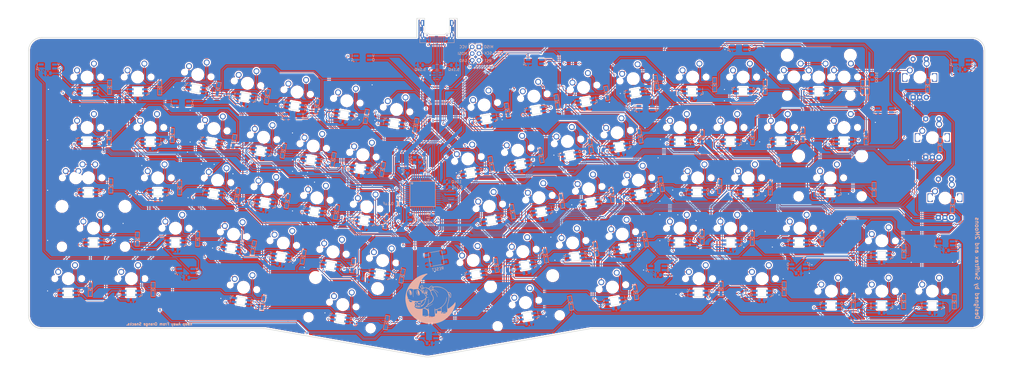
<source format=kicad_pcb>
(kicad_pcb (version 20171130) (host pcbnew "(5.1.6)-1")
  (layers (0 F.Cu signal) (31 B.Cu signal) (34 B.Paste user hide) (35 F.Paste user hide) (36 B.SilkS user hide) (37 F.SilkS user hide) (38 B.Mask user hide) (39 F.Mask user hide) (44 Edge.Cuts user))
  (net 0 "")
  (net 1 col0)
  (net 2 col1)
  (net 3 col2)
  (net 4 col3)
  (net 5 col5)
  (net 6 col6)
  (net 7 row0)
  (net 8 row1)
  (net 9 row2)
  (net 10 row3)
  (net 11 row4)
  (net 12 "Net-(D_1-Pad2)")
  (net 13 "Net-(D_33-Pad2)")
  (net 14 "Net-(D_34-Pad2)")
  (net 15 "Net-(D_35-Pad2)")
  (net 16 "Net-(D_36-Pad2)")
  (net 17 "Net-(D_51-Pad2)")
  (net 18 "Net-(D_52-Pad2)")
  (net 19 "Net-(D_53-Pad2)")
  (net 20 "Net-(D_54-Pad2)")
  (net 21 "Net-(D_2-Pad2)")
  (net 22 "Net-(D_3-Pad2)")
  (net 23 "Net-(D_4-Pad2)")
  (net 24 "Net-(D_5-Pad2)")
  (net 25 "Net-(D_6-Pad2)")
  (net 26 "Net-(D_7-Pad2)")
  (net 27 "Net-(D_37-Pad2)")
  (net 28 "Net-(D_38-Pad2)")
  (net 29 "Net-(D_39-Pad2)")
  (net 30 "Net-(D_40-Pad2)")
  (net 31 "Net-(D_55-Pad2)")
  (net 32 "Net-(D_56-Pad2)")
  (net 33 "Net-(D_57-Pad2)")
  (net 34 "Net-(D_58-Pad2)")
  (net 35 "Net-(D_8-Pad2)")
  (net 36 "Net-(D_9-Pad2)")
  (net 37 "Net-(D_10-Pad2)")
  (net 38 "Net-(D_11-Pad2)")
  (net 39 "Net-(D_12-Pad2)")
  (net 40 "Net-(D_13-Pad2)")
  (net 41 "Net-(D_41-Pad2)")
  (net 42 "Net-(D_42-Pad2)")
  (net 43 "Net-(D_43-Pad2)")
  (net 44 "Net-(D_59-Pad2)")
  (net 45 "Net-(D_60-Pad2)")
  (net 46 "Net-(D_62-Pad2)")
  (net 47 "Net-(D_16-Pad2)")
  (net 48 "Net-(D_17-Pad2)")
  (net 49 "Net-(D_18-Pad2)")
  (net 50 "Net-(D_19-Pad2)")
  (net 51 "Net-(D_20-Pad2)")
  (net 52 "Net-(D_47-Pad2)")
  (net 53 "Net-(D_48-Pad2)")
  (net 54 "Net-(D_63-Pad2)")
  (net 55 "Net-(D_64-Pad2)")
  (net 56 "Net-(D_65-Pad2)")
  (net 57 "Net-(D_66-Pad2)")
  (net 58 "Net-(D_21-Pad2)")
  (net 59 "Net-(D_22-Pad2)")
  (net 60 "Net-(D_23-Pad2)")
  (net 61 "Net-(D_24-Pad2)")
  (net 62 "Net-(D_25-Pad2)")
  (net 63 "Net-(D_26-Pad2)")
  (net 64 "Net-(D_49-Pad2)")
  (net 65 "Net-(D_50-Pad2)")
  (net 66 "Net-(D_67-Pad2)")
  (net 67 "Net-(D_68-Pad2)")
  (net 68 "Net-(D_27-Pad2)")
  (net 69 "Net-(D_28-Pad2)")
  (net 70 "Net-(D_29-Pad2)")
  (net 71 col4)
  (net 72 "Net-(D_69-Pad2)")
  (net 73 GND)
  (net 74 "Net-(C1-Pad1)")
  (net 75 +5V)
  (net 76 VBUS)
  (net 77 D+)
  (net 78 "Net-(R4-Pad1)")
  (net 79 D-)
  (net 80 "Net-(R5-Pad1)")
  (net 81 "Net-(R6-Pad2)")
  (net 82 "Net-(U1-Pad42)")
  (net 83 "Net-(U1-Pad17)")
  (net 84 "Net-(U1-Pad16)")
  (net 85 "Net-(U2-Pad4)")
  (net 86 "Net-(U2-Pad3)")
  (net 87 "Net-(J1-PadB8)")
  (net 88 "Net-(J1-PadA5)")
  (net 89 "Net-(J1-PadB5)")
  (net 90 "Net-(J1-PadA8)")
  (net 91 0row)
  (net 92 1row)
  (net 93 2row)
  (net 94 0col)
  (net 95 ENC0A)
  (net 96 ENC1A)
  (net 97 ENC2A)
  (net 98 "Net-(D_44-Pad2)")
  (net 99 "Net-(D_70-Pad2)")
  (net 100 "Net-(LED1-Pad2)")
  (net 101 "Net-(LED1-Pad4)")
  (net 102 "Net-(LED17-Pad4)")
  (net 103 "Net-(LED2-Pad4)")
  (net 104 "Net-(LED18-Pad2)")
  (net 105 "Net-(LED19-Pad4)")
  (net 106 "Net-(LED4-Pad4)")
  (net 107 "Net-(LED20-Pad2)")
  (net 108 "Net-(LED21-Pad4)")
  (net 109 "Net-(LED6-Pad4)")
  (net 110 "Net-(LED22-Pad2)")
  (net 111 "Net-(LED23-Pad4)")
  (net 112 "Net-(LED8-Pad4)")
  (net 113 "Net-(LED24-Pad2)")
  (net 114 "Net-(LED10-Pad2)")
  (net 115 "Net-(LED10-Pad4)")
  (net 116 "Net-(LED11-Pad4)")
  (net 117 "Net-(LED12-Pad2)")
  (net 118 "Net-(LED12-Pad4)")
  (net 119 "Net-(LED13-Pad4)")
  (net 120 "Net-(LED18-Pad4)")
  (net 121 "Net-(LED19-Pad2)")
  (net 122 "Net-(LED20-Pad4)")
  (net 123 "Net-(LED21-Pad2)")
  (net 124 "Net-(LED22-Pad4)")
  (net 125 "Net-(LED23-Pad2)")
  (net 126 "Net-(LED24-Pad4)")
  (net 127 "Net-(LED25-Pad2)")
  (net 128 "Net-(LED44-Pad2)")
  (net 129 "Net-(LED68-Pad4)")
  (net 130 LED)
  (net 131 "Net-(D_15-Pad2)")
  (net 132 "Net-(D_30-Pad2)")
  (net 133 "Net-(D_45-Pad2)")
  (net 134 "Net-(D_71-Pad2)")
  (net 135 "Net-(D_72-Pad2)")
  (net 136 "Net-(LED15-Pad2)")
  (net 137 "Net-(LED15-Pad4)")
  (net 138 "Net-(LED25-Pad4)")
  (net 139 "Net-(LED26-Pad2)")
  (net 140 "Net-(LED27-Pad4)")
  (net 141 "Net-(LED28-Pad2)")
  (net 142 "Net-(LED29-Pad4)")
  (net 143 "Net-(LED30-Pad2)")
  (net 144 "Net-(LED33-Pad4)")
  (net 145 "Net-(LED34-Pad2)")
  (net 146 "Net-(LED35-Pad4)")
  (net 147 "Net-(LED36-Pad2)")
  (net 148 "Net-(LED37-Pad4)")
  (net 149 "Net-(LED38-Pad2)")
  (net 150 "Net-(LED39-Pad4)")
  (net 151 "Net-(LED40-Pad2)")
  (net 152 "Net-(LED41-Pad4)")
  (net 153 "Net-(LED42-Pad2)")
  (net 154 "Net-(LED43-Pad4)")
  (net 155 "Net-(LED45-Pad2)")
  (net 156 "Net-(LED47-Pad4)")
  (net 157 "Net-(LED48-Pad2)")
  (net 158 "Net-(LED49-Pad4)")
  (net 159 "Net-(LED50-Pad2)")
  (net 160 "Net-(LED51-Pad4)")
  (net 161 "Net-(LED52-Pad2)")
  (net 162 "Net-(LED53-Pad4)")
  (net 163 "Net-(LED54-Pad2)")
  (net 164 "Net-(LED55-Pad4)")
  (net 165 "Net-(LED56-Pad2)")
  (net 166 "Net-(LED57-Pad4)")
  (net 167 "Net-(LED58-Pad2)")
  (net 168 "Net-(LED59-Pad4)")
  (net 169 "Net-(LED60-Pad2)")
  (net 170 "Net-(LED62-Pad4)")
  (net 171 "Net-(LED70-Pad4)")
  (net 172 "Net-(LED71-Pad2)")
  (net 173 row5)
  (net 174 row7)
  (net 175 row6)
  (net 176 row9)
  (net 177 row8)
  (net 178 ENC0B)
  (net 179 ENC1B)
  (net 180 ENC2B)
  (net 181 "Net-(R7-Pad1)")
  (net 182 "Net-(ULED1-Pad2)")
  (net 183 "Net-(ULED2-Pad2)")
  (net 184 "Net-(ULED3-Pad2)")
  (net 185 "Net-(ULED4-Pad2)")
  (net 186 "Net-(ULED5-Pad2)")
  (net 187 "Net-(ULED6-Pad2)")
  (net 188 "Net-(ULED7-Pad2)")
  (net 189 "Net-(ULED8-Pad2)")
  (net 190 "Net-(ULED10-Pad4)")
  (net 191 "Net-(ULED10-Pad2)")
  (net 192 "Net-(ULED11-Pad2)")
  (net 193 "Net-(ULED12-Pad2)")
  (net 194 "Net-(ULED13-Pad2)")
  (net 195 "Net-(J2-Pad5)")
  (module MX_Only:MXOnly-1U-NoLED (layer F.Cu) (at 224.148961 74.365198 10)
    (fp_text reference K_56)
    (fp_text value KEYSW)
    (pad 2 thru_hole circle (at 2.54 -5.08 10) (size 2.25 2.25) (drill 1.47) (layers *.Cu B.Mask) (net 32 "Net-(D_56-Pad2)"))
    (pad "" np_thru_hole circle (at 0 0 10) (size 3.9878 3.9878) (drill 3.9878) (layers *.Cu *.Mask))
    (pad 1 thru_hole circle (at -3.81 -2.54 10) (size 2.25 2.25) (drill 1.47) (layers *.Cu B.Mask) (net 5 col5))
    (pad "" np_thru_hole circle (at -5.08 0 58.0996) (size 1.75 1.75) (drill 1.75) (layers *.Cu *.Mask))
    (pad "" np_thru_hole circle (at 5.08 0 58.0996) (size 1.75 1.75) (drill 1.75) (layers *.Cu *.Mask))
  )
  (module random-keyboard-parts:SKQG-1155865 (layer B.Cu) (at 153.85376 83.57818 190)
    (fp_text reference SW1)
    (fp_text value RESET (at 0 -4.064 190) (layer B.SilkS) (effects (justify mirror)))
    (pad 4 smd rect (at -3.1 -1.85 190) (size 1.8 1.1) (layers B.Cu B.Paste B.Mask))
    (pad 3 smd rect (at 3.1 1.85 190) (size 1.8 1.1) (layers B.Cu B.Paste B.Mask))
    (pad 2 smd rect (at -3.1 1.85 190) (size 1.8 1.1) (layers B.Cu B.Paste B.Mask) (net 195 "Net-(J2-Pad5)"))
    (pad 1 smd rect (at 3.1 -1.85 190) (size 1.8 1.1) (layers B.Cu B.Paste B.Mask) (net 73 GND))
  )
  (module MX_Only:MXOnly-1U-NoLED (layer F.Cu) (at 22.11909 14.987186)
    (fp_text reference K_1)
    (fp_text value KEYSW)
    (pad 2 thru_hole circle (at 2.54 -5.08) (size 2.25 2.25) (drill 1.47) (layers *.Cu B.Mask) (net 12 "Net-(D_1-Pad2)"))
    (pad "" np_thru_hole circle (at 0 0) (size 3.9878 3.9878) (drill 3.9878) (layers *.Cu *.Mask))
    (pad 1 thru_hole circle (at -3.81 -2.54) (size 2.25 2.25) (drill 1.47) (layers *.Cu B.Mask) (net 1 col0))
    (pad "" np_thru_hole circle (at -5.08 0 48.0996) (size 1.75 1.75) (drill 1.75) (layers *.Cu *.Mask))
    (pad "" np_thru_hole circle (at 5.08 0 48.0996) (size 1.75 1.75) (drill 1.75) (layers *.Cu *.Mask))
  )
  (module MX_Only:MXOnly-1U-NoLED (layer F.Cu) (at 165.86284 45.95244 10)
    (fp_text reference K_23)
    (fp_text value KEYSW)
    (pad 2 thru_hole circle (at 2.54 -5.08 10) (size 2.25 2.25) (drill 1.47) (layers *.Cu B.Mask) (net 60 "Net-(D_23-Pad2)"))
    (pad "" np_thru_hole circle (at 0 0 10) (size 3.9878 3.9878) (drill 3.9878) (layers *.Cu *.Mask))
    (pad 1 thru_hole circle (at -3.81 -2.54 10) (size 2.25 2.25) (drill 1.47) (layers *.Cu B.Mask) (net 4 col3))
    (pad "" np_thru_hole circle (at -5.08 0 58.0996) (size 1.75 1.75) (drill 1.75) (layers *.Cu *.Mask))
    (pad "" np_thru_hole circle (at 5.08 0 58.0996) (size 1.75 1.75) (drill 1.75) (layers *.Cu *.Mask))
  )
  (module MX_Only:MXOnly-1U-NoLED (layer F.Cu) (at 252.62409 53.087186)
    (fp_text reference K_43)
    (fp_text value KEYSW)
    (pad 2 thru_hole circle (at 2.54 -5.08) (size 2.25 2.25) (drill 1.47) (layers *.Cu B.Mask) (net 43 "Net-(D_43-Pad2)"))
    (pad "" np_thru_hole circle (at 0 0) (size 3.9878 3.9878) (drill 3.9878) (layers *.Cu *.Mask))
    (pad 1 thru_hole circle (at -3.81 -2.54) (size 2.25 2.25) (drill 1.47) (layers *.Cu B.Mask) (net 5 col5))
    (pad "" np_thru_hole circle (at -5.08 0 48.0996) (size 1.75 1.75) (drill 1.75) (layers *.Cu *.Mask))
    (pad "" np_thru_hole circle (at 5.08 0 48.0996) (size 1.75 1.75) (drill 1.75) (layers *.Cu *.Mask))
  )
  (module MX_Only:MXOnly-1U-NoLED (layer F.Cu) (at 307.86909 34.037186)
    (fp_text reference K_30)
    (fp_text value KEYSW)
    (pad 2 thru_hole circle (at 2.54 -5.08) (size 2.25 2.25) (drill 1.47) (layers *.Cu B.Mask) (net 132 "Net-(D_30-Pad2)"))
    (pad "" np_thru_hole circle (at 0 0) (size 3.9878 3.9878) (drill 3.9878) (layers *.Cu *.Mask))
    (pad 1 thru_hole circle (at -3.81 -2.54) (size 2.25 2.25) (drill 1.47) (layers *.Cu B.Mask) (net 94 0col))
    (pad "" np_thru_hole circle (at -5.08 0 48.0996) (size 1.75 1.75) (drill 1.75) (layers *.Cu *.Mask))
    (pad "" np_thru_hole circle (at 5.08 0 48.0996) (size 1.75 1.75) (drill 1.75) (layers *.Cu *.Mask))
  )
  (module MX_Only:MXOnly-1U-NoLED (layer F.Cu) (at 307.90476 14.96008)
    (fp_text reference K_16)
    (fp_text value KEYSW)
    (pad 2 thru_hole circle (at 2.54 -5.08) (size 2.25 2.25) (drill 1.47) (layers *.Cu B.Mask) (net 47 "Net-(D_16-Pad2)"))
    (pad "" np_thru_hole circle (at 0 0) (size 3.9878 3.9878) (drill 3.9878) (layers *.Cu *.Mask))
    (pad 1 thru_hole circle (at -3.81 -2.54) (size 2.25 2.25) (drill 1.47) (layers *.Cu B.Mask) (net 94 0col))
    (pad "" np_thru_hole circle (at -5.08 0 48.0996) (size 1.75 1.75) (drill 1.75) (layers *.Cu *.Mask))
    (pad "" np_thru_hole circle (at 5.08 0 48.0996) (size 1.75 1.75) (drill 1.75) (layers *.Cu *.Mask))
  )
  (module MX_Only:MXOnly-1U-NoLED (layer F.Cu) (at 288.9462 14.97024)
    (fp_text reference K_14)
    (fp_text value KEYSW)
    (pad 2 thru_hole circle (at 2.54 -5.08) (size 2.25 2.25) (drill 1.47) (layers *.Cu B.Mask) (net 131 "Net-(D_15-Pad2)"))
    (pad "" np_thru_hole circle (at 0 0) (size 3.9878 3.9878) (drill 3.9878) (layers *.Cu *.Mask))
    (pad 1 thru_hole circle (at -3.81 -2.54) (size 2.25 2.25) (drill 1.47) (layers *.Cu B.Mask) (net 94 0col))
    (pad "" np_thru_hole circle (at -5.08 0 48.0996) (size 1.75 1.75) (drill 1.75) (layers *.Cu *.Mask))
    (pad "" np_thru_hole circle (at 5.08 0 48.0996) (size 1.75 1.75) (drill 1.75) (layers *.Cu *.Mask))
  )
  (module MX_Only:MXOnly-1U-NoLED (layer F.Cu) (at 346.00984 60.74104)
    (fp_text reference K_61)
    (fp_text value KEYSW)
    (pad 2 thru_hole circle (at 2.54 -5.08) (size 2.25 2.25) (drill 1.47) (layers *.Cu B.Mask) (net 93 2row))
    (pad "" np_thru_hole circle (at 0 0) (size 3.9878 3.9878) (drill 3.9878) (layers *.Cu *.Mask))
    (pad 1 thru_hole circle (at -3.81 -2.54) (size 2.25 2.25) (drill 1.47) (layers *.Cu B.Mask) (net 94 0col))
    (pad "" np_thru_hole circle (at -5.08 0 48.0996) (size 1.75 1.75) (drill 1.75) (layers *.Cu *.Mask))
    (pad "" np_thru_hole circle (at 5.08 0 48.0996) (size 1.75 1.75) (drill 1.75) (layers *.Cu *.Mask))
  )
  (module MX_Only:MXOnly-1U-NoLED (layer F.Cu) (at 341.23464 37.88104)
    (fp_text reference K_46)
    (fp_text value KEYSW)
    (pad 2 thru_hole circle (at 2.54 -5.08) (size 2.25 2.25) (drill 1.47) (layers *.Cu B.Mask) (net 92 1row))
    (pad "" np_thru_hole circle (at 0 0) (size 3.9878 3.9878) (drill 3.9878) (layers *.Cu *.Mask))
    (pad 1 thru_hole circle (at -3.81 -2.54) (size 2.25 2.25) (drill 1.47) (layers *.Cu B.Mask) (net 94 0col))
    (pad "" np_thru_hole circle (at -5.08 0 48.0996) (size 1.75 1.75) (drill 1.75) (layers *.Cu *.Mask))
    (pad "" np_thru_hole circle (at 5.08 0 48.0996) (size 1.75 1.75) (drill 1.75) (layers *.Cu *.Mask))
  )
  (module MX_Only:MXOnly-1U-NoLED (layer F.Cu) (at 336.51024 15.02104)
    (fp_text reference K_31)
    (fp_text value KEYSW)
    (pad 2 thru_hole circle (at 2.54 -5.08) (size 2.25 2.25) (drill 1.47) (layers *.Cu B.Mask) (net 91 0row))
    (pad "" np_thru_hole circle (at 0 0) (size 3.9878 3.9878) (drill 3.9878) (layers *.Cu *.Mask))
    (pad 1 thru_hole circle (at -3.81 -2.54) (size 2.25 2.25) (drill 1.47) (layers *.Cu B.Mask) (net 94 0col))
    (pad "" np_thru_hole circle (at -5.08 0 48.0996) (size 1.75 1.75) (drill 1.75) (layers *.Cu *.Mask))
    (pad "" np_thru_hole circle (at 5.08 0 48.0996) (size 1.75 1.75) (drill 1.75) (layers *.Cu *.Mask))
  )
  (module MX_Only:MXOnly-1U-NoLED (layer F.Cu) (at 205.388374 77.673196 10)
    (fp_text reference K_55)
    (fp_text value KEYSW)
    (pad 2 thru_hole circle (at 2.54 -5.08 10) (size 2.25 2.25) (drill 1.47) (layers *.Cu B.Mask) (net 31 "Net-(D_55-Pad2)"))
    (pad "" np_thru_hole circle (at 0 0 10) (size 3.9878 3.9878) (drill 3.9878) (layers *.Cu *.Mask))
    (pad 1 thru_hole circle (at -3.81 -2.54 10) (size 2.25 2.25) (drill 1.47) (layers *.Cu B.Mask) (net 71 col4))
    (pad "" np_thru_hole circle (at -5.08 0 58.0996) (size 1.75 1.75) (drill 1.75) (layers *.Cu *.Mask))
    (pad "" np_thru_hole circle (at 5.08 0 58.0996) (size 1.75 1.75) (drill 1.75) (layers *.Cu *.Mask))
  )
  (module MX_Only:MXOnly-1U-NoLED (layer F.Cu) (at 186.627786 80.981194 10)
    (fp_text reference K_54)
    (fp_text value KEYSW)
    (pad 2 thru_hole circle (at 2.54 -5.08 10) (size 2.25 2.25) (drill 1.47) (layers *.Cu B.Mask) (net 20 "Net-(D_54-Pad2)"))
    (pad "" np_thru_hole circle (at 0 0 10) (size 3.9878 3.9878) (drill 3.9878) (layers *.Cu *.Mask))
    (pad 1 thru_hole circle (at -3.81 -2.54 10) (size 2.25 2.25) (drill 1.47) (layers *.Cu B.Mask) (net 71 col4))
    (pad "" np_thru_hole circle (at -5.08 0 58.0996) (size 1.75 1.75) (drill 1.75) (layers *.Cu *.Mask))
    (pad "" np_thru_hole circle (at 5.08 0 58.0996) (size 1.75 1.75) (drill 1.75) (layers *.Cu *.Mask))
  )
  (module MX_Only:MXOnly-1U-NoLED (layer F.Cu) (at 167.867198 84.289191 10)
    (fp_text reference K_53)
    (fp_text value KEYSW)
    (pad 2 thru_hole circle (at 2.54 -5.08 10) (size 2.25 2.25) (drill 1.47) (layers *.Cu B.Mask) (net 19 "Net-(D_53-Pad2)"))
    (pad "" np_thru_hole circle (at 0 0 10) (size 3.9878 3.9878) (drill 3.9878) (layers *.Cu *.Mask))
    (pad 1 thru_hole circle (at -3.81 -2.54 10) (size 2.25 2.25) (drill 1.47) (layers *.Cu B.Mask) (net 4 col3))
    (pad "" np_thru_hole circle (at -5.08 0 58.0996) (size 1.75 1.75) (drill 1.75) (layers *.Cu *.Mask))
    (pad "" np_thru_hole circle (at 5.08 0 58.0996) (size 1.75 1.75) (drill 1.75) (layers *.Cu *.Mask))
  )
  (module MX_Only:MXOnly-1U-NoLED (layer F.Cu) (at 230.221257 53.950612 10)
    (fp_text reference K_42)
    (fp_text value KEYSW)
    (pad 2 thru_hole circle (at 2.54 -5.08 10) (size 2.25 2.25) (drill 1.47) (layers *.Cu B.Mask) (net 42 "Net-(D_42-Pad2)"))
    (pad "" np_thru_hole circle (at 0 0 10) (size 3.9878 3.9878) (drill 3.9878) (layers *.Cu *.Mask))
    (pad 1 thru_hole circle (at -3.81 -2.54 10) (size 2.25 2.25) (drill 1.47) (layers *.Cu B.Mask) (net 5 col5))
    (pad "" np_thru_hole circle (at -5.08 0 58.0996) (size 1.75 1.75) (drill 1.75) (layers *.Cu *.Mask))
    (pad "" np_thru_hole circle (at 5.08 0 58.0996) (size 1.75 1.75) (drill 1.75) (layers *.Cu *.Mask))
  )
  (module MX_Only:MXOnly-1U-NoLED (layer F.Cu) (at 211.46067 57.258609 10)
    (fp_text reference K_41)
    (fp_text value KEYSW)
    (pad 2 thru_hole circle (at 2.54 -5.08 10) (size 2.25 2.25) (drill 1.47) (layers *.Cu B.Mask) (net 41 "Net-(D_41-Pad2)"))
    (pad "" np_thru_hole circle (at 0 0 10) (size 3.9878 3.9878) (drill 3.9878) (layers *.Cu *.Mask))
    (pad 1 thru_hole circle (at -3.81 -2.54 10) (size 2.25 2.25) (drill 1.47) (layers *.Cu B.Mask) (net 71 col4))
    (pad "" np_thru_hole circle (at -5.08 0 58.0996) (size 1.75 1.75) (drill 1.75) (layers *.Cu *.Mask))
    (pad "" np_thru_hole circle (at 5.08 0 58.0996) (size 1.75 1.75) (drill 1.75) (layers *.Cu *.Mask))
  )
  (module MX_Only:MXOnly-1U-NoLED (layer F.Cu) (at 192.68784 60.57744 10)
    (fp_text reference K_40)
    (fp_text value KEYSW)
    (pad 2 thru_hole circle (at 2.54 -5.08 10) (size 2.25 2.25) (drill 1.47) (layers *.Cu B.Mask) (net 30 "Net-(D_40-Pad2)"))
    (pad "" np_thru_hole circle (at 0 0 10) (size 3.9878 3.9878) (drill 3.9878) (layers *.Cu *.Mask))
    (pad 1 thru_hole circle (at -3.81 -2.54 10) (size 2.25 2.25) (drill 1.47) (layers *.Cu B.Mask) (net 71 col4))
    (pad "" np_thru_hole circle (at -5.08 0 58.0996) (size 1.75 1.75) (drill 1.75) (layers *.Cu *.Mask))
    (pad "" np_thru_hole circle (at 5.08 0 58.0996) (size 1.75 1.75) (drill 1.75) (layers *.Cu *.Mask))
  )
  (module MX_Only:MXOnly-1U-NoLED (layer F.Cu) (at 173.939494 63.874605 10)
    (fp_text reference K_39)
    (fp_text value KEYSW)
    (pad 2 thru_hole circle (at 2.54 -5.08 10) (size 2.25 2.25) (drill 1.47) (layers *.Cu B.Mask) (net 29 "Net-(D_39-Pad2)"))
    (pad "" np_thru_hole circle (at 0 0 10) (size 3.9878 3.9878) (drill 3.9878) (layers *.Cu *.Mask))
    (pad 1 thru_hole circle (at -3.81 -2.54 10) (size 2.25 2.25) (drill 1.47) (layers *.Cu B.Mask) (net 4 col3))
    (pad "" np_thru_hole circle (at -5.08 0 58.0996) (size 1.75 1.75) (drill 1.75) (layers *.Cu *.Mask))
    (pad "" np_thru_hole circle (at 5.08 0 58.0996) (size 1.75 1.75) (drill 1.75) (layers *.Cu *.Mask))
  )
  (module MX_Only:MXOnly-1U-NoLED (layer F.Cu) (at 222.223113 36.017023 10)
    (fp_text reference K_26)
    (fp_text value KEYSW)
    (pad 2 thru_hole circle (at 2.54 -5.08 10) (size 2.25 2.25) (drill 1.47) (layers *.Cu B.Mask) (net 63 "Net-(D_26-Pad2)"))
    (pad "" np_thru_hole circle (at 0 0 10) (size 3.9878 3.9878) (drill 3.9878) (layers *.Cu *.Mask))
    (pad 1 thru_hole circle (at -3.81 -2.54 10) (size 2.25 2.25) (drill 1.47) (layers *.Cu B.Mask) (net 5 col5))
    (pad "" np_thru_hole circle (at -5.08 0 58.0996) (size 1.75 1.75) (drill 1.75) (layers *.Cu *.Mask))
    (pad "" np_thru_hole circle (at 5.08 0 58.0996) (size 1.75 1.75) (drill 1.75) (layers *.Cu *.Mask))
  )
  (module MX_Only:MXOnly-1U-NoLED (layer F.Cu) (at 203.462525 39.325021 10)
    (fp_text reference K_25)
    (fp_text value KEYSW)
    (pad 2 thru_hole circle (at 2.54 -5.08 10) (size 2.25 2.25) (drill 1.47) (layers *.Cu B.Mask) (net 62 "Net-(D_25-Pad2)"))
    (pad "" np_thru_hole circle (at 0 0 10) (size 3.9878 3.9878) (drill 3.9878) (layers *.Cu *.Mask))
    (pad 1 thru_hole circle (at -3.81 -2.54 10) (size 2.25 2.25) (drill 1.47) (layers *.Cu B.Mask) (net 71 col4))
    (pad "" np_thru_hole circle (at -5.08 0 58.0996) (size 1.75 1.75) (drill 1.75) (layers *.Cu *.Mask))
    (pad "" np_thru_hole circle (at 5.08 0 58.0996) (size 1.75 1.75) (drill 1.75) (layers *.Cu *.Mask))
  )
  (module MX_Only:MXOnly-1U-NoLED (layer F.Cu) (at 184.701937 42.633019 10)
    (fp_text reference K_24)
    (fp_text value KEYSW)
    (pad 2 thru_hole circle (at 2.54 -5.08 10) (size 2.25 2.25) (drill 1.47) (layers *.Cu B.Mask) (net 61 "Net-(D_24-Pad2)"))
    (pad "" np_thru_hole circle (at 0 0 10) (size 3.9878 3.9878) (drill 3.9878) (layers *.Cu *.Mask))
    (pad 1 thru_hole circle (at -3.81 -2.54 10) (size 2.25 2.25) (drill 1.47) (layers *.Cu B.Mask) (net 71 col4))
    (pad "" np_thru_hole circle (at -5.08 0 58.0996) (size 1.75 1.75) (drill 1.75) (layers *.Cu *.Mask))
    (pad "" np_thru_hole circle (at 5.08 0 58.0996) (size 1.75 1.75) (drill 1.75) (layers *.Cu *.Mask))
  )
  (module MX_Only:MXOnly-1U-NoLED (layer F.Cu) (at 228.295409 15.602437 10)
    (fp_text reference K_11)
    (fp_text value KEYSW)
    (pad 2 thru_hole circle (at 2.54 -5.08 10) (size 2.25 2.25) (drill 1.47) (layers *.Cu B.Mask) (net 38 "Net-(D_11-Pad2)"))
    (pad "" np_thru_hole circle (at 0 0 10) (size 3.9878 3.9878) (drill 3.9878) (layers *.Cu *.Mask))
    (pad 1 thru_hole circle (at -3.81 -2.54 10) (size 2.25 2.25) (drill 1.47) (layers *.Cu B.Mask) (net 5 col5))
    (pad "" np_thru_hole circle (at -5.08 0 58.0996) (size 1.75 1.75) (drill 1.75) (layers *.Cu *.Mask))
    (pad "" np_thru_hole circle (at 5.08 0 58.0996) (size 1.75 1.75) (drill 1.75) (layers *.Cu *.Mask))
  )
  (module MX_Only:MXOnly-1U-NoLED (layer F.Cu) (at 209.534821 18.910434 10)
    (fp_text reference K_10)
    (fp_text value KEYSW)
    (pad 2 thru_hole circle (at 2.54 -5.08 10) (size 2.25 2.25) (drill 1.47) (layers *.Cu B.Mask) (net 37 "Net-(D_10-Pad2)"))
    (pad "" np_thru_hole circle (at 0 0 10) (size 3.9878 3.9878) (drill 3.9878) (layers *.Cu *.Mask))
    (pad 1 thru_hole circle (at -3.81 -2.54 10) (size 2.25 2.25) (drill 1.47) (layers *.Cu B.Mask) (net 5 col5))
    (pad "" np_thru_hole circle (at -5.08 0 58.0996) (size 1.75 1.75) (drill 1.75) (layers *.Cu *.Mask))
    (pad "" np_thru_hole circle (at 5.08 0 58.0996) (size 1.75 1.75) (drill 1.75) (layers *.Cu *.Mask))
  )
  (module MX_Only:MXOnly-1U-NoLED (layer F.Cu) (at 190.774233 22.218432 10)
    (fp_text reference K_9)
    (fp_text value KEYSW)
    (pad 2 thru_hole circle (at 2.54 -5.08 10) (size 2.25 2.25) (drill 1.47) (layers *.Cu B.Mask) (net 36 "Net-(D_9-Pad2)"))
    (pad "" np_thru_hole circle (at 0 0 10) (size 3.9878 3.9878) (drill 3.9878) (layers *.Cu *.Mask))
    (pad 1 thru_hole circle (at -3.81 -2.54 10) (size 2.25 2.25) (drill 1.47) (layers *.Cu B.Mask) (net 71 col4))
    (pad "" np_thru_hole circle (at -5.08 0 58.0996) (size 1.75 1.75) (drill 1.75) (layers *.Cu *.Mask))
    (pad "" np_thru_hole circle (at 5.08 0 58.0996) (size 1.75 1.75) (drill 1.75) (layers *.Cu *.Mask))
  )
  (module MX_Only:MXOnly-1U-NoLED (layer F.Cu) (at 172.013646 25.52643 10)
    (fp_text reference K_8)
    (fp_text value KEYSW)
    (pad 2 thru_hole circle (at 2.54 -5.08 10) (size 2.25 2.25) (drill 1.47) (layers *.Cu B.Mask) (net 35 "Net-(D_8-Pad2)"))
    (pad "" np_thru_hole circle (at 0 0 10) (size 3.9878 3.9878) (drill 3.9878) (layers *.Cu *.Mask))
    (pad 1 thru_hole circle (at -3.81 -2.54 10) (size 2.25 2.25) (drill 1.47) (layers *.Cu B.Mask) (net 71 col4))
    (pad "" np_thru_hole circle (at -5.08 0 58.0996) (size 1.75 1.75) (drill 1.75) (layers *.Cu *.Mask))
    (pad "" np_thru_hole circle (at 5.08 0 58.0996) (size 1.75 1.75) (drill 1.75) (layers *.Cu *.Mask))
  )
  (module MX_Only:MXOnly-1U-NoLED (layer F.Cu) (at 133.681394 84.358444 350)
    (fp_text reference K_52)
    (fp_text value KEYSW)
    (pad 2 thru_hole circle (at 2.54 -5.08 350) (size 2.25 2.25) (drill 1.47) (layers *.Cu B.Mask) (net 18 "Net-(D_52-Pad2)"))
    (pad "" np_thru_hole circle (at 0 0 350) (size 3.9878 3.9878) (drill 3.9878) (layers *.Cu *.Mask))
    (pad 1 thru_hole circle (at -3.81 -2.54 350) (size 2.25 2.25) (drill 1.47) (layers *.Cu B.Mask) (net 4 col3))
    (pad "" np_thru_hole circle (at -5.08 0 38.0996) (size 1.75 1.75) (drill 1.75) (layers *.Cu *.Mask))
    (pad "" np_thru_hole circle (at 5.08 0 38.0996) (size 1.75 1.75) (drill 1.75) (layers *.Cu *.Mask))
  )
  (module MX_Only:MXOnly-1U-NoLED (layer F.Cu) (at 114.920806 81.050446 350)
    (fp_text reference K_51)
    (fp_text value KEYSW)
    (pad 2 thru_hole circle (at 2.54 -5.08 350) (size 2.25 2.25) (drill 1.47) (layers *.Cu B.Mask) (net 17 "Net-(D_51-Pad2)"))
    (pad "" np_thru_hole circle (at 0 0 350) (size 3.9878 3.9878) (drill 3.9878) (layers *.Cu *.Mask))
    (pad 1 thru_hole circle (at -3.81 -2.54 350) (size 2.25 2.25) (drill 1.47) (layers *.Cu B.Mask) (net 3 col2))
    (pad "" np_thru_hole circle (at -5.08 0 38.0996) (size 1.75 1.75) (drill 1.75) (layers *.Cu *.Mask))
    (pad "" np_thru_hole circle (at 5.08 0 38.0996) (size 1.75 1.75) (drill 1.75) (layers *.Cu *.Mask))
  )
  (module MX_Only:MXOnly-1U-NoLED (layer F.Cu) (at 96.160219 77.742448 350)
    (fp_text reference K_50)
    (fp_text value KEYSW)
    (pad 2 thru_hole circle (at 2.54 -5.08 350) (size 2.25 2.25) (drill 1.47) (layers *.Cu B.Mask) (net 65 "Net-(D_50-Pad2)"))
    (pad "" np_thru_hole circle (at 0 0 350) (size 3.9878 3.9878) (drill 3.9878) (layers *.Cu *.Mask))
    (pad 1 thru_hole circle (at -3.81 -2.54 350) (size 2.25 2.25) (drill 1.47) (layers *.Cu B.Mask) (net 3 col2))
    (pad "" np_thru_hole circle (at -5.08 0 38.0996) (size 1.75 1.75) (drill 1.75) (layers *.Cu *.Mask))
    (pad "" np_thru_hole circle (at 5.08 0 38.0996) (size 1.75 1.75) (drill 1.75) (layers *.Cu *.Mask))
  )
  (module MX_Only:MXOnly-1U-NoLED (layer F.Cu) (at 77.399631 74.43445 350)
    (fp_text reference K_49)
    (fp_text value KEYSW)
    (pad 2 thru_hole circle (at 2.54 -5.08 350) (size 2.25 2.25) (drill 1.47) (layers *.Cu B.Mask) (net 64 "Net-(D_49-Pad2)"))
    (pad "" np_thru_hole circle (at 0 0 350) (size 3.9878 3.9878) (drill 3.9878) (layers *.Cu *.Mask))
    (pad 1 thru_hole circle (at -3.81 -2.54 350) (size 2.25 2.25) (drill 1.47) (layers *.Cu B.Mask) (net 2 col1))
    (pad "" np_thru_hole circle (at -5.08 0 38.0996) (size 1.75 1.75) (drill 1.75) (layers *.Cu *.Mask))
    (pad "" np_thru_hole circle (at 5.08 0 38.0996) (size 1.75 1.75) (drill 1.75) (layers *.Cu *.Mask))
  )
  (module MX_Only:MXOnly-1U-NoLED (layer F.Cu) (at 127.609098 63.943857 350)
    (fp_text reference K_38)
    (fp_text value KEYSW)
    (pad 2 thru_hole circle (at 2.54 -5.08 350) (size 2.25 2.25) (drill 1.47) (layers *.Cu B.Mask) (net 28 "Net-(D_38-Pad2)"))
    (pad "" np_thru_hole circle (at 0 0 350) (size 3.9878 3.9878) (drill 3.9878) (layers *.Cu *.Mask))
    (pad 1 thru_hole circle (at -3.81 -2.54 350) (size 2.25 2.25) (drill 1.47) (layers *.Cu B.Mask) (net 4 col3))
    (pad "" np_thru_hole circle (at -5.08 0 38.0996) (size 1.75 1.75) (drill 1.75) (layers *.Cu *.Mask))
    (pad "" np_thru_hole circle (at 5.08 0 38.0996) (size 1.75 1.75) (drill 1.75) (layers *.Cu *.Mask))
  )
  (module MX_Only:MXOnly-1U-NoLED (layer F.Cu) (at 108.84851 60.635859 350)
    (fp_text reference K_37)
    (fp_text value KEYSW)
    (pad 2 thru_hole circle (at 2.54 -5.08 350) (size 2.25 2.25) (drill 1.47) (layers *.Cu B.Mask) (net 27 "Net-(D_37-Pad2)"))
    (pad "" np_thru_hole circle (at 0 0 350) (size 3.9878 3.9878) (drill 3.9878) (layers *.Cu *.Mask))
    (pad 1 thru_hole circle (at -3.81 -2.54 350) (size 2.25 2.25) (drill 1.47) (layers *.Cu B.Mask) (net 3 col2))
    (pad "" np_thru_hole circle (at -5.08 0 38.0996) (size 1.75 1.75) (drill 1.75) (layers *.Cu *.Mask))
    (pad "" np_thru_hole circle (at 5.08 0 38.0996) (size 1.75 1.75) (drill 1.75) (layers *.Cu *.Mask))
  )
  (module MX_Only:MXOnly-1U-NoLED (layer F.Cu) (at 90.087923 57.327862 350)
    (fp_text reference K_36)
    (fp_text value KEYSW)
    (pad 2 thru_hole circle (at 2.54 -5.08 350) (size 2.25 2.25) (drill 1.47) (layers *.Cu B.Mask) (net 16 "Net-(D_36-Pad2)"))
    (pad "" np_thru_hole circle (at 0 0 350) (size 3.9878 3.9878) (drill 3.9878) (layers *.Cu *.Mask))
    (pad 1 thru_hole circle (at -3.81 -2.54 350) (size 2.25 2.25) (drill 1.47) (layers *.Cu B.Mask) (net 3 col2))
    (pad "" np_thru_hole circle (at -5.08 0 38.0996) (size 1.75 1.75) (drill 1.75) (layers *.Cu *.Mask))
    (pad "" np_thru_hole circle (at 5.08 0 38.0996) (size 1.75 1.75) (drill 1.75) (layers *.Cu *.Mask))
  )
  (module MX_Only:MXOnly-1U-NoLED (layer F.Cu) (at 71.327335 54.019864 350)
    (fp_text reference K_35)
    (fp_text value KEYSW)
    (pad 2 thru_hole circle (at 2.54 -5.08 350) (size 2.25 2.25) (drill 1.47) (layers *.Cu B.Mask) (net 15 "Net-(D_35-Pad2)"))
    (pad "" np_thru_hole circle (at 0 0 350) (size 3.9878 3.9878) (drill 3.9878) (layers *.Cu *.Mask))
    (pad 1 thru_hole circle (at -3.81 -2.54 350) (size 2.25 2.25) (drill 1.47) (layers *.Cu B.Mask) (net 2 col1))
    (pad "" np_thru_hole circle (at -5.08 0 38.0996) (size 1.75 1.75) (drill 1.75) (layers *.Cu *.Mask))
    (pad "" np_thru_hole circle (at 5.08 0 38.0996) (size 1.75 1.75) (drill 1.75) (layers *.Cu *.Mask))
  )
  (module MX_Only:MXOnly-1U-NoLED (layer F.Cu) (at 126.226949 44.35627 350)
    (fp_text reference K_22)
    (fp_text value KEYSW)
    (pad 2 thru_hole circle (at 2.54 -5.08 350) (size 2.25 2.25) (drill 1.47) (layers *.Cu B.Mask) (net 59 "Net-(D_22-Pad2)"))
    (pad "" np_thru_hole circle (at 0 0 350) (size 3.9878 3.9878) (drill 3.9878) (layers *.Cu *.Mask))
    (pad 1 thru_hole circle (at -3.81 -2.54 350) (size 2.25 2.25) (drill 1.47) (layers *.Cu B.Mask) (net 4 col3))
    (pad "" np_thru_hole circle (at -5.08 0 38.0996) (size 1.75 1.75) (drill 1.75) (layers *.Cu *.Mask))
    (pad "" np_thru_hole circle (at 5.08 0 38.0996) (size 1.75 1.75) (drill 1.75) (layers *.Cu *.Mask))
  )
  (module MX_Only:MXOnly-1U-NoLED (layer F.Cu) (at 107.466361 41.048272 350)
    (fp_text reference K_21)
    (fp_text value KEYSW)
    (pad 2 thru_hole circle (at 2.54 -5.08 350) (size 2.25 2.25) (drill 1.47) (layers *.Cu B.Mask) (net 58 "Net-(D_21-Pad2)"))
    (pad "" np_thru_hole circle (at 0 0 350) (size 3.9878 3.9878) (drill 3.9878) (layers *.Cu *.Mask))
    (pad 1 thru_hole circle (at -3.81 -2.54 350) (size 2.25 2.25) (drill 1.47) (layers *.Cu B.Mask) (net 3 col2))
    (pad "" np_thru_hole circle (at -5.08 0 38.0996) (size 1.75 1.75) (drill 1.75) (layers *.Cu *.Mask))
    (pad "" np_thru_hole circle (at 5.08 0 38.0996) (size 1.75 1.75) (drill 1.75) (layers *.Cu *.Mask))
  )
  (module MX_Only:MXOnly-1U-NoLED (layer F.Cu) (at 88.705774 37.740274 350)
    (fp_text reference K_20)
    (fp_text value KEYSW)
    (pad 2 thru_hole circle (at 2.54 -5.08 350) (size 2.25 2.25) (drill 1.47) (layers *.Cu B.Mask) (net 51 "Net-(D_20-Pad2)"))
    (pad "" np_thru_hole circle (at 0 0 350) (size 3.9878 3.9878) (drill 3.9878) (layers *.Cu *.Mask))
    (pad 1 thru_hole circle (at -3.81 -2.54 350) (size 2.25 2.25) (drill 1.47) (layers *.Cu B.Mask) (net 3 col2))
    (pad "" np_thru_hole circle (at -5.08 0 38.0996) (size 1.75 1.75) (drill 1.75) (layers *.Cu *.Mask))
    (pad "" np_thru_hole circle (at 5.08 0 38.0996) (size 1.75 1.75) (drill 1.75) (layers *.Cu *.Mask))
  )
  (module MX_Only:MXOnly-1U-NoLED (layer F.Cu) (at 69.945186 34.432277 350)
    (fp_text reference K_19)
    (fp_text value KEYSW)
    (pad 2 thru_hole circle (at 2.54 -5.08 350) (size 2.25 2.25) (drill 1.47) (layers *.Cu B.Mask) (net 50 "Net-(D_19-Pad2)"))
    (pad "" np_thru_hole circle (at 0 0 350) (size 3.9878 3.9878) (drill 3.9878) (layers *.Cu *.Mask))
    (pad 1 thru_hole circle (at -3.81 -2.54 350) (size 2.25 2.25) (drill 1.47) (layers *.Cu B.Mask) (net 2 col1))
    (pad "" np_thru_hole circle (at -5.08 0 38.0996) (size 1.75 1.75) (drill 1.75) (layers *.Cu *.Mask))
    (pad "" np_thru_hole circle (at 5.08 0 38.0996) (size 1.75 1.75) (drill 1.75) (layers *.Cu *.Mask))
  )
  (module MX_Only:MXOnly-1U-NoLED (layer F.Cu) (at 138.915241 27.249681 350)
    (fp_text reference K_7)
    (fp_text value KEYSW)
    (pad 2 thru_hole circle (at 2.54 -5.08 350) (size 2.25 2.25) (drill 1.47) (layers *.Cu B.Mask) (net 26 "Net-(D_7-Pad2)"))
    (pad "" np_thru_hole circle (at 0 0 350) (size 3.9878 3.9878) (drill 3.9878) (layers *.Cu *.Mask))
    (pad 1 thru_hole circle (at -3.81 -2.54 350) (size 2.25 2.25) (drill 1.47) (layers *.Cu B.Mask) (net 4 col3))
    (pad "" np_thru_hole circle (at -5.08 0 38.0996) (size 1.75 1.75) (drill 1.75) (layers *.Cu *.Mask))
    (pad "" np_thru_hole circle (at 5.08 0 38.0996) (size 1.75 1.75) (drill 1.75) (layers *.Cu *.Mask))
  )
  (module MX_Only:MXOnly-1U-NoLED (layer F.Cu) (at 120.154653 23.941683 350)
    (fp_text reference K_6)
    (fp_text value KEYSW)
    (pad 2 thru_hole circle (at 2.54 -5.08 350) (size 2.25 2.25) (drill 1.47) (layers *.Cu B.Mask) (net 25 "Net-(D_6-Pad2)"))
    (pad "" np_thru_hole circle (at 0 0 350) (size 3.9878 3.9878) (drill 3.9878) (layers *.Cu *.Mask))
    (pad 1 thru_hole circle (at -3.81 -2.54 350) (size 2.25 2.25) (drill 1.47) (layers *.Cu B.Mask) (net 4 col3))
    (pad "" np_thru_hole circle (at -5.08 0 38.0996) (size 1.75 1.75) (drill 1.75) (layers *.Cu *.Mask))
    (pad "" np_thru_hole circle (at 5.08 0 38.0996) (size 1.75 1.75) (drill 1.75) (layers *.Cu *.Mask))
  )
  (module MX_Only:MXOnly-1U-NoLED (layer F.Cu) (at 101.394065 20.633686 350)
    (fp_text reference K_5)
    (fp_text value KEYSW)
    (pad 2 thru_hole circle (at 2.54 -5.08 350) (size 2.25 2.25) (drill 1.47) (layers *.Cu B.Mask) (net 24 "Net-(D_5-Pad2)"))
    (pad "" np_thru_hole circle (at 0 0 350) (size 3.9878 3.9878) (drill 3.9878) (layers *.Cu *.Mask))
    (pad 1 thru_hole circle (at -3.81 -2.54 350) (size 2.25 2.25) (drill 1.47) (layers *.Cu B.Mask) (net 3 col2))
    (pad "" np_thru_hole circle (at -5.08 0 38.0996) (size 1.75 1.75) (drill 1.75) (layers *.Cu *.Mask))
    (pad "" np_thru_hole circle (at 5.08 0 38.0996) (size 1.75 1.75) (drill 1.75) (layers *.Cu *.Mask))
  )
  (module MX_Only:MXOnly-1U-NoLED (layer F.Cu) (at 82.633478 17.325688 350)
    (fp_text reference K_4)
    (fp_text value KEYSW)
    (pad 2 thru_hole circle (at 2.54 -5.08 350) (size 2.25 2.25) (drill 1.47) (layers *.Cu B.Mask) (net 23 "Net-(D_4-Pad2)"))
    (pad "" np_thru_hole circle (at 0 0 350) (size 3.9878 3.9878) (drill 3.9878) (layers *.Cu *.Mask))
    (pad 1 thru_hole circle (at -3.81 -2.54 350) (size 2.25 2.25) (drill 1.47) (layers *.Cu B.Mask) (net 3 col2))
    (pad "" np_thru_hole circle (at -5.08 0 38.0996) (size 1.75 1.75) (drill 1.75) (layers *.Cu *.Mask))
    (pad "" np_thru_hole circle (at 5.08 0 38.0996) (size 1.75 1.75) (drill 1.75) (layers *.Cu *.Mask))
  )
  (module MX_Only:MXOnly-1U-NoLED (layer F.Cu) (at 63.87289 14.01769 350)
    (fp_text reference K_3)
    (fp_text value KEYSW)
    (pad 2 thru_hole circle (at 2.54 -5.08 350) (size 2.25 2.25) (drill 1.47) (layers *.Cu B.Mask) (net 22 "Net-(D_3-Pad2)"))
    (pad "" np_thru_hole circle (at 0 0 350) (size 3.9878 3.9878) (drill 3.9878) (layers *.Cu *.Mask))
    (pad 1 thru_hole circle (at -3.81 -2.54 350) (size 2.25 2.25) (drill 1.47) (layers *.Cu B.Mask) (net 2 col1))
    (pad "" np_thru_hole circle (at -5.08 0 38.0996) (size 1.75 1.75) (drill 1.75) (layers *.Cu *.Mask))
    (pad "" np_thru_hole circle (at 5.08 0 38.0996) (size 1.75 1.75) (drill 1.75) (layers *.Cu *.Mask))
  )
  (module MX_Only:MXOnly-1U-NoLED (layer F.Cu) (at 341.20659 95.949686)
    (fp_text reference K_72)
    (fp_text value KEYSW)
    (pad 2 thru_hole circle (at 2.54 -5.08) (size 2.25 2.25) (drill 1.47) (layers *.Cu B.Mask) (net 135 "Net-(D_72-Pad2)"))
    (pad "" np_thru_hole circle (at 0 0) (size 3.9878 3.9878) (drill 3.9878) (layers *.Cu *.Mask))
    (pad 1 thru_hole circle (at -3.81 -2.54) (size 2.25 2.25) (drill 1.47) (layers *.Cu B.Mask) (net 94 0col))
    (pad "" np_thru_hole circle (at -5.08 0 48.0996) (size 1.75 1.75) (drill 1.75) (layers *.Cu *.Mask))
    (pad "" np_thru_hole circle (at 5.08 0 48.0996) (size 1.75 1.75) (drill 1.75) (layers *.Cu *.Mask))
  )
  (module MX_Only:MXOnly-1U-NoLED (layer F.Cu) (at 322.15659 95.949686)
    (fp_text reference K_71)
    (fp_text value KEYSW)
    (pad 2 thru_hole circle (at 2.54 -5.08) (size 2.25 2.25) (drill 1.47) (layers *.Cu B.Mask) (net 134 "Net-(D_71-Pad2)"))
    (pad "" np_thru_hole circle (at 0 0) (size 3.9878 3.9878) (drill 3.9878) (layers *.Cu *.Mask))
    (pad 1 thru_hole circle (at -3.81 -2.54) (size 2.25 2.25) (drill 1.47) (layers *.Cu B.Mask) (net 94 0col))
    (pad "" np_thru_hole circle (at -5.08 0 48.0996) (size 1.75 1.75) (drill 1.75) (layers *.Cu *.Mask))
    (pad "" np_thru_hole circle (at 5.08 0 48.0996) (size 1.75 1.75) (drill 1.75) (layers *.Cu *.Mask))
  )
  (module MX_Only:MXOnly-1U-NoLED (layer F.Cu) (at 303.10659 95.949686)
    (fp_text reference K_70)
    (fp_text value KEYSW)
    (pad 2 thru_hole circle (at 2.54 -5.08) (size 2.25 2.25) (drill 1.47) (layers *.Cu B.Mask) (net 99 "Net-(D_70-Pad2)"))
    (pad "" np_thru_hole circle (at 0 0) (size 3.9878 3.9878) (drill 3.9878) (layers *.Cu *.Mask))
    (pad 1 thru_hole circle (at -3.81 -2.54) (size 2.25 2.25) (drill 1.47) (layers *.Cu B.Mask) (net 6 col6))
    (pad "" np_thru_hole circle (at -5.08 0 48.0996) (size 1.75 1.75) (drill 1.75) (layers *.Cu *.Mask))
    (pad "" np_thru_hole circle (at 5.08 0 48.0996) (size 1.75 1.75) (drill 1.75) (layers *.Cu *.Mask))
  )
  (module MX_Only:MXOnly-1U-NoLED (layer F.Cu) (at 322.15659 76.899686)
    (fp_text reference K_60)
    (fp_text value KEYSW)
    (pad 2 thru_hole circle (at 2.54 -5.08) (size 2.25 2.25) (drill 1.47) (layers *.Cu B.Mask) (net 45 "Net-(D_60-Pad2)"))
    (pad "" np_thru_hole circle (at 0 0) (size 3.9878 3.9878) (drill 3.9878) (layers *.Cu *.Mask))
    (pad 1 thru_hole circle (at -3.81 -2.54) (size 2.25 2.25) (drill 1.47) (layers *.Cu B.Mask) (net 94 0col))
    (pad "" np_thru_hole circle (at -5.08 0 48.0996) (size 1.75 1.75) (drill 1.75) (layers *.Cu *.Mask))
    (pad "" np_thru_hole circle (at 5.08 0 48.0996) (size 1.75 1.75) (drill 1.75) (layers *.Cu *.Mask))
  )
  (module MX_Only:MXOnly-1U-NoLED (layer F.Cu) (at 265.00659 72.137186)
    (fp_text reference K_58)
    (fp_text value KEYSW)
    (pad 2 thru_hole circle (at 2.54 -5.08) (size 2.25 2.25) (drill 1.47) (layers *.Cu B.Mask) (net 34 "Net-(D_58-Pad2)"))
    (pad "" np_thru_hole circle (at 0 0) (size 3.9878 3.9878) (drill 3.9878) (layers *.Cu *.Mask))
    (pad 1 thru_hole circle (at -3.81 -2.54) (size 2.25 2.25) (drill 1.47) (layers *.Cu B.Mask) (net 6 col6))
    (pad "" np_thru_hole circle (at -5.08 0 48.0996) (size 1.75 1.75) (drill 1.75) (layers *.Cu *.Mask))
    (pad "" np_thru_hole circle (at 5.08 0 48.0996) (size 1.75 1.75) (drill 1.75) (layers *.Cu *.Mask))
  )
  (module MX_Only:MXOnly-1U-NoLED (layer F.Cu) (at 245.95659 72.137186)
    (fp_text reference K_57)
    (fp_text value KEYSW)
    (pad 2 thru_hole circle (at 2.54 -5.08) (size 2.25 2.25) (drill 1.47) (layers *.Cu B.Mask) (net 33 "Net-(D_57-Pad2)"))
    (pad "" np_thru_hole circle (at 0 0) (size 3.9878 3.9878) (drill 3.9878) (layers *.Cu *.Mask))
    (pad 1 thru_hole circle (at -3.81 -2.54) (size 2.25 2.25) (drill 1.47) (layers *.Cu B.Mask) (net 5 col5))
    (pad "" np_thru_hole circle (at -5.08 0 48.0996) (size 1.75 1.75) (drill 1.75) (layers *.Cu *.Mask))
    (pad "" np_thru_hole circle (at 5.08 0 48.0996) (size 1.75 1.75) (drill 1.75) (layers *.Cu *.Mask))
  )
  (module MX_Only:MXOnly-1U-NoLED (layer F.Cu) (at 55.45659 72.137186)
    (fp_text reference K_48)
    (fp_text value KEYSW)
    (pad 2 thru_hole circle (at 2.54 -5.08) (size 2.25 2.25) (drill 1.47) (layers *.Cu B.Mask) (net 53 "Net-(D_48-Pad2)"))
    (pad "" np_thru_hole circle (at 0 0) (size 3.9878 3.9878) (drill 3.9878) (layers *.Cu *.Mask))
    (pad 1 thru_hole circle (at -3.81 -2.54) (size 2.25 2.25) (drill 1.47) (layers *.Cu B.Mask) (net 2 col1))
    (pad "" np_thru_hole circle (at -5.08 0 48.0996) (size 1.75 1.75) (drill 1.75) (layers *.Cu *.Mask))
    (pad "" np_thru_hole circle (at 5.08 0 48.0996) (size 1.75 1.75) (drill 1.75) (layers *.Cu *.Mask))
  )
  (module MX_Only:MXOnly-1U-NoLED (layer F.Cu) (at 271.67409 53.087186)
    (fp_text reference K_44)
    (fp_text value KEYSW)
    (pad 2 thru_hole circle (at 2.54 -5.08) (size 2.25 2.25) (drill 1.47) (layers *.Cu B.Mask) (net 98 "Net-(D_44-Pad2)"))
    (pad "" np_thru_hole circle (at 0 0) (size 3.9878 3.9878) (drill 3.9878) (layers *.Cu *.Mask))
    (pad 1 thru_hole circle (at -3.81 -2.54) (size 2.25 2.25) (drill 1.47) (layers *.Cu B.Mask) (net 6 col6))
    (pad "" np_thru_hole circle (at -5.08 0 48.0996) (size 1.75 1.75) (drill 1.75) (layers *.Cu *.Mask))
    (pad "" np_thru_hole circle (at 5.08 0 48.0996) (size 1.75 1.75) (drill 1.75) (layers *.Cu *.Mask))
  )
  (module MX_Only:MXOnly-1U-NoLED (layer F.Cu) (at 48.78909 53.087186)
    (fp_text reference K_34)
    (fp_text value KEYSW)
    (pad 2 thru_hole circle (at 2.54 -5.08) (size 2.25 2.25) (drill 1.47) (layers *.Cu B.Mask) (net 14 "Net-(D_34-Pad2)"))
    (pad "" np_thru_hole circle (at 0 0) (size 3.9878 3.9878) (drill 3.9878) (layers *.Cu *.Mask))
    (pad 1 thru_hole circle (at -3.81 -2.54) (size 2.25 2.25) (drill 1.47) (layers *.Cu B.Mask) (net 2 col1))
    (pad "" np_thru_hole circle (at -5.08 0 48.0996) (size 1.75 1.75) (drill 1.75) (layers *.Cu *.Mask))
    (pad "" np_thru_hole circle (at 5.08 0 48.0996) (size 1.75 1.75) (drill 1.75) (layers *.Cu *.Mask))
  )
  (module MX_Only:MXOnly-1U-NoLED (layer F.Cu) (at 284.05659 34.037186)
    (fp_text reference K_29)
    (fp_text value KEYSW)
    (pad 2 thru_hole circle (at 2.54 -5.08) (size 2.25 2.25) (drill 1.47) (layers *.Cu B.Mask) (net 70 "Net-(D_29-Pad2)"))
    (pad "" np_thru_hole circle (at 0 0) (size 3.9878 3.9878) (drill 3.9878) (layers *.Cu *.Mask))
    (pad 1 thru_hole circle (at -3.81 -2.54) (size 2.25 2.25) (drill 1.47) (layers *.Cu B.Mask) (net 6 col6))
    (pad "" np_thru_hole circle (at -5.08 0 48.0996) (size 1.75 1.75) (drill 1.75) (layers *.Cu *.Mask))
    (pad "" np_thru_hole circle (at 5.08 0 48.0996) (size 1.75 1.75) (drill 1.75) (layers *.Cu *.Mask))
  )
  (module MX_Only:MXOnly-1U-NoLED (layer F.Cu) (at 265.00659 34.037186)
    (fp_text reference K_28)
    (fp_text value KEYSW)
    (pad 2 thru_hole circle (at 2.54 -5.08) (size 2.25 2.25) (drill 1.47) (layers *.Cu B.Mask) (net 69 "Net-(D_28-Pad2)"))
    (pad "" np_thru_hole circle (at 0 0) (size 3.9878 3.9878) (drill 3.9878) (layers *.Cu *.Mask))
    (pad 1 thru_hole circle (at -3.81 -2.54) (size 2.25 2.25) (drill 1.47) (layers *.Cu B.Mask) (net 6 col6))
    (pad "" np_thru_hole circle (at -5.08 0 48.0996) (size 1.75 1.75) (drill 1.75) (layers *.Cu *.Mask))
    (pad "" np_thru_hole circle (at 5.08 0 48.0996) (size 1.75 1.75) (drill 1.75) (layers *.Cu *.Mask))
  )
  (module MX_Only:MXOnly-1U-NoLED (layer F.Cu) (at 245.95659 34.037186)
    (fp_text reference K_27)
    (fp_text value KEYSW)
    (pad 2 thru_hole circle (at 2.54 -5.08) (size 2.25 2.25) (drill 1.47) (layers *.Cu B.Mask) (net 68 "Net-(D_27-Pad2)"))
    (pad "" np_thru_hole circle (at 0 0) (size 3.9878 3.9878) (drill 3.9878) (layers *.Cu *.Mask))
    (pad 1 thru_hole circle (at -3.81 -2.54) (size 2.25 2.25) (drill 1.47) (layers *.Cu B.Mask) (net 5 col5))
    (pad "" np_thru_hole circle (at -5.08 0 48.0996) (size 1.75 1.75) (drill 1.75) (layers *.Cu *.Mask))
    (pad "" np_thru_hole circle (at 5.08 0 48.0996) (size 1.75 1.75) (drill 1.75) (layers *.Cu *.Mask))
  )
  (module MX_Only:MXOnly-1U-NoLED (layer F.Cu) (at 45.93159 34.037186)
    (fp_text reference K_18)
    (fp_text value KEYSW)
    (pad 2 thru_hole circle (at 2.54 -5.08) (size 2.25 2.25) (drill 1.47) (layers *.Cu B.Mask) (net 49 "Net-(D_18-Pad2)"))
    (pad "" np_thru_hole circle (at 0 0) (size 3.9878 3.9878) (drill 3.9878) (layers *.Cu *.Mask))
    (pad 1 thru_hole circle (at -3.81 -2.54) (size 2.25 2.25) (drill 1.47) (layers *.Cu B.Mask) (net 2 col1))
    (pad "" np_thru_hole circle (at -5.08 0 48.0996) (size 1.75 1.75) (drill 1.75) (layers *.Cu *.Mask))
    (pad "" np_thru_hole circle (at 5.08 0 48.0996) (size 1.75 1.75) (drill 1.75) (layers *.Cu *.Mask))
  )
  (module MX_Only:MXOnly-1U-NoLED (layer F.Cu) (at 269.76909 14.987186)
    (fp_text reference K_13)
    (fp_text value KEYSW)
    (pad 2 thru_hole circle (at 2.54 -5.08) (size 2.25 2.25) (drill 1.47) (layers *.Cu B.Mask) (net 40 "Net-(D_13-Pad2)"))
    (pad "" np_thru_hole circle (at 0 0) (size 3.9878 3.9878) (drill 3.9878) (layers *.Cu *.Mask))
    (pad 1 thru_hole circle (at -3.81 -2.54) (size 2.25 2.25) (drill 1.47) (layers *.Cu B.Mask) (net 6 col6))
    (pad "" np_thru_hole circle (at -5.08 0 48.0996) (size 1.75 1.75) (drill 1.75) (layers *.Cu *.Mask))
    (pad "" np_thru_hole circle (at 5.08 0 48.0996) (size 1.75 1.75) (drill 1.75) (layers *.Cu *.Mask))
  )
  (module MX_Only:MXOnly-1U-NoLED (layer F.Cu) (at 250.71909 14.987186)
    (fp_text reference K_12)
    (fp_text value KEYSW)
    (pad 2 thru_hole circle (at 2.54 -5.08) (size 2.25 2.25) (drill 1.47) (layers *.Cu B.Mask) (net 39 "Net-(D_12-Pad2)"))
    (pad "" np_thru_hole circle (at 0 0) (size 3.9878 3.9878) (drill 3.9878) (layers *.Cu *.Mask))
    (pad 1 thru_hole circle (at -3.81 -2.54) (size 2.25 2.25) (drill 1.47) (layers *.Cu B.Mask) (net 6 col6))
    (pad "" np_thru_hole circle (at -5.08 0 48.0996) (size 1.75 1.75) (drill 1.75) (layers *.Cu *.Mask))
    (pad "" np_thru_hole circle (at 5.08 0 48.0996) (size 1.75 1.75) (drill 1.75) (layers *.Cu *.Mask))
  )
  (module MX_Only:MXOnly-1U-NoLED (layer F.Cu) (at 41.16909 14.987186)
    (fp_text reference K_2)
    (fp_text value KEYSW)
    (pad 2 thru_hole circle (at 2.54 -5.08) (size 2.25 2.25) (drill 1.47) (layers *.Cu B.Mask) (net 21 "Net-(D_2-Pad2)"))
    (pad "" np_thru_hole circle (at 0 0) (size 3.9878 3.9878) (drill 3.9878) (layers *.Cu *.Mask))
    (pad 1 thru_hole circle (at -3.81 -2.54) (size 2.25 2.25) (drill 1.47) (layers *.Cu B.Mask) (net 2 col1))
    (pad "" np_thru_hole circle (at -5.08 0 48.0996) (size 1.75 1.75) (drill 1.75) (layers *.Cu *.Mask))
    (pad "" np_thru_hole circle (at 5.08 0 48.0996) (size 1.75 1.75) (drill 1.75) (layers *.Cu *.Mask))
  )
  (module MX_Only:MXOnly-2.25U-ReversedStabilizers-NoLED (layer F.Cu) (at 187.581093 100.25428 10)
    (fp_text reference K_66)
    (fp_text value KEYSW)
    (pad 2 thru_hole circle (at 2.54 -5.08 10) (size 2.25 2.25) (drill 1.47) (layers *.Cu B.Mask) (net 57 "Net-(D_66-Pad2)"))
    (pad "" np_thru_hole circle (at 0 0 10) (size 3.9878 3.9878) (drill 3.9878) (layers *.Cu *.Mask))
    (pad 1 thru_hole circle (at -3.81 -2.54 10) (size 2.25 2.25) (drill 1.47) (layers *.Cu B.Mask) (net 71 col4))
    (pad "" np_thru_hole circle (at -5.08 0 58.0996) (size 1.75 1.75) (drill 1.75) (layers *.Cu *.Mask))
    (pad "" np_thru_hole circle (at 5.08 0 58.0996) (size 1.75 1.75) (drill 1.75) (layers *.Cu *.Mask))
    (pad "" np_thru_hole circle (at -11.90625 6.985 10) (size 3.048 3.048) (drill 3.048) (layers *.Cu *.Mask))
    (pad "" np_thru_hole circle (at 11.90625 6.985 10) (size 3.048 3.048) (drill 3.048) (layers *.Cu *.Mask))
    (pad "" np_thru_hole circle (at -11.90625 -8.255 10) (size 3.9878 3.9878) (drill 3.9878) (layers *.Cu *.Mask))
    (pad "" np_thru_hole circle (at 11.90625 -8.255 10) (size 3.9878 3.9878) (drill 3.9878) (layers *.Cu *.Mask))
  )
  (module Keebio-Parts:RotaryEncoder_EC11 (layer F.Cu) (at 345.95904 60.58864 90)
    (fp_text reference SW4)
    (fp_text value Rotary_Encoder_Switch)
    (pad A thru_hole rect (at -7.5 -2.5 90) (size 2 2) (drill 1) (layers *.Cu *.Mask) (net 97 ENC2A))
    (pad C thru_hole circle (at -7.5 0 90) (size 2 2) (drill 1) (layers *.Cu *.Mask) (net 73 GND))
    (pad B thru_hole circle (at -7.5 2.5 90) (size 2 2) (drill 1) (layers *.Cu *.Mask) (net 180 ENC2B))
    (pad "" np_thru_hole rect (at 0 -5.6 90) (size 3.2 2) (drill oval 2.8 1.5) (layers *.Cu *.Mask))
    (pad "" np_thru_hole rect (at 0 5.6 90) (size 3.2 2) (drill oval 2.8 1.5) (layers *.Cu *.Mask))
    (pad S2 thru_hole circle (at 7 -2.5 90) (size 2 2) (drill 1) (layers *.Cu *.Mask) (net 94 0col))
    (pad S1 thru_hole circle (at 7 2.5 90) (size 2 2) (drill 1) (layers *.Cu *.Mask) (net 93 2row))
  )
  (module Keebio-Parts:RotaryEncoder_EC11 (layer F.Cu) (at 341.20933 37.81365 90)
    (fp_text reference SW3)
    (fp_text value Rotary_Encoder_Switch)
    (pad A thru_hole rect (at -7.5 -2.5 90) (size 2 2) (drill 1) (layers *.Cu *.Mask) (net 96 ENC1A))
    (pad C thru_hole circle (at -7.5 0 90) (size 2 2) (drill 1) (layers *.Cu *.Mask) (net 73 GND))
    (pad B thru_hole circle (at -7.5 2.5 90) (size 2 2) (drill 1) (layers *.Cu *.Mask) (net 179 ENC1B))
    (pad "" np_thru_hole rect (at 0 -5.6 90) (size 3.2 2) (drill oval 2.8 1.5) (layers *.Cu *.Mask))
    (pad "" np_thru_hole rect (at 0 5.6 90) (size 3.2 2) (drill oval 2.8 1.5) (layers *.Cu *.Mask))
    (pad S2 thru_hole circle (at 7 -2.5 90) (size 2 2) (drill 1) (layers *.Cu *.Mask) (net 94 0col))
    (pad S1 thru_hole circle (at 7 2.5 90) (size 2 2) (drill 1) (layers *.Cu *.Mask) (net 92 1row))
  )
  (module Keebio-Parts:RotaryEncoder_EC11 (layer F.Cu) (at 336.43413 15.15244 90)
    (fp_text reference SW2)
    (fp_text value Rotary_Encoder_Switch)
    (pad A thru_hole rect (at -7.5 -2.5 90) (size 2 2) (drill 1) (layers *.Cu *.Mask) (net 95 ENC0A))
    (pad C thru_hole circle (at -7.5 0 90) (size 2 2) (drill 1) (layers *.Cu *.Mask) (net 73 GND))
    (pad B thru_hole circle (at -7.5 2.5 90) (size 2 2) (drill 1) (layers *.Cu *.Mask) (net 178 ENC0B))
    (pad "" np_thru_hole rect (at 0 -5.6 90) (size 3.2 2) (drill oval 2.8 1.5) (layers *.Cu *.Mask))
    (pad "" np_thru_hole rect (at 0 5.6 90) (size 3.2 2) (drill oval 2.8 1.5) (layers *.Cu *.Mask))
    (pad S2 thru_hole circle (at 7 -2.5 90) (size 2 2) (drill 1) (layers *.Cu *.Mask) (net 94 0col))
    (pad S1 thru_hole circle (at 7 2.5 90) (size 2 2) (drill 1) (layers *.Cu *.Mask) (net 91 0row))
  )
  (module Connector_PinHeader_2.54mm:PinHeader_2x03_P2.54mm_Vertical (layer B.Cu) (at 170.0276 3.57124 180)
    (fp_text reference J2)
    (fp_text value "ISP Header")
    (fp_text user GND (at 5.969 -5.207) (layer B.SilkS) (effects (justify mirror)))
    (fp_text user RST (at -3.429 -5.334) (layer B.SilkS) (effects (justify mirror)))
    (fp_text user MOSI (at 6.223 -2.54) (layer B.SilkS) (effects (justify mirror)))
    (fp_text user SCK (at -3.429 -2.413) (layer B.SilkS) (effects (justify mirror)))
    (fp_text user VCC (at 5.969 0) (layer B.SilkS) (effects (justify mirror)))
    (fp_text user MISO (at -3.683 0) (layer B.SilkS) (effects (justify mirror)))
    (pad 6 thru_hole oval (at 2.54 -5.08 180) (size 1.7 1.7) (drill 1) (layers *.Cu *.Mask) (net 73 GND))
    (pad 5 thru_hole oval (at 0 -5.08 180) (size 1.7 1.7) (drill 1) (layers *.Cu *.Mask) (net 195 "Net-(J2-Pad5)"))
    (pad 4 thru_hole oval (at 2.54 -2.54 180) (size 1.7 1.7) (drill 1) (layers *.Cu *.Mask) (net 5 col5))
    (pad 3 thru_hole oval (at 0 -2.54 180) (size 1.7 1.7) (drill 1) (layers *.Cu *.Mask) (net 10 row3))
    (pad 2 thru_hole oval (at 2.54 0 180) (size 1.7 1.7) (drill 1) (layers *.Cu *.Mask) (net 75 +5V))
    (pad 1 thru_hole rect (at 0 0 180) (size 1.7 1.7) (drill 1) (layers *.Cu *.Mask) (net 94 0col))
  )
  (module "LED_kicad_footprints-master:Underglow YS-SK6812MINI-E" (layer B.Cu) (at 151.17064 110.43412)
    (fp_text reference ULED5)
    (fp_text value YS-SK6812MINI-E)
    (fp_text user O (at -4 1.79) (layer B.SilkS) (effects (justify mirror)))
    (fp_text user G (at 4 1.79) (layer B.SilkS) (effects (justify mirror)))
    (fp_text user I (at 4 3.29) (layer B.SilkS) (effects (justify mirror)))
    (fp_text user V (at -4 3.29) (layer B.SilkS) (effects (justify mirror)))
    (pad 2 smd rect (at -2.5 1.79) (size 1.8 0.82) (layers B.Cu B.Paste B.Mask) (net 186 "Net-(ULED5-Pad2)"))
    (pad 4 smd rect (at 2.5 3.29) (size 1.8 0.82) (layers B.Cu B.Paste B.Mask) (net 185 "Net-(ULED4-Pad2)"))
    (pad 1 smd rect (at -2.5 3.29) (size 1.8 0.82) (layers B.Cu B.Paste B.Mask) (net 75 +5V))
    (pad 3 smd rect (at 2.5 1.79) (size 1.8 0.82) (layers B.Cu B.Paste B.Mask) (net 73 GND))
  )
  (module "LED_kicad_footprints-master:Underglow YS-SK6812MINI-E" (layer B.Cu) (at 59.52744 90.79484 180)
    (fp_text reference ULED6)
    (fp_text value YS-SK6812MINI-E)
    (fp_text user O (at -4 1.79) (layer B.SilkS) (effects (justify mirror)))
    (fp_text user G (at 4 1.79) (layer B.SilkS) (effects (justify mirror)))
    (fp_text user I (at 4 3.29) (layer B.SilkS) (effects (justify mirror)))
    (fp_text user V (at -4 3.29) (layer B.SilkS) (effects (justify mirror)))
    (pad 2 smd rect (at -2.5 1.79 180) (size 1.8 0.82) (layers B.Cu B.Paste B.Mask) (net 187 "Net-(ULED6-Pad2)"))
    (pad 4 smd rect (at 2.5 3.29 180) (size 1.8 0.82) (layers B.Cu B.Paste B.Mask) (net 186 "Net-(ULED5-Pad2)"))
    (pad 1 smd rect (at -2.5 3.29 180) (size 1.8 0.82) (layers B.Cu B.Paste B.Mask) (net 75 +5V))
    (pad 3 smd rect (at 2.5 1.79 180) (size 1.8 0.82) (layers B.Cu B.Paste B.Mask) (net 73 GND))
  )
  (module usb-type-c:Mid_Mount-USB_C_HandSoldering (layer B.Cu) (at 154.21184 -7.21276 90)
    (fp_text reference J1)
    (fp_text value USB2_C_Receptacle)
    (fp_line (start -5.6 3.850384) (end -5.6 3.75) (layer Edge.Cuts) (width 0.15))
    (fp_line (start -6.3 -2.537566) (end -6.3 2.537566) (layer Edge.Cuts) (width 0.15))
    (fp_line (start 0 -7.62) (end 0 -4.67) (layer Edge.Cuts) (width 0.15))
    (fp_line (start 0 -4.67) (end -5.6 -4.67) (layer Edge.Cuts) (width 0.15))
    (fp_line (start -5.6 -3.850384) (end -5.6 -3.75) (layer Edge.Cuts) (width 0.15))
    (fp_line (start -5.6 4.67) (end 0 4.67) (layer Edge.Cuts) (width 0.15))
    (fp_line (start 0 4.67) (end 0 7.62) (layer Edge.Cuts) (width 0.15))
    (fp_arc (start -6.43 3.75) (end -5.6 3.75) (angle -60) (layer Edge.Cuts) (width 0.15))
    (fp_arc (start -6.43 -3.75) (end -5.6 -3.75) (angle 60) (layer Edge.Cuts) (width 0.15))
    (fp_arc (start -5.6 4.37) (end -5.6 4.67) (angle 150) (layer Edge.Cuts) (width 0.15))
    (fp_arc (start -5.9 3.850384) (end -5.6 3.850384) (angle 60) (layer Edge.Cuts) (width 0.15))
    (fp_arc (start -5.73 2.537565) (end -6.3 2.537565) (angle -60) (layer Edge.Cuts) (width 0.15))
    (fp_arc (start -5.73 -2.537565) (end -6.3 -2.537565) (angle 60) (layer Edge.Cuts) (width 0.15))
    (fp_arc (start -5.9 -3.850384) (end -5.6 -3.850384) (angle -60) (layer Edge.Cuts) (width 0.15))
    (fp_arc (start -5.6 -4.37) (end -5.6 -4.67) (angle -150) (layer Edge.Cuts) (width 0.15))
    (pad S1 smd rect (at -1.75 -5.2) (size 0.7 2.3) (layers B.Cu B.Mask) (net 73 GND))
    (pad S1 smd rect (at -1.75 5.2) (size 0.7 2.3) (layers B.Cu B.Mask) (net 73 GND))
    (pad S1 thru_hole oval (at -6.35 -5.575) (size 1.2 2.3) (drill oval 0.5 1.65) (layers *.Cu *.Mask) (net 73 GND))
    (pad S1 thru_hole oval (at -6.35 5.575) (size 1.2 2.3) (drill oval 0.5 1.65) (layers *.Cu *.Mask) (net 73 GND))
    (pad S1 thru_hole oval (at -1.75 -5.575) (size 1.2 2.3) (drill oval 0.5 1.65) (layers *.Cu *.Mask) (net 73 GND))
    (pad S1 thru_hole oval (at -1.75 5.575) (size 1.2 2.3) (drill oval 0.5 1.65) (layers *.Cu *.Mask) (net 73 GND))
    (pad "" np_thru_hole circle (at -6.43 -3.75) (size 0.6 0.6) (drill 0.4) (layers *.Cu *.Mask))
    (pad "" np_thru_hole circle (at -6.43 3.75) (size 0.6 0.6) (drill 0.4) (layers *.Cu *.Mask))
    (pad A1B12 smd rect (at -7.93 -3.2) (size 0.55 1.7) (layers B.Cu B.Paste B.Mask) (net 73 GND))
    (pad B1A12 smd rect (at -7.93 3.2) (size 0.55 1.7) (layers B.Cu B.Paste B.Mask) (net 73 GND))
    (pad A4B9 smd rect (at -7.93 -2.45) (size 0.55 1.7) (layers B.Cu B.Paste B.Mask) (net 76 VBUS))
    (pad B8 smd rect (at -7.93 -1.75) (size 0.3 1.7) (layers B.Cu B.Paste B.Mask) (net 87 "Net-(J1-PadB8)"))
    (pad A5 smd rect (at -7.93 -1.25) (size 0.3 1.7) (layers B.Cu B.Paste B.Mask) (net 88 "Net-(J1-PadA5)"))
    (pad B7 smd rect (at -7.93 -0.75) (size 0.3 1.7) (layers B.Cu B.Paste B.Mask) (net 79 D-))
    (pad B4A9 smd rect (at -7.93 2.45) (size 0.55 1.7) (layers B.Cu B.Paste B.Mask) (net 76 VBUS))
    (pad B5 smd rect (at -7.93 1.75) (size 0.3 1.7) (layers B.Cu B.Paste B.Mask) (net 89 "Net-(J1-PadB5)"))
    (pad A8 smd rect (at -7.93 1.25) (size 0.3 1.7) (layers B.Cu B.Paste B.Mask) (net 90 "Net-(J1-PadA8)"))
    (pad B6 smd rect (at -7.93 0.75) (size 0.3 1.7) (layers B.Cu B.Paste B.Mask) (net 77 D+))
    (pad A7 smd rect (at -7.93 0.25) (size 0.3 1.7) (layers B.Cu B.Paste B.Mask) (net 79 D-))
    (pad A6 smd rect (at -7.93 -0.25) (size 0.3 1.7) (layers B.Cu B.Paste B.Mask) (net 77 D+))
  )
  (module MX_Only:MXOnly-2U-ReversedStabilizers-NoLED (layer F.Cu) (at 298.34409 14.987186)
    (fp_text reference K_15)
    (fp_text value KEYSW)
    (pad 2 thru_hole circle (at 2.54 -5.08) (size 2.25 2.25) (drill 1.47) (layers *.Cu B.Mask) (net 131 "Net-(D_15-Pad2)"))
    (pad "" np_thru_hole circle (at 0 0) (size 3.9878 3.9878) (drill 3.9878) (layers *.Cu *.Mask))
    (pad 1 thru_hole circle (at -3.81 -2.54) (size 2.25 2.25) (drill 1.47) (layers *.Cu B.Mask) (net 94 0col))
    (pad "" np_thru_hole circle (at -5.08 0 48.0996) (size 1.75 1.75) (drill 1.75) (layers *.Cu *.Mask))
    (pad "" np_thru_hole circle (at 5.08 0 48.0996) (size 1.75 1.75) (drill 1.75) (layers *.Cu *.Mask))
    (pad "" np_thru_hole circle (at -11.90625 6.985) (size 3.048 3.048) (drill 3.048) (layers *.Cu *.Mask))
    (pad "" np_thru_hole circle (at 11.90625 6.985) (size 3.048 3.048) (drill 3.048) (layers *.Cu *.Mask))
    (pad "" np_thru_hole circle (at -11.90625 -8.255) (size 3.9878 3.9878) (drill 3.9878) (layers *.Cu *.Mask))
    (pad "" np_thru_hole circle (at 11.90625 -8.255) (size 3.9878 3.9878) (drill 3.9878) (layers *.Cu *.Mask))
  )
  (module "LED_kicad_footprints-master:Underglow YS-SK6812MINI-E" (layer B.Cu) (at 323.20484 30.08884 180)
    (fp_text reference ULED14)
    (fp_text value YS-SK6812MINI-E)
    (fp_text user O (at -4 1.79) (layer B.SilkS) (effects (justify mirror)))
    (fp_text user G (at 4 1.79) (layer B.SilkS) (effects (justify mirror)))
    (fp_text user I (at 4 3.29) (layer B.SilkS) (effects (justify mirror)))
    (fp_text user V (at -4 3.29) (layer B.SilkS) (effects (justify mirror)))
    (pad 2 smd rect (at -2.5 1.79 180) (size 1.8 0.82) (layers B.Cu B.Paste B.Mask) (net 137 "Net-(LED15-Pad4)"))
    (pad 4 smd rect (at 2.5 3.29 180) (size 1.8 0.82) (layers B.Cu B.Paste B.Mask) (net 194 "Net-(ULED13-Pad2)"))
    (pad 1 smd rect (at -2.5 3.29 180) (size 1.8 0.82) (layers B.Cu B.Paste B.Mask) (net 75 +5V))
    (pad 3 smd rect (at 2.5 1.79 180) (size 1.8 0.82) (layers B.Cu B.Paste B.Mask) (net 73 GND))
  )
  (module "LED_kicad_footprints-master:Underglow YS-SK6812MINI-E" (layer B.Cu) (at 268.18844 6.36524 180)
    (fp_text reference ULED13)
    (fp_text value YS-SK6812MINI-E)
    (fp_text user O (at -4 1.79) (layer B.SilkS) (effects (justify mirror)))
    (fp_text user G (at 4 1.79) (layer B.SilkS) (effects (justify mirror)))
    (fp_text user I (at 4 3.29) (layer B.SilkS) (effects (justify mirror)))
    (fp_text user V (at -4 3.29) (layer B.SilkS) (effects (justify mirror)))
    (pad 2 smd rect (at -2.5 1.79 180) (size 1.8 0.82) (layers B.Cu B.Paste B.Mask) (net 194 "Net-(ULED13-Pad2)"))
    (pad 4 smd rect (at 2.5 3.29 180) (size 1.8 0.82) (layers B.Cu B.Paste B.Mask) (net 193 "Net-(ULED12-Pad2)"))
    (pad 1 smd rect (at -2.5 3.29 180) (size 1.8 0.82) (layers B.Cu B.Paste B.Mask) (net 75 +5V))
    (pad 3 smd rect (at 2.5 1.79 180) (size 1.8 0.82) (layers B.Cu B.Paste B.Mask) (net 73 GND))
  )
  (module "LED_kicad_footprints-master:Underglow YS-SK6812MINI-E" (layer B.Cu) (at 232.97642 29.24048 180)
    (fp_text reference ULED12)
    (fp_text value YS-SK6812MINI-E)
    (fp_text user O (at -4 1.79) (layer B.SilkS) (effects (justify mirror)))
    (fp_text user G (at 4 1.79) (layer B.SilkS) (effects (justify mirror)))
    (fp_text user I (at 4 3.29) (layer B.SilkS) (effects (justify mirror)))
    (fp_text user V (at -4 3.29) (layer B.SilkS) (effects (justify mirror)))
    (pad 2 smd rect (at -2.5 1.79 180) (size 1.8 0.82) (layers B.Cu B.Paste B.Mask) (net 193 "Net-(ULED12-Pad2)"))
    (pad 4 smd rect (at 2.5 3.29 180) (size 1.8 0.82) (layers B.Cu B.Paste B.Mask) (net 192 "Net-(ULED11-Pad2)"))
    (pad 1 smd rect (at -2.5 3.29 180) (size 1.8 0.82) (layers B.Cu B.Paste B.Mask) (net 75 +5V))
    (pad 3 smd rect (at 2.5 1.79 180) (size 1.8 0.82) (layers B.Cu B.Paste B.Mask) (net 73 GND))
  )
  (module "LED_kicad_footprints-master:Underglow YS-SK6812MINI-E" (layer B.Cu) (at 191.12484 11.75004 180)
    (fp_text reference ULED11)
    (fp_text value YS-SK6812MINI-E)
    (fp_text user O (at -4 1.79) (layer B.SilkS) (effects (justify mirror)))
    (fp_text user G (at 4 1.79) (layer B.SilkS) (effects (justify mirror)))
    (fp_text user I (at 4 3.29) (layer B.SilkS) (effects (justify mirror)))
    (fp_text user V (at -4 3.29) (layer B.SilkS) (effects (justify mirror)))
    (pad 2 smd rect (at -2.5 1.79 180) (size 1.8 0.82) (layers B.Cu B.Paste B.Mask) (net 192 "Net-(ULED11-Pad2)"))
    (pad 4 smd rect (at 2.5 3.29 180) (size 1.8 0.82) (layers B.Cu B.Paste B.Mask) (net 191 "Net-(ULED10-Pad2)"))
    (pad 1 smd rect (at -2.5 3.29 180) (size 1.8 0.82) (layers B.Cu B.Paste B.Mask) (net 75 +5V))
    (pad 3 smd rect (at 2.5 1.79 180) (size 1.8 0.82) (layers B.Cu B.Paste B.Mask) (net 73 GND))
  )
  (module "LED_kicad_footprints-master:Underglow YS-SK6812MINI-E" (layer B.Cu) (at 126.15164 10.25144 180)
    (fp_text reference ULED10)
    (fp_text value YS-SK6812MINI-E)
    (fp_text user O (at -4 1.79) (layer B.SilkS) (effects (justify mirror)))
    (fp_text user G (at 4 1.79) (layer B.SilkS) (effects (justify mirror)))
    (fp_text user I (at 4 3.29) (layer B.SilkS) (effects (justify mirror)))
    (fp_text user V (at -4 3.29) (layer B.SilkS) (effects (justify mirror)))
    (pad 2 smd rect (at -2.5 1.79 180) (size 1.8 0.82) (layers B.Cu B.Paste B.Mask) (net 191 "Net-(ULED10-Pad2)"))
    (pad 4 smd rect (at 2.5 3.29 180) (size 1.8 0.82) (layers B.Cu B.Paste B.Mask) (net 190 "Net-(ULED10-Pad4)"))
    (pad 1 smd rect (at -2.5 3.29 180) (size 1.8 0.82) (layers B.Cu B.Paste B.Mask) (net 75 +5V))
    (pad 3 smd rect (at 2.5 1.79 180) (size 1.8 0.82) (layers B.Cu B.Paste B.Mask) (net 73 GND))
  )
  (module "LED_kicad_footprints-master:Underglow YS-SK6812MINI-E" (layer B.Cu) (at 99.60864 32.29864 180)
    (fp_text reference ULED9)
    (fp_text value YS-SK6812MINI-E)
    (fp_text user O (at -4 1.79) (layer B.SilkS) (effects (justify mirror)))
    (fp_text user G (at 4 1.79) (layer B.SilkS) (effects (justify mirror)))
    (fp_text user I (at 4 3.29) (layer B.SilkS) (effects (justify mirror)))
    (fp_text user V (at -4 3.29) (layer B.SilkS) (effects (justify mirror)))
    (pad 2 smd rect (at -2.5 1.79 180) (size 1.8 0.82) (layers B.Cu B.Paste B.Mask) (net 190 "Net-(ULED10-Pad4)"))
    (pad 4 smd rect (at 2.5 3.29 180) (size 1.8 0.82) (layers B.Cu B.Paste B.Mask) (net 189 "Net-(ULED8-Pad2)"))
    (pad 1 smd rect (at -2.5 3.29 180) (size 1.8 0.82) (layers B.Cu B.Paste B.Mask) (net 75 +5V))
    (pad 3 smd rect (at 2.5 1.79 180) (size 1.8 0.82) (layers B.Cu B.Paste B.Mask) (net 73 GND))
  )
  (module "LED_kicad_footprints-master:Underglow YS-SK6812MINI-E" (layer B.Cu) (at 57.87644 27.49804 180)
    (fp_text reference ULED8)
    (fp_text value YS-SK6812MINI-E)
    (fp_text user O (at -4 1.79) (layer B.SilkS) (effects (justify mirror)))
    (fp_text user G (at 4 1.79) (layer B.SilkS) (effects (justify mirror)))
    (fp_text user I (at 4 3.29) (layer B.SilkS) (effects (justify mirror)))
    (fp_text user V (at -4 3.29) (layer B.SilkS) (effects (justify mirror)))
    (pad 2 smd rect (at -2.5 1.79 180) (size 1.8 0.82) (layers B.Cu B.Paste B.Mask) (net 189 "Net-(ULED8-Pad2)"))
    (pad 4 smd rect (at 2.5 3.29 180) (size 1.8 0.82) (layers B.Cu B.Paste B.Mask) (net 188 "Net-(ULED7-Pad2)"))
    (pad 1 smd rect (at -2.5 3.29 180) (size 1.8 0.82) (layers B.Cu B.Paste B.Mask) (net 75 +5V))
    (pad 3 smd rect (at 2.5 1.79 180) (size 1.8 0.82) (layers B.Cu B.Paste B.Mask) (net 73 GND))
  )
  (module "LED_kicad_footprints-master:Underglow YS-SK6812MINI-E" (layer B.Cu) (at 7.27964 13.52804 180)
    (fp_text reference ULED7)
    (fp_text value YS-SK6812MINI-E)
    (fp_text user O (at -4 1.79) (layer B.SilkS) (effects (justify mirror)))
    (fp_text user G (at 4 1.79) (layer B.SilkS) (effects (justify mirror)))
    (fp_text user I (at 4 3.29) (layer B.SilkS) (effects (justify mirror)))
    (fp_text user V (at -4 3.29) (layer B.SilkS) (effects (justify mirror)))
    (pad 2 smd rect (at -2.5 1.79 180) (size 1.8 0.82) (layers B.Cu B.Paste B.Mask) (net 188 "Net-(ULED7-Pad2)"))
    (pad 4 smd rect (at 2.5 3.29 180) (size 1.8 0.82) (layers B.Cu B.Paste B.Mask) (net 187 "Net-(ULED6-Pad2)"))
    (pad 1 smd rect (at -2.5 3.29 180) (size 1.8 0.82) (layers B.Cu B.Paste B.Mask) (net 75 +5V))
    (pad 3 smd rect (at 2.5 1.79 180) (size 1.8 0.82) (layers B.Cu B.Paste B.Mask) (net 73 GND))
  )
  (module "LED_kicad_footprints-master:Underglow YS-SK6812MINI-E" (layer B.Cu) (at 237.40364 89.72804 180)
    (fp_text reference ULED4)
    (fp_text value YS-SK6812MINI-E)
    (fp_text user O (at -4 1.79) (layer B.SilkS) (effects (justify mirror)))
    (fp_text user G (at 4 1.79) (layer B.SilkS) (effects (justify mirror)))
    (fp_text user I (at 4 3.29) (layer B.SilkS) (effects (justify mirror)))
    (fp_text user V (at -4 3.29) (layer B.SilkS) (effects (justify mirror)))
    (pad 2 smd rect (at -2.5 1.79 180) (size 1.8 0.82) (layers B.Cu B.Paste B.Mask) (net 185 "Net-(ULED4-Pad2)"))
    (pad 4 smd rect (at 2.5 3.29 180) (size 1.8 0.82) (layers B.Cu B.Paste B.Mask) (net 184 "Net-(ULED3-Pad2)"))
    (pad 1 smd rect (at -2.5 3.29 180) (size 1.8 0.82) (layers B.Cu B.Paste B.Mask) (net 75 +5V))
    (pad 3 smd rect (at 2.5 1.79 180) (size 1.8 0.82) (layers B.Cu B.Paste B.Mask) (net 73 GND))
  )
  (module "LED_kicad_footprints-master:Underglow YS-SK6812MINI-E" (layer B.Cu) (at 290.703 84.03844)
    (fp_text reference ULED3)
    (fp_text value YS-SK6812MINI-E)
    (fp_text user O (at -4 1.79) (layer B.SilkS) (effects (justify mirror)))
    (fp_text user G (at 4 1.79) (layer B.SilkS) (effects (justify mirror)))
    (fp_text user I (at 4 3.29) (layer B.SilkS) (effects (justify mirror)))
    (fp_text user V (at -4 3.29) (layer B.SilkS) (effects (justify mirror)))
    (pad 2 smd rect (at -2.5 1.79) (size 1.8 0.82) (layers B.Cu B.Paste B.Mask) (net 184 "Net-(ULED3-Pad2)"))
    (pad 4 smd rect (at 2.5 3.29) (size 1.8 0.82) (layers B.Cu B.Paste B.Mask) (net 183 "Net-(ULED2-Pad2)"))
    (pad 1 smd rect (at -2.5 3.29) (size 1.8 0.82) (layers B.Cu B.Paste B.Mask) (net 75 +5V))
    (pad 3 smd rect (at 2.5 1.79) (size 1.8 0.82) (layers B.Cu B.Paste B.Mask) (net 73 GND))
  )
  (module "LED_kicad_footprints-master:Underglow YS-SK6812MINI-E" (layer B.Cu) (at 346.21724 80.40624 180)
    (fp_text reference ULED2)
    (fp_text value YS-SK6812MINI-E)
    (fp_text user O (at -4 1.79) (layer B.SilkS) (effects (justify mirror)))
    (fp_text user G (at 4 1.79) (layer B.SilkS) (effects (justify mirror)))
    (fp_text user I (at 4 3.29) (layer B.SilkS) (effects (justify mirror)))
    (fp_text user V (at -4 3.29) (layer B.SilkS) (effects (justify mirror)))
    (pad 2 smd rect (at -2.5 1.79 180) (size 1.8 0.82) (layers B.Cu B.Paste B.Mask) (net 183 "Net-(ULED2-Pad2)"))
    (pad 4 smd rect (at 2.5 3.29 180) (size 1.8 0.82) (layers B.Cu B.Paste B.Mask) (net 182 "Net-(ULED1-Pad2)"))
    (pad 1 smd rect (at -2.5 3.29 180) (size 1.8 0.82) (layers B.Cu B.Paste B.Mask) (net 75 +5V))
    (pad 3 smd rect (at 2.5 1.79 180) (size 1.8 0.82) (layers B.Cu B.Paste B.Mask) (net 73 GND))
  )
  (module "LED_kicad_footprints-master:Underglow YS-SK6812MINI-E" (layer B.Cu) (at 352.21164 12.00404 180)
    (fp_text reference ULED1)
    (fp_text value YS-SK6812MINI-E)
    (fp_text user O (at -4 1.79) (layer B.SilkS) (effects (justify mirror)))
    (fp_text user G (at 4 1.79) (layer B.SilkS) (effects (justify mirror)))
    (fp_text user I (at 4 3.29) (layer B.SilkS) (effects (justify mirror)))
    (fp_text user V (at -4 3.29) (layer B.SilkS) (effects (justify mirror)))
    (pad 2 smd rect (at -2.5 1.79 180) (size 1.8 0.82) (layers B.Cu B.Paste B.Mask) (net 182 "Net-(ULED1-Pad2)"))
    (pad 4 smd rect (at 2.5 3.29 180) (size 1.8 0.82) (layers B.Cu B.Paste B.Mask) (net 181 "Net-(R7-Pad1)"))
    (pad 1 smd rect (at -2.5 3.29 180) (size 1.8 0.82) (layers B.Cu B.Paste B.Mask) (net 75 +5V))
    (pad 3 smd rect (at 2.5 1.79 180) (size 1.8 0.82) (layers B.Cu B.Paste B.Mask) (net 73 GND))
  )
  (module Capacitor_SMD:C_0805_2012Metric (layer B.Cu) (at 7.27964 13.52804 180)
    (fp_text reference C79)
    (fp_text value 0.1uF)
    (pad 2 smd roundrect (at 0.9375 0 180) (size 0.975 1.4) (layers B.Cu B.Paste B.Mask) (net 73 GND))
    (pad 1 smd roundrect (at -0.9375 0 180) (size 0.975 1.4) (layers B.Cu B.Paste B.Mask) (net 75 +5V))
  )
  (module Capacitor_SMD:C_0805_2012Metric (layer B.Cu) (at 59.54014 90.76944 180)
    (fp_text reference C78)
    (fp_text value 0.1uF)
    (pad 2 smd roundrect (at 0.9375 0 180) (size 0.975 1.4) (layers B.Cu B.Paste B.Mask) (net 73 GND))
    (pad 1 smd roundrect (at -0.9375 0 180) (size 0.975 1.4) (layers B.Cu B.Paste B.Mask) (net 75 +5V))
  )
  (module Capacitor_SMD:C_0805_2012Metric (layer B.Cu) (at 151.34844 115.54714)
    (fp_text reference C77)
    (fp_text value 0.1uF)
    (pad 2 smd roundrect (at 0.9375 0) (size 0.975 1.4) (layers B.Cu B.Paste B.Mask) (net 73 GND))
    (pad 1 smd roundrect (at -0.9375 0) (size 0.975 1.4) (layers B.Cu B.Paste B.Mask) (net 75 +5V))
  )
  (module Capacitor_SMD:C_0805_2012Metric (layer B.Cu) (at 237.58144 89.77884 180)
    (fp_text reference C76)
    (fp_text value 0.1uF)
    (pad 2 smd roundrect (at 0.9375 0 180) (size 0.975 1.4) (layers B.Cu B.Paste B.Mask) (net 73 GND))
    (pad 1 smd roundrect (at -0.9375 0 180) (size 0.975 1.4) (layers B.Cu B.Paste B.Mask) (net 75 +5V))
  )
  (module Capacitor_SMD:C_0805_2012Metric (layer B.Cu) (at 290.69792 89.1286)
    (fp_text reference C75)
    (fp_text value 0.1uF)
    (pad 2 smd roundrect (at 0.9375 0) (size 0.975 1.4) (layers B.Cu B.Paste B.Mask) (net 73 GND))
    (pad 1 smd roundrect (at -0.9375 0) (size 0.975 1.4) (layers B.Cu B.Paste B.Mask) (net 75 +5V))
  )
  (module Capacitor_SMD:C_0805_2012Metric (layer B.Cu) (at 346.34424 80.50784 180)
    (fp_text reference C74)
    (fp_text value 0.1uF)
    (pad 2 smd roundrect (at 0.9375 0 180) (size 0.975 1.4) (layers B.Cu B.Paste B.Mask) (net 73 GND))
    (pad 1 smd roundrect (at -0.9375 0 180) (size 0.975 1.4) (layers B.Cu B.Paste B.Mask) (net 75 +5V))
  )
  (module Capacitor_SMD:C_0805_2012Metric (layer B.Cu) (at 352.59264 12.13104 180)
    (fp_text reference C73)
    (fp_text value 0.1uF)
    (pad 2 smd roundrect (at 0.9375 0 180) (size 0.975 1.4) (layers B.Cu B.Paste B.Mask) (net 73 GND))
    (pad 1 smd roundrect (at -0.9375 0 180) (size 0.975 1.4) (layers B.Cu B.Paste B.Mask) (net 75 +5V))
  )
  (module kbd:D3_SMD_v2 (layer B.Cu) (at 260.93508 56.41542 90)
    (fp_text reference D_43 hide)
    (fp_text value D hide)
    (pad 2 smd rect (at 1.775 0 90) (size 2 1) (layers B.Cu B.Paste B.Mask) (net 43 "Net-(D_43-Pad2)"))
    (pad 1 smd rect (at -1.775 0 90) (size 2 1) (layers B.Cu B.Paste B.Mask) (net 11 row4))
  )
  (module kbd:D3_SMD_v2 (layer B.Cu) (at 349.46932 99.97896 90)
    (fp_text reference D_72 hide)
    (fp_text value D hide)
    (pad 2 smd rect (at 1.775 0 90) (size 2 1) (layers B.Cu B.Paste B.Mask) (net 135 "Net-(D_72-Pad2)"))
    (pad 1 smd rect (at -1.775 0 90) (size 2 1) (layers B.Cu B.Paste B.Mask) (net 176 row9))
  )
  (module kbd:D3_SMD_v2 (layer B.Cu) (at 330.37614 99.8672 90)
    (fp_text reference D_71 hide)
    (fp_text value D hide)
    (pad 2 smd rect (at 1.775 0 90) (size 2 1) (layers B.Cu B.Paste B.Mask) (net 134 "Net-(D_71-Pad2)"))
    (pad 1 smd rect (at -1.775 0 90) (size 2 1) (layers B.Cu B.Paste B.Mask) (net 177 row8))
  )
  (module kbd:D3_SMD_v2 (layer B.Cu) (at 311.34138 99.78338 90)
    (fp_text reference D_70 hide)
    (fp_text value D hide)
    (pad 2 smd rect (at 1.775 0 90) (size 2 1) (layers B.Cu B.Paste B.Mask) (net 99 "Net-(D_70-Pad2)"))
    (pad 1 smd rect (at -1.775 0 90) (size 2 1) (layers B.Cu B.Paste B.Mask) (net 176 row9))
  )
  (module kbd:D3_SMD_v2 (layer B.Cu) (at 285.24034 95.03358 90)
    (fp_text reference D_69 hide)
    (fp_text value D hide)
    (pad 2 smd rect (at 1.775 0 90) (size 2 1) (layers B.Cu B.Paste B.Mask) (net 72 "Net-(D_69-Pad2)"))
    (pad 1 smd rect (at -1.775 0 90) (size 2 1) (layers B.Cu B.Paste B.Mask) (net 177 row8))
  )
  (module kbd:D3_SMD_v2 (layer B.Cu) (at 261.44562 95.1682 90)
    (fp_text reference D_68 hide)
    (fp_text value D hide)
    (pad 2 smd rect (at 1.775 0 90) (size 2 1) (layers B.Cu B.Paste B.Mask) (net 67 "Net-(D_68-Pad2)"))
    (pad 1 smd rect (at -1.775 0 90) (size 2 1) (layers B.Cu B.Paste B.Mask) (net 176 row9))
  )
  (module kbd:D3_SMD_v2 (layer B.Cu) (at 229.17746 96.41026 100)
    (fp_text reference D_67 hide)
    (fp_text value D hide)
    (pad 2 smd rect (at 1.775 0 100) (size 2 1) (layers B.Cu B.Paste B.Mask) (net 66 "Net-(D_67-Pad2)"))
    (pad 1 smd rect (at -1.775 0 100) (size 2 1) (layers B.Cu B.Paste B.Mask) (net 177 row8))
  )
  (module kbd:D3_SMD_v2 (layer B.Cu) (at 204.66392 100.45648 100)
    (fp_text reference D_66 hide)
    (fp_text value D hide)
    (pad 2 smd rect (at 1.775 0 100) (size 2 1) (layers B.Cu B.Paste B.Mask) (net 57 "Net-(D_66-Pad2)"))
    (pad 1 smd rect (at -1.775 0 100) (size 2 1) (layers B.Cu B.Paste B.Mask) (net 176 row9))
  )
  (module kbd:D3_SMD_v2 (layer B.Cu) (at 135.12634 107.81994 80)
    (fp_text reference D_65 hide)
    (fp_text value D hide)
    (pad 2 smd rect (at 1.775 0 80) (size 2 1) (layers B.Cu B.Paste B.Mask) (net 56 "Net-(D_65-Pad2)"))
    (pad 1 smd rect (at -1.775 0 80) (size 2 1) (layers B.Cu B.Paste B.Mask) (net 177 row8))
  )
  (module kbd:D3_SMD_v2 (layer B.Cu) (at 88.45384 100.32694 80)
    (fp_text reference D_64 hide)
    (fp_text value D hide)
    (pad 2 smd rect (at 1.775 0 80) (size 2 1) (layers B.Cu B.Paste B.Mask) (net 55 "Net-(D_64-Pad2)"))
    (pad 1 smd rect (at -1.775 0 80) (size 2 1) (layers B.Cu B.Paste B.Mask) (net 176 row9))
  )
  (module kbd:D3_SMD_v2 (layer B.Cu) (at 46.98834 95.24694 90)
    (fp_text reference D_63 hide)
    (fp_text value D hide)
    (pad 2 smd rect (at 1.775 0 90) (size 2 1) (layers B.Cu B.Paste B.Mask) (net 54 "Net-(D_63-Pad2)"))
    (pad 1 smd rect (at -1.775 0 90) (size 2 1) (layers B.Cu B.Paste B.Mask) (net 177 row8))
  )
  (module kbd:D3_SMD_v2 (layer B.Cu) (at 23.30284 95.23424 90)
    (fp_text reference D_62 hide)
    (fp_text value D hide)
    (pad 2 smd rect (at 1.775 0 90) (size 2 1) (layers B.Cu B.Paste B.Mask) (net 46 "Net-(D_62-Pad2)"))
    (pad 1 smd rect (at -1.775 0 90) (size 2 1) (layers B.Cu B.Paste B.Mask) (net 176 row9))
  )
  (module kbd:D3_SMD_v2 (layer B.Cu) (at 348.82153 63.57449 90)
    (fp_text reference D_61 hide)
    (fp_text value D hide)
    (pad 2 smd rect (at 1.775 0 90) (size 2 1) (layers B.Cu B.Paste B.Mask) (net 93 2row))
    (pad 1 smd rect (at -1.775 0 90) (size 2 1) (layers B.Cu B.Paste B.Mask) (net 174 row7))
  )
  (module kbd:D3_SMD_v2 (layer B.Cu) (at 330.4625 80.74354 90)
    (fp_text reference D_60 hide)
    (fp_text value D hide)
    (pad 2 smd rect (at 1.775 0 90) (size 2 1) (layers B.Cu B.Paste B.Mask) (net 45 "Net-(D_60-Pad2)"))
    (pad 1 smd rect (at -1.775 0 90) (size 2 1) (layers B.Cu B.Paste B.Mask) (net 175 row6))
  )
  (module kbd:D3_SMD_v2 (layer B.Cu) (at 299.50244 75.99882 90)
    (fp_text reference D_59 hide)
    (fp_text value D hide)
    (pad 2 smd rect (at 1.775 0 90) (size 2 1) (layers B.Cu B.Paste B.Mask) (net 44 "Net-(D_59-Pad2)"))
    (pad 1 smd rect (at -1.775 0 90) (size 2 1) (layers B.Cu B.Paste B.Mask) (net 174 row7))
  )
  (module kbd:D3_SMD_v2 (layer B.Cu) (at 273.22868 76.0166 90)
    (fp_text reference D_58 hide)
    (fp_text value D hide)
    (pad 2 smd rect (at 1.775 0 90) (size 2 1) (layers B.Cu B.Paste B.Mask) (net 34 "Net-(D_58-Pad2)"))
    (pad 1 smd rect (at -1.775 0 90) (size 2 1) (layers B.Cu B.Paste B.Mask) (net 175 row6))
  )
  (module kbd:D3_SMD_v2 (layer B.Cu) (at 254.27266 75.64068 90)
    (fp_text reference D_57 hide)
    (fp_text value D hide)
    (pad 2 smd rect (at 1.775 0 90) (size 2 1) (layers B.Cu B.Paste B.Mask) (net 33 "Net-(D_57-Pad2)"))
    (pad 1 smd rect (at -1.775 0 90) (size 2 1) (layers B.Cu B.Paste B.Mask) (net 174 row7))
  )
  (module kbd:D3_SMD_v2 (layer B.Cu) (at 232.94174 76.52714 100)
    (fp_text reference D_56 hide)
    (fp_text value D hide)
    (pad 2 smd rect (at 1.775 0 100) (size 2 1) (layers B.Cu B.Paste B.Mask) (net 32 "Net-(D_56-Pad2)"))
    (pad 1 smd rect (at -1.775 0 100) (size 2 1) (layers B.Cu B.Paste B.Mask) (net 175 row6))
  )
  (module kbd:D3_SMD_v2 (layer B.Cu) (at 214.2067 80.11108 100)
    (fp_text reference D_55 hide)
    (fp_text value D hide)
    (pad 2 smd rect (at 1.775 0 100) (size 2 1) (layers B.Cu B.Paste B.Mask) (net 31 "Net-(D_55-Pad2)"))
    (pad 1 smd rect (at -1.775 0 100) (size 2 1) (layers B.Cu B.Paste B.Mask) (net 174 row7))
  )
  (module kbd:D3_SMD_v2 (layer B.Cu) (at 195.1948 82.47836 100)
    (fp_text reference D_54 hide)
    (fp_text value D hide)
    (pad 2 smd rect (at 1.775 0 100) (size 2 1) (layers B.Cu B.Paste B.Mask) (net 20 "Net-(D_54-Pad2)"))
    (pad 1 smd rect (at -1.775 0 100) (size 2 1) (layers B.Cu B.Paste B.Mask) (net 175 row6))
  )
  (module kbd:D3_SMD_v2 (layer B.Cu) (at 176.57152 86.17152 100)
    (fp_text reference D_53 hide)
    (fp_text value D hide)
    (pad 2 smd rect (at 1.775 0 100) (size 2 1) (layers B.Cu B.Paste B.Mask) (net 19 "Net-(D_53-Pad2)"))
    (pad 1 smd rect (at -1.775 0 100) (size 2 1) (layers B.Cu B.Paste B.Mask) (net 174 row7))
  )
  (module kbd:D3_SMD_v2 (layer B.Cu) (at 141.03184 90.16694 80)
    (fp_text reference D_52 hide)
    (fp_text value D hide)
    (pad 2 smd rect (at 1.775 0 80) (size 2 1) (layers B.Cu B.Paste B.Mask) (net 18 "Net-(D_52-Pad2)"))
    (pad 1 smd rect (at -1.775 0 80) (size 2 1) (layers B.Cu B.Paste B.Mask) (net 175 row6))
  )
  (module kbd:D3_SMD_v2 (layer B.Cu) (at 122.40602 86.34424 80)
    (fp_text reference D_51 hide)
    (fp_text value D hide)
    (pad 2 smd rect (at 1.775 0 80) (size 2 1) (layers B.Cu B.Paste B.Mask) (net 17 "Net-(D_51-Pad2)"))
    (pad 1 smd rect (at -1.775 0 80) (size 2 1) (layers B.Cu B.Paste B.Mask) (net 174 row7))
  )
  (module kbd:D3_SMD_v2 (layer B.Cu) (at 103.62272 83.03462 80)
    (fp_text reference D_50 hide)
    (fp_text value D hide)
    (pad 2 smd rect (at 1.775 0 80) (size 2 1) (layers B.Cu B.Paste B.Mask) (net 65 "Net-(D_50-Pad2)"))
    (pad 1 smd rect (at -1.775 0 80) (size 2 1) (layers B.Cu B.Paste B.Mask) (net 175 row6))
  )
  (module kbd:D3_SMD_v2 (layer B.Cu) (at 84.87498 79.53196 80)
    (fp_text reference D_49 hide)
    (fp_text value D hide)
    (pad 2 smd rect (at 1.775 0 80) (size 2 1) (layers B.Cu B.Paste B.Mask) (net 64 "Net-(D_49-Pad2)"))
    (pad 1 smd rect (at -1.775 0 80) (size 2 1) (layers B.Cu B.Paste B.Mask) (net 174 row7))
  )
  (module kbd:D3_SMD_v2 (layer B.Cu) (at 63.81584 76.26044 90)
    (fp_text reference D_48 hide)
    (fp_text value D hide)
    (pad 2 smd rect (at 1.775 0 90) (size 2 1) (layers B.Cu B.Paste B.Mask) (net 53 "Net-(D_48-Pad2)"))
    (pad 1 smd rect (at -1.775 0 90) (size 2 1) (layers B.Cu B.Paste B.Mask) (net 175 row6))
  )
  (module kbd:D3_SMD_v2 (layer B.Cu) (at 41.08284 76.243986 90)
    (fp_text reference D_47 hide)
    (fp_text value D hide)
    (pad 2 smd rect (at 1.775 0 90) (size 2 1) (layers B.Cu B.Paste B.Mask) (net 52 "Net-(D_47-Pad2)"))
    (pad 1 smd rect (at -1.775 0 90) (size 2 1) (layers B.Cu B.Paste B.Mask) (net 174 row7))
  )
  (module kbd:D3_SMD_v2 (layer B.Cu) (at 344.13024 40.62424 90)
    (fp_text reference D_46 hide)
    (fp_text value D hide)
    (pad 2 smd rect (at 1.775 0 90) (size 2 1) (layers B.Cu B.Paste B.Mask) (net 92 1row))
    (pad 1 smd rect (at -1.775 0 90) (size 2 1) (layers B.Cu B.Paste B.Mask) (net 173 row5))
  )
  (module kbd:D3_SMD_v2 (layer B.Cu) (at 319.1976 57.49238 90)
    (fp_text reference D_45 hide)
    (fp_text value D hide)
    (pad 2 smd rect (at 1.775 0 90) (size 2 1) (layers B.Cu B.Paste B.Mask) (net 133 "Net-(D_45-Pad2)"))
    (pad 1 smd rect (at -1.775 0 90) (size 2 1) (layers B.Cu B.Paste B.Mask) (net 11 row4))
  )
  (module kbd:D3_SMD_v2 (layer B.Cu) (at 279.9927 56.92596 90)
    (fp_text reference D_44 hide)
    (fp_text value D hide)
    (pad 2 smd rect (at 1.775 0 90) (size 2 1) (layers B.Cu B.Paste B.Mask) (net 98 "Net-(D_44-Pad2)"))
    (pad 1 smd rect (at -1.775 0 90) (size 2 1) (layers B.Cu B.Paste B.Mask) (net 173 row5))
  )
  (module kbd:D3_SMD_v2 (layer B.Cu) (at 238.93614 55.59754 100)
    (fp_text reference D_42 hide)
    (fp_text value D hide)
    (pad 2 smd rect (at 1.775 0 100) (size 2 1) (layers B.Cu B.Paste B.Mask) (net 42 "Net-(D_42-Pad2)"))
    (pad 1 smd rect (at -1.775 0 100) (size 2 1) (layers B.Cu B.Paste B.Mask) (net 173 row5))
  )
  (module kbd:D3_SMD_v2 (layer B.Cu) (at 220.29 59.72504 100)
    (fp_text reference D_41 hide)
    (fp_text value D hide)
    (pad 2 smd rect (at 1.775 0 100) (size 2 1) (layers B.Cu B.Paste B.Mask) (net 41 "Net-(D_41-Pad2)"))
    (pad 1 smd rect (at -1.775 0 100) (size 2 1) (layers B.Cu B.Paste B.Mask) (net 11 row4))
  )
  (module kbd:D3_SMD_v2 (layer B.Cu) (at 201.28572 61.90944 100)
    (fp_text reference D_40 hide)
    (fp_text value D hide)
    (pad 2 smd rect (at 1.775 0 100) (size 2 1) (layers B.Cu B.Paste B.Mask) (net 30 "Net-(D_40-Pad2)"))
    (pad 1 smd rect (at -1.775 0 100) (size 2 1) (layers B.Cu B.Paste B.Mask) (net 173 row5))
  )
  (module kbd:D3_SMD_v2 (layer B.Cu) (at 182.69038 65.93026 100)
    (fp_text reference D_39 hide)
    (fp_text value D hide)
    (pad 2 smd rect (at 1.775 0 100) (size 2 1) (layers B.Cu B.Paste B.Mask) (net 29 "Net-(D_39-Pad2)"))
    (pad 1 smd rect (at -1.775 0 100) (size 2 1) (layers B.Cu B.Paste B.Mask) (net 11 row4))
  )
  (module kbd:D3_SMD_v2 (layer B.Cu) (at 134.93584 69.78344 80)
    (fp_text reference D_38 hide)
    (fp_text value D hide)
    (pad 2 smd rect (at 1.775 0 80) (size 2 1) (layers B.Cu B.Paste B.Mask) (net 28 "Net-(D_38-Pad2)"))
    (pad 1 smd rect (at -1.775 0 80) (size 2 1) (layers B.Cu B.Paste B.Mask) (net 173 row5))
  )
  (module kbd:D3_SMD_v2 (layer B.Cu) (at 116.20334 66.16394 80)
    (fp_text reference D_37 hide)
    (fp_text value D hide)
    (pad 2 smd rect (at 1.775 0 80) (size 2 1) (layers B.Cu B.Paste B.Mask) (net 27 "Net-(D_37-Pad2)"))
    (pad 1 smd rect (at -1.775 0 80) (size 2 1) (layers B.Cu B.Paste B.Mask) (net 11 row4))
  )
  (module kbd:D3_SMD_v2 (layer B.Cu) (at 97.66388 61.93992 80)
    (fp_text reference D_36 hide)
    (fp_text value D hide)
    (pad 2 smd rect (at 1.775 0 80) (size 2 1) (layers B.Cu B.Paste B.Mask) (net 16 "Net-(D_36-Pad2)"))
    (pad 1 smd rect (at -1.775 0 80) (size 2 1) (layers B.Cu B.Paste B.Mask) (net 173 row5))
  )
  (module kbd:D3_SMD_v2 (layer B.Cu) (at 78.67484 59.81394 80)
    (fp_text reference D_35 hide)
    (fp_text value D hide)
    (pad 2 smd rect (at 1.775 0 80) (size 2 1) (layers B.Cu B.Paste B.Mask) (net 15 "Net-(D_35-Pad2)"))
    (pad 1 smd rect (at -1.775 0 80) (size 2 1) (layers B.Cu B.Paste B.Mask) (net 11 row4))
  )
  (module kbd:D3_SMD_v2 (layer B.Cu) (at 57.02388 56.92088 90)
    (fp_text reference D_34 hide)
    (fp_text value D hide)
    (pad 2 smd rect (at 1.775 0 90) (size 2 1) (layers B.Cu B.Paste B.Mask) (net 14 "Net-(D_34-Pad2)"))
    (pad 1 smd rect (at -1.775 0 90) (size 2 1) (layers B.Cu B.Paste B.Mask) (net 173 row5))
  )
  (module kbd:D3_SMD_v2 (layer B.Cu) (at 31.06508 56.18174 90)
    (fp_text reference D_33 hide)
    (fp_text value D hide)
    (pad 2 smd rect (at 1.775 0 90) (size 2 1) (layers B.Cu B.Paste B.Mask) (net 13 "Net-(D_33-Pad2)"))
    (pad 1 smd rect (at -1.775 0 90) (size 2 1) (layers B.Cu B.Paste B.Mask) (net 11 row4))
  )
  (module kbd:D3_SMD_v2 (layer B.Cu) (at 339.40584 18.26716 90)
    (fp_text reference D_31 hide)
    (fp_text value D hide)
    (pad 2 smd rect (at 1.775 0 90) (size 2 1) (layers B.Cu B.Paste B.Mask) (net 91 0row))
    (pad 1 smd rect (at -1.775 0 90) (size 2 1) (layers B.Cu B.Paste B.Mask) (net 10 row3))
  )
  (module kbd:D3_SMD_v2 (layer B.Cu) (at 316.2004 37.8912 90)
    (fp_text reference D_30 hide)
    (fp_text value D hide)
    (pad 2 smd rect (at 1.775 0 90) (size 2 1) (layers B.Cu B.Paste B.Mask) (net 132 "Net-(D_30-Pad2)"))
    (pad 1 smd rect (at -1.775 0 90) (size 2 1) (layers B.Cu B.Paste B.Mask) (net 9 row2))
  )
  (module kbd:D3_SMD_v2 (layer B.Cu) (at 292.35234 36.94886 90)
    (fp_text reference D_29 hide)
    (fp_text value D hide)
    (pad 2 smd rect (at 1.775 0 90) (size 2 1) (layers B.Cu B.Paste B.Mask) (net 70 "Net-(D_29-Pad2)"))
    (pad 1 smd rect (at -1.775 0 90) (size 2 1) (layers B.Cu B.Paste B.Mask) (net 10 row3))
  )
  (module kbd:D3_SMD_v2 (layer B.Cu) (at 273.3252 37.88358 90)
    (fp_text reference D_28 hide)
    (fp_text value D hide)
    (pad 2 smd rect (at 1.775 0 90) (size 2 1) (layers B.Cu B.Paste B.Mask) (net 69 "Net-(D_28-Pad2)"))
    (pad 1 smd rect (at -1.775 0 90) (size 2 1) (layers B.Cu B.Paste B.Mask) (net 9 row2))
  )
  (module kbd:D3_SMD_v2 (layer B.Cu) (at 254.29298 37.88104 90)
    (fp_text reference D_27 hide)
    (fp_text value D hide)
    (pad 2 smd rect (at 1.775 0 90) (size 2 1) (layers B.Cu B.Paste B.Mask) (net 68 "Net-(D_27-Pad2)"))
    (pad 1 smd rect (at -1.775 0 90) (size 2 1) (layers B.Cu B.Paste B.Mask) (net 10 row3))
  )
  (module kbd:D3_SMD_v2 (layer B.Cu) (at 230.84116 37.3197 100)
    (fp_text reference D_26 hide)
    (fp_text value D hide)
    (pad 2 smd rect (at 1.775 0 100) (size 2 1) (layers B.Cu B.Paste B.Mask) (net 63 "Net-(D_26-Pad2)"))
    (pad 1 smd rect (at -1.775 0 100) (size 2 1) (layers B.Cu B.Paste B.Mask) (net 9 row2))
  )
  (module kbd:D3_SMD_v2 (layer B.Cu) (at 212.14422 41.00016 100)
    (fp_text reference D_25 hide)
    (fp_text value D hide)
    (pad 2 smd rect (at 1.775 0 100) (size 2 1) (layers B.Cu B.Paste B.Mask) (net 62 "Net-(D_25-Pad2)"))
    (pad 1 smd rect (at -1.775 0 100) (size 2 1) (layers B.Cu B.Paste B.Mask) (net 10 row3))
  )
  (module kbd:D3_SMD_v2 (layer B.Cu) (at 193.4549 44.70094 100)
    (fp_text reference D_24 hide)
    (fp_text value D hide)
    (pad 2 smd rect (at 1.775 0 100) (size 2 1) (layers B.Cu B.Paste B.Mask) (net 61 "Net-(D_24-Pad2)"))
    (pad 1 smd rect (at -1.775 0 100) (size 2 1) (layers B.Cu B.Paste B.Mask) (net 9 row2))
  )
  (module kbd:D3_SMD_v2 (layer B.Cu) (at 174.66398 47.77688 100)
    (fp_text reference D_23 hide)
    (fp_text value D hide)
    (pad 2 smd rect (at 1.775 0 100) (size 2 1) (layers B.Cu B.Paste B.Mask) (net 60 "Net-(D_23-Pad2)"))
    (pad 1 smd rect (at -1.775 0 100) (size 2 1) (layers B.Cu B.Paste B.Mask) (net 10 row3))
  )
  (module kbd:D3_SMD_v2 (layer B.Cu) (at 133.60234 49.90794 80)
    (fp_text reference D_22 hide)
    (fp_text value D hide)
    (pad 2 smd rect (at 1.775 0 80) (size 2 1) (layers B.Cu B.Paste B.Mask) (net 59 "Net-(D_22-Pad2)"))
    (pad 1 smd rect (at -1.775 0 80) (size 2 1) (layers B.Cu B.Paste B.Mask) (net 9 row2))
  )
  (module kbd:D3_SMD_v2 (layer B.Cu) (at 114.94858 46.21478 80)
    (fp_text reference D_21 hide)
    (fp_text value D hide)
    (pad 2 smd rect (at 1.775 0 80) (size 2 1) (layers B.Cu B.Paste B.Mask) (net 58 "Net-(D_21-Pad2)"))
    (pad 1 smd rect (at -1.775 0 80) (size 2 1) (layers B.Cu B.Paste B.Mask) (net 10 row3))
  )
  (module kbd:D3_SMD_v2 (layer B.Cu) (at 96.15766 42.96358 80)
    (fp_text reference D_20 hide)
    (fp_text value D hide)
    (pad 2 smd rect (at 1.775 0 80) (size 2 1) (layers B.Cu B.Paste B.Mask) (net 51 "Net-(D_20-Pad2)"))
    (pad 1 smd rect (at -1.775 0 80) (size 2 1) (layers B.Cu B.Paste B.Mask) (net 9 row2))
  )
  (module kbd:D3_SMD_v2 (layer B.Cu) (at 77.44802 39.38472 80)
    (fp_text reference D_19 hide)
    (fp_text value D hide)
    (pad 2 smd rect (at 1.775 0 80) (size 2 1) (layers B.Cu B.Paste B.Mask) (net 50 "Net-(D_19-Pad2)"))
    (pad 1 smd rect (at -1.775 0 80) (size 2 1) (layers B.Cu B.Paste B.Mask) (net 10 row3))
  )
  (module kbd:D3_SMD_v2 (layer B.Cu) (at 54.23242 37.07586 90)
    (fp_text reference D_18 hide)
    (fp_text value D hide)
    (pad 2 smd rect (at 1.775 0 90) (size 2 1) (layers B.Cu B.Paste B.Mask) (net 49 "Net-(D_18-Pad2)"))
    (pad 1 smd rect (at -1.775 0 90) (size 2 1) (layers B.Cu B.Paste B.Mask) (net 9 row2))
  )
  (module kbd:D3_SMD_v2 (layer B.Cu) (at 30.41484 38.16044 90)
    (fp_text reference D_17 hide)
    (fp_text value D hide)
    (pad 2 smd rect (at 1.775 0 90) (size 2 1) (layers B.Cu B.Paste B.Mask) (net 48 "Net-(D_17-Pad2)"))
    (pad 1 smd rect (at -1.775 0 90) (size 2 1) (layers B.Cu B.Paste B.Mask) (net 10 row3))
  )
  (module kbd:D3_SMD_v2 (layer B.Cu) (at 316.64744 18.84166 90)
    (fp_text reference D_16 hide)
    (fp_text value D hide)
    (pad 2 smd rect (at 1.775 0 90) (size 2 1) (layers B.Cu B.Paste B.Mask) (net 47 "Net-(D_16-Pad2)"))
    (pad 1 smd rect (at -1.775 0 90) (size 2 1) (layers B.Cu B.Paste B.Mask) (net 8 row1))
  )
  (module kbd:D3_SMD_v2 (layer B.Cu) (at 314.91516 18.8539 90)
    (fp_text reference D_15 hide)
    (fp_text value D hide)
    (pad 2 smd rect (at 1.775 0 90) (size 2 1) (layers B.Cu B.Paste B.Mask) (net 131 "Net-(D_15-Pad2)"))
    (pad 1 smd rect (at -1.775 0 90) (size 2 1) (layers B.Cu B.Paste B.Mask) (net 7 row0))
  )
  (module kbd:D3_SMD_v2 (layer B.Cu) (at 278.07246 18.83866 90)
    (fp_text reference D_13 hide)
    (fp_text value D hide)
    (pad 2 smd rect (at 1.775 0 90) (size 2 1) (layers B.Cu B.Paste B.Mask) (net 40 "Net-(D_13-Pad2)"))
    (pad 1 smd rect (at -1.775 0 90) (size 2 1) (layers B.Cu B.Paste B.Mask) (net 8 row1))
  )
  (module kbd:D3_SMD_v2 (layer B.Cu) (at 259.00468 17.88108 90)
    (fp_text reference D_12 hide)
    (fp_text value D hide)
    (pad 2 smd rect (at 1.775 0 90) (size 2 1) (layers B.Cu B.Paste B.Mask) (net 39 "Net-(D_12-Pad2)"))
    (pad 1 smd rect (at -1.775 0 90) (size 2 1) (layers B.Cu B.Paste B.Mask) (net 7 row0))
  )
  (module kbd:D3_SMD_v2 (layer B.Cu) (at 236.91938 16.97176 100)
    (fp_text reference D_11 hide)
    (fp_text value D hide)
    (pad 2 smd rect (at 1.775 0 100) (size 2 1) (layers B.Cu B.Paste B.Mask) (net 38 "Net-(D_11-Pad2)"))
    (pad 1 smd rect (at -1.775 0 100) (size 2 1) (layers B.Cu B.Paste B.Mask) (net 8 row1))
  )
  (module kbd:D3_SMD_v2 (layer B.Cu) (at 218.29102 21.10942 100)
    (fp_text reference D_10 hide)
    (fp_text value D hide)
    (pad 2 smd rect (at 1.775 0 100) (size 2 1) (layers B.Cu B.Paste B.Mask) (net 37 "Net-(D_10-Pad2)"))
    (pad 1 smd rect (at -1.775 0 100) (size 2 1) (layers B.Cu B.Paste B.Mask) (net 7 row0))
  )
  (module kbd:D3_SMD_v2 (layer B.Cu) (at 199.5255 24.31744 100)
    (fp_text reference D_9 hide)
    (fp_text value D hide)
    (pad 2 smd rect (at 1.775 0 100) (size 2 1) (layers B.Cu B.Paste B.Mask) (net 36 "Net-(D_9-Pad2)"))
    (pad 1 smd rect (at -1.775 0 100) (size 2 1) (layers B.Cu B.Paste B.Mask) (net 8 row1))
  )
  (module kbd:D3_SMD_v2 (layer B.Cu) (at 180.76252 27.51784 100)
    (fp_text reference D_8 hide)
    (fp_text value D hide)
    (pad 2 smd rect (at 1.775 0 100) (size 2 1) (layers B.Cu B.Paste B.Mask) (net 35 "Net-(D_8-Pad2)"))
    (pad 1 smd rect (at -1.775 0 100) (size 2 1) (layers B.Cu B.Paste B.Mask) (net 7 row0))
  )
  (module kbd:D3_SMD_v2 (layer B.Cu) (at 146.17534 33.27094 80)
    (fp_text reference D_7 hide)
    (fp_text value D hide)
    (pad 2 smd rect (at 1.775 0 80) (size 2 1) (layers B.Cu B.Paste B.Mask) (net 26 "Net-(D_7-Pad2)"))
    (pad 1 smd rect (at -1.775 0 80) (size 2 1) (layers B.Cu B.Paste B.Mask) (net 8 row1))
  )
  (module kbd:D3_SMD_v2 (layer B.Cu) (at 127.44284 29.90544 80)
    (fp_text reference D_6 hide)
    (fp_text value D hide)
    (pad 2 smd rect (at 1.775 0 80) (size 2 1) (layers B.Cu B.Paste B.Mask) (net 25 "Net-(D_6-Pad2)"))
    (pad 1 smd rect (at -1.775 0 80) (size 2 1) (layers B.Cu B.Paste B.Mask) (net 7 row0))
  )
  (module kbd:D3_SMD_v2 (layer B.Cu) (at 108.82718 26.00908 80)
    (fp_text reference D_5 hide)
    (fp_text value D hide)
    (pad 2 smd rect (at 1.775 0 80) (size 2 1) (layers B.Cu B.Paste B.Mask) (net 24 "Net-(D_5-Pad2)"))
    (pad 1 smd rect (at -1.775 0 80) (size 2 1) (layers B.Cu B.Paste B.Mask) (net 8 row1))
  )
  (module kbd:D3_SMD_v2 (layer B.Cu) (at 90.12008 22.30576 80)
    (fp_text reference D_4 hide)
    (fp_text value D hide)
    (pad 2 smd rect (at 1.775 0 80) (size 2 1) (layers B.Cu B.Paste B.Mask) (net 23 "Net-(D_4-Pad2)"))
    (pad 1 smd rect (at -1.775 0 80) (size 2 1) (layers B.Cu B.Paste B.Mask) (net 7 row0))
  )
  (module kbd:D3_SMD_v2 (layer B.Cu) (at 71.50188 19.58034 80)
    (fp_text reference D_3 hide)
    (fp_text value D hide)
    (pad 2 smd rect (at 1.775 0 80) (size 2 1) (layers B.Cu B.Paste B.Mask) (net 22 "Net-(D_3-Pad2)"))
    (pad 1 smd rect (at -1.775 0 80) (size 2 1) (layers B.Cu B.Paste B.Mask) (net 8 row1))
  )
  (module kbd:D3_SMD_v2 (layer B.Cu) (at 49.50294 19.09266 90)
    (fp_text reference D_2 hide)
    (fp_text value D hide)
    (pad 2 smd rect (at 1.775 0 90) (size 2 1) (layers B.Cu B.Paste B.Mask) (net 21 "Net-(D_2-Pad2)"))
    (pad 1 smd rect (at -1.775 0 90) (size 2 1) (layers B.Cu B.Paste B.Mask) (net 7 row0))
  )
  (module kbd:D3_SMD_v2 (layer B.Cu) (at 30.55708 18.84882 90)
    (fp_text reference D_1 hide)
    (fp_text value D hide)
    (pad 2 smd rect (at 1.775 0 90) (size 2 1) (layers B.Cu B.Paste B.Mask) (net 12 "Net-(D_1-Pad2)"))
    (pad 1 smd rect (at -1.775 0 90) (size 2 1) (layers B.Cu B.Paste B.Mask) (net 8 row1))
  )
  (module MX_Only:MXOnly-1.25U-NoLED (layer F.Cu) (at 253.10034 91.187186)
    (fp_text reference K_68)
    (fp_text value KEYSW)
    (pad 2 thru_hole circle (at 2.54 -5.08) (size 2.25 2.25) (drill 1.47) (layers *.Cu B.Mask) (net 67 "Net-(D_68-Pad2)"))
    (pad "" np_thru_hole circle (at 0 0) (size 3.9878 3.9878) (drill 3.9878) (layers *.Cu *.Mask))
    (pad 1 thru_hole circle (at -3.81 -2.54) (size 2.25 2.25) (drill 1.47) (layers *.Cu B.Mask) (net 5 col5))
    (pad "" np_thru_hole circle (at -5.08 0 48.0996) (size 1.75 1.75) (drill 1.75) (layers *.Cu *.Mask))
    (pad "" np_thru_hole circle (at 5.08 0 48.0996) (size 1.75 1.75) (drill 1.75) (layers *.Cu *.Mask))
  )
  (module graphics:image1 (layer B.Cu) (at 151.06284 98.55244 180)
    (fp_text reference G***)
    (fp_text value LOGO hide)
  )
  (module Keebio-Parts:ATMEGA32U4-AU (layer B.Cu) (at 148.78104 59.16604 270)
    (fp_text reference U1)
    (fp_text value ATmega32U4-AU)
    (pad 44 smd rect (at -4 5.9 270) (size 0.5 1.5) (layers B.Cu B.Paste B.Mask) (net 75 +5V))
    (pad 43 smd rect (at -3.2 5.9 270) (size 0.5 1.5) (layers B.Cu B.Paste B.Mask) (net 73 GND))
    (pad 42 smd rect (at -2.4 5.9 270) (size 0.5 1.5) (layers B.Cu B.Paste B.Mask) (net 82 "Net-(U1-Pad42)"))
    (pad 41 smd rect (at -1.6 5.9 270) (size 0.5 1.5) (layers B.Cu B.Paste B.Mask) (net 1 col0))
    (pad 40 smd rect (at -0.8 5.9 270) (size 0.5 1.5) (layers B.Cu B.Paste B.Mask) (net 2 col1))
    (pad 39 smd rect (at 0 5.9 270) (size 0.5 1.5) (layers B.Cu B.Paste B.Mask) (net 3 col2))
    (pad 38 smd rect (at 0.8 5.9 270) (size 0.5 1.5) (layers B.Cu B.Paste B.Mask) (net 4 col3))
    (pad 37 smd rect (at 1.6 5.9 270) (size 0.5 1.5) (layers B.Cu B.Paste B.Mask) (net 177 row8))
    (pad 36 smd rect (at 2.4 5.9 270) (size 0.5 1.5) (layers B.Cu B.Paste B.Mask) (net 9 row2))
    (pad 35 smd rect (at 3.2 5.9 270) (size 0.5 1.5) (layers B.Cu B.Paste B.Mask) (net 73 GND))
    (pad 34 smd rect (at 4 5.9 270) (size 0.5 1.5) (layers B.Cu B.Paste B.Mask) (net 75 +5V))
    (pad 33 smd rect (at 5.9 4 270) (size 1.5 0.5) (layers B.Cu B.Paste B.Mask) (net 81 "Net-(R6-Pad2)"))
    (pad 32 smd rect (at 5.9 3.2 270) (size 1.5 0.5) (layers B.Cu B.Paste B.Mask) (net 175 row6))
    (pad 31 smd rect (at 5.9 2.4 270) (size 1.5 0.5) (layers B.Cu B.Paste B.Mask) (net 173 row5))
    (pad 30 smd rect (at 5.9 1.6 270) (size 1.5 0.5) (layers B.Cu B.Paste B.Mask) (net 11 row4))
    (pad 29 smd rect (at 5.9 0.8 270) (size 1.5 0.5) (layers B.Cu B.Paste B.Mask) (net 174 row7))
    (pad 28 smd rect (at 5.9 0 270) (size 1.5 0.5) (layers B.Cu B.Paste B.Mask) (net 178 ENC0B))
    (pad 27 smd rect (at 5.9 -0.8 270) (size 1.5 0.5) (layers B.Cu B.Paste B.Mask) (net 97 ENC2A))
    (pad 26 smd rect (at 5.9 -1.6 270) (size 1.5 0.5) (layers B.Cu B.Paste B.Mask) (net 96 ENC1A))
    (pad 25 smd rect (at 5.9 -2.4 270) (size 1.5 0.5) (layers B.Cu B.Paste B.Mask) (net 95 ENC0A))
    (pad 24 smd rect (at 5.9 -3.2 270) (size 1.5 0.5) (layers B.Cu B.Paste B.Mask) (net 75 +5V))
    (pad 23 smd rect (at 5.9 -4 270) (size 1.5 0.5) (layers B.Cu B.Paste B.Mask) (net 73 GND))
    (pad 22 smd rect (at 4 -5.9 270) (size 0.5 1.5) (layers B.Cu B.Paste B.Mask) (net 180 ENC2B))
    (pad 21 smd rect (at 3.2 -5.9 270) (size 0.5 1.5) (layers B.Cu B.Paste B.Mask) (net 179 ENC1B))
    (pad 20 smd rect (at 2.4 -5.9 270) (size 0.5 1.5) (layers B.Cu B.Paste B.Mask) (net 176 row9))
    (pad 19 smd rect (at 1.6 -5.9 270) (size 0.5 1.5) (layers B.Cu B.Paste B.Mask) (net 71 col4))
    (pad 18 smd rect (at 0.8 -5.9 270) (size 0.5 1.5) (layers B.Cu B.Paste B.Mask) (net 6 col6))
    (pad 17 smd rect (at 0 -5.9 270) (size 0.5 1.5) (layers B.Cu B.Paste B.Mask) (net 83 "Net-(U1-Pad17)"))
    (pad 16 smd rect (at -0.8 -5.9 270) (size 0.5 1.5) (layers B.Cu B.Paste B.Mask) (net 84 "Net-(U1-Pad16)"))
    (pad 15 smd rect (at -1.6 -5.9 270) (size 0.5 1.5) (layers B.Cu B.Paste B.Mask) (net 73 GND))
    (pad 14 smd rect (at -2.4 -5.9 270) (size 0.5 1.5) (layers B.Cu B.Paste B.Mask) (net 75 +5V))
    (pad 13 smd rect (at -3.2 -5.9 270) (size 0.5 1.5) (layers B.Cu B.Paste B.Mask) (net 195 "Net-(J2-Pad5)"))
    (pad 12 smd rect (at -4 -5.9 270) (size 0.5 1.5) (layers B.Cu B.Paste B.Mask) (net 8 row1))
    (pad 11 smd rect (at -5.9 -4 270) (size 1.5 0.5) (layers B.Cu B.Paste B.Mask) (net 94 0col))
    (pad 10 smd rect (at -5.9 -3.2 270) (size 1.5 0.5) (layers B.Cu B.Paste B.Mask) (net 5 col5))
    (pad 9 smd rect (at -5.9 -2.4 270) (size 1.5 0.5) (layers B.Cu B.Paste B.Mask) (net 10 row3))
    (pad 8 smd rect (at -5.9 -1.6 270) (size 1.5 0.5) (layers B.Cu B.Paste B.Mask) (net 7 row0))
    (pad 7 smd rect (at -5.9 -0.8 270) (size 1.5 0.5) (layers B.Cu B.Paste B.Mask) (net 75 +5V))
    (pad 6 smd rect (at -5.9 0 270) (size 1.5 0.5) (layers B.Cu B.Paste B.Mask) (net 74 "Net-(C1-Pad1)"))
    (pad 5 smd rect (at -5.9 0.8 270) (size 1.5 0.5) (layers B.Cu B.Paste B.Mask) (net 73 GND))
    (pad 4 smd rect (at -5.9 1.6 270) (size 1.5 0.5) (layers B.Cu B.Paste B.Mask) (net 78 "Net-(R4-Pad1)"))
    (pad 3 smd rect (at -5.9 2.4 270) (size 1.5 0.5) (layers B.Cu B.Paste B.Mask) (net 80 "Net-(R5-Pad1)"))
    (pad 2 smd rect (at -5.9 3.2 270) (size 1.5 0.5) (layers B.Cu B.Paste B.Mask) (net 75 +5V))
    (pad 1 smd rect (at -5.9 4 270) (size 1.5 0.5) (layers B.Cu B.Paste B.Mask) (net 130 LED))
  )
  (module MX_Only:MXOnly-1.75U-NoLED (layer F.Cu) (at 17.81909 53.08369)
    (fp_text reference K_32)
    (fp_text value KEYSW)
    (pad 2 thru_hole circle (at 2.54 -5.08) (size 2.25 2.25) (drill 1.47) (layers *.Cu B.Mask) (net 13 "Net-(D_33-Pad2)"))
    (pad "" np_thru_hole circle (at 0 0) (size 3.9878 3.9878) (drill 3.9878) (layers *.Cu *.Mask))
    (pad 1 thru_hole circle (at -3.81 -2.54) (size 2.25 2.25) (drill 1.47) (layers *.Cu B.Mask) (net 1 col0))
    (pad "" np_thru_hole circle (at -5.08 0 48.0996) (size 1.75 1.75) (drill 1.75) (layers *.Cu *.Mask))
    (pad "" np_thru_hole circle (at 5.08 0 48.0996) (size 1.75 1.75) (drill 1.75) (layers *.Cu *.Mask))
  )
  (module Capacitor_SMD:C_0805_2012Metric (layer B.Cu) (at 298.25784 23.04744)
    (fp_text reference C15)
    (fp_text value 0.1uF)
    (pad 2 smd roundrect (at 0.9375 0) (size 0.975 1.4) (layers B.Cu B.Paste B.Mask) (net 73 GND))
    (pad 1 smd roundrect (at -0.9375 0) (size 0.975 1.4) (layers B.Cu B.Paste B.Mask) (net 75 +5V))
  )
  (module Resistor_SMD:R_0805_2012Metric (layer B.Cu) (at 318.5118 15.07438 90)
    (fp_text reference R7)
    (fp_text value 510Ω (at 0 1.65104 270) (layer B.SilkS) (effects (justify mirror)))
    (pad 2 smd roundrect (at 0.9375 0 90) (size 0.975 1.4) (layers B.Cu B.Paste B.Mask) (net 130 LED))
    (pad 1 smd roundrect (at -0.9375 0 90) (size 0.975 1.4) (layers B.Cu B.Paste B.Mask) (net 181 "Net-(R7-Pad1)"))
  )
  (module proj_local:Resonator_SMD_muRata_CSTxExxV-3Pin_3.0x1.1mm_HandSoldering_Compact (layer B.Cu) (at 159.47224 59.43548 90)
    (fp_text reference Y1 hide)
    (fp_text value 16MHz hide)
    (pad 1 smd roundrect (at -1.2 0 90) (size 0.4 2.8) (layers B.Cu B.Paste B.Mask) (net 83 "Net-(U1-Pad17)"))
    (pad 2 smd roundrect (at 0 0 90) (size 0.4 2.8) (layers B.Cu B.Paste B.Mask) (net 73 GND))
    (pad 3 smd roundrect (at 1.2 0 90) (size 0.4 2.8) (layers B.Cu B.Paste B.Mask) (net 84 "Net-(U1-Pad16)"))
  )
  (module MX_Only:MXOnly-2.25U-ReversedStabilizers-NoLED (layer F.Cu) (at 302.63034 53.087186)
    (fp_text reference K_45)
    (fp_text value KEYSW)
    (pad 2 thru_hole circle (at 2.54 -5.08) (size 2.25 2.25) (drill 1.47) (layers *.Cu B.Mask) (net 133 "Net-(D_45-Pad2)"))
    (pad "" np_thru_hole circle (at 0 0) (size 3.9878 3.9878) (drill 3.9878) (layers *.Cu *.Mask))
    (pad 1 thru_hole circle (at -3.81 -2.54) (size 2.25 2.25) (drill 1.47) (layers *.Cu B.Mask) (net 94 0col))
    (pad "" np_thru_hole circle (at -5.08 0 48.0996) (size 1.75 1.75) (drill 1.75) (layers *.Cu *.Mask))
    (pad "" np_thru_hole circle (at 5.08 0 48.0996) (size 1.75 1.75) (drill 1.75) (layers *.Cu *.Mask))
    (pad "" np_thru_hole circle (at -11.90625 6.985) (size 3.048 3.048) (drill 3.048) (layers *.Cu *.Mask))
    (pad "" np_thru_hole circle (at 11.90625 6.985) (size 3.048 3.048) (drill 3.048) (layers *.Cu *.Mask))
    (pad "" np_thru_hole circle (at -11.90625 -8.255) (size 3.9878 3.9878) (drill 3.9878) (layers *.Cu *.Mask))
    (pad "" np_thru_hole circle (at 11.90625 -8.255) (size 3.9878 3.9878) (drill 3.9878) (layers *.Cu *.Mask))
  )
  (module LED_kicad_footprints-master:YS-SK6812MINI-E (layer B.Cu) (at 341.21178 101.34294 180)
    (fp_text reference LED72)
    (fp_text value YS-SK6812MINI-E)
    (fp_line (start -1.7 1.5) (end -1.7 -1.5) (layer Edge.Cuts) (width 0.12))
    (fp_line (start -1.7 -1.5) (end 1.7 -1.5) (layer Edge.Cuts) (width 0.12))
    (fp_line (start 1.7 -1.5) (end 1.7 1.5) (layer Edge.Cuts) (width 0.12))
    (fp_line (start 1.7 1.5) (end -1.7 1.5) (layer Edge.Cuts) (width 0.12))
    (fp_text user G (at -4 -0.75) (layer B.SilkS) (effects (justify mirror)))
    (fp_text user I (at -4 0.75) (layer B.SilkS) (effects (justify mirror)))
    (fp_text user O (at 4 -0.75) (layer B.SilkS) (effects (justify mirror)))
    (fp_text user V (at 4 0.75) (layer B.SilkS) (effects (justify mirror)))
    (pad 1 smd rect (at 2.5 0.75 180) (size 1.8 0.82) (layers B.Cu B.Paste B.Mask) (net 75 +5V))
    (pad 2 smd rect (at 2.5 -0.75 180) (size 1.8 0.82) (layers B.Cu B.Paste B.Mask) (net 171 "Net-(LED70-Pad4)"))
    (pad 3 smd rect (at -2.5 -0.75 180) (size 1.8 0.82) (layers B.Cu B.Paste B.Mask) (net 73 GND))
    (pad 4 smd rect (at -2.5 0.75 180) (size 1.8 0.82) (layers B.Cu B.Paste B.Mask) (net 172 "Net-(LED71-Pad2)"))
  )
  (module LED_kicad_footprints-master:YS-SK6812MINI-E (layer B.Cu) (at 322.03986 101.32516 180)
    (fp_text reference LED71)
    (fp_text value YS-SK6812MINI-E)
    (fp_line (start -1.7 1.5) (end -1.7 -1.5) (layer Edge.Cuts) (width 0.12))
    (fp_line (start -1.7 -1.5) (end 1.7 -1.5) (layer Edge.Cuts) (width 0.12))
    (fp_line (start 1.7 -1.5) (end 1.7 1.5) (layer Edge.Cuts) (width 0.12))
    (fp_line (start 1.7 1.5) (end -1.7 1.5) (layer Edge.Cuts) (width 0.12))
    (fp_text user G (at -4 -0.75) (layer B.SilkS) (effects (justify mirror)))
    (fp_text user I (at -4 0.75) (layer B.SilkS) (effects (justify mirror)))
    (fp_text user O (at 4 -0.75) (layer B.SilkS) (effects (justify mirror)))
    (fp_text user V (at 4 0.75) (layer B.SilkS) (effects (justify mirror)))
    (pad 1 smd rect (at 2.5 0.75 180) (size 1.8 0.82) (layers B.Cu B.Paste B.Mask) (net 75 +5V))
    (pad 2 smd rect (at 2.5 -0.75 180) (size 1.8 0.82) (layers B.Cu B.Paste B.Mask) (net 172 "Net-(LED71-Pad2)"))
    (pad 3 smd rect (at -2.5 -0.75 180) (size 1.8 0.82) (layers B.Cu B.Paste B.Mask) (net 73 GND))
    (pad 4 smd rect (at -2.5 0.75 180) (size 1.8 0.82) (layers B.Cu B.Paste B.Mask) (net 169 "Net-(LED60-Pad2)"))
  )
  (module LED_kicad_footprints-master:YS-SK6812MINI-E (layer B.Cu) (at 303.00002 101.34802)
    (fp_text reference LED70)
    (fp_text value YS-SK6812MINI-E)
    (fp_line (start -1.7 1.5) (end -1.7 -1.5) (layer Edge.Cuts) (width 0.12))
    (fp_line (start -1.7 -1.5) (end 1.7 -1.5) (layer Edge.Cuts) (width 0.12))
    (fp_line (start 1.7 -1.5) (end 1.7 1.5) (layer Edge.Cuts) (width 0.12))
    (fp_line (start 1.7 1.5) (end -1.7 1.5) (layer Edge.Cuts) (width 0.12))
    (fp_text user G (at -4 -0.75) (layer B.SilkS) (effects (justify mirror)))
    (fp_text user I (at -4 0.75) (layer B.SilkS) (effects (justify mirror)))
    (fp_text user O (at 4 -0.75) (layer B.SilkS) (effects (justify mirror)))
    (fp_text user V (at 4 0.75) (layer B.SilkS) (effects (justify mirror)))
    (pad 1 smd rect (at 2.5 0.75) (size 1.8 0.82) (layers B.Cu B.Paste B.Mask) (net 75 +5V))
    (pad 2 smd rect (at 2.5 -0.75) (size 1.8 0.82) (layers B.Cu B.Paste B.Mask) (net 168 "Net-(LED59-Pad4)"))
    (pad 3 smd rect (at -2.5 -0.75) (size 1.8 0.82) (layers B.Cu B.Paste B.Mask) (net 73 GND))
    (pad 4 smd rect (at -2.5 0.75) (size 1.8 0.82) (layers B.Cu B.Paste B.Mask) (net 171 "Net-(LED70-Pad4)"))
  )
  (module LED_kicad_footprints-master:YS-SK6812MINI-E (layer B.Cu) (at 276.8558 96.57282 180)
    (fp_text reference LED69)
    (fp_text value YS-SK6812MINI-E)
    (fp_line (start -1.7 1.5) (end -1.7 -1.5) (layer Edge.Cuts) (width 0.12))
    (fp_line (start -1.7 -1.5) (end 1.7 -1.5) (layer Edge.Cuts) (width 0.12))
    (fp_line (start 1.7 -1.5) (end 1.7 1.5) (layer Edge.Cuts) (width 0.12))
    (fp_line (start 1.7 1.5) (end -1.7 1.5) (layer Edge.Cuts) (width 0.12))
    (fp_text user G (at -4 -0.75) (layer B.SilkS) (effects (justify mirror)))
    (fp_text user I (at -4 0.75) (layer B.SilkS) (effects (justify mirror)))
    (fp_text user O (at 4 -0.75) (layer B.SilkS) (effects (justify mirror)))
    (fp_text user V (at 4 0.75) (layer B.SilkS) (effects (justify mirror)))
    (pad 1 smd rect (at 2.5 0.75 180) (size 1.8 0.82) (layers B.Cu B.Paste B.Mask) (net 75 +5V))
    (pad 2 smd rect (at 2.5 -0.75 180) (size 1.8 0.82) (layers B.Cu B.Paste B.Mask) (net 129 "Net-(LED68-Pad4)"))
    (pad 3 smd rect (at -2.5 -0.75 180) (size 1.8 0.82) (layers B.Cu B.Paste B.Mask) (net 73 GND))
    (pad 4 smd rect (at -2.5 0.75 180) (size 1.8 0.82) (layers B.Cu B.Paste B.Mask) (net 167 "Net-(LED58-Pad2)"))
  )
  (module LED_kicad_footprints-master:YS-SK6812MINI-E (layer B.Cu) (at 252.91884 96.55504)
    (fp_text reference LED68)
    (fp_text value YS-SK6812MINI-E)
    (fp_line (start -1.7 1.5) (end -1.7 -1.5) (layer Edge.Cuts) (width 0.12))
    (fp_line (start -1.7 -1.5) (end 1.7 -1.5) (layer Edge.Cuts) (width 0.12))
    (fp_line (start 1.7 -1.5) (end 1.7 1.5) (layer Edge.Cuts) (width 0.12))
    (fp_line (start 1.7 1.5) (end -1.7 1.5) (layer Edge.Cuts) (width 0.12))
    (fp_text user G (at -4 -0.75) (layer B.SilkS) (effects (justify mirror)))
    (fp_text user I (at -4 0.75) (layer B.SilkS) (effects (justify mirror)))
    (fp_text user O (at 4 -0.75) (layer B.SilkS) (effects (justify mirror)))
    (fp_text user V (at 4 0.75) (layer B.SilkS) (effects (justify mirror)))
    (pad 1 smd rect (at 2.5 0.75) (size 1.8 0.82) (layers B.Cu B.Paste B.Mask) (net 75 +5V))
    (pad 2 smd rect (at 2.5 -0.75) (size 1.8 0.82) (layers B.Cu B.Paste B.Mask) (net 166 "Net-(LED57-Pad4)"))
    (pad 3 smd rect (at -2.5 -0.75) (size 1.8 0.82) (layers B.Cu B.Paste B.Mask) (net 73 GND))
    (pad 4 smd rect (at -2.5 0.75) (size 1.8 0.82) (layers B.Cu B.Paste B.Mask) (net 129 "Net-(LED68-Pad4)"))
  )
  (module LED_kicad_footprints-master:YS-SK6812MINI-E (layer B.Cu) (at 221.24758 99.67162 190)
    (fp_text reference LED67)
    (fp_text value YS-SK6812MINI-E)
    (fp_line (start -1.7 1.5) (end -1.7 -1.5) (layer Edge.Cuts) (width 0.12))
    (fp_line (start -1.7 -1.5) (end 1.7 -1.5) (layer Edge.Cuts) (width 0.12))
    (fp_line (start 1.7 -1.5) (end 1.7 1.5) (layer Edge.Cuts) (width 0.12))
    (fp_line (start 1.7 1.5) (end -1.7 1.5) (layer Edge.Cuts) (width 0.12))
    (fp_text user G (at -4 -0.75 190) (layer B.SilkS) (effects (justify mirror)))
    (fp_text user I (at -4 0.75 190) (layer B.SilkS) (effects (justify mirror)))
    (fp_text user O (at 4 -0.75 190) (layer B.SilkS) (effects (justify mirror)))
    (fp_text user V (at 4 0.75 190) (layer B.SilkS) (effects (justify mirror)))
    (pad 1 smd rect (at 2.5 0.75 190) (size 1.8 0.82) (layers B.Cu B.Paste B.Mask) (net 75 +5V))
    (pad 2 smd rect (at 2.5 -0.75 190) (size 1.8 0.82) (layers B.Cu B.Paste B.Mask) (net 164 "Net-(LED55-Pad4)"))
    (pad 3 smd rect (at -2.5 -0.75 190) (size 1.8 0.82) (layers B.Cu B.Paste B.Mask) (net 73 GND))
    (pad 4 smd rect (at -2.5 0.75 190) (size 1.8 0.82) (layers B.Cu B.Paste B.Mask) (net 165 "Net-(LED56-Pad2)"))
  )
  (module LED_kicad_footprints-master:YS-SK6812MINI-E (layer B.Cu) (at 188.3876 105.46028 190)
    (fp_text reference LED66)
    (fp_text value YS-SK6812MINI-E)
    (fp_line (start -1.7 1.5) (end -1.7 -1.5) (layer Edge.Cuts) (width 0.12))
    (fp_line (start -1.7 -1.5) (end 1.7 -1.5) (layer Edge.Cuts) (width 0.12))
    (fp_line (start 1.7 -1.5) (end 1.7 1.5) (layer Edge.Cuts) (width 0.12))
    (fp_line (start 1.7 1.5) (end -1.7 1.5) (layer Edge.Cuts) (width 0.12))
    (fp_text user G (at -4 -0.75 190) (layer B.SilkS) (effects (justify mirror)))
    (fp_text user I (at -4 0.75 190) (layer B.SilkS) (effects (justify mirror)))
    (fp_text user O (at 4 -0.75 190) (layer B.SilkS) (effects (justify mirror)))
    (fp_text user V (at 4 0.75 190) (layer B.SilkS) (effects (justify mirror)))
    (pad 1 smd rect (at 2.5 0.75 190) (size 1.8 0.82) (layers B.Cu B.Paste B.Mask) (net 75 +5V))
    (pad 2 smd rect (at 2.5 -0.75 190) (size 1.8 0.82) (layers B.Cu B.Paste B.Mask) (net 162 "Net-(LED53-Pad4)"))
    (pad 3 smd rect (at -2.5 -0.75 190) (size 1.8 0.82) (layers B.Cu B.Paste B.Mask) (net 73 GND))
    (pad 4 smd rect (at -2.5 0.75 190) (size 1.8 0.82) (layers B.Cu B.Paste B.Mask) (net 163 "Net-(LED54-Pad2)"))
  )
  (module LED_kicad_footprints-master:YS-SK6812MINI-E (layer B.Cu) (at 117.66384 106.29594 350)
    (fp_text reference LED65)
    (fp_text value YS-SK6812MINI-E)
    (fp_line (start -1.7 1.5) (end -1.7 -1.5) (layer Edge.Cuts) (width 0.12))
    (fp_line (start -1.7 -1.5) (end 1.7 -1.5) (layer Edge.Cuts) (width 0.12))
    (fp_line (start 1.7 -1.5) (end 1.7 1.5) (layer Edge.Cuts) (width 0.12))
    (fp_line (start 1.7 1.5) (end -1.7 1.5) (layer Edge.Cuts) (width 0.12))
    (fp_text user G (at -4 -0.75 170) (layer B.SilkS) (effects (justify mirror)))
    (fp_text user I (at -4 0.75 170) (layer B.SilkS) (effects (justify mirror)))
    (fp_text user O (at 4 -0.75 170) (layer B.SilkS) (effects (justify mirror)))
    (fp_text user V (at 4 0.75 170) (layer B.SilkS) (effects (justify mirror)))
    (pad 1 smd rect (at 2.5 0.75 350) (size 1.8 0.82) (layers B.Cu B.Paste B.Mask) (net 75 +5V))
    (pad 2 smd rect (at 2.5 -0.75 350) (size 1.8 0.82) (layers B.Cu B.Paste B.Mask) (net 160 "Net-(LED51-Pad4)"))
    (pad 3 smd rect (at -2.5 -0.75 350) (size 1.8 0.82) (layers B.Cu B.Paste B.Mask) (net 73 GND))
    (pad 4 smd rect (at -2.5 0.75 350) (size 1.8 0.82) (layers B.Cu B.Paste B.Mask) (net 161 "Net-(LED52-Pad2)"))
  )
  (module LED_kicad_footprints-master:YS-SK6812MINI-E (layer B.Cu) (at 80.19884 99.69194 350)
    (fp_text reference LED64)
    (fp_text value YS-SK6812MINI-E)
    (fp_line (start -1.7 1.5) (end -1.7 -1.5) (layer Edge.Cuts) (width 0.12))
    (fp_line (start -1.7 -1.5) (end 1.7 -1.5) (layer Edge.Cuts) (width 0.12))
    (fp_line (start 1.7 -1.5) (end 1.7 1.5) (layer Edge.Cuts) (width 0.12))
    (fp_line (start 1.7 1.5) (end -1.7 1.5) (layer Edge.Cuts) (width 0.12))
    (fp_text user G (at -4 -0.75 170) (layer B.SilkS) (effects (justify mirror)))
    (fp_text user I (at -4 0.75 170) (layer B.SilkS) (effects (justify mirror)))
    (fp_text user O (at 4 -0.75 170) (layer B.SilkS) (effects (justify mirror)))
    (fp_text user V (at 4 0.75 170) (layer B.SilkS) (effects (justify mirror)))
    (pad 1 smd rect (at 2.5 0.75 350) (size 1.8 0.82) (layers B.Cu B.Paste B.Mask) (net 75 +5V))
    (pad 2 smd rect (at 2.5 -0.75 350) (size 1.8 0.82) (layers B.Cu B.Paste B.Mask) (net 158 "Net-(LED49-Pad4)"))
    (pad 3 smd rect (at -2.5 -0.75 350) (size 1.8 0.82) (layers B.Cu B.Paste B.Mask) (net 73 GND))
    (pad 4 smd rect (at -2.5 0.75 350) (size 1.8 0.82) (layers B.Cu B.Paste B.Mask) (net 159 "Net-(LED50-Pad2)"))
  )
  (module LED_kicad_footprints-master:YS-SK6812MINI-E (layer B.Cu) (at 38.60634 96.58044 180)
    (fp_text reference LED63)
    (fp_text value YS-SK6812MINI-E)
    (fp_line (start -1.7 1.5) (end -1.7 -1.5) (layer Edge.Cuts) (width 0.12))
    (fp_line (start -1.7 -1.5) (end 1.7 -1.5) (layer Edge.Cuts) (width 0.12))
    (fp_line (start 1.7 -1.5) (end 1.7 1.5) (layer Edge.Cuts) (width 0.12))
    (fp_line (start 1.7 1.5) (end -1.7 1.5) (layer Edge.Cuts) (width 0.12))
    (fp_text user G (at -4 -0.75) (layer B.SilkS) (effects (justify mirror)))
    (fp_text user I (at -4 0.75) (layer B.SilkS) (effects (justify mirror)))
    (fp_text user O (at 4 -0.75) (layer B.SilkS) (effects (justify mirror)))
    (fp_text user V (at 4 0.75) (layer B.SilkS) (effects (justify mirror)))
    (pad 1 smd rect (at 2.5 0.75 180) (size 1.8 0.82) (layers B.Cu B.Paste B.Mask) (net 75 +5V))
    (pad 2 smd rect (at 2.5 -0.75 180) (size 1.8 0.82) (layers B.Cu B.Paste B.Mask) (net 170 "Net-(LED62-Pad4)"))
    (pad 3 smd rect (at -2.5 -0.75 180) (size 1.8 0.82) (layers B.Cu B.Paste B.Mask) (net 73 GND))
    (pad 4 smd rect (at -2.5 0.75 180) (size 1.8 0.82) (layers B.Cu B.Paste B.Mask) (net 157 "Net-(LED48-Pad2)"))
  )
  (module LED_kicad_footprints-master:YS-SK6812MINI-E (layer B.Cu) (at 14.92084 96.58044)
    (fp_text reference LED62)
    (fp_text value YS-SK6812MINI-E)
    (fp_line (start -1.7 1.5) (end -1.7 -1.5) (layer Edge.Cuts) (width 0.12))
    (fp_line (start -1.7 -1.5) (end 1.7 -1.5) (layer Edge.Cuts) (width 0.12))
    (fp_line (start 1.7 -1.5) (end 1.7 1.5) (layer Edge.Cuts) (width 0.12))
    (fp_line (start 1.7 1.5) (end -1.7 1.5) (layer Edge.Cuts) (width 0.12))
    (fp_text user G (at -4 -0.75) (layer B.SilkS) (effects (justify mirror)))
    (fp_text user I (at -4 0.75) (layer B.SilkS) (effects (justify mirror)))
    (fp_text user O (at 4 -0.75) (layer B.SilkS) (effects (justify mirror)))
    (fp_text user V (at 4 0.75) (layer B.SilkS) (effects (justify mirror)))
    (pad 1 smd rect (at 2.5 0.75) (size 1.8 0.82) (layers B.Cu B.Paste B.Mask) (net 75 +5V))
    (pad 2 smd rect (at 2.5 -0.75) (size 1.8 0.82) (layers B.Cu B.Paste B.Mask) (net 156 "Net-(LED47-Pad4)"))
    (pad 3 smd rect (at -2.5 -0.75) (size 1.8 0.82) (layers B.Cu B.Paste B.Mask) (net 73 GND))
    (pad 4 smd rect (at -2.5 0.75) (size 1.8 0.82) (layers B.Cu B.Paste B.Mask) (net 170 "Net-(LED62-Pad4)"))
  )
  (module LED_kicad_footprints-master:YS-SK6812MINI-E (layer B.Cu) (at 322.06018 82.29802 180)
    (fp_text reference LED60)
    (fp_text value YS-SK6812MINI-E)
    (fp_line (start -1.7 1.5) (end -1.7 -1.5) (layer Edge.Cuts) (width 0.12))
    (fp_line (start -1.7 -1.5) (end 1.7 -1.5) (layer Edge.Cuts) (width 0.12))
    (fp_line (start 1.7 -1.5) (end 1.7 1.5) (layer Edge.Cuts) (width 0.12))
    (fp_line (start 1.7 1.5) (end -1.7 1.5) (layer Edge.Cuts) (width 0.12))
    (fp_text user G (at -4 -0.75) (layer B.SilkS) (effects (justify mirror)))
    (fp_text user I (at -4 0.75) (layer B.SilkS) (effects (justify mirror)))
    (fp_text user O (at 4 -0.75) (layer B.SilkS) (effects (justify mirror)))
    (fp_text user V (at 4 0.75) (layer B.SilkS) (effects (justify mirror)))
    (pad 1 smd rect (at 2.5 0.75 180) (size 1.8 0.82) (layers B.Cu B.Paste B.Mask) (net 75 +5V))
    (pad 2 smd rect (at 2.5 -0.75 180) (size 1.8 0.82) (layers B.Cu B.Paste B.Mask) (net 169 "Net-(LED60-Pad2)"))
    (pad 3 smd rect (at -2.5 -0.75 180) (size 1.8 0.82) (layers B.Cu B.Paste B.Mask) (net 73 GND))
    (pad 4 smd rect (at -2.5 0.75 180) (size 1.8 0.82) (layers B.Cu B.Paste B.Mask) (net 155 "Net-(LED45-Pad2)"))
  )
  (module LED_kicad_footprints-master:YS-SK6812MINI-E (layer B.Cu) (at 290.8258 77.55076)
    (fp_text reference LED59)
    (fp_text value YS-SK6812MINI-E)
    (fp_line (start -1.7 1.5) (end -1.7 -1.5) (layer Edge.Cuts) (width 0.12))
    (fp_line (start -1.7 -1.5) (end 1.7 -1.5) (layer Edge.Cuts) (width 0.12))
    (fp_line (start 1.7 -1.5) (end 1.7 1.5) (layer Edge.Cuts) (width 0.12))
    (fp_line (start 1.7 1.5) (end -1.7 1.5) (layer Edge.Cuts) (width 0.12))
    (fp_text user G (at -4 -0.75) (layer B.SilkS) (effects (justify mirror)))
    (fp_text user I (at -4 0.75) (layer B.SilkS) (effects (justify mirror)))
    (fp_text user O (at 4 -0.75) (layer B.SilkS) (effects (justify mirror)))
    (fp_text user V (at 4 0.75) (layer B.SilkS) (effects (justify mirror)))
    (pad 1 smd rect (at 2.5 0.75) (size 1.8 0.82) (layers B.Cu B.Paste B.Mask) (net 75 +5V))
    (pad 2 smd rect (at 2.5 -0.75) (size 1.8 0.82) (layers B.Cu B.Paste B.Mask) (net 142 "Net-(LED29-Pad4)"))
    (pad 3 smd rect (at -2.5 -0.75) (size 1.8 0.82) (layers B.Cu B.Paste B.Mask) (net 73 GND))
    (pad 4 smd rect (at -2.5 0.75) (size 1.8 0.82) (layers B.Cu B.Paste B.Mask) (net 168 "Net-(LED59-Pad4)"))
  )
  (module LED_kicad_footprints-master:YS-SK6812MINI-E (layer B.Cu) (at 265.0448 77.5152 180)
    (fp_text reference LED58)
    (fp_text value YS-SK6812MINI-E)
    (fp_line (start -1.7 1.5) (end -1.7 -1.5) (layer Edge.Cuts) (width 0.12))
    (fp_line (start -1.7 -1.5) (end 1.7 -1.5) (layer Edge.Cuts) (width 0.12))
    (fp_line (start 1.7 -1.5) (end 1.7 1.5) (layer Edge.Cuts) (width 0.12))
    (fp_line (start 1.7 1.5) (end -1.7 1.5) (layer Edge.Cuts) (width 0.12))
    (fp_text user G (at -4 -0.75) (layer B.SilkS) (effects (justify mirror)))
    (fp_text user I (at -4 0.75) (layer B.SilkS) (effects (justify mirror)))
    (fp_text user O (at 4 -0.75) (layer B.SilkS) (effects (justify mirror)))
    (fp_text user V (at 4 0.75) (layer B.SilkS) (effects (justify mirror)))
    (pad 1 smd rect (at 2.5 0.75 180) (size 1.8 0.82) (layers B.Cu B.Paste B.Mask) (net 75 +5V))
    (pad 2 smd rect (at 2.5 -0.75 180) (size 1.8 0.82) (layers B.Cu B.Paste B.Mask) (net 167 "Net-(LED58-Pad2)"))
    (pad 3 smd rect (at -2.5 -0.75 180) (size 1.8 0.82) (layers B.Cu B.Paste B.Mask) (net 73 GND))
    (pad 4 smd rect (at -2.5 0.75 180) (size 1.8 0.82) (layers B.Cu B.Paste B.Mask) (net 128 "Net-(LED44-Pad2)"))
  )
  (module LED_kicad_footprints-master:YS-SK6812MINI-E (layer B.Cu) (at 245.69508 77.52028)
    (fp_text reference LED57)
    (fp_text value YS-SK6812MINI-E)
    (fp_line (start -1.7 1.5) (end -1.7 -1.5) (layer Edge.Cuts) (width 0.12))
    (fp_line (start -1.7 -1.5) (end 1.7 -1.5) (layer Edge.Cuts) (width 0.12))
    (fp_line (start 1.7 -1.5) (end 1.7 1.5) (layer Edge.Cuts) (width 0.12))
    (fp_line (start 1.7 1.5) (end -1.7 1.5) (layer Edge.Cuts) (width 0.12))
    (fp_text user G (at -4 -0.75) (layer B.SilkS) (effects (justify mirror)))
    (fp_text user I (at -4 0.75) (layer B.SilkS) (effects (justify mirror)))
    (fp_text user O (at 4 -0.75) (layer B.SilkS) (effects (justify mirror)))
    (fp_text user V (at 4 0.75) (layer B.SilkS) (effects (justify mirror)))
    (pad 1 smd rect (at 2.5 0.75) (size 1.8 0.82) (layers B.Cu B.Paste B.Mask) (net 75 +5V))
    (pad 2 smd rect (at 2.5 -0.75) (size 1.8 0.82) (layers B.Cu B.Paste B.Mask) (net 154 "Net-(LED43-Pad4)"))
    (pad 3 smd rect (at -2.5 -0.75) (size 1.8 0.82) (layers B.Cu B.Paste B.Mask) (net 73 GND))
    (pad 4 smd rect (at -2.5 0.75) (size 1.8 0.82) (layers B.Cu B.Paste B.Mask) (net 166 "Net-(LED57-Pad4)"))
  )
  (module LED_kicad_footprints-master:YS-SK6812MINI-E (layer B.Cu) (at 224.99916 79.65134 190)
    (fp_text reference LED56)
    (fp_text value YS-SK6812MINI-E)
    (fp_line (start -1.7 1.5) (end -1.7 -1.5) (layer Edge.Cuts) (width 0.12))
    (fp_line (start -1.7 -1.5) (end 1.7 -1.5) (layer Edge.Cuts) (width 0.12))
    (fp_line (start 1.7 -1.5) (end 1.7 1.5) (layer Edge.Cuts) (width 0.12))
    (fp_line (start 1.7 1.5) (end -1.7 1.5) (layer Edge.Cuts) (width 0.12))
    (fp_text user G (at -4 -0.75 10) (layer B.SilkS) (effects (justify mirror)))
    (fp_text user I (at -4 0.75 10) (layer B.SilkS) (effects (justify mirror)))
    (fp_text user O (at 4 -0.75 10) (layer B.SilkS) (effects (justify mirror)))
    (fp_text user V (at 4 0.75 10) (layer B.SilkS) (effects (justify mirror)))
    (pad 1 smd rect (at 2.5 0.75 190) (size 1.8 0.82) (layers B.Cu B.Paste B.Mask) (net 75 +5V))
    (pad 2 smd rect (at 2.5 -0.75 190) (size 1.8 0.82) (layers B.Cu B.Paste B.Mask) (net 165 "Net-(LED56-Pad2)"))
    (pad 3 smd rect (at -2.5 -0.75 190) (size 1.8 0.82) (layers B.Cu B.Paste B.Mask) (net 73 GND))
    (pad 4 smd rect (at -2.5 0.75 190) (size 1.8 0.82) (layers B.Cu B.Paste B.Mask) (net 153 "Net-(LED42-Pad2)"))
  )
  (module LED_kicad_footprints-master:YS-SK6812MINI-E (layer B.Cu) (at 206.32508 82.95842 10)
    (fp_text reference LED55)
    (fp_text value YS-SK6812MINI-E)
    (fp_line (start -1.7 1.5) (end -1.7 -1.5) (layer Edge.Cuts) (width 0.12))
    (fp_line (start -1.7 -1.5) (end 1.7 -1.5) (layer Edge.Cuts) (width 0.12))
    (fp_line (start 1.7 -1.5) (end 1.7 1.5) (layer Edge.Cuts) (width 0.12))
    (fp_line (start 1.7 1.5) (end -1.7 1.5) (layer Edge.Cuts) (width 0.12))
    (fp_text user G (at -4 -0.75 10) (layer B.SilkS) (effects (justify mirror)))
    (fp_text user I (at -4 0.75 10) (layer B.SilkS) (effects (justify mirror)))
    (fp_text user O (at 4 -0.75 10) (layer B.SilkS) (effects (justify mirror)))
    (fp_text user V (at 4 0.75 10) (layer B.SilkS) (effects (justify mirror)))
    (pad 1 smd rect (at 2.5 0.75 10) (size 1.8 0.82) (layers B.Cu B.Paste B.Mask) (net 75 +5V))
    (pad 2 smd rect (at 2.5 -0.75 10) (size 1.8 0.82) (layers B.Cu B.Paste B.Mask) (net 152 "Net-(LED41-Pad4)"))
    (pad 3 smd rect (at -2.5 -0.75 10) (size 1.8 0.82) (layers B.Cu B.Paste B.Mask) (net 73 GND))
    (pad 4 smd rect (at -2.5 0.75 10) (size 1.8 0.82) (layers B.Cu B.Paste B.Mask) (net 164 "Net-(LED55-Pad4)"))
  )
  (module LED_kicad_footprints-master:YS-SK6812MINI-E (layer B.Cu) (at 187.46304 86.2655 190)
    (fp_text reference LED54)
    (fp_text value YS-SK6812MINI-E)
    (fp_line (start -1.7 1.5) (end -1.7 -1.5) (layer Edge.Cuts) (width 0.12))
    (fp_line (start -1.7 -1.5) (end 1.7 -1.5) (layer Edge.Cuts) (width 0.12))
    (fp_line (start 1.7 -1.5) (end 1.7 1.5) (layer Edge.Cuts) (width 0.12))
    (fp_line (start 1.7 1.5) (end -1.7 1.5) (layer Edge.Cuts) (width 0.12))
    (fp_text user G (at -4 -0.75 10) (layer B.SilkS) (effects (justify mirror)))
    (fp_text user I (at -4 0.75 10) (layer B.SilkS) (effects (justify mirror)))
    (fp_text user O (at 4 -0.75 10) (layer B.SilkS) (effects (justify mirror)))
    (fp_text user V (at 4 0.75 10) (layer B.SilkS) (effects (justify mirror)))
    (pad 1 smd rect (at 2.5 0.75 190) (size 1.8 0.82) (layers B.Cu B.Paste B.Mask) (net 75 +5V))
    (pad 2 smd rect (at 2.5 -0.75 190) (size 1.8 0.82) (layers B.Cu B.Paste B.Mask) (net 163 "Net-(LED54-Pad2)"))
    (pad 3 smd rect (at -2.5 -0.75 190) (size 1.8 0.82) (layers B.Cu B.Paste B.Mask) (net 73 GND))
    (pad 4 smd rect (at -2.5 0.75 190) (size 1.8 0.82) (layers B.Cu B.Paste B.Mask) (net 151 "Net-(LED40-Pad2)"))
  )
  (module LED_kicad_footprints-master:YS-SK6812MINI-E (layer B.Cu) (at 168.86516 89.56496 10)
    (fp_text reference LED53)
    (fp_text value YS-SK6812MINI-E)
    (fp_line (start -1.7 1.5) (end -1.7 -1.5) (layer Edge.Cuts) (width 0.12))
    (fp_line (start -1.7 -1.5) (end 1.7 -1.5) (layer Edge.Cuts) (width 0.12))
    (fp_line (start 1.7 -1.5) (end 1.7 1.5) (layer Edge.Cuts) (width 0.12))
    (fp_line (start 1.7 1.5) (end -1.7 1.5) (layer Edge.Cuts) (width 0.12))
    (fp_text user G (at -4 -0.75 10) (layer B.SilkS) (effects (justify mirror)))
    (fp_text user I (at -4 0.75 10) (layer B.SilkS) (effects (justify mirror)))
    (fp_text user O (at 4 -0.75 10) (layer B.SilkS) (effects (justify mirror)))
    (fp_text user V (at 4 0.75 10) (layer B.SilkS) (effects (justify mirror)))
    (pad 1 smd rect (at 2.5 0.75 10) (size 1.8 0.82) (layers B.Cu B.Paste B.Mask) (net 75 +5V))
    (pad 2 smd rect (at 2.5 -0.75 10) (size 1.8 0.82) (layers B.Cu B.Paste B.Mask) (net 150 "Net-(LED39-Pad4)"))
    (pad 3 smd rect (at -2.5 -0.75 10) (size 1.8 0.82) (layers B.Cu B.Paste B.Mask) (net 73 GND))
    (pad 4 smd rect (at -2.5 0.75 10) (size 1.8 0.82) (layers B.Cu B.Paste B.Mask) (net 162 "Net-(LED53-Pad4)"))
  )
  (module LED_kicad_footprints-master:YS-SK6812MINI-E (layer B.Cu) (at 132.58634 89.53194 170)
    (fp_text reference LED52)
    (fp_text value YS-SK6812MINI-E)
    (fp_line (start -1.7 1.5) (end -1.7 -1.5) (layer Edge.Cuts) (width 0.12))
    (fp_line (start -1.7 -1.5) (end 1.7 -1.5) (layer Edge.Cuts) (width 0.12))
    (fp_line (start 1.7 -1.5) (end 1.7 1.5) (layer Edge.Cuts) (width 0.12))
    (fp_line (start 1.7 1.5) (end -1.7 1.5) (layer Edge.Cuts) (width 0.12))
    (fp_text user G (at -4 -0.75 170) (layer B.SilkS) (effects (justify mirror)))
    (fp_text user I (at -4 0.75 170) (layer B.SilkS) (effects (justify mirror)))
    (fp_text user O (at 4 -0.75 170) (layer B.SilkS) (effects (justify mirror)))
    (fp_text user V (at 4 0.75 170) (layer B.SilkS) (effects (justify mirror)))
    (pad 1 smd rect (at 2.5 0.75 170) (size 1.8 0.82) (layers B.Cu B.Paste B.Mask) (net 75 +5V))
    (pad 2 smd rect (at 2.5 -0.75 170) (size 1.8 0.82) (layers B.Cu B.Paste B.Mask) (net 161 "Net-(LED52-Pad2)"))
    (pad 3 smd rect (at -2.5 -0.75 170) (size 1.8 0.82) (layers B.Cu B.Paste B.Mask) (net 73 GND))
    (pad 4 smd rect (at -2.5 0.75 170) (size 1.8 0.82) (layers B.Cu B.Paste B.Mask) (net 149 "Net-(LED38-Pad2)"))
  )
  (module LED_kicad_footprints-master:YS-SK6812MINI-E (layer B.Cu) (at 113.98084 86.29344 350)
    (fp_text reference LED51)
    (fp_text value YS-SK6812MINI-E)
    (fp_line (start -1.7 1.5) (end -1.7 -1.5) (layer Edge.Cuts) (width 0.12))
    (fp_line (start -1.7 -1.5) (end 1.7 -1.5) (layer Edge.Cuts) (width 0.12))
    (fp_line (start 1.7 -1.5) (end 1.7 1.5) (layer Edge.Cuts) (width 0.12))
    (fp_line (start 1.7 1.5) (end -1.7 1.5) (layer Edge.Cuts) (width 0.12))
    (fp_text user G (at -4 -0.75 170) (layer B.SilkS) (effects (justify mirror)))
    (fp_text user I (at -4 0.75 170) (layer B.SilkS) (effects (justify mirror)))
    (fp_text user O (at 4 -0.75 170) (layer B.SilkS) (effects (justify mirror)))
    (fp_text user V (at 4 0.75 170) (layer B.SilkS) (effects (justify mirror)))
    (pad 1 smd rect (at 2.5 0.75 350) (size 1.8 0.82) (layers B.Cu B.Paste B.Mask) (net 75 +5V))
    (pad 2 smd rect (at 2.5 -0.75 350) (size 1.8 0.82) (layers B.Cu B.Paste B.Mask) (net 148 "Net-(LED37-Pad4)"))
    (pad 3 smd rect (at -2.5 -0.75 350) (size 1.8 0.82) (layers B.Cu B.Paste B.Mask) (net 73 GND))
    (pad 4 smd rect (at -2.5 0.75 350) (size 1.8 0.82) (layers B.Cu B.Paste B.Mask) (net 160 "Net-(LED51-Pad4)"))
  )
  (module LED_kicad_footprints-master:YS-SK6812MINI-E (layer B.Cu) (at 95.31184 82.99144 170)
    (fp_text reference LED50)
    (fp_text value YS-SK6812MINI-E)
    (fp_line (start -1.7 1.5) (end -1.7 -1.5) (layer Edge.Cuts) (width 0.12))
    (fp_line (start -1.7 -1.5) (end 1.7 -1.5) (layer Edge.Cuts) (width 0.12))
    (fp_line (start 1.7 -1.5) (end 1.7 1.5) (layer Edge.Cuts) (width 0.12))
    (fp_line (start 1.7 1.5) (end -1.7 1.5) (layer Edge.Cuts) (width 0.12))
    (fp_text user G (at -4 -0.75 170) (layer B.SilkS) (effects (justify mirror)))
    (fp_text user I (at -4 0.75 170) (layer B.SilkS) (effects (justify mirror)))
    (fp_text user O (at 4 -0.75 170) (layer B.SilkS) (effects (justify mirror)))
    (fp_text user V (at 4 0.75 170) (layer B.SilkS) (effects (justify mirror)))
    (pad 1 smd rect (at 2.5 0.75 170) (size 1.8 0.82) (layers B.Cu B.Paste B.Mask) (net 75 +5V))
    (pad 2 smd rect (at 2.5 -0.75 170) (size 1.8 0.82) (layers B.Cu B.Paste B.Mask) (net 159 "Net-(LED50-Pad2)"))
    (pad 3 smd rect (at -2.5 -0.75 170) (size 1.8 0.82) (layers B.Cu B.Paste B.Mask) (net 73 GND))
    (pad 4 smd rect (at -2.5 0.75 170) (size 1.8 0.82) (layers B.Cu B.Paste B.Mask) (net 147 "Net-(LED36-Pad2)"))
  )
  (module LED_kicad_footprints-master:YS-SK6812MINI-E (layer B.Cu) (at 76.45234 79.68944 350)
    (fp_text reference LED49)
    (fp_text value YS-SK6812MINI-E)
    (fp_line (start -1.7 1.5) (end -1.7 -1.5) (layer Edge.Cuts) (width 0.12))
    (fp_line (start -1.7 -1.5) (end 1.7 -1.5) (layer Edge.Cuts) (width 0.12))
    (fp_line (start 1.7 -1.5) (end 1.7 1.5) (layer Edge.Cuts) (width 0.12))
    (fp_line (start 1.7 1.5) (end -1.7 1.5) (layer Edge.Cuts) (width 0.12))
    (fp_text user G (at -4 -0.75 170) (layer B.SilkS) (effects (justify mirror)))
    (fp_text user I (at -4 0.75 170) (layer B.SilkS) (effects (justify mirror)))
    (fp_text user O (at 4 -0.75 170) (layer B.SilkS) (effects (justify mirror)))
    (fp_text user V (at 4 0.75 170) (layer B.SilkS) (effects (justify mirror)))
    (pad 1 smd rect (at 2.5 0.75 350) (size 1.8 0.82) (layers B.Cu B.Paste B.Mask) (net 75 +5V))
    (pad 2 smd rect (at 2.5 -0.75 350) (size 1.8 0.82) (layers B.Cu B.Paste B.Mask) (net 146 "Net-(LED35-Pad4)"))
    (pad 3 smd rect (at -2.5 -0.75 350) (size 1.8 0.82) (layers B.Cu B.Paste B.Mask) (net 73 GND))
    (pad 4 smd rect (at -2.5 0.75 350) (size 1.8 0.82) (layers B.Cu B.Paste B.Mask) (net 158 "Net-(LED49-Pad4)"))
  )
  (module LED_kicad_footprints-master:YS-SK6812MINI-E (layer B.Cu) (at 55.43384 77.53044 180)
    (fp_text reference LED48)
    (fp_text value YS-SK6812MINI-E)
    (fp_line (start -1.7 1.5) (end -1.7 -1.5) (layer Edge.Cuts) (width 0.12))
    (fp_line (start -1.7 -1.5) (end 1.7 -1.5) (layer Edge.Cuts) (width 0.12))
    (fp_line (start 1.7 -1.5) (end 1.7 1.5) (layer Edge.Cuts) (width 0.12))
    (fp_line (start 1.7 1.5) (end -1.7 1.5) (layer Edge.Cuts) (width 0.12))
    (fp_text user G (at -4 -0.75) (layer B.SilkS) (effects (justify mirror)))
    (fp_text user I (at -4 0.75) (layer B.SilkS) (effects (justify mirror)))
    (fp_text user O (at 4 -0.75) (layer B.SilkS) (effects (justify mirror)))
    (fp_text user V (at 4 0.75) (layer B.SilkS) (effects (justify mirror)))
    (pad 1 smd rect (at 2.5 0.75 180) (size 1.8 0.82) (layers B.Cu B.Paste B.Mask) (net 75 +5V))
    (pad 2 smd rect (at 2.5 -0.75 180) (size 1.8 0.82) (layers B.Cu B.Paste B.Mask) (net 157 "Net-(LED48-Pad2)"))
    (pad 3 smd rect (at -2.5 -0.75 180) (size 1.8 0.82) (layers B.Cu B.Paste B.Mask) (net 73 GND))
    (pad 4 smd rect (at -2.5 0.75 180) (size 1.8 0.82) (layers B.Cu B.Paste B.Mask) (net 145 "Net-(LED34-Pad2)"))
  )
  (module LED_kicad_footprints-master:YS-SK6812MINI-E (layer B.Cu) (at 24.50934 77.53044)
    (fp_text reference LED47)
    (fp_text value YS-SK6812MINI-E)
    (fp_line (start -1.7 1.5) (end -1.7 -1.5) (layer Edge.Cuts) (width 0.12))
    (fp_line (start -1.7 -1.5) (end 1.7 -1.5) (layer Edge.Cuts) (width 0.12))
    (fp_line (start 1.7 -1.5) (end 1.7 1.5) (layer Edge.Cuts) (width 0.12))
    (fp_line (start 1.7 1.5) (end -1.7 1.5) (layer Edge.Cuts) (width 0.12))
    (fp_text user G (at -4 -0.75) (layer B.SilkS) (effects (justify mirror)))
    (fp_text user I (at -4 0.75) (layer B.SilkS) (effects (justify mirror)))
    (fp_text user O (at 4 -0.75) (layer B.SilkS) (effects (justify mirror)))
    (fp_text user V (at 4 0.75) (layer B.SilkS) (effects (justify mirror)))
    (pad 1 smd rect (at 2.5 0.75) (size 1.8 0.82) (layers B.Cu B.Paste B.Mask) (net 75 +5V))
    (pad 2 smd rect (at 2.5 -0.75) (size 1.8 0.82) (layers B.Cu B.Paste B.Mask) (net 144 "Net-(LED33-Pad4)"))
    (pad 3 smd rect (at -2.5 -0.75) (size 1.8 0.82) (layers B.Cu B.Paste B.Mask) (net 73 GND))
    (pad 4 smd rect (at -2.5 0.75) (size 1.8 0.82) (layers B.Cu B.Paste B.Mask) (net 156 "Net-(LED47-Pad4)"))
  )
  (module LED_kicad_footprints-master:YS-SK6812MINI-E (layer B.Cu) (at 302.5733 58.46266 180)
    (fp_text reference LED45)
    (fp_text value YS-SK6812MINI-E)
    (fp_line (start -1.7 1.5) (end -1.7 -1.5) (layer Edge.Cuts) (width 0.12))
    (fp_line (start -1.7 -1.5) (end 1.7 -1.5) (layer Edge.Cuts) (width 0.12))
    (fp_line (start 1.7 -1.5) (end 1.7 1.5) (layer Edge.Cuts) (width 0.12))
    (fp_line (start 1.7 1.5) (end -1.7 1.5) (layer Edge.Cuts) (width 0.12))
    (fp_text user G (at -4 -0.75) (layer B.SilkS) (effects (justify mirror)))
    (fp_text user I (at -4 0.75) (layer B.SilkS) (effects (justify mirror)))
    (fp_text user O (at 4 -0.75) (layer B.SilkS) (effects (justify mirror)))
    (fp_text user V (at 4 0.75) (layer B.SilkS) (effects (justify mirror)))
    (pad 1 smd rect (at 2.5 0.75 180) (size 1.8 0.82) (layers B.Cu B.Paste B.Mask) (net 75 +5V))
    (pad 2 smd rect (at 2.5 -0.75 180) (size 1.8 0.82) (layers B.Cu B.Paste B.Mask) (net 155 "Net-(LED45-Pad2)"))
    (pad 3 smd rect (at -2.5 -0.75 180) (size 1.8 0.82) (layers B.Cu B.Paste B.Mask) (net 73 GND))
    (pad 4 smd rect (at -2.5 0.75 180) (size 1.8 0.82) (layers B.Cu B.Paste B.Mask) (net 143 "Net-(LED30-Pad2)"))
  )
  (module LED_kicad_footprints-master:YS-SK6812MINI-E (layer B.Cu) (at 271.6361 58.48044 180)
    (fp_text reference LED44)
    (fp_text value YS-SK6812MINI-E)
    (fp_line (start -1.7 1.5) (end -1.7 -1.5) (layer Edge.Cuts) (width 0.12))
    (fp_line (start -1.7 -1.5) (end 1.7 -1.5) (layer Edge.Cuts) (width 0.12))
    (fp_line (start 1.7 -1.5) (end 1.7 1.5) (layer Edge.Cuts) (width 0.12))
    (fp_line (start 1.7 1.5) (end -1.7 1.5) (layer Edge.Cuts) (width 0.12))
    (fp_text user G (at -4 -0.75) (layer B.SilkS) (effects (justify mirror)))
    (fp_text user I (at -4 0.75) (layer B.SilkS) (effects (justify mirror)))
    (fp_text user O (at 4 -0.75) (layer B.SilkS) (effects (justify mirror)))
    (fp_text user V (at 4 0.75) (layer B.SilkS) (effects (justify mirror)))
    (pad 1 smd rect (at 2.5 0.75 180) (size 1.8 0.82) (layers B.Cu B.Paste B.Mask) (net 75 +5V))
    (pad 2 smd rect (at 2.5 -0.75 180) (size 1.8 0.82) (layers B.Cu B.Paste B.Mask) (net 128 "Net-(LED44-Pad2)"))
    (pad 3 smd rect (at -2.5 -0.75 180) (size 1.8 0.82) (layers B.Cu B.Paste B.Mask) (net 73 GND))
    (pad 4 smd rect (at -2.5 0.75 180) (size 1.8 0.82) (layers B.Cu B.Paste B.Mask) (net 141 "Net-(LED28-Pad2)"))
  )
  (module LED_kicad_footprints-master:YS-SK6812MINI-E (layer B.Cu) (at 252.40576 58.4525)
    (fp_text reference LED43)
    (fp_text value YS-SK6812MINI-E)
    (fp_line (start -1.7 1.5) (end -1.7 -1.5) (layer Edge.Cuts) (width 0.12))
    (fp_line (start -1.7 -1.5) (end 1.7 -1.5) (layer Edge.Cuts) (width 0.12))
    (fp_line (start 1.7 -1.5) (end 1.7 1.5) (layer Edge.Cuts) (width 0.12))
    (fp_line (start 1.7 1.5) (end -1.7 1.5) (layer Edge.Cuts) (width 0.12))
    (fp_text user G (at -4 -0.75) (layer B.SilkS) (effects (justify mirror)))
    (fp_text user I (at -4 0.75) (layer B.SilkS) (effects (justify mirror)))
    (fp_text user O (at 4 -0.75) (layer B.SilkS) (effects (justify mirror)))
    (fp_text user V (at 4 0.75) (layer B.SilkS) (effects (justify mirror)))
    (pad 1 smd rect (at 2.5 0.75) (size 1.8 0.82) (layers B.Cu B.Paste B.Mask) (net 75 +5V))
    (pad 2 smd rect (at 2.5 -0.75) (size 1.8 0.82) (layers B.Cu B.Paste B.Mask) (net 140 "Net-(LED27-Pad4)"))
    (pad 3 smd rect (at -2.5 -0.75) (size 1.8 0.82) (layers B.Cu B.Paste B.Mask) (net 73 GND))
    (pad 4 smd rect (at -2.5 0.75) (size 1.8 0.82) (layers B.Cu B.Paste B.Mask) (net 154 "Net-(LED43-Pad4)"))
  )
  (module LED_kicad_footprints-master:YS-SK6812MINI-E (layer B.Cu) (at 231.01896 59.2399 190)
    (fp_text reference LED42)
    (fp_text value YS-SK6812MINI-E)
    (fp_line (start -1.7 1.5) (end -1.7 -1.5) (layer Edge.Cuts) (width 0.12))
    (fp_line (start -1.7 -1.5) (end 1.7 -1.5) (layer Edge.Cuts) (width 0.12))
    (fp_line (start 1.7 -1.5) (end 1.7 1.5) (layer Edge.Cuts) (width 0.12))
    (fp_line (start 1.7 1.5) (end -1.7 1.5) (layer Edge.Cuts) (width 0.12))
    (fp_text user G (at -4 -0.75 10) (layer B.SilkS) (effects (justify mirror)))
    (fp_text user I (at -4 0.75 10) (layer B.SilkS) (effects (justify mirror)))
    (fp_text user O (at 4 -0.75 10) (layer B.SilkS) (effects (justify mirror)))
    (fp_text user V (at 4 0.75 10) (layer B.SilkS) (effects (justify mirror)))
    (pad 1 smd rect (at 2.5 0.75 190) (size 1.8 0.82) (layers B.Cu B.Paste B.Mask) (net 75 +5V))
    (pad 2 smd rect (at 2.5 -0.75 190) (size 1.8 0.82) (layers B.Cu B.Paste B.Mask) (net 153 "Net-(LED42-Pad2)"))
    (pad 3 smd rect (at -2.5 -0.75 190) (size 1.8 0.82) (layers B.Cu B.Paste B.Mask) (net 73 GND))
    (pad 4 smd rect (at -2.5 0.75 190) (size 1.8 0.82) (layers B.Cu B.Paste B.Mask) (net 139 "Net-(LED26-Pad2)"))
  )
  (module LED_kicad_footprints-master:YS-SK6812MINI-E (layer B.Cu) (at 212.2382 62.57238 10)
    (fp_text reference LED41)
    (fp_text value YS-SK6812MINI-E)
    (fp_line (start -1.7 1.5) (end -1.7 -1.5) (layer Edge.Cuts) (width 0.12))
    (fp_line (start -1.7 -1.5) (end 1.7 -1.5) (layer Edge.Cuts) (width 0.12))
    (fp_line (start 1.7 -1.5) (end 1.7 1.5) (layer Edge.Cuts) (width 0.12))
    (fp_line (start 1.7 1.5) (end -1.7 1.5) (layer Edge.Cuts) (width 0.12))
    (fp_text user G (at -4 -0.75 10) (layer B.SilkS) (effects (justify mirror)))
    (fp_text user I (at -4 0.75 10) (layer B.SilkS) (effects (justify mirror)))
    (fp_text user O (at 4 -0.75 10) (layer B.SilkS) (effects (justify mirror)))
    (fp_text user V (at 4 0.75 10) (layer B.SilkS) (effects (justify mirror)))
    (pad 1 smd rect (at 2.5 0.75 10) (size 1.8 0.82) (layers B.Cu B.Paste B.Mask) (net 75 +5V))
    (pad 2 smd rect (at 2.5 -0.75 10) (size 1.8 0.82) (layers B.Cu B.Paste B.Mask) (net 138 "Net-(LED25-Pad4)"))
    (pad 3 smd rect (at -2.5 -0.75 10) (size 1.8 0.82) (layers B.Cu B.Paste B.Mask) (net 73 GND))
    (pad 4 smd rect (at -2.5 0.75 10) (size 1.8 0.82) (layers B.Cu B.Paste B.Mask) (net 152 "Net-(LED41-Pad4)"))
  )
  (module LED_kicad_footprints-master:YS-SK6812MINI-E (layer B.Cu) (at 193.55904 65.85406 190)
    (fp_text reference LED40)
    (fp_text value YS-SK6812MINI-E)
    (fp_line (start -1.7 1.5) (end -1.7 -1.5) (layer Edge.Cuts) (width 0.12))
    (fp_line (start -1.7 -1.5) (end 1.7 -1.5) (layer Edge.Cuts) (width 0.12))
    (fp_line (start 1.7 -1.5) (end 1.7 1.5) (layer Edge.Cuts) (width 0.12))
    (fp_line (start 1.7 1.5) (end -1.7 1.5) (layer Edge.Cuts) (width 0.12))
    (fp_text user G (at -4 -0.75 10) (layer B.SilkS) (effects (justify mirror)))
    (fp_text user I (at -4 0.75 10) (layer B.SilkS) (effects (justify mirror)))
    (fp_text user O (at 4 -0.75 10) (layer B.SilkS) (effects (justify mirror)))
    (fp_text user V (at 4 0.75 10) (layer B.SilkS) (effects (justify mirror)))
    (pad 1 smd rect (at 2.5 0.75 190) (size 1.8 0.82) (layers B.Cu B.Paste B.Mask) (net 75 +5V))
    (pad 2 smd rect (at 2.5 -0.75 190) (size 1.8 0.82) (layers B.Cu B.Paste B.Mask) (net 151 "Net-(LED40-Pad2)"))
    (pad 3 smd rect (at -2.5 -0.75 190) (size 1.8 0.82) (layers B.Cu B.Paste B.Mask) (net 73 GND))
    (pad 4 smd rect (at -2.5 0.75 190) (size 1.8 0.82) (layers B.Cu B.Paste B.Mask) (net 113 "Net-(LED24-Pad2)"))
  )
  (module LED_kicad_footprints-master:YS-SK6812MINI-E (layer B.Cu) (at 174.72494 69.16622 10)
    (fp_text reference LED39)
    (fp_text value YS-SK6812MINI-E)
    (fp_line (start -1.7 1.5) (end -1.7 -1.5) (layer Edge.Cuts) (width 0.12))
    (fp_line (start -1.7 -1.5) (end 1.7 -1.5) (layer Edge.Cuts) (width 0.12))
    (fp_line (start 1.7 -1.5) (end 1.7 1.5) (layer Edge.Cuts) (width 0.12))
    (fp_line (start 1.7 1.5) (end -1.7 1.5) (layer Edge.Cuts) (width 0.12))
    (fp_text user G (at -4 -0.75 10) (layer B.SilkS) (effects (justify mirror)))
    (fp_text user I (at -4 0.75 10) (layer B.SilkS) (effects (justify mirror)))
    (fp_text user O (at 4 -0.75 10) (layer B.SilkS) (effects (justify mirror)))
    (fp_text user V (at 4 0.75 10) (layer B.SilkS) (effects (justify mirror)))
    (pad 1 smd rect (at 2.5 0.75 10) (size 1.8 0.82) (layers B.Cu B.Paste B.Mask) (net 75 +5V))
    (pad 2 smd rect (at 2.5 -0.75 10) (size 1.8 0.82) (layers B.Cu B.Paste B.Mask) (net 111 "Net-(LED23-Pad4)"))
    (pad 3 smd rect (at -2.5 -0.75 10) (size 1.8 0.82) (layers B.Cu B.Paste B.Mask) (net 73 GND))
    (pad 4 smd rect (at -2.5 0.75 10) (size 1.8 0.82) (layers B.Cu B.Paste B.Mask) (net 150 "Net-(LED39-Pad4)"))
  )
  (module LED_kicad_footprints-master:YS-SK6812MINI-E (layer B.Cu) (at 126.68084 69.21194 170)
    (fp_text reference LED38)
    (fp_text value YS-SK6812MINI-E)
    (fp_line (start -1.7 1.5) (end -1.7 -1.5) (layer Edge.Cuts) (width 0.12))
    (fp_line (start -1.7 -1.5) (end 1.7 -1.5) (layer Edge.Cuts) (width 0.12))
    (fp_line (start 1.7 -1.5) (end 1.7 1.5) (layer Edge.Cuts) (width 0.12))
    (fp_line (start 1.7 1.5) (end -1.7 1.5) (layer Edge.Cuts) (width 0.12))
    (fp_text user G (at -4 -0.75 170) (layer B.SilkS) (effects (justify mirror)))
    (fp_text user I (at -4 0.75 170) (layer B.SilkS) (effects (justify mirror)))
    (fp_text user O (at 4 -0.75 170) (layer B.SilkS) (effects (justify mirror)))
    (fp_text user V (at 4 0.75 170) (layer B.SilkS) (effects (justify mirror)))
    (pad 1 smd rect (at 2.5 0.75 170) (size 1.8 0.82) (layers B.Cu B.Paste B.Mask) (net 75 +5V))
    (pad 2 smd rect (at 2.5 -0.75 170) (size 1.8 0.82) (layers B.Cu B.Paste B.Mask) (net 149 "Net-(LED38-Pad2)"))
    (pad 3 smd rect (at -2.5 -0.75 170) (size 1.8 0.82) (layers B.Cu B.Paste B.Mask) (net 73 GND))
    (pad 4 smd rect (at -2.5 0.75 170) (size 1.8 0.82) (layers B.Cu B.Paste B.Mask) (net 110 "Net-(LED22-Pad2)"))
  )
  (module LED_kicad_footprints-master:YS-SK6812MINI-E (layer B.Cu) (at 107.88484 65.84644 350)
    (fp_text reference LED37)
    (fp_text value YS-SK6812MINI-E)
    (fp_line (start -1.7 1.5) (end -1.7 -1.5) (layer Edge.Cuts) (width 0.12))
    (fp_line (start -1.7 -1.5) (end 1.7 -1.5) (layer Edge.Cuts) (width 0.12))
    (fp_line (start 1.7 -1.5) (end 1.7 1.5) (layer Edge.Cuts) (width 0.12))
    (fp_line (start 1.7 1.5) (end -1.7 1.5) (layer Edge.Cuts) (width 0.12))
    (fp_text user G (at -4 -0.75 170) (layer B.SilkS) (effects (justify mirror)))
    (fp_text user I (at -4 0.75 170) (layer B.SilkS) (effects (justify mirror)))
    (fp_text user O (at 4 -0.75 170) (layer B.SilkS) (effects (justify mirror)))
    (fp_text user V (at 4 0.75 170) (layer B.SilkS) (effects (justify mirror)))
    (pad 1 smd rect (at 2.5 0.75 350) (size 1.8 0.82) (layers B.Cu B.Paste B.Mask) (net 75 +5V))
    (pad 2 smd rect (at 2.5 -0.75 350) (size 1.8 0.82) (layers B.Cu B.Paste B.Mask) (net 108 "Net-(LED21-Pad4)"))
    (pad 3 smd rect (at -2.5 -0.75 350) (size 1.8 0.82) (layers B.Cu B.Paste B.Mask) (net 73 GND))
    (pad 4 smd rect (at -2.5 0.75 350) (size 1.8 0.82) (layers B.Cu B.Paste B.Mask) (net 148 "Net-(LED37-Pad4)"))
  )
  (module LED_kicad_footprints-master:YS-SK6812MINI-E (layer B.Cu) (at 89.21584 62.54444 170)
    (fp_text reference LED36)
    (fp_text value YS-SK6812MINI-E)
    (fp_line (start -1.7 1.5) (end -1.7 -1.5) (layer Edge.Cuts) (width 0.12))
    (fp_line (start -1.7 -1.5) (end 1.7 -1.5) (layer Edge.Cuts) (width 0.12))
    (fp_line (start 1.7 -1.5) (end 1.7 1.5) (layer Edge.Cuts) (width 0.12))
    (fp_line (start 1.7 1.5) (end -1.7 1.5) (layer Edge.Cuts) (width 0.12))
    (fp_text user G (at -4 -0.75 170) (layer B.SilkS) (effects (justify mirror)))
    (fp_text user I (at -4 0.75 170) (layer B.SilkS) (effects (justify mirror)))
    (fp_text user O (at 4 -0.75 170) (layer B.SilkS) (effects (justify mirror)))
    (fp_text user V (at 4 0.75 170) (layer B.SilkS) (effects (justify mirror)))
    (pad 1 smd rect (at 2.5 0.75 170) (size 1.8 0.82) (layers B.Cu B.Paste B.Mask) (net 75 +5V))
    (pad 2 smd rect (at 2.5 -0.75 170) (size 1.8 0.82) (layers B.Cu B.Paste B.Mask) (net 147 "Net-(LED36-Pad2)"))
    (pad 3 smd rect (at -2.5 -0.75 170) (size 1.8 0.82) (layers B.Cu B.Paste B.Mask) (net 73 GND))
    (pad 4 smd rect (at -2.5 0.75 170) (size 1.8 0.82) (layers B.Cu B.Paste B.Mask) (net 107 "Net-(LED20-Pad2)"))
  )
  (module LED_kicad_footprints-master:YS-SK6812MINI-E (layer B.Cu) (at 69.84834 59.17894 350)
    (fp_text reference LED35)
    (fp_text value YS-SK6812MINI-E)
    (fp_line (start -1.7 1.5) (end -1.7 -1.5) (layer Edge.Cuts) (width 0.12))
    (fp_line (start -1.7 -1.5) (end 1.7 -1.5) (layer Edge.Cuts) (width 0.12))
    (fp_line (start 1.7 -1.5) (end 1.7 1.5) (layer Edge.Cuts) (width 0.12))
    (fp_line (start 1.7 1.5) (end -1.7 1.5) (layer Edge.Cuts) (width 0.12))
    (fp_text user G (at -4 -0.75 170) (layer B.SilkS) (effects (justify mirror)))
    (fp_text user I (at -4 0.75 170) (layer B.SilkS) (effects (justify mirror)))
    (fp_text user O (at 4 -0.75 170) (layer B.SilkS) (effects (justify mirror)))
    (fp_text user V (at 4 0.75 170) (layer B.SilkS) (effects (justify mirror)))
    (pad 1 smd rect (at 2.5 0.75 350) (size 1.8 0.82) (layers B.Cu B.Paste B.Mask) (net 75 +5V))
    (pad 2 smd rect (at 2.5 -0.75 350) (size 1.8 0.82) (layers B.Cu B.Paste B.Mask) (net 105 "Net-(LED19-Pad4)"))
    (pad 3 smd rect (at -2.5 -0.75 350) (size 1.8 0.82) (layers B.Cu B.Paste B.Mask) (net 73 GND))
    (pad 4 smd rect (at -2.5 0.75 350) (size 1.8 0.82) (layers B.Cu B.Paste B.Mask) (net 146 "Net-(LED35-Pad4)"))
  )
  (module LED_kicad_footprints-master:YS-SK6812MINI-E (layer B.Cu) (at 48.76634 58.48044 180)
    (fp_text reference LED34)
    (fp_text value YS-SK6812MINI-E)
    (fp_line (start -1.7 1.5) (end -1.7 -1.5) (layer Edge.Cuts) (width 0.12))
    (fp_line (start -1.7 -1.5) (end 1.7 -1.5) (layer Edge.Cuts) (width 0.12))
    (fp_line (start 1.7 -1.5) (end 1.7 1.5) (layer Edge.Cuts) (width 0.12))
    (fp_line (start 1.7 1.5) (end -1.7 1.5) (layer Edge.Cuts) (width 0.12))
    (fp_text user G (at -4 -0.75) (layer B.SilkS) (effects (justify mirror)))
    (fp_text user I (at -4 0.75) (layer B.SilkS) (effects (justify mirror)))
    (fp_text user O (at 4 -0.75) (layer B.SilkS) (effects (justify mirror)))
    (fp_text user V (at 4 0.75) (layer B.SilkS) (effects (justify mirror)))
    (pad 1 smd rect (at 2.5 0.75 180) (size 1.8 0.82) (layers B.Cu B.Paste B.Mask) (net 75 +5V))
    (pad 2 smd rect (at 2.5 -0.75 180) (size 1.8 0.82) (layers B.Cu B.Paste B.Mask) (net 145 "Net-(LED34-Pad2)"))
    (pad 3 smd rect (at -2.5 -0.75 180) (size 1.8 0.82) (layers B.Cu B.Paste B.Mask) (net 73 GND))
    (pad 4 smd rect (at -2.5 0.75 180) (size 1.8 0.82) (layers B.Cu B.Paste B.Mask) (net 104 "Net-(LED18-Pad2)"))
  )
  (module LED_kicad_footprints-master:YS-SK6812MINI-E (layer B.Cu) (at 22.54084 58.54394)
    (fp_text reference LED33)
    (fp_text value YS-SK6812MINI-E)
    (fp_line (start -1.7 1.5) (end -1.7 -1.5) (layer Edge.Cuts) (width 0.12))
    (fp_line (start -1.7 -1.5) (end 1.7 -1.5) (layer Edge.Cuts) (width 0.12))
    (fp_line (start 1.7 -1.5) (end 1.7 1.5) (layer Edge.Cuts) (width 0.12))
    (fp_line (start 1.7 1.5) (end -1.7 1.5) (layer Edge.Cuts) (width 0.12))
    (fp_text user G (at -4 -0.75) (layer B.SilkS) (effects (justify mirror)))
    (fp_text user I (at -4 0.75) (layer B.SilkS) (effects (justify mirror)))
    (fp_text user O (at 4 -0.75) (layer B.SilkS) (effects (justify mirror)))
    (fp_text user V (at 4 0.75) (layer B.SilkS) (effects (justify mirror)))
    (pad 1 smd rect (at 2.5 0.75) (size 1.8 0.82) (layers B.Cu B.Paste B.Mask) (net 75 +5V))
    (pad 2 smd rect (at 2.5 -0.75) (size 1.8 0.82) (layers B.Cu B.Paste B.Mask) (net 102 "Net-(LED17-Pad4)"))
    (pad 3 smd rect (at -2.5 -0.75) (size 1.8 0.82) (layers B.Cu B.Paste B.Mask) (net 73 GND))
    (pad 4 smd rect (at -2.5 0.75) (size 1.8 0.82) (layers B.Cu B.Paste B.Mask) (net 144 "Net-(LED33-Pad4)"))
  )
  (module LED_kicad_footprints-master:YS-SK6812MINI-E (layer B.Cu) (at 307.87936 39.43044 180)
    (fp_text reference LED30)
    (fp_text value YS-SK6812MINI-E)
    (fp_line (start -1.7 1.5) (end -1.7 -1.5) (layer Edge.Cuts) (width 0.12))
    (fp_line (start -1.7 -1.5) (end 1.7 -1.5) (layer Edge.Cuts) (width 0.12))
    (fp_line (start 1.7 -1.5) (end 1.7 1.5) (layer Edge.Cuts) (width 0.12))
    (fp_line (start 1.7 1.5) (end -1.7 1.5) (layer Edge.Cuts) (width 0.12))
    (fp_text user G (at -4 -0.75) (layer B.SilkS) (effects (justify mirror)))
    (fp_text user I (at -4 0.75) (layer B.SilkS) (effects (justify mirror)))
    (fp_text user O (at 4 -0.75) (layer B.SilkS) (effects (justify mirror)))
    (fp_text user V (at 4 0.75) (layer B.SilkS) (effects (justify mirror)))
    (pad 1 smd rect (at 2.5 0.75 180) (size 1.8 0.82) (layers B.Cu B.Paste B.Mask) (net 75 +5V))
    (pad 2 smd rect (at 2.5 -0.75 180) (size 1.8 0.82) (layers B.Cu B.Paste B.Mask) (net 143 "Net-(LED30-Pad2)"))
    (pad 3 smd rect (at -2.5 -0.75 180) (size 1.8 0.82) (layers B.Cu B.Paste B.Mask) (net 73 GND))
    (pad 4 smd rect (at -2.5 0.75 180) (size 1.8 0.82) (layers B.Cu B.Paste B.Mask) (net 136 "Net-(LED15-Pad2)"))
  )
  (module LED_kicad_footprints-master:YS-SK6812MINI-E (layer B.Cu) (at 283.95002 39.41774)
    (fp_text reference LED29)
    (fp_text value YS-SK6812MINI-E)
    (fp_line (start -1.7 1.5) (end -1.7 -1.5) (layer Edge.Cuts) (width 0.12))
    (fp_line (start -1.7 -1.5) (end 1.7 -1.5) (layer Edge.Cuts) (width 0.12))
    (fp_line (start 1.7 -1.5) (end 1.7 1.5) (layer Edge.Cuts) (width 0.12))
    (fp_line (start 1.7 1.5) (end -1.7 1.5) (layer Edge.Cuts) (width 0.12))
    (fp_text user G (at -4 -0.75) (layer B.SilkS) (effects (justify mirror)))
    (fp_text user I (at -4 0.75) (layer B.SilkS) (effects (justify mirror)))
    (fp_text user O (at 4 -0.75) (layer B.SilkS) (effects (justify mirror)))
    (fp_text user V (at 4 0.75) (layer B.SilkS) (effects (justify mirror)))
    (pad 1 smd rect (at 2.5 0.75) (size 1.8 0.82) (layers B.Cu B.Paste B.Mask) (net 75 +5V))
    (pad 2 smd rect (at 2.5 -0.75) (size 1.8 0.82) (layers B.Cu B.Paste B.Mask) (net 119 "Net-(LED13-Pad4)"))
    (pad 3 smd rect (at -2.5 -0.75) (size 1.8 0.82) (layers B.Cu B.Paste B.Mask) (net 73 GND))
    (pad 4 smd rect (at -2.5 0.75) (size 1.8 0.82) (layers B.Cu B.Paste B.Mask) (net 142 "Net-(LED29-Pad4)"))
  )
  (module LED_kicad_footprints-master:YS-SK6812MINI-E (layer B.Cu) (at 264.9178 39.40758 180)
    (fp_text reference LED28)
    (fp_text value YS-SK6812MINI-E)
    (fp_line (start -1.7 1.5) (end -1.7 -1.5) (layer Edge.Cuts) (width 0.12))
    (fp_line (start -1.7 -1.5) (end 1.7 -1.5) (layer Edge.Cuts) (width 0.12))
    (fp_line (start 1.7 -1.5) (end 1.7 1.5) (layer Edge.Cuts) (width 0.12))
    (fp_line (start 1.7 1.5) (end -1.7 1.5) (layer Edge.Cuts) (width 0.12))
    (fp_text user G (at -4 -0.75) (layer B.SilkS) (effects (justify mirror)))
    (fp_text user I (at -4 0.75) (layer B.SilkS) (effects (justify mirror)))
    (fp_text user O (at 4 -0.75) (layer B.SilkS) (effects (justify mirror)))
    (fp_text user V (at 4 0.75) (layer B.SilkS) (effects (justify mirror)))
    (pad 1 smd rect (at 2.5 0.75 180) (size 1.8 0.82) (layers B.Cu B.Paste B.Mask) (net 75 +5V))
    (pad 2 smd rect (at 2.5 -0.75 180) (size 1.8 0.82) (layers B.Cu B.Paste B.Mask) (net 141 "Net-(LED28-Pad2)"))
    (pad 3 smd rect (at -2.5 -0.75 180) (size 1.8 0.82) (layers B.Cu B.Paste B.Mask) (net 73 GND))
    (pad 4 smd rect (at -2.5 0.75 180) (size 1.8 0.82) (layers B.Cu B.Paste B.Mask) (net 117 "Net-(LED12-Pad2)"))
  )
  (module LED_kicad_footprints-master:YS-SK6812MINI-E (layer B.Cu) (at 245.88558 39.41266)
    (fp_text reference LED27)
    (fp_text value YS-SK6812MINI-E)
    (fp_line (start -1.7 1.5) (end -1.7 -1.5) (layer Edge.Cuts) (width 0.12))
    (fp_line (start -1.7 -1.5) (end 1.7 -1.5) (layer Edge.Cuts) (width 0.12))
    (fp_line (start 1.7 -1.5) (end 1.7 1.5) (layer Edge.Cuts) (width 0.12))
    (fp_line (start 1.7 1.5) (end -1.7 1.5) (layer Edge.Cuts) (width 0.12))
    (fp_text user G (at -4 -0.75) (layer B.SilkS) (effects (justify mirror)))
    (fp_text user I (at -4 0.75) (layer B.SilkS) (effects (justify mirror)))
    (fp_text user O (at 4 -0.75) (layer B.SilkS) (effects (justify mirror)))
    (fp_text user V (at 4 0.75) (layer B.SilkS) (effects (justify mirror)))
    (pad 1 smd rect (at 2.5 0.75) (size 1.8 0.82) (layers B.Cu B.Paste B.Mask) (net 75 +5V))
    (pad 2 smd rect (at 2.5 -0.75) (size 1.8 0.82) (layers B.Cu B.Paste B.Mask) (net 116 "Net-(LED11-Pad4)"))
    (pad 3 smd rect (at -2.5 -0.75) (size 1.8 0.82) (layers B.Cu B.Paste B.Mask) (net 73 GND))
    (pad 4 smd rect (at -2.5 0.75) (size 1.8 0.82) (layers B.Cu B.Paste B.Mask) (net 140 "Net-(LED27-Pad4)"))
  )
  (module LED_kicad_footprints-master:YS-SK6812MINI-E (layer B.Cu) (at 223.08146 41.28718 190)
    (fp_text reference LED26)
    (fp_text value YS-SK6812MINI-E)
    (fp_line (start -1.7 1.5) (end -1.7 -1.5) (layer Edge.Cuts) (width 0.12))
    (fp_line (start -1.7 -1.5) (end 1.7 -1.5) (layer Edge.Cuts) (width 0.12))
    (fp_line (start 1.7 -1.5) (end 1.7 1.5) (layer Edge.Cuts) (width 0.12))
    (fp_line (start 1.7 1.5) (end -1.7 1.5) (layer Edge.Cuts) (width 0.12))
    (fp_text user G (at -4 -0.75 10) (layer B.SilkS) (effects (justify mirror)))
    (fp_text user I (at -4 0.75 10) (layer B.SilkS) (effects (justify mirror)))
    (fp_text user O (at 4 -0.75 10) (layer B.SilkS) (effects (justify mirror)))
    (fp_text user V (at 4 0.75 10) (layer B.SilkS) (effects (justify mirror)))
    (pad 1 smd rect (at 2.5 0.75 190) (size 1.8 0.82) (layers B.Cu B.Paste B.Mask) (net 75 +5V))
    (pad 2 smd rect (at 2.5 -0.75 190) (size 1.8 0.82) (layers B.Cu B.Paste B.Mask) (net 139 "Net-(LED26-Pad2)"))
    (pad 3 smd rect (at -2.5 -0.75 190) (size 1.8 0.82) (layers B.Cu B.Paste B.Mask) (net 73 GND))
    (pad 4 smd rect (at -2.5 0.75 190) (size 1.8 0.82) (layers B.Cu B.Paste B.Mask) (net 114 "Net-(LED10-Pad2)"))
  )
  (module LED_kicad_footprints-master:YS-SK6812MINI-E (layer B.Cu) (at 204.23974 44.62982 10)
    (fp_text reference LED25)
    (fp_text value YS-SK6812MINI-E)
    (fp_line (start -1.7 1.5) (end -1.7 -1.5) (layer Edge.Cuts) (width 0.12))
    (fp_line (start -1.7 -1.5) (end 1.7 -1.5) (layer Edge.Cuts) (width 0.12))
    (fp_line (start 1.7 -1.5) (end 1.7 1.5) (layer Edge.Cuts) (width 0.12))
    (fp_line (start 1.7 1.5) (end -1.7 1.5) (layer Edge.Cuts) (width 0.12))
    (fp_text user G (at -4 -0.75 10) (layer B.SilkS) (effects (justify mirror)))
    (fp_text user I (at -4 0.75 10) (layer B.SilkS) (effects (justify mirror)))
    (fp_text user O (at 4 -0.75 10) (layer B.SilkS) (effects (justify mirror)))
    (fp_text user V (at 4 0.75 10) (layer B.SilkS) (effects (justify mirror)))
    (pad 1 smd rect (at 2.5 0.75 10) (size 1.8 0.82) (layers B.Cu B.Paste B.Mask) (net 75 +5V))
    (pad 2 smd rect (at 2.5 -0.75 10) (size 1.8 0.82) (layers B.Cu B.Paste B.Mask) (net 127 "Net-(LED25-Pad2)"))
    (pad 3 smd rect (at -2.5 -0.75 10) (size 1.8 0.82) (layers B.Cu B.Paste B.Mask) (net 73 GND))
    (pad 4 smd rect (at -2.5 0.75 10) (size 1.8 0.82) (layers B.Cu B.Paste B.Mask) (net 138 "Net-(LED25-Pad4)"))
  )
  (module LED_kicad_footprints-master:YS-SK6812MINI-E (layer B.Cu) (at 185.6571 47.90134 190)
    (fp_text reference LED24)
    (fp_text value YS-SK6812MINI-E)
    (fp_line (start -1.7 1.5) (end -1.7 -1.5) (layer Edge.Cuts) (width 0.12))
    (fp_line (start -1.7 -1.5) (end 1.7 -1.5) (layer Edge.Cuts) (width 0.12))
    (fp_line (start 1.7 -1.5) (end 1.7 1.5) (layer Edge.Cuts) (width 0.12))
    (fp_line (start 1.7 1.5) (end -1.7 1.5) (layer Edge.Cuts) (width 0.12))
    (fp_text user G (at -4 -0.75 10) (layer B.SilkS) (effects (justify mirror)))
    (fp_text user I (at -4 0.75 10) (layer B.SilkS) (effects (justify mirror)))
    (fp_text user O (at 4 -0.75 10) (layer B.SilkS) (effects (justify mirror)))
    (fp_text user V (at 4 0.75 10) (layer B.SilkS) (effects (justify mirror)))
    (pad 1 smd rect (at 2.5 0.75 190) (size 1.8 0.82) (layers B.Cu B.Paste B.Mask) (net 75 +5V))
    (pad 2 smd rect (at 2.5 -0.75 190) (size 1.8 0.82) (layers B.Cu B.Paste B.Mask) (net 113 "Net-(LED24-Pad2)"))
    (pad 3 smd rect (at -2.5 -0.75 190) (size 1.8 0.82) (layers B.Cu B.Paste B.Mask) (net 73 GND))
    (pad 4 smd rect (at -2.5 0.75 190) (size 1.8 0.82) (layers B.Cu B.Paste B.Mask) (net 126 "Net-(LED24-Pad4)"))
  )
  (module LED_kicad_footprints-master:YS-SK6812MINI-E (layer B.Cu) (at 166.88396 51.20588 10)
    (fp_text reference LED23)
    (fp_text value YS-SK6812MINI-E)
    (fp_line (start -1.7 1.5) (end -1.7 -1.5) (layer Edge.Cuts) (width 0.12))
    (fp_line (start -1.7 -1.5) (end 1.7 -1.5) (layer Edge.Cuts) (width 0.12))
    (fp_line (start 1.7 -1.5) (end 1.7 1.5) (layer Edge.Cuts) (width 0.12))
    (fp_line (start 1.7 1.5) (end -1.7 1.5) (layer Edge.Cuts) (width 0.12))
    (fp_text user G (at -4 -0.75 10) (layer B.SilkS) (effects (justify mirror)))
    (fp_text user I (at -4 0.75 10) (layer B.SilkS) (effects (justify mirror)))
    (fp_text user O (at 4 -0.75 10) (layer B.SilkS) (effects (justify mirror)))
    (fp_text user V (at 4 0.75 10) (layer B.SilkS) (effects (justify mirror)))
    (pad 1 smd rect (at 2.5 0.75 10) (size 1.8 0.82) (layers B.Cu B.Paste B.Mask) (net 75 +5V))
    (pad 2 smd rect (at 2.5 -0.75 10) (size 1.8 0.82) (layers B.Cu B.Paste B.Mask) (net 125 "Net-(LED23-Pad2)"))
    (pad 3 smd rect (at -2.5 -0.75 10) (size 1.8 0.82) (layers B.Cu B.Paste B.Mask) (net 73 GND))
    (pad 4 smd rect (at -2.5 0.75 10) (size 1.8 0.82) (layers B.Cu B.Paste B.Mask) (net 111 "Net-(LED23-Pad4)"))
  )
  (module LED_kicad_footprints-master:YS-SK6812MINI-E (layer B.Cu) (at 125.09334 49.59044 170)
    (fp_text reference LED22)
    (fp_text value YS-SK6812MINI-E)
    (fp_line (start -1.7 1.5) (end -1.7 -1.5) (layer Edge.Cuts) (width 0.12))
    (fp_line (start -1.7 -1.5) (end 1.7 -1.5) (layer Edge.Cuts) (width 0.12))
    (fp_line (start 1.7 -1.5) (end 1.7 1.5) (layer Edge.Cuts) (width 0.12))
    (fp_line (start 1.7 1.5) (end -1.7 1.5) (layer Edge.Cuts) (width 0.12))
    (fp_text user G (at -4 -0.75 170) (layer B.SilkS) (effects (justify mirror)))
    (fp_text user I (at -4 0.75 170) (layer B.SilkS) (effects (justify mirror)))
    (fp_text user O (at 4 -0.75 170) (layer B.SilkS) (effects (justify mirror)))
    (fp_text user V (at 4 0.75 170) (layer B.SilkS) (effects (justify mirror)))
    (pad 1 smd rect (at 2.5 0.75 170) (size 1.8 0.82) (layers B.Cu B.Paste B.Mask) (net 75 +5V))
    (pad 2 smd rect (at 2.5 -0.75 170) (size 1.8 0.82) (layers B.Cu B.Paste B.Mask) (net 110 "Net-(LED22-Pad2)"))
    (pad 3 smd rect (at -2.5 -0.75 170) (size 1.8 0.82) (layers B.Cu B.Paste B.Mask) (net 73 GND))
    (pad 4 smd rect (at -2.5 0.75 170) (size 1.8 0.82) (layers B.Cu B.Paste B.Mask) (net 124 "Net-(LED22-Pad4)"))
  )
  (module LED_kicad_footprints-master:YS-SK6812MINI-E (layer B.Cu) (at 106.55134 46.28844 350)
    (fp_text reference LED21)
    (fp_text value YS-SK6812MINI-E)
    (fp_line (start -1.7 1.5) (end -1.7 -1.5) (layer Edge.Cuts) (width 0.12))
    (fp_line (start -1.7 -1.5) (end 1.7 -1.5) (layer Edge.Cuts) (width 0.12))
    (fp_line (start 1.7 -1.5) (end 1.7 1.5) (layer Edge.Cuts) (width 0.12))
    (fp_line (start 1.7 1.5) (end -1.7 1.5) (layer Edge.Cuts) (width 0.12))
    (fp_text user G (at -4 -0.75 170) (layer B.SilkS) (effects (justify mirror)))
    (fp_text user I (at -4 0.75 170) (layer B.SilkS) (effects (justify mirror)))
    (fp_text user O (at 4 -0.75 170) (layer B.SilkS) (effects (justify mirror)))
    (fp_text user V (at 4 0.75 170) (layer B.SilkS) (effects (justify mirror)))
    (pad 1 smd rect (at 2.5 0.75 350) (size 1.8 0.82) (layers B.Cu B.Paste B.Mask) (net 75 +5V))
    (pad 2 smd rect (at 2.5 -0.75 350) (size 1.8 0.82) (layers B.Cu B.Paste B.Mask) (net 123 "Net-(LED21-Pad2)"))
    (pad 3 smd rect (at -2.5 -0.75 350) (size 1.8 0.82) (layers B.Cu B.Paste B.Mask) (net 73 GND))
    (pad 4 smd rect (at -2.5 0.75 350) (size 1.8 0.82) (layers B.Cu B.Paste B.Mask) (net 108 "Net-(LED21-Pad4)"))
  )
  (module LED_kicad_footprints-master:YS-SK6812MINI-E (layer B.Cu) (at 87.62834 42.92294 170)
    (fp_text reference LED20)
    (fp_text value YS-SK6812MINI-E)
    (fp_line (start -1.7 1.5) (end -1.7 -1.5) (layer Edge.Cuts) (width 0.12))
    (fp_line (start -1.7 -1.5) (end 1.7 -1.5) (layer Edge.Cuts) (width 0.12))
    (fp_line (start 1.7 -1.5) (end 1.7 1.5) (layer Edge.Cuts) (width 0.12))
    (fp_line (start 1.7 1.5) (end -1.7 1.5) (layer Edge.Cuts) (width 0.12))
    (fp_text user G (at -4 -0.75 170) (layer B.SilkS) (effects (justify mirror)))
    (fp_text user I (at -4 0.75 170) (layer B.SilkS) (effects (justify mirror)))
    (fp_text user O (at 4 -0.75 170) (layer B.SilkS) (effects (justify mirror)))
    (fp_text user V (at 4 0.75 170) (layer B.SilkS) (effects (justify mirror)))
    (pad 1 smd rect (at 2.5 0.75 170) (size 1.8 0.82) (layers B.Cu B.Paste B.Mask) (net 75 +5V))
    (pad 2 smd rect (at 2.5 -0.75 170) (size 1.8 0.82) (layers B.Cu B.Paste B.Mask) (net 107 "Net-(LED20-Pad2)"))
    (pad 3 smd rect (at -2.5 -0.75 170) (size 1.8 0.82) (layers B.Cu B.Paste B.Mask) (net 73 GND))
    (pad 4 smd rect (at -2.5 0.75 170) (size 1.8 0.82) (layers B.Cu B.Paste B.Mask) (net 122 "Net-(LED20-Pad4)"))
  )
  (module LED_kicad_footprints-master:YS-SK6812MINI-E (layer B.Cu) (at 68.95934 39.68444 350)
    (fp_text reference LED19)
    (fp_text value YS-SK6812MINI-E)
    (fp_line (start -1.7 1.5) (end -1.7 -1.5) (layer Edge.Cuts) (width 0.12))
    (fp_line (start -1.7 -1.5) (end 1.7 -1.5) (layer Edge.Cuts) (width 0.12))
    (fp_line (start 1.7 -1.5) (end 1.7 1.5) (layer Edge.Cuts) (width 0.12))
    (fp_line (start 1.7 1.5) (end -1.7 1.5) (layer Edge.Cuts) (width 0.12))
    (fp_text user G (at -4 -0.75 170) (layer B.SilkS) (effects (justify mirror)))
    (fp_text user I (at -4 0.75 170) (layer B.SilkS) (effects (justify mirror)))
    (fp_text user O (at 4 -0.75 170) (layer B.SilkS) (effects (justify mirror)))
    (fp_text user V (at 4 0.75 170) (layer B.SilkS) (effects (justify mirror)))
    (pad 1 smd rect (at 2.5 0.75 350) (size 1.8 0.82) (layers B.Cu B.Paste B.Mask) (net 75 +5V))
    (pad 2 smd rect (at 2.5 -0.75 350) (size 1.8 0.82) (layers B.Cu B.Paste B.Mask) (net 121 "Net-(LED19-Pad2)"))
    (pad 3 smd rect (at -2.5 -0.75 350) (size 1.8 0.82) (layers B.Cu B.Paste B.Mask) (net 73 GND))
    (pad 4 smd rect (at -2.5 0.75 350) (size 1.8 0.82) (layers B.Cu B.Paste B.Mask) (net 105 "Net-(LED19-Pad4)"))
  )
  (module LED_kicad_footprints-master:YS-SK6812MINI-E (layer B.Cu) (at 45.90884 39.43044 180)
    (fp_text reference LED18)
    (fp_text value YS-SK6812MINI-E)
    (fp_line (start -1.7 1.5) (end -1.7 -1.5) (layer Edge.Cuts) (width 0.12))
    (fp_line (start -1.7 -1.5) (end 1.7 -1.5) (layer Edge.Cuts) (width 0.12))
    (fp_line (start 1.7 -1.5) (end 1.7 1.5) (layer Edge.Cuts) (width 0.12))
    (fp_line (start 1.7 1.5) (end -1.7 1.5) (layer Edge.Cuts) (width 0.12))
    (fp_text user G (at -4 -0.75) (layer B.SilkS) (effects (justify mirror)))
    (fp_text user I (at -4 0.75) (layer B.SilkS) (effects (justify mirror)))
    (fp_text user O (at 4 -0.75) (layer B.SilkS) (effects (justify mirror)))
    (fp_text user V (at 4 0.75) (layer B.SilkS) (effects (justify mirror)))
    (pad 1 smd rect (at 2.5 0.75 180) (size 1.8 0.82) (layers B.Cu B.Paste B.Mask) (net 75 +5V))
    (pad 2 smd rect (at 2.5 -0.75 180) (size 1.8 0.82) (layers B.Cu B.Paste B.Mask) (net 104 "Net-(LED18-Pad2)"))
    (pad 3 smd rect (at -2.5 -0.75 180) (size 1.8 0.82) (layers B.Cu B.Paste B.Mask) (net 73 GND))
    (pad 4 smd rect (at -2.5 0.75 180) (size 1.8 0.82) (layers B.Cu B.Paste B.Mask) (net 120 "Net-(LED18-Pad4)"))
  )
  (module LED_kicad_footprints-master:YS-SK6812MINI-E (layer B.Cu) (at 22.03284 39.43044)
    (fp_text reference LED17)
    (fp_text value YS-SK6812MINI-E)
    (fp_line (start -1.7 1.5) (end -1.7 -1.5) (layer Edge.Cuts) (width 0.12))
    (fp_line (start -1.7 -1.5) (end 1.7 -1.5) (layer Edge.Cuts) (width 0.12))
    (fp_line (start 1.7 -1.5) (end 1.7 1.5) (layer Edge.Cuts) (width 0.12))
    (fp_line (start 1.7 1.5) (end -1.7 1.5) (layer Edge.Cuts) (width 0.12))
    (fp_text user G (at -4 -0.75) (layer B.SilkS) (effects (justify mirror)))
    (fp_text user I (at -4 0.75) (layer B.SilkS) (effects (justify mirror)))
    (fp_text user O (at 4 -0.75) (layer B.SilkS) (effects (justify mirror)))
    (fp_text user V (at 4 0.75) (layer B.SilkS) (effects (justify mirror)))
    (pad 1 smd rect (at 2.5 0.75) (size 1.8 0.82) (layers B.Cu B.Paste B.Mask) (net 75 +5V))
    (pad 2 smd rect (at 2.5 -0.75) (size 1.8 0.82) (layers B.Cu B.Paste B.Mask) (net 101 "Net-(LED1-Pad4)"))
    (pad 3 smd rect (at -2.5 -0.75) (size 1.8 0.82) (layers B.Cu B.Paste B.Mask) (net 73 GND))
    (pad 4 smd rect (at -2.5 0.75) (size 1.8 0.82) (layers B.Cu B.Paste B.Mask) (net 102 "Net-(LED17-Pad4)"))
  )
  (module LED_kicad_footprints-master:YS-SK6812MINI-E (layer B.Cu) (at 298.268 20.38552 180)
    (fp_text reference LED15)
    (fp_text value YS-SK6812MINI-E)
    (fp_line (start -1.7 1.5) (end -1.7 -1.5) (layer Edge.Cuts) (width 0.12))
    (fp_line (start -1.7 -1.5) (end 1.7 -1.5) (layer Edge.Cuts) (width 0.12))
    (fp_line (start 1.7 -1.5) (end 1.7 1.5) (layer Edge.Cuts) (width 0.12))
    (fp_line (start 1.7 1.5) (end -1.7 1.5) (layer Edge.Cuts) (width 0.12))
    (fp_text user G (at -4 -0.75) (layer B.SilkS) (effects (justify mirror)))
    (fp_text user I (at -4 0.75) (layer B.SilkS) (effects (justify mirror)))
    (fp_text user O (at 4 -0.75) (layer B.SilkS) (effects (justify mirror)))
    (fp_text user V (at 4 0.75) (layer B.SilkS) (effects (justify mirror)))
    (pad 1 smd rect (at 2.5 0.75 180) (size 1.8 0.82) (layers B.Cu B.Paste B.Mask) (net 75 +5V))
    (pad 2 smd rect (at 2.5 -0.75 180) (size 1.8 0.82) (layers B.Cu B.Paste B.Mask) (net 136 "Net-(LED15-Pad2)"))
    (pad 3 smd rect (at -2.5 -0.75 180) (size 1.8 0.82) (layers B.Cu B.Paste B.Mask) (net 73 GND))
    (pad 4 smd rect (at -2.5 0.75 180) (size 1.8 0.82) (layers B.Cu B.Paste B.Mask) (net 137 "Net-(LED15-Pad4)"))
  )
  (module LED_kicad_footprints-master:YS-SK6812MINI-E (layer B.Cu) (at 269.70824 20.36012)
    (fp_text reference LED13)
    (fp_text value YS-SK6812MINI-E)
    (fp_line (start -1.7 1.5) (end -1.7 -1.5) (layer Edge.Cuts) (width 0.12))
    (fp_line (start -1.7 -1.5) (end 1.7 -1.5) (layer Edge.Cuts) (width 0.12))
    (fp_line (start 1.7 -1.5) (end 1.7 1.5) (layer Edge.Cuts) (width 0.12))
    (fp_line (start 1.7 1.5) (end -1.7 1.5) (layer Edge.Cuts) (width 0.12))
    (fp_text user G (at -4 -0.75) (layer B.SilkS) (effects (justify mirror)))
    (fp_text user I (at -4 0.75) (layer B.SilkS) (effects (justify mirror)))
    (fp_text user O (at 4 -0.75) (layer B.SilkS) (effects (justify mirror)))
    (fp_text user V (at 4 0.75) (layer B.SilkS) (effects (justify mirror)))
    (pad 1 smd rect (at 2.5 0.75) (size 1.8 0.82) (layers B.Cu B.Paste B.Mask) (net 75 +5V))
    (pad 2 smd rect (at 2.5 -0.75) (size 1.8 0.82) (layers B.Cu B.Paste B.Mask) (net 118 "Net-(LED12-Pad4)"))
    (pad 3 smd rect (at -2.5 -0.75) (size 1.8 0.82) (layers B.Cu B.Paste B.Mask) (net 73 GND))
    (pad 4 smd rect (at -2.5 0.75) (size 1.8 0.82) (layers B.Cu B.Paste B.Mask) (net 119 "Net-(LED13-Pad4)"))
  )
  (module LED_kicad_footprints-master:YS-SK6812MINI-E (layer B.Cu) (at 250.43726 20.36266 180)
    (fp_text reference LED12)
    (fp_text value YS-SK6812MINI-E)
    (fp_line (start -1.7 1.5) (end -1.7 -1.5) (layer Edge.Cuts) (width 0.12))
    (fp_line (start -1.7 -1.5) (end 1.7 -1.5) (layer Edge.Cuts) (width 0.12))
    (fp_line (start 1.7 -1.5) (end 1.7 1.5) (layer Edge.Cuts) (width 0.12))
    (fp_line (start 1.7 1.5) (end -1.7 1.5) (layer Edge.Cuts) (width 0.12))
    (fp_text user G (at -4 -0.75) (layer B.SilkS) (effects (justify mirror)))
    (fp_text user I (at -4 0.75) (layer B.SilkS) (effects (justify mirror)))
    (fp_text user O (at 4 -0.75) (layer B.SilkS) (effects (justify mirror)))
    (fp_text user V (at 4 0.75) (layer B.SilkS) (effects (justify mirror)))
    (pad 1 smd rect (at 2.5 0.75 180) (size 1.8 0.82) (layers B.Cu B.Paste B.Mask) (net 75 +5V))
    (pad 2 smd rect (at 2.5 -0.75 180) (size 1.8 0.82) (layers B.Cu B.Paste B.Mask) (net 117 "Net-(LED12-Pad2)"))
    (pad 3 smd rect (at -2.5 -0.75 180) (size 1.8 0.82) (layers B.Cu B.Paste B.Mask) (net 73 GND))
    (pad 4 smd rect (at -2.5 0.75 180) (size 1.8 0.82) (layers B.Cu B.Paste B.Mask) (net 118 "Net-(LED12-Pad4)"))
  )
  (module LED_kicad_footprints-master:YS-SK6812MINI-E (layer B.Cu) (at 229.0657 20.924 10)
    (fp_text reference LED11)
    (fp_text value YS-SK6812MINI-E)
    (fp_line (start -1.7 1.5) (end -1.7 -1.5) (layer Edge.Cuts) (width 0.12))
    (fp_line (start -1.7 -1.5) (end 1.7 -1.5) (layer Edge.Cuts) (width 0.12))
    (fp_line (start 1.7 -1.5) (end 1.7 1.5) (layer Edge.Cuts) (width 0.12))
    (fp_line (start 1.7 1.5) (end -1.7 1.5) (layer Edge.Cuts) (width 0.12))
    (fp_text user G (at -4 -0.75 10) (layer B.SilkS) (effects (justify mirror)))
    (fp_text user I (at -4 0.75 10) (layer B.SilkS) (effects (justify mirror)))
    (fp_text user O (at 4 -0.75 10) (layer B.SilkS) (effects (justify mirror)))
    (fp_text user V (at 4 0.75 10) (layer B.SilkS) (effects (justify mirror)))
    (pad 1 smd rect (at 2.5 0.75 10) (size 1.8 0.82) (layers B.Cu B.Paste B.Mask) (net 75 +5V))
    (pad 2 smd rect (at 2.5 -0.75 10) (size 1.8 0.82) (layers B.Cu B.Paste B.Mask) (net 115 "Net-(LED10-Pad4)"))
    (pad 3 smd rect (at -2.5 -0.75 10) (size 1.8 0.82) (layers B.Cu B.Paste B.Mask) (net 73 GND))
    (pad 4 smd rect (at -2.5 0.75 10) (size 1.8 0.82) (layers B.Cu B.Paste B.Mask) (net 116 "Net-(LED11-Pad4)"))
  )
  (module LED_kicad_footprints-master:YS-SK6812MINI-E (layer B.Cu) (at 210.32304 24.22854 190)
    (fp_text reference LED10)
    (fp_text value YS-SK6812MINI-E)
    (fp_line (start -1.7 1.5) (end -1.7 -1.5) (layer Edge.Cuts) (width 0.12))
    (fp_line (start -1.7 -1.5) (end 1.7 -1.5) (layer Edge.Cuts) (width 0.12))
    (fp_line (start 1.7 -1.5) (end 1.7 1.5) (layer Edge.Cuts) (width 0.12))
    (fp_line (start 1.7 1.5) (end -1.7 1.5) (layer Edge.Cuts) (width 0.12))
    (fp_text user G (at -4 -0.75 10) (layer B.SilkS) (effects (justify mirror)))
    (fp_text user I (at -4 0.75 10) (layer B.SilkS) (effects (justify mirror)))
    (fp_text user O (at 4 -0.75 10) (layer B.SilkS) (effects (justify mirror)))
    (fp_text user V (at 4 0.75 10) (layer B.SilkS) (effects (justify mirror)))
    (pad 1 smd rect (at 2.5 0.75 190) (size 1.8 0.82) (layers B.Cu B.Paste B.Mask) (net 75 +5V))
    (pad 2 smd rect (at 2.5 -0.75 190) (size 1.8 0.82) (layers B.Cu B.Paste B.Mask) (net 114 "Net-(LED10-Pad2)"))
    (pad 3 smd rect (at -2.5 -0.75 190) (size 1.8 0.82) (layers B.Cu B.Paste B.Mask) (net 73 GND))
    (pad 4 smd rect (at -2.5 0.75 190) (size 1.8 0.82) (layers B.Cu B.Paste B.Mask) (net 115 "Net-(LED10-Pad4)"))
  )
  (module LED_kicad_footprints-master:YS-SK6812MINI-E (layer B.Cu) (at 191.51688 27.528 10)
    (fp_text reference LED9)
    (fp_text value YS-SK6812MINI-E)
    (fp_line (start -1.7 1.5) (end -1.7 -1.5) (layer Edge.Cuts) (width 0.12))
    (fp_line (start -1.7 -1.5) (end 1.7 -1.5) (layer Edge.Cuts) (width 0.12))
    (fp_line (start 1.7 -1.5) (end 1.7 1.5) (layer Edge.Cuts) (width 0.12))
    (fp_line (start 1.7 1.5) (end -1.7 1.5) (layer Edge.Cuts) (width 0.12))
    (fp_text user G (at -4 -0.75 10) (layer B.SilkS) (effects (justify mirror)))
    (fp_text user I (at -4 0.75 10) (layer B.SilkS) (effects (justify mirror)))
    (fp_text user O (at 4 -0.75 10) (layer B.SilkS) (effects (justify mirror)))
    (fp_text user V (at 4 0.75 10) (layer B.SilkS) (effects (justify mirror)))
    (pad 1 smd rect (at 2.5 0.75 10) (size 1.8 0.82) (layers B.Cu B.Paste B.Mask) (net 75 +5V))
    (pad 2 smd rect (at 2.5 -0.75 10) (size 1.8 0.82) (layers B.Cu B.Paste B.Mask) (net 112 "Net-(LED8-Pad4)"))
    (pad 3 smd rect (at -2.5 -0.75 10) (size 1.8 0.82) (layers B.Cu B.Paste B.Mask) (net 73 GND))
    (pad 4 smd rect (at -2.5 0.75 10) (size 1.8 0.82) (layers B.Cu B.Paste B.Mask) (net 127 "Net-(LED25-Pad2)"))
  )
  (module LED_kicad_footprints-master:YS-SK6812MINI-E (layer B.Cu) (at 172.78184 30.83 190)
    (fp_text reference LED8)
    (fp_text value YS-SK6812MINI-E)
    (fp_line (start -1.7 1.5) (end -1.7 -1.5) (layer Edge.Cuts) (width 0.12))
    (fp_line (start -1.7 -1.5) (end 1.7 -1.5) (layer Edge.Cuts) (width 0.12))
    (fp_line (start 1.7 -1.5) (end 1.7 1.5) (layer Edge.Cuts) (width 0.12))
    (fp_line (start 1.7 1.5) (end -1.7 1.5) (layer Edge.Cuts) (width 0.12))
    (fp_text user G (at -4 -0.75 10) (layer B.SilkS) (effects (justify mirror)))
    (fp_text user I (at -4 0.75 10) (layer B.SilkS) (effects (justify mirror)))
    (fp_text user O (at 4 -0.75 10) (layer B.SilkS) (effects (justify mirror)))
    (fp_text user V (at 4 0.75 10) (layer B.SilkS) (effects (justify mirror)))
    (pad 1 smd rect (at 2.5 0.75 190) (size 1.8 0.82) (layers B.Cu B.Paste B.Mask) (net 75 +5V))
    (pad 2 smd rect (at 2.5 -0.75 190) (size 1.8 0.82) (layers B.Cu B.Paste B.Mask) (net 126 "Net-(LED24-Pad4)"))
    (pad 3 smd rect (at -2.5 -0.75 190) (size 1.8 0.82) (layers B.Cu B.Paste B.Mask) (net 73 GND))
    (pad 4 smd rect (at -2.5 0.75 190) (size 1.8 0.82) (layers B.Cu B.Paste B.Mask) (net 112 "Net-(LED8-Pad4)"))
  )
  (module LED_kicad_footprints-master:YS-SK6812MINI-E (layer B.Cu) (at 138.04734 32.50894 350)
    (fp_text reference LED7)
    (fp_text value YS-SK6812MINI-E)
    (fp_line (start -1.7 1.5) (end -1.7 -1.5) (layer Edge.Cuts) (width 0.12))
    (fp_line (start -1.7 -1.5) (end 1.7 -1.5) (layer Edge.Cuts) (width 0.12))
    (fp_line (start 1.7 -1.5) (end 1.7 1.5) (layer Edge.Cuts) (width 0.12))
    (fp_line (start 1.7 1.5) (end -1.7 1.5) (layer Edge.Cuts) (width 0.12))
    (fp_text user G (at -4 -0.75 170) (layer B.SilkS) (effects (justify mirror)))
    (fp_text user I (at -4 0.75 170) (layer B.SilkS) (effects (justify mirror)))
    (fp_text user O (at 4 -0.75 170) (layer B.SilkS) (effects (justify mirror)))
    (fp_text user V (at 4 0.75 170) (layer B.SilkS) (effects (justify mirror)))
    (pad 1 smd rect (at 2.5 0.75 350) (size 1.8 0.82) (layers B.Cu B.Paste B.Mask) (net 75 +5V))
    (pad 2 smd rect (at 2.5 -0.75 350) (size 1.8 0.82) (layers B.Cu B.Paste B.Mask) (net 109 "Net-(LED6-Pad4)"))
    (pad 3 smd rect (at -2.5 -0.75 350) (size 1.8 0.82) (layers B.Cu B.Paste B.Mask) (net 73 GND))
    (pad 4 smd rect (at -2.5 0.75 350) (size 1.8 0.82) (layers B.Cu B.Paste B.Mask) (net 125 "Net-(LED23-Pad2)"))
  )
  (module LED_kicad_footprints-master:YS-SK6812MINI-E (layer B.Cu) (at 119.12434 29.14344 170)
    (fp_text reference LED6)
    (fp_text value YS-SK6812MINI-E)
    (fp_line (start -1.7 1.5) (end -1.7 -1.5) (layer Edge.Cuts) (width 0.12))
    (fp_line (start -1.7 -1.5) (end 1.7 -1.5) (layer Edge.Cuts) (width 0.12))
    (fp_line (start 1.7 -1.5) (end 1.7 1.5) (layer Edge.Cuts) (width 0.12))
    (fp_line (start 1.7 1.5) (end -1.7 1.5) (layer Edge.Cuts) (width 0.12))
    (fp_text user G (at -4 -0.75 170) (layer B.SilkS) (effects (justify mirror)))
    (fp_text user I (at -4 0.75 170) (layer B.SilkS) (effects (justify mirror)))
    (fp_text user O (at 4 -0.75 170) (layer B.SilkS) (effects (justify mirror)))
    (fp_text user V (at 4 0.75 170) (layer B.SilkS) (effects (justify mirror)))
    (pad 1 smd rect (at 2.5 0.75 170) (size 1.8 0.82) (layers B.Cu B.Paste B.Mask) (net 75 +5V))
    (pad 2 smd rect (at 2.5 -0.75 170) (size 1.8 0.82) (layers B.Cu B.Paste B.Mask) (net 124 "Net-(LED22-Pad4)"))
    (pad 3 smd rect (at -2.5 -0.75 170) (size 1.8 0.82) (layers B.Cu B.Paste B.Mask) (net 73 GND))
    (pad 4 smd rect (at -2.5 0.75 170) (size 1.8 0.82) (layers B.Cu B.Paste B.Mask) (net 109 "Net-(LED6-Pad4)"))
  )
  (module LED_kicad_footprints-master:YS-SK6812MINI-E (layer B.Cu) (at 100.51884 25.90494 350)
    (fp_text reference LED5)
    (fp_text value YS-SK6812MINI-E)
    (fp_line (start -1.7 1.5) (end -1.7 -1.5) (layer Edge.Cuts) (width 0.12))
    (fp_line (start -1.7 -1.5) (end 1.7 -1.5) (layer Edge.Cuts) (width 0.12))
    (fp_line (start 1.7 -1.5) (end 1.7 1.5) (layer Edge.Cuts) (width 0.12))
    (fp_line (start 1.7 1.5) (end -1.7 1.5) (layer Edge.Cuts) (width 0.12))
    (fp_text user G (at -4 -0.75 170) (layer B.SilkS) (effects (justify mirror)))
    (fp_text user I (at -4 0.75 170) (layer B.SilkS) (effects (justify mirror)))
    (fp_text user O (at 4 -0.75 170) (layer B.SilkS) (effects (justify mirror)))
    (fp_text user V (at 4 0.75 170) (layer B.SilkS) (effects (justify mirror)))
    (pad 1 smd rect (at 2.5 0.75 350) (size 1.8 0.82) (layers B.Cu B.Paste B.Mask) (net 75 +5V))
    (pad 2 smd rect (at 2.5 -0.75 350) (size 1.8 0.82) (layers B.Cu B.Paste B.Mask) (net 106 "Net-(LED4-Pad4)"))
    (pad 3 smd rect (at -2.5 -0.75 350) (size 1.8 0.82) (layers B.Cu B.Paste B.Mask) (net 73 GND))
    (pad 4 smd rect (at -2.5 0.75 350) (size 1.8 0.82) (layers B.Cu B.Paste B.Mask) (net 123 "Net-(LED21-Pad2)"))
  )
  (module LED_kicad_footprints-master:YS-SK6812MINI-E (layer B.Cu) (at 81.72284 22.53944 170)
    (fp_text reference LED4)
    (fp_text value YS-SK6812MINI-E)
    (fp_line (start -1.7 1.5) (end -1.7 -1.5) (layer Edge.Cuts) (width 0.12))
    (fp_line (start -1.7 -1.5) (end 1.7 -1.5) (layer Edge.Cuts) (width 0.12))
    (fp_line (start 1.7 -1.5) (end 1.7 1.5) (layer Edge.Cuts) (width 0.12))
    (fp_line (start 1.7 1.5) (end -1.7 1.5) (layer Edge.Cuts) (width 0.12))
    (fp_text user G (at -4 -0.75 170) (layer B.SilkS) (effects (justify mirror)))
    (fp_text user I (at -4 0.75 170) (layer B.SilkS) (effects (justify mirror)))
    (fp_text user O (at 4 -0.75 170) (layer B.SilkS) (effects (justify mirror)))
    (fp_text user V (at 4 0.75 170) (layer B.SilkS) (effects (justify mirror)))
    (pad 1 smd rect (at 2.5 0.75 170) (size 1.8 0.82) (layers B.Cu B.Paste B.Mask) (net 75 +5V))
    (pad 2 smd rect (at 2.5 -0.75 170) (size 1.8 0.82) (layers B.Cu B.Paste B.Mask) (net 122 "Net-(LED20-Pad4)"))
    (pad 3 smd rect (at -2.5 -0.75 170) (size 1.8 0.82) (layers B.Cu B.Paste B.Mask) (net 73 GND))
    (pad 4 smd rect (at -2.5 0.75 170) (size 1.8 0.82) (layers B.Cu B.Paste B.Mask) (net 106 "Net-(LED4-Pad4)"))
  )
  (module LED_kicad_footprints-master:YS-SK6812MINI-E (layer B.Cu) (at 63.11734 19.30094 350)
    (fp_text reference LED3)
    (fp_text value YS-SK6812MINI-E)
    (fp_line (start -1.7 1.5) (end -1.7 -1.5) (layer Edge.Cuts) (width 0.12))
    (fp_line (start -1.7 -1.5) (end 1.7 -1.5) (layer Edge.Cuts) (width 0.12))
    (fp_line (start 1.7 -1.5) (end 1.7 1.5) (layer Edge.Cuts) (width 0.12))
    (fp_line (start 1.7 1.5) (end -1.7 1.5) (layer Edge.Cuts) (width 0.12))
    (fp_text user G (at -4 -0.75 170) (layer B.SilkS) (effects (justify mirror)))
    (fp_text user I (at -4 0.75 170) (layer B.SilkS) (effects (justify mirror)))
    (fp_text user O (at 4 -0.75 170) (layer B.SilkS) (effects (justify mirror)))
    (fp_text user V (at 4 0.75 170) (layer B.SilkS) (effects (justify mirror)))
    (pad 1 smd rect (at 2.5 0.75 350) (size 1.8 0.82) (layers B.Cu B.Paste B.Mask) (net 75 +5V))
    (pad 2 smd rect (at 2.5 -0.75 350) (size 1.8 0.82) (layers B.Cu B.Paste B.Mask) (net 103 "Net-(LED2-Pad4)"))
    (pad 3 smd rect (at -2.5 -0.75 350) (size 1.8 0.82) (layers B.Cu B.Paste B.Mask) (net 73 GND))
    (pad 4 smd rect (at -2.5 0.75 350) (size 1.8 0.82) (layers B.Cu B.Paste B.Mask) (net 121 "Net-(LED19-Pad2)"))
  )
  (module LED_kicad_footprints-master:YS-SK6812MINI-E (layer B.Cu) (at 41.27334 20.36774 180)
    (fp_text reference LED2)
    (fp_text value YS-SK6812MINI-E)
    (fp_line (start -1.7 1.5) (end -1.7 -1.5) (layer Edge.Cuts) (width 0.12))
    (fp_line (start -1.7 -1.5) (end 1.7 -1.5) (layer Edge.Cuts) (width 0.12))
    (fp_line (start 1.7 -1.5) (end 1.7 1.5) (layer Edge.Cuts) (width 0.12))
    (fp_line (start 1.7 1.5) (end -1.7 1.5) (layer Edge.Cuts) (width 0.12))
    (fp_text user G (at -4 -0.75) (layer B.SilkS) (effects (justify mirror)))
    (fp_text user I (at -4 0.75) (layer B.SilkS) (effects (justify mirror)))
    (fp_text user O (at 4 -0.75) (layer B.SilkS) (effects (justify mirror)))
    (fp_text user V (at 4 0.75) (layer B.SilkS) (effects (justify mirror)))
    (pad 1 smd rect (at 2.5 0.75 180) (size 1.8 0.82) (layers B.Cu B.Paste B.Mask) (net 75 +5V))
    (pad 2 smd rect (at 2.5 -0.75 180) (size 1.8 0.82) (layers B.Cu B.Paste B.Mask) (net 120 "Net-(LED18-Pad4)"))
    (pad 3 smd rect (at -2.5 -0.75 180) (size 1.8 0.82) (layers B.Cu B.Paste B.Mask) (net 73 GND))
    (pad 4 smd rect (at -2.5 0.75 180) (size 1.8 0.82) (layers B.Cu B.Paste B.Mask) (net 103 "Net-(LED2-Pad4)"))
  )
  (module LED_kicad_footprints-master:YS-SK6812MINI-E (layer B.Cu) (at 22.09634 20.38044)
    (fp_text reference LED1)
    (fp_text value YS-SK6812MINI-E)
    (fp_line (start -1.7 1.5) (end -1.7 -1.5) (layer Edge.Cuts) (width 0.12))
    (fp_line (start -1.7 -1.5) (end 1.7 -1.5) (layer Edge.Cuts) (width 0.12))
    (fp_line (start 1.7 -1.5) (end 1.7 1.5) (layer Edge.Cuts) (width 0.12))
    (fp_line (start 1.7 1.5) (end -1.7 1.5) (layer Edge.Cuts) (width 0.12))
    (fp_text user G (at -4 -0.75) (layer B.SilkS) (effects (justify mirror)))
    (fp_text user I (at -4 0.75) (layer B.SilkS) (effects (justify mirror)))
    (fp_text user O (at 4 -0.75) (layer B.SilkS) (effects (justify mirror)))
    (fp_text user V (at 4 0.75) (layer B.SilkS) (effects (justify mirror)))
    (pad 1 smd rect (at 2.5 0.75) (size 1.8 0.82) (layers B.Cu B.Paste B.Mask) (net 75 +5V))
    (pad 2 smd rect (at 2.5 -0.75) (size 1.8 0.82) (layers B.Cu B.Paste B.Mask) (net 100 "Net-(LED1-Pad2)"))
    (pad 3 smd rect (at -2.5 -0.75) (size 1.8 0.82) (layers B.Cu B.Paste B.Mask) (net 73 GND))
    (pad 4 smd rect (at -2.5 0.75) (size 1.8 0.82) (layers B.Cu B.Paste B.Mask) (net 101 "Net-(LED1-Pad4)"))
  )
  (module Capacitor_SMD:C_0805_2012Metric (layer B.Cu) (at 341.19146 104.11916)
    (fp_text reference C72)
    (fp_text value 0.1uF)
    (pad 2 smd roundrect (at 0.9375 0) (size 0.975 1.4) (layers B.Cu B.Paste B.Mask) (net 73 GND))
    (pad 1 smd roundrect (at -0.9375 0) (size 0.975 1.4) (layers B.Cu B.Paste B.Mask) (net 75 +5V))
  )
  (module Capacitor_SMD:C_0805_2012Metric (layer B.Cu) (at 322.06018 104.10138)
    (fp_text reference C71)
    (fp_text value 0.1uF)
    (pad 2 smd roundrect (at 0.9375 0) (size 0.975 1.4) (layers B.Cu B.Paste B.Mask) (net 73 GND))
    (pad 1 smd roundrect (at -0.9375 0) (size 0.975 1.4) (layers B.Cu B.Paste B.Mask) (net 75 +5V))
  )
  (module Capacitor_SMD:C_0805_2012Metric (layer B.Cu) (at 322.07796 84.9955)
    (fp_text reference C60)
    (fp_text value 0.1uF)
    (pad 2 smd roundrect (at 0.9375 0) (size 0.975 1.4) (layers B.Cu B.Paste B.Mask) (net 73 GND))
    (pad 1 smd roundrect (at -0.9375 0) (size 0.975 1.4) (layers B.Cu B.Paste B.Mask) (net 75 +5V))
  )
  (module Capacitor_SMD:C_0805_2012Metric (layer B.Cu) (at 302.55806 61.183)
    (fp_text reference C45)
    (fp_text value 0.1uF)
    (pad 2 smd roundrect (at 0.9375 0) (size 0.975 1.4) (layers B.Cu B.Paste B.Mask) (net 73 GND))
    (pad 1 smd roundrect (at -0.9375 0) (size 0.975 1.4) (layers B.Cu B.Paste B.Mask) (net 75 +5V))
  )
  (module Capacitor_SMD:C_0805_2012Metric (layer B.Cu) (at 308.13336 42.31588)
    (fp_text reference C30)
    (fp_text value 0.1uF)
    (pad 2 smd roundrect (at 0.9375 0) (size 0.975 1.4) (layers B.Cu B.Paste B.Mask) (net 73 GND))
    (pad 1 smd roundrect (at -0.9375 0) (size 0.975 1.4) (layers B.Cu B.Paste B.Mask) (net 75 +5V))
  )
  (module Capacitor_SMD:C_0805_2012Metric (layer B.Cu) (at 276.83802 99.31094)
    (fp_text reference C69)
    (fp_text value 0.1uF)
    (pad 2 smd roundrect (at 0.9375 0) (size 0.975 1.4) (layers B.Cu B.Paste B.Mask) (net 73 GND))
    (pad 1 smd roundrect (at -0.9375 0) (size 0.975 1.4) (layers B.Cu B.Paste B.Mask) (net 75 +5V))
  )
  (module Capacitor_SMD:C_0805_2012Metric (layer B.Cu) (at 265.06004 80.23554)
    (fp_text reference C58)
    (fp_text value 0.1uF)
    (pad 2 smd roundrect (at 0.9375 0) (size 0.975 1.4) (layers B.Cu B.Paste B.Mask) (net 73 GND))
    (pad 1 smd roundrect (at -0.9375 0) (size 0.975 1.4) (layers B.Cu B.Paste B.Mask) (net 75 +5V))
  )
  (module Capacitor_SMD:C_0805_2012Metric (layer B.Cu) (at 271.65642 61.19062)
    (fp_text reference C44)
    (fp_text value 0.1uF)
    (pad 2 smd roundrect (at 0.9375 0) (size 0.975 1.4) (layers B.Cu B.Paste B.Mask) (net 73 GND))
    (pad 1 smd roundrect (at -0.9375 0) (size 0.975 1.4) (layers B.Cu B.Paste B.Mask) (net 75 +5V))
  )
  (module Capacitor_SMD:C_0805_2012Metric (layer B.Cu) (at 264.8797 42.13808)
    (fp_text reference C28)
    (fp_text value 0.1uF)
    (pad 2 smd roundrect (at 0.9375 0) (size 0.975 1.4) (layers B.Cu B.Paste B.Mask) (net 73 GND))
    (pad 1 smd roundrect (at -0.9375 0) (size 0.975 1.4) (layers B.Cu B.Paste B.Mask) (net 75 +5V))
  )
  (module Capacitor_SMD:C_0805_2012Metric (layer B.Cu) (at 250.4271 23.09062)
    (fp_text reference C12)
    (fp_text value 0.1uF)
    (pad 2 smd roundrect (at 0.9375 0) (size 0.975 1.4) (layers B.Cu B.Paste B.Mask) (net 73 GND))
    (pad 1 smd roundrect (at -0.9375 0) (size 0.975 1.4) (layers B.Cu B.Paste B.Mask) (net 75 +5V))
  )
  (module Capacitor_SMD:C_0805_2012Metric (layer B.Cu) (at 221.7251 102.3437 10)
    (fp_text reference C67)
    (fp_text value 0.1uF)
    (pad 2 smd roundrect (at 0.9375 0 10) (size 0.975 1.4) (layers B.Cu B.Paste B.Mask) (net 73 GND))
    (pad 1 smd roundrect (at -0.9375 0 10) (size 0.975 1.4) (layers B.Cu B.Paste B.Mask) (net 75 +5V))
  )
  (module Capacitor_SMD:C_0805_2012Metric (layer B.Cu) (at 225.51224 82.3285 10)
    (fp_text reference C56)
    (fp_text value 0.1uF)
    (pad 2 smd roundrect (at 0.9375 0 10) (size 0.975 1.4) (layers B.Cu B.Paste B.Mask) (net 73 GND))
    (pad 1 smd roundrect (at -0.9375 0 10) (size 0.975 1.4) (layers B.Cu B.Paste B.Mask) (net 75 +5V))
  )
  (module Capacitor_SMD:C_0805_2012Metric (layer B.Cu) (at 231.57268 61.89928 10)
    (fp_text reference C42)
    (fp_text value 0.1uF)
    (pad 2 smd roundrect (at 0.9375 0 10) (size 0.975 1.4) (layers B.Cu B.Paste B.Mask) (net 73 GND))
    (pad 1 smd roundrect (at -0.9375 0 10) (size 0.975 1.4) (layers B.Cu B.Paste B.Mask) (net 75 +5V))
  )
  (module Capacitor_SMD:C_0805_2012Metric (layer B.Cu) (at 223.62248 43.96942 10)
    (fp_text reference C26)
    (fp_text value 0.1uF)
    (pad 2 smd roundrect (at 0.9375 0 10) (size 0.975 1.4) (layers B.Cu B.Paste B.Mask) (net 73 GND))
    (pad 1 smd roundrect (at -0.9375 0 10) (size 0.975 1.4) (layers B.Cu B.Paste B.Mask) (net 75 +5V))
  )
  (module Capacitor_SMD:C_0805_2012Metric (layer B.Cu) (at 210.8158 26.8803 10)
    (fp_text reference C10)
    (fp_text value 0.1uF)
    (pad 2 smd roundrect (at 0.9375 0 10) (size 0.975 1.4) (layers B.Cu B.Paste B.Mask) (net 73 GND))
    (pad 1 smd roundrect (at -0.9375 0 10) (size 0.975 1.4) (layers B.Cu B.Paste B.Mask) (net 75 +5V))
  )
  (module Capacitor_SMD:C_0805_2012Metric (layer B.Cu) (at 188.90576 108.1222 10)
    (fp_text reference C66)
    (fp_text value 0.1uF)
    (pad 2 smd roundrect (at 0.9375 0 10) (size 0.975 1.4) (layers B.Cu B.Paste B.Mask) (net 73 GND))
    (pad 1 smd roundrect (at -0.9375 0 10) (size 0.975 1.4) (layers B.Cu B.Paste B.Mask) (net 75 +5V))
  )
  (module Capacitor_SMD:C_0805_2012Metric (layer B.Cu) (at 187.95072 88.95028 10)
    (fp_text reference C54)
    (fp_text value 0.1uF)
    (pad 2 smd roundrect (at 0.9375 0 10) (size 0.975 1.4) (layers B.Cu B.Paste B.Mask) (net 73 GND))
    (pad 1 smd roundrect (at -0.9375 0 10) (size 0.975 1.4) (layers B.Cu B.Paste B.Mask) (net 75 +5V))
  )
  (module Capacitor_SMD:C_0805_2012Metric (layer B.Cu) (at 194.0899 68.52868 10)
    (fp_text reference C40)
    (fp_text value 0.1uF)
    (pad 2 smd roundrect (at 0.9375 0 10) (size 0.975 1.4) (layers B.Cu B.Paste B.Mask) (net 73 GND))
    (pad 1 smd roundrect (at -0.9375 0 10) (size 0.975 1.4) (layers B.Cu B.Paste B.Mask) (net 75 +5V))
  )
  (module Capacitor_SMD:C_0805_2012Metric (layer B.Cu) (at 186.1651 50.57342 10)
    (fp_text reference C24)
    (fp_text value 0.1uF)
    (pad 2 smd roundrect (at 0.9375 0 10) (size 0.975 1.4) (layers B.Cu B.Paste B.Mask) (net 73 GND))
    (pad 1 smd roundrect (at -0.9375 0 10) (size 0.975 1.4) (layers B.Cu B.Paste B.Mask) (net 75 +5V))
  )
  (module Capacitor_SMD:C_0805_2012Metric (layer B.Cu) (at 173.27714 33.50462 10)
    (fp_text reference C8)
    (fp_text value 0.1uF)
    (pad 2 smd roundrect (at 0.9375 0 10) (size 0.975 1.4) (layers B.Cu B.Paste B.Mask) (net 73 GND))
    (pad 1 smd roundrect (at -0.9375 0 10) (size 0.975 1.4) (layers B.Cu B.Paste B.Mask) (net 75 +5V))
  )
  (module Capacitor_SMD:C_0805_2012Metric (layer B.Cu) (at 126.99834 91.37344 350)
    (fp_text reference C52)
    (fp_text value 0.1uF)
    (pad 2 smd roundrect (at 0.9375 0 350) (size 0.975 1.4) (layers B.Cu B.Paste B.Mask) (net 73 GND))
    (pad 1 smd roundrect (at -0.9375 0 350) (size 0.975 1.4) (layers B.Cu B.Paste B.Mask) (net 75 +5V))
  )
  (module Capacitor_SMD:C_0805_2012Metric (layer B.Cu) (at 126.23634 71.81544 350)
    (fp_text reference C38)
    (fp_text value 0.1uF)
    (pad 2 smd roundrect (at 0.9375 0 350) (size 0.975 1.4) (layers B.Cu B.Paste B.Mask) (net 73 GND))
    (pad 1 smd roundrect (at -0.9375 0 350) (size 0.975 1.4) (layers B.Cu B.Paste B.Mask) (net 75 +5V))
  )
  (module Capacitor_SMD:C_0805_2012Metric (layer B.Cu) (at 124.64884 52.19394 350)
    (fp_text reference C22)
    (fp_text value 0.1uF)
    (pad 2 smd roundrect (at 0.9375 0 350) (size 0.975 1.4) (layers B.Cu B.Paste B.Mask) (net 73 GND))
    (pad 1 smd roundrect (at -0.9375 0 350) (size 0.975 1.4) (layers B.Cu B.Paste B.Mask) (net 75 +5V))
  )
  (module Capacitor_SMD:C_0805_2012Metric (layer B.Cu) (at 118.61634 31.81044 350)
    (fp_text reference C6)
    (fp_text value 0.1uF)
    (pad 2 smd roundrect (at 0.9375 0 350) (size 0.975 1.4) (layers B.Cu B.Paste B.Mask) (net 73 GND))
    (pad 1 smd roundrect (at -0.9375 0 350) (size 0.975 1.4) (layers B.Cu B.Paste B.Mask) (net 75 +5V))
  )
  (module Capacitor_SMD:C_0805_2012Metric (layer B.Cu) (at 94.86734 85.65844 350)
    (fp_text reference C50)
    (fp_text value 0.1uF)
    (pad 2 smd roundrect (at 0.9375 0 350) (size 0.975 1.4) (layers B.Cu B.Paste B.Mask) (net 73 GND))
    (pad 1 smd roundrect (at -0.9375 0 350) (size 0.975 1.4) (layers B.Cu B.Paste B.Mask) (net 75 +5V))
  )
  (module Capacitor_SMD:C_0805_2012Metric (layer B.Cu) (at 88.70784 65.21144 350)
    (fp_text reference C36)
    (fp_text value 0.1uF)
    (pad 2 smd roundrect (at 0.9375 0 350) (size 0.975 1.4) (layers B.Cu B.Paste B.Mask) (net 73 GND))
    (pad 1 smd roundrect (at -0.9375 0 350) (size 0.975 1.4) (layers B.Cu B.Paste B.Mask) (net 75 +5V))
  )
  (module Capacitor_SMD:C_0805_2012Metric (layer B.Cu) (at 87.12034 45.58994 350)
    (fp_text reference C20)
    (fp_text value 0.1uF)
    (pad 2 smd roundrect (at 0.9375 0 350) (size 0.975 1.4) (layers B.Cu B.Paste B.Mask) (net 73 GND))
    (pad 1 smd roundrect (at -0.9375 0 350) (size 0.975 1.4) (layers B.Cu B.Paste B.Mask) (net 75 +5V))
  )
  (module Capacitor_SMD:C_0805_2012Metric (layer B.Cu) (at 81.21484 25.20644 350)
    (fp_text reference C4)
    (fp_text value 0.1uF)
    (pad 2 smd roundrect (at 0.9375 0 350) (size 0.975 1.4) (layers B.Cu B.Paste B.Mask) (net 73 GND))
    (pad 1 smd roundrect (at -0.9375 0 350) (size 0.975 1.4) (layers B.Cu B.Paste B.Mask) (net 75 +5V))
  )
  (module Capacitor_SMD:C_0805_2012Metric (layer B.Cu) (at 38.60634 99.24744)
    (fp_text reference C63)
    (fp_text value 0.1uF)
    (pad 2 smd roundrect (at 0.9375 0) (size 0.975 1.4) (layers B.Cu B.Paste B.Mask) (net 73 GND))
    (pad 1 smd roundrect (at -0.9375 0) (size 0.975 1.4) (layers B.Cu B.Paste B.Mask) (net 75 +5V))
  )
  (module Capacitor_SMD:C_0805_2012Metric (layer B.Cu) (at 55.37034 80.23808)
    (fp_text reference C48)
    (fp_text value 0.1uF)
    (pad 2 smd roundrect (at 0.9375 0) (size 0.975 1.4) (layers B.Cu B.Paste B.Mask) (net 73 GND))
    (pad 1 smd roundrect (at -0.9375 0) (size 0.975 1.4) (layers B.Cu B.Paste B.Mask) (net 75 +5V))
  )
  (module Capacitor_SMD:C_0805_2012Metric (layer B.Cu) (at 48.76634 61.14744)
    (fp_text reference C34)
    (fp_text value 0.1uF)
    (pad 2 smd roundrect (at 0.9375 0) (size 0.975 1.4) (layers B.Cu B.Paste B.Mask) (net 73 GND))
    (pad 1 smd roundrect (at -0.9375 0) (size 0.975 1.4) (layers B.Cu B.Paste B.Mask) (net 75 +5V))
  )
  (module Capacitor_SMD:C_0805_2012Metric (layer B.Cu) (at 45.89384 42.09744)
    (fp_text reference C18)
    (fp_text value 0.1uF)
    (pad 2 smd roundrect (at 0.9375 0) (size 0.975 1.4) (layers B.Cu B.Paste B.Mask) (net 73 GND))
    (pad 1 smd roundrect (at -0.9375 0) (size 0.975 1.4) (layers B.Cu B.Paste B.Mask) (net 75 +5V))
  )
  (module Capacitor_SMD:C_0805_2012Metric (layer B.Cu) (at 41.20984 23.11094)
    (fp_text reference C2)
    (fp_text value 0.1uF)
    (pad 2 smd roundrect (at 0.9375 0) (size 0.975 1.4) (layers B.Cu B.Paste B.Mask) (net 73 GND))
    (pad 1 smd roundrect (at -0.9375 0) (size 0.975 1.4) (layers B.Cu B.Paste B.Mask) (net 75 +5V))
  )
  (module Package_TO_SOT_SMD:SOT-23-6 (layer B.Cu) (at 154.21184 14.24324)
    (fp_text reference U2)
    (fp_text value SRV05-4)
    (pad 5 smd rect (at 1.1 0) (size 1.06 0.65) (layers B.Cu B.Paste B.Mask) (net 76 VBUS))
    (pad 6 smd rect (at 1.1 0.95) (size 1.06 0.65) (layers B.Cu B.Paste B.Mask) (net 77 D+))
    (pad 4 smd rect (at 1.1 -0.95) (size 1.06 0.65) (layers B.Cu B.Paste B.Mask) (net 85 "Net-(U2-Pad4)"))
    (pad 3 smd rect (at -1.1 -0.95) (size 1.06 0.65) (layers B.Cu B.Paste B.Mask) (net 86 "Net-(U2-Pad3)"))
    (pad 2 smd rect (at -1.1 0) (size 1.06 0.65) (layers B.Cu B.Paste B.Mask) (net 73 GND))
    (pad 1 smd rect (at -1.1 0.95) (size 1.06 0.65) (layers B.Cu B.Paste B.Mask) (net 79 D-))
  )
  (module Resistor_SMD:R_0805_2012Metric (layer B.Cu) (at 144.15824 67.97984 90)
    (fp_text reference R6)
    (fp_text value 10kΩ (at 0.0274 1.6046 90) (layer B.SilkS) (effects (justify mirror)))
    (pad 2 smd roundrect (at 0.9375 0 90) (size 0.975 1.4) (layers B.Cu B.Paste B.Mask) (net 81 "Net-(R6-Pad2)"))
    (pad 1 smd roundrect (at -0.9375 0 90) (size 0.975 1.4) (layers B.Cu B.Paste B.Mask) (net 73 GND))
  )
  (module Resistor_SMD:R_0805_2012Metric (layer B.Cu) (at 145.77504 46.27554 90)
    (fp_text reference R5)
    (fp_text value 22Ω (at 0 -1.65 90) (layer B.SilkS) (effects (justify mirror)))
    (pad 2 smd roundrect (at 0.9375 0 90) (size 0.975 1.4) (layers B.Cu B.Paste B.Mask) (net 79 D-))
    (pad 1 smd roundrect (at -0.9375 0 90) (size 0.975 1.4) (layers B.Cu B.Paste B.Mask) (net 80 "Net-(R5-Pad1)"))
  )
  (module Resistor_SMD:R_0805_2012Metric (layer B.Cu) (at 147.75624 46.27554 90)
    (fp_text reference R4)
    (fp_text value 22Ω (at 0 1.7066 90) (layer B.SilkS) (effects (justify mirror)))
    (pad 2 smd roundrect (at 0.9375 0 90) (size 0.975 1.4) (layers B.Cu B.Paste B.Mask) (net 77 D+))
    (pad 1 smd roundrect (at -0.9375 0 90) (size 0.975 1.4) (layers B.Cu B.Paste B.Mask) (net 78 "Net-(R4-Pad1)"))
  )
  (module Resistor_SMD:R_0805_2012Metric (layer B.Cu) (at 160.56184 10.50944 180)
    (fp_text reference R3)
    (fp_text value 5.1kΩ (at 0 -1.65) (layer B.SilkS) (effects (justify mirror)))
    (pad 2 smd roundrect (at 0.9375 0 180) (size 0.975 1.4) (layers B.Cu B.Paste B.Mask) (net 89 "Net-(J1-PadB5)"))
    (pad 1 smd roundrect (at -0.9375 0 180) (size 0.975 1.4) (layers B.Cu B.Paste B.Mask) (net 73 GND))
  )
  (module Resistor_SMD:R_0805_2012Metric (layer B.Cu) (at 147.86184 10.50944)
    (fp_text reference R2)
    (fp_text value 5.1kΩ (at 0 1.643) (layer B.SilkS) (effects (justify mirror)))
    (pad 2 smd roundrect (at 0.9375 0) (size 0.975 1.4) (layers B.Cu B.Paste B.Mask) (net 88 "Net-(J1-PadA5)"))
    (pad 1 smd roundrect (at -0.9375 0) (size 0.975 1.4) (layers B.Cu B.Paste B.Mask) (net 73 GND))
  )
  (module Resistor_SMD:R_0805_2012Metric (layer B.Cu) (at 157.96284 54.55244 180)
    (fp_text reference R1)
    (fp_text value 10kΩ (at -3.6 -0.051) (layer B.SilkS) (effects (justify mirror)))
    (pad 2 smd roundrect (at 0.9375 0 180) (size 0.975 1.4) (layers B.Cu B.Paste B.Mask) (net 195 "Net-(J2-Pad5)"))
    (pad 1 smd roundrect (at -0.9375 0 180) (size 0.975 1.4) (layers B.Cu B.Paste B.Mask) (net 75 +5V))
  )
  (module Fuse:Fuse_1206_3216Metric (layer B.Cu) (at 154.27534 11.14444)
    (fp_text reference F1)
    (fp_text value 500mA)
    (pad 2 smd roundrect (at 1.4 0) (size 1.25 1.75) (layers B.Cu B.Paste B.Mask) (roundrect_rratio 0.2) (net 76 VBUS))
    (pad 1 smd roundrect (at -1.4 0) (size 1.25 1.75) (layers B.Cu B.Paste B.Mask) (roundrect_rratio 0.2) (net 75 +5V))
  )
  (module Capacitor_SMD:C_0805_2012Metric (layer B.Cu) (at 143.04064 50.35224 90)
    (fp_text reference C16)
    (fp_text value 10uF (at 0 -1.65 90) (layer B.SilkS) (effects (justify mirror)))
    (pad 2 smd roundrect (at 0.9375 0 90) (size 0.975 1.4) (layers B.Cu B.Paste B.Mask) (net 73 GND))
    (pad 1 smd roundrect (at -0.9375 0 90) (size 0.975 1.4) (layers B.Cu B.Paste B.Mask) (net 75 +5V))
  )
  (module Capacitor_SMD:C_0805_2012Metric (layer B.Cu) (at 139.53544 62.84904 180)
    (fp_text reference C13)
    (fp_text value 0.1uF (at 3.7726 -0.0034) (layer B.SilkS) (effects (justify mirror)))
    (pad 2 smd roundrect (at 0.9375 0 180) (size 0.975 1.4) (layers B.Cu B.Paste B.Mask) (net 73 GND))
    (pad 1 smd roundrect (at -0.9375 0 180) (size 0.975 1.4) (layers B.Cu B.Paste B.Mask) (net 75 +5V))
  )
  (module Capacitor_SMD:C_0805_2012Metric (layer B.Cu) (at 157.97584 56.54984)
    (fp_text reference C11)
    (fp_text value 0.1uF (at 3.787 0.0026) (layer B.SilkS) (effects (justify mirror)))
    (pad 2 smd roundrect (at 0.9375 0) (size 0.975 1.4) (layers B.Cu B.Paste B.Mask) (net 73 GND))
    (pad 1 smd roundrect (at -0.9375 0) (size 0.975 1.4) (layers B.Cu B.Paste B.Mask) (net 75 +5V))
  )
  (module Capacitor_SMD:C_0805_2012Metric (layer B.Cu) (at 152.33704 68.23384 270)
    (fp_text reference C9)
    (fp_text value 0.1uF (at 0.0186 1.5742 90) (layer B.SilkS) (effects (justify mirror)))
    (pad 2 smd roundrect (at 0.9375 0 270) (size 0.975 1.4) (layers B.Cu B.Paste B.Mask) (net 73 GND))
    (pad 1 smd roundrect (at -0.9375 0 270) (size 0.975 1.4) (layers B.Cu B.Paste B.Mask) (net 75 +5V))
  )
  (module Capacitor_SMD:C_0805_2012Metric (layer B.Cu) (at 148.27304 50.35224 90)
    (fp_text reference C1)
    (fp_text value 1uF (at 0 1.7898 90) (layer B.SilkS) (effects (justify mirror)))
    (pad 2 smd roundrect (at 0.9375 0 90) (size 0.975 1.4) (layers B.Cu B.Paste B.Mask) (net 73 GND))
    (pad 1 smd roundrect (at -0.9375 0 90) (size 0.975 1.4) (layers B.Cu B.Paste B.Mask) (net 74 "Net-(C1-Pad1)"))
  )
  (module MX_Only:MXOnly-1.25U-NoLED (layer F.Cu) (at 220.426165 94.398785 10)
    (fp_text reference K_67)
    (fp_text value KEYSW)
    (pad 2 thru_hole circle (at 2.54 -5.08 10) (size 2.25 2.25) (drill 1.47) (layers *.Cu B.Mask) (net 66 "Net-(D_67-Pad2)"))
    (pad "" np_thru_hole circle (at 0 0 10) (size 3.9878 3.9878) (drill 3.9878) (layers *.Cu *.Mask))
    (pad 1 thru_hole circle (at -3.81 -2.54 10) (size 2.25 2.25) (drill 1.47) (layers *.Cu B.Mask) (net 5 col5))
    (pad "" np_thru_hole circle (at -5.08 0 58.0996) (size 1.75 1.75) (drill 1.75) (layers *.Cu *.Mask))
    (pad "" np_thru_hole circle (at 5.08 0 58.0996) (size 1.75 1.75) (drill 1.75) (layers *.Cu *.Mask))
  )
  (module MX_Only:MXOnly-2.75U-ReversedStabilizers-NoLED (layer F.Cu) (at 118.615515 100.982785 350)
    (fp_text reference K_65)
    (fp_text value KEYSW)
    (pad 2 thru_hole circle (at 2.54 -5.08 350) (size 2.25 2.25) (drill 1.47) (layers *.Cu B.Mask) (net 56 "Net-(D_65-Pad2)"))
    (pad "" np_thru_hole circle (at 0 0 350) (size 3.9878 3.9878) (drill 3.9878) (layers *.Cu *.Mask))
    (pad 1 thru_hole circle (at -3.81 -2.54 350) (size 2.25 2.25) (drill 1.47) (layers *.Cu B.Mask) (net 3 col2))
    (pad "" np_thru_hole circle (at -5.08 0 38.0996) (size 1.75 1.75) (drill 1.75) (layers *.Cu *.Mask))
    (pad "" np_thru_hole circle (at 5.08 0 38.0996) (size 1.75 1.75) (drill 1.75) (layers *.Cu *.Mask))
    (pad "" np_thru_hole circle (at -11.90625 6.985 350) (size 3.048 3.048) (drill 3.048) (layers *.Cu *.Mask))
    (pad "" np_thru_hole circle (at 11.90625 6.985 350) (size 3.048 3.048) (drill 3.048) (layers *.Cu *.Mask))
    (pad "" np_thru_hole circle (at -11.90625 -8.255 350) (size 3.9878 3.9878) (drill 3.9878) (layers *.Cu *.Mask))
    (pad "" np_thru_hole circle (at 11.90625 -8.255 350) (size 3.9878 3.9878) (drill 3.9878) (layers *.Cu *.Mask))
  )
  (module MX_Only:MXOnly-1.25U-NoLED (layer F.Cu) (at 81.13128 94.466537 350)
    (fp_text reference K_64)
    (fp_text value KEYSW)
    (pad 2 thru_hole circle (at 2.54 -5.08 350) (size 2.25 2.25) (drill 1.47) (layers *.Cu B.Mask) (net 55 "Net-(D_64-Pad2)"))
    (pad "" np_thru_hole circle (at 0 0 350) (size 3.9878 3.9878) (drill 3.9878) (layers *.Cu *.Mask))
    (pad 1 thru_hole circle (at -3.81 -2.54 350) (size 2.25 2.25) (drill 1.47) (layers *.Cu B.Mask) (net 2 col1))
    (pad "" np_thru_hole circle (at -5.08 0 38.0996) (size 1.75 1.75) (drill 1.75) (layers *.Cu *.Mask))
    (pad "" np_thru_hole circle (at 5.08 0 38.0996) (size 1.75 1.75) (drill 1.75) (layers *.Cu *.Mask))
  )
  (module MX_Only:MXOnly-1.25U-NoLED (layer F.Cu) (at 276.91284 91.187186)
    (fp_text reference K_69)
    (fp_text value KEYSW)
    (pad 2 thru_hole circle (at 2.54 -5.08) (size 2.25 2.25) (drill 1.47) (layers *.Cu B.Mask) (net 72 "Net-(D_69-Pad2)"))
    (pad "" np_thru_hole circle (at 0 0) (size 3.9878 3.9878) (drill 3.9878) (layers *.Cu *.Mask))
    (pad 1 thru_hole circle (at -3.81 -2.54) (size 2.25 2.25) (drill 1.47) (layers *.Cu B.Mask) (net 6 col6))
    (pad "" np_thru_hole circle (at -5.08 0 48.0996) (size 1.75 1.75) (drill 1.75) (layers *.Cu *.Mask))
    (pad "" np_thru_hole circle (at 5.08 0 48.0996) (size 1.75 1.75) (drill 1.75) (layers *.Cu *.Mask))
  )
  (module MX_Only:MXOnly-1.25U-NoLED (layer F.Cu) (at 38.78784 91.187186)
    (fp_text reference K_63)
    (fp_text value KEYSW)
    (pad 2 thru_hole circle (at 2.54 -5.08) (size 2.25 2.25) (drill 1.47) (layers *.Cu B.Mask) (net 54 "Net-(D_63-Pad2)"))
    (pad "" np_thru_hole circle (at 0 0) (size 3.9878 3.9878) (drill 3.9878) (layers *.Cu *.Mask))
    (pad 1 thru_hole circle (at -3.81 -2.54) (size 2.25 2.25) (drill 1.47) (layers *.Cu B.Mask) (net 2 col1))
    (pad "" np_thru_hole circle (at -5.08 0 48.0996) (size 1.75 1.75) (drill 1.75) (layers *.Cu *.Mask))
    (pad "" np_thru_hole circle (at 5.08 0 48.0996) (size 1.75 1.75) (drill 1.75) (layers *.Cu *.Mask))
  )
  (module MX_Only:MXOnly-1.25U-NoLED (layer F.Cu) (at 14.97534 91.187186)
    (fp_text reference K_62)
    (fp_text value KEYSW)
    (pad 2 thru_hole circle (at 2.54 -5.08) (size 2.25 2.25) (drill 1.47) (layers *.Cu B.Mask) (net 46 "Net-(D_62-Pad2)"))
    (pad "" np_thru_hole circle (at 0 0) (size 3.9878 3.9878) (drill 3.9878) (layers *.Cu *.Mask))
    (pad 1 thru_hole circle (at -3.81 -2.54) (size 2.25 2.25) (drill 1.47) (layers *.Cu B.Mask) (net 1 col0))
    (pad "" np_thru_hole circle (at -5.08 0 48.0996) (size 1.75 1.75) (drill 1.75) (layers *.Cu *.Mask))
    (pad "" np_thru_hole circle (at 5.08 0 48.0996) (size 1.75 1.75) (drill 1.75) (layers *.Cu *.Mask))
  )
  (module MX_Only:MXOnly-1.75U-NoLED (layer F.Cu) (at 291.20034 72.137186)
    (fp_text reference K_59)
    (fp_text value KEYSW)
    (pad 2 thru_hole circle (at 2.54 -5.08) (size 2.25 2.25) (drill 1.47) (layers *.Cu B.Mask) (net 44 "Net-(D_59-Pad2)"))
    (pad "" np_thru_hole circle (at 0 0) (size 3.9878 3.9878) (drill 3.9878) (layers *.Cu *.Mask))
    (pad 1 thru_hole circle (at -3.81 -2.54) (size 2.25 2.25) (drill 1.47) (layers *.Cu B.Mask) (net 6 col6))
    (pad "" np_thru_hole circle (at -5.08 0 48.0996) (size 1.75 1.75) (drill 1.75) (layers *.Cu *.Mask))
    (pad "" np_thru_hole circle (at 5.08 0 48.0996) (size 1.75 1.75) (drill 1.75) (layers *.Cu *.Mask))
  )
  (module MX_Only:MXOnly-2.25U-ReversedStabilizers-NoLED (layer F.Cu) (at 24.50034 72.137186)
    (fp_text reference K_47)
    (fp_text value KEYSW)
    (pad 2 thru_hole circle (at 2.54 -5.08) (size 2.25 2.25) (drill 1.47) (layers *.Cu B.Mask) (net 52 "Net-(D_47-Pad2)"))
    (pad "" np_thru_hole circle (at 0 0) (size 3.9878 3.9878) (drill 3.9878) (layers *.Cu *.Mask))
    (pad 1 thru_hole circle (at -3.81 -2.54) (size 2.25 2.25) (drill 1.47) (layers *.Cu B.Mask) (net 1 col0))
    (pad "" np_thru_hole circle (at -5.08 0 48.0996) (size 1.75 1.75) (drill 1.75) (layers *.Cu *.Mask))
    (pad "" np_thru_hole circle (at 5.08 0 48.0996) (size 1.75 1.75) (drill 1.75) (layers *.Cu *.Mask))
    (pad "" np_thru_hole circle (at -11.90625 6.985) (size 3.048 3.048) (drill 3.048) (layers *.Cu *.Mask))
    (pad "" np_thru_hole circle (at 11.90625 6.985) (size 3.048 3.048) (drill 3.048) (layers *.Cu *.Mask))
    (pad "" np_thru_hole circle (at -11.90625 -8.255) (size 3.9878 3.9878) (drill 3.9878) (layers *.Cu *.Mask))
    (pad "" np_thru_hole circle (at 11.90625 -8.255) (size 3.9878 3.9878) (drill 3.9878) (layers *.Cu *.Mask))
  )
  (module MX_Only:MXOnly-1.75U-NoLED (layer F.Cu) (at 22.59534 53.087186)
    (fp_text reference K_33)
    (fp_text value KEYSW)
    (pad 2 thru_hole circle (at 2.54 -5.08) (size 2.25 2.25) (drill 1.47) (layers *.Cu B.Mask) (net 13 "Net-(D_33-Pad2)"))
    (pad "" np_thru_hole circle (at 0 0) (size 3.9878 3.9878) (drill 3.9878) (layers *.Cu *.Mask))
    (pad 1 thru_hole circle (at -3.81 -2.54) (size 2.25 2.25) (drill 1.47) (layers *.Cu B.Mask) (net 1 col0))
    (pad "" np_thru_hole circle (at -5.08 0 48.0996) (size 1.75 1.75) (drill 1.75) (layers *.Cu *.Mask))
    (pad "" np_thru_hole circle (at 5.08 0 48.0996) (size 1.75 1.75) (drill 1.75) (layers *.Cu *.Mask))
  )
  (module MX_Only:MXOnly-1.5U-NoLED (layer F.Cu) (at 22.11909 34.037186)
    (fp_text reference K_17)
    (fp_text value KEYSW)
    (pad 2 thru_hole circle (at 2.54 -5.08) (size 2.25 2.25) (drill 1.47) (layers *.Cu B.Mask) (net 48 "Net-(D_17-Pad2)"))
    (pad "" np_thru_hole circle (at 0 0) (size 3.9878 3.9878) (drill 3.9878) (layers *.Cu *.Mask))
    (pad 1 thru_hole circle (at -3.81 -2.54) (size 2.25 2.25) (drill 1.47) (layers *.Cu B.Mask) (net 1 col0))
    (pad "" np_thru_hole circle (at -5.08 0 48.0996) (size 1.75 1.75) (drill 1.75) (layers *.Cu *.Mask))
    (pad "" np_thru_hole circle (at 5.08 0 48.0996) (size 1.75 1.75) (drill 1.75) (layers *.Cu *.Mask))
  )
  (gr_line (start 161.83184 0.01924) (end 161.83184 -7.21276) (layer Edge.Cuts) (width 0.2))
  (gr_line (start 146.59184 0.01924) (end 146.59184 -7.21276) (layer Edge.Cuts) (width 0.2))
  (gr_text "Designed by Swiftrax and 2Moons" (at 358.16284 87.25244 270) (layer B.SilkS) (effects (font (size 1.5 1.5) (thickness 0.3)) (justify mirror)))
  (gr_text "Keep Away From Orange Snacks." (at 49.32006 108.3762) (layer B.SilkS) (effects (font (size 1 1) (thickness 0.25)) (justify mirror)))
  (gr_line (start 146.59184 0.01924) (end 4.99465 0.02744) (layer Edge.Cuts) (width 0.2))
  (gr_line (start 355.98774 0.02744) (end 161.83184 0.01924) (layer Edge.Cuts) (width 0.2))
  (gr_line (start 355.987739 110.05144) (end 212.780594 110.05144) (layer Edge.Cuts) (width 0.2))
  (gr_arc (start 88.675893 117.05144) (end 89.892025 110.157891) (angle -10.00494528) (layer Edge.Cuts) (width 0.2))
  (gr_line (start 88.675893 110.05144) (end 4.99465 110.051441) (layer Edge.Cuts) (width 0.2))
  (gr_arc (start 355.98774 5.02744) (end 360.98774 5.02744) (angle -90) (layer Edge.Cuts) (width 0.2))
  (gr_arc (start 212.780594 117.05144) (end 212.780594 110.05144) (angle -10.0041655) (layer Edge.Cuts) (width 0.2))
  (gr_arc (start 4.99465 5.02744) (end 4.99465 0.02744) (angle -90) (layer Edge.Cuts) (width 0.2))
  (gr_arc (start 4.99465 105.05144) (end -0.00535 105.05144) (angle -90) (layer Edge.Cuts) (width 0.2))
  (gr_arc (start 150.725872 113.781859) (end 149.50974 120.675408) (angle -20.00911078) (layer Edge.Cuts) (width 0.2))
  (gr_arc (start 355.98774 105.05144) (end 355.987739 110.05144) (angle -90) (layer Edge.Cuts) (width 0.2))
  (gr_line (start 211.564556 110.157875) (end 151.94191 120.675424) (layer Edge.Cuts) (width 0.2))
  (gr_line (start -0.00535 105.05144) (end -0.00535 5.02744) (layer Edge.Cuts) (width 0.2))
  (gr_line (start 149.50974 120.675408) (end 89.892025 110.157891) (layer Edge.Cuts) (width 0.2))
  (gr_line (start 360.98774 5.02744) (end 360.98774 105.05144) (layer Edge.Cuts) (width 0.2))
  (segment (start 18.30909 50.070936) (end 18.78534 50.547186) (width 0.25) (layer F.Cu) (net 1))
  (segment (start 18.30909 31.497186) (end 18.30909 29.11425) (width 0.25) (layer F.Cu) (net 1))
  (segment (start 18.30909 29.11425) (end 15.80896 26.61412) (width 0.25) (layer F.Cu) (net 1))
  (segment (start 15.80896 26.61412) (end 15.80896 20.1168) (width 0.25) (layer F.Cu) (net 1))
  (segment (start 15.80896 20.1168) (end 19.1262 16.79956) (width 0.25) (layer F.Cu) (net 1))
  (segment (start 19.1262 13.264296) (end 18.30909 12.447186) (width 0.25) (layer F.Cu) (net 1))
  (segment (start 19.1262 16.79956) (end 19.1262 13.264296) (width 0.25) (layer F.Cu) (net 1))
  (segment (start 18.781844 50.54369) (end 18.78534 50.547186) (width 0.25) (layer F.Cu) (net 1))
  (segment (start 14.00909 50.54369) (end 18.781844 50.54369) (width 0.25) (layer F.Cu) (net 1))
  (segment (start 18.78534 50.547186) (end 16.3068 48.068646) (width 0.25) (layer F.Cu) (net 1))
  (segment (start 20.69034 69.597186) (end 20.69034 67.26886) (width 0.25) (layer F.Cu) (net 1))
  (segment (start 20.69034 67.26886) (end 14.79804 61.37656) (width 0.25) (layer F.Cu) (net 1))
  (segment (start 14.79804 51.33264) (end 14.00909 50.54369) (width 0.25) (layer F.Cu) (net 1))
  (segment (start 14.79804 61.37656) (end 14.79804 51.33264) (width 0.25) (layer F.Cu) (net 1))
  (segment (start 48.24517 43.35993) (end 31.577042 43.35993) (width 0.25) (layer B.Cu) (net 1))
  (segment (start 49.20996 42.39514) (end 48.24517 43.35993) (width 0.25) (layer B.Cu) (net 1))
  (segment (start 65.30848 42.39514) (end 49.20996 42.39514) (width 0.25) (layer B.Cu) (net 1))
  (segment (start 66.11112 43.19778) (end 65.30848 42.39514) (width 0.25) (layer B.Cu) (net 1))
  (segment (start 81.04632 43.19778) (end 66.11112 43.19778) (width 0.25) (layer B.Cu) (net 1))
  (segment (start 85.08948 47.24094) (end 81.04632 43.19778) (width 0.25) (layer B.Cu) (net 1))
  (segment (start 142.88104 57.56604) (end 141.61464 57.56604) (width 0.25) (layer B.Cu) (net 1))
  (segment (start 107.51566 48.5521) (end 102.40264 48.5521) (width 0.25) (layer B.Cu) (net 1))
  (segment (start 30.215042 41.997929) (end 17.052589 41.997929) (width 0.25) (layer B.Cu) (net 1))
  (segment (start 16.3068 48.068646) (end 16.3068 41.25214) (width 0.25) (layer F.Cu) (net 1))
  (segment (start 118.08594 49.66208) (end 108.62564 49.66208) (width 0.25) (layer B.Cu) (net 1))
  (segment (start 141.61464 57.56604) (end 137.8585 53.8099) (width 0.25) (layer B.Cu) (net 1))
  (via (at 16.3068 41.25214) (size 0.8) (drill 0.4) (layers F.Cu B.Cu) (net 1))
  (segment (start 31.577042 43.35993) (end 30.215042 41.997929) (width 0.25) (layer B.Cu) (net 1))
  (segment (start 17.052589 41.997929) (end 16.3068 41.25214) (width 0.25) (layer B.Cu) (net 1))
  (segment (start 108.62564 49.66208) (end 107.51566 48.5521) (width 0.25) (layer B.Cu) (net 1))
  (segment (start 101.09148 47.24094) (end 85.08948 47.24094) (width 0.25) (layer B.Cu) (net 1))
  (segment (start 137.8585 53.8099) (end 122.23376 53.8099) (width 0.25) (layer B.Cu) (net 1))
  (segment (start 122.23376 53.8099) (end 118.08594 49.66208) (width 0.25) (layer B.Cu) (net 1))
  (segment (start 102.40264 48.5521) (end 101.09148 47.24094) (width 0.25) (layer B.Cu) (net 1))
  (segment (start 18.36284 31.550936) (end 18.30909 31.497186) (width 0.25) (layer F.Cu) (net 1))
  (segment (start 18.36284 36.59514) (end 18.36284 31.550936) (width 0.25) (layer F.Cu) (net 1))
  (segment (start 16.3068 41.25214) (end 16.3068 38.65118) (width 0.25) (layer F.Cu) (net 1))
  (segment (start 16.3068 38.65118) (end 18.36284 36.59514) (width 0.25) (layer F.Cu) (net 1))
  (segment (start 20.76284 69.669686) (end 20.69034 69.597186) (width 0.25) (layer F.Cu) (net 1))
  (segment (start 20.76284 74.54812) (end 20.76284 69.669686) (width 0.25) (layer F.Cu) (net 1))
  (segment (start 18.76284 76.54812) (end 20.76284 74.54812) (width 0.25) (layer F.Cu) (net 1))
  (segment (start 18.76284 78.97128) (end 18.76284 76.54812) (width 0.25) (layer F.Cu) (net 1))
  (segment (start 11.16534 88.647186) (end 11.16534 86.56878) (width 0.25) (layer F.Cu) (net 1))
  (segment (start 11.16534 86.56878) (end 18.76284 78.97128) (width 0.25) (layer F.Cu) (net 1))
  (segment (start 44.97909 50.547186) (end 44.97909 46.15003) (width 0.25) (layer F.Cu) (net 2))
  (segment (start 39.43858 40.60952) (end 39.43858 39.29126) (width 0.25) (layer F.Cu) (net 2))
  (segment (start 39.43858 39.29126) (end 42.94886 35.78098) (width 0.25) (layer F.Cu) (net 2))
  (segment (start 42.94886 32.324456) (end 42.12159 31.497186) (width 0.25) (layer F.Cu) (net 2))
  (segment (start 42.94886 35.78098) (end 42.94886 32.324456) (width 0.25) (layer F.Cu) (net 2))
  (segment (start 45.63872 51.206816) (end 44.97909 50.547186) (width 0.25) (layer F.Cu) (net 2))
  (segment (start 51.64659 68.006196) (end 42.6212 58.980806) (width 0.25) (layer F.Cu) (net 2))
  (segment (start 51.64659 69.597186) (end 51.64659 68.006196) (width 0.25) (layer F.Cu) (net 2))
  (segment (start 42.6212 58.980806) (end 42.6212 57.91708) (width 0.25) (layer F.Cu) (net 2))
  (segment (start 42.6212 57.91708) (end 45.63872 54.89956) (width 0.25) (layer F.Cu) (net 2))
  (segment (start 45.63872 54.89956) (end 45.63872 51.206816) (width 0.25) (layer F.Cu) (net 2))
  (segment (start 34.97784 88.647186) (end 48.611206 75.01382) (width 0.25) (layer F.Cu) (net 2))
  (segment (start 48.611206 75.01382) (end 50.84318 75.01382) (width 0.25) (layer F.Cu) (net 2))
  (segment (start 50.84318 75.01382) (end 52.41544 73.44156) (width 0.25) (layer F.Cu) (net 2))
  (segment (start 52.41544 70.366036) (end 51.64659 69.597186) (width 0.25) (layer F.Cu) (net 2))
  (segment (start 52.41544 73.44156) (end 52.41544 70.366036) (width 0.25) (layer F.Cu) (net 2))
  (segment (start 61.00064 11.29348) (end 60.561839 10.854679) (width 0.25) (layer F.Cu) (net 2))
  (segment (start 68.016284 50.856853) (end 68.016284 48.432884) (width 0.25) (layer F.Cu) (net 2))
  (segment (start 68.016284 48.432884) (end 62.95644 43.37304) (width 0.25) (layer F.Cu) (net 2))
  (segment (start 62.95644 43.37304) (end 62.95644 39.22014) (width 0.25) (layer F.Cu) (net 2))
  (segment (start 62.95644 39.22014) (end 67.21094 34.96564) (width 0.25) (layer F.Cu) (net 2))
  (segment (start 67.21094 31.846071) (end 66.634135 31.269266) (width 0.25) (layer F.Cu) (net 2))
  (segment (start 67.21094 34.96564) (end 67.21094 31.846071) (width 0.25) (layer F.Cu) (net 2))
  (segment (start 77.820229 91.303526) (end 70.84314 84.326437) (width 0.25) (layer F.Cu) (net 2))
  (segment (start 70.84314 84.326437) (end 70.84314 78.13294) (width 0.25) (layer F.Cu) (net 2))
  (segment (start 70.84314 78.13294) (end 74.58964 74.38644) (width 0.25) (layer F.Cu) (net 2))
  (segment (start 74.58964 71.772499) (end 74.08858 71.271439) (width 0.25) (layer F.Cu) (net 2))
  (segment (start 74.58964 74.38644) (end 74.58964 71.772499) (width 0.25) (layer F.Cu) (net 2))
  (segment (start 68.016284 50.856853) (end 69.493427 50.856853) (width 0.25) (layer B.Cu) (net 2))
  (segment (start 69.493427 50.856853) (end 73.94194 46.40834) (width 0.25) (layer B.Cu) (net 2))
  (segment (start 73.94194 46.40834) (end 75.36434 46.40834) (width 0.25) (layer B.Cu) (net 2))
  (via (at 82.48904 51.05654) (size 0.8) (drill 0.4) (layers F.Cu B.Cu) (net 2))
  (segment (start 75.36434 46.40834) (end 80.01254 51.05654) (width 0.25) (layer B.Cu) (net 2))
  (segment (start 80.01254 51.05654) (end 82.48904 51.05654) (width 0.25) (layer B.Cu) (net 2))
  (via (at 83.77174 47.09414) (size 0.8) (drill 0.4) (layers F.Cu B.Cu) (net 2))
  (segment (start 82.48904 51.05654) (end 82.48904 48.37684) (width 0.25) (layer F.Cu) (net 2))
  (segment (start 82.48904 48.37684) (end 83.77174 47.09414) (width 0.25) (layer F.Cu) (net 2))
  (segment (start 108.439239 50.112089) (end 117.89954 50.11209) (width 0.25) (layer B.Cu) (net 2))
  (segment (start 141.77823 58.36604) (end 142.88104 58.36604) (width 0.25) (layer B.Cu) (net 2))
  (segment (start 84.368549 47.690949) (end 100.90508 47.69095) (width 0.25) (layer B.Cu) (net 2))
  (segment (start 107.32926 49.00211) (end 108.439239 50.112089) (width 0.25) (layer B.Cu) (net 2))
  (segment (start 137.6721 54.25991) (end 141.77823 58.36604) (width 0.25) (layer B.Cu) (net 2))
  (segment (start 117.89954 50.11209) (end 122.047359 54.259909) (width 0.25) (layer B.Cu) (net 2))
  (segment (start 83.77174 47.09414) (end 84.368549 47.690949) (width 0.25) (layer B.Cu) (net 2))
  (segment (start 122.047359 54.259909) (end 137.6721 54.25991) (width 0.25) (layer B.Cu) (net 2))
  (segment (start 100.90508 47.69095) (end 102.216239 49.002109) (width 0.25) (layer B.Cu) (net 2))
  (segment (start 102.216239 49.002109) (end 107.32926 49.00211) (width 0.25) (layer B.Cu) (net 2))
  (segment (start 73.94194 46.40834) (end 55.97144 46.40834) (width 0.25) (layer B.Cu) (net 2))
  (via (at 44.66082 45.83176) (size 0.8) (drill 0.4) (layers F.Cu B.Cu) (net 2))
  (segment (start 55.39486 45.83176) (end 44.66082 45.83176) (width 0.25) (layer B.Cu) (net 2))
  (segment (start 55.97144 46.40834) (end 55.39486 45.83176) (width 0.25) (layer B.Cu) (net 2))
  (segment (start 44.97909 46.15003) (end 44.66082 45.83176) (width 0.25) (layer F.Cu) (net 2))
  (segment (start 44.66082 45.83176) (end 39.43858 40.60952) (width 0.25) (layer F.Cu) (net 2))
  (segment (start 42.12159 31.497186) (end 35.56284 24.938436) (width 0.25) (layer F.Cu) (net 2))
  (segment (start 35.56284 24.938436) (end 35.56284 19.59326) (width 0.25) (layer F.Cu) (net 2))
  (segment (start 38.11524 13.203336) (end 37.35909 12.447186) (width 0.25) (layer F.Cu) (net 2))
  (segment (start 35.56284 19.59326) (end 38.11524 17.04086) (width 0.25) (layer F.Cu) (net 2))
  (segment (start 38.11524 17.04086) (end 38.11524 13.203336) (width 0.25) (layer F.Cu) (net 2))
  (segment (start 51.378351 23.612609) (end 60.561839 14.429121) (width 0.25) (layer F.Cu) (net 2))
  (segment (start 60.561839 14.429121) (end 60.561839 12.445669) (width 0.25) (layer F.Cu) (net 2))
  (segment (start 60.561839 12.445669) (end 60.561839 10.854679) (width 0.25) (layer F.Cu) (net 2))
  (segment (start 51.378351 26.250131) (end 51.378351 23.612609) (width 0.25) (layer F.Cu) (net 2))
  (segment (start 51.921059 26.792839) (end 51.378351 26.250131) (width 0.25) (layer F.Cu) (net 2))
  (segment (start 62.157708 26.792839) (end 51.921059 26.792839) (width 0.25) (layer F.Cu) (net 2))
  (segment (start 66.634135 31.269266) (end 62.157708 26.792839) (width 0.25) (layer F.Cu) (net 2))
  (segment (start 68.016284 53.198996) (end 68.016284 50.856853) (width 0.25) (layer F.Cu) (net 2))
  (segment (start 61.16284 60.05244) (end 68.016284 53.198996) (width 0.25) (layer F.Cu) (net 2))
  (segment (start 61.16284 60.75244) (end 61.16284 60.05244) (width 0.25) (layer F.Cu) (net 2))
  (segment (start 74.08858 71.271439) (end 71.681839 71.271439) (width 0.25) (layer F.Cu) (net 2))
  (segment (start 71.681839 71.271439) (end 61.16284 60.75244) (width 0.25) (layer F.Cu) (net 2))
  (segment (start 105.537459 57.472848) (end 105.537459 53.530959) (width 0.25) (layer F.Cu) (net 3))
  (segment (start 100.78974 48.78324) (end 100.78974 45.58284) (width 0.25) (layer F.Cu) (net 3))
  (segment (start 100.78974 45.58284) (end 104.46004 41.91254) (width 0.25) (layer F.Cu) (net 3))
  (segment (start 104.46004 38.189991) (end 104.15531 37.885261) (width 0.25) (layer F.Cu) (net 3))
  (segment (start 104.46004 41.91254) (end 104.46004 38.189991) (width 0.25) (layer F.Cu) (net 3))
  (segment (start 142.88104 59.16604) (end 141.94182 59.16604) (width 0.25) (layer B.Cu) (net 3))
  (segment (start 137.647738 54.871958) (end 122.022998 54.871958) (width 0.25) (layer B.Cu) (net 3))
  (segment (start 141.94182 59.16604) (end 137.647738 54.871958) (width 0.25) (layer B.Cu) (net 3))
  (segment (start 122.022998 54.871958) (end 117.713139 50.562099) (width 0.25) (layer B.Cu) (net 3))
  (segment (start 105.537459 53.530959) (end 102.05974 50.05324) (width 0.25) (layer F.Cu) (net 3))
  (via (at 102.05974 50.05324) (size 0.8) (drill 0.4) (layers F.Cu B.Cu) (net 3))
  (segment (start 117.713139 50.562099) (end 108.252838 50.562098) (width 0.25) (layer B.Cu) (net 3))
  (segment (start 107.74398 50.05324) (end 102.05974 50.05324) (width 0.25) (layer B.Cu) (net 3))
  (segment (start 102.05974 50.05324) (end 100.78974 48.78324) (width 0.25) (layer F.Cu) (net 3))
  (segment (start 108.252838 50.562098) (end 107.74398 50.05324) (width 0.25) (layer B.Cu) (net 3))
  (segment (start 102.05974 50.05324) (end 100.147459 48.140959) (width 0.25) (layer B.Cu) (net 3))
  (via (at 86.776872 48.702272) (size 0.8) (drill 0.4) (layers F.Cu B.Cu) (net 3))
  (segment (start 87.338185 48.140959) (end 86.776872 48.702272) (width 0.25) (layer B.Cu) (net 3))
  (segment (start 100.147459 48.140959) (end 87.338185 48.140959) (width 0.25) (layer B.Cu) (net 3))
  (segment (start 86.776872 54.164851) (end 86.776872 48.702272) (width 0.25) (layer F.Cu) (net 3))
  (segment (start 111.609755 82.184625) (end 111.609755 77.887435) (width 0.25) (layer F.Cu) (net 3))
  (segment (start 109.59084 84.20354) (end 111.609755 82.184625) (width 0.25) (layer F.Cu) (net 3))
  (segment (start 109.59084 87.48044) (end 109.59084 84.20354) (width 0.25) (layer F.Cu) (net 3))
  (segment (start 115.304464 97.819774) (end 115.304464 93.194064) (width 0.25) (layer F.Cu) (net 3))
  (segment (start 115.304464 93.194064) (end 109.59084 87.48044) (width 0.25) (layer F.Cu) (net 3))
  (segment (start 79.70774 14.54799) (end 79.322427 14.162677) (width 0.25) (layer F.Cu) (net 3))
  (segment (start 79.70774 16.819452) (end 79.70774 14.54799) (width 0.25) (layer F.Cu) (net 3))
  (segment (start 75.69454 20.832652) (end 79.70774 16.819452) (width 0.25) (layer F.Cu) (net 3))
  (segment (start 75.69454 22.98414) (end 75.69454 20.832652) (width 0.25) (layer F.Cu) (net 3))
  (segment (start 85.394723 34.577263) (end 85.394723 32.684323) (width 0.25) (layer F.Cu) (net 3))
  (segment (start 85.394723 32.684323) (end 75.69454 22.98414) (width 0.25) (layer F.Cu) (net 3))
  (segment (start 98.49104 17.878701) (end 98.083014 17.470675) (width 0.25) (layer F.Cu) (net 3))
  (segment (start 98.49104 21.02104) (end 98.49104 17.878701) (width 0.25) (layer F.Cu) (net 3))
  (segment (start 94.60484 24.90724) (end 98.49104 21.02104) (width 0.25) (layer F.Cu) (net 3))
  (segment (start 94.60484 27.59444) (end 94.60484 24.90724) (width 0.25) (layer F.Cu) (net 3))
  (segment (start 104.15531 37.885261) (end 104.15531 37.14491) (width 0.25) (layer F.Cu) (net 3))
  (segment (start 104.15531 37.14491) (end 94.60484 27.59444) (width 0.25) (layer F.Cu) (net 3))
  (segment (start 106.02214 57.957529) (end 105.537459 57.472848) (width 0.25) (layer F.Cu) (net 3))
  (segment (start 106.02214 60.77204) (end 106.02214 57.957529) (width 0.25) (layer F.Cu) (net 3))
  (segment (start 102.46284 64.33134) (end 106.02214 60.77204) (width 0.25) (layer F.Cu) (net 3))
  (segment (start 102.46284 66.35244) (end 102.46284 64.33134) (width 0.25) (layer F.Cu) (net 3))
  (segment (start 111.609755 77.887435) (end 111.609755 75.499355) (width 0.25) (layer F.Cu) (net 3))
  (segment (start 111.609755 75.499355) (end 102.46284 66.35244) (width 0.25) (layer F.Cu) (net 3))
  (segment (start 85.46284 34.64538) (end 85.394723 34.577263) (width 0.25) (layer F.Cu) (net 3))
  (segment (start 85.46284 38.37994) (end 85.46284 34.64538) (width 0.25) (layer F.Cu) (net 3))
  (segment (start 81.99374 41.84904) (end 85.46284 38.37994) (width 0.25) (layer F.Cu) (net 3))
  (segment (start 81.99374 43.43654) (end 81.99374 41.84904) (width 0.25) (layer F.Cu) (net 3))
  (segment (start 86.776872 48.702272) (end 86.776872 48.219672) (width 0.25) (layer F.Cu) (net 3))
  (segment (start 86.776872 48.219672) (end 81.99374 43.43654) (width 0.25) (layer F.Cu) (net 3))
  (segment (start 86.776872 57.932008) (end 86.776872 54.164851) (width 0.25) (layer F.Cu) (net 3))
  (segment (start 83.16214 61.54674) (end 86.776872 57.932008) (width 0.25) (layer F.Cu) (net 3))
  (segment (start 83.16214 64.35174) (end 83.16214 61.54674) (width 0.25) (layer F.Cu) (net 3))
  (segment (start 92.849168 74.579437) (end 92.849168 74.038768) (width 0.25) (layer F.Cu) (net 3))
  (segment (start 92.849168 74.038768) (end 83.16214 64.35174) (width 0.25) (layer F.Cu) (net 3))
  (segment (start 124.298047 55.527557) (end 119.71274 50.94225) (width 0.25) (layer F.Cu) (net 4))
  (segment (start 119.71274 50.94225) (end 119.71274 49.03724) (width 0.25) (layer F.Cu) (net 4))
  (segment (start 119.71274 49.03724) (end 123.28144 45.46854) (width 0.25) (layer F.Cu) (net 4))
  (segment (start 123.28144 41.558801) (end 122.915898 41.193259) (width 0.25) (layer F.Cu) (net 4))
  (segment (start 123.28144 45.46854) (end 123.28144 41.558801) (width 0.25) (layer F.Cu) (net 4))
  (segment (start 121.320339 70.901349) (end 121.320339 68.625941) (width 0.25) (layer F.Cu) (net 4))
  (segment (start 130.370343 81.195433) (end 130.370343 79.951353) (width 0.25) (layer F.Cu) (net 4))
  (segment (start 130.370343 79.951353) (end 121.320339 70.901349) (width 0.25) (layer F.Cu) (net 4))
  (segment (start 121.320339 68.625941) (end 124.65304 65.29324) (width 0.25) (layer F.Cu) (net 4))
  (segment (start 124.65304 61.135839) (end 124.298047 60.780846) (width 0.25) (layer F.Cu) (net 4))
  (segment (start 124.65304 65.29324) (end 124.65304 61.135839) (width 0.25) (layer F.Cu) (net 4))
  (via (at 138.80084 57.11444) (size 0.8) (drill 0.4) (layers F.Cu B.Cu) (net 4))
  (segment (start 142.88104 59.96604) (end 141.65244 59.96604) (width 0.25) (layer B.Cu) (net 4))
  (segment (start 141.65244 59.96604) (end 138.80084 57.11444) (width 0.25) (layer B.Cu) (net 4))
  (via (at 135.93064 57.85104) (size 0.8) (drill 0.4) (layers F.Cu B.Cu) (net 4))
  (segment (start 138.80084 57.11444) (end 138.06424 57.85104) (width 0.25) (layer F.Cu) (net 4))
  (segment (start 138.06424 57.85104) (end 135.93064 57.85104) (width 0.25) (layer F.Cu) (net 4))
  (segment (start 124.679654 57.85104) (end 124.298047 58.232647) (width 0.25) (layer B.Cu) (net 4))
  (segment (start 135.93064 57.85104) (end 124.679654 57.85104) (width 0.25) (layer B.Cu) (net 4))
  (via (at 124.298047 58.232647) (size 0.8) (drill 0.4) (layers F.Cu B.Cu) (net 4))
  (segment (start 124.298047 60.780846) (end 124.298047 58.232647) (width 0.25) (layer F.Cu) (net 4))
  (segment (start 124.298047 58.232647) (end 124.298047 55.527557) (width 0.25) (layer F.Cu) (net 4))
  (segment (start 169.74631 62.54561) (end 169.74631 62.034793) (width 0.25) (layer F.Cu) (net 4))
  (segment (start 170.94454 63.74384) (end 169.74631 62.54561) (width 0.25) (layer F.Cu) (net 4))
  (segment (start 170.94454 68.134738) (end 170.94454 63.74384) (width 0.25) (layer F.Cu) (net 4))
  (segment (start 163.674014 82.449379) (end 163.674014 75.405264) (width 0.25) (layer F.Cu) (net 4))
  (segment (start 163.674014 75.405264) (end 170.94454 68.134738) (width 0.25) (layer F.Cu) (net 4))
  (via (at 150.04034 26.86304) (size 0.8) (drill 0.4) (layers F.Cu B.Cu) (net 4))
  (segment (start 135.93064 57.85104) (end 136.69264 58.61304) (width 0.25) (layer B.Cu) (net 4))
  (via (at 136.637841 71.468825) (size 0.8) (drill 0.4) (layers F.Cu B.Cu) (net 4))
  (segment (start 136.69264 71.523624) (end 136.637841 71.468825) (width 0.25) (layer B.Cu) (net 4))
  (segment (start 136.69264 58.61304) (end 136.69264 71.523624) (width 0.25) (layer B.Cu) (net 4))
  (segment (start 150.06284 32.44814) (end 150.06284 26.88554) (width 0.25) (layer F.Cu) (net 4))
  (segment (start 159.040099 41.425399) (end 150.06284 32.44814) (width 0.25) (layer F.Cu) (net 4))
  (segment (start 163.01974 50.710042) (end 163.01974 45.37278) (width 0.25) (layer F.Cu) (net 4))
  (segment (start 161.452339 53.740822) (end 161.452339 52.277443) (width 0.25) (layer F.Cu) (net 4))
  (segment (start 163.01974 45.37278) (end 159.072359 41.425399) (width 0.25) (layer F.Cu) (net 4))
  (segment (start 169.74631 62.034793) (end 161.452339 53.740822) (width 0.25) (layer F.Cu) (net 4))
  (segment (start 150.06284 26.88554) (end 150.04034 26.86304) (width 0.25) (layer F.Cu) (net 4))
  (segment (start 159.072359 41.425399) (end 159.040099 41.425399) (width 0.25) (layer F.Cu) (net 4))
  (segment (start 161.452339 52.277443) (end 163.01974 50.710042) (width 0.25) (layer F.Cu) (net 4))
  (segment (start 117.18544 21.12051) (end 116.843602 20.778672) (width 0.25) (layer F.Cu) (net 4))
  (segment (start 117.18544 24.74214) (end 117.18544 21.12051) (width 0.25) (layer F.Cu) (net 4))
  (segment (start 113.42624 28.50134) (end 117.18544 24.74214) (width 0.25) (layer F.Cu) (net 4))
  (segment (start 113.42624 31.959721) (end 113.42624 28.50134) (width 0.25) (layer F.Cu) (net 4))
  (segment (start 122.915898 41.193259) (end 122.659778 41.193259) (width 0.25) (layer F.Cu) (net 4))
  (segment (start 122.659778 41.193259) (end 113.42624 31.959721) (width 0.25) (layer F.Cu) (net 4))
  (segment (start 139.20322 20.48764) (end 135.60419 24.08667) (width 0.25) (layer B.Cu) (net 4))
  (segment (start 145.99804 20.48764) (end 139.20322 20.48764) (width 0.25) (layer B.Cu) (net 4))
  (segment (start 150.04034 26.86304) (end 150.04034 24.52994) (width 0.25) (layer B.Cu) (net 4))
  (segment (start 150.04034 24.52994) (end 145.99804 20.48764) (width 0.25) (layer B.Cu) (net 4))
  (segment (start 141.39164 78.53934) (end 141.40474 78.55244) (width 0.25) (layer B.Cu) (net 4))
  (segment (start 136.637841 72.820341) (end 136.637841 71.468825) (width 0.25) (layer F.Cu) (net 4))
  (via (at 141.39164 78.53934) (size 0.8) (drill 0.4) (layers F.Cu B.Cu) (net 4))
  (segment (start 141.39164 77.57414) (end 136.637841 72.820341) (width 0.25) (layer F.Cu) (net 4))
  (segment (start 141.39164 78.53934) (end 141.39164 77.57414) (width 0.25) (layer F.Cu) (net 4))
  (segment (start 141.40474 78.55244) (end 159.777075 78.55244) (width 0.25) (layer B.Cu) (net 4))
  (segment (start 159.777075 78.55244) (end 163.674014 82.449379) (width 0.25) (layer B.Cu) (net 4))
  (segment (start 225.26391 12.60094) (end 224.102225 13.762625) (width 0.25) (layer F.Cu) (net 5))
  (segment (start 235.513321 13.669721) (end 234.44454 12.60094) (width 0.25) (layer F.Cu) (net 5))
  (segment (start 234.44454 12.60094) (end 225.26391 12.60094) (width 0.25) (layer F.Cu) (net 5))
  (segment (start 232.22204 25.11044) (end 235.513321 21.819159) (width 0.25) (layer F.Cu) (net 5))
  (segment (start 235.513321 21.819159) (end 235.513321 13.669721) (width 0.25) (layer F.Cu) (net 5))
  (segment (start 226.776002 25.11044) (end 232.22204 25.11044) (width 0.25) (layer F.Cu) (net 5))
  (segment (start 225.993821 25.892621) (end 226.776002 25.11044) (width 0.25) (layer F.Cu) (net 5))
  (segment (start 225.993821 26.821983) (end 225.993821 25.892621) (width 0.25) (layer F.Cu) (net 5))
  (segment (start 230.669024 31.497186) (end 225.993821 26.821983) (width 0.25) (layer F.Cu) (net 5))
  (segment (start 242.14659 31.497186) (end 230.669024 31.497186) (width 0.25) (layer F.Cu) (net 5))
  (segment (start 248.81409 50.547186) (end 245.644586 50.547186) (width 0.25) (layer F.Cu) (net 5))
  (segment (start 245.644586 50.547186) (end 239.89284 44.79544) (width 0.25) (layer F.Cu) (net 5))
  (segment (start 239.89284 44.79544) (end 239.89284 38.96614) (width 0.25) (layer F.Cu) (net 5))
  (segment (start 239.89284 38.96614) (end 242.99164 35.86734) (width 0.25) (layer F.Cu) (net 5))
  (segment (start 242.99164 32.342236) (end 242.14659 31.497186) (width 0.25) (layer F.Cu) (net 5))
  (segment (start 242.99164 35.86734) (end 242.99164 32.342236) (width 0.25) (layer F.Cu) (net 5))
  (segment (start 242.14659 69.597186) (end 242.14659 61.56629) (width 0.25) (layer F.Cu) (net 5))
  (segment (start 242.14659 61.56629) (end 249.45594 54.25694) (width 0.25) (layer F.Cu) (net 5))
  (segment (start 249.45594 51.189036) (end 248.81409 50.547186) (width 0.25) (layer F.Cu) (net 5))
  (segment (start 249.45594 54.25694) (end 249.45594 51.189036) (width 0.25) (layer F.Cu) (net 5))
  (segment (start 249.29034 88.647186) (end 247.663886 88.647186) (width 0.25) (layer F.Cu) (net 5))
  (segment (start 247.663886 88.647186) (end 240.17224 81.15554) (width 0.25) (layer F.Cu) (net 5))
  (segment (start 240.17224 81.15554) (end 240.17224 76.55814) (width 0.25) (layer F.Cu) (net 5))
  (segment (start 240.17224 76.55814) (end 242.71224 74.01814) (width 0.25) (layer F.Cu) (net 5))
  (segment (start 242.71224 70.162836) (end 242.14659 69.597186) (width 0.25) (layer F.Cu) (net 5))
  (segment (start 242.71224 74.01814) (end 242.71224 70.162836) (width 0.25) (layer F.Cu) (net 5))
  (segment (start 218.029929 34.177211) (end 215.135358 31.28264) (width 0.25) (layer F.Cu) (net 5))
  (segment (start 215.135358 31.28264) (end 209.85734 31.28264) (width 0.25) (layer F.Cu) (net 5))
  (segment (start 209.85734 31.28264) (end 204.20584 25.63114) (width 0.25) (layer F.Cu) (net 5))
  (segment (start 204.20584 25.63114) (end 204.20584 23.98014) (width 0.25) (layer F.Cu) (net 5))
  (segment (start 204.20584 23.98014) (end 206.40294 21.78304) (width 0.25) (layer F.Cu) (net 5))
  (segment (start 206.40294 18.131925) (end 205.341637 17.070622) (width 0.25) (layer F.Cu) (net 5))
  (segment (start 206.40294 21.78304) (end 206.40294 18.131925) (width 0.25) (layer F.Cu) (net 5))
  (segment (start 226.028073 52.1108) (end 217.18524 43.267967) (width 0.25) (layer F.Cu) (net 5))
  (segment (start 217.18524 43.267967) (end 217.18524 40.69334) (width 0.25) (layer F.Cu) (net 5))
  (segment (start 217.18524 40.69334) (end 219.14104 38.73754) (width 0.25) (layer F.Cu) (net 5))
  (segment (start 219.14104 35.288322) (end 218.029929 34.177211) (width 0.25) (layer F.Cu) (net 5))
  (segment (start 219.14104 38.73754) (end 219.14104 35.288322) (width 0.25) (layer F.Cu) (net 5))
  (segment (start 219.955777 72.525386) (end 219.955777 68.148803) (width 0.25) (layer F.Cu) (net 5))
  (segment (start 219.955777 68.148803) (end 224.57664 63.52794) (width 0.25) (layer F.Cu) (net 5))
  (segment (start 224.57664 63.52794) (end 224.57664 59.03214) (width 0.25) (layer F.Cu) (net 5))
  (segment (start 224.57664 59.03214) (end 227.01504 56.59374) (width 0.25) (layer F.Cu) (net 5))
  (segment (start 227.01504 53.097767) (end 226.028073 52.1108) (width 0.25) (layer F.Cu) (net 5))
  (segment (start 227.01504 56.59374) (end 227.01504 53.097767) (width 0.25) (layer F.Cu) (net 5))
  (segment (start 216.232981 92.558973) (end 216.232981 84.812899) (width 0.25) (layer F.Cu) (net 5))
  (segment (start 216.232981 84.812899) (end 218.39174 82.65414) (width 0.25) (layer F.Cu) (net 5))
  (segment (start 218.39174 82.65414) (end 218.39174 79.41564) (width 0.25) (layer F.Cu) (net 5))
  (segment (start 218.39174 79.41564) (end 220.96984 76.83754) (width 0.25) (layer F.Cu) (net 5))
  (segment (start 220.96984 73.539449) (end 219.955777 72.525386) (width 0.25) (layer F.Cu) (net 5))
  (segment (start 220.96984 76.83754) (end 220.96984 73.539449) (width 0.25) (layer F.Cu) (net 5))
  (segment (start 151.98104 52.26604) (end 152.55494 51.69214) (width 0.25) (layer B.Cu) (net 5))
  (segment (start 151.98104 53.26604) (end 151.98104 52.26604) (width 0.25) (layer B.Cu) (net 5))
  (segment (start 152.55494 51.69214) (end 152.55494 40.45345) (width 0.25) (layer B.Cu) (net 5))
  (segment (start 152.55494 40.45345) (end 161.31583 31.69256) (width 0.25) (layer B.Cu) (net 5))
  (segment (start 161.31583 31.69256) (end 161.31583 25.16335) (width 0.25) (layer B.Cu) (net 5))
  (segment (start 164.53104 21.94814) (end 164.53104 21.94193) (width 0.25) (layer B.Cu) (net 5))
  (segment (start 161.31583 25.16335) (end 164.53104 21.94814) (width 0.25) (layer B.Cu) (net 5))
  (segment (start 164.53104 21.94193) (end 172.753329 13.719641) (width 0.25) (layer B.Cu) (net 5))
  (segment (start 224.102225 13.762625) (end 218.71144 8.37184) (width 0.25) (layer F.Cu) (net 5))
  (segment (start 172.759539 13.719641) (end 174.534736 11.944444) (width 0.25) (layer B.Cu) (net 5))
  (via (at 174.934735 11.155535) (size 0.8) (drill 0.4) (layers F.Cu B.Cu) (net 5))
  (segment (start 174.534736 11.944444) (end 174.534736 11.555534) (width 0.25) (layer B.Cu) (net 5))
  (segment (start 172.748249 13.719641) (end 172.759539 13.719641) (width 0.25) (layer B.Cu) (net 5))
  (segment (start 174.534736 11.555534) (end 174.934735 11.155535) (width 0.25) (layer B.Cu) (net 5))
  (segment (start 175.334734 10.755536) (end 174.934735 11.155535) (width 0.25) (layer F.Cu) (net 5))
  (segment (start 175.959744 10.755536) (end 175.334734 10.755536) (width 0.25) (layer F.Cu) (net 5))
  (segment (start 179.26284 7.45244) (end 175.959744 10.755536) (width 0.25) (layer F.Cu) (net 5))
  (segment (start 204.34054 7.45244) (end 179.26284 7.45244) (width 0.25) (layer F.Cu) (net 5))
  (segment (start 205.341637 8.453537) (end 205.25994 8.37184) (width 0.25) (layer F.Cu) (net 5))
  (segment (start 205.25994 8.37184) (end 204.34054 7.45244) (width 0.25) (layer F.Cu) (net 5))
  (segment (start 205.341637 17.070622) (end 205.341637 8.453537) (width 0.25) (layer F.Cu) (net 5))
  (segment (start 218.71144 8.37184) (end 205.25994 8.37184) (width 0.25) (layer F.Cu) (net 5))
  (via (at 166.48176 11.176) (size 0.8) (drill 0.4) (layers F.Cu B.Cu) (net 5))
  (segment (start 174.934735 11.155535) (end 166.502225 11.155535) (width 0.25) (layer F.Cu) (net 5))
  (segment (start 166.502225 11.155535) (end 166.48176 11.176) (width 0.25) (layer F.Cu) (net 5))
  (segment (start 166.48176 11.176) (end 165.1762 9.87044) (width 0.25) (layer B.Cu) (net 5))
  (segment (start 165.1762 8.42264) (end 167.4876 6.11124) (width 0.25) (layer B.Cu) (net 5))
  (segment (start 165.1762 9.87044) (end 165.1762 8.42264) (width 0.25) (layer B.Cu) (net 5))
  (segment (start 280.24659 29.458229) (end 275.441601 24.65324) (width 0.25) (layer F.Cu) (net 6))
  (segment (start 280.24659 31.497186) (end 280.24659 29.458229) (width 0.25) (layer F.Cu) (net 6))
  (segment (start 275.441601 24.65324) (end 265.63574 24.65324) (width 0.25) (layer F.Cu) (net 6))
  (segment (start 265.63574 24.65324) (end 264.74674 23.76424) (width 0.25) (layer F.Cu) (net 6))
  (segment (start 264.74674 23.76424) (end 264.74674 18.06194) (width 0.25) (layer F.Cu) (net 6))
  (segment (start 264.74674 18.06194) (end 266.67714 16.13154) (width 0.25) (layer F.Cu) (net 6))
  (segment (start 266.67714 13.165236) (end 265.95909 12.447186) (width 0.25) (layer F.Cu) (net 6))
  (segment (start 266.67714 16.13154) (end 266.67714 13.165236) (width 0.25) (layer F.Cu) (net 6))
  (segment (start 287.39034 69.597186) (end 282.85694 65.063786) (width 0.25) (layer F.Cu) (net 6))
  (segment (start 280.95194 32.202536) (end 280.24659 31.497186) (width 0.25) (layer F.Cu) (net 6))
  (segment (start 297.409786 93.409686) (end 297.320886 93.409686) (width 0.25) (layer F.Cu) (net 6))
  (segment (start 299.29659 93.409686) (end 297.409786 93.409686) (width 0.25) (layer F.Cu) (net 6))
  (segment (start 297.409786 93.409686) (end 297.117686 93.409686) (width 0.25) (layer F.Cu) (net 6))
  (segment (start 258.98094 41.664036) (end 258.98094 39.93134) (width 0.25) (layer F.Cu) (net 6))
  (segment (start 258.98094 39.93134) (end 261.91464 36.99764) (width 0.25) (layer F.Cu) (net 6))
  (segment (start 261.91464 32.215236) (end 261.19659 31.497186) (width 0.25) (layer F.Cu) (net 6))
  (segment (start 261.91464 36.99764) (end 261.91464 32.215236) (width 0.25) (layer F.Cu) (net 6))
  (segment (start 261.19659 69.597186) (end 261.19659 65.68109) (width 0.25) (layer F.Cu) (net 6))
  (segment (start 261.19659 65.68109) (end 265.24204 61.63564) (width 0.25) (layer F.Cu) (net 6))
  (segment (start 265.24204 61.63564) (end 265.24204 58.11774) (width 0.25) (layer F.Cu) (net 6))
  (segment (start 265.24204 58.11774) (end 268.83614 54.52364) (width 0.25) (layer F.Cu) (net 6))
  (segment (start 268.83614 51.519236) (end 267.86409 50.547186) (width 0.25) (layer F.Cu) (net 6))
  (segment (start 268.83614 54.52364) (end 268.83614 51.519236) (width 0.25) (layer F.Cu) (net 6))
  (segment (start 273.10284 88.647186) (end 269.164986 88.647186) (width 0.25) (layer F.Cu) (net 6))
  (segment (start 269.164986 88.647186) (end 261.91464 81.39684) (width 0.25) (layer F.Cu) (net 6))
  (segment (start 261.91464 70.315236) (end 261.19659 69.597186) (width 0.25) (layer F.Cu) (net 6))
  (segment (start 261.91464 81.39684) (end 261.91464 70.315236) (width 0.25) (layer F.Cu) (net 6))
  (via (at 261.778542 44.461638) (size 0.8) (drill 0.4) (layers F.Cu B.Cu) (net 6))
  (segment (start 261.778542 44.461638) (end 258.98094 41.664036) (width 0.25) (layer F.Cu) (net 6))
  (segment (start 267.86409 50.547186) (end 261.778542 44.461638) (width 0.25) (layer F.Cu) (net 6))
  (via (at 282.85694 45.98924) (size 0.8) (drill 0.4) (layers F.Cu B.Cu) (net 6))
  (segment (start 282.85694 65.063786) (end 282.85694 45.98924) (width 0.25) (layer F.Cu) (net 6))
  (segment (start 285.43581 89.56371) (end 289.281786 93.409686) (width 0.25) (layer F.Cu) (net 6))
  (segment (start 285.43581 83.176689) (end 285.43581 89.56371) (width 0.25) (layer F.Cu) (net 6))
  (segment (start 282.22194 79.96282) (end 285.43581 83.176689) (width 0.25) (layer F.Cu) (net 6))
  (segment (start 288.16554 70.372386) (end 288.16554 73.31964) (width 0.25) (layer F.Cu) (net 6))
  (segment (start 287.39034 69.597186) (end 288.16554 70.372386) (width 0.25) (layer F.Cu) (net 6))
  (segment (start 282.22194 77.07884) (end 282.22194 79.96282) (width 0.25) (layer F.Cu) (net 6))
  (segment (start 286.60344 74.88174) (end 284.41904 74.88174) (width 0.25) (layer F.Cu) (net 6))
  (segment (start 288.16554 73.31964) (end 286.60344 74.88174) (width 0.25) (layer F.Cu) (net 6))
  (segment (start 289.281786 93.409686) (end 297.409786 93.409686) (width 0.25) (layer F.Cu) (net 6))
  (segment (start 284.41904 74.88174) (end 282.22194 77.07884) (width 0.25) (layer F.Cu) (net 6))
  (segment (start 156.012522 59.96604) (end 154.68104 59.96604) (width 0.25) (layer B.Cu) (net 6))
  (segment (start 170.079929 52.606951) (end 161.52639 61.16049) (width 0.25) (layer B.Cu) (net 6))
  (segment (start 207.073126 49.77935) (end 190.53654 49.77935) (width 0.25) (layer B.Cu) (net 6))
  (segment (start 210.298927 46.553549) (end 207.073126 49.77935) (width 0.25) (layer B.Cu) (net 6))
  (segment (start 161.52639 61.16049) (end 157.206972 61.16049) (width 0.25) (layer B.Cu) (net 6))
  (segment (start 261.48774 44.75244) (end 253.62217 44.75244) (width 0.25) (layer B.Cu) (net 6))
  (segment (start 261.778542 44.461638) (end 261.48774 44.75244) (width 0.25) (layer B.Cu) (net 6))
  (segment (start 190.53654 49.77935) (end 187.708939 52.606951) (width 0.25) (layer B.Cu) (net 6))
  (segment (start 253.62217 44.75244) (end 251.72758 42.85785) (width 0.25) (layer B.Cu) (net 6))
  (segment (start 187.708939 52.606951) (end 170.079929 52.606951) (width 0.25) (layer B.Cu) (net 6))
  (segment (start 251.72758 42.85785) (end 231.97664 42.85785) (width 0.25) (layer B.Cu) (net 6))
  (segment (start 231.97664 42.85785) (end 228.280941 46.553549) (width 0.25) (layer B.Cu) (net 6))
  (segment (start 157.206972 61.16049) (end 156.012522 59.96604) (width 0.25) (layer B.Cu) (net 6))
  (segment (start 228.280941 46.553549) (end 210.298927 46.553549) (width 0.25) (layer B.Cu) (net 6))
  (segment (start 281.62014 44.75244) (end 282.85694 45.98924) (width 0.25) (layer B.Cu) (net 6))
  (segment (start 261.778542 44.461638) (end 262.069344 44.75244) (width 0.25) (layer B.Cu) (net 6))
  (segment (start 262.069344 44.75244) (end 281.62014 44.75244) (width 0.25) (layer B.Cu) (net 6))
  (segment (start 282.456941 45.589241) (end 282.85694 45.98924) (width 0.25) (layer F.Cu) (net 6))
  (segment (start 278.777479 41.909779) (end 282.456941 45.589241) (width 0.25) (layer F.Cu) (net 6))
  (segment (start 278.777479 36.012299) (end 278.777479 41.909779) (width 0.25) (layer F.Cu) (net 6))
  (segment (start 280.24659 34.543188) (end 278.777479 36.012299) (width 0.25) (layer F.Cu) (net 6))
  (segment (start 280.24659 31.497186) (end 280.24659 34.543188) (width 0.25) (layer F.Cu) (net 6))
  (segment (start 247.76684 16.47444) (end 247.76684 13.304936) (width 0.25) (layer F.Cu) (net 6))
  (segment (start 244.439089 19.802191) (end 247.76684 16.47444) (width 0.25) (layer F.Cu) (net 6))
  (segment (start 244.439089 22.684389) (end 244.439089 19.802191) (width 0.25) (layer F.Cu) (net 6))
  (segment (start 247.76684 13.304936) (end 246.90909 12.447186) (width 0.25) (layer F.Cu) (net 6))
  (segment (start 261.19659 31.497186) (end 261.19659 29.08619) (width 0.25) (layer F.Cu) (net 6))
  (segment (start 247.30714 25.55244) (end 244.439089 22.684389) (width 0.25) (layer F.Cu) (net 6))
  (segment (start 261.19659 29.08619) (end 257.66284 25.55244) (width 0.25) (layer F.Cu) (net 6))
  (segment (start 257.66284 25.55244) (end 247.30714 25.55244) (width 0.25) (layer F.Cu) (net 6))
  (segment (start 89.691321 24.602421) (end 89.691321 24.862873) (width 0.25) (layer B.Cu) (net 7))
  (segment (start 49.50294 20.86766) (end 50.76542 20.86766) (width 0.25) (layer B.Cu) (net 7))
  (segment (start 50.76542 20.86766) (end 55.50154 16.13154) (width 0.25) (layer B.Cu) (net 7))
  (segment (start 61.46913 16.13154) (end 62.33824 17.00065) (width 0.25) (layer B.Cu) (net 7))
  (segment (start 55.50154 16.13154) (end 61.46913 16.13154) (width 0.25) (layer B.Cu) (net 7))
  (segment (start 62.33824 17.00065) (end 66.65765 17.00065) (width 0.25) (layer B.Cu) (net 7))
  (segment (start 66.65765 17.00065) (end 69.43344 19.77644) (width 0.25) (layer B.Cu) (net 7))
  (segment (start 69.43344 19.77644) (end 69.43344 22.37994) (width 0.25) (layer B.Cu) (net 7))
  (segment (start 69.778516 22.725016) (end 69.801376 22.725016) (width 0.25) (layer B.Cu) (net 7))
  (segment (start 69.43344 22.37994) (end 69.778516 22.725016) (width 0.25) (layer B.Cu) (net 7))
  (segment (start 69.801376 22.725016) (end 70.43928 23.36292) (width 0.25) (layer B.Cu) (net 7))
  (segment (start 71.02348 23.36292) (end 71.04126 23.34514) (width 0.25) (layer B.Cu) (net 7))
  (segment (start 70.43928 23.36292) (end 71.02348 23.36292) (width 0.25) (layer B.Cu) (net 7))
  (segment (start 89.811854 24.053794) (end 94.241626 24.053794) (width 0.25) (layer B.Cu) (net 7))
  (segment (start 94.241626 24.053794) (end 95.10268 23.19274) (width 0.25) (layer B.Cu) (net 7))
  (segment (start 95.10268 23.19274) (end 102.30104 23.19274) (width 0.25) (layer B.Cu) (net 7))
  (segment (start 102.30104 23.19274) (end 103.26878 24.16048) (width 0.25) (layer B.Cu) (net 7))
  (segment (start 103.26878 24.16048) (end 106.3498 24.16048) (width 0.25) (layer B.Cu) (net 7))
  (segment (start 106.3498 24.16048) (end 107.00766 24.81834) (width 0.25) (layer B.Cu) (net 7))
  (segment (start 107.00766 24.81834) (end 107.00766 28.87472) (width 0.25) (layer B.Cu) (net 7))
  (segment (start 107.00766 28.87472) (end 112.1283 33.99536) (width 0.25) (layer B.Cu) (net 7))
  (segment (start 124.792728 33.99536) (end 127.134614 31.653474) (width 0.25) (layer B.Cu) (net 7))
  (segment (start 112.1283 33.99536) (end 124.792728 33.99536) (width 0.25) (layer B.Cu) (net 7))
  (via (at 150.56104 49.97196) (size 0.8) (drill 0.4) (layers F.Cu B.Cu) (net 7))
  (segment (start 150.56104 53.08604) (end 150.38104 53.26604) (width 0.25) (layer B.Cu) (net 7))
  (segment (start 150.56104 49.97196) (end 150.56104 53.08604) (width 0.25) (layer B.Cu) (net 7))
  (segment (start 181.97576 28.36086) (end 181.070746 29.265874) (width 0.25) (layer B.Cu) (net 7))
  (segment (start 220.01734 21.43936) (end 218.599246 22.857454) (width 0.25) (layer B.Cu) (net 7))
  (segment (start 223.35744 7.62254) (end 220.01734 10.96264) (width 0.25) (layer B.Cu) (net 7))
  (segment (start 258.08588 19.65608) (end 256.54254 18.11274) (width 0.25) (layer B.Cu) (net 7))
  (segment (start 220.01734 10.96264) (end 220.01734 21.43936) (width 0.25) (layer B.Cu) (net 7))
  (segment (start 259.00468 19.65608) (end 258.08588 19.65608) (width 0.25) (layer B.Cu) (net 7))
  (segment (start 256.54254 18.11274) (end 243.27104 18.11274) (width 0.25) (layer B.Cu) (net 7))
  (segment (start 243.27104 18.11274) (end 232.78084 7.62254) (width 0.25) (layer B.Cu) (net 7))
  (segment (start 232.78084 7.62254) (end 223.35744 7.62254) (width 0.25) (layer B.Cu) (net 7))
  (segment (start 218.599246 22.857454) (end 217.207332 21.46554) (width 0.25) (layer B.Cu) (net 7))
  (segment (start 217.207332 21.46554) (end 203.73594 21.46554) (width 0.25) (layer B.Cu) (net 7))
  (via (at 201.84364 18.79854) (size 0.8) (drill 0.4) (layers F.Cu B.Cu) (net 7))
  (segment (start 203.73594 21.46554) (end 201.84364 19.57324) (width 0.25) (layer B.Cu) (net 7))
  (segment (start 201.84364 19.57324) (end 201.84364 18.79854) (width 0.25) (layer B.Cu) (net 7))
  (segment (start 201.84364 18.79854) (end 201.44443 18.39933) (width 0.25) (layer F.Cu) (net 7))
  (via (at 183.18734 19.64944) (size 0.8) (drill 0.4) (layers F.Cu B.Cu) (net 7))
  (segment (start 201.44443 18.39933) (end 184.43745 18.39933) (width 0.25) (layer F.Cu) (net 7))
  (segment (start 184.43745 18.39933) (end 183.18734 19.64944) (width 0.25) (layer F.Cu) (net 7))
  (segment (start 183.18734 19.64944) (end 181.97576 20.86102) (width 0.25) (layer B.Cu) (net 7))
  (segment (start 181.97576 20.86102) (end 181.97576 28.36086) (width 0.25) (layer B.Cu) (net 7))
  (segment (start 89.811854 23.84998) (end 89.811854 24.053794) (width 0.25) (layer B.Cu) (net 7))
  (segment (start 71.67626 23.36292) (end 72.80402 22.23516) (width 0.25) (layer B.Cu) (net 7))
  (segment (start 71.02348 23.36292) (end 71.67626 23.36292) (width 0.25) (layer B.Cu) (net 7))
  (segment (start 72.80402 22.23516) (end 72.80402 20.78482) (width 0.25) (layer B.Cu) (net 7))
  (segment (start 72.80402 20.78482) (end 73.4364 20.15244) (width 0.25) (layer B.Cu) (net 7))
  (segment (start 73.4364 20.15244) (end 86.114314 20.15244) (width 0.25) (layer B.Cu) (net 7))
  (segment (start 86.114314 20.15244) (end 89.811854 23.84998) (width 0.25) (layer B.Cu) (net 7))
  (segment (start 172.248036 13.205825) (end 172.648035 12.805826) (width 0.25) (layer B.Cu) (net 7))
  (via (at 172.648035 12.805826) (size 0.8) (drill 0.4) (layers F.Cu B.Cu) (net 7))
  (segment (start 160.86582 31.50616) (end 160.86582 24.588041) (width 0.25) (layer B.Cu) (net 7))
  (segment (start 150.56104 41.81094) (end 160.86582 31.50616) (width 0.25) (layer B.Cu) (net 7))
  (segment (start 150.56104 49.97196) (end 150.56104 41.81094) (width 0.25) (layer B.Cu) (net 7))
  (segment (start 160.86582 24.588041) (end 172.248036 13.205825) (width 0.25) (layer B.Cu) (net 7))
  (segment (start 260.50494 18.15582) (end 259.00468 19.65608) (width 0.25) (layer B.Cu) (net 7))
  (segment (start 283.94914 18.36674) (end 273.03984 7.45744) (width 0.25) (layer B.Cu) (net 7))
  (segment (start 287.42266 18.36674) (end 283.94914 18.36674) (width 0.25) (layer B.Cu) (net 7))
  (segment (start 313.76552 19.47926) (end 307.25364 19.47926) (width 0.25) (layer B.Cu) (net 7))
  (segment (start 266.68984 7.45744) (end 260.50494 13.64234) (width 0.25) (layer B.Cu) (net 7))
  (segment (start 293.20116 24.14524) (end 287.42266 18.36674) (width 0.25) (layer B.Cu) (net 7))
  (segment (start 314.91516 20.6289) (end 313.76552 19.47926) (width 0.25) (layer B.Cu) (net 7))
  (segment (start 260.50494 13.64234) (end 260.50494 18.15582) (width 0.25) (layer B.Cu) (net 7))
  (segment (start 307.25364 19.47926) (end 306.148662 20.584238) (width 0.25) (layer B.Cu) (net 7))
  (segment (start 273.03984 7.45744) (end 266.68984 7.45744) (width 0.25) (layer B.Cu) (net 7))
  (segment (start 306.148662 20.584238) (end 306.148662 20.6289) (width 0.25) (layer B.Cu) (net 7))
  (segment (start 306.148662 20.6289) (end 302.632322 24.14524) (width 0.25) (layer B.Cu) (net 7))
  (segment (start 302.632322 24.14524) (end 293.20116 24.14524) (width 0.25) (layer B.Cu) (net 7))
  (segment (start 173.21372 12.805826) (end 172.648035 12.805826) (width 0.25) (layer F.Cu) (net 7))
  (segment (start 174.060334 13.65244) (end 173.21372 12.805826) (width 0.25) (layer F.Cu) (net 7))
  (segment (start 177.756025 13.65244) (end 174.060334 13.65244) (width 0.25) (layer F.Cu) (net 7))
  (segment (start 183.18734 19.64944) (end 183.18734 19.083755) (width 0.25) (layer F.Cu) (net 7))
  (segment (start 183.18734 19.083755) (end 177.756025 13.65244) (width 0.25) (layer F.Cu) (net 7))
  (via (at 143.965977 38.449297) (size 0.8) (drill 0.4) (layers F.Cu B.Cu) (net 7))
  (segment (start 150.56104 45.04436) (end 144.365976 38.849296) (width 0.25) (layer F.Cu) (net 7))
  (segment (start 144.365976 38.849296) (end 143.965977 38.449297) (width 0.25) (layer F.Cu) (net 7))
  (segment (start 150.56104 49.97196) (end 150.56104 45.04436) (width 0.25) (layer F.Cu) (net 7))
  (segment (start 143.400292 38.449297) (end 143.965977 38.449297) (width 0.25) (layer B.Cu) (net 7))
  (segment (start 133.930437 38.449297) (end 143.400292 38.449297) (width 0.25) (layer B.Cu) (net 7))
  (segment (start 127.134614 31.653474) (end 133.930437 38.449297) (width 0.25) (layer B.Cu) (net 7))
  (segment (start 70.895321 21.238331) (end 70.895321 21.687873) (width 0.25) (layer B.Cu) (net 8))
  (via (at 151.12746 24.81834) (size 0.8) (drill 0.4) (layers F.Cu B.Cu) (net 8))
  (via (at 159.70504 24.92502) (size 0.8) (drill 0.4) (layers F.Cu B.Cu) (net 8))
  (segment (start 151.12746 24.81834) (end 159.59836 24.81834) (width 0.25) (layer F.Cu) (net 8))
  (segment (start 159.59836 24.81834) (end 159.70504 24.92502) (width 0.25) (layer F.Cu) (net 8))
  (segment (start 243.491252 24.98344) (end 237.227606 18.719794) (width 0.25) (layer B.Cu) (net 8))
  (segment (start 278.07246 20.61366) (end 273.70268 24.98344) (width 0.25) (layer B.Cu) (net 8))
  (segment (start 233.902939 34.948441) (end 232.115941 34.948441) (width 0.25) (layer B.Cu) (net 8))
  (segment (start 237.227606 31.623774) (end 233.902939 34.948441) (width 0.25) (layer B.Cu) (net 8))
  (segment (start 226.73564 29.56814) (end 226.73564 29.51734) (width 0.25) (layer B.Cu) (net 8))
  (segment (start 232.115941 34.948441) (end 226.73564 29.56814) (width 0.25) (layer B.Cu) (net 8))
  (segment (start 199.833726 26.065474) (end 199.833726 28.358326) (width 0.25) (layer B.Cu) (net 8))
  (segment (start 199.833726 28.358326) (end 200.02754 28.55214) (width 0.25) (layer B.Cu) (net 8))
  (segment (start 225.71964 28.55214) (end 226.73564 29.56814) (width 0.25) (layer B.Cu) (net 8))
  (segment (start 200.02754 28.55214) (end 225.71964 28.55214) (width 0.25) (layer B.Cu) (net 8))
  (segment (start 159.91332 24.92502) (end 159.70504 24.92502) (width 0.25) (layer F.Cu) (net 8))
  (via (at 163.52774 27.85364) (size 0.8) (drill 0.4) (layers F.Cu B.Cu) (net 8))
  (segment (start 159.70504 24.92502) (end 160.59912 24.92502) (width 0.25) (layer F.Cu) (net 8))
  (segment (start 160.59912 24.92502) (end 163.52774 27.85364) (width 0.25) (layer F.Cu) (net 8))
  (segment (start 237.227606 31.567894) (end 243.81206 24.98344) (width 0.25) (layer B.Cu) (net 8))
  (segment (start 237.227606 31.623774) (end 237.227606 31.567894) (width 0.25) (layer B.Cu) (net 8))
  (segment (start 273.70268 24.98344) (end 243.81206 24.98344) (width 0.25) (layer B.Cu) (net 8))
  (segment (start 243.81206 24.98344) (end 243.491252 24.98344) (width 0.25) (layer B.Cu) (net 8))
  (segment (start 71.193654 20.811562) (end 71.193654 21.328374) (width 0.25) (layer B.Cu) (net 8))
  (segment (start 62.52464 16.55064) (end 66.932732 16.55064) (width 0.25) (layer B.Cu) (net 8))
  (segment (start 61.59754 15.62354) (end 62.52464 16.55064) (width 0.25) (layer B.Cu) (net 8))
  (segment (start 66.932732 16.55064) (end 71.193654 20.811562) (width 0.25) (layer B.Cu) (net 8))
  (segment (start 53.85054 15.62354) (end 61.59754 15.62354) (width 0.25) (layer B.Cu) (net 8))
  (segment (start 34.49146 20.62382) (end 36.66284 18.45244) (width 0.25) (layer B.Cu) (net 8))
  (segment (start 30.55708 20.62382) (end 34.49146 20.62382) (width 0.25) (layer B.Cu) (net 8))
  (segment (start 36.66284 18.45244) (end 45.66284 18.45244) (width 0.25) (layer B.Cu) (net 8))
  (segment (start 45.66284 18.45244) (end 46.12324 18.91284) (width 0.25) (layer B.Cu) (net 8))
  (segment (start 46.12324 18.91284) (end 50.56124 18.91284) (width 0.25) (layer B.Cu) (net 8))
  (segment (start 50.56124 18.91284) (end 53.85054 15.62354) (width 0.25) (layer B.Cu) (net 8))
  (segment (start 163.52774 32.58754) (end 163.52774 27.85364) (width 0.25) (layer B.Cu) (net 8))
  (segment (start 154.68104 55.16604) (end 154.68104 41.43424) (width 0.25) (layer B.Cu) (net 8))
  (segment (start 154.68104 41.43424) (end 163.52774 32.58754) (width 0.25) (layer B.Cu) (net 8))
  (segment (start 107.8898 12.9794) (end 110.75924 15.84884) (width 0.25) (layer B.Cu) (net 8))
  (segment (start 73.055468 19.46656) (end 73.055468 12.369812) (width 0.25) (layer B.Cu) (net 8))
  (segment (start 71.193654 21.328374) (end 73.055468 19.46656) (width 0.25) (layer B.Cu) (net 8))
  (segment (start 110.75924 15.84884) (end 110.75924 25.516828) (width 0.25) (layer B.Cu) (net 8))
  (segment (start 73.055468 12.369812) (end 74.67284 10.75244) (width 0.25) (layer B.Cu) (net 8))
  (segment (start 110.75924 25.516828) (end 108.518954 27.757114) (width 0.25) (layer B.Cu) (net 8))
  (segment (start 74.67284 10.75244) (end 92.90112 10.75244) (width 0.25) (layer B.Cu) (net 8))
  (segment (start 92.90112 10.75244) (end 95.12808 12.9794) (width 0.25) (layer B.Cu) (net 8))
  (segment (start 95.12808 12.9794) (end 107.8898 12.9794) (width 0.25) (layer B.Cu) (net 8))
  (segment (start 110.76284 15.85244) (end 110.75924 15.84884) (width 0.25) (layer B.Cu) (net 8))
  (segment (start 151.12746 24.81834) (end 142.16156 15.85244) (width 0.25) (layer B.Cu) (net 8))
  (segment (start 142.16156 15.85244) (end 110.76284 15.85244) (width 0.25) (layer B.Cu) (net 8))
  (segment (start 151.527459 25.218339) (end 151.527459 30.773421) (width 0.25) (layer B.Cu) (net 8))
  (segment (start 151.527459 30.773421) (end 147.281906 35.018974) (width 0.25) (layer B.Cu) (net 8))
  (segment (start 146.474827 35.018974) (end 145.867114 35.018974) (width 0.25) (layer B.Cu) (net 8))
  (segment (start 147.281906 35.018974) (end 146.474827 35.018974) (width 0.25) (layer B.Cu) (net 8))
  (segment (start 151.12746 24.81834) (end 151.527459 25.218339) (width 0.25) (layer B.Cu) (net 8))
  (segment (start 278.68108 20.00504) (end 278.07246 20.61366) (width 0.25) (layer B.Cu) (net 8))
  (segment (start 288.42455 20.00504) (end 278.68108 20.00504) (width 0.25) (layer B.Cu) (net 8))
  (segment (start 294.97195 26.55244) (end 288.42455 20.00504) (width 0.25) (layer B.Cu) (net 8))
  (segment (start 313.83804 26.55244) (end 294.97195 26.55244) (width 0.25) (layer B.Cu) (net 8))
  (segment (start 316.64744 20.61666) (end 316.64744 23.74304) (width 0.25) (layer B.Cu) (net 8))
  (segment (start 316.64744 23.74304) (end 313.83804 26.55244) (width 0.25) (layer B.Cu) (net 8))
  (segment (start 200.336045 25.563155) (end 199.833726 26.065474) (width 0.25) (layer B.Cu) (net 8))
  (segment (start 200.336045 6.953145) (end 200.336045 25.563155) (width 0.25) (layer B.Cu) (net 8))
  (segment (start 198.43534 5.05244) (end 200.336045 6.953145) (width 0.25) (layer B.Cu) (net 8))
  (segment (start 179.36284 5.05244) (end 198.43534 5.05244) (width 0.25) (layer B.Cu) (net 8))
  (segment (start 159.70504 24.92502) (end 159.70504 24.71024) (width 0.25) (layer B.Cu) (net 8))
  (segment (start 159.70504 24.71024) (end 179.36284 5.05244) (width 0.25) (layer B.Cu) (net 8))
  (segment (start 193.776979 46.473193) (end 194.014367 46.473193) (width 0.25) (layer B.Cu) (net 9))
  (via (at 56.58612 39.22776) (size 0.8) (drill 0.4) (layers F.Cu B.Cu) (net 9))
  (segment (start 54.23242 38.85086) (end 56.20922 38.85086) (width 0.25) (layer B.Cu) (net 9))
  (segment (start 56.20922 38.85086) (end 56.58612 39.22776) (width 0.25) (layer B.Cu) (net 9))
  (segment (start 56.58612 39.22776) (end 56.58612 41.23436) (width 0.25) (layer F.Cu) (net 9))
  (via (at 56.9214 41.56964) (size 0.8) (drill 0.4) (layers F.Cu B.Cu) (net 9))
  (segment (start 56.58612 41.23436) (end 56.9214 41.56964) (width 0.25) (layer F.Cu) (net 9))
  (segment (start 91.29635 41.28008) (end 93.4888 43.47253) (width 0.25) (layer B.Cu) (net 9))
  (segment (start 89.166556 41.28008) (end 91.29635 41.28008) (width 0.25) (layer B.Cu) (net 9))
  (segment (start 93.4888 43.47253) (end 94.61035 43.47253) (width 0.25) (layer B.Cu) (net 9))
  (segment (start 88.14097 40.69123) (end 88.636326 41.186586) (width 0.25) (layer B.Cu) (net 9))
  (segment (start 88.636326 41.186586) (end 89.166556 41.28008) (width 0.25) (layer B.Cu) (net 9))
  (segment (start 56.9214 41.56964) (end 65.37706 41.56964) (width 0.25) (layer B.Cu) (net 9))
  (segment (start 79.401508 42.74777) (end 81.458048 40.69123) (width 0.25) (layer B.Cu) (net 9))
  (segment (start 94.61035 43.47253) (end 95.849434 44.711614) (width 0.25) (layer B.Cu) (net 9))
  (segment (start 81.458048 40.69123) (end 88.14097 40.69123) (width 0.25) (layer B.Cu) (net 9))
  (segment (start 65.37706 41.56964) (end 66.55519 42.74777) (width 0.25) (layer B.Cu) (net 9))
  (segment (start 66.55519 42.74777) (end 79.401508 42.74777) (width 0.25) (layer B.Cu) (net 9))
  (segment (start 273.3252 39.65858) (end 270.84206 37.17544) (width 0.25) (layer B.Cu) (net 9))
  (segment (start 270.84206 37.17544) (end 258.25704 37.17544) (width 0.25) (layer B.Cu) (net 9))
  (segment (start 258.25704 37.17544) (end 257.50774 37.92474) (width 0.25) (layer B.Cu) (net 9))
  (segment (start 254.026678 37.92474) (end 254.001278 37.89934) (width 0.25) (layer B.Cu) (net 9))
  (segment (start 257.50774 37.92474) (end 254.026678 37.92474) (width 0.25) (layer B.Cu) (net 9))
  (segment (start 254.001278 37.89934) (end 252.78334 37.89934) (width 0.25) (layer B.Cu) (net 9))
  (segment (start 252.78334 37.89934) (end 252.11024 37.22624) (width 0.25) (layer B.Cu) (net 9))
  (segment (start 232.99088 37.22624) (end 231.149386 39.067734) (width 0.25) (layer B.Cu) (net 9))
  (segment (start 252.11024 37.22624) (end 232.99088 37.22624) (width 0.25) (layer B.Cu) (net 9))
  (via (at 141.176608 54.713272) (size 0.8) (drill 0.4) (layers F.Cu B.Cu) (net 9))
  (segment (start 138.11931 51.655974) (end 141.176608 54.713272) (width 0.25) (layer B.Cu) (net 9))
  (via (at 140.64234 61.43244) (size 0.8) (drill 0.4) (layers F.Cu B.Cu) (net 9))
  (segment (start 141.176608 54.713272) (end 140.64234 55.24754) (width 0.25) (layer F.Cu) (net 9))
  (segment (start 140.64234 55.24754) (end 140.64234 61.43244) (width 0.25) (layer F.Cu) (net 9))
  (segment (start 142.74744 61.43244) (end 142.88104 61.56604) (width 0.25) (layer B.Cu) (net 9))
  (segment (start 140.64234 61.43244) (end 142.74744 61.43244) (width 0.25) (layer B.Cu) (net 9))
  (segment (start 137.84933 43.57525) (end 138.69924 42.72534) (width 0.25) (layer B.Cu) (net 9))
  (segment (start 133.294114 51.655974) (end 137.990574 51.655974) (width 0.25) (layer B.Cu) (net 9))
  (segment (start 137.990574 51.655974) (end 138.11931 51.655974) (width 0.25) (layer B.Cu) (net 9))
  (segment (start 137.990574 51.655974) (end 137.84933 51.51473) (width 0.25) (layer B.Cu) (net 9))
  (via (at 138.69924 42.72534) (size 0.8) (drill 0.4) (layers F.Cu B.Cu) (net 9))
  (segment (start 137.84933 51.51473) (end 137.84933 43.57525) (width 0.25) (layer B.Cu) (net 9))
  (via (at 155.59033 39.49963) (size 0.8) (drill 0.4) (layers F.Cu B.Cu) (net 9))
  (segment (start 133.294114 51.382802) (end 133.294114 51.655974) (width 0.25) (layer B.Cu) (net 9))
  (segment (start 129.134564 47.223251) (end 133.294114 51.382802) (width 0.25) (layer B.Cu) (net 9))
  (segment (start 125.115189 47.223251) (end 129.134564 47.223251) (width 0.25) (layer B.Cu) (net 9))
  (segment (start 124.898011 47.184957) (end 125.115189 47.223251) (width 0.25) (layer B.Cu) (net 9))
  (segment (start 123.986774 46.27372) (end 124.898011 47.184957) (width 0.25) (layer B.Cu) (net 9))
  (segment (start 114.22126 46.27372) (end 123.986774 46.27372) (width 0.25) (layer B.Cu) (net 9))
  (segment (start 99.954516 44.711614) (end 100.59924 44.06689) (width 0.25) (layer B.Cu) (net 9))
  (segment (start 95.849434 44.711614) (end 99.954516 44.711614) (width 0.25) (layer B.Cu) (net 9))
  (segment (start 100.59924 44.06689) (end 109.915268 44.06689) (width 0.25) (layer B.Cu) (net 9))
  (segment (start 109.915268 44.06689) (end 111.711766 45.863388) (width 0.25) (layer B.Cu) (net 9))
  (segment (start 111.711766 45.863388) (end 113.810928 45.863388) (width 0.25) (layer B.Cu) (net 9))
  (segment (start 113.810928 45.863388) (end 114.22126 46.27372) (width 0.25) (layer B.Cu) (net 9))
  (segment (start 138.69924 42.643032) (end 138.69924 42.72534) (width 0.25) (layer F.Cu) (net 9))
  (segment (start 144.427577 36.914695) (end 138.69924 42.643032) (width 0.25) (layer F.Cu) (net 9))
  (segment (start 145.100585 36.914695) (end 144.427577 36.914695) (width 0.25) (layer F.Cu) (net 9))
  (segment (start 155.59033 39.49963) (end 147.68552 39.49963) (width 0.25) (layer F.Cu) (net 9))
  (segment (start 147.68552 39.49963) (end 145.100585 36.914695) (width 0.25) (layer F.Cu) (net 9))
  (segment (start 275.551319 29.749061) (end 274.75434 30.54604) (width 0.25) (layer B.Cu) (net 9))
  (segment (start 281.875919 29.749061) (end 275.551319 29.749061) (width 0.25) (layer B.Cu) (net 9))
  (segment (start 274.75434 38.22944) (end 273.3252 39.65858) (width 0.25) (layer B.Cu) (net 9))
  (segment (start 282.52674 29.09824) (end 281.875919 29.749061) (width 0.25) (layer B.Cu) (net 9))
  (segment (start 282.573942 29.09824) (end 282.52674 29.09824) (width 0.25) (layer B.Cu) (net 9))
  (segment (start 316.89138 39.6662) (end 317.36284 39.19474) (width 0.25) (layer B.Cu) (net 9))
  (segment (start 316.2004 39.6662) (end 316.89138 39.6662) (width 0.25) (layer B.Cu) (net 9))
  (segment (start 317.36284 39.19474) (end 317.36284 31.69131) (width 0.25) (layer B.Cu) (net 9))
  (segment (start 274.75434 30.54604) (end 274.75434 38.22944) (width 0.25) (layer B.Cu) (net 9))
  (segment (start 317.36284 31.69131) (end 312.75047 27.07894) (width 0.25) (layer B.Cu) (net 9))
  (segment (start 312.75047 27.07894) (end 284.593242 27.07894) (width 0.25) (layer B.Cu) (net 9))
  (segment (start 284.593242 27.07894) (end 282.573942 29.09824) (width 0.25) (layer B.Cu) (net 9))
  (segment (start 195.29044 37.17544) (end 195.29044 44.92166) (width 0.25) (layer B.Cu) (net 9))
  (segment (start 195.29044 44.92166) (end 193.763126 46.448974) (width 0.25) (layer B.Cu) (net 9))
  (segment (start 192.94094 34.82594) (end 195.29044 37.17544) (width 0.25) (layer B.Cu) (net 9))
  (segment (start 167.53634 34.82594) (end 192.94094 34.82594) (width 0.25) (layer B.Cu) (net 9))
  (segment (start 165.19144 32.48104) (end 167.53634 34.82594) (width 0.25) (layer B.Cu) (net 9))
  (segment (start 162.698499 32.391461) (end 162.698499 27.609879) (width 0.25) (layer B.Cu) (net 9))
  (segment (start 155.59033 39.49963) (end 162.698499 32.391461) (width 0.25) (layer B.Cu) (net 9))
  (segment (start 162.698499 27.609879) (end 163.179739 27.128639) (width 0.25) (layer B.Cu) (net 9))
  (segment (start 163.179739 27.128639) (end 163.875741 27.128639) (width 0.25) (layer B.Cu) (net 9))
  (segment (start 163.875741 27.128639) (end 165.19144 28.444338) (width 0.25) (layer B.Cu) (net 9))
  (segment (start 165.19144 28.444338) (end 165.19144 32.48104) (width 0.25) (layer B.Cu) (net 9))
  (segment (start 229.021634 39.067734) (end 231.149386 39.067734) (width 0.25) (layer B.Cu) (net 9))
  (segment (start 228.46284 38.50894) (end 229.021634 39.067734) (width 0.25) (layer B.Cu) (net 9))
  (segment (start 200.63714 31.82874) (end 206.75854 31.82874) (width 0.25) (layer B.Cu) (net 9))
  (segment (start 195.29044 37.17544) (end 200.63714 31.82874) (width 0.25) (layer B.Cu) (net 9))
  (segment (start 206.75854 31.82874) (end 214.45474 39.52494) (width 0.25) (layer B.Cu) (net 9))
  (segment (start 214.45474 39.52494) (end 222.220281 39.52494) (width 0.25) (layer B.Cu) (net 9))
  (segment (start 223.91624 38.50894) (end 228.46284 38.50894) (width 0.25) (layer B.Cu) (net 9))
  (segment (start 222.220281 39.52494) (end 223.045801 39.379379) (width 0.25) (layer B.Cu) (net 9))
  (segment (start 223.045801 39.379379) (end 223.91624 38.50894) (width 0.25) (layer B.Cu) (net 9))
  (segment (start 175.024159 49.980933) (end 175.024159 49.545221) (width 0.25) (layer B.Cu) (net 10))
  (segment (start 212.539959 43.364233) (end 212.539959 41.864261) (width 0.25) (layer B.Cu) (net 10))
  (segment (start 292.35234 39.56406) (end 292.43462 39.56406) (width 0.25) (layer B.Cu) (net 10))
  (segment (start 339.406604 20.5039) (end 339.55644 20.653736) (width 0.25) (layer B.Cu) (net 10))
  (segment (start 77.054821 41.558331) (end 77.054821 41.690373) (width 0.25) (layer B.Cu) (net 10))
  (segment (start 114.640354 47.056814) (end 114.640354 47.962814) (width 0.25) (layer B.Cu) (net 10))
  (segment (start 88.327371 40.241221) (end 88.854201 40.768051) (width 0.25) (layer B.Cu) (net 10))
  (segment (start 88.854201 40.768051) (end 91.275951 40.768051) (width 0.25) (layer B.Cu) (net 10))
  (segment (start 80.98028 40.24122) (end 88.327371 40.241221) (width 0.25) (layer B.Cu) (net 10))
  (segment (start 77.139794 41.132754) (end 80.088746 41.132754) (width 0.25) (layer B.Cu) (net 10))
  (segment (start 80.088746 41.132754) (end 80.98028 40.24122) (width 0.25) (layer B.Cu) (net 10))
  (segment (start 91.275951 40.768051) (end 91.33797 40.83007) (width 0.25) (layer B.Cu) (net 10))
  (segment (start 91.33797 40.83007) (end 91.48275 40.83007) (width 0.25) (layer B.Cu) (net 10))
  (segment (start 91.48275 40.83007) (end 93.6752 43.02252) (width 0.25) (layer B.Cu) (net 10))
  (segment (start 93.6752 43.02252) (end 105.31602 43.02252) (width 0.25) (layer B.Cu) (net 10))
  (segment (start 105.31602 43.02252) (end 105.91038 43.61688) (width 0.25) (layer B.Cu) (net 10))
  (segment (start 105.91038 43.61688) (end 110.53826 43.61688) (width 0.25) (layer B.Cu) (net 10))
  (via (at 110.73892 43.81754) (size 0.8) (drill 0.4) (layers F.Cu B.Cu) (net 10))
  (segment (start 110.53826 43.61688) (end 110.73892 43.81754) (width 0.25) (layer B.Cu) (net 10))
  (segment (start 110.73892 43.81754) (end 112.522 45.60062) (width 0.25) (layer F.Cu) (net 10))
  (segment (start 112.522 45.60062) (end 112.522 46.5963) (width 0.25) (layer F.Cu) (net 10))
  (via (at 113.10874 47.18304) (size 0.8) (drill 0.4) (layers F.Cu B.Cu) (net 10))
  (segment (start 112.522 46.5963) (end 113.10874 47.18304) (width 0.25) (layer F.Cu) (net 10))
  (segment (start 113.86058 47.18304) (end 114.640354 47.962814) (width 0.25) (layer B.Cu) (net 10))
  (segment (start 113.10874 47.18304) (end 113.86058 47.18304) (width 0.25) (layer B.Cu) (net 10))
  (segment (start 339.40584 20.04216) (end 331.35922 20.04216) (width 0.25) (layer B.Cu) (net 10))
  (via (at 330.62164 20.77974) (size 0.8) (drill 0.4) (layers F.Cu B.Cu) (net 10))
  (segment (start 331.35922 20.04216) (end 330.62164 20.77974) (width 0.25) (layer B.Cu) (net 10))
  (segment (start 257.92108 43.28414) (end 254.29298 39.65604) (width 0.25) (layer B.Cu) (net 10))
  (segment (start 292.35234 38.72386) (end 287.79206 43.28414) (width 0.25) (layer B.Cu) (net 10))
  (segment (start 287.79206 43.28414) (end 257.92108 43.28414) (width 0.25) (layer B.Cu) (net 10))
  (segment (start 212.6404 42.56024) (end 212.452446 42.748194) (width 0.25) (layer B.Cu) (net 10))
  (via (at 136.75614 52.74564) (size 0.8) (drill 0.4) (layers F.Cu B.Cu) (net 10))
  (via (at 151.78024 49.90084) (size 0.8) (drill 0.4) (layers F.Cu B.Cu) (net 10))
  (segment (start 151.18104 50.50004) (end 151.18104 53.26604) (width 0.25) (layer B.Cu) (net 10))
  (segment (start 151.78024 49.90084) (end 151.18104 50.50004) (width 0.25) (layer B.Cu) (net 10))
  (segment (start 212.452446 43.76362) (end 206.886726 49.32934) (width 0.25) (layer B.Cu) (net 10))
  (segment (start 212.452446 42.748194) (end 212.452446 43.76362) (width 0.25) (layer B.Cu) (net 10))
  (segment (start 206.886726 49.32934) (end 190.35014 49.32934) (width 0.25) (layer B.Cu) (net 10))
  (segment (start 174.973839 52.156941) (end 174.540597 51.723699) (width 0.25) (layer B.Cu) (net 10))
  (segment (start 174.540597 49.956523) (end 174.972206 49.524914) (width 0.25) (layer B.Cu) (net 10))
  (segment (start 187.522539 52.156941) (end 174.973839 52.156941) (width 0.25) (layer B.Cu) (net 10))
  (segment (start 174.540597 51.723699) (end 174.540597 49.956523) (width 0.25) (layer B.Cu) (net 10))
  (segment (start 190.35014 49.32934) (end 187.522539 52.156941) (width 0.25) (layer B.Cu) (net 10))
  (via (at 330.56284 37.85244) (size 0.8) (drill 0.4) (layers F.Cu B.Cu) (net 10))
  (segment (start 330.62164 37.79364) (end 330.56284 37.85244) (width 0.25) (layer F.Cu) (net 10))
  (segment (start 330.62164 20.77974) (end 330.62164 37.79364) (width 0.25) (layer F.Cu) (net 10))
  (segment (start 292.35234 38.72386) (end 293.10234 38.72386) (width 0.25) (layer B.Cu) (net 10))
  (segment (start 312.790841 41.595041) (end 326.820239 41.595041) (width 0.25) (layer B.Cu) (net 10))
  (segment (start 326.820239 41.595041) (end 330.56284 37.85244) (width 0.25) (layer B.Cu) (net 10))
  (segment (start 309.920641 44.465241) (end 312.790841 41.595041) (width 0.25) (layer B.Cu) (net 10))
  (segment (start 298.843721 44.465241) (end 309.920641 44.465241) (width 0.25) (layer B.Cu) (net 10))
  (segment (start 293.10234 38.72386) (end 298.843721 44.465241) (width 0.25) (layer B.Cu) (net 10))
  (segment (start 45.03664 25.31364) (end 30.41484 39.93544) (width 0.25) (layer B.Cu) (net 10))
  (segment (start 53.68036 28.90774) (end 50.08626 25.31364) (width 0.25) (layer B.Cu) (net 10))
  (segment (start 50.08626 25.31364) (end 45.03664 25.31364) (width 0.25) (layer B.Cu) (net 10))
  (segment (start 78.94574 39.326808) (end 78.94574 31.71444) (width 0.25) (layer B.Cu) (net 10))
  (segment (start 77.139794 41.132754) (end 78.94574 39.326808) (width 0.25) (layer B.Cu) (net 10))
  (segment (start 78.94574 31.71444) (end 74.98334 27.75204) (width 0.25) (layer B.Cu) (net 10))
  (segment (start 74.98334 27.75204) (end 72.12584 27.75204) (width 0.25) (layer B.Cu) (net 10))
  (segment (start 72.12584 27.75204) (end 70.97014 28.90774) (width 0.25) (layer B.Cu) (net 10))
  (segment (start 70.97014 28.90774) (end 53.68036 28.90774) (width 0.25) (layer B.Cu) (net 10))
  (segment (start 136.356141 53.145639) (end 136.75614 52.74564) (width 0.25) (layer B.Cu) (net 10))
  (segment (start 132.726379 53.145639) (end 136.356141 53.145639) (width 0.25) (layer B.Cu) (net 10))
  (segment (start 130.8227 49.547798) (end 130.8227 51.24196) (width 0.25) (layer B.Cu) (net 10))
  (segment (start 128.948164 47.673262) (end 130.8227 49.547798) (width 0.25) (layer B.Cu) (net 10))
  (segment (start 115.850728 46.75244) (end 123.7754 46.75244) (width 0.25) (layer B.Cu) (net 10))
  (segment (start 130.8227 51.24196) (end 132.726379 53.145639) (width 0.25) (layer B.Cu) (net 10))
  (segment (start 114.640354 47.962814) (end 115.850728 46.75244) (width 0.25) (layer B.Cu) (net 10))
  (segment (start 123.7754 46.75244) (end 124.61496 47.592) (width 0.25) (layer B.Cu) (net 10))
  (segment (start 124.61496 47.592) (end 124.631309 47.594883) (width 0.25) (layer B.Cu) (net 10))
  (segment (start 124.631309 47.594883) (end 125.075819 47.673262) (width 0.25) (layer B.Cu) (net 10))
  (segment (start 125.075819 47.673262) (end 128.948164 47.673262) (width 0.25) (layer B.Cu) (net 10))
  (segment (start 170.204455 48.110893) (end 169.10702 47.013458) (width 0.25) (layer B.Cu) (net 10))
  (segment (start 169.10702 47.013458) (end 169.10702 43.66912) (width 0.25) (layer B.Cu) (net 10))
  (segment (start 169.10702 43.66912) (end 167.89034 42.45244) (width 0.25) (layer B.Cu) (net 10))
  (segment (start 158.074989 44.740291) (end 157.67499 45.14029) (width 0.25) (layer B.Cu) (net 10))
  (segment (start 160.36284 42.45244) (end 158.074989 44.740291) (width 0.25) (layer B.Cu) (net 10))
  (segment (start 151.78024 49.90084) (end 152.91444 49.90084) (width 0.25) (layer F.Cu) (net 10))
  (segment (start 152.91444 49.90084) (end 157.274991 45.540289) (width 0.25) (layer F.Cu) (net 10))
  (segment (start 157.274991 45.540289) (end 157.67499 45.14029) (width 0.25) (layer F.Cu) (net 10))
  (segment (start 173.558186 48.110894) (end 170.204455 48.110893) (width 0.25) (layer B.Cu) (net 10))
  (segment (start 174.972206 49.524914) (end 173.558186 48.110894) (width 0.25) (layer B.Cu) (net 10))
  (via (at 157.67499 45.14029) (size 0.8) (drill 0.4) (layers F.Cu B.Cu) (net 10))
  (segment (start 151.62784 50.05324) (end 151.78024 49.90084) (width 0.25) (layer F.Cu) (net 10))
  (segment (start 137.66284 51.83894) (end 136.75614 52.74564) (width 0.25) (layer F.Cu) (net 10))
  (segment (start 139.36764 43.34764) (end 137.66284 45.05244) (width 0.25) (layer F.Cu) (net 10))
  (segment (start 147.10664 43.34764) (end 139.36764 43.34764) (width 0.25) (layer F.Cu) (net 10))
  (segment (start 150.012841 46.253841) (end 147.10664 43.34764) (width 0.25) (layer F.Cu) (net 10))
  (segment (start 150.012841 49.447157) (end 150.012841 46.253841) (width 0.25) (layer F.Cu) (net 10))
  (segment (start 151.78024 50.466525) (end 151.294325 50.95244) (width 0.25) (layer F.Cu) (net 10))
  (segment (start 137.66284 45.05244) (end 137.66284 51.83894) (width 0.25) (layer F.Cu) (net 10))
  (segment (start 151.78024 49.90084) (end 151.78024 50.466525) (width 0.25) (layer F.Cu) (net 10))
  (segment (start 151.294325 50.95244) (end 150.468518 50.95244) (width 0.25) (layer F.Cu) (net 10))
  (segment (start 150.468518 50.95244) (end 149.836039 50.319961) (width 0.25) (layer F.Cu) (net 10))
  (segment (start 149.836039 50.319961) (end 149.836039 49.623959) (width 0.25) (layer F.Cu) (net 10))
  (segment (start 149.836039 49.623959) (end 150.012841 49.447157) (width 0.25) (layer F.Cu) (net 10))
  (segment (start 251.54118 42.40784) (end 254.29298 39.65604) (width 0.25) (layer B.Cu) (net 10))
  (segment (start 231.79024 42.40784) (end 251.54118 42.40784) (width 0.25) (layer B.Cu) (net 10))
  (segment (start 228.09454 46.10354) (end 231.79024 42.40784) (width 0.25) (layer B.Cu) (net 10))
  (segment (start 212.452446 42.748194) (end 215.807792 46.10354) (width 0.25) (layer B.Cu) (net 10))
  (segment (start 215.807792 46.10354) (end 228.09454 46.10354) (width 0.25) (layer B.Cu) (net 10))
  (segment (start 164.81664 40.7986) (end 164.81552 40.79748) (width 0.25) (layer B.Cu) (net 10))
  (via (at 164.81552 40.79748) (size 0.8) (drill 0.4) (layers F.Cu B.Cu) (net 10))
  (segment (start 164.81664 42.45244) (end 164.81664 40.7986) (width 0.25) (layer B.Cu) (net 10))
  (segment (start 164.81664 42.45244) (end 160.36284 42.45244) (width 0.25) (layer B.Cu) (net 10))
  (segment (start 167.89034 42.45244) (end 164.81664 42.45244) (width 0.25) (layer B.Cu) (net 10))
  (via (at 156.54528 32.6136) (size 0.8) (drill 0.4) (layers F.Cu B.Cu) (net 10))
  (segment (start 164.81552 40.79748) (end 156.63164 32.6136) (width 0.25) (layer F.Cu) (net 10))
  (segment (start 156.63164 32.6136) (end 156.54528 32.6136) (width 0.25) (layer F.Cu) (net 10))
  (segment (start 170.5864 6.11124) (end 170.0276 6.11124) (width 0.25) (layer B.Cu) (net 10))
  (segment (start 156.54528 20.47) (end 157.280919 19.734361) (width 0.25) (layer B.Cu) (net 10))
  (segment (start 156.54528 32.6136) (end 156.54528 20.47) (width 0.25) (layer B.Cu) (net 10))
  (segment (start 157.280919 19.734361) (end 161.805641 19.734361) (width 0.25) (layer B.Cu) (net 10))
  (segment (start 161.805641 19.734361) (end 172.39996 9.140042) (width 0.25) (layer B.Cu) (net 10))
  (segment (start 172.39996 9.140042) (end 172.39996 7.9248) (width 0.25) (layer B.Cu) (net 10))
  (segment (start 172.39996 7.9248) (end 170.5864 6.11124) (width 0.25) (layer B.Cu) (net 10))
  (segment (start 183.032779 67.933653) (end 183.107607 67.933653) (width 0.25) (layer B.Cu) (net 11))
  (segment (start 31.06508 57.95674) (end 31.7205 57.95674) (width 0.25) (layer B.Cu) (net 11))
  (segment (start 31.06508 57.95674) (end 36.33372 57.95674) (width 0.25) (layer B.Cu) (net 11))
  (via (at 78.48346 65.11036) (size 0.8) (drill 0.4) (layers F.Cu B.Cu) (net 11))
  (segment (start 77.872239 64.499139) (end 78.48346 65.11036) (width 0.25) (layer B.Cu) (net 11))
  (segment (start 36.33372 57.95674) (end 42.876119 64.499139) (width 0.25) (layer B.Cu) (net 11))
  (segment (start 42.876119 64.499139) (end 77.872239 64.499139) (width 0.25) (layer B.Cu) (net 11))
  (via (at 76.23556 61.66612) (size 0.8) (drill 0.4) (layers F.Cu B.Cu) (net 11))
  (segment (start 78.48346 65.11036) (end 78.48346 63.91402) (width 0.25) (layer F.Cu) (net 11))
  (segment (start 78.48346 63.91402) (end 76.23556 61.66612) (width 0.25) (layer F.Cu) (net 11))
  (segment (start 78.262468 61.66612) (end 78.366614 61.561974) (width 0.25) (layer B.Cu) (net 11))
  (segment (start 76.23556 61.66612) (end 78.262468 61.66612) (width 0.25) (layer B.Cu) (net 11))
  (segment (start 78.48346 65.11036) (end 82.70748 65.11036) (width 0.25) (layer B.Cu) (net 11))
  (segment (start 82.70748 65.11036) (end 87.95957 70.36245) (width 0.25) (layer B.Cu) (net 11))
  (segment (start 114.52035 70.36245) (end 115.91544 71.75754) (width 0.25) (layer B.Cu) (net 11))
  (via (at 115.91544 71.75754) (size 0.8) (drill 0.4) (layers F.Cu B.Cu) (net 11))
  (segment (start 87.95957 70.36245) (end 114.52035 70.36245) (width 0.25) (layer B.Cu) (net 11))
  (via (at 118.35892 67.89674) (size 0.8) (drill 0.4) (layers F.Cu B.Cu) (net 11))
  (segment (start 115.910348 67.89674) (end 115.895114 67.911974) (width 0.25) (layer B.Cu) (net 11))
  (segment (start 118.35892 67.89674) (end 115.910348 67.89674) (width 0.25) (layer B.Cu) (net 11))
  (segment (start 115.91544 71.75754) (end 120.79986 71.75754) (width 0.25) (layer B.Cu) (net 11))
  (segment (start 123.27827 74.23595) (end 142.10855 74.23595) (width 0.25) (layer B.Cu) (net 11))
  (segment (start 120.79986 71.75754) (end 123.27827 74.23595) (width 0.25) (layer B.Cu) (net 11))
  (segment (start 142.10855 74.23595) (end 147.18104 69.16346) (width 0.25) (layer B.Cu) (net 11))
  (segment (start 278.25954 56.96204) (end 277.66264 56.36514) (width 0.25) (layer B.Cu) (net 11))
  (segment (start 280.65984 56.96204) (end 278.25954 56.96204) (width 0.25) (layer B.Cu) (net 11))
  (segment (start 262.76036 56.36514) (end 260.93508 58.19042) (width 0.25) (layer B.Cu) (net 11))
  (segment (start 281.99334 55.62854) (end 280.65984 56.96204) (width 0.25) (layer B.Cu) (net 11))
  (segment (start 277.66264 56.36514) (end 262.76036 56.36514) (width 0.25) (layer B.Cu) (net 11))
  (segment (start 318.4476 59.26738) (end 315.47261 56.29239) (width 0.25) (layer B.Cu) (net 11))
  (segment (start 319.1976 59.26738) (end 318.4476 59.26738) (width 0.25) (layer B.Cu) (net 11))
  (segment (start 315.47261 56.29239) (end 306.053119 56.292389) (width 0.25) (layer B.Cu) (net 11))
  (segment (start 306.053119 56.292389) (end 305.38927 55.62854) (width 0.25) (layer B.Cu) (net 11))
  (segment (start 305.38927 55.62854) (end 281.99334 55.62854) (width 0.25) (layer B.Cu) (net 11))
  (segment (start 260.93508 58.19042) (end 258.9193 56.17464) (width 0.25) (layer B.Cu) (net 11))
  (segment (start 258.9193 56.17464) (end 243.95684 56.17464) (width 0.25) (layer B.Cu) (net 11))
  (segment (start 243.95684 56.17464) (end 243.49964 55.71744) (width 0.25) (layer B.Cu) (net 11))
  (segment (start 243.49964 55.71744) (end 238.12754 55.71744) (width 0.25) (layer B.Cu) (net 11))
  (segment (start 238.12754 55.71744) (end 237.64494 56.20004) (width 0.25) (layer B.Cu) (net 11))
  (segment (start 237.64494 56.20004) (end 232.17124 56.20004) (width 0.25) (layer B.Cu) (net 11))
  (segment (start 231.051143 57.320137) (end 229.120616 57.66054) (width 0.25) (layer B.Cu) (net 11))
  (segment (start 232.17124 56.20004) (end 231.051143 57.320137) (width 0.25) (layer B.Cu) (net 11))
  (segment (start 224.41076 57.66054) (end 220.598226 61.473074) (width 0.25) (layer B.Cu) (net 11))
  (segment (start 229.120616 57.66054) (end 224.41076 57.66054) (width 0.25) (layer B.Cu) (net 11))
  (segment (start 185.158386 67.678294) (end 182.998606 67.678294) (width 0.25) (layer B.Cu) (net 11))
  (segment (start 202.92314 61.86424) (end 196.25433 61.86424) (width 0.25) (layer B.Cu) (net 11))
  (segment (start 218.553638 59.428486) (end 213.804394 59.428486) (width 0.25) (layer B.Cu) (net 11))
  (segment (start 220.598226 61.473074) (end 218.553638 59.428486) (width 0.25) (layer B.Cu) (net 11))
  (segment (start 213.804394 59.428486) (end 212.90534 60.32754) (width 0.25) (layer B.Cu) (net 11))
  (segment (start 212.90534 60.32754) (end 204.45984 60.32754) (width 0.25) (layer B.Cu) (net 11))
  (segment (start 204.45984 60.32754) (end 202.92314 61.86424) (width 0.25) (layer B.Cu) (net 11))
  (segment (start 185.158386 67.636892) (end 189.559438 63.23584) (width 0.25) (layer B.Cu) (net 11))
  (segment (start 185.158386 67.678294) (end 185.158386 67.636892) (width 0.25) (layer B.Cu) (net 11))
  (segment (start 194.88273 63.23584) (end 196.25433 61.86424) (width 0.25) (layer B.Cu) (net 11))
  (segment (start 189.559438 63.23584) (end 194.88273 63.23584) (width 0.25) (layer B.Cu) (net 11))
  (segment (start 182.998606 67.678294) (end 181.611342 66.29103) (width 0.25) (layer B.Cu) (net 11))
  (segment (start 175.50935 66.29103) (end 175.065195 66.735185) (width 0.25) (layer B.Cu) (net 11))
  (segment (start 181.611342 66.29103) (end 175.50935 66.29103) (width 0.25) (layer B.Cu) (net 11))
  (segment (start 175.065195 66.735185) (end 169.194144 66.735185) (width 0.25) (layer B.Cu) (net 11))
  (segment (start 169.194144 66.735185) (end 166.615699 69.31363) (width 0.25) (layer B.Cu) (net 11))
  (via (at 154.49804 68.35394) (size 0.8) (drill 0.4) (layers F.Cu B.Cu) (net 11))
  (segment (start 166.615699 69.31363) (end 155.45773 69.31363) (width 0.25) (layer B.Cu) (net 11))
  (segment (start 155.45773 69.31363) (end 154.49804 68.35394) (width 0.25) (layer B.Cu) (net 11))
  (segment (start 154.49804 68.35394) (end 152.656051 70.195929) (width 0.25) (layer F.Cu) (net 11))
  (via (at 147.18104 68.59344) (size 0.8) (drill 0.4) (layers F.Cu B.Cu) (net 11))
  (segment (start 148.783529 70.195929) (end 147.18104 68.59344) (width 0.25) (layer F.Cu) (net 11))
  (segment (start 152.656051 70.195929) (end 148.783529 70.195929) (width 0.25) (layer F.Cu) (net 11))
  (segment (start 147.18104 69.16346) (end 147.18104 68.59344) (width 0.25) (layer B.Cu) (net 11))
  (segment (start 147.18104 68.59344) (end 147.18104 65.06604) (width 0.25) (layer B.Cu) (net 11))
  (segment (start 118.26284 67.99282) (end 118.35892 67.89674) (width 0.25) (layer F.Cu) (net 11))
  (segment (start 115.91544 71.75754) (end 118.26284 69.41014) (width 0.25) (layer F.Cu) (net 11))
  (segment (start 118.26284 69.41014) (end 118.26284 67.99282) (width 0.25) (layer F.Cu) (net 11))
  (segment (start 30.388114 17.443986) (end 30.41992 17.41218) (width 0.25) (layer B.Cu) (net 12))
  (segment (start 24.65909 15.84869) (end 24.65909 9.907186) (width 0.25) (layer B.Cu) (net 12))
  (segment (start 30.55708 17.07382) (end 25.88422 17.07382) (width 0.25) (layer B.Cu) (net 12))
  (segment (start 25.88422 17.07382) (end 24.65909 15.84869) (width 0.25) (layer B.Cu) (net 12))
  (segment (start 20.35909 48.00369) (end 25.131844 48.00369) (width 0.25) (layer F.Cu) (net 13))
  (segment (start 25.131844 48.00369) (end 25.13534 48.007186) (width 0.25) (layer F.Cu) (net 13))
  (segment (start 30.70383 54.76799) (end 31.06508 54.40674) (width 0.25) (layer B.Cu) (net 13))
  (segment (start 26.14337 54.76799) (end 25.13534 53.75996) (width 0.25) (layer B.Cu) (net 13))
  (segment (start 30.70383 54.76799) (end 26.14337 54.76799) (width 0.25) (layer B.Cu) (net 13))
  (segment (start 25.13534 48.007186) (end 25.13534 53.75996) (width 0.25) (layer B.Cu) (net 13))
  (segment (start 57.068386 55.543986) (end 57.08484 55.56044) (width 0.25) (layer B.Cu) (net 14))
  (segment (start 56.666986 54.788986) (end 57.02388 55.14588) (width 0.25) (layer B.Cu) (net 14))
  (segment (start 52.323826 54.788986) (end 51.32909 53.79425) (width 0.25) (layer B.Cu) (net 14))
  (segment (start 56.666986 54.788986) (end 52.323826 54.788986) (width 0.25) (layer B.Cu) (net 14))
  (segment (start 51.32909 48.007186) (end 51.32909 53.79425) (width 0.25) (layer B.Cu) (net 14))
  (segment (start 74.710879 49.458107) (end 74.710879 56.802479) (width 0.25) (layer B.Cu) (net 15))
  (segment (start 76.097407 58.189007) (end 78.961359 58.189007) (width 0.25) (layer B.Cu) (net 15))
  (segment (start 74.710879 56.802479) (end 76.097407 58.189007) (width 0.25) (layer B.Cu) (net 15))
  (segment (start 97.785787 60.005567) (end 97.972106 60.191886) (width 0.25) (layer B.Cu) (net 16))
  (segment (start 94.350021 60.005567) (end 93.471467 59.127013) (width 0.25) (layer B.Cu) (net 16))
  (segment (start 97.785787 60.005567) (end 94.350021 60.005567) (width 0.25) (layer B.Cu) (net 16))
  (segment (start 93.471467 52.766105) (end 93.471467 59.127013) (width 0.25) (layer B.Cu) (net 16))
  (segment (start 118.30435 76.488689) (end 118.30435 83.270688) (width 0.25) (layer B.Cu) (net 17))
  (segment (start 122.32149 84.20345) (end 122.714246 84.596206) (width 0.25) (layer B.Cu) (net 17))
  (segment (start 122.32149 84.20345) (end 119.237112 84.20345) (width 0.25) (layer B.Cu) (net 17))
  (segment (start 119.237112 84.20345) (end 118.30435 83.270688) (width 0.25) (layer B.Cu) (net 17))
  (segment (start 137.064938 79.796687) (end 137.064938 87.343038) (width 0.25) (layer B.Cu) (net 18))
  (segment (start 138.263907 88.542007) (end 141.318359 88.542007) (width 0.25) (layer B.Cu) (net 18))
  (segment (start 137.064938 87.343038) (end 138.263907 88.542007) (width 0.25) (layer B.Cu) (net 18))
  (segment (start 171.482879 80.841703) (end 169.486477 78.845301) (width 0.25) (layer B.Cu) (net 19))
  (segment (start 174.677722 86.009058) (end 176.263294 84.423486) (width 0.25) (layer B.Cu) (net 19))
  (segment (start 171.482879 80.841703) (end 171.482879 85.180095) (width 0.25) (layer B.Cu) (net 19))
  (segment (start 171.482879 85.180095) (end 172.311842 86.009058) (width 0.25) (layer B.Cu) (net 19))
  (segment (start 172.311842 86.009058) (end 174.677722 86.009058) (width 0.25) (layer B.Cu) (net 19))
  (segment (start 190.243467 77.533706) (end 188.247065 75.537304) (width 0.25) (layer B.Cu) (net 20))
  (segment (start 192.915839 82.701061) (end 194.886574 80.730326) (width 0.25) (layer B.Cu) (net 20))
  (segment (start 190.243467 81.791687) (end 191.152841 82.701061) (width 0.25) (layer B.Cu) (net 20))
  (segment (start 190.243467 77.533706) (end 190.243467 81.791687) (width 0.25) (layer B.Cu) (net 20))
  (segment (start 191.152841 82.701061) (end 192.915839 82.701061) (width 0.25) (layer B.Cu) (net 20))
  (segment (start 49.501614 17.443986) (end 49.50294 17.44266) (width 0.25) (layer B.Cu) (net 21))
  (segment (start 44.98452 17.31766) (end 49.50294 17.31766) (width 0.25) (layer B.Cu) (net 21))
  (segment (start 43.70909 16.04223) (end 44.98452 17.31766) (width 0.25) (layer B.Cu) (net 21))
  (segment (start 43.70909 9.907186) (end 43.70909 16.04223) (width 0.25) (layer B.Cu) (net 21))
  (segment (start 67.256434 9.455933) (end 67.256434 16.237932) (width 0.25) (layer B.Cu) (net 22))
  (segment (start 70.940834 16.963034) (end 71.810106 17.832306) (width 0.25) (layer B.Cu) (net 22))
  (segment (start 70.940834 16.963034) (end 67.981536 16.963034) (width 0.25) (layer B.Cu) (net 22))
  (segment (start 67.981536 16.963034) (end 67.256434 16.237932) (width 0.25) (layer B.Cu) (net 22))
  (segment (start 86.017022 18.906622) (end 86.017022 12.763931) (width 0.25) (layer B.Cu) (net 23))
  (segment (start 87.086022 19.975622) (end 86.017022 18.906622) (width 0.25) (layer B.Cu) (net 23))
  (segment (start 90.428306 20.557726) (end 89.846202 19.975622) (width 0.25) (layer B.Cu) (net 23))
  (segment (start 89.846202 19.975622) (end 87.086022 19.975622) (width 0.25) (layer B.Cu) (net 23))
  (segment (start 107.989569 23.115209) (end 109.135406 24.261046) (width 0.25) (layer B.Cu) (net 24))
  (segment (start 105.537069 23.115209) (end 104.777609 22.355749) (width 0.25) (layer B.Cu) (net 24))
  (segment (start 107.989569 23.115209) (end 105.537069 23.115209) (width 0.25) (layer B.Cu) (net 24))
  (segment (start 104.777609 16.071929) (end 104.777609 22.355749) (width 0.25) (layer B.Cu) (net 24))
  (segment (start 123.538197 19.379926) (end 123.538197 26.605317) (width 0.25) (layer B.Cu) (net 25))
  (segment (start 125.090286 28.157406) (end 123.538197 26.605317) (width 0.25) (layer B.Cu) (net 25))
  (segment (start 127.751066 28.157406) (end 125.090286 28.157406) (width 0.25) (layer B.Cu) (net 25))
  (segment (start 142.298785 22.687924) (end 142.298785 29.584885) (width 0.25) (layer B.Cu) (net 26))
  (segment (start 144.359907 31.646007) (end 146.461859 31.646007) (width 0.25) (layer B.Cu) (net 26))
  (segment (start 142.298785 29.584885) (end 144.359907 31.646007) (width 0.25) (layer B.Cu) (net 26))
  (segment (start 112.232054 56.074102) (end 112.232054 63.462654) (width 0.25) (layer B.Cu) (net 27))
  (segment (start 113.308407 64.539007) (end 116.489859 64.539007) (width 0.25) (layer B.Cu) (net 27))
  (segment (start 112.232054 63.462654) (end 113.308407 64.539007) (width 0.25) (layer B.Cu) (net 27))
  (segment (start 130.992642 59.3821) (end 130.992642 66.538742) (width 0.25) (layer B.Cu) (net 28))
  (segment (start 130.992642 66.538742) (end 132.612407 68.158507) (width 0.25) (layer B.Cu) (net 28))
  (segment (start 132.612407 68.158507) (end 135.222359 68.158507) (width 0.25) (layer B.Cu) (net 28))
  (segment (start 177.555175 60.427117) (end 175.558773 58.430715) (width 0.25) (layer B.Cu) (net 29))
  (segment (start 178.63281 65.4248) (end 177.555175 64.347165) (width 0.25) (layer B.Cu) (net 29))
  (segment (start 181.13958 65.4248) (end 178.63281 65.4248) (width 0.25) (layer B.Cu) (net 29))
  (segment (start 177.555175 64.347165) (end 177.555175 60.427117) (width 0.25) (layer B.Cu) (net 29))
  (segment (start 182.382154 64.182226) (end 181.13958 65.4248) (width 0.25) (layer B.Cu) (net 29))
  (segment (start 196.315763 57.142194) (end 194.307119 55.13355) (width 0.25) (layer B.Cu) (net 30))
  (segment (start 197.958282 57.142194) (end 200.977494 60.161406) (width 0.25) (layer B.Cu) (net 30))
  (segment (start 196.315763 57.142194) (end 197.958282 57.142194) (width 0.25) (layer B.Cu) (net 30))
  (segment (start 213.013265 79.393063) (end 213.920181 78.486147) (width 0.25) (layer B.Cu) (net 31))
  (segment (start 209.004055 74.225708) (end 207.007653 72.229306) (width 0.25) (layer B.Cu) (net 31))
  (segment (start 209.004055 78.626995) (end 209.770123 79.393063) (width 0.25) (layer B.Cu) (net 31))
  (segment (start 209.004055 74.225708) (end 209.004055 78.626995) (width 0.25) (layer B.Cu) (net 31))
  (segment (start 209.770123 79.393063) (end 213.013265 79.393063) (width 0.25) (layer B.Cu) (net 31))
  (segment (start 231.637463 76.085065) (end 232.647601 75.074927) (width 0.25) (layer B.Cu) (net 32))
  (segment (start 227.764642 70.91771) (end 225.76824 68.921308) (width 0.25) (layer B.Cu) (net 32))
  (segment (start 227.764642 75.431822) (end 228.417885 76.085065) (width 0.25) (layer B.Cu) (net 32))
  (segment (start 227.764642 70.91771) (end 227.764642 75.431822) (width 0.25) (layer B.Cu) (net 32))
  (segment (start 228.417885 76.085065) (end 231.637463 76.085065) (width 0.25) (layer B.Cu) (net 32))
  (segment (start 248.99519 74.339986) (end 254.296846 74.339986) (width 0.25) (layer B.Cu) (net 33))
  (segment (start 254.296846 74.339986) (end 254.3006 74.34374) (width 0.25) (layer B.Cu) (net 33))
  (segment (start 248.49659 67.057186) (end 248.49659 73.841386) (width 0.25) (layer B.Cu) (net 33))
  (segment (start 248.49659 73.841386) (end 248.99519 74.339986) (width 0.25) (layer B.Cu) (net 33))
  (segment (start 268.04519 74.339986) (end 273.202066 74.339986) (width 0.25) (layer B.Cu) (net 34))
  (segment (start 273.202066 74.339986) (end 273.22868 74.3666) (width 0.25) (layer B.Cu) (net 34))
  (segment (start 267.54659 67.057186) (end 267.54659 73.841386) (width 0.25) (layer B.Cu) (net 34))
  (segment (start 267.54659 73.841386) (end 268.04519 74.339986) (width 0.25) (layer B.Cu) (net 34))
  (segment (start 175.629327 22.078942) (end 173.632925 20.08254) (width 0.25) (layer B.Cu) (net 35))
  (segment (start 180.454294 25.769806) (end 178.977803 27.246297) (width 0.25) (layer B.Cu) (net 35))
  (segment (start 175.629327 25.963981) (end 176.911643 27.246297) (width 0.25) (layer B.Cu) (net 35))
  (segment (start 175.629327 22.078942) (end 175.629327 25.963981) (width 0.25) (layer B.Cu) (net 35))
  (segment (start 178.977803 27.246297) (end 176.911643 27.246297) (width 0.25) (layer B.Cu) (net 35))
  (segment (start 192.393512 16.774542) (end 194.389914 18.770944) (width 0.25) (layer B.Cu) (net 36))
  (segment (start 194.389914 18.770944) (end 194.389914 22.460994) (width 0.25) (layer B.Cu) (net 36))
  (segment (start 194.389914 22.460994) (end 195.18718 23.25826) (width 0.25) (layer B.Cu) (net 36))
  (segment (start 195.18718 23.25826) (end 198.52842 23.25826) (width 0.25) (layer B.Cu) (net 36))
  (segment (start 198.52842 23.25826) (end 199.217274 22.569406) (width 0.25) (layer B.Cu) (net 36))
  (segment (start 216.858687 20.630301) (end 218.004501 19.484487) (width 0.25) (layer B.Cu) (net 37))
  (segment (start 213.150502 15.462946) (end 211.1541 13.466544) (width 0.25) (layer B.Cu) (net 37))
  (segment (start 213.203842 19.235342) (end 214.598801 20.630301) (width 0.25) (layer B.Cu) (net 37))
  (segment (start 213.150502 19.235342) (end 213.150502 15.462946) (width 0.25) (layer B.Cu) (net 37))
  (segment (start 213.150502 19.235342) (end 213.203842 19.235342) (width 0.25) (layer B.Cu) (net 37))
  (segment (start 214.598801 20.630301) (end 216.858687 20.630301) (width 0.25) (layer B.Cu) (net 37))
  (segment (start 231.91109 12.154949) (end 229.914688 10.158547) (width 0.25) (layer B.Cu) (net 38))
  (segment (start 234.512576 17.322304) (end 236.611154 15.223726) (width 0.25) (layer B.Cu) (net 38))
  (segment (start 231.91109 16.332318) (end 232.901076 17.322304) (width 0.25) (layer B.Cu) (net 38))
  (segment (start 231.91109 12.154949) (end 231.91109 16.332318) (width 0.25) (layer B.Cu) (net 38))
  (segment (start 232.901076 17.322304) (end 234.512576 17.322304) (width 0.25) (layer B.Cu) (net 38))
  (segment (start 253.25909 9.907186) (end 253.25909 16.691386) (width 0.25) (layer B.Cu) (net 39))
  (segment (start 253.25909 16.691386) (end 253.75769 17.189986) (width 0.25) (layer B.Cu) (net 39))
  (segment (start 257.920774 17.189986) (end 259.00468 16.10608) (width 0.25) (layer B.Cu) (net 39))
  (segment (start 253.75769 17.189986) (end 257.920774 17.189986) (width 0.25) (layer B.Cu) (net 39))
  (segment (start 272.80769 17.189986) (end 278.071134 17.189986) (width 0.25) (layer B.Cu) (net 40))
  (segment (start 278.071134 17.189986) (end 278.07246 17.18866) (width 0.25) (layer B.Cu) (net 40))
  (segment (start 272.30909 9.907186) (end 272.30909 16.691386) (width 0.25) (layer B.Cu) (net 40))
  (segment (start 272.30909 16.691386) (end 272.80769 17.189986) (width 0.25) (layer B.Cu) (net 40))
  (segment (start 215.076351 58.978476) (end 219.125112 58.978476) (width 0.25) (layer B.Cu) (net 41))
  (segment (start 219.125112 58.978476) (end 220.003481 58.100107) (width 0.25) (layer B.Cu) (net 41))
  (segment (start 215.076351 58.978476) (end 215.076351 53.811121) (width 0.25) (layer B.Cu) (net 41))
  (segment (start 215.076351 53.811121) (end 213.079949 51.814719) (width 0.25) (layer B.Cu) (net 41))
  (segment (start 233.836938 50.503124) (end 231.840536 48.506722) (width 0.25) (layer B.Cu) (net 42))
  (segment (start 236.806941 55.670479) (end 238.627914 53.849506) (width 0.25) (layer B.Cu) (net 42))
  (segment (start 233.836938 54.816338) (end 234.691079 55.670479) (width 0.25) (layer B.Cu) (net 42))
  (segment (start 233.836938 50.503124) (end 233.836938 54.816338) (width 0.25) (layer B.Cu) (net 42))
  (segment (start 234.691079 55.670479) (end 236.806941 55.670479) (width 0.25) (layer B.Cu) (net 42))
  (segment (start 260.928786 55.289986) (end 260.93 55.2912) (width 0.25) (layer B.Cu) (net 43))
  (segment (start 255.16409 48.007186) (end 255.16409 54.791386) (width 0.25) (layer B.Cu) (net 43))
  (segment (start 255.16409 54.791386) (end 255.66269 55.289986) (width 0.25) (layer B.Cu) (net 43))
  (segment (start 260.285514 55.289986) (end 260.93508 54.64042) (width 0.25) (layer B.Cu) (net 43))
  (segment (start 255.66269 55.289986) (end 260.285514 55.289986) (width 0.25) (layer B.Cu) (net 43))
  (segment (start 299.493606 74.339986) (end 299.50244 74.34882) (width 0.25) (layer B.Cu) (net 44))
  (segment (start 293.74034 73.210632) (end 294.869694 74.339986) (width 0.25) (layer B.Cu) (net 44))
  (segment (start 293.74034 67.057186) (end 293.74034 73.210632) (width 0.25) (layer B.Cu) (net 44))
  (segment (start 294.869694 74.339986) (end 299.493606 74.339986) (width 0.25) (layer B.Cu) (net 44))
  (segment (start 325.67894 78.96854) (end 330.4625 78.96854) (width 0.25) (layer B.Cu) (net 45))
  (segment (start 324.69659 71.819686) (end 324.69659 77.98619) (width 0.25) (layer B.Cu) (net 45))
  (segment (start 324.69659 77.98619) (end 325.67894 78.96854) (width 0.25) (layer B.Cu) (net 45))
  (segment (start 18.79464 93.58424) (end 23.30284 93.58424) (width 0.25) (layer B.Cu) (net 46))
  (segment (start 17.51534 86.107186) (end 17.51534 92.30494) (width 0.25) (layer B.Cu) (net 46))
  (segment (start 17.51534 92.30494) (end 18.79464 93.58424) (width 0.25) (layer B.Cu) (net 46))
  (segment (start 316.64744 17.06666) (end 316.64744 15.53298) (width 0.25) (layer B.Cu) (net 47))
  (segment (start 310.99454 9.88008) (end 310.44476 9.88008) (width 0.25) (layer B.Cu) (net 47))
  (segment (start 316.64744 15.53298) (end 310.99454 9.88008) (width 0.25) (layer B.Cu) (net 47))
  (segment (start 30.398386 36.493986) (end 30.41484 36.51044) (width 0.25) (layer B.Cu) (net 48))
  (segment (start 25.704386 36.493986) (end 30.398386 36.493986) (width 0.25) (layer B.Cu) (net 48))
  (segment (start 24.65909 28.957186) (end 24.65909 35.44869) (width 0.25) (layer B.Cu) (net 48))
  (segment (start 24.65909 35.44869) (end 25.704386 36.493986) (width 0.25) (layer B.Cu) (net 48))
  (segment (start 48.47159 28.957186) (end 48.47159 35.738986) (width 0.25) (layer B.Cu) (net 49))
  (segment (start 48.47159 35.738986) (end 49.22659 36.493986) (width 0.25) (layer B.Cu) (net 49))
  (segment (start 49.22659 36.493986) (end 53.039294 36.493986) (width 0.25) (layer B.Cu) (net 49))
  (segment (start 53.039294 36.493986) (end 54.23242 35.30086) (width 0.25) (layer B.Cu) (net 49))
  (segment (start 73.32873 29.87052) (end 73.32873 37.31267) (width 0.25) (layer B.Cu) (net 50))
  (segment (start 73.652746 37.636686) (end 73.32873 37.31267) (width 0.25) (layer B.Cu) (net 50))
  (segment (start 77.756246 37.636686) (end 73.652746 37.636686) (width 0.25) (layer B.Cu) (net 50))
  (segment (start 92.089318 40.470038) (end 92.089318 33.178517) (width 0.25) (layer B.Cu) (net 51))
  (segment (start 92.834826 41.215546) (end 92.089318 40.470038) (width 0.25) (layer B.Cu) (net 51))
  (segment (start 96.465886 41.215546) (end 92.834826 41.215546) (width 0.25) (layer B.Cu) (net 51))
  (segment (start 27.904386 74.593986) (end 41.08284 74.593986) (width 0.25) (layer B.Cu) (net 52))
  (segment (start 27.04034 67.057186) (end 27.04034 73.72994) (width 0.25) (layer B.Cu) (net 52))
  (segment (start 27.04034 73.72994) (end 27.904386 74.593986) (width 0.25) (layer B.Cu) (net 52))
  (segment (start 58.75159 74.593986) (end 63.799386 74.593986) (width 0.25) (layer B.Cu) (net 53))
  (segment (start 63.799386 74.593986) (end 63.81584 74.61044) (width 0.25) (layer B.Cu) (net 53))
  (segment (start 57.99659 67.057186) (end 57.99659 73.838986) (width 0.25) (layer B.Cu) (net 53))
  (segment (start 57.99659 73.838986) (end 58.75159 74.593986) (width 0.25) (layer B.Cu) (net 53))
  (segment (start 46.97564 93.58424) (end 46.98834 93.59694) (width 0.25) (layer B.Cu) (net 54))
  (segment (start 42.19464 93.58424) (end 46.97564 93.58424) (width 0.25) (layer B.Cu) (net 54))
  (segment (start 41.32784 86.107186) (end 41.32784 92.71744) (width 0.25) (layer B.Cu) (net 54))
  (segment (start 41.32784 92.71744) (end 42.19464 93.58424) (width 0.25) (layer B.Cu) (net 54))
  (segment (start 84.514824 89.90478) (end 84.514824 97.276924) (width 0.25) (layer B.Cu) (net 55))
  (segment (start 84.514824 97.276924) (end 85.939907 98.702007) (width 0.25) (layer B.Cu) (net 55))
  (segment (start 85.939907 98.702007) (end 88.740359 98.702007) (width 0.25) (layer B.Cu) (net 55))
  (segment (start 121.999059 96.421028) (end 121.999059 103.836659) (width 0.25) (layer B.Cu) (net 56))
  (segment (start 124.357407 106.195007) (end 135.412859 106.195007) (width 0.25) (layer B.Cu) (net 56))
  (segment (start 121.999059 103.836659) (end 124.357407 106.195007) (width 0.25) (layer B.Cu) (net 56))
  (segment (start 191.282071 101.778457) (end 191.282071 96.892089) (width 0.25) (layer B.Cu) (net 57))
  (segment (start 191.282071 96.892089) (end 189.200372 94.81039) (width 0.25) (layer B.Cu) (net 57))
  (segment (start 201.430491 101.778457) (end 204.377401 98.831547) (width 0.25) (layer B.Cu) (net 57))
  (segment (start 191.282071 101.778457) (end 201.430491 101.778457) (width 0.25) (layer B.Cu) (net 57))
  (segment (start 112.686696 44.466746) (end 110.849905 42.629955) (width 0.25) (layer B.Cu) (net 58))
  (segment (start 115.256806 44.466746) (end 112.686696 44.466746) (width 0.25) (layer B.Cu) (net 58))
  (segment (start 110.849905 36.486515) (end 110.849905 42.629955) (width 0.25) (layer B.Cu) (net 58))
  (segment (start 129.610493 39.794513) (end 129.610493 46.741593) (width 0.25) (layer B.Cu) (net 59))
  (segment (start 129.610493 46.741593) (end 131.151907 48.283007) (width 0.25) (layer B.Cu) (net 59))
  (segment (start 131.151907 48.283007) (end 133.888859 48.283007) (width 0.25) (layer B.Cu) (net 59))
  (segment (start 169.55703 42.493529) (end 167.560628 40.497127) (width 0.25) (layer B.Cu) (net 60))
  (segment (start 172.723716 47.660884) (end 174.355754 46.028846) (width 0.25) (layer B.Cu) (net 60))
  (segment (start 169.55703 46.827058) (end 170.390856 47.660884) (width 0.25) (layer B.Cu) (net 60))
  (segment (start 169.55703 42.493529) (end 169.55703 46.827058) (width 0.25) (layer B.Cu) (net 60))
  (segment (start 170.390856 47.660884) (end 172.723716 47.660884) (width 0.25) (layer B.Cu) (net 60))
  (segment (start 188.317618 39.185531) (end 186.321216 37.189129) (width 0.25) (layer B.Cu) (net 61))
  (segment (start 193.137402 42.962178) (end 193.146674 42.952906) (width 0.25) (layer B.Cu) (net 61))
  (segment (start 188.317618 43.396518) (end 188.317618 39.185531) (width 0.25) (layer B.Cu) (net 61))
  (segment (start 189.04292 44.12182) (end 188.317618 43.396518) (width 0.25) (layer B.Cu) (net 61))
  (segment (start 191.97776 44.12182) (end 189.04292 44.12182) (width 0.25) (layer B.Cu) (net 61))
  (segment (start 193.146674 42.952906) (end 191.97776 44.12182) (width 0.25) (layer B.Cu) (net 61))
  (segment (start 207.078206 35.877533) (end 205.081804 33.881131) (width 0.25) (layer B.Cu) (net 62))
  (segment (start 210.043232 41.044888) (end 211.835994 39.252126) (width 0.25) (layer B.Cu) (net 62))
  (segment (start 207.078206 39.881862) (end 208.241232 41.044888) (width 0.25) (layer B.Cu) (net 62))
  (segment (start 207.078206 35.877533) (end 207.078206 39.881862) (width 0.25) (layer B.Cu) (net 62))
  (segment (start 208.241232 41.044888) (end 210.043232 41.044888) (width 0.25) (layer B.Cu) (net 62))
  (segment (start 225.838794 32.569535) (end 223.842392 30.573133) (width 0.25) (layer B.Cu) (net 63))
  (segment (start 225.838794 37.305894) (end 226.26979 37.73689) (width 0.25) (layer B.Cu) (net 63))
  (segment (start 225.838794 32.569535) (end 225.838794 37.305894) (width 0.25) (layer B.Cu) (net 63))
  (segment (start 228.36771 37.73689) (end 230.532934 35.571666) (width 0.25) (layer B.Cu) (net 63))
  (segment (start 226.26979 37.73689) (end 228.36771 37.73689) (width 0.25) (layer B.Cu) (net 63))
  (segment (start 80.783175 69.872693) (end 80.783175 76.163785) (width 0.25) (layer B.Cu) (net 64))
  (segment (start 82.403316 77.783926) (end 80.783175 76.163785) (width 0.25) (layer B.Cu) (net 64))
  (segment (start 85.183206 77.783926) (end 82.403316 77.783926) (width 0.25) (layer B.Cu) (net 64))
  (segment (start 99.543763 73.180691) (end 99.543763 79.96269) (width 0.25) (layer B.Cu) (net 65))
  (segment (start 100.867659 81.286586) (end 99.543763 79.96269) (width 0.25) (layer B.Cu) (net 65))
  (segment (start 103.930946 81.286586) (end 100.867659 81.286586) (width 0.25) (layer B.Cu) (net 65))
  (segment (start 223.984571 96.222207) (end 223.525413 95.763049) (width 0.25) (layer B.Cu) (net 66))
  (segment (start 223.525413 95.763049) (end 223.525413 90.434864) (width 0.25) (layer B.Cu) (net 66))
  (segment (start 223.525413 90.434864) (end 222.045444 88.954895) (width 0.25) (layer B.Cu) (net 66))
  (segment (start 227.309253 96.222207) (end 228.869234 94.662226) (width 0.25) (layer B.Cu) (net 66))
  (segment (start 223.984571 96.222207) (end 227.309253 96.222207) (width 0.25) (layer B.Cu) (net 66))
  (segment (start 255.78269 93.389986) (end 261.317406 93.389986) (width 0.25) (layer B.Cu) (net 67))
  (segment (start 261.317406 93.389986) (end 261.44562 93.5182) (width 0.25) (layer B.Cu) (net 67))
  (segment (start 255.64034 86.107186) (end 255.64034 93.247636) (width 0.25) (layer B.Cu) (net 67))
  (segment (start 255.64034 93.247636) (end 255.78269 93.389986) (width 0.25) (layer B.Cu) (net 67))
  (segment (start 248.49659 28.957186) (end 248.49659 35.741386) (width 0.25) (layer B.Cu) (net 68))
  (segment (start 248.49659 35.741386) (end 248.99519 36.239986) (width 0.25) (layer B.Cu) (net 68))
  (segment (start 254.284034 36.239986) (end 254.29298 36.23104) (width 0.25) (layer B.Cu) (net 68))
  (segment (start 248.99519 36.239986) (end 254.284034 36.239986) (width 0.25) (layer B.Cu) (net 68))
  (segment (start 273.318794 36.239986) (end 273.3252 36.23358) (width 0.25) (layer B.Cu) (net 69))
  (segment (start 268.450386 36.239986) (end 273.318794 36.239986) (width 0.25) (layer B.Cu) (net 69))
  (segment (start 267.54659 28.957186) (end 267.54659 35.33619) (width 0.25) (layer B.Cu) (net 69))
  (segment (start 267.54659 35.33619) (end 268.450386 36.239986) (width 0.25) (layer B.Cu) (net 69))
  (segment (start 286.59659 28.957186) (end 286.59659 35.741386) (width 0.25) (layer B.Cu) (net 70))
  (segment (start 286.59659 35.741386) (end 287.09519 36.239986) (width 0.25) (layer B.Cu) (net 70))
  (segment (start 291.286214 36.239986) (end 292.35234 35.17386) (width 0.25) (layer B.Cu) (net 70))
  (segment (start 287.09519 36.239986) (end 291.286214 36.239986) (width 0.25) (layer B.Cu) (net 70))
  (segment (start 188.88784 59.130812) (end 188.494656 58.737628) (width 0.25) (layer F.Cu) (net 71))
  (segment (start 180.508753 40.793207) (end 176.022807 40.793207) (width 0.25) (layer F.Cu) (net 71))
  (segment (start 167.929339 32.699739) (end 167.929339 29.548041) (width 0.25) (layer F.Cu) (net 71))
  (segment (start 176.022807 40.793207) (end 167.929339 32.699739) (width 0.25) (layer F.Cu) (net 71))
  (segment (start 167.929339 29.548041) (end 168.93794 28.53944) (width 0.25) (layer F.Cu) (net 71))
  (segment (start 168.93794 24.804096) (end 167.820462 23.686618) (width 0.25) (layer F.Cu) (net 71))
  (segment (start 168.93794 28.53944) (end 168.93794 24.804096) (width 0.25) (layer F.Cu) (net 71))
  (segment (start 200.44664 38.662508) (end 199.269341 37.485209) (width 0.25) (layer F.Cu) (net 71))
  (segment (start 200.44664 48.597951) (end 200.44664 38.662508) (width 0.25) (layer F.Cu) (net 71))
  (segment (start 180.121339 50.364311) (end 180.121339 46.642241) (width 0.25) (layer F.Cu) (net 71))
  (segment (start 180.121339 46.642241) (end 181.65064 45.11294) (width 0.25) (layer F.Cu) (net 71))
  (segment (start 181.65064 41.935094) (end 180.508753 40.793207) (width 0.25) (layer F.Cu) (net 71))
  (segment (start 181.65064 45.11294) (end 181.65064 41.935094) (width 0.25) (layer F.Cu) (net 71))
  (segment (start 201.19519 75.833384) (end 201.19519 68.65949) (width 0.25) (layer F.Cu) (net 71))
  (segment (start 201.19519 68.65949) (end 208.66354 61.19114) (width 0.25) (layer F.Cu) (net 71))
  (segment (start 208.66354 56.814851) (end 207.267486 55.418797) (width 0.25) (layer F.Cu) (net 71))
  (segment (start 208.66354 61.19114) (end 208.66354 56.814851) (width 0.25) (layer F.Cu) (net 71))
  (segment (start 182.434602 79.141382) (end 182.434602 74.986778) (width 0.25) (layer F.Cu) (net 71))
  (segment (start 182.434602 74.986778) (end 187.53074 69.89064) (width 0.25) (layer F.Cu) (net 71))
  (segment (start 187.53074 69.89064) (end 187.53074 65.38214) (width 0.25) (layer F.Cu) (net 71))
  (segment (start 187.53074 65.38214) (end 189.55004 63.36284) (width 0.25) (layer F.Cu) (net 71))
  (segment (start 189.55004 59.793012) (end 188.494656 58.737628) (width 0.25) (layer F.Cu) (net 71))
  (segment (start 189.55004 63.36284) (end 189.55004 59.793012) (width 0.25) (layer F.Cu) (net 71))
  (segment (start 183.387909 98.414468) (end 181.18074 96.207299) (width 0.25) (layer F.Cu) (net 71))
  (segment (start 181.18074 96.207299) (end 181.18074 86.09584) (width 0.25) (layer F.Cu) (net 71))
  (segment (start 181.18074 86.09584) (end 183.61914 83.65744) (width 0.25) (layer F.Cu) (net 71))
  (segment (start 183.61914 80.32592) (end 182.434602 79.141382) (width 0.25) (layer F.Cu) (net 71))
  (segment (start 183.61914 83.65744) (end 183.61914 80.32592) (width 0.25) (layer F.Cu) (net 71))
  (segment (start 188.494656 58.737628) (end 183.499054 53.742026) (width 0.25) (layer F.Cu) (net 71))
  (segment (start 187.89534 53.05696) (end 190.72294 50.22936) (width 0.25) (layer B.Cu) (net 71))
  (segment (start 190.72294 50.22936) (end 202.07805 50.22936) (width 0.25) (layer B.Cu) (net 71))
  (via (at 202.399835 50.551145) (size 0.8) (drill 0.4) (layers F.Cu B.Cu) (net 71))
  (segment (start 207.267486 55.418797) (end 202.399835 50.551145) (width 0.25) (layer F.Cu) (net 71))
  (segment (start 202.07805 50.22936) (end 202.399835 50.551145) (width 0.25) (layer B.Cu) (net 71))
  (segment (start 202.399835 50.551145) (end 200.44664 48.597951) (width 0.25) (layer F.Cu) (net 71))
  (via (at 183.499054 53.742026) (size 0.8) (drill 0.4) (layers F.Cu B.Cu) (net 71))
  (segment (start 182.813989 53.056961) (end 183.499054 53.742026) (width 0.25) (layer B.Cu) (net 71))
  (segment (start 182.812519 53.056961) (end 182.813989 53.056961) (width 0.25) (layer B.Cu) (net 71))
  (segment (start 182.812519 53.056961) (end 187.89534 53.05696) (width 0.25) (layer B.Cu) (net 71))
  (segment (start 183.499054 53.742026) (end 180.121339 50.364311) (width 0.25) (layer F.Cu) (net 71))
  (segment (start 193.695609 37.485209) (end 199.269341 37.485209) (width 0.25) (layer F.Cu) (net 71))
  (segment (start 185.86284 28.95244) (end 185.86284 29.65244) (width 0.25) (layer F.Cu) (net 71))
  (segment (start 186.33934 28.47594) (end 185.86284 28.95244) (width 0.25) (layer F.Cu) (net 71))
  (segment (start 186.903342 28.47594) (end 186.33934 28.47594) (width 0.25) (layer F.Cu) (net 71))
  (segment (start 185.86284 29.65244) (end 193.695609 37.485209) (width 0.25) (layer F.Cu) (net 71))
  (segment (start 189.025832 30.59843) (end 186.903342 28.47594) (width 0.25) (layer F.Cu) (net 71))
  (segment (start 188.110329 18.84934) (end 199.86244 18.84934) (width 0.25) (layer F.Cu) (net 71))
  (segment (start 186.581049 20.37862) (end 188.110329 18.84934) (width 0.25) (layer F.Cu) (net 71))
  (segment (start 199.86244 18.84934) (end 201.67854 20.66544) (width 0.25) (layer F.Cu) (net 71))
  (segment (start 201.67854 20.66544) (end 201.67854 29.97454) (width 0.25) (layer F.Cu) (net 71))
  (segment (start 201.67854 29.97454) (end 201.05465 30.59843) (width 0.25) (layer F.Cu) (net 71))
  (segment (start 201.05465 30.59843) (end 189.025832 30.59843) (width 0.25) (layer F.Cu) (net 71))
  (segment (start 170.266329 53.056961) (end 182.812519 53.056961) (width 0.25) (layer B.Cu) (net 71))
  (segment (start 161.712791 61.610499) (end 170.266329 53.056961) (width 0.25) (layer B.Cu) (net 71))
  (segment (start 157.020572 61.6105) (end 161.712791 61.610499) (width 0.25) (layer B.Cu) (net 71))
  (segment (start 154.68104 60.76604) (end 156.176112 60.76604) (width 0.25) (layer B.Cu) (net 71))
  (segment (start 156.176112 60.76604) (end 157.020572 61.6105) (width 0.25) (layer B.Cu) (net 71))
  (segment (start 285.233934 93.389986) (end 285.24034 93.38358) (width 0.25) (layer B.Cu) (net 72))
  (segment (start 280.400386 93.389986) (end 285.233934 93.389986) (width 0.25) (layer B.Cu) (net 72))
  (segment (start 279.45284 86.107186) (end 279.45284 92.44244) (width 0.25) (layer B.Cu) (net 72))
  (segment (start 279.45284 92.44244) (end 280.400386 93.389986) (width 0.25) (layer B.Cu) (net 72))
  (via (at 77.15084 51.54116) (size 0.8) (drill 0.4) (layers F.Cu B.Cu) (net 73))
  (via (at 42.73892 48.43728) (size 0.8) (drill 0.4) (layers F.Cu B.Cu) (net 73))
  (via (at 35.68788 70.327) (size 0.8) (drill 0.4) (layers F.Cu B.Cu) (net 73))
  (via (at 19.37092 25.9532) (size 0.8) (drill 0.4) (layers F.Cu B.Cu) (net 73))
  (segment (start 333.24888 68.26198) (end 333.24888 72.88732) (width 0.381) (layer F.Cu) (net 73))
  (via (at 333.24888 72.88732) (size 0.8) (drill 0.4) (layers F.Cu B.Cu) (net 73))
  (segment (start 333.24888 72.88732) (end 333.24888 85.02598) (width 0.381) (layer F.Cu) (net 73))
  (segment (start 61.02184 39.55744) (end 61.02184 27.51784) (width 0.381) (layer F.Cu) (net 73))
  (via (at 61.02184 27.51784) (size 0.8) (drill 0.4) (layers F.Cu B.Cu) (net 73))
  (via (at 111.88534 104.13694) (size 0.8) (drill 0.4) (layers F.Cu B.Cu) (net 73))
  (segment (start 112.871614 105.123214) (end 111.88534 104.13694) (width 0.381) (layer B.Cu) (net 73))
  (segment (start 115.332057 105.123214) (end 112.871614 105.123214) (width 0.381) (layer B.Cu) (net 73))
  (segment (start 127.921597 91.536235) (end 128.457302 92.07194) (width 0.381) (layer B.Cu) (net 73))
  (segment (start 128.457302 92.07194) (end 133.905719 92.07194) (width 0.381) (layer B.Cu) (net 73))
  (segment (start 134.918123 91.059536) (end 134.918123 90.704666) (width 0.381) (layer B.Cu) (net 73))
  (segment (start 133.905719 92.07194) (end 134.918123 91.059536) (width 0.381) (layer B.Cu) (net 73))
  (segment (start 95.790597 85.821235) (end 96.402879 85.821235) (width 0.381) (layer B.Cu) (net 73))
  (segment (start 96.402879 85.821235) (end 97.643623 84.580491) (width 0.381) (layer B.Cu) (net 73))
  (segment (start 97.643623 84.580491) (end 97.643623 84.164166) (width 0.381) (layer B.Cu) (net 73))
  (segment (start 56.30784 80.23808) (end 56.79534 80.23808) (width 0.381) (layer B.Cu) (net 73))
  (segment (start 56.79534 80.23808) (end 57.93384 79.09958) (width 0.381) (layer B.Cu) (net 73))
  (segment (start 57.93384 79.09958) (end 57.93384 78.28044) (width 0.381) (layer B.Cu) (net 73))
  (segment (start 49.70384 61.14744) (end 50.19134 61.14744) (width 0.381) (layer B.Cu) (net 73))
  (segment (start 50.19134 61.14744) (end 51.26634 60.07244) (width 0.381) (layer B.Cu) (net 73))
  (segment (start 51.26634 60.07244) (end 51.26634 59.23044) (width 0.381) (layer B.Cu) (net 73))
  (segment (start 89.631097 65.374235) (end 90.306879 65.374235) (width 0.381) (layer B.Cu) (net 73))
  (segment (start 90.306879 65.374235) (end 91.547623 64.133491) (width 0.381) (layer B.Cu) (net 73))
  (segment (start 91.547623 64.133491) (end 91.547623 63.717166) (width 0.381) (layer B.Cu) (net 73))
  (segment (start 127.159597 71.978235) (end 127.773924 71.978235) (width 0.381) (layer B.Cu) (net 73))
  (segment (start 127.773924 71.978235) (end 129.012623 70.739536) (width 0.381) (layer B.Cu) (net 73))
  (segment (start 129.012623 70.739536) (end 129.012623 70.384666) (width 0.381) (layer B.Cu) (net 73))
  (segment (start 88.043597 45.752735) (end 88.719379 45.752735) (width 0.381) (layer B.Cu) (net 73))
  (segment (start 88.719379 45.752735) (end 89.960123 44.511991) (width 0.381) (layer B.Cu) (net 73))
  (segment (start 89.960123 44.511991) (end 89.960123 44.095666) (width 0.381) (layer B.Cu) (net 73))
  (segment (start 125.572097 52.356735) (end 126.247879 52.356735) (width 0.381) (layer B.Cu) (net 73))
  (segment (start 126.247879 52.356735) (end 127.425123 51.179491) (width 0.381) (layer B.Cu) (net 73))
  (segment (start 127.425123 51.179491) (end 127.425123 50.763166) (width 0.381) (layer B.Cu) (net 73))
  (via (at 130.74484 31.36594) (size 0.8) (drill 0.4) (layers F.Cu B.Cu) (net 73))
  (segment (start 135.715557 31.336214) (end 130.774566 31.336214) (width 0.381) (layer B.Cu) (net 73))
  (via (at 124.83934 31.17544) (size 0.8) (drill 0.4) (layers F.Cu B.Cu) (net 73))
  (segment (start 124.83934 31.17544) (end 122.315397 31.17544) (width 0.381) (layer B.Cu) (net 73))
  (segment (start 130.774566 31.336214) (end 130.74484 31.36594) (width 0.381) (layer B.Cu) (net 73))
  (segment (start 122.315397 31.17544) (end 121.456123 30.316166) (width 0.381) (layer B.Cu) (net 73))
  (segment (start 148.27304 49.41474) (end 148.27304 48.89224) (width 0.381) (layer B.Cu) (net 73))
  (segment (start 148.27304 48.89224) (end 149.28784 47.87744) (width 0.381) (layer B.Cu) (net 73))
  (via (at 161.47884 51.17794) (size 0.8) (drill 0.4) (layers F.Cu B.Cu) (net 73))
  (segment (start 161.47884 51.17794) (end 164.015159 51.17794) (width 0.381) (layer B.Cu) (net 73))
  (segment (start 164.015159 51.17794) (end 164.291704 50.901395) (width 0.381) (layer B.Cu) (net 73))
  (segment (start 153.90335 71.37094) (end 154.11284 71.16145) (width 0.381) (layer F.Cu) (net 73))
  (segment (start 140.90484 71.37094) (end 153.90335 71.37094) (width 0.381) (layer F.Cu) (net 73))
  (via (at 154.11284 71.16145) (size 0.8) (drill 0.4) (layers F.Cu B.Cu) (net 73))
  (segment (start 144.15824 68.91734) (end 143.35844 68.91734) (width 0.381) (layer B.Cu) (net 73))
  (segment (start 143.35844 68.91734) (end 140.90484 71.37094) (width 0.381) (layer B.Cu) (net 73))
  (via (at 140.90484 71.37094) (size 0.8) (drill 0.4) (layers F.Cu B.Cu) (net 73))
  (segment (start 151.122105 85.938384) (end 151.122105 86.287205) (width 0.381) (layer B.Cu) (net 73))
  (segment (start 151.122105 86.287205) (end 153.35084 88.51594) (width 0.381) (layer B.Cu) (net 73))
  (segment (start 163.51084 89.65894) (end 165.874439 89.65894) (width 0.381) (layer B.Cu) (net 73))
  (via (at 163.51084 89.65894) (size 0.8) (drill 0.4) (layers F.Cu B.Cu) (net 73))
  (segment (start 165.874439 89.65894) (end 166.272904 89.260475) (width 0.381) (layer B.Cu) (net 73))
  (segment (start 162.36784 88.51594) (end 163.51084 89.65894) (width 0.381) (layer F.Cu) (net 73))
  (segment (start 166.62234 71.37094) (end 167.42244 71.37094) (width 0.381) (layer B.Cu) (net 73))
  (segment (start 154.11284 71.37094) (end 166.62234 71.37094) (width 0.381) (layer B.Cu) (net 73))
  (via (at 195.45134 105.59744) (size 0.8) (drill 0.4) (layers F.Cu B.Cu) (net 73))
  (segment (start 195.284015 105.764765) (end 195.45134 105.59744) (width 0.381) (layer B.Cu) (net 73))
  (segment (start 190.055296 86.569985) (end 193.333295 86.569985) (width 0.381) (layer B.Cu) (net 73))
  (segment (start 190.979856 105.764765) (end 195.284015 105.764765) (width 0.381) (layer B.Cu) (net 73))
  (via (at 193.333295 86.569985) (size 0.8) (drill 0.4) (layers F.Cu B.Cu) (net 73))
  (segment (start 184.851145 27.223515) (end 183.06884 29.00582) (width 0.381) (layer B.Cu) (net 73))
  (segment (start 188.924624 27.223515) (end 184.851145 27.223515) (width 0.381) (layer B.Cu) (net 73))
  (segment (start 183.06884 29.00582) (end 183.06884 30.41344) (width 0.381) (layer B.Cu) (net 73))
  (segment (start 183.06884 30.41344) (end 182.356869 31.125411) (width 0.381) (layer B.Cu) (net 73))
  (segment (start 182.356869 31.125411) (end 178.800869 31.125411) (width 0.381) (layer B.Cu) (net 73))
  (segment (start 178.800869 31.125411) (end 177.452339 29.776881) (width 0.381) (layer F.Cu) (net 73))
  (via (at 178.800869 31.125411) (size 0.8) (drill 0.4) (layers F.Cu B.Cu) (net 73))
  (segment (start 175.374096 31.134485) (end 178.791795 31.134485) (width 0.381) (layer B.Cu) (net 73))
  (segment (start 178.791795 31.134485) (end 178.800869 31.125411) (width 0.381) (layer B.Cu) (net 73))
  (segment (start 177.491 14.2946) (end 161.5144 14.2946) (width 0.381) (layer F.Cu) (net 73))
  (segment (start 177.452339 28.917941) (end 181.67184 24.69844) (width 0.381) (layer F.Cu) (net 73))
  (segment (start 177.452339 29.776881) (end 177.452339 28.917941) (width 0.381) (layer F.Cu) (net 73))
  (segment (start 181.67184 18.47544) (end 177.491 14.2946) (width 0.381) (layer F.Cu) (net 73))
  (segment (start 223.839836 99.976105) (end 241.532335 99.976105) (width 0.381) (layer B.Cu) (net 73))
  (segment (start 241.532335 99.976105) (end 244.46064 97.0478) (width 0.381) (layer B.Cu) (net 73))
  (segment (start 219.274315 24.533025) (end 212.915296 24.533025) (width 0.381) (layer B.Cu) (net 73))
  (segment (start 227.591416 79.955825) (end 230.602085 79.955825) (width 0.381) (layer B.Cu) (net 73))
  (segment (start 237.67122 39.48886) (end 238.54752 38.61256) (width 0.381) (layer F.Cu) (net 73))
  (segment (start 225.673716 41.591665) (end 231.324075 41.591665) (width 0.381) (layer B.Cu) (net 73))
  (segment (start 236.27676 40.88332) (end 238.54752 38.61256) (width 0.381) (layer B.Cu) (net 73))
  (segment (start 231.324075 41.591665) (end 232.03242 40.88332) (width 0.381) (layer B.Cu) (net 73))
  (segment (start 232.03242 40.88332) (end 236.27676 40.88332) (width 0.381) (layer B.Cu) (net 73))
  (segment (start 243.38558 38.66266) (end 238.59762 38.66266) (width 0.381) (layer B.Cu) (net 73))
  (via (at 238.54752 38.61256) (size 0.8) (drill 0.4) (layers F.Cu B.Cu) (net 73))
  (segment (start 238.59762 38.66266) (end 238.54752 38.61256) (width 0.381) (layer B.Cu) (net 73))
  (segment (start 249.90576 57.7025) (end 243.15578 57.7025) (width 0.381) (layer B.Cu) (net 73))
  (segment (start 232.495937 61.736485) (end 233.611216 60.621206) (width 0.381) (layer B.Cu) (net 73))
  (segment (start 233.611216 60.621206) (end 233.611216 59.544385) (width 0.381) (layer B.Cu) (net 73))
  (segment (start 238.37042 76.77028) (end 238.30876 76.83194) (width 0.381) (layer B.Cu) (net 73))
  (via (at 237.67122 58.93256) (size 0.8) (drill 0.4) (layers F.Cu B.Cu) (net 73))
  (via (at 238.30876 76.83194) (size 0.8) (drill 0.4) (layers F.Cu B.Cu) (net 73))
  (segment (start 237.67122 58.93256) (end 234.223041 58.93256) (width 0.381) (layer B.Cu) (net 73))
  (segment (start 243.19508 76.77028) (end 238.37042 76.77028) (width 0.381) (layer B.Cu) (net 73))
  (segment (start 234.223041 58.93256) (end 233.611216 59.544385) (width 0.381) (layer B.Cu) (net 73))
  (segment (start 250.41884 95.80504) (end 245.7034 95.80504) (width 0.381) (layer B.Cu) (net 73))
  (segment (start 245.7034 95.80504) (end 244.46064 97.0478) (width 0.381) (layer B.Cu) (net 73))
  (via (at 244.46064 97.0478) (size 0.8) (drill 0.4) (layers F.Cu B.Cu) (net 73))
  (segment (start 279.96603 78.43595) (end 279.75902 78.22894) (width 0.381) (layer F.Cu) (net 73))
  (segment (start 278.09278 76.5627) (end 279.96603 78.43595) (width 0.381) (layer F.Cu) (net 73))
  (segment (start 284.9203 83.39022) (end 279.96603 78.43595) (width 0.381) (layer F.Cu) (net 73))
  (segment (start 282.19234 79.24494) (end 280.80296 79.24494) (width 0.381) (layer B.Cu) (net 73))
  (via (at 280.80296 79.24494) (size 0.8) (drill 0.4) (layers F.Cu B.Cu) (net 73))
  (segment (start 268.88344 78.2652) (end 269.86318 79.24494) (width 0.381) (layer B.Cu) (net 73))
  (segment (start 267.5448 78.2652) (end 268.88344 78.2652) (width 0.381) (layer B.Cu) (net 73))
  (segment (start 262.72578 23.94152) (end 262.72578 19.67178) (width 0.381) (layer F.Cu) (net 73))
  (segment (start 262.72578 24.40126) (end 262.72578 23.94152) (width 0.381) (layer F.Cu) (net 73))
  (segment (start 252.93726 21.11266) (end 255.76612 23.94152) (width 0.381) (layer B.Cu) (net 73))
  (segment (start 255.76612 23.94152) (end 262.72578 23.94152) (width 0.381) (layer B.Cu) (net 73))
  (via (at 262.72578 23.94152) (size 0.8) (drill 0.4) (layers F.Cu B.Cu) (net 73))
  (segment (start 158.12824 59.44544) (end 160.61984 59.44544) (width 0.381) (layer B.Cu) (net 73))
  (segment (start 211.739057 26.717505) (end 212.915296 25.541266) (width 0.381) (layer B.Cu) (net 73))
  (segment (start 212.915296 25.541266) (end 212.915296 24.533025) (width 0.381) (layer B.Cu) (net 73))
  (segment (start 264.26756 25.94304) (end 262.72578 24.40126) (width 0.381) (layer F.Cu) (net 73))
  (via (at 262.72578 19.67178) (size 0.8) (drill 0.4) (layers F.Cu B.Cu) (net 73))
  (segment (start 262.72578 19.67178) (end 267.14658 19.67178) (width 0.381) (layer B.Cu) (net 73))
  (segment (start 267.14658 19.67178) (end 267.20824 19.61012) (width 0.381) (layer B.Cu) (net 73))
  (segment (start 251.3646 23.09062) (end 251.8521 23.09062) (width 0.381) (layer B.Cu) (net 73))
  (segment (start 251.8521 23.09062) (end 252.93726 22.00546) (width 0.381) (layer B.Cu) (net 73))
  (segment (start 252.93726 22.00546) (end 252.93726 21.11266) (width 0.381) (layer B.Cu) (net 73))
  (segment (start 271.24494 40.13402) (end 267.44136 40.13402) (width 0.381) (layer B.Cu) (net 73))
  (via (at 271.24494 40.13402) (size 0.8) (drill 0.4) (layers F.Cu B.Cu) (net 73))
  (segment (start 267.44136 40.13402) (end 267.4178 40.15758) (width 0.381) (layer B.Cu) (net 73))
  (segment (start 174.200397 33.341825) (end 175.374096 32.168126) (width 0.381) (layer B.Cu) (net 73))
  (segment (start 175.374096 32.168126) (end 175.374096 31.134485) (width 0.381) (layer B.Cu) (net 73))
  (segment (start 187.088357 50.410625) (end 188.249356 49.249626) (width 0.381) (layer B.Cu) (net 73))
  (segment (start 188.249356 49.249626) (end 188.249356 48.205825) (width 0.381) (layer B.Cu) (net 73))
  (segment (start 224.545737 43.806625) (end 225.673716 42.678646) (width 0.381) (layer B.Cu) (net 73))
  (segment (start 225.673716 42.678646) (end 225.673716 41.591665) (width 0.381) (layer B.Cu) (net 73))
  (segment (start 265.8172 42.13808) (end 266.3047 42.13808) (width 0.381) (layer B.Cu) (net 73))
  (segment (start 266.3047 42.13808) (end 267.4178 41.02498) (width 0.381) (layer B.Cu) (net 73))
  (segment (start 267.4178 41.02498) (end 267.4178 40.15758) (width 0.381) (layer B.Cu) (net 73))
  (via (at 161.5144 14.2946) (size 0.8) (drill 0.4) (layers F.Cu B.Cu) (net 73))
  (segment (start 161.5144 14.2946) (end 161.5144 10.5245) (width 0.381) (layer B.Cu) (net 73))
  (segment (start 161.5144 10.5245) (end 161.49934 10.50944) (width 0.381) (layer B.Cu) (net 73))
  (segment (start 151.58784 14.27744) (end 150.69234 14.27744) (width 0.381) (layer B.Cu) (net 73))
  (segment (start 150.69234 14.27744) (end 146.92434 10.50944) (width 0.381) (layer B.Cu) (net 73))
  (segment (start 146.92434 10.50944) (end 146.92434 8.08174) (width 0.381) (layer B.Cu) (net 73))
  (via (at 304.47576 21.2288) (size 0.8) (drill 0.4) (layers F.Cu B.Cu) (net 73))
  (segment (start 304.38248 21.13552) (end 304.47576 21.2288) (width 0.381) (layer B.Cu) (net 73))
  (segment (start 300.768 21.13552) (end 304.38248 21.13552) (width 0.381) (layer B.Cu) (net 73))
  (segment (start 300.768 21.13552) (end 301.76882 21.13552) (width 0.381) (layer B.Cu) (net 73))
  (segment (start 310.37936 40.18044) (end 313.03118 40.18044) (width 0.381) (layer B.Cu) (net 73))
  (segment (start 152.33704 69.59514) (end 154.11284 71.37094) (width 0.381) (layer B.Cu) (net 73))
  (segment (start 152.33704 69.17134) (end 152.33704 69.59514) (width 0.381) (layer B.Cu) (net 73))
  (segment (start 309.07086 42.31588) (end 310.37936 41.00738) (width 0.381) (layer B.Cu) (net 73))
  (segment (start 310.37936 41.00738) (end 310.37936 40.18044) (width 0.381) (layer B.Cu) (net 73))
  (segment (start 284.63652 76.80076) (end 282.19234 79.24494) (width 0.381) (layer B.Cu) (net 73))
  (segment (start 288.3258 76.80076) (end 284.63652 76.80076) (width 0.381) (layer B.Cu) (net 73))
  (segment (start 279.3558 97.32282) (end 283.31572 97.32282) (width 0.381) (layer B.Cu) (net 73))
  (segment (start 283.31572 97.32282) (end 283.33534 97.34244) (width 0.381) (layer B.Cu) (net 73))
  (segment (start 300.50002 100.59802) (end 286.59092 100.59802) (width 0.381) (layer B.Cu) (net 73))
  (via (at 283.33534 97.34244) (size 0.8) (drill 0.4) (layers F.Cu B.Cu) (net 73))
  (segment (start 286.59092 100.59802) (end 283.33534 97.34244) (width 0.381) (layer B.Cu) (net 73))
  (via (at 333.24888 68.26198) (size 0.8) (drill 0.4) (layers F.Cu B.Cu) (net 73))
  (segment (start 328.5829 85.02598) (end 333.24888 85.02598) (width 0.381) (layer B.Cu) (net 73))
  (via (at 333.24888 85.02598) (size 0.8) (drill 0.4) (layers F.Cu B.Cu) (net 73))
  (segment (start 305.0733 59.21266) (end 309.52712 59.21266) (width 0.381) (layer B.Cu) (net 73))
  (via (at 309.56084 59.17894) (size 0.8) (drill 0.4) (layers F.Cu B.Cu) (net 73))
  (segment (start 309.52712 59.21266) (end 309.56084 59.17894) (width 0.381) (layer B.Cu) (net 73))
  (segment (start 324.56018 83.04802) (end 326.60494 83.04802) (width 0.381) (layer B.Cu) (net 73))
  (via (at 348.8648 85.02598) (size 0.8) (drill 0.4) (layers F.Cu B.Cu) (net 73))
  (segment (start 326.60494 83.04802) (end 328.5829 85.02598) (width 0.381) (layer B.Cu) (net 73))
  (via (at 345.74568 102.10494) (size 0.8) (drill 0.4) (layers F.Cu B.Cu) (net 73))
  (segment (start 343.71178 102.09294) (end 345.73368 102.09294) (width 0.381) (layer B.Cu) (net 73))
  (segment (start 345.73368 102.09294) (end 345.74568 102.10494) (width 0.381) (layer B.Cu) (net 73))
  (segment (start 303.49556 61.183) (end 303.98306 61.183) (width 0.381) (layer B.Cu) (net 73))
  (segment (start 305.0733 60.09276) (end 305.0733 59.21266) (width 0.381) (layer B.Cu) (net 73))
  (segment (start 303.98306 61.183) (end 305.0733 60.09276) (width 0.381) (layer B.Cu) (net 73))
  (segment (start 272.59392 61.19062) (end 273.08142 61.19062) (width 0.381) (layer B.Cu) (net 73))
  (segment (start 274.1361 60.13594) (end 274.1361 59.23044) (width 0.381) (layer B.Cu) (net 73))
  (segment (start 273.08142 61.19062) (end 274.1361 60.13594) (width 0.381) (layer B.Cu) (net 73))
  (segment (start 265.99754 80.23554) (end 266.48504 80.23554) (width 0.381) (layer B.Cu) (net 73))
  (segment (start 266.48504 80.23554) (end 267.5448 79.17578) (width 0.381) (layer B.Cu) (net 73))
  (segment (start 267.5448 79.17578) (end 267.5448 78.2652) (width 0.381) (layer B.Cu) (net 73))
  (segment (start 226.435497 82.165705) (end 227.591416 81.009786) (width 0.381) (layer B.Cu) (net 73))
  (segment (start 227.591416 81.009786) (end 227.591416 79.955825) (width 0.381) (layer B.Cu) (net 73))
  (segment (start 188.873977 88.787485) (end 190.055296 87.606166) (width 0.381) (layer B.Cu) (net 73))
  (segment (start 190.055296 87.606166) (end 190.055296 86.569985) (width 0.381) (layer B.Cu) (net 73))
  (segment (start 189.829017 107.959405) (end 190.979856 106.808566) (width 0.381) (layer B.Cu) (net 73))
  (segment (start 190.979856 106.808566) (end 190.979856 105.764765) (width 0.381) (layer B.Cu) (net 73))
  (segment (start 222.648357 102.180905) (end 223.839836 100.989426) (width 0.381) (layer B.Cu) (net 73))
  (segment (start 223.839836 100.989426) (end 223.839836 99.976105) (width 0.381) (layer B.Cu) (net 73))
  (segment (start 277.77552 99.31094) (end 278.26302 99.31094) (width 0.381) (layer B.Cu) (net 73))
  (segment (start 279.3558 98.21816) (end 279.3558 97.32282) (width 0.381) (layer B.Cu) (net 73))
  (segment (start 278.26302 99.31094) (end 279.3558 98.21816) (width 0.381) (layer B.Cu) (net 73))
  (segment (start 323.01546 84.9955) (end 323.50296 84.9955) (width 0.381) (layer B.Cu) (net 73))
  (segment (start 323.50296 84.9955) (end 324.56018 83.93828) (width 0.381) (layer B.Cu) (net 73))
  (segment (start 324.56018 83.93828) (end 324.56018 83.04802) (width 0.381) (layer B.Cu) (net 73))
  (segment (start 322.99768 104.10138) (end 323.48518 104.10138) (width 0.381) (layer B.Cu) (net 73))
  (segment (start 324.53986 103.0467) (end 324.53986 102.07516) (width 0.381) (layer B.Cu) (net 73))
  (segment (start 323.48518 104.10138) (end 324.53986 103.0467) (width 0.381) (layer B.Cu) (net 73))
  (segment (start 342.12896 104.11916) (end 342.61646 104.11916) (width 0.381) (layer B.Cu) (net 73))
  (segment (start 342.61646 104.11916) (end 343.71178 103.02384) (width 0.381) (layer B.Cu) (net 73))
  (segment (start 343.71178 103.02384) (end 343.71178 102.09294) (width 0.381) (layer B.Cu) (net 73))
  (segment (start 151.58784 14.27744) (end 153.07764 14.27744) (width 0.381) (layer B.Cu) (net 73))
  (segment (start 153.07764 14.27744) (end 153.11184 14.24324) (width 0.381) (layer B.Cu) (net 73))
  (via (at 151.58784 14.27744) (size 0.8) (drill 0.4) (layers F.Cu B.Cu) (net 73))
  (via (at 149.28784 47.87744) (size 0.8) (drill 0.4) (layers F.Cu B.Cu) (net 73))
  (segment (start 152.78104 64.86604) (end 152.78104 63.73504) (width 0.381) (layer B.Cu) (net 73))
  (segment (start 152.78104 63.73504) (end 151.41204 62.36604) (width 0.381) (layer B.Cu) (net 73))
  (segment (start 151.07694 62.36604) (end 143.08104 62.36604) (width 0.381) (layer B.Cu) (net 73))
  (segment (start 154.48104 57.56604) (end 150.95004 57.56604) (width 0.381) (layer B.Cu) (net 73))
  (segment (start 150.95004 57.56604) (end 147.98104 54.59704) (width 0.381) (layer B.Cu) (net 73))
  (segment (start 147.98104 54.59704) (end 147.98104 53.46604) (width 0.381) (layer B.Cu) (net 73))
  (segment (start 146.408942 55.96604) (end 147.846541 54.528441) (width 0.381) (layer B.Cu) (net 73))
  (segment (start 143.08104 55.96604) (end 146.408942 55.96604) (width 0.381) (layer B.Cu) (net 73))
  (segment (start 147.846541 54.528441) (end 147.846541 53.600539) (width 0.381) (layer B.Cu) (net 73))
  (segment (start 147.846541 53.600539) (end 147.98104 53.46604) (width 0.381) (layer B.Cu) (net 73))
  (segment (start 233.821336 59.508985) (end 234.409976 58.920345) (width 0.25) (layer B.Cu) (net 73))
  (segment (start 150.95004 57.56604) (end 150.95004 62.23914) (width 0.381) (layer B.Cu) (net 73))
  (segment (start 150.95004 62.23914) (end 151.07694 62.36604) (width 0.381) (layer B.Cu) (net 73))
  (segment (start 151.41204 62.36604) (end 151.07694 62.36604) (width 0.381) (layer B.Cu) (net 73))
  (segment (start 157.82283 57.64035) (end 158.91334 56.54984) (width 0.381) (layer B.Cu) (net 73))
  (segment (start 154.55535 57.64035) (end 157.82283 57.64035) (width 0.381) (layer B.Cu) (net 73))
  (segment (start 154.48104 57.56604) (end 154.55535 57.64035) (width 0.381) (layer B.Cu) (net 73))
  (segment (start 153.42755 68.08083) (end 152.33704 69.17134) (width 0.381) (layer B.Cu) (net 73))
  (segment (start 153.42755 65.51255) (end 153.42755 68.08083) (width 0.381) (layer B.Cu) (net 73))
  (segment (start 152.78104 64.86604) (end 153.42755 65.51255) (width 0.381) (layer B.Cu) (net 73))
  (segment (start 167.42244 71.37094) (end 168.40796 72.35646) (width 0.381) (layer B.Cu) (net 73))
  (segment (start 178.34952 72.35646) (end 180.60758 70.0984) (width 0.381) (layer B.Cu) (net 73))
  (segment (start 180.60758 70.0984) (end 197.70686 70.0984) (width 0.381) (layer B.Cu) (net 73))
  (segment (start 168.40796 72.35646) (end 178.34952 72.35646) (width 0.381) (layer B.Cu) (net 73))
  (segment (start 301.81916 62.8594) (end 303.49556 61.183) (width 0.381) (layer B.Cu) (net 73))
  (segment (start 301.78844 62.8594) (end 301.81916 62.8594) (width 0.381) (layer B.Cu) (net 73))
  (via (at 328.32382 102.58754) (size 0.8) (drill 0.4) (layers F.Cu B.Cu) (net 73))
  (segment (start 327.81144 102.07516) (end 328.32382 102.58754) (width 0.381) (layer B.Cu) (net 73))
  (segment (start 324.53986 102.07516) (end 327.81144 102.07516) (width 0.381) (layer B.Cu) (net 73))
  (segment (start 283.33534 97.34244) (end 283.33534 92.8314) (width 0.381) (layer F.Cu) (net 73))
  (segment (start 284.9203 91.24644) (end 284.9203 83.39022) (width 0.381) (layer F.Cu) (net 73))
  (segment (start 283.33534 92.8314) (end 284.9203 91.24644) (width 0.381) (layer F.Cu) (net 73))
  (segment (start 278.09278 62.834) (end 278.11818 62.8594) (width 0.381) (layer B.Cu) (net 73))
  (segment (start 274.24602 59.12052) (end 274.1361 59.23044) (width 0.381) (layer B.Cu) (net 73))
  (segment (start 209.645944 62.267895) (end 206.078385 62.267895) (width 0.381) (layer B.Cu) (net 73))
  (segment (start 206.078385 62.267895) (end 205.05508 63.2912) (width 0.381) (layer B.Cu) (net 73))
  (segment (start 202.07058 65.73468) (end 215.04738 65.73468) (width 0.381) (layer B.Cu) (net 73))
  (segment (start 196.151296 67.227746) (end 196.151296 66.158545) (width 0.381) (layer B.Cu) (net 73))
  (segment (start 195.013157 68.365885) (end 196.151296 67.227746) (width 0.381) (layer B.Cu) (net 73))
  (segment (start 200.398945 66.158545) (end 201.02283 66.78243) (width 0.381) (layer B.Cu) (net 73))
  (segment (start 197.70686 70.0984) (end 201.02283 66.78243) (width 0.381) (layer B.Cu) (net 73))
  (segment (start 201.02283 66.78243) (end 202.07058 65.73468) (width 0.381) (layer B.Cu) (net 73))
  (segment (start 198.68984 84.26144) (end 198.68984 80.83244) (width 0.381) (layer F.Cu) (net 73))
  (segment (start 200.297345 82.653935) (end 198.68984 84.26144) (width 0.381) (layer B.Cu) (net 73))
  (segment (start 198.68984 80.83244) (end 197.16584 79.30844) (width 0.381) (layer F.Cu) (net 73))
  (segment (start 203.732824 82.653935) (end 200.297345 82.653935) (width 0.381) (layer B.Cu) (net 73))
  (via (at 198.68984 84.26144) (size 0.8) (drill 0.4) (layers F.Cu B.Cu) (net 73))
  (segment (start 197.16584 75.49082) (end 197.16584 68.24865) (width 0.381) (layer F.Cu) (net 73))
  (segment (start 197.16584 68.24865) (end 199.255945 66.158545) (width 0.381) (layer F.Cu) (net 73))
  (segment (start 196.151296 66.158545) (end 199.255945 66.158545) (width 0.381) (layer B.Cu) (net 73))
  (via (at 199.255945 66.158545) (size 0.8) (drill 0.4) (layers F.Cu B.Cu) (net 73))
  (segment (start 199.255945 66.158545) (end 200.398945 66.158545) (width 0.381) (layer B.Cu) (net 73))
  (via (at 205.05508 63.2912) (size 0.8) (drill 0.4) (layers F.Cu B.Cu) (net 73))
  (segment (start 201.73784 59.97396) (end 201.73784 54.41644) (width 0.381) (layer F.Cu) (net 73))
  (segment (start 205.05508 63.2912) (end 201.73784 59.97396) (width 0.381) (layer F.Cu) (net 73))
  (segment (start 201.73784 54.41644) (end 198.56284 51.24144) (width 0.381) (layer F.Cu) (net 73))
  (via (at 232.72584 34.22344) (size 0.8) (drill 0.4) (layers F.Cu B.Cu) (net 73))
  (segment (start 237.11496 38.61256) (end 232.72584 34.22344) (width 0.381) (layer F.Cu) (net 73))
  (segment (start 238.54752 38.61256) (end 237.11496 38.61256) (width 0.381) (layer F.Cu) (net 73))
  (segment (start 198.56284 51.24144) (end 198.56284 49.71744) (width 0.381) (layer F.Cu) (net 73))
  (via (at 198.30884 44.51044) (size 0.8) (drill 0.4) (layers F.Cu B.Cu) (net 73))
  (segment (start 198.493945 44.325335) (end 198.30884 44.51044) (width 0.381) (layer B.Cu) (net 73))
  (segment (start 201.647484 44.325335) (end 198.493945 44.325335) (width 0.381) (layer B.Cu) (net 73))
  (segment (start 198.56284 49.71744) (end 196.78484 47.93944) (width 0.381) (layer F.Cu) (net 73))
  (segment (start 299.04802 23.0957) (end 299.53552 23.0957) (width 0.381) (layer B.Cu) (net 73))
  (segment (start 300.768 21.86322) (end 300.768 21.13552) (width 0.381) (layer B.Cu) (net 73))
  (segment (start 299.53552 23.0957) (end 300.768 21.86322) (width 0.381) (layer B.Cu) (net 73))
  (segment (start 139.90364 49.41474) (end 139.88884 49.39994) (width 0.381) (layer B.Cu) (net 73))
  (via (at 139.88884 49.39994) (size 0.8) (drill 0.4) (layers F.Cu B.Cu) (net 73))
  (segment (start 143.04064 49.41474) (end 139.90364 49.41474) (width 0.381) (layer B.Cu) (net 73))
  (segment (start 121.456123 30.732491) (end 121.456123 30.316166) (width 0.381) (layer B.Cu) (net 73))
  (segment (start 120.215379 31.973235) (end 121.456123 30.732491) (width 0.381) (layer B.Cu) (net 73))
  (segment (start 119.539597 31.973235) (end 120.215379 31.973235) (width 0.381) (layer B.Cu) (net 73))
  (segment (start 82.813879 25.369235) (end 84.054623 24.128491) (width 0.381) (layer B.Cu) (net 73))
  (segment (start 84.054623 24.128491) (end 84.054623 23.712166) (width 0.381) (layer B.Cu) (net 73))
  (segment (start 82.138097 25.369235) (end 82.813879 25.369235) (width 0.381) (layer B.Cu) (net 73))
  (segment (start 43.77334 21.97244) (end 43.77334 21.11774) (width 0.381) (layer B.Cu) (net 73))
  (segment (start 42.63484 23.11094) (end 43.77334 21.97244) (width 0.381) (layer B.Cu) (net 73))
  (segment (start 42.14734 23.11094) (end 42.63484 23.11094) (width 0.381) (layer B.Cu) (net 73))
  (segment (start 48.40884 41.00744) (end 48.40884 40.18044) (width 0.381) (layer B.Cu) (net 73))
  (segment (start 47.31884 42.09744) (end 48.40884 41.00744) (width 0.381) (layer B.Cu) (net 73))
  (segment (start 46.83134 42.09744) (end 47.31884 42.09744) (width 0.381) (layer B.Cu) (net 73))
  (segment (start 111.88534 104.13694) (end 111.25034 104.13694) (width 0.381) (layer F.Cu) (net 73))
  (segment (start 111.25034 104.13694) (end 104.07484 96.96144) (width 0.381) (layer F.Cu) (net 73))
  (segment (start 151.122105 85.938384) (end 151.393556 85.938384) (width 0.381) (layer B.Cu) (net 73))
  (segment (start 104.07484 86.99194) (end 104.07484 75.43748) (width 0.381) (layer F.Cu) (net 73))
  (via (at 104.07484 86.99194) (size 0.8) (drill 0.4) (layers F.Cu B.Cu) (net 73))
  (segment (start 104.07484 96.96144) (end 104.07484 86.99194) (width 0.381) (layer F.Cu) (net 73))
  (segment (start 104.07484 70.79944) (end 99.62984 66.35444) (width 0.381) (layer F.Cu) (net 73))
  (segment (start 106.07388 86.99194) (end 104.07484 86.99194) (width 0.381) (layer B.Cu) (net 73))
  (segment (start 107.945106 85.120714) (end 106.07388 86.99194) (width 0.381) (layer B.Cu) (net 73))
  (segment (start 111.649057 85.120714) (end 107.945106 85.120714) (width 0.381) (layer B.Cu) (net 73))
  (segment (start 139.611398 71.37094) (end 140.90484 71.37094) (width 0.381) (layer F.Cu) (net 73))
  (segment (start 138.218841 69.978383) (end 139.611398 71.37094) (width 0.381) (layer F.Cu) (net 73))
  (segment (start 141.31144 55.96604) (end 139.95234 54.60694) (width 0.381) (layer B.Cu) (net 73))
  (segment (start 139.95234 58.35344) (end 137.41234 60.89344) (width 0.381) (layer F.Cu) (net 73))
  (segment (start 143.08104 55.96604) (end 141.31144 55.96604) (width 0.381) (layer B.Cu) (net 73))
  (segment (start 137.41234 60.89344) (end 137.41234 64.13194) (width 0.381) (layer F.Cu) (net 73))
  (via (at 139.95234 54.60694) (size 0.8) (drill 0.4) (layers F.Cu B.Cu) (net 73))
  (segment (start 139.95234 54.60694) (end 139.95234 58.35344) (width 0.381) (layer F.Cu) (net 73))
  (segment (start 141.09534 53.46394) (end 139.95234 54.60694) (width 0.381) (layer F.Cu) (net 73))
  (segment (start 141.09534 51.55894) (end 141.09534 53.46394) (width 0.381) (layer F.Cu) (net 73))
  (segment (start 139.88884 49.39994) (end 139.88884 50.35244) (width 0.381) (layer B.Cu) (net 73))
  (segment (start 139.88884 50.35244) (end 141.09534 51.55894) (width 0.381) (layer B.Cu) (net 73))
  (via (at 141.09534 51.55894) (size 0.8) (drill 0.4) (layers F.Cu B.Cu) (net 73))
  (via (at 99.62984 65.59244) (size 0.8) (drill 0.4) (layers F.Cu B.Cu) (net 73))
  (segment (start 105.553057 64.673714) (end 105.199138 65.027633) (width 0.381) (layer B.Cu) (net 73))
  (segment (start 102.23334 65.59244) (end 99.62984 65.59244) (width 0.381) (layer B.Cu) (net 73))
  (segment (start 102.798147 65.027633) (end 102.23334 65.59244) (width 0.381) (layer B.Cu) (net 73))
  (segment (start 105.199138 65.027633) (end 102.798147 65.027633) (width 0.381) (layer B.Cu) (net 73))
  (segment (start 99.62984 66.35444) (end 99.62984 65.59244) (width 0.381) (layer F.Cu) (net 73))
  (segment (start 92.865066 63.717166) (end 94.74034 65.59244) (width 0.381) (layer B.Cu) (net 73))
  (segment (start 94.74034 65.59244) (end 99.62984 65.59244) (width 0.381) (layer B.Cu) (net 73))
  (segment (start 91.547623 63.717166) (end 92.865066 63.717166) (width 0.381) (layer B.Cu) (net 73))
  (segment (start 132.348397 73.72044) (end 129.012623 70.384666) (width 0.381) (layer B.Cu) (net 73))
  (segment (start 138.55534 73.72044) (end 132.348397 73.72044) (width 0.381) (layer B.Cu) (net 73))
  (segment (start 140.90484 71.37094) (end 138.55534 73.72044) (width 0.381) (layer B.Cu) (net 73))
  (segment (start 100.802566 45.115714) (end 99.62984 46.28844) (width 0.381) (layer B.Cu) (net 73))
  (via (at 99.62984 46.28844) (size 0.8) (drill 0.4) (layers F.Cu B.Cu) (net 73))
  (segment (start 104.219557 45.115714) (end 100.802566 45.115714) (width 0.381) (layer B.Cu) (net 73))
  (via (at 93.34334 25.84144) (size 0.8) (drill 0.4) (layers F.Cu B.Cu) (net 73))
  (segment (start 94.452566 24.732214) (end 93.34334 25.84144) (width 0.381) (layer B.Cu) (net 73))
  (segment (start 98.187057 24.732214) (end 94.452566 24.732214) (width 0.381) (layer B.Cu) (net 73))
  (segment (start 93.34334 27.11144) (end 93.34334 25.84144) (width 0.381) (layer F.Cu) (net 73))
  (segment (start 99.62984 33.39794) (end 93.34334 27.11144) (width 0.381) (layer F.Cu) (net 73))
  (segment (start 99.19285 46.72543) (end 99.62984 46.28844) (width 0.381) (layer B.Cu) (net 73))
  (segment (start 92.589887 46.72543) (end 99.19285 46.72543) (width 0.381) (layer B.Cu) (net 73))
  (segment (start 89.960123 44.095666) (end 92.589887 46.72543) (width 0.381) (layer B.Cu) (net 73))
  (segment (start 86.247397 25.90494) (end 93.27984 25.90494) (width 0.381) (layer B.Cu) (net 73))
  (segment (start 93.27984 25.90494) (end 93.34334 25.84144) (width 0.381) (layer B.Cu) (net 73))
  (segment (start 84.054623 23.712166) (end 86.247397 25.90494) (width 0.381) (layer B.Cu) (net 73))
  (segment (start 70.576566 78.516714) (end 69.46734 79.62594) (width 0.381) (layer B.Cu) (net 73))
  (via (at 69.46734 79.62594) (size 0.8) (drill 0.4) (layers F.Cu B.Cu) (net 73))
  (segment (start 74.120557 78.516714) (end 70.576566 78.516714) (width 0.381) (layer B.Cu) (net 73))
  (segment (start 72.735566 98.519214) (end 72.57884 98.67594) (width 0.381) (layer B.Cu) (net 73))
  (via (at 72.57884 98.67594) (size 0.8) (drill 0.4) (layers F.Cu B.Cu) (net 73))
  (segment (start 72.57884 98.67594) (end 69.46734 95.56444) (width 0.381) (layer F.Cu) (net 73))
  (segment (start 77.867057 98.519214) (end 72.735566 98.519214) (width 0.381) (layer B.Cu) (net 73))
  (segment (start 59.27934 79.62594) (end 69.46734 79.62594) (width 0.381) (layer B.Cu) (net 73))
  (segment (start 57.93384 78.28044) (end 59.27934 79.62594) (width 0.381) (layer B.Cu) (net 73))
  (segment (start 62.791466 58.006214) (end 60.20904 60.58864) (width 0.381) (layer B.Cu) (net 73))
  (via (at 60.20904 60.58864) (size 0.8) (drill 0.4) (layers F.Cu B.Cu) (net 73))
  (segment (start 67.516557 58.006214) (end 62.791466 58.006214) (width 0.381) (layer B.Cu) (net 73))
  (segment (start 69.46734 69.84694) (end 60.20904 60.58864) (width 0.381) (layer F.Cu) (net 73))
  (segment (start 60.20904 60.58864) (end 60.00584 60.38544) (width 0.381) (layer F.Cu) (net 73))
  (segment (start 52.62454 60.58864) (end 60.20904 60.58864) (width 0.381) (layer B.Cu) (net 73))
  (segment (start 51.26634 59.23044) (end 52.62454 60.58864) (width 0.381) (layer B.Cu) (net 73))
  (segment (start 62.067566 38.511714) (end 61.02184 39.55744) (width 0.381) (layer B.Cu) (net 73))
  (via (at 61.02184 39.55744) (size 0.8) (drill 0.4) (layers F.Cu B.Cu) (net 73))
  (segment (start 66.627557 38.511714) (end 62.067566 38.511714) (width 0.381) (layer B.Cu) (net 73))
  (segment (start 60.76784 39.81144) (end 61.02184 39.55744) (width 0.381) (layer B.Cu) (net 73))
  (segment (start 60.00584 40.57344) (end 61.02184 39.55744) (width 0.381) (layer F.Cu) (net 73))
  (segment (start 55.374666 18.128214) (end 60.785557 18.128214) (width 0.381) (layer B.Cu) (net 73))
  (segment (start 54.72264 18.78024) (end 55.374666 18.128214) (width 0.381) (layer B.Cu) (net 73))
  (via (at 54.72264 18.78024) (size 0.8) (drill 0.4) (layers F.Cu B.Cu) (net 73))
  (segment (start 48.01704 22.38704) (end 51.11584 22.38704) (width 0.381) (layer B.Cu) (net 73))
  (segment (start 51.11584 22.38704) (end 54.72264 18.78024) (width 0.381) (layer B.Cu) (net 73))
  (segment (start 46.74774 21.11774) (end 48.01704 22.38704) (width 0.381) (layer B.Cu) (net 73))
  (segment (start 43.77334 21.11774) (end 46.74774 21.11774) (width 0.381) (layer B.Cu) (net 73))
  (segment (start 40.03134 99.24744) (end 41.10634 98.17244) (width 0.381) (layer B.Cu) (net 73))
  (segment (start 41.10634 98.17244) (end 41.10634 97.33044) (width 0.381) (layer B.Cu) (net 73))
  (segment (start 39.54384 99.24744) (end 40.03134 99.24744) (width 0.381) (layer B.Cu) (net 73))
  (via (at 7.16044 95.83044) (size 0.8) (drill 0.4) (layers F.Cu B.Cu) (net 73))
  (segment (start 12.42084 95.83044) (end 7.16044 95.83044) (width 0.381) (layer B.Cu) (net 73))
  (via (at 7.17384 76.74304) (size 0.8) (drill 0.4) (layers F.Cu B.Cu) (net 73))
  (segment (start 21.97194 76.74304) (end 22.00934 76.78044) (width 0.381) (layer B.Cu) (net 73))
  (segment (start 7.16044 76.75644) (end 7.17384 76.74304) (width 0.381) (layer F.Cu) (net 73))
  (segment (start 7.16044 95.83044) (end 7.16044 76.75644) (width 0.381) (layer F.Cu) (net 73))
  (segment (start 7.17384 19.94864) (end 7.47864 19.64384) (width 0.381) (layer F.Cu) (net 73))
  (segment (start 19.58294 19.64384) (end 19.59634 19.63044) (width 0.381) (layer B.Cu) (net 73))
  (via (at 7.47864 19.64384) (size 0.8) (drill 0.4) (layers F.Cu B.Cu) (net 73))
  (via (at 7.17384 38.74464) (size 0.8) (drill 0.4) (layers F.Cu B.Cu) (net 73))
  (segment (start 7.23804 38.68044) (end 7.17384 38.74464) (width 0.381) (layer B.Cu) (net 73))
  (segment (start 19.53284 38.68044) (end 7.23804 38.68044) (width 0.381) (layer B.Cu) (net 73))
  (segment (start 7.17384 38.74464) (end 7.17384 19.94864) (width 0.381) (layer F.Cu) (net 73))
  (via (at 7.17384 57.79464) (size 0.8) (drill 0.4) (layers F.Cu B.Cu) (net 73))
  (segment (start 7.17454 57.79394) (end 7.17384 57.79464) (width 0.381) (layer B.Cu) (net 73))
  (segment (start 20.04084 57.79394) (end 7.17454 57.79394) (width 0.381) (layer B.Cu) (net 73))
  (segment (start 7.17384 76.74304) (end 7.17384 57.79464) (width 0.381) (layer F.Cu) (net 73))
  (segment (start 7.17384 57.79464) (end 7.17384 38.74464) (width 0.381) (layer F.Cu) (net 73))
  (segment (start 146.75904 45.34864) (end 149.28784 47.87744) (width 0.381) (layer F.Cu) (net 73))
  (segment (start 141.48904 45.34864) (end 146.75904 45.34864) (width 0.381) (layer F.Cu) (net 73))
  (segment (start 139.88884 46.94884) (end 141.48904 45.34864) (width 0.381) (layer F.Cu) (net 73))
  (segment (start 139.88884 49.39994) (end 139.88884 46.94884) (width 0.381) (layer F.Cu) (net 73))
  (segment (start 129.55104 51.13984) (end 127.801797 51.13984) (width 0.381) (layer B.Cu) (net 73))
  (segment (start 118.10834 51.93994) (end 122.08344 55.91504) (width 0.381) (layer B.Cu) (net 73))
  (via (at 129.55104 51.13984) (size 0.8) (drill 0.4) (layers F.Cu B.Cu) (net 73))
  (segment (start 129.75424 51.34304) (end 129.55104 51.13984) (width 0.381) (layer F.Cu) (net 73))
  (via (at 129.75424 55.91504) (size 0.8) (drill 0.4) (layers F.Cu B.Cu) (net 73))
  (segment (start 127.801797 51.13984) (end 127.425123 50.763166) (width 0.381) (layer B.Cu) (net 73))
  (segment (start 129.75424 55.91504) (end 129.75424 51.34304) (width 0.381) (layer F.Cu) (net 73))
  (segment (start 122.08344 55.91504) (end 129.75424 55.91504) (width 0.381) (layer B.Cu) (net 73))
  (segment (start 59.944793 40.634487) (end 61.02184 39.55744) (width 0.381) (layer B.Cu) (net 73))
  (segment (start 50.770487 40.634487) (end 59.944793 40.634487) (width 0.381) (layer B.Cu) (net 73))
  (segment (start 50.31644 40.18044) (end 50.770487 40.634487) (width 0.381) (layer B.Cu) (net 73))
  (segment (start 48.40884 40.18044) (end 50.31644 40.18044) (width 0.381) (layer B.Cu) (net 73))
  (segment (start 99.62984 46.28844) (end 99.62984 36.11574) (width 0.381) (layer F.Cu) (net 73))
  (segment (start 69.46734 71.63764) (end 69.46734 69.84694) (width 0.381) (layer F.Cu) (net 73))
  (segment (start 69.46734 79.62594) (end 69.46734 71.63764) (width 0.381) (layer F.Cu) (net 73))
  (segment (start 104.07484 75.43748) (end 104.07484 70.79944) (width 0.381) (layer F.Cu) (net 73))
  (segment (start 99.62984 65.59244) (end 99.62984 57.61176) (width 0.381) (layer F.Cu) (net 73))
  (segment (start 237.67122 44.83556) (end 237.67122 44.44186) (width 0.381) (layer F.Cu) (net 73))
  (segment (start 237.67122 44.83556) (end 237.67122 39.48886) (width 0.381) (layer F.Cu) (net 73))
  (segment (start 276.00236 40.17974) (end 276.00236 29.02406) (width 0.381) (layer F.Cu) (net 73))
  (segment (start 153.35084 88.51594) (end 162.36784 88.51594) (width 0.381) (layer F.Cu) (net 73))
  (via (at 197.16584 75.49082) (size 0.8) (drill 0.4) (layers F.Cu B.Cu) (net 73))
  (segment (start 197.16584 79.30844) (end 197.16584 75.49082) (width 0.381) (layer F.Cu) (net 73))
  (via (at 278.09278 73.36484) (size 0.8) (drill 0.4) (layers F.Cu B.Cu) (net 73))
  (segment (start 278.09278 73.36484) (end 278.09278 76.5627) (width 0.381) (layer F.Cu) (net 73))
  (segment (start 278.09278 67.1266) (end 278.09278 73.36484) (width 0.381) (layer F.Cu) (net 73))
  (via (at 238.30876 67.0123) (size 0.8) (drill 0.4) (layers F.Cu B.Cu) (net 73))
  (segment (start 238.30876 76.83194) (end 238.30876 67.0123) (width 0.381) (layer F.Cu) (net 73))
  (segment (start 242.4261 67.0123) (end 242.46674 67.05294) (width 0.381) (layer B.Cu) (net 73))
  (segment (start 238.30876 67.0123) (end 242.4261 67.0123) (width 0.381) (layer B.Cu) (net 73))
  (via (at 245.0931 67.05294) (size 0.8) (drill 0.4) (layers F.Cu B.Cu) (net 73))
  (segment (start 242.46674 67.05294) (end 245.0931 67.05294) (width 0.381) (layer B.Cu) (net 73))
  (segment (start 247.3029 69.26274) (end 251.9511 69.26274) (width 0.381) (layer F.Cu) (net 73))
  (segment (start 251.9511 69.26274) (end 251.97904 69.2348) (width 0.381) (layer F.Cu) (net 73))
  (segment (start 245.0931 67.05294) (end 247.3029 69.26274) (width 0.381) (layer F.Cu) (net 73))
  (via (at 251.97904 69.2348) (size 0.8) (drill 0.4) (layers F.Cu B.Cu) (net 73))
  (segment (start 71.3952 99.85958) (end 47.3922 99.85958) (width 0.381) (layer B.Cu) (net 73))
  (segment (start 72.57884 98.67594) (end 71.3952 99.85958) (width 0.381) (layer B.Cu) (net 73))
  (segment (start 44.86306 97.33044) (end 47.3922 99.85958) (width 0.381) (layer B.Cu) (net 73))
  (segment (start 41.10634 97.33044) (end 44.86306 97.33044) (width 0.381) (layer B.Cu) (net 73))
  (segment (start 334.466041 69.479141) (end 333.24888 68.26198) (width 0.381) (layer B.Cu) (net 73))
  (segment (start 345.95904 68.291542) (end 344.771441 69.479141) (width 0.381) (layer B.Cu) (net 73))
  (segment (start 344.771441 69.479141) (end 334.466041 69.479141) (width 0.381) (layer B.Cu) (net 73))
  (segment (start 345.95904 68.08864) (end 345.95904 68.291542) (width 0.381) (layer B.Cu) (net 73))
  (segment (start 60.00584 43.41456) (end 60.00584 43.379) (width 0.381) (layer F.Cu) (net 73))
  (via (at 59.98464 43.3578) (size 0.8) (drill 0.4) (layers F.Cu B.Cu) (net 73))
  (segment (start 60.00584 43.41456) (end 60.00584 47.73624) (width 0.381) (layer F.Cu) (net 73))
  (segment (start 60.00584 43.379) (end 59.98464 43.3578) (width 0.381) (layer F.Cu) (net 73))
  (segment (start 60.00584 40.57344) (end 60.00584 43.41456) (width 0.381) (layer F.Cu) (net 73))
  (segment (start 31.363512 43.87544) (end 30.001511 42.513439) (width 0.381) (layer B.Cu) (net 73))
  (segment (start 59.98464 43.3578) (end 59.467 43.87544) (width 0.381) (layer B.Cu) (net 73))
  (segment (start 10.942639 42.513439) (end 7.17384 38.74464) (width 0.381) (layer B.Cu) (net 73))
  (segment (start 59.467 43.87544) (end 31.363512 43.87544) (width 0.381) (layer B.Cu) (net 73))
  (segment (start 99.62984 57.61176) (end 99.62984 53.52454) (width 0.381) (layer F.Cu) (net 73))
  (segment (start 99.62984 53.52454) (end 99.62984 53.08294) (width 0.381) (layer F.Cu) (net 73))
  (segment (start 118.10834 51.93994) (end 106.95484 51.93994) (width 0.381) (layer B.Cu) (net 73))
  (segment (start 100.92384 51.93994) (end 99.62984 50.64594) (width 0.381) (layer B.Cu) (net 73))
  (via (at 99.62984 50.64594) (size 0.8) (drill 0.4) (layers F.Cu B.Cu) (net 73))
  (segment (start 99.62984 46.28844) (end 99.62984 50.64594) (width 0.381) (layer F.Cu) (net 73))
  (segment (start 106.95484 51.93994) (end 100.92384 51.93994) (width 0.381) (layer B.Cu) (net 73))
  (segment (start 99.62984 50.64594) (end 99.62984 53.52454) (width 0.381) (layer F.Cu) (net 73))
  (via (at 99.73564 85.29828) (size 0.8) (drill 0.4) (layers F.Cu B.Cu) (net 73))
  (segment (start 97.643623 84.164166) (end 98.601526 84.164166) (width 0.381) (layer B.Cu) (net 73))
  (segment (start 98.601526 84.164166) (end 99.73564 85.29828) (width 0.381) (layer B.Cu) (net 73))
  (segment (start 101.4293 86.99194) (end 104.07484 86.99194) (width 0.381) (layer F.Cu) (net 73))
  (segment (start 99.73564 85.29828) (end 101.4293 86.99194) (width 0.381) (layer F.Cu) (net 73))
  (segment (start 313.03118 40.18044) (end 313.04681 40.19607) (width 0.381) (layer B.Cu) (net 73))
  (via (at 313.04681 40.19607) (size 0.8) (drill 0.4) (layers F.Cu B.Cu) (net 73))
  (via (at 139.88884 46.94884) (size 0.8) (drill 0.4) (layers F.Cu B.Cu) (net 73))
  (segment (start 278.85188 62.8594) (end 279.97404 61.73724) (width 0.381) (layer B.Cu) (net 73))
  (segment (start 278.83918 62.8594) (end 278.85188 62.8594) (width 0.381) (layer B.Cu) (net 73))
  (via (at 279.97404 61.73724) (size 0.8) (drill 0.4) (layers F.Cu B.Cu) (net 73))
  (segment (start 278.83918 62.8594) (end 301.78844 62.8594) (width 0.381) (layer B.Cu) (net 73))
  (segment (start 278.11818 62.8594) (end 278.83918 62.8594) (width 0.381) (layer B.Cu) (net 73))
  (segment (start 279.97404 61.73724) (end 278.09278 59.85598) (width 0.381) (layer F.Cu) (net 73))
  (segment (start 279.97404 65.24534) (end 278.09278 67.1266) (width 0.381) (layer F.Cu) (net 73))
  (segment (start 279.97404 61.73724) (end 279.97404 65.24534) (width 0.381) (layer F.Cu) (net 73))
  (via (at 243.15578 57.7025) (size 0.8) (drill 0.4) (layers F.Cu B.Cu) (net 73))
  (segment (start 237.67122 58.93256) (end 241.92572 58.93256) (width 0.381) (layer F.Cu) (net 73))
  (segment (start 241.92572 58.93256) (end 243.15578 57.7025) (width 0.381) (layer F.Cu) (net 73))
  (segment (start 234.53178 63.57568) (end 235.24806 62.8594) (width 0.381) (layer B.Cu) (net 73))
  (segment (start 234.29633 63.76505) (end 234.4857 63.57568) (width 0.381) (layer B.Cu) (net 73))
  (segment (start 215.04738 65.73468) (end 217.01701 63.76505) (width 0.381) (layer B.Cu) (net 73))
  (segment (start 217.01701 63.76505) (end 234.29633 63.76505) (width 0.381) (layer B.Cu) (net 73))
  (segment (start 234.4857 63.57568) (end 234.53178 63.57568) (width 0.381) (layer B.Cu) (net 73))
  (segment (start 238.30876 59.5701) (end 237.67122 58.93256) (width 0.381) (layer F.Cu) (net 73))
  (segment (start 238.2464 62.8594) (end 238.2464 61.96128) (width 0.381) (layer B.Cu) (net 73))
  (segment (start 235.24806 62.8594) (end 238.2464 62.8594) (width 0.381) (layer B.Cu) (net 73))
  (segment (start 238.2464 61.96128) (end 238.30876 61.89892) (width 0.381) (layer B.Cu) (net 73))
  (segment (start 238.2464 62.8594) (end 278.11818 62.8594) (width 0.381) (layer B.Cu) (net 73))
  (via (at 238.30876 61.89892) (size 0.8) (drill 0.4) (layers F.Cu B.Cu) (net 73))
  (segment (start 238.30876 67.0123) (end 238.30876 61.89892) (width 0.381) (layer F.Cu) (net 73))
  (segment (start 238.30876 61.89892) (end 238.30876 59.5701) (width 0.381) (layer F.Cu) (net 73))
  (segment (start 202.187735 66.158545) (end 205.05508 63.2912) (width 0.381) (layer F.Cu) (net 73))
  (segment (start 199.255945 66.158545) (end 202.187735 66.158545) (width 0.381) (layer F.Cu) (net 73))
  (via (at 206.63154 64.49417) (size 0.8) (drill 0.4) (layers F.Cu B.Cu) (net 73))
  (segment (start 206.25805 64.49417) (end 205.05508 63.2912) (width 0.381) (layer B.Cu) (net 73))
  (segment (start 206.63154 64.49417) (end 206.25805 64.49417) (width 0.381) (layer B.Cu) (net 73))
  (via (at 278.09278 59.85598) (size 0.8) (drill 0.4) (layers F.Cu B.Cu) (net 73))
  (segment (start 274.1361 59.23044) (end 277.46724 59.23044) (width 0.381) (layer B.Cu) (net 73))
  (segment (start 277.46724 59.23044) (end 278.09278 59.85598) (width 0.381) (layer B.Cu) (net 73))
  (via (at 270.02994 79.32674) (size 0.8) (drill 0.4) (layers F.Cu B.Cu) (net 73))
  (segment (start 269.86318 79.24494) (end 269.94814 79.24494) (width 0.381) (layer B.Cu) (net 73))
  (segment (start 269.94814 79.24494) (end 270.02994 79.32674) (width 0.381) (layer B.Cu) (net 73))
  (segment (start 280.72116 79.32674) (end 280.80296 79.24494) (width 0.381) (layer F.Cu) (net 73))
  (segment (start 270.02994 79.32674) (end 280.72116 79.32674) (width 0.381) (layer F.Cu) (net 73))
  (via (at 230.58374 80.01254) (size 0.8) (drill 0.4) (layers F.Cu B.Cu) (net 73))
  (segment (start 230.602085 79.955825) (end 230.602085 79.994195) (width 0.381) (layer B.Cu) (net 73))
  (segment (start 230.602085 79.994195) (end 230.58374 80.01254) (width 0.381) (layer B.Cu) (net 73))
  (segment (start 233.76434 76.83194) (end 238.30876 76.83194) (width 0.381) (layer F.Cu) (net 73))
  (segment (start 230.58374 80.01254) (end 233.76434 76.83194) (width 0.381) (layer F.Cu) (net 73))
  (segment (start 196.381295 86.569985) (end 198.68984 84.26144) (width 0.381) (layer F.Cu) (net 73))
  (segment (start 193.333295 86.569985) (end 196.381295 86.569985) (width 0.381) (layer F.Cu) (net 73))
  (via (at 138.58494 65.12814) (size 0.8) (drill 0.4) (layers F.Cu B.Cu) (net 73))
  (segment (start 138.59794 62.84904) (end 138.59794 65.11514) (width 0.381) (layer B.Cu) (net 73))
  (segment (start 138.59794 65.11514) (end 138.58494 65.12814) (width 0.381) (layer B.Cu) (net 73))
  (segment (start 137.58874 64.13194) (end 137.41234 64.13194) (width 0.381) (layer F.Cu) (net 73))
  (segment (start 138.58494 65.12814) (end 137.58874 64.13194) (width 0.381) (layer F.Cu) (net 73))
  (segment (start 138.58494 65.12814) (end 140.07084 66.61404) (width 0.381) (layer B.Cu) (net 73))
  (via (at 140.07084 66.61404) (size 0.8) (drill 0.4) (layers F.Cu B.Cu) (net 73))
  (segment (start 138.218841 69.978383) (end 138.218841 68.466039) (width 0.381) (layer F.Cu) (net 73))
  (segment (start 138.218841 68.466039) (end 140.07084 66.61404) (width 0.381) (layer F.Cu) (net 73))
  (via (at 237.67122 45.53292) (size 0.8) (drill 0.4) (layers F.Cu B.Cu) (net 73))
  (segment (start 237.67122 58.93256) (end 237.67122 45.53292) (width 0.381) (layer F.Cu) (net 73))
  (segment (start 237.67122 45.53292) (end 237.67122 44.83556) (width 0.381) (layer F.Cu) (net 73))
  (segment (start 349.73814 10.21404) (end 351.65514 12.13104) (width 0.381) (layer B.Cu) (net 73))
  (segment (start 349.71164 10.21404) (end 349.73814 10.21404) (width 0.381) (layer B.Cu) (net 73))
  (segment (start 345.40674 80.30574) (end 343.71724 78.61624) (width 0.381) (layer B.Cu) (net 73))
  (segment (start 345.40674 80.50784) (end 345.40674 80.30574) (width 0.381) (layer B.Cu) (net 73))
  (segment (start 333.24888 85.02598) (end 341.77934 85.02598) (width 0.381) (layer B.Cu) (net 73))
  (segment (start 341.77934 85.02598) (end 348.8648 85.02598) (width 0.381) (layer B.Cu) (net 73))
  (via (at 284.9203 91.24644) (size 0.8) (drill 0.4) (layers F.Cu B.Cu) (net 73))
  (segment (start 291.63542 89.1286) (end 294.778702 89.1286) (width 0.381) (layer B.Cu) (net 73))
  (segment (start 292.660862 91.24644) (end 294.778702 89.1286) (width 0.381) (layer B.Cu) (net 73))
  (segment (start 284.9203 91.24644) (end 292.660862 91.24644) (width 0.381) (layer B.Cu) (net 73))
  (via (at 295.71188 85.96884) (size 0.8) (drill 0.4) (layers F.Cu B.Cu) (net 73))
  (segment (start 293.203 85.82844) (end 295.57148 85.82844) (width 0.381) (layer B.Cu) (net 73))
  (segment (start 295.57148 85.82844) (end 295.71188 85.96884) (width 0.381) (layer B.Cu) (net 73))
  (segment (start 295.71188 85.96884) (end 296.2656 86.52256) (width 0.381) (layer F.Cu) (net 73))
  (via (at 294.778702 89.1286) (size 0.8) (drill 0.4) (layers F.Cu B.Cu) (net 73))
  (segment (start 296.2656 86.52256) (end 296.2656 87.641702) (width 0.381) (layer F.Cu) (net 73))
  (segment (start 296.2656 87.641702) (end 294.778702 89.1286) (width 0.381) (layer F.Cu) (net 73))
  (segment (start 236.64394 89.67834) (end 234.90364 87.93804) (width 0.381) (layer B.Cu) (net 73))
  (segment (start 236.64394 89.77884) (end 236.64394 89.67834) (width 0.381) (layer B.Cu) (net 73))
  (segment (start 156.578861 114.095241) (end 156.578861 113.336359) (width 0.381) (layer B.Cu) (net 73))
  (segment (start 155.126962 115.54714) (end 156.578861 114.095241) (width 0.381) (layer B.Cu) (net 73))
  (segment (start 155.466622 112.22412) (end 153.67064 112.22412) (width 0.381) (layer B.Cu) (net 73))
  (segment (start 156.578861 113.336359) (end 155.466622 112.22412) (width 0.381) (layer B.Cu) (net 73))
  (segment (start 152.28594 115.54714) (end 155.126962 115.54714) (width 0.381) (layer B.Cu) (net 73))
  (via (at 155.126962 115.54714) (size 0.8) (drill 0.4) (layers F.Cu B.Cu) (net 73))
  (segment (start 155.126962 115.54714) (end 173.67758 115.54714) (width 0.381) (layer F.Cu) (net 73))
  (segment (start 173.67758 115.54714) (end 177.27676 111.94796) (width 0.381) (layer F.Cu) (net 73))
  (segment (start 189.10082 111.94796) (end 195.45134 105.59744) (width 0.381) (layer F.Cu) (net 73))
  (segment (start 177.27676 111.94796) (end 189.10082 111.94796) (width 0.381) (layer F.Cu) (net 73))
  (segment (start 58.60264 90.58004) (end 57.02744 89.00484) (width 0.381) (layer B.Cu) (net 73))
  (segment (start 58.60264 90.76944) (end 58.60264 90.58004) (width 0.381) (layer B.Cu) (net 73))
  (segment (start 69.46734 95.56444) (end 69.46734 79.62594) (width 0.381) (layer F.Cu) (net 73))
  (segment (start 6.34214 13.30054) (end 4.77964 11.73804) (width 0.381) (layer B.Cu) (net 73))
  (segment (start 6.34214 13.52804) (end 6.34214 13.30054) (width 0.381) (layer B.Cu) (net 73))
  (segment (start 4.77964 11.73804) (end 4.77964 15.26222) (width 0.381) (layer B.Cu) (net 73))
  (segment (start 7.47864 17.96122) (end 7.47864 19.64384) (width 0.381) (layer B.Cu) (net 73))
  (segment (start 4.77964 15.26222) (end 7.47864 17.96122) (width 0.381) (layer B.Cu) (net 73))
  (segment (start 55.37644 25.70804) (end 55.37644 26.61856) (width 0.381) (layer B.Cu) (net 73))
  (segment (start 56.27572 27.51784) (end 61.02184 27.51784) (width 0.381) (layer B.Cu) (net 73))
  (segment (start 55.37644 26.61856) (end 56.27572 27.51784) (width 0.381) (layer B.Cu) (net 73))
  (segment (start 97.10864 30.50864) (end 97.10864 30.78162) (width 0.381) (layer B.Cu) (net 73))
  (segment (start 97.10864 30.78162) (end 99.62984 33.30282) (width 0.381) (layer B.Cu) (net 73))
  (via (at 129.7051 17.93748) (size 0.8) (drill 0.4) (layers F.Cu B.Cu) (net 73))
  (segment (start 130.74484 31.36594) (end 129.7051 30.3262) (width 0.381) (layer B.Cu) (net 73))
  (segment (start 129.7051 30.3262) (end 129.7051 17.93748) (width 0.381) (layer B.Cu) (net 73))
  (via (at 120.98528 8.636) (size 0.8) (drill 0.4) (layers F.Cu B.Cu) (net 73))
  (segment (start 123.47708 8.636) (end 123.65164 8.46144) (width 0.381) (layer B.Cu) (net 73))
  (segment (start 120.98528 8.636) (end 123.47708 8.636) (width 0.381) (layer B.Cu) (net 73))
  (via (at 181.67184 19.5495) (size 0.8) (drill 0.4) (layers F.Cu B.Cu) (net 73))
  (segment (start 188.62484 12.5965) (end 181.67184 19.5495) (width 0.381) (layer B.Cu) (net 73))
  (segment (start 188.62484 9.96004) (end 188.62484 12.5965) (width 0.381) (layer B.Cu) (net 73))
  (segment (start 181.67184 24.69844) (end 181.67184 19.5495) (width 0.381) (layer F.Cu) (net 73))
  (segment (start 181.67184 19.5495) (end 181.67184 18.47544) (width 0.381) (layer F.Cu) (net 73))
  (segment (start 230.47642 31.97402) (end 232.72584 34.22344) (width 0.381) (layer B.Cu) (net 73))
  (segment (start 230.47642 27.45048) (end 230.47642 31.97402) (width 0.381) (layer B.Cu) (net 73))
  (segment (start 226.473444 20.619515) (end 223.979945 20.619515) (width 0.381) (layer B.Cu) (net 73))
  (via (at 223.40824 21.19122) (size 0.8) (drill 0.4) (layers F.Cu B.Cu) (net 73))
  (segment (start 223.979945 20.619515) (end 223.40824 21.19122) (width 0.381) (layer B.Cu) (net 73))
  (via (at 219.274315 24.533025) (size 0.8) (drill 0.4) (layers F.Cu B.Cu) (net 73))
  (segment (start 223.40824 21.19122) (end 220.066435 24.533025) (width 0.381) (layer F.Cu) (net 73))
  (segment (start 220.066435 24.533025) (end 219.274315 24.533025) (width 0.381) (layer F.Cu) (net 73))
  (segment (start 226.53903 28.03663) (end 226.479428 28.03663) (width 0.381) (layer B.Cu) (net 73))
  (segment (start 230.47642 31.97402) (end 226.53903 28.03663) (width 0.381) (layer B.Cu) (net 73))
  (segment (start 222.975823 24.533025) (end 219.274315 24.533025) (width 0.381) (layer B.Cu) (net 73))
  (segment (start 226.479428 28.03663) (end 222.975823 24.533025) (width 0.381) (layer B.Cu) (net 73))
  (via (at 262.89 4.58216) (size 0.8) (drill 0.4) (layers F.Cu B.Cu) (net 73))
  (segment (start 262.72578 19.67178) (end 262.72578 4.74638) (width 0.381) (layer F.Cu) (net 73))
  (segment (start 262.72578 4.74638) (end 262.89 4.58216) (width 0.381) (layer F.Cu) (net 73))
  (segment (start 265.68152 4.58216) (end 265.68844 4.57524) (width 0.381) (layer B.Cu) (net 73))
  (segment (start 262.89 4.58216) (end 265.68152 4.58216) (width 0.381) (layer B.Cu) (net 73))
  (segment (start 320.70484 31.11056) (end 319.69653 32.11887) (width 0.381) (layer B.Cu) (net 73))
  (segment (start 320.70484 28.29884) (end 320.70484 31.11056) (width 0.381) (layer B.Cu) (net 73))
  (via (at 319.69653 32.11887) (size 0.8) (drill 0.4) (layers F.Cu B.Cu) (net 73))
  (segment (start 234.90364 87.93804) (end 232.18832 87.93804) (width 0.381) (layer B.Cu) (net 73))
  (via (at 232.18394 87.94242) (size 0.8) (drill 0.4) (layers F.Cu B.Cu) (net 73))
  (segment (start 232.18832 87.93804) (end 232.18394 87.94242) (width 0.381) (layer B.Cu) (net 73))
  (segment (start 230.58374 86.34222) (end 230.58374 80.01254) (width 0.381) (layer F.Cu) (net 73))
  (segment (start 232.18394 87.94242) (end 230.58374 86.34222) (width 0.381) (layer F.Cu) (net 73))
  (segment (start 318.712177 40.19607) (end 320.836158 42.320051) (width 0.381) (layer F.Cu) (net 73))
  (via (at 320.836158 42.320051) (size 0.8) (drill 0.4) (layers F.Cu B.Cu) (net 73))
  (segment (start 313.04681 40.19607) (end 318.712177 40.19607) (width 0.381) (layer F.Cu) (net 73))
  (segment (start 313.86879 26.29113) (end 319.69653 32.11887) (width 0.381) (layer F.Cu) (net 73))
  (segment (start 309.53809 26.29113) (end 313.86879 26.29113) (width 0.381) (layer F.Cu) (net 73))
  (segment (start 304.47576 21.2288) (end 309.53809 26.29113) (width 0.381) (layer F.Cu) (net 73))
  (segment (start 280.56284 102.65244) (end 283.33534 99.87994) (width 0.381) (layer F.Cu) (net 73))
  (segment (start 250.06528 102.65244) (end 280.56284 102.65244) (width 0.381) (layer F.Cu) (net 73))
  (segment (start 244.46064 97.0478) (end 250.06528 102.65244) (width 0.381) (layer F.Cu) (net 73))
  (segment (start 283.33534 99.87994) (end 283.33534 97.34244) (width 0.381) (layer F.Cu) (net 73))
  (segment (start 98.50374 49.51984) (end 99.62984 50.64594) (width 0.381) (layer B.Cu) (net 73))
  (segment (start 84.57324 49.51984) (end 98.50374 49.51984) (width 0.381) (layer B.Cu) (net 73))
  (segment (start 78.92884 43.87544) (end 84.57324 49.51984) (width 0.381) (layer B.Cu) (net 73))
  (segment (start 59.98464 43.3578) (end 60.50228 43.87544) (width 0.381) (layer B.Cu) (net 73))
  (segment (start 60.50228 43.87544) (end 78.92884 43.87544) (width 0.381) (layer B.Cu) (net 73))
  (segment (start 129.79164 55.95244) (end 129.75424 55.91504) (width 0.381) (layer B.Cu) (net 73))
  (segment (start 136.37498 55.95244) (end 129.79164 55.95244) (width 0.381) (layer B.Cu) (net 73))
  (segment (start 138.59794 62.84904) (end 138.59794 58.1754) (width 0.381) (layer B.Cu) (net 73))
  (segment (start 138.59794 58.1754) (end 136.37498 55.95244) (width 0.381) (layer B.Cu) (net 73))
  (segment (start 124.91634 31.25244) (end 124.83934 31.17544) (width 0.381) (layer F.Cu) (net 73))
  (segment (start 130.74484 31.36594) (end 130.63134 31.25244) (width 0.381) (layer F.Cu) (net 73))
  (segment (start 130.63134 31.25244) (end 124.91634 31.25244) (width 0.381) (layer F.Cu) (net 73))
  (segment (start 159.50084 56.54984) (end 160.15339 57.20239) (width 0.381) (layer B.Cu) (net 73))
  (segment (start 158.91334 56.54984) (end 159.50084 56.54984) (width 0.381) (layer B.Cu) (net 73))
  (segment (start 161.86238 58.43218) (end 161.86238 59.37198) (width 0.381) (layer B.Cu) (net 73))
  (segment (start 160.15339 57.20239) (end 160.15339 52.43989) (width 0.381) (layer F.Cu) (net 73))
  (segment (start 161.86238 59.37198) (end 161.79888 59.43548) (width 0.381) (layer B.Cu) (net 73))
  (segment (start 161.79888 59.43548) (end 159.47224 59.43548) (width 0.381) (layer B.Cu) (net 73))
  (via (at 160.15339 57.20239) (size 0.8) (drill 0.4) (layers F.Cu B.Cu) (net 73))
  (segment (start 160.86704 57.43684) (end 161.86238 58.43218) (width 0.381) (layer B.Cu) (net 73))
  (segment (start 160.38784 57.43684) (end 160.86704 57.43684) (width 0.381) (layer B.Cu) (net 73))
  (segment (start 160.15339 57.20239) (end 160.38784 57.43684) (width 0.381) (layer B.Cu) (net 73))
  (segment (start 161.41534 51.17794) (end 161.47884 51.17794) (width 0.381) (layer F.Cu) (net 73))
  (segment (start 160.15339 52.43989) (end 161.41534 51.17794) (width 0.381) (layer F.Cu) (net 73))
  (segment (start 342.09818 105.75244) (end 345.74568 102.10494) (width 0.381) (layer F.Cu) (net 73))
  (segment (start 329.612161 101.299199) (end 336.417241 101.299199) (width 0.381) (layer F.Cu) (net 73))
  (segment (start 328.32382 102.58754) (end 329.612161 101.299199) (width 0.381) (layer F.Cu) (net 73))
  (segment (start 336.417241 101.299199) (end 336.9522 101.834158) (width 0.381) (layer F.Cu) (net 73))
  (segment (start 336.9522 101.834158) (end 336.9522 104.6418) (width 0.381) (layer F.Cu) (net 73))
  (segment (start 336.9522 104.6418) (end 338.06284 105.75244) (width 0.381) (layer F.Cu) (net 73))
  (segment (start 338.06284 105.75244) (end 342.09818 105.75244) (width 0.381) (layer F.Cu) (net 73))
  (segment (start 348.8648 96.88778) (end 348.8648 85.02598) (width 0.381) (layer F.Cu) (net 73))
  (segment (start 345.74568 102.10494) (end 348.8648 98.98582) (width 0.381) (layer F.Cu) (net 73))
  (segment (start 348.8648 98.98582) (end 348.8648 96.88778) (width 0.381) (layer F.Cu) (net 73))
  (via (at 139.016076 41.300876) (size 0.8) (drill 0.4) (layers F.Cu B.Cu) (net 73))
  (segment (start 138.616077 40.900877) (end 139.016076 41.300876) (width 0.381) (layer F.Cu) (net 73))
  (segment (start 139.88884 46.94884) (end 139.88884 42.17364) (width 0.381) (layer B.Cu) (net 73))
  (segment (start 130.74484 33.02964) (end 138.616077 40.900877) (width 0.381) (layer F.Cu) (net 73))
  (segment (start 130.74484 31.36594) (end 130.74484 33.02964) (width 0.381) (layer F.Cu) (net 73))
  (segment (start 139.88884 42.17364) (end 139.416075 41.700875) (width 0.381) (layer B.Cu) (net 73))
  (segment (start 139.416075 41.700875) (end 139.016076 41.300876) (width 0.381) (layer B.Cu) (net 73))
  (segment (start 196.78484 47.93944) (end 196.78484 43.74844) (width 0.381) (layer F.Cu) (net 73))
  (segment (start 197.54684 44.51044) (end 198.30884 44.51044) (width 0.381) (layer F.Cu) (net 73))
  (segment (start 185.86284 32.82644) (end 197.54684 44.51044) (width 0.381) (layer F.Cu) (net 73))
  (segment (start 178.800869 31.125411) (end 180.501898 32.82644) (width 0.381) (layer F.Cu) (net 73))
  (segment (start 180.501898 32.82644) (end 185.86284 32.82644) (width 0.381) (layer F.Cu) (net 73))
  (via (at 190.76284 48.55244) (size 0.8) (drill 0.4) (layers F.Cu B.Cu) (net 73))
  (segment (start 191.328525 48.55244) (end 190.76284 48.55244) (width 0.381) (layer F.Cu) (net 73))
  (segment (start 196.17184 48.55244) (end 191.328525 48.55244) (width 0.381) (layer F.Cu) (net 73))
  (segment (start 196.78484 47.93944) (end 196.17184 48.55244) (width 0.381) (layer F.Cu) (net 73))
  (segment (start 190.416225 48.205825) (end 190.76284 48.55244) (width 0.381) (layer B.Cu) (net 73))
  (segment (start 188.249356 48.205825) (end 190.416225 48.205825) (width 0.381) (layer B.Cu) (net 73))
  (segment (start 206.63154 64.49417) (end 209.70074 67.56337) (width 0.381) (layer F.Cu) (net 73))
  (segment (start 209.70074 68.724655) (end 209.70074 69.29034) (width 0.381) (layer F.Cu) (net 73))
  (segment (start 209.70074 67.56337) (end 209.70074 68.724655) (width 0.381) (layer F.Cu) (net 73))
  (via (at 209.70074 69.29034) (size 0.8) (drill 0.4) (layers F.Cu B.Cu) (net 73))
  (segment (start 209.135055 69.29034) (end 209.70074 69.29034) (width 0.381) (layer B.Cu) (net 73))
  (segment (start 202.82494 69.29034) (end 209.135055 69.29034) (width 0.381) (layer B.Cu) (net 73))
  (segment (start 197.16584 75.49082) (end 197.16584 74.94944) (width 0.381) (layer B.Cu) (net 73))
  (segment (start 197.16584 74.94944) (end 202.82494 69.29034) (width 0.381) (layer B.Cu) (net 73))
  (via (at 276.00236 39.49196) (size 0.8) (drill 0.4) (layers F.Cu B.Cu) (net 73))
  (segment (start 276.402359 39.091961) (end 276.00236 39.49196) (width 0.381) (layer B.Cu) (net 73))
  (segment (start 276.82658 38.66774) (end 276.402359 39.091961) (width 0.381) (layer B.Cu) (net 73))
  (segment (start 281.45002 38.66774) (end 276.82658 38.66774) (width 0.381) (layer B.Cu) (net 73))
  (segment (start 276.00236 40.17974) (end 276.00236 39.49196) (width 0.381) (layer F.Cu) (net 73))
  (segment (start 329.18234 64.19544) (end 333.24888 68.26198) (width 0.381) (layer F.Cu) (net 73))
  (segment (start 314.70584 64.19544) (end 329.18234 64.19544) (width 0.381) (layer F.Cu) (net 73))
  (segment (start 309.56084 59.17894) (end 309.68934 59.17894) (width 0.381) (layer F.Cu) (net 73))
  (segment (start 309.68934 59.17894) (end 314.70584 64.19544) (width 0.381) (layer F.Cu) (net 73))
  (segment (start 332.1897 45.659895) (end 332.1897 46.22558) (width 0.381) (layer F.Cu) (net 73))
  (segment (start 333.24888 68.26198) (end 332.1897 67.2028) (width 0.381) (layer F.Cu) (net 73))
  (segment (start 332.1897 46.791265) (end 332.1897 46.22558) (width 0.381) (layer F.Cu) (net 73))
  (segment (start 332.1897 67.2028) (end 332.1897 46.791265) (width 0.381) (layer F.Cu) (net 73))
  (via (at 332.1897 46.22558) (size 0.8) (drill 0.4) (layers F.Cu B.Cu) (net 73))
  (segment (start 332.1897 44.61204) (end 332.1897 46.22558) (width 0.381) (layer F.Cu) (net 73))
  (segment (start 319.69653 32.11887) (end 332.1897 44.61204) (width 0.381) (layer F.Cu) (net 73))
  (segment (start 331.76284 46.65244) (end 332.1897 46.22558) (width 0.381) (layer B.Cu) (net 73))
  (segment (start 320.836158 42.320051) (end 325.168547 46.65244) (width 0.381) (layer B.Cu) (net 73))
  (segment (start 325.168547 46.65244) (end 331.76284 46.65244) (width 0.381) (layer B.Cu) (net 73))
  (segment (start 158.55656 17.25244) (end 161.5144 14.2946) (width 0.381) (layer F.Cu) (net 73))
  (segment (start 152.36284 17.25244) (end 158.55656 17.25244) (width 0.381) (layer F.Cu) (net 73))
  (segment (start 151.58784 14.27744) (end 151.58784 16.47744) (width 0.381) (layer F.Cu) (net 73))
  (segment (start 151.58784 16.47744) (end 152.36284 17.25244) (width 0.381) (layer F.Cu) (net 73))
  (segment (start 336.43413 23.82373) (end 336.43413 22.77369) (width 0.381) (layer B.Cu) (net 73))
  (segment (start 336.76284 24.15244) (end 336.43413 23.82373) (width 0.381) (layer B.Cu) (net 73))
  (segment (start 348.86284 24.15244) (end 336.76284 24.15244) (width 0.381) (layer B.Cu) (net 73))
  (segment (start 349.71164 10.21404) (end 349.71164 23.30364) (width 0.381) (layer B.Cu) (net 73))
  (segment (start 349.71164 23.30364) (end 348.86284 24.15244) (width 0.381) (layer B.Cu) (net 73))
  (segment (start 332.1897 21.42558) (end 332.1897 46.22558) (width 0.381) (layer F.Cu) (net 73))
  (segment (start 332.76284 20.85244) (end 332.1897 21.42558) (width 0.381) (layer F.Cu) (net 73))
  (segment (start 336.048343 20.85244) (end 332.76284 20.85244) (width 0.381) (layer F.Cu) (net 73))
  (segment (start 336.43413 22.65244) (end 336.43413 21.238227) (width 0.381) (layer F.Cu) (net 73))
  (segment (start 336.43413 21.238227) (end 336.048343 20.85244) (width 0.381) (layer F.Cu) (net 73))
  (segment (start 332.755385 46.22558) (end 332.1897 46.22558) (width 0.381) (layer B.Cu) (net 73))
  (segment (start 341.20933 46.40595) (end 340.91113 46.70415) (width 0.381) (layer B.Cu) (net 73))
  (segment (start 340.91113 46.70415) (end 333.233955 46.70415) (width 0.381) (layer B.Cu) (net 73))
  (segment (start 341.20933 45.31365) (end 341.20933 46.40595) (width 0.381) (layer B.Cu) (net 73))
  (segment (start 333.233955 46.70415) (end 332.755385 46.22558) (width 0.381) (layer B.Cu) (net 73))
  (segment (start 345.40674 81.56792) (end 348.8648 85.02598) (width 0.381) (layer B.Cu) (net 73))
  (segment (start 345.40674 80.50784) (end 345.40674 81.56792) (width 0.381) (layer B.Cu) (net 73))
  (segment (start 193.333295 91.222895) (end 193.333295 86.569985) (width 0.381) (layer F.Cu) (net 73))
  (segment (start 195.45134 105.59744) (end 195.45134 93.34094) (width 0.381) (layer F.Cu) (net 73))
  (segment (start 195.45134 93.34094) (end 193.333295 91.222895) (width 0.381) (layer F.Cu) (net 73))
  (segment (start 143.38784 84.72744) (end 141.63064 86.48464) (width 0.381) (layer F.Cu) (net 73))
  (segment (start 143.38784 77.37744) (end 143.38784 84.72744) (width 0.381) (layer F.Cu) (net 73))
  (segment (start 140.90484 71.37094) (end 140.90484 74.89444) (width 0.381) (layer F.Cu) (net 73))
  (segment (start 140.90484 74.89444) (end 143.38784 77.37744) (width 0.381) (layer F.Cu) (net 73))
  (segment (start 146.95424 86.51494) (end 146.92394 86.48464) (width 0.381) (layer F.Cu) (net 73))
  (segment (start 146.92394 86.48464) (end 141.63064 86.48464) (width 0.381) (layer F.Cu) (net 73))
  (segment (start 134.918123 90.704666) (end 135.713897 91.50044) (width 0.381) (layer B.Cu) (net 73))
  (segment (start 135.713897 91.50044) (end 138.233166 91.50044) (width 0.381) (layer B.Cu) (net 73))
  (segment (start 138.798851 90.934755) (end 138.798851 91.50044) (width 0.381) (layer F.Cu) (net 73))
  (segment (start 141.63064 86.48464) (end 138.798851 89.316429) (width 0.381) (layer F.Cu) (net 73))
  (via (at 138.798851 91.50044) (size 0.8) (drill 0.4) (layers F.Cu B.Cu) (net 73))
  (segment (start 138.798851 89.316429) (end 138.798851 90.934755) (width 0.381) (layer F.Cu) (net 73))
  (segment (start 138.233166 91.50044) (end 138.798851 91.50044) (width 0.381) (layer B.Cu) (net 73))
  (segment (start 272.95344 25.97514) (end 276.00236 29.02406) (width 0.381) (layer F.Cu) (net 73))
  (segment (start 272.92134 25.94304) (end 272.95344 25.97514) (width 0.381) (layer F.Cu) (net 73))
  (segment (start 264.26756 25.94304) (end 272.92134 25.94304) (width 0.381) (layer F.Cu) (net 73))
  (segment (start 99.62984 36.11574) (end 99.62984 33.39794) (width 0.381) (layer F.Cu) (net 73))
  (segment (start 99.62984 33.30282) (end 99.62984 36.11574) (width 0.381) (layer B.Cu) (net 73))
  (via (at 99.62984 36.11574) (size 0.8) (drill 0.4) (layers F.Cu B.Cu) (net 73))
  (segment (start 68.721218 79.62594) (end 69.46734 79.62594) (width 0.381) (layer B.Cu) (net 73))
  (segment (start 65.716859 82.630299) (end 68.721218 79.62594) (width 0.381) (layer B.Cu) (net 73))
  (segment (start 65.716859 83.389181) (end 65.716859 82.630299) (width 0.381) (layer B.Cu) (net 73))
  (segment (start 57.02744 91.31704) (end 58.36284 92.65244) (width 0.381) (layer B.Cu) (net 73))
  (segment (start 57.02744 89.00484) (end 57.02744 91.31704) (width 0.381) (layer B.Cu) (net 73))
  (segment (start 58.36284 92.65244) (end 62.678974 92.65244) (width 0.381) (layer B.Cu) (net 73))
  (segment (start 62.678974 92.65244) (end 65.760511 89.570903) (width 0.381) (layer B.Cu) (net 73))
  (segment (start 65.760511 89.570903) (end 65.760511 83.432833) (width 0.381) (layer B.Cu) (net 73))
  (segment (start 65.760511 83.432833) (end 65.716859 83.389181) (width 0.381) (layer B.Cu) (net 73))
  (segment (start 54.72264 18.99578) (end 54.72264 18.78024) (width 0.381) (layer F.Cu) (net 73))
  (segment (start 50.86284 26.66172) (end 50.86284 22.85558) (width 0.381) (layer F.Cu) (net 73))
  (segment (start 51.71896 27.51784) (end 50.86284 26.66172) (width 0.381) (layer F.Cu) (net 73))
  (segment (start 50.86284 22.85558) (end 54.72264 18.99578) (width 0.381) (layer F.Cu) (net 73))
  (segment (start 61.02184 27.51784) (end 51.71896 27.51784) (width 0.381) (layer F.Cu) (net 73))
  (via (at 153.35084 88.51594) (size 0.8) (drill 0.4) (layers F.Cu B.Cu) (net 73))
  (segment (start 148.95524 88.51594) (end 153.35084 88.51594) (width 0.381) (layer B.Cu) (net 73))
  (segment (start 146.95424 86.51494) (end 148.95524 88.51594) (width 0.381) (layer B.Cu) (net 73))
  (via (at 146.95424 86.51494) (size 0.8) (drill 0.4) (layers F.Cu B.Cu) (net 73))
  (segment (start 169.753545 68.861735) (end 172.132684 68.861735) (width 0.381) (layer B.Cu) (net 73))
  (segment (start 166.62234 71.37094) (end 167.24434 71.37094) (width 0.381) (layer B.Cu) (net 73))
  (segment (start 167.24434 71.37094) (end 169.753545 68.861735) (width 0.381) (layer B.Cu) (net 73))
  (segment (start 276.00236 41.198219) (end 276.00236 40.17974) (width 0.381) (layer F.Cu) (net 73))
  (segment (start 281.4659 46.661759) (end 276.00236 41.198219) (width 0.381) (layer F.Cu) (net 73))
  (segment (start 281.4659 54.98286) (end 281.4659 46.661759) (width 0.381) (layer F.Cu) (net 73))
  (segment (start 278.09278 59.85598) (end 278.09278 58.35598) (width 0.381) (layer F.Cu) (net 73))
  (segment (start 278.09278 58.35598) (end 281.4659 54.98286) (width 0.381) (layer F.Cu) (net 73))
  (segment (start 275.3603 40.13402) (end 276.00236 39.49196) (width 0.381) (layer F.Cu) (net 73))
  (segment (start 271.24494 40.13402) (end 275.3603 40.13402) (width 0.381) (layer F.Cu) (net 73))
  (segment (start 120.98528 14.47488) (end 120.98528 8.636) (width 0.381) (layer F.Cu) (net 73))
  (segment (start 129.7051 17.93748) (end 124.44788 17.93748) (width 0.381) (layer F.Cu) (net 73))
  (segment (start 124.44788 17.93748) (end 120.98528 14.47488) (width 0.381) (layer F.Cu) (net 73))
  (segment (start 19.37092 25.9532) (end 18.22387 25.9532) (width 0.381) (layer F.Cu) (net 73))
  (via (at 17.61692 19.64384) (size 0.8) (drill 0.4) (layers F.Cu B.Cu) (net 73))
  (segment (start 17.61692 19.64384) (end 19.58294 19.64384) (width 0.381) (layer B.Cu) (net 73))
  (segment (start 7.47864 19.64384) (end 17.61692 19.64384) (width 0.381) (layer B.Cu) (net 73))
  (segment (start 18.22387 25.9532) (end 16.390939 24.120269) (width 0.381) (layer F.Cu) (net 73))
  (segment (start 16.390939 24.120269) (end 16.390939 20.869821) (width 0.381) (layer F.Cu) (net 73))
  (segment (start 16.390939 20.869821) (end 17.61692 19.64384) (width 0.381) (layer F.Cu) (net 73))
  (segment (start 12.12036 76.74304) (end 12.12036 73.93484) (width 0.381) (layer B.Cu) (net 73))
  (segment (start 12.12036 76.74304) (end 21.97194 76.74304) (width 0.381) (layer B.Cu) (net 73))
  (segment (start 7.17384 76.74304) (end 12.12036 76.74304) (width 0.381) (layer B.Cu) (net 73))
  (segment (start 12.12036 73.93484) (end 21.6408 64.4144) (width 0.381) (layer B.Cu) (net 73))
  (segment (start 29.77528 64.4144) (end 35.68788 70.327) (width 0.381) (layer B.Cu) (net 73))
  (segment (start 21.6408 64.4144) (end 29.77528 64.4144) (width 0.381) (layer B.Cu) (net 73))
  (segment (start 26.303159 42.513439) (end 26.303159 42.823319) (width 0.381) (layer B.Cu) (net 73))
  (segment (start 26.303159 42.513439) (end 10.942639 42.513439) (width 0.381) (layer B.Cu) (net 73))
  (segment (start 30.001511 42.513439) (end 26.303159 42.513439) (width 0.381) (layer B.Cu) (net 73))
  (segment (start 31.91712 48.43728) (end 42.73892 48.43728) (width 0.381) (layer B.Cu) (net 73))
  (segment (start 26.303159 42.823319) (end 31.91712 48.43728) (width 0.381) (layer B.Cu) (net 73))
  (segment (start 59.98464 43.3578) (end 59.98464 52.66436) (width 0.381) (layer F.Cu) (net 73))
  (segment (start 60.00584 51.28172) (end 60.00584 50.78388) (width 0.381) (layer F.Cu) (net 73))
  (segment (start 60.00584 51.28172) (end 60.00584 60.38544) (width 0.381) (layer F.Cu) (net 73))
  (segment (start 60.00584 47.73624) (end 60.00584 51.28172) (width 0.381) (layer F.Cu) (net 73))
  (via (at 65.23736 47.93996) (size 0.8) (drill 0.4) (layers F.Cu B.Cu) (net 73))
  (segment (start 60.00584 50.78388) (end 62.84976 47.93996) (width 0.381) (layer F.Cu) (net 73))
  (segment (start 62.84976 47.93996) (end 65.23736 47.93996) (width 0.381) (layer F.Cu) (net 73))
  (via (at 70.06336 48.00092) (size 0.8) (drill 0.4) (layers F.Cu B.Cu) (net 73))
  (segment (start 65.23736 47.93996) (end 70.0024 47.93996) (width 0.381) (layer B.Cu) (net 73))
  (segment (start 70.0024 47.93996) (end 70.06336 48.00092) (width 0.381) (layer B.Cu) (net 73))
  (segment (start 70.06336 48.00092) (end 72.02424 49.9618) (width 0.381) (layer F.Cu) (net 73))
  (segment (start 72.02424 49.9618) (end 72.0344 49.9618) (width 0.381) (layer F.Cu) (net 73))
  (segment (start 73.61376 51.54116) (end 77.15084 51.54116) (width 0.381) (layer F.Cu) (net 73))
  (segment (start 72.0344 49.9618) (end 73.61376 51.54116) (width 0.381) (layer F.Cu) (net 73))
  (via (at 107.95 54.70652) (size 0.8) (drill 0.4) (layers F.Cu B.Cu) (net 73))
  (via (at 105.29316 50.96764) (size 0.8) (drill 0.4) (layers F.Cu B.Cu) (net 73))
  (segment (start 106.95484 51.93994) (end 106.26546 51.93994) (width 0.381) (layer B.Cu) (net 73))
  (segment (start 106.26546 51.93994) (end 105.29316 50.96764) (width 0.381) (layer B.Cu) (net 73))
  (segment (start 107.95 53.62448) (end 107.95 54.70652) (width 0.381) (layer F.Cu) (net 73))
  (segment (start 105.29316 50.96764) (end 107.95 53.62448) (width 0.381) (layer F.Cu) (net 73))
  (segment (start 167.15776 8.65124) (end 167.4876 8.65124) (width 0.381) (layer F.Cu) (net 73))
  (segment (start 161.5144 14.2946) (end 167.15776 8.65124) (width 0.381) (layer F.Cu) (net 73))
  (segment (start 148.63684 6.36924) (end 148.63684 -0.86276) (width 0.381) (layer B.Cu) (net 73))
  (segment (start 146.92434 8.08174) (end 148.63684 6.36924) (width 0.381) (layer B.Cu) (net 73))
  (segment (start 159.78684 6.90144) (end 159.78684 -0.86276) (width 0.381) (layer B.Cu) (net 73))
  (segment (start 161.49934 10.50944) (end 161.49934 8.61394) (width 0.381) (layer B.Cu) (net 73))
  (segment (start 161.49934 8.61394) (end 159.78684 6.90144) (width 0.381) (layer B.Cu) (net 73))
  (segment (start 148.63684 -0.86276) (end 148.63684 -5.46276) (width 0.381) (layer B.Cu) (net 73))
  (segment (start 159.78684 -5.08776) (end 159.41184 -5.46276) (width 0.381) (layer B.Cu) (net 73))
  (segment (start 159.78684 -0.86276) (end 159.78684 -5.08776) (width 0.381) (layer B.Cu) (net 73))
  (segment (start 158.20684 0.71724) (end 159.78684 -0.86276) (width 0.381) (layer B.Cu) (net 73))
  (segment (start 157.41184 0.71724) (end 158.20684 0.71724) (width 0.381) (layer B.Cu) (net 73))
  (segment (start 150.21684 0.71724) (end 148.63684 -0.86276) (width 0.381) (layer B.Cu) (net 73))
  (segment (start 151.01184 0.71724) (end 150.21684 0.71724) (width 0.381) (layer B.Cu) (net 73))
  (segment (start 148.78104 53.46604) (end 148.78104 51.79774) (width 0.25) (layer B.Cu) (net 74))
  (segment (start 148.78104 51.79774) (end 148.27304 51.28974) (width 0.25) (layer B.Cu) (net 74))
  (segment (start 290.12594 89.10574) (end 290.07174 89.10574) (width 0.381) (layer B.Cu) (net 75))
  (segment (start 275.65946 21.35326) (end 280.08679 25.78059) (width 0.381) (layer F.Cu) (net 75))
  (segment (start 290.82315 25.78059) (end 291.75798 24.84576) (width 0.381) (layer F.Cu) (net 75))
  (segment (start 280.08679 25.78059) (end 290.82315 25.78059) (width 0.381) (layer F.Cu) (net 75))
  (segment (start 149.595276 52.401204) (end 149.595276 51.730644) (width 0.381) (layer F.Cu) (net 75))
  (segment (start 149.595276 51.730644) (end 149.66284 51.66308) (width 0.381) (layer F.Cu) (net 75))
  (via (at 149.66284 51.66308) (size 0.8) (drill 0.4) (layers F.Cu B.Cu) (net 75))
  (segment (start 149.66284 51.66308) (end 149.66284 53.18424) (width 0.381) (layer B.Cu) (net 75))
  (segment (start 149.66284 53.18424) (end 149.58104 53.26604) (width 0.381) (layer B.Cu) (net 75))
  (segment (start 116.312623 87.466166) (end 118.759397 89.91294) (width 0.381) (layer B.Cu) (net 75))
  (segment (start 118.759397 89.91294) (end 123.82334 89.91294) (width 0.381) (layer B.Cu) (net 75))
  (segment (start 123.82334 89.91294) (end 124.45834 89.27794) (width 0.381) (layer B.Cu) (net 75))
  (segment (start 124.45834 89.27794) (end 124.45834 87.18244) (width 0.381) (layer B.Cu) (net 75))
  (segment (start 125.635114 88.359214) (end 124.45834 87.18244) (width 0.381) (layer B.Cu) (net 75))
  (segment (start 126.139066 88.359214) (end 125.635114 88.359214) (width 0.381) (layer B.Cu) (net 75))
  (via (at 124.45834 87.18244) (size 0.8) (drill 0.4) (layers F.Cu B.Cu) (net 75))
  (segment (start 126.075083 91.210645) (end 126.075083 88.423197) (width 0.381) (layer B.Cu) (net 75))
  (segment (start 126.075083 88.423197) (end 126.139066 88.359214) (width 0.381) (layer B.Cu) (net 75))
  (segment (start 126.139066 88.359214) (end 130.254557 88.359214) (width 0.381) (layer B.Cu) (net 75))
  (segment (start 119.995623 107.468666) (end 122.392566 107.468666) (width 0.381) (layer B.Cu) (net 75))
  (via (at 123.31534 108.39144) (size 0.8) (drill 0.4) (layers F.Cu B.Cu) (net 75))
  (segment (start 122.392566 107.468666) (end 123.31534 108.39144) (width 0.381) (layer B.Cu) (net 75))
  (segment (start 116.631783 27.80994) (end 116.792557 27.970714) (width 0.381) (layer B.Cu) (net 75))
  (segment (start 112.929045 31.647645) (end 112.45684 31.17544) (width 0.381) (layer B.Cu) (net 75))
  (segment (start 117.693083 31.647645) (end 112.929045 31.647645) (width 0.381) (layer B.Cu) (net 75))
  (segment (start 140.379123 33.681666) (end 142.712566 33.681666) (width 0.381) (layer B.Cu) (net 75))
  (via (at 143.12734 34.09644) (size 0.8) (drill 0.4) (layers F.Cu B.Cu) (net 75))
  (segment (start 142.712566 33.681666) (end 143.12734 34.09644) (width 0.381) (layer B.Cu) (net 75))
  (segment (start 143.12734 34.09644) (end 146.334094 37.303194) (width 0.381) (layer F.Cu) (net 75))
  (segment (start 146.334094 37.303194) (end 146.562086 37.303194) (width 0.381) (layer F.Cu) (net 75))
  (segment (start 177.03634 50.60644) (end 177.03634 42.79594) (width 0.381) (layer F.Cu) (net 75))
  (via (at 166.43184 31.04844) (size 0.8) (drill 0.4) (layers F.Cu B.Cu) (net 75))
  (segment (start 175.32184 51.43194) (end 176.21084 51.43194) (width 0.381) (layer F.Cu) (net 75))
  (segment (start 166.43184 32.19144) (end 166.43184 31.04844) (width 0.381) (layer F.Cu) (net 75))
  (segment (start 176.21084 51.43194) (end 177.03634 50.60644) (width 0.381) (layer F.Cu) (net 75))
  (segment (start 166.43184 31.04844) (end 169.666659 31.04844) (width 0.381) (layer B.Cu) (net 75))
  (segment (start 177.03634 42.79594) (end 166.43184 32.19144) (width 0.381) (layer F.Cu) (net 75))
  (segment (start 169.666659 31.04844) (end 170.189584 30.525515) (width 0.381) (layer B.Cu) (net 75))
  (segment (start 186.11684 62.22694) (end 175.32184 51.43194) (width 0.381) (layer F.Cu) (net 75))
  (segment (start 181.16384 51.43194) (end 175.32184 51.43194) (width 0.381) (layer B.Cu) (net 75))
  (segment (start 186.18034 62.22694) (end 186.11684 62.22694) (width 0.381) (layer F.Cu) (net 75))
  (via (at 175.32184 51.43194) (size 0.8) (drill 0.4) (layers F.Cu B.Cu) (net 75))
  (segment (start 169.554641 51.43194) (end 169.476216 51.510365) (width 0.381) (layer B.Cu) (net 75))
  (segment (start 185.241843 50.736215) (end 184.546118 51.43194) (width 0.381) (layer B.Cu) (net 75))
  (segment (start 184.546118 51.43194) (end 181.16384 51.43194) (width 0.381) (layer B.Cu) (net 75))
  (segment (start 181.16384 51.43194) (end 180.055839 50.323939) (width 0.381) (layer B.Cu) (net 75))
  (segment (start 181.860483 47.596855) (end 183.064844 47.596855) (width 0.381) (layer B.Cu) (net 75))
  (segment (start 180.055839 50.323939) (end 180.055839 49.401499) (width 0.381) (layer B.Cu) (net 75))
  (segment (start 180.055839 49.401499) (end 181.860483 47.596855) (width 0.381) (layer B.Cu) (net 75))
  (segment (start 186.18034 68.13244) (end 186.18034 62.22694) (width 0.381) (layer F.Cu) (net 75))
  (segment (start 186.18034 62.22694) (end 184.33884 60.38544) (width 0.381) (layer F.Cu) (net 75))
  (segment (start 198.67353 71.86263) (end 202.79996 67.7362) (width 0.381) (layer B.Cu) (net 75))
  (segment (start 198.44386 72.0923) (end 198.67353 71.86263) (width 0.381) (layer B.Cu) (net 75))
  (segment (start 181.48134 72.83144) (end 197.70472 72.83144) (width 0.381) (layer B.Cu) (net 75))
  (segment (start 197.70472 72.83144) (end 198.67353 71.86263) (width 0.381) (layer B.Cu) (net 75))
  (segment (start 179.634013 74.678767) (end 181.48134 72.83144) (width 0.381) (layer B.Cu) (net 75))
  (via (at 181.48134 72.83144) (size 0.8) (drill 0.4) (layers F.Cu B.Cu) (net 75))
  (segment (start 188.421119 66.944219) (end 189.815763 65.549575) (width 0.381) (layer B.Cu) (net 75))
  (segment (start 187.677398 67.68794) (end 188.421119 66.944219) (width 0.381) (layer B.Cu) (net 75))
  (segment (start 167.087907 74.678767) (end 179.634013 74.678767) (width 0.381) (layer B.Cu) (net 75))
  (segment (start 188.056839 67.308499) (end 188.421119 66.944219) (width 0.381) (layer B.Cu) (net 75))
  (segment (start 193.166643 68.691475) (end 188.680933 68.691475) (width 0.381) (layer B.Cu) (net 75))
  (segment (start 188.680933 68.691475) (end 188.056839 68.067381) (width 0.381) (layer B.Cu) (net 75))
  (segment (start 189.815763 65.549575) (end 190.966784 65.549575) (width 0.381) (layer B.Cu) (net 75))
  (segment (start 188.056839 68.067381) (end 188.056839 67.308499) (width 0.381) (layer B.Cu) (net 75))
  (segment (start 183.944369 105.901469) (end 182.356869 105.901469) (width 0.381) (layer F.Cu) (net 75))
  (segment (start 182.356869 105.901469) (end 179.51284 103.05744) (width 0.381) (layer F.Cu) (net 75))
  (via (at 179.51284 89.15094) (size 0.8) (drill 0.4) (layers F.Cu B.Cu) (net 75))
  (segment (start 179.51284 103.05744) (end 179.51284 89.15094) (width 0.381) (layer F.Cu) (net 75))
  (segment (start 180.034311 86.279969) (end 179.51284 86.80144) (width 0.381) (layer B.Cu) (net 75))
  (segment (start 183.436369 86.279969) (end 180.034311 86.279969) (width 0.381) (layer B.Cu) (net 75))
  (segment (start 183.436369 86.279969) (end 183.755323 85.961015) (width 0.381) (layer B.Cu) (net 75))
  (segment (start 182.151339 87.564999) (end 183.436369 86.279969) (width 0.381) (layer B.Cu) (net 75))
  (segment (start 179.51284 86.80144) (end 179.51284 89.15094) (width 0.381) (layer B.Cu) (net 75))
  (segment (start 179.51284 89.15094) (end 178.794335 89.869445) (width 0.381) (layer B.Cu) (net 75))
  (segment (start 178.794335 89.869445) (end 171.457416 89.869445) (width 0.381) (layer B.Cu) (net 75))
  (segment (start 183.294339 106.551499) (end 183.944369 105.901469) (width 0.381) (layer B.Cu) (net 75))
  (segment (start 183.944369 105.901469) (end 184.690043 105.155795) (width 0.381) (layer B.Cu) (net 75))
  (via (at 183.944369 105.901469) (size 0.8) (drill 0.4) (layers F.Cu B.Cu) (net 75))
  (segment (start 187.027463 89.113075) (end 182.940533 89.113075) (width 0.381) (layer B.Cu) (net 75))
  (segment (start 182.151339 88.323881) (end 182.151339 87.564999) (width 0.381) (layer B.Cu) (net 75))
  (segment (start 182.940533 89.113075) (end 182.151339 88.323881) (width 0.381) (layer B.Cu) (net 75))
  (segment (start 183.755323 85.961015) (end 184.870784 85.961015) (width 0.381) (layer B.Cu) (net 75))
  (segment (start 187.982503 108.284995) (end 184.268953 108.284995) (width 0.381) (layer B.Cu) (net 75))
  (segment (start 184.268953 108.284995) (end 183.294339 107.310381) (width 0.381) (layer B.Cu) (net 75))
  (segment (start 184.690043 105.155795) (end 185.795344 105.155795) (width 0.381) (layer B.Cu) (net 75))
  (segment (start 183.294339 107.310381) (end 183.294339 106.551499) (width 0.381) (layer B.Cu) (net 75))
  (segment (start 220.801843 102.506495) (end 216.575213 102.506495) (width 0.381) (layer B.Cu) (net 75))
  (segment (start 215.900319 101.831601) (end 215.900319 101.072719) (width 0.381) (layer B.Cu) (net 75))
  (segment (start 216.575213 102.506495) (end 215.900319 101.831601) (width 0.381) (layer B.Cu) (net 75))
  (segment (start 217.605903 99.367135) (end 218.655324 99.367135) (width 0.381) (layer B.Cu) (net 75))
  (segment (start 259.221578 80.23554) (end 258.130149 79.144111) (width 0.381) (layer B.Cu) (net 75))
  (segment (start 258.130149 79.144111) (end 257.632519 78.646481) (width 0.381) (layer B.Cu) (net 75))
  (segment (start 248.19508 78.27028) (end 251.99244 78.27028) (width 0.381) (layer B.Cu) (net 75))
  (segment (start 251.99244 78.27028) (end 252.866271 79.144111) (width 0.381) (layer B.Cu) (net 75))
  (segment (start 263.94174 57.73044) (end 260.8665 60.80568) (width 0.381) (layer B.Cu) (net 75))
  (segment (start 260.8665 60.80568) (end 256.50894 60.80568) (width 0.381) (layer B.Cu) (net 75))
  (segment (start 256.50894 60.80568) (end 254.90576 59.2025) (width 0.381) (layer B.Cu) (net 75))
  (segment (start 259.89876 76.7151) (end 260.52106 76.7151) (width 0.381) (layer B.Cu) (net 75))
  (segment (start 260.52106 76.7151) (end 262.4947 76.7151) (width 0.381) (layer B.Cu) (net 75))
  (segment (start 264.12254 80.23554) (end 259.221578 80.23554) (width 0.381) (layer B.Cu) (net 75))
  (segment (start 257.632519 77.887599) (end 258.805018 76.7151) (width 0.381) (layer B.Cu) (net 75))
  (segment (start 257.632519 78.646481) (end 257.632519 77.887599) (width 0.381) (layer B.Cu) (net 75))
  (segment (start 258.805018 76.7151) (end 260.52106 76.7151) (width 0.381) (layer B.Cu) (net 75))
  (segment (start 270.722698 99.31094) (end 269.085379 97.673621) (width 0.381) (layer B.Cu) (net 75))
  (segment (start 255.41884 97.30504) (end 256.638111 98.524311) (width 0.381) (layer B.Cu) (net 75))
  (segment (start 143.89442 48.1782) (end 140.98982 48.1782) (width 0.381) (layer F.Cu) (net 75))
  (segment (start 140.98982 48.1782) (end 140.97146 48.19656) (width 0.381) (layer F.Cu) (net 75))
  (via (at 140.97146 48.19656) (size 0.8) (drill 0.4) (layers F.Cu B.Cu) (net 75))
  (segment (start 144.62086 48.90464) (end 143.89442 48.1782) (width 0.381) (layer F.Cu) (net 75))
  (segment (start 145.53526 48.90464) (end 144.62086 48.90464) (width 0.381) (layer F.Cu) (net 75))
  (segment (start 145.58104 53.46604) (end 145.58104 48.95042) (width 0.381) (layer B.Cu) (net 75))
  (via (at 145.53526 48.90464) (size 0.8) (drill 0.4) (layers F.Cu B.Cu) (net 75))
  (segment (start 145.58104 48.95042) (end 145.53526 48.90464) (width 0.381) (layer B.Cu) (net 75))
  (segment (start 291.75798 24.84576) (end 291.75798 19.6032) (width 0.381) (layer F.Cu) (net 75))
  (segment (start 275.41632 21.11012) (end 275.65946 21.35326) (width 0.381) (layer B.Cu) (net 75))
  (via (at 275.65946 21.35326) (size 0.8) (drill 0.4) (layers F.Cu B.Cu) (net 75))
  (segment (start 272.20824 21.11012) (end 275.41632 21.11012) (width 0.381) (layer B.Cu) (net 75))
  (segment (start 246.186998 19.61266) (end 242.91448 19.61266) (width 0.381) (layer B.Cu) (net 75))
  (segment (start 246.661278 23.09062) (end 245.064599 21.493941) (width 0.381) (layer B.Cu) (net 75))
  (segment (start 245.064599 20.735059) (end 246.186998 19.61266) (width 0.381) (layer B.Cu) (net 75))
  (segment (start 245.064599 21.493941) (end 245.064599 20.735059) (width 0.381) (layer B.Cu) (net 75))
  (segment (start 246.186998 19.61266) (end 247.93726 19.61266) (width 0.381) (layer B.Cu) (net 75))
  (segment (start 249.4896 23.09062) (end 246.661278 23.09062) (width 0.381) (layer B.Cu) (net 75))
  (segment (start 248.38558 40.16266) (end 252.1155 40.16266) (width 0.381) (layer B.Cu) (net 75))
  (segment (start 252.1155 40.16266) (end 252.12382 40.15434) (width 0.381) (layer B.Cu) (net 75))
  (via (at 252.12382 40.15434) (size 0.8) (drill 0.4) (layers F.Cu B.Cu) (net 75))
  (via (at 258.815878 38.65758) (size 0.8) (drill 0.4) (layers F.Cu B.Cu) (net 75))
  (segment (start 258.815878 38.65758) (end 262.4178 38.65758) (width 0.381) (layer B.Cu) (net 75))
  (via (at 263.94174 57.73044) (size 0.8) (drill 0.4) (layers F.Cu B.Cu) (net 75))
  (segment (start 266.306338 57.73044) (end 263.94174 57.73044) (width 0.381) (layer B.Cu) (net 75))
  (segment (start 270.71892 61.19062) (end 266.981278 61.19062) (width 0.381) (layer B.Cu) (net 75))
  (segment (start 266.981278 61.19062) (end 265.293159 59.502501) (width 0.381) (layer B.Cu) (net 75))
  (segment (start 265.293159 59.502501) (end 265.293159 58.743619) (width 0.381) (layer B.Cu) (net 75))
  (segment (start 265.293159 58.743619) (end 266.306338 57.73044) (width 0.381) (layer B.Cu) (net 75))
  (segment (start 266.306338 57.73044) (end 269.1361 57.73044) (width 0.381) (layer B.Cu) (net 75))
  (segment (start 286.97904 39.63872) (end 289.86822 39.63872) (width 0.381) (layer B.Cu) (net 75))
  (segment (start 289.86822 39.63872) (end 289.86822 38.47286) (width 0.381) (layer F.Cu) (net 75))
  (segment (start 295.22762 37.97756) (end 295.87278 38.62272) (width 0.381) (layer F.Cu) (net 75))
  (via (at 289.86822 39.63872) (size 0.8) (drill 0.4) (layers F.Cu B.Cu) (net 75))
  (segment (start 286.45002 40.16774) (end 286.97904 39.63872) (width 0.381) (layer B.Cu) (net 75))
  (segment (start 289.86822 38.47286) (end 290.36352 37.97756) (width 0.381) (layer F.Cu) (net 75))
  (segment (start 290.36352 37.97756) (end 295.22762 37.97756) (width 0.381) (layer F.Cu) (net 75))
  (via (at 259.89876 76.7151) (size 0.8) (drill 0.4) (layers F.Cu B.Cu) (net 75))
  (segment (start 262.4947 76.7151) (end 262.5448 76.7652) (width 0.381) (layer B.Cu) (net 75))
  (segment (start 300.0733 57.71266) (end 295.53312 57.71266) (width 0.381) (layer B.Cu) (net 75))
  (segment (start 295.53312 57.71266) (end 295.52734 57.71844) (width 0.381) (layer B.Cu) (net 75))
  (via (at 295.52734 57.71844) (size 0.8) (drill 0.4) (layers F.Cu B.Cu) (net 75))
  (segment (start 295.52734 60.76644) (end 295.52734 57.71844) (width 0.381) (layer B.Cu) (net 75))
  (segment (start 295.9439 61.183) (end 295.52734 60.76644) (width 0.381) (layer B.Cu) (net 75))
  (segment (start 301.62056 61.183) (end 295.9439 61.183) (width 0.381) (layer B.Cu) (net 75))
  (segment (start 293.3258 78.30076) (end 297.39572 78.30076) (width 0.381) (layer B.Cu) (net 75))
  (segment (start 315.904918 100.57516) (end 312.60884 97.279082) (width 0.381) (layer F.Cu) (net 75))
  (segment (start 321.14046 84.9955) (end 316.0734 84.9955) (width 0.381) (layer B.Cu) (net 75))
  (segment (start 316.0734 84.9955) (end 312.60884 81.53094) (width 0.381) (layer B.Cu) (net 75))
  (segment (start 319.56018 81.54802) (end 312.62592 81.54802) (width 0.381) (layer B.Cu) (net 75))
  (via (at 312.60884 81.53094) (size 0.8) (drill 0.4) (layers F.Cu B.Cu) (net 75))
  (segment (start 312.62592 81.54802) (end 312.60884 81.53094) (width 0.381) (layer B.Cu) (net 75))
  (segment (start 313.077198 103.40288) (end 313.077198 102.596124) (width 0.381) (layer B.Cu) (net 75))
  (segment (start 313.077198 102.596124) (end 313.183861 102.489461) (width 0.381) (layer B.Cu) (net 75))
  (via (at 315.904918 100.57516) (size 0.8) (drill 0.4) (layers F.Cu B.Cu) (net 75))
  (segment (start 314.749499 102.489461) (end 313.183861 102.489461) (width 0.381) (layer B.Cu) (net 75))
  (segment (start 321.12268 104.10138) (end 316.361418 104.10138) (width 0.381) (layer B.Cu) (net 75))
  (segment (start 314.749499 102.489461) (end 314.749499 101.730579) (width 0.381) (layer B.Cu) (net 75))
  (segment (start 316.361418 104.10138) (end 314.749499 102.489461) (width 0.381) (layer B.Cu) (net 75))
  (segment (start 314.749499 101.730579) (end 315.904918 100.57516) (width 0.381) (layer B.Cu) (net 75))
  (segment (start 315.904918 100.57516) (end 319.53986 100.57516) (width 0.381) (layer B.Cu) (net 75))
  (segment (start 305.50002 102.09802) (end 306.42718 102.09802) (width 0.381) (layer B.Cu) (net 75))
  (segment (start 306.42718 102.09802) (end 307.73204 103.40288) (width 0.381) (layer B.Cu) (net 75))
  (segment (start 295.768 19.63552) (end 291.7903 19.63552) (width 0.381) (layer B.Cu) (net 75))
  (segment (start 291.7903 19.63552) (end 291.75798 19.6032) (width 0.381) (layer B.Cu) (net 75))
  (segment (start 291.75798 21.97302) (end 291.75798 19.6032) (width 0.381) (layer B.Cu) (net 75))
  (via (at 291.75798 19.6032) (size 0.8) (drill 0.4) (layers F.Cu B.Cu) (net 75))
  (via (at 146.562086 37.303194) (size 0.8) (drill 0.4) (layers F.Cu B.Cu) (net 75))
  (segment (start 152.52084 11.14444) (end 151.68784 11.97744) (width 0.381) (layer B.Cu) (net 75))
  (segment (start 152.87534 11.14444) (end 152.52084 11.14444) (width 0.381) (layer B.Cu) (net 75))
  (via (at 151.68784 11.97744) (size 0.8) (drill 0.4) (layers F.Cu B.Cu) (net 75))
  (segment (start 143.08104 54.12064) (end 144.800476 52.401204) (width 0.381) (layer F.Cu) (net 75))
  (segment (start 144.800476 52.401204) (end 149.595276 52.401204) (width 0.381) (layer F.Cu) (net 75))
  (segment (start 141.63784 62.588955) (end 141.63784 55.56384) (width 0.381) (layer F.Cu) (net 75))
  (segment (start 141.63784 55.56384) (end 143.08104 54.12064) (width 0.381) (layer F.Cu) (net 75))
  (segment (start 141.62644 63.16604) (end 141.62644 62.600355) (width 0.381) (layer F.Cu) (net 75))
  (segment (start 141.62644 62.600355) (end 141.63784 62.588955) (width 0.381) (layer F.Cu) (net 75))
  (segment (start 151.98104 66.27064) (end 144.73104 66.27064) (width 0.381) (layer F.Cu) (net 75))
  (segment (start 144.73104 66.27064) (end 141.62644 63.16604) (width 0.381) (layer F.Cu) (net 75))
  (segment (start 151.98104 64.86604) (end 151.98104 66.27064) (width 0.381) (layer B.Cu) (net 75))
  (segment (start 151.98104 66.27064) (end 151.98104 66.94034) (width 0.381) (layer B.Cu) (net 75))
  (via (at 151.98104 66.27064) (size 0.8) (drill 0.4) (layers F.Cu B.Cu) (net 75))
  (segment (start 155.97644 56.76604) (end 151.611604 52.401204) (width 0.381) (layer F.Cu) (net 75))
  (segment (start 151.611604 52.401204) (end 149.595276 52.401204) (width 0.381) (layer F.Cu) (net 75))
  (segment (start 149.58104 52.41544) (end 149.595276 52.401204) (width 0.381) (layer B.Cu) (net 75))
  (segment (start 149.58104 53.46604) (end 149.58104 52.41544) (width 0.381) (layer B.Cu) (net 75))
  (segment (start 154.48104 56.76604) (end 155.97644 56.76604) (width 0.381) (layer B.Cu) (net 75))
  (segment (start 155.97644 56.76604) (end 156.82214 56.76604) (width 0.381) (layer B.Cu) (net 75))
  (via (at 155.97644 56.76604) (size 0.8) (drill 0.4) (layers F.Cu B.Cu) (net 75))
  (segment (start 141.62644 63.16604) (end 140.78994 63.16604) (width 0.381) (layer B.Cu) (net 75))
  (segment (start 143.08104 63.16604) (end 141.62644 63.16604) (width 0.381) (layer B.Cu) (net 75))
  (via (at 141.62644 63.16604) (size 0.8) (drill 0.4) (layers F.Cu B.Cu) (net 75))
  (segment (start 143.08104 55.16604) (end 143.08104 54.12064) (width 0.381) (layer B.Cu) (net 75))
  (segment (start 143.08104 54.12064) (end 143.08104 51.33014) (width 0.381) (layer B.Cu) (net 75))
  (via (at 143.08104 54.12064) (size 0.8) (drill 0.4) (layers F.Cu B.Cu) (net 75))
  (segment (start 143.08104 51.33014) (end 143.04064 51.28974) (width 0.381) (layer B.Cu) (net 75))
  (segment (start 156.82214 56.76604) (end 157.03834 56.54984) (width 0.381) (layer B.Cu) (net 75))
  (segment (start 140.78994 63.16604) (end 140.47294 62.84904) (width 0.381) (layer B.Cu) (net 75))
  (segment (start 151.98104 66.94034) (end 152.33704 67.29634) (width 0.381) (layer B.Cu) (net 75))
  (segment (start 72.862161 60.056397) (end 72.841118 60.07744) (width 0.25) (layer B.Cu) (net 75))
  (segment (start 151.98104 66.27064) (end 154.979 66.27064) (width 0.381) (layer F.Cu) (net 75))
  (segment (start 154.979 66.27064) (end 155.50222 66.79386) (width 0.381) (layer F.Cu) (net 75))
  (segment (start 166.2261 73.81696) (end 167.087907 74.678767) (width 0.381) (layer B.Cu) (net 75))
  (segment (start 202.79996 67.7362) (end 216.027941 67.736199) (width 0.381) (layer B.Cu) (net 75))
  (via (at 302.31295 65.71055) (size 0.8) (drill 0.4) (layers F.Cu B.Cu) (net 75))
  (via (at 295.87278 38.62272) (size 0.8) (drill 0.4) (layers F.Cu B.Cu) (net 75))
  (segment (start 295.9305 38.68044) (end 295.87278 38.62272) (width 0.381) (layer B.Cu) (net 75))
  (segment (start 300.19516 41.36776) (end 300.19516 38.68044) (width 0.381) (layer B.Cu) (net 75))
  (segment (start 300.19516 38.68044) (end 295.9305 38.68044) (width 0.381) (layer B.Cu) (net 75))
  (segment (start 301.14328 42.31588) (end 300.19516 41.36776) (width 0.381) (layer B.Cu) (net 75))
  (segment (start 305.37936 38.68044) (end 300.19516 38.68044) (width 0.381) (layer B.Cu) (net 75))
  (segment (start 275.90052 99.31094) (end 270.722698 99.31094) (width 0.381) (layer B.Cu) (net 75))
  (segment (start 270.177298 95.82282) (end 271.78666 95.82282) (width 0.381) (layer B.Cu) (net 75))
  (segment (start 269.085379 97.673621) (end 269.085379 96.914739) (width 0.381) (layer B.Cu) (net 75))
  (segment (start 271.78666 95.82282) (end 274.3558 95.82282) (width 0.381) (layer B.Cu) (net 75))
  (segment (start 271.462538 95.82282) (end 271.78666 95.82282) (width 0.381) (layer B.Cu) (net 75))
  (via (at 271.78666 95.82282) (size 0.8) (drill 0.4) (layers F.Cu B.Cu) (net 75))
  (segment (start 215.900319 101.072719) (end 216.621469 100.351569) (width 0.381) (layer B.Cu) (net 75))
  (via (at 213.54884 98.99344) (size 0.8) (drill 0.4) (layers F.Cu B.Cu) (net 75))
  (segment (start 216.621469 100.351569) (end 214.906969 100.351569) (width 0.381) (layer B.Cu) (net 75))
  (segment (start 216.621469 100.351569) (end 217.605903 99.367135) (width 0.381) (layer B.Cu) (net 75))
  (segment (start 214.906969 100.351569) (end 213.54884 98.99344) (width 0.381) (layer B.Cu) (net 75))
  (segment (start 220.849483 79.346855) (end 222.406904 79.346855) (width 0.381) (layer B.Cu) (net 75))
  (segment (start 219.171839 81.024499) (end 220.849483 79.346855) (width 0.381) (layer B.Cu) (net 75))
  (segment (start 219.171839 81.783381) (end 219.171839 81.024499) (width 0.381) (layer B.Cu) (net 75))
  (segment (start 219.879753 82.491295) (end 219.171839 81.783381) (width 0.381) (layer B.Cu) (net 75))
  (segment (start 224.588983 82.491295) (end 219.879753 82.491295) (width 0.381) (layer B.Cu) (net 75))
  (segment (start 224.523865 58.935415) (end 223.20084 60.25844) (width 0.381) (layer B.Cu) (net 75))
  (via (at 223.20084 60.25844) (size 0.8) (drill 0.4) (layers F.Cu B.Cu) (net 75))
  (segment (start 228.426704 58.935415) (end 224.523865 58.935415) (width 0.381) (layer B.Cu) (net 75))
  (segment (start 225.004475 62.062075) (end 223.20084 60.25844) (width 0.381) (layer B.Cu) (net 75))
  (segment (start 230.649423 62.062075) (end 225.004475 62.062075) (width 0.381) (layer B.Cu) (net 75))
  (segment (start 215.58084 41.71644) (end 216.314585 40.982695) (width 0.381) (layer B.Cu) (net 75))
  (segment (start 222.699223 44.132215) (end 216.472615 44.132215) (width 0.381) (layer B.Cu) (net 75))
  (segment (start 216.314585 40.982695) (end 220.489204 40.982695) (width 0.381) (layer B.Cu) (net 75))
  (segment (start 215.58084 43.24044) (end 215.58084 41.71644) (width 0.381) (layer B.Cu) (net 75))
  (segment (start 216.472615 44.132215) (end 215.58084 43.24044) (width 0.381) (layer B.Cu) (net 75))
  (segment (start 215.58084 43.30394) (end 215.58084 43.24044) (width 0.381) (layer B.Cu) (net 75))
  (via (at 215.58084 41.71644) (size 0.8) (drill 0.4) (layers F.Cu B.Cu) (net 75))
  (segment (start 217.343599 67.736199) (end 217.35884 67.75144) (width 0.381) (layer B.Cu) (net 75))
  (via (at 217.35884 67.75144) (size 0.8) (drill 0.4) (layers F.Cu B.Cu) (net 75))
  (segment (start 216.027941 67.736199) (end 217.343599 67.736199) (width 0.381) (layer B.Cu) (net 75))
  (segment (start 215.58084 45.01844) (end 215.58084 41.71644) (width 0.381) (layer F.Cu) (net 75))
  (via (at 213.54884 84.13444) (size 0.8) (drill 0.4) (layers F.Cu B.Cu) (net 75))
  (segment (start 208.917336 83.262905) (end 212.677305 83.262905) (width 0.381) (layer B.Cu) (net 75))
  (segment (start 212.677305 83.262905) (end 213.54884 84.13444) (width 0.381) (layer B.Cu) (net 75))
  (segment (start 213.54884 98.99344) (end 213.54884 84.13444) (width 0.381) (layer F.Cu) (net 75))
  (segment (start 217.35884 61.65544) (end 217.35884 60.76644) (width 0.381) (layer F.Cu) (net 75))
  (segment (start 214.830456 62.876865) (end 216.137415 62.876865) (width 0.381) (layer B.Cu) (net 75))
  (via (at 217.35884 61.65544) (size 0.8) (drill 0.4) (layers F.Cu B.Cu) (net 75))
  (segment (start 221.93084 56.19444) (end 221.93084 51.36844) (width 0.381) (layer F.Cu) (net 75))
  (segment (start 217.35884 60.76644) (end 221.93084 56.19444) (width 0.381) (layer F.Cu) (net 75))
  (segment (start 216.137415 62.876865) (end 217.35884 61.65544) (width 0.381) (layer B.Cu) (net 75))
  (segment (start 221.93084 61.40144) (end 221.93084 56.19444) (width 0.381) (layer F.Cu) (net 75))
  (segment (start 206.676283 23.924055) (end 207.730784 23.924055) (width 0.381) (layer B.Cu) (net 75))
  (segment (start 205.138339 25.461999) (end 206.676283 23.924055) (width 0.381) (layer B.Cu) (net 75))
  (segment (start 205.960553 27.043095) (end 205.138339 26.220881) (width 0.381) (layer B.Cu) (net 75))
  (segment (start 209.892543 27.043095) (end 205.960553 27.043095) (width 0.381) (layer B.Cu) (net 75))
  (segment (start 205.03984 25.96844) (end 205.138339 25.869941) (width 0.381) (layer B.Cu) (net 75))
  (segment (start 205.138339 26.220881) (end 205.138339 25.869941) (width 0.381) (layer B.Cu) (net 75))
  (segment (start 202.88084 25.96844) (end 205.03984 25.96844) (width 0.381) (layer B.Cu) (net 75))
  (segment (start 205.138339 25.869941) (end 205.138339 25.461999) (width 0.381) (layer B.Cu) (net 75))
  (segment (start 292.88066 23.0957) (end 291.75798 21.97302) (width 0.381) (layer B.Cu) (net 75))
  (segment (start 297.17302 23.0957) (end 292.88066 23.0957) (width 0.381) (layer B.Cu) (net 75))
  (segment (start 148.46134 15.20394) (end 151.68784 11.97744) (width 0.381) (layer F.Cu) (net 75))
  (segment (start 143.08104 54.12064) (end 141.87904 54.12064) (width 0.381) (layer B.Cu) (net 75))
  (segment (start 138.80622 48.19656) (end 140.97146 48.19656) (width 0.381) (layer B.Cu) (net 75))
  (segment (start 138.36484 50.60644) (end 138.36484 48.63794) (width 0.381) (layer B.Cu) (net 75))
  (segment (start 138.36484 48.63794) (end 138.80622 48.19656) (width 0.381) (layer B.Cu) (net 75))
  (segment (start 141.87904 54.12064) (end 138.36484 50.60644) (width 0.381) (layer B.Cu) (net 75))
  (segment (start 120.555114 68.039214) (end 120.52134 68.00544) (width 0.381) (layer B.Cu) (net 75))
  (via (at 120.52134 68.00544) (size 0.8) (drill 0.4) (layers F.Cu B.Cu) (net 75))
  (segment (start 124.349057 68.039214) (end 120.555114 68.039214) (width 0.381) (layer B.Cu) (net 75))
  (segment (start 120.52134 68.857882) (end 120.52134 68.00544) (width 0.381) (layer B.Cu) (net 75))
  (segment (start 123.316103 71.652645) (end 120.52134 68.857882) (width 0.381) (layer B.Cu) (net 75))
  (segment (start 125.313083 71.652645) (end 123.316103 71.652645) (width 0.381) (layer B.Cu) (net 75))
  (segment (start 111.597566 67.019166) (end 114.42534 69.84694) (width 0.381) (layer B.Cu) (net 75))
  (segment (start 110.216623 67.019166) (end 111.597566 67.019166) (width 0.381) (layer B.Cu) (net 75))
  (segment (start 114.42534 69.84694) (end 118.67984 69.84694) (width 0.381) (layer B.Cu) (net 75))
  (segment (start 118.67984 69.84694) (end 120.52134 68.00544) (width 0.381) (layer B.Cu) (net 75))
  (segment (start 124.45834 74.92694) (end 120.52134 70.98994) (width 0.381) (layer F.Cu) (net 75))
  (segment (start 120.52134 70.98994) (end 120.52134 68.00544) (width 0.381) (layer F.Cu) (net 75))
  (segment (start 124.45834 87.18244) (end 124.45834 74.92694) (width 0.381) (layer F.Cu) (net 75))
  (segment (start 141.62644 63.16604) (end 141.62644 69.31584) (width 0.381) (layer B.Cu) (net 75))
  (segment (start 137.47584 69.235382) (end 137.47584 57.874972) (width 0.381) (layer B.Cu) (net 75))
  (segment (start 29.97034 43.30394) (end 28.31934 43.30394) (width 0.381) (layer B.Cu) (net 75))
  (segment (start 78.55735 44.45645) (end 31.12285 44.45645) (width 0.381) (layer B.Cu) (net 75))
  (via (at 28.31934 43.30394) (size 0.8) (drill 0.4) (layers F.Cu B.Cu) (net 75))
  (segment (start 31.12285 44.45645) (end 29.97034 43.30394) (width 0.381) (layer B.Cu) (net 75))
  (segment (start 141.62644 69.31584) (end 138.30134 72.64094) (width 0.381) (layer B.Cu) (net 75))
  (via (at 138.30134 72.64094) (size 0.8) (drill 0.4) (layers F.Cu B.Cu) (net 75))
  (via (at 137.428341 69.235382) (size 0.8) (drill 0.4) (layers F.Cu B.Cu) (net 75))
  (segment (start 138.30134 72.64094) (end 137.428341 71.767941) (width 0.381) (layer F.Cu) (net 75))
  (segment (start 137.428341 71.767941) (end 137.428341 69.235382) (width 0.381) (layer F.Cu) (net 75))
  (segment (start 123.725583 52.031145) (end 121.184045 52.031145) (width 0.381) (layer B.Cu) (net 75))
  (segment (start 119.18784 48.82844) (end 118.61634 48.25694) (width 0.381) (layer B.Cu) (net 75))
  (segment (start 121.184045 52.031145) (end 119.18784 50.03494) (width 0.381) (layer B.Cu) (net 75))
  (segment (start 119.18784 50.03494) (end 119.18784 48.82844) (width 0.381) (layer B.Cu) (net 75))
  (via (at 118.61634 48.25694) (size 0.8) (drill 0.4) (layers F.Cu B.Cu) (net 75))
  (segment (start 118.777114 48.417714) (end 118.61634 48.25694) (width 0.381) (layer B.Cu) (net 75))
  (segment (start 122.761557 48.417714) (end 118.777114 48.417714) (width 0.381) (layer B.Cu) (net 75))
  (segment (start 118.61634 50.86044) (end 118.61634 48.25694) (width 0.381) (layer F.Cu) (net 75))
  (segment (start 120.52134 52.76544) (end 118.61634 50.86044) (width 0.381) (layer F.Cu) (net 75))
  (segment (start 118.55284 48.19344) (end 118.61634 48.25694) (width 0.381) (layer F.Cu) (net 75))
  (via (at 111.25034 48.19344) (size 0.8) (drill 0.4) (layers F.Cu B.Cu) (net 75))
  (segment (start 105.247566 27.077666) (end 105.72584 27.55594) (width 0.381) (layer B.Cu) (net 75))
  (segment (start 112.20284 27.55594) (end 112.45684 27.80994) (width 0.381) (layer F.Cu) (net 75))
  (via (at 105.72584 27.55594) (size 0.8) (drill 0.4) (layers F.Cu B.Cu) (net 75))
  (segment (start 105.72584 27.55594) (end 112.20284 27.55594) (width 0.381) (layer F.Cu) (net 75))
  (segment (start 102.850623 27.077666) (end 105.247566 27.077666) (width 0.381) (layer B.Cu) (net 75))
  (via (at 85.85034 102.04144) (size 0.8) (drill 0.4) (layers F.Cu B.Cu) (net 75))
  (segment (start 82.530623 100.864666) (end 84.673566 100.864666) (width 0.381) (layer B.Cu) (net 75))
  (segment (start 84.673566 100.864666) (end 85.85034 102.04144) (width 0.381) (layer B.Cu) (net 75))
  (segment (start 72.180123 60.351666) (end 75.058697 63.23024) (width 0.381) (layer B.Cu) (net 75))
  (segment (start 83.535839 62.228499) (end 84.392624 61.371714) (width 0.381) (layer B.Cu) (net 75))
  (segment (start 83.535839 62.987381) (end 83.535839 62.228499) (width 0.381) (layer B.Cu) (net 75))
  (segment (start 85.597103 65.048645) (end 83.535839 62.987381) (width 0.381) (layer B.Cu) (net 75))
  (segment (start 84.392624 61.371714) (end 86.884057 61.371714) (width 0.381) (layer B.Cu) (net 75))
  (segment (start 87.784583 65.048645) (end 85.597103 65.048645) (width 0.381) (layer B.Cu) (net 75))
  (segment (start 82.336766 61.371714) (end 80.88464 62.82384) (width 0.381) (layer B.Cu) (net 75))
  (via (at 80.88464 62.82384) (size 0.8) (drill 0.4) (layers F.Cu B.Cu) (net 75))
  (segment (start 84.392624 61.371714) (end 82.336766 61.371714) (width 0.381) (layer B.Cu) (net 75))
  (segment (start 80.47824 63.23024) (end 80.88464 62.82384) (width 0.381) (layer B.Cu) (net 75))
  (segment (start 75.058697 63.23024) (end 80.47824 63.23024) (width 0.381) (layer B.Cu) (net 75))
  (segment (start 80.88464 62.82384) (end 80.88464 49.66664) (width 0.381) (layer F.Cu) (net 75))
  (segment (start 80.88464 49.66664) (end 80.88464 29.04184) (width 0.381) (layer F.Cu) (net 75))
  (segment (start 83.059124 41.750214) (end 85.296557 41.750214) (width 0.381) (layer B.Cu) (net 75))
  (segment (start 82.075339 43.492881) (end 82.075339 42.733999) (width 0.381) (layer B.Cu) (net 75))
  (segment (start 84.009603 45.427145) (end 82.075339 43.492881) (width 0.381) (layer B.Cu) (net 75))
  (segment (start 86.197083 45.427145) (end 84.009603 45.427145) (width 0.381) (layer B.Cu) (net 75))
  (segment (start 81.379611 41.842669) (end 80.87084 42.35144) (width 0.381) (layer B.Cu) (net 75))
  (via (at 80.87084 42.35144) (size 0.8) (drill 0.4) (layers F.Cu B.Cu) (net 75))
  (segment (start 82.966669 41.842669) (end 81.379611 41.842669) (width 0.381) (layer B.Cu) (net 75))
  (segment (start 82.966669 41.842669) (end 83.059124 41.750214) (width 0.381) (layer B.Cu) (net 75))
  (segment (start 82.075339 42.733999) (end 82.966669 41.842669) (width 0.381) (layer B.Cu) (net 75))
  (segment (start 76.182539 22.261599) (end 77.077424 21.366714) (width 0.381) (layer B.Cu) (net 75))
  (segment (start 77.077424 21.366714) (end 79.391057 21.366714) (width 0.381) (layer B.Cu) (net 75))
  (segment (start 76.182539 23.020481) (end 76.182539 22.261599) (width 0.381) (layer B.Cu) (net 75))
  (segment (start 78.205703 25.043645) (end 76.182539 23.020481) (width 0.381) (layer B.Cu) (net 75))
  (segment (start 80.291583 25.043645) (end 78.205703 25.043645) (width 0.381) (layer B.Cu) (net 75))
  (segment (start 80.88464 29.04184) (end 80.88464 28.99104) (width 0.381) (layer F.Cu) (net 75))
  (segment (start 80.88464 28.99104) (end 73.72184 21.82824) (width 0.381) (layer F.Cu) (net 75))
  (via (at 73.72184 21.47264) (size 0.8) (drill 0.4) (layers F.Cu B.Cu) (net 75))
  (segment (start 73.827766 21.366714) (end 73.72184 21.47264) (width 0.381) (layer B.Cu) (net 75))
  (segment (start 77.077424 21.366714) (end 73.827766 21.366714) (width 0.381) (layer B.Cu) (net 75))
  (segment (start 73.72184 21.82824) (end 73.72184 21.47264) (width 0.381) (layer F.Cu) (net 75))
  (segment (start 68.64184 21.21864) (end 73.46784 21.21864) (width 0.381) (layer F.Cu) (net 75))
  (segment (start 65.449123 20.473666) (end 67.896866 20.473666) (width 0.381) (layer B.Cu) (net 75))
  (segment (start 73.46784 21.21864) (end 73.72184 21.47264) (width 0.381) (layer F.Cu) (net 75))
  (segment (start 67.896866 20.473666) (end 68.64184 21.21864) (width 0.381) (layer B.Cu) (net 75))
  (via (at 68.64184 21.21864) (size 0.8) (drill 0.4) (layers F.Cu B.Cu) (net 75))
  (segment (start 80.05804 41.53864) (end 80.87084 42.35144) (width 0.381) (layer F.Cu) (net 75))
  (segment (start 73.87424 41.53864) (end 80.05804 41.53864) (width 0.381) (layer F.Cu) (net 75))
  (segment (start 73.192766 40.857166) (end 73.87424 41.53864) (width 0.381) (layer B.Cu) (net 75))
  (via (at 73.87424 41.53864) (size 0.8) (drill 0.4) (layers F.Cu B.Cu) (net 75))
  (segment (start 71.291123 40.857166) (end 73.192766 40.857166) (width 0.381) (layer B.Cu) (net 75))
  (segment (start 20.19204 97.33044) (end 22.05316 99.19156) (width 0.381) (layer B.Cu) (net 75))
  (segment (start 17.42084 97.33044) (end 20.19204 97.33044) (width 0.381) (layer B.Cu) (net 75))
  (via (at 29.11944 98.07904) (size 0.8) (drill 0.4) (layers F.Cu B.Cu) (net 75))
  (segment (start 33.104139 96.988399) (end 34.262098 95.83044) (width 0.381) (layer B.Cu) (net 75))
  (segment (start 34.262098 95.83044) (end 36.10634 95.83044) (width 0.381) (layer B.Cu) (net 75))
  (segment (start 33.104139 97.747281) (end 33.104139 96.988399) (width 0.381) (layer B.Cu) (net 75))
  (segment (start 34.604298 99.24744) (end 33.104139 97.747281) (width 0.381) (layer B.Cu) (net 75))
  (segment (start 37.66884 99.24744) (end 34.604298 99.24744) (width 0.381) (layer B.Cu) (net 75))
  (segment (start 31.36804 95.83044) (end 29.11944 98.07904) (width 0.381) (layer B.Cu) (net 75))
  (segment (start 34.262098 95.83044) (end 31.36804 95.83044) (width 0.381) (layer B.Cu) (net 75))
  (segment (start 29.11944 98.07904) (end 29.11944 83.34704) (width 0.381) (layer F.Cu) (net 75))
  (segment (start 32.06584 80.40064) (end 32.06584 76.79384) (width 0.381) (layer F.Cu) (net 75))
  (segment (start 29.11944 83.34704) (end 32.06584 80.40064) (width 0.381) (layer F.Cu) (net 75))
  (via (at 32.06584 76.79384) (size 0.8) (drill 0.4) (layers F.Cu B.Cu) (net 75))
  (segment (start 27.00934 78.28044) (end 30.57924 78.28044) (width 0.381) (layer B.Cu) (net 75))
  (segment (start 30.57924 78.28044) (end 32.06584 76.79384) (width 0.381) (layer B.Cu) (net 75))
  (segment (start 50.426939 77.938399) (end 50.426939 78.697281) (width 0.381) (layer B.Cu) (net 75))
  (segment (start 51.584898 76.78044) (end 50.426939 77.938399) (width 0.381) (layer B.Cu) (net 75))
  (segment (start 51.967738 80.23808) (end 54.43284 80.23808) (width 0.381) (layer B.Cu) (net 75))
  (segment (start 52.93384 76.78044) (end 51.584898 76.78044) (width 0.381) (layer B.Cu) (net 75))
  (via (at 38.87304 76.79384) (size 0.8) (drill 0.4) (layers F.Cu B.Cu) (net 75))
  (segment (start 32.06584 76.79384) (end 38.87304 76.79384) (width 0.381) (layer F.Cu) (net 75))
  (segment (start 43.74984 76.79384) (end 45.37544 75.16824) (width 0.381) (layer F.Cu) (net 75))
  (segment (start 38.87304 76.79384) (end 43.74984 76.79384) (width 0.381) (layer F.Cu) (net 75))
  (segment (start 45.37544 75.16824) (end 45.37544 63.68744) (width 0.381) (layer F.Cu) (net 75))
  (segment (start 45.37544 63.68744) (end 45.22304 63.68744) (width 0.381) (layer F.Cu) (net 75))
  (segment (start 45.22304 63.68744) (end 41.00664 59.47104) (width 0.381) (layer F.Cu) (net 75))
  (segment (start 44.879298 57.73044) (end 46.26634 57.73044) (width 0.381) (layer B.Cu) (net 75))
  (segment (start 43.619739 58.989999) (end 44.879298 57.73044) (width 0.381) (layer B.Cu) (net 75))
  (segment (start 43.619739 59.748881) (end 43.619739 58.989999) (width 0.381) (layer B.Cu) (net 75))
  (segment (start 45.018298 61.14744) (end 43.619739 59.748881) (width 0.381) (layer B.Cu) (net 75))
  (segment (start 47.82884 61.14744) (end 45.018298 61.14744) (width 0.381) (layer B.Cu) (net 75))
  (segment (start 43.619739 58.989999) (end 41.389199 58.989999) (width 0.381) (layer B.Cu) (net 75))
  (segment (start 41.00664 59.47104) (end 41.00664 58.60744) (width 0.381) (layer F.Cu) (net 75))
  (segment (start 41.389199 58.989999) (end 41.00664 58.60744) (width 0.381) (layer B.Cu) (net 75))
  (segment (start 41.00664 58.60744) (end 41.00664 43.72304) (width 0.381) (layer F.Cu) (net 75))
  (segment (start 41.678898 38.68044) (end 43.40884 38.68044) (width 0.381) (layer B.Cu) (net 75))
  (segment (start 40.571739 39.787599) (end 41.678898 38.68044) (width 0.381) (layer B.Cu) (net 75))
  (segment (start 40.571739 40.546481) (end 40.571739 39.787599) (width 0.381) (layer B.Cu) (net 75))
  (segment (start 42.122698 42.09744) (end 40.571739 40.546481) (width 0.381) (layer B.Cu) (net 75))
  (segment (start 44.95634 42.09744) (end 42.122698 42.09744) (width 0.381) (layer B.Cu) (net 75))
  (segment (start 24.69864 40.01464) (end 24.53284 40.18044) (width 0.381) (layer B.Cu) (net 75))
  (segment (start 28.31934 41.44974) (end 26.88424 40.01464) (width 0.381) (layer F.Cu) (net 75))
  (via (at 26.88424 40.01464) (size 0.8) (drill 0.4) (layers F.Cu B.Cu) (net 75))
  (segment (start 26.88424 40.01464) (end 24.69864 40.01464) (width 0.381) (layer B.Cu) (net 75))
  (segment (start 28.31934 43.30394) (end 28.31934 41.44974) (width 0.381) (layer F.Cu) (net 75))
  (via (at 33.08184 22.28544) (size 0.8) (drill 0.4) (layers F.Cu B.Cu) (net 75))
  (segment (start 33.769199 21.598081) (end 33.08184 22.28544) (width 0.381) (layer B.Cu) (net 75))
  (segment (start 26.38964 21.13044) (end 27.54464 22.28544) (width 0.381) (layer B.Cu) (net 75))
  (segment (start 24.59634 21.13044) (end 26.38964 21.13044) (width 0.381) (layer B.Cu) (net 75))
  (segment (start 136.306409 56.705541) (end 121.984941 56.705541) (width 0.381) (layer B.Cu) (net 75))
  (segment (start 137.47584 57.874972) (end 136.306409 56.705541) (width 0.381) (layer B.Cu) (net 75))
  (segment (start 222.05784 61.40144) (end 221.93084 61.40144) (width 0.381) (layer F.Cu) (net 75))
  (segment (start 223.20084 60.25844) (end 222.05784 61.40144) (width 0.381) (layer F.Cu) (net 75))
  (segment (start 121.984941 56.705541) (end 120.54674 55.26734) (width 0.381) (layer B.Cu) (net 75))
  (segment (start 120.52134 68.00544) (end 120.52134 57.45174) (width 0.381) (layer F.Cu) (net 75))
  (via (at 39.50804 42.22444) (size 0.8) (drill 0.4) (layers F.Cu B.Cu) (net 75))
  (segment (start 39.63504 42.09744) (end 39.50804 42.22444) (width 0.381) (layer B.Cu) (net 75))
  (segment (start 41.00664 43.72304) (end 39.50804 42.22444) (width 0.381) (layer F.Cu) (net 75))
  (segment (start 42.122698 42.09744) (end 39.63504 42.09744) (width 0.381) (layer B.Cu) (net 75))
  (segment (start 39.50804 42.22444) (end 37.70464 40.42104) (width 0.381) (layer F.Cu) (net 75))
  (via (at 88.33319 83.31529) (size 0.8) (drill 0.4) (layers F.Cu B.Cu) (net 75))
  (segment (start 88.452281 83.434381) (end 88.33319 83.31529) (width 0.381) (layer B.Cu) (net 75))
  (segment (start 216.82078 84.13444) (end 213.54884 84.13444) (width 0.381) (layer B.Cu) (net 75))
  (segment (start 219.171839 81.783381) (end 216.82078 84.13444) (width 0.381) (layer B.Cu) (net 75))
  (segment (start 81.237247 83.31529) (end 88.33319 83.31529) (width 0.381) (layer B.Cu) (net 75))
  (segment (start 78.784123 80.862166) (end 81.237247 83.31529) (width 0.381) (layer B.Cu) (net 75))
  (segment (start 179.51284 74.79994) (end 181.48134 72.83144) (width 0.381) (layer F.Cu) (net 75))
  (segment (start 179.51284 89.15094) (end 179.51284 74.79994) (width 0.381) (layer F.Cu) (net 75))
  (segment (start 25.04084 59.29394) (end 25.371641 59.624741) (width 0.381) (layer B.Cu) (net 75))
  (segment (start 110.518066 47.461166) (end 111.25034 48.19344) (width 0.381) (layer B.Cu) (net 75))
  (segment (start 108.883123 47.461166) (end 110.518066 47.461166) (width 0.381) (layer B.Cu) (net 75))
  (segment (start 118.61634 38.07154) (end 112.45684 31.91204) (width 0.381) (layer F.Cu) (net 75))
  (segment (start 118.61634 48.25694) (end 118.61634 38.07154) (width 0.381) (layer F.Cu) (net 75))
  (segment (start 28.00692 99.19156) (end 22.05316 99.19156) (width 0.381) (layer B.Cu) (net 75))
  (segment (start 29.11944 98.07904) (end 28.00692 99.19156) (width 0.381) (layer B.Cu) (net 75))
  (segment (start 95.91294 50.39614) (end 95.882572 50.39614) (width 0.381) (layer B.Cu) (net 75))
  (segment (start 120.54674 55.26734) (end 117.80035 52.52095) (width 0.381) (layer B.Cu) (net 75))
  (segment (start 117.80035 52.52095) (end 98.03775 52.52095) (width 0.381) (layer B.Cu) (net 75))
  (segment (start 98.03775 52.52095) (end 95.91294 50.39614) (width 0.381) (layer B.Cu) (net 75))
  (via (at 41.00664 58.60744) (size 0.8) (drill 0.4) (layers F.Cu B.Cu) (net 75))
  (segment (start 41.00664 58.60744) (end 39.52292 58.60744) (width 0.381) (layer F.Cu) (net 75))
  (segment (start 39.52292 58.60744) (end 37.56152 60.56884) (width 0.381) (layer F.Cu) (net 75))
  (via (at 27.03322 59.43854) (size 0.8) (drill 0.4) (layers F.Cu B.Cu) (net 75))
  (segment (start 37.56152 60.56884) (end 28.16352 60.56884) (width 0.381) (layer F.Cu) (net 75))
  (segment (start 28.16352 60.56884) (end 27.03322 59.43854) (width 0.381) (layer F.Cu) (net 75))
  (segment (start 25.18544 59.43854) (end 25.04084 59.29394) (width 0.381) (layer B.Cu) (net 75))
  (segment (start 27.03322 59.43854) (end 25.18544 59.43854) (width 0.381) (layer B.Cu) (net 75))
  (segment (start 111.25034 48.19344) (end 113.26762 50.21072) (width 0.381) (layer F.Cu) (net 75))
  (segment (start 116.66256 50.21072) (end 118.61634 48.25694) (width 0.381) (layer F.Cu) (net 75))
  (segment (start 113.26762 50.21072) (end 116.66256 50.21072) (width 0.381) (layer F.Cu) (net 75))
  (via (at 242.91448 19.61266) (size 0.8) (drill 0.4) (layers F.Cu B.Cu) (net 75))
  (via (at 196.09054 27.63774) (size 0.8) (drill 0.4) (layers F.Cu B.Cu) (net 75))
  (segment (start 194.303881 27.63774) (end 194.109136 27.832485) (width 0.381) (layer B.Cu) (net 75))
  (segment (start 196.09054 27.63774) (end 194.303881 27.63774) (width 0.381) (layer B.Cu) (net 75))
  (segment (start 215.58084 40.25594) (end 213.16784 37.84294) (width 0.381) (layer F.Cu) (net 75))
  (segment (start 215.58084 41.71644) (end 215.58084 40.25594) (width 0.381) (layer F.Cu) (net 75))
  (segment (start 213.16784 37.84294) (end 213.16784 35.62044) (width 0.381) (layer F.Cu) (net 75))
  (segment (start 203.51584 25.96844) (end 202.88084 25.96844) (width 0.381) (layer F.Cu) (net 75))
  (segment (start 213.16784 35.62044) (end 203.51584 25.96844) (width 0.381) (layer F.Cu) (net 75))
  (segment (start 200.81494 27.70124) (end 196.15404 27.70124) (width 0.381) (layer F.Cu) (net 75))
  (segment (start 196.15404 27.70124) (end 196.09054 27.63774) (width 0.381) (layer F.Cu) (net 75))
  (via (at 202.88084 25.96844) (size 0.8) (drill 0.4) (layers F.Cu B.Cu) (net 75))
  (segment (start 202.88084 26.39453) (end 202.88084 25.96844) (width 0.381) (layer B.Cu) (net 75))
  (segment (start 201.442885 27.832485) (end 202.88084 26.39453) (width 0.381) (layer B.Cu) (net 75))
  (segment (start 200.946185 27.832485) (end 200.81494 27.70124) (width 0.381) (layer B.Cu) (net 75))
  (segment (start 201.442885 27.832485) (end 200.946185 27.832485) (width 0.381) (layer B.Cu) (net 75))
  (via (at 200.81494 27.70124) (size 0.8) (drill 0.4) (layers F.Cu B.Cu) (net 75))
  (via (at 209.88274 45.01134) (size 0.8) (drill 0.4) (layers F.Cu B.Cu) (net 75))
  (segment (start 206.831996 44.934305) (end 209.805705 44.934305) (width 0.381) (layer B.Cu) (net 75))
  (segment (start 209.805705 44.934305) (end 209.88274 45.01134) (width 0.381) (layer B.Cu) (net 75))
  (segment (start 215.57374 45.01134) (end 215.86514 45.30274) (width 0.381) (layer F.Cu) (net 75))
  (segment (start 209.88274 45.01134) (end 215.57374 45.01134) (width 0.381) (layer F.Cu) (net 75))
  (segment (start 221.93084 51.36844) (end 215.86514 45.30274) (width 0.381) (layer F.Cu) (net 75))
  (segment (start 215.86514 45.30274) (end 215.58084 45.01844) (width 0.381) (layer F.Cu) (net 75))
  (via (at 171.10964 51.45024) (size 0.8) (drill 0.4) (layers F.Cu B.Cu) (net 75))
  (segment (start 169.476216 51.510365) (end 171.049515 51.510365) (width 0.381) (layer B.Cu) (net 75))
  (segment (start 171.049515 51.510365) (end 171.10964 51.45024) (width 0.381) (layer B.Cu) (net 75))
  (segment (start 175.30354 51.45024) (end 175.32184 51.43194) (width 0.381) (layer F.Cu) (net 75))
  (segment (start 171.10964 51.45024) (end 175.30354 51.45024) (width 0.381) (layer F.Cu) (net 75))
  (via (at 179.12334 69.14134) (size 0.8) (drill 0.4) (layers F.Cu B.Cu) (net 75))
  (segment (start 181.48134 72.83144) (end 181.48134 71.49934) (width 0.381) (layer F.Cu) (net 75))
  (segment (start 181.48134 71.49934) (end 179.12334 69.14134) (width 0.381) (layer F.Cu) (net 75))
  (segment (start 177.646561 69.14134) (end 177.317196 69.470705) (width 0.381) (layer B.Cu) (net 75))
  (segment (start 179.12334 69.14134) (end 177.646561 69.14134) (width 0.381) (layer B.Cu) (net 75))
  (segment (start 187.677398 67.68794) (end 187.677398 67.788182) (width 0.381) (layer B.Cu) (net 75))
  (segment (start 187.677398 67.788182) (end 186.34184 69.12374) (width 0.381) (layer B.Cu) (net 75))
  (segment (start 186.34184 69.12374) (end 185.18904 69.12374) (width 0.381) (layer B.Cu) (net 75))
  (segment (start 181.48134 72.83144) (end 185.18904 69.12374) (width 0.381) (layer F.Cu) (net 75))
  (via (at 185.18904 69.12374) (size 0.8) (drill 0.4) (layers F.Cu B.Cu) (net 75))
  (segment (start 185.18904 69.12374) (end 186.18034 68.13244) (width 0.381) (layer F.Cu) (net 75))
  (via (at 297.42384 78.27264) (size 0.8) (drill 0.4) (layers F.Cu B.Cu) (net 75))
  (segment (start 297.39572 78.30076) (end 297.42384 78.27264) (width 0.381) (layer B.Cu) (net 75))
  (segment (start 300.68214 81.53094) (end 312.60884 81.53094) (width 0.381) (layer F.Cu) (net 75))
  (segment (start 297.42384 78.27264) (end 300.68214 81.53094) (width 0.381) (layer F.Cu) (net 75))
  (via (at 307.78704 103.35514) (size 0.8) (drill 0.4) (layers F.Cu B.Cu) (net 75))
  (segment (start 307.73204 103.40288) (end 307.7393 103.40288) (width 0.381) (layer B.Cu) (net 75))
  (segment (start 307.7393 103.40288) (end 307.78704 103.35514) (width 0.381) (layer B.Cu) (net 75))
  (via (at 313.077198 103.40288) (size 0.8) (drill 0.4) (layers F.Cu B.Cu) (net 75))
  (segment (start 307.78704 103.35514) (end 313.029458 103.35514) (width 0.381) (layer F.Cu) (net 75))
  (segment (start 313.029458 103.35514) (end 313.077198 103.40288) (width 0.381) (layer F.Cu) (net 75))
  (via (at 256.68224 98.47834) (size 0.8) (drill 0.4) (layers F.Cu B.Cu) (net 75))
  (segment (start 256.638111 98.524311) (end 256.638111 98.522469) (width 0.381) (layer B.Cu) (net 75))
  (segment (start 256.638111 98.522469) (end 256.68224 98.47834) (width 0.381) (layer B.Cu) (net 75))
  (segment (start 269.085379 96.914739) (end 269.264809 96.735309) (width 0.381) (layer B.Cu) (net 75))
  (segment (start 269.264809 96.735309) (end 270.177298 95.82282) (width 0.381) (layer B.Cu) (net 75))
  (via (at 154.30754 73.81494) (size 0.8) (drill 0.4) (layers F.Cu B.Cu) (net 75))
  (segment (start 154.30956 73.81696) (end 154.30754 73.81494) (width 0.381) (layer B.Cu) (net 75))
  (segment (start 156.31212 73.81696) (end 166.2261 73.81696) (width 0.381) (layer B.Cu) (net 75))
  (segment (start 156.31212 73.81696) (end 154.30956 73.81696) (width 0.381) (layer B.Cu) (net 75))
  (segment (start 155.52254 73.81696) (end 156.31212 73.81696) (width 0.381) (layer B.Cu) (net 75))
  (segment (start 154.30754 73.81494) (end 155.50222 72.62026) (width 0.381) (layer F.Cu) (net 75))
  (segment (start 155.50222 66.79386) (end 155.50222 72.62026) (width 0.381) (layer F.Cu) (net 75))
  (via (at 236.15904 22.62124) (size 0.8) (drill 0.4) (layers F.Cu B.Cu) (net 75))
  (segment (start 231.657956 21.228485) (end 234.766285 21.228485) (width 0.381) (layer B.Cu) (net 75))
  (segment (start 234.766285 21.228485) (end 236.15904 22.62124) (width 0.381) (layer B.Cu) (net 75))
  (segment (start 239.16762 19.61266) (end 242.91448 19.61266) (width 0.381) (layer F.Cu) (net 75))
  (segment (start 236.15904 22.62124) (end 239.16762 19.61266) (width 0.381) (layer F.Cu) (net 75))
  (segment (start 356.525402 8.71404) (end 354.71164 8.71404) (width 0.381) (layer B.Cu) (net 75))
  (segment (start 357.701141 9.889779) (end 356.525402 8.71404) (width 0.381) (layer B.Cu) (net 75))
  (segment (start 357.701141 10.648661) (end 357.701141 9.889779) (width 0.381) (layer B.Cu) (net 75))
  (segment (start 356.218762 12.13104) (end 357.701141 10.648661) (width 0.381) (layer B.Cu) (net 75))
  (segment (start 353.53014 12.13104) (end 356.218762 12.13104) (width 0.381) (layer B.Cu) (net 75))
  (via (at 356.218762 12.13104) (size 0.8) (drill 0.4) (layers F.Cu B.Cu) (net 75))
  (segment (start 302.56936 42.31588) (end 301.14328 42.31588) (width 0.381) (layer B.Cu) (net 75))
  (segment (start 307.19586 42.31588) (end 302.56936 42.31588) (width 0.381) (layer B.Cu) (net 75))
  (segment (start 328.30192 26.79884) (end 325.70484 26.79884) (width 0.381) (layer B.Cu) (net 75))
  (segment (start 351.005982 77.11624) (end 348.71724 77.11624) (width 0.381) (layer B.Cu) (net 75))
  (segment (start 352.097901 78.967041) (end 352.097901 78.208159) (width 0.381) (layer B.Cu) (net 75))
  (segment (start 350.557102 80.50784) (end 352.097901 78.967041) (width 0.381) (layer B.Cu) (net 75))
  (segment (start 352.097901 78.208159) (end 351.005982 77.11624) (width 0.381) (layer B.Cu) (net 75))
  (segment (start 347.28174 80.50784) (end 350.557102 80.50784) (width 0.381) (layer B.Cu) (net 75))
  (via (at 312.60884 85.66238) (size 0.8) (drill 0.4) (layers F.Cu B.Cu) (net 75))
  (segment (start 312.54438 85.72684) (end 312.60884 85.66238) (width 0.381) (layer B.Cu) (net 75))
  (segment (start 312.60884 97.279082) (end 312.60884 85.66238) (width 0.381) (layer F.Cu) (net 75))
  (segment (start 312.60884 85.66238) (end 312.60884 81.53094) (width 0.381) (layer F.Cu) (net 75))
  (segment (start 288.203 87.57118) (end 289.76042 89.1286) (width 0.381) (layer B.Cu) (net 75))
  (segment (start 288.203 87.32844) (end 288.203 87.57118) (width 0.381) (layer B.Cu) (net 75))
  (segment (start 311.26223 82.87755) (end 312.60884 81.53094) (width 0.381) (layer B.Cu) (net 75))
  (segment (start 293.72825 82.87755) (end 311.26223 82.87755) (width 0.381) (layer B.Cu) (net 75))
  (segment (start 239.90364 86.43804) (end 242.34832 86.43804) (width 0.381) (layer B.Cu) (net 75))
  (via (at 242.42776 86.51748) (size 0.8) (drill 0.4) (layers F.Cu B.Cu) (net 75))
  (segment (start 242.34832 86.43804) (end 242.42776 86.51748) (width 0.381) (layer B.Cu) (net 75))
  (via (at 240.3856 89.82964) (size 0.8) (drill 0.4) (layers F.Cu B.Cu) (net 75))
  (segment (start 238.51894 89.77884) (end 240.3348 89.77884) (width 0.381) (layer B.Cu) (net 75))
  (segment (start 240.3348 89.77884) (end 240.3856 89.82964) (width 0.381) (layer B.Cu) (net 75))
  (segment (start 243.51996 89.0524) (end 243.51996 87.60968) (width 0.381) (layer F.Cu) (net 75))
  (segment (start 240.3856 89.82964) (end 242.74272 89.82964) (width 0.381) (layer F.Cu) (net 75))
  (segment (start 243.51996 87.60968) (end 242.42776 86.51748) (width 0.381) (layer F.Cu) (net 75))
  (segment (start 242.74272 89.82964) (end 243.51996 89.0524) (width 0.381) (layer F.Cu) (net 75))
  (segment (start 150.41094 115.46442) (end 148.67064 113.72412) (width 0.381) (layer B.Cu) (net 75))
  (segment (start 150.41094 115.54714) (end 150.41094 115.46442) (width 0.381) (layer B.Cu) (net 75))
  (via (at 146.3548 113.67008) (size 0.8) (drill 0.4) (layers F.Cu B.Cu) (net 75))
  (segment (start 148.67064 113.72412) (end 146.40884 113.72412) (width 0.381) (layer B.Cu) (net 75))
  (segment (start 146.40884 113.72412) (end 146.3548 113.67008) (width 0.381) (layer B.Cu) (net 75))
  (segment (start 65.179501 88.571359) (end 64.112982 87.50484) (width 0.381) (layer B.Cu) (net 75))
  (segment (start 65.179501 89.330241) (end 65.179501 88.571359) (width 0.381) (layer B.Cu) (net 75))
  (segment (start 63.740302 90.76944) (end 65.179501 89.330241) (width 0.381) (layer B.Cu) (net 75))
  (segment (start 64.112982 87.50484) (end 62.02744 87.50484) (width 0.381) (layer B.Cu) (net 75))
  (segment (start 60.47764 90.76944) (end 63.740302 90.76944) (width 0.381) (layer B.Cu) (net 75))
  (segment (start 64.112982 84.234176) (end 62.733606 82.8548) (width 0.381) (layer B.Cu) (net 75))
  (segment (start 64.112982 87.50484) (end 64.112982 84.234176) (width 0.381) (layer B.Cu) (net 75))
  (segment (start 62.733606 82.8548) (end 54.584458 82.8548) (width 0.381) (layer B.Cu) (net 75))
  (segment (start 50.426939 78.697281) (end 51.815929 80.086271) (width 0.381) (layer B.Cu) (net 75))
  (segment (start 54.584458 82.8548) (end 51.815929 80.086271) (width 0.381) (layer B.Cu) (net 75))
  (segment (start 51.815929 80.086271) (end 51.967738 80.23808) (width 0.381) (layer B.Cu) (net 75))
  (segment (start 12.847881 11.302019) (end 11.783902 10.23804) (width 0.381) (layer B.Cu) (net 75))
  (segment (start 12.847881 12.060901) (end 12.847881 11.302019) (width 0.381) (layer B.Cu) (net 75))
  (segment (start 11.380742 13.52804) (end 12.847881 12.060901) (width 0.381) (layer B.Cu) (net 75))
  (segment (start 11.783902 10.23804) (end 9.77964 10.23804) (width 0.381) (layer B.Cu) (net 75))
  (segment (start 16.02201 18.42993) (end 11.12012 13.52804) (width 0.381) (layer B.Cu) (net 75))
  (segment (start 25.87467 18.42993) (end 16.02201 18.42993) (width 0.381) (layer B.Cu) (net 75))
  (segment (start 29.73018 22.28544) (end 25.87467 18.42993) (width 0.381) (layer B.Cu) (net 75))
  (segment (start 27.54464 22.28544) (end 29.73018 22.28544) (width 0.381) (layer B.Cu) (net 75))
  (segment (start 8.21714 13.52804) (end 11.12012 13.52804) (width 0.381) (layer B.Cu) (net 75))
  (segment (start 29.73018 22.28544) (end 33.08184 22.28544) (width 0.381) (layer B.Cu) (net 75))
  (segment (start 11.12012 13.52804) (end 11.380742 13.52804) (width 0.381) (layer B.Cu) (net 75))
  (segment (start 65.65244 24.20804) (end 68.64184 21.21864) (width 0.381) (layer B.Cu) (net 75))
  (segment (start 60.37644 24.20804) (end 65.65244 24.20804) (width 0.381) (layer B.Cu) (net 75))
  (segment (start 104.27314 29.00864) (end 105.72584 27.55594) (width 0.381) (layer B.Cu) (net 75))
  (segment (start 102.10864 29.00864) (end 104.27314 29.00864) (width 0.381) (layer B.Cu) (net 75))
  (via (at 112.394857 27.747957) (size 0.8) (drill 0.4) (layers F.Cu B.Cu) (net 75))
  (segment (start 112.45684 27.80994) (end 112.394857 27.747957) (width 0.381) (layer B.Cu) (net 75))
  (segment (start 112.617614 27.970714) (end 112.394857 27.747957) (width 0.381) (layer B.Cu) (net 75))
  (segment (start 116.792557 27.970714) (end 112.617614 27.970714) (width 0.381) (layer B.Cu) (net 75))
  (segment (start 112.45684 31.91204) (end 112.45684 30.59518) (width 0.381) (layer F.Cu) (net 75))
  (segment (start 112.45684 31.17544) (end 112.45684 30.59518) (width 0.381) (layer B.Cu) (net 75))
  (via (at 112.45684 30.59518) (size 0.8) (drill 0.4) (layers F.Cu B.Cu) (net 75))
  (segment (start 112.45684 30.59518) (end 112.45684 27.80994) (width 0.381) (layer B.Cu) (net 75))
  (via (at 148.46134 15.20394) (size 0.8) (drill 0.4) (layers F.Cu B.Cu) (net 75))
  (segment (start 128.65164 6.96144) (end 140.21884 6.96144) (width 0.381) (layer B.Cu) (net 75))
  (segment (start 140.21884 6.96144) (end 148.46134 15.20394) (width 0.381) (layer B.Cu) (net 75))
  (via (at 198.68896 9.7282) (size 0.8) (drill 0.4) (layers F.Cu B.Cu) (net 75))
  (segment (start 202.88084 25.96844) (end 202.88084 13.92008) (width 0.381) (layer F.Cu) (net 75))
  (segment (start 202.88084 13.92008) (end 198.68896 9.7282) (width 0.381) (layer F.Cu) (net 75))
  (segment (start 197.4208 8.46004) (end 193.62484 8.46004) (width 0.381) (layer B.Cu) (net 75))
  (segment (start 198.68896 9.7282) (end 197.4208 8.46004) (width 0.381) (layer B.Cu) (net 75))
  (segment (start 235.47642 23.30386) (end 236.15904 22.62124) (width 0.381) (layer B.Cu) (net 75))
  (segment (start 235.47642 25.95048) (end 235.47642 23.30386) (width 0.381) (layer B.Cu) (net 75))
  (segment (start 275.65946 21.35326) (end 278.68372 18.329) (width 0.381) (layer F.Cu) (net 75))
  (segment (start 278.68372 18.329) (end 278.68372 5.2451) (width 0.381) (layer F.Cu) (net 75))
  (via (at 273.0754 3.07848) (size 0.8) (drill 0.4) (layers F.Cu B.Cu) (net 75))
  (segment (start 278.68372 5.2451) (end 276.5171 3.07848) (width 0.381) (layer F.Cu) (net 75))
  (segment (start 276.5171 3.07848) (end 273.0754 3.07848) (width 0.381) (layer F.Cu) (net 75))
  (segment (start 270.69168 3.07848) (end 270.68844 3.07524) (width 0.381) (layer B.Cu) (net 75))
  (segment (start 273.0754 3.07848) (end 270.69168 3.07848) (width 0.381) (layer B.Cu) (net 75))
  (segment (start 328.7649 27.26182) (end 328.30192 26.79884) (width 0.381) (layer B.Cu) (net 75))
  (segment (start 242.42776 86.51748) (end 242.42776 86.43112) (width 0.381) (layer B.Cu) (net 75))
  (via (at 244.7798 84.07908) (size 0.8) (drill 0.4) (layers F.Cu B.Cu) (net 75))
  (segment (start 242.42776 86.43112) (end 244.7798 84.07908) (width 0.381) (layer B.Cu) (net 75))
  (segment (start 244.7798 84.07908) (end 241.91214 81.21142) (width 0.381) (layer F.Cu) (net 75))
  (segment (start 241.91214 81.21142) (end 241.91214 80.25638) (width 0.381) (layer F.Cu) (net 75))
  (via (at 253.479551 79.144111) (size 0.8) (drill 0.4) (layers F.Cu B.Cu) (net 75))
  (segment (start 253.479551 79.144111) (end 258.130149 79.144111) (width 0.381) (layer B.Cu) (net 75))
  (segment (start 252.866271 79.144111) (end 253.479551 79.144111) (width 0.381) (layer B.Cu) (net 75))
  (segment (start 241.91214 80.25638) (end 242.423761 79.744759) (width 0.381) (layer F.Cu) (net 75))
  (segment (start 242.423761 79.744759) (end 252.878903 79.744759) (width 0.381) (layer F.Cu) (net 75))
  (segment (start 252.878903 79.744759) (end 253.479551 79.144111) (width 0.381) (layer F.Cu) (net 75))
  (via (at 309.27548 104.95026) (size 0.8) (drill 0.4) (layers F.Cu B.Cu) (net 75))
  (segment (start 309.27548 104.84358) (end 307.78704 103.35514) (width 0.381) (layer F.Cu) (net 75))
  (segment (start 309.27548 104.95026) (end 309.27548 104.84358) (width 0.381) (layer F.Cu) (net 75))
  (via (at 267.98907 96.77867) (size 0.8) (drill 0.4) (layers F.Cu B.Cu) (net 75))
  (segment (start 269.221448 96.77867) (end 267.98907 96.77867) (width 0.381) (layer B.Cu) (net 75))
  (segment (start 269.264809 96.735309) (end 269.221448 96.77867) (width 0.381) (layer B.Cu) (net 75))
  (segment (start 256.68224 98.47834) (end 258.38191 96.77867) (width 0.381) (layer F.Cu) (net 75))
  (segment (start 258.38191 96.77867) (end 267.98907 96.77867) (width 0.381) (layer F.Cu) (net 75))
  (segment (start 311.890183 107.564963) (end 309.27548 104.95026) (width 0.381) (layer B.Cu) (net 75))
  (segment (start 346.724197 107.564963) (end 311.890183 107.564963) (width 0.381) (layer B.Cu) (net 75))
  (segment (start 352.097901 78.967041) (end 352.097901 102.191259) (width 0.381) (layer B.Cu) (net 75))
  (segment (start 352.097901 102.191259) (end 346.724197 107.564963) (width 0.381) (layer B.Cu) (net 75))
  (segment (start 340.25396 104.11916) (end 335.29612 104.11916) (width 0.381) (layer B.Cu) (net 75))
  (segment (start 335.86578 100.59294) (end 338.71178 100.59294) (width 0.381) (layer B.Cu) (net 75))
  (segment (start 334.42438 102.03434) (end 335.86578 100.59294) (width 0.381) (layer B.Cu) (net 75))
  (segment (start 334.42438 103.2909) (end 334.42438 102.03434) (width 0.381) (layer B.Cu) (net 75))
  (segment (start 334.46786 103.2909) (end 335.29612 104.11916) (width 0.381) (layer B.Cu) (net 75))
  (segment (start 334.42438 103.2909) (end 334.46786 103.2909) (width 0.381) (layer B.Cu) (net 75))
  (segment (start 332.18134 105.53394) (end 334.42438 103.2909) (width 0.381) (layer B.Cu) (net 75))
  (segment (start 313.077198 103.40288) (end 315.208258 105.53394) (width 0.381) (layer B.Cu) (net 75))
  (segment (start 315.208258 105.53394) (end 332.18134 105.53394) (width 0.381) (layer B.Cu) (net 75))
  (segment (start 146.3548 113.67008) (end 157.050596 102.974284) (width 0.381) (layer F.Cu) (net 75))
  (segment (start 157.050596 102.974284) (end 175.271642 102.974284) (width 0.381) (layer F.Cu) (net 75))
  (segment (start 184.875341 107.310381) (end 184.875341 106.266756) (width 0.381) (layer F.Cu) (net 75))
  (segment (start 184.875341 106.266756) (end 184.510054 105.901469) (width 0.381) (layer F.Cu) (net 75))
  (segment (start 184.510054 105.901469) (end 183.944369 105.901469) (width 0.381) (layer F.Cu) (net 75))
  (segment (start 184.464281 107.721441) (end 184.875341 107.310381) (width 0.381) (layer F.Cu) (net 75))
  (segment (start 180.018799 107.721441) (end 184.464281 107.721441) (width 0.381) (layer F.Cu) (net 75))
  (segment (start 175.271642 102.974284) (end 180.018799 107.721441) (width 0.381) (layer F.Cu) (net 75))
  (segment (start 36.49754 19.61774) (end 34.517199 21.598081) (width 0.381) (layer B.Cu) (net 75))
  (segment (start 38.77334 19.61774) (end 36.49754 19.61774) (width 0.381) (layer B.Cu) (net 75))
  (segment (start 34.517199 21.598081) (end 33.769199 21.598081) (width 0.381) (layer B.Cu) (net 75))
  (segment (start 34.608481 21.598081) (end 34.517199 21.598081) (width 0.381) (layer B.Cu) (net 75))
  (segment (start 40.27234 23.11094) (end 36.12134 23.11094) (width 0.381) (layer B.Cu) (net 75))
  (segment (start 36.12134 23.11094) (end 34.608481 21.598081) (width 0.381) (layer B.Cu) (net 75))
  (segment (start 166.43184 32.92144) (end 166.43184 31.04844) (width 0.381) (layer B.Cu) (net 75))
  (segment (start 172.353883 33.667415) (end 167.177815 33.667415) (width 0.381) (layer B.Cu) (net 75))
  (segment (start 167.177815 33.667415) (end 166.43184 32.92144) (width 0.381) (layer B.Cu) (net 75))
  (segment (start 295.87278 26.76238) (end 295.87278 38.62272) (width 0.381) (layer F.Cu) (net 75))
  (segment (start 294.82738 25.71698) (end 295.87278 26.76238) (width 0.381) (layer F.Cu) (net 75))
  (segment (start 292.6292 25.71698) (end 294.82738 25.71698) (width 0.381) (layer F.Cu) (net 75))
  (segment (start 291.75798 24.84576) (end 292.6292 25.71698) (width 0.381) (layer F.Cu) (net 75))
  (segment (start 90.496566 81.818714) (end 88.99999 83.31529) (width 0.381) (layer B.Cu) (net 75))
  (segment (start 92.980057 81.818714) (end 90.496566 81.818714) (width 0.381) (layer B.Cu) (net 75))
  (segment (start 88.99999 83.31529) (end 88.33319 83.31529) (width 0.381) (layer B.Cu) (net 75))
  (segment (start 89.02569 83.31529) (end 88.99999 83.31529) (width 0.381) (layer B.Cu) (net 75))
  (segment (start 93.944083 85.495645) (end 91.206045 85.495645) (width 0.381) (layer B.Cu) (net 75))
  (segment (start 91.206045 85.495645) (end 89.02569 83.31529) (width 0.381) (layer B.Cu) (net 75))
  (segment (start 148.46134 35.40394) (end 148.46134 15.20394) (width 0.381) (layer F.Cu) (net 75))
  (segment (start 146.562086 37.303194) (end 148.46134 35.40394) (width 0.381) (layer F.Cu) (net 75))
  (segment (start 95.91294 50.39614) (end 95.80183 50.28503) (width 0.381) (layer B.Cu) (net 75))
  (segment (start 84.38593 50.28503) (end 83.764348 49.663448) (width 0.381) (layer B.Cu) (net 75))
  (segment (start 95.80183 50.28503) (end 84.38593 50.28503) (width 0.381) (layer B.Cu) (net 75))
  (segment (start 28.91664 40.85244) (end 28.31934 41.44974) (width 0.381) (layer F.Cu) (net 75))
  (segment (start 37.70464 40.42104) (end 37.27324 40.85244) (width 0.381) (layer F.Cu) (net 75))
  (segment (start 37.27324 40.85244) (end 28.91664 40.85244) (width 0.381) (layer F.Cu) (net 75))
  (segment (start 157.03834 56.41444) (end 158.90034 54.55244) (width 0.381) (layer B.Cu) (net 75))
  (segment (start 157.03834 56.54984) (end 157.03834 56.41444) (width 0.381) (layer B.Cu) (net 75))
  (segment (start 90.04134 85.02344) (end 88.33319 83.31529) (width 0.381) (layer F.Cu) (net 75))
  (segment (start 90.04134 101.37394) (end 90.04134 85.02344) (width 0.381) (layer F.Cu) (net 75))
  (segment (start 85.85034 102.04144) (end 89.37384 102.04144) (width 0.381) (layer F.Cu) (net 75))
  (segment (start 89.37384 102.04144) (end 90.04134 101.37394) (width 0.381) (layer F.Cu) (net 75))
  (segment (start 288.203 87.32844) (end 289.27736 87.32844) (width 0.381) (layer B.Cu) (net 75))
  (segment (start 289.27736 87.32844) (end 293.72825 82.87755) (width 0.381) (layer B.Cu) (net 75))
  (segment (start 263.70368 85.164238) (end 263.70368 91.29328) (width 0.381) (layer F.Cu) (net 75))
  (segment (start 259.89876 81.359318) (end 263.70368 85.164238) (width 0.381) (layer F.Cu) (net 75))
  (segment (start 259.89876 76.7151) (end 259.89876 81.359318) (width 0.381) (layer F.Cu) (net 75))
  (segment (start 263.70368 91.29328) (end 265.4069 92.9965) (width 0.381) (layer F.Cu) (net 75))
  (segment (start 268.96034 92.9965) (end 271.386661 95.422821) (width 0.381) (layer F.Cu) (net 75))
  (segment (start 265.4069 92.9965) (end 268.96034 92.9965) (width 0.381) (layer F.Cu) (net 75))
  (segment (start 271.386661 95.422821) (end 271.78666 95.82282) (width 0.381) (layer F.Cu) (net 75))
  (segment (start 146.562086 37.868879) (end 140.97146 43.459505) (width 0.381) (layer B.Cu) (net 75))
  (segment (start 146.562086 37.303194) (end 146.562086 37.868879) (width 0.381) (layer B.Cu) (net 75))
  (segment (start 140.97146 47.630875) (end 140.97146 48.19656) (width 0.381) (layer B.Cu) (net 75))
  (segment (start 140.97146 43.459505) (end 140.97146 47.630875) (width 0.381) (layer B.Cu) (net 75))
  (segment (start 215.96384 67.75144) (end 217.35884 67.75144) (width 0.381) (layer F.Cu) (net 75))
  (segment (start 213.54884 84.13444) (end 213.54884 70.16644) (width 0.381) (layer F.Cu) (net 75))
  (segment (start 213.54884 70.16644) (end 215.96384 67.75144) (width 0.381) (layer F.Cu) (net 75))
  (segment (start 221.96284 61.43344) (end 221.93084 61.40144) (width 0.381) (layer F.Cu) (net 75))
  (segment (start 217.35884 67.75144) (end 221.96284 63.14744) (width 0.381) (layer F.Cu) (net 75))
  (segment (start 221.96284 63.14744) (end 221.96284 61.43344) (width 0.381) (layer F.Cu) (net 75))
  (segment (start 235.07147 65.88079) (end 236.16182 64.79044) (width 0.381) (layer B.Cu) (net 75))
  (segment (start 236.16182 64.79044) (end 256.900842 64.79044) (width 0.381) (layer B.Cu) (net 75))
  (segment (start 256.900842 64.79044) (end 257.262841 65.152439) (width 0.381) (layer B.Cu) (net 75))
  (segment (start 257.262841 65.152439) (end 257.66284 65.552438) (width 0.381) (layer B.Cu) (net 75))
  (segment (start 258.424838 64.79044) (end 258.062839 65.152439) (width 0.381) (layer B.Cu) (net 75))
  (segment (start 301.39284 64.79044) (end 258.424838 64.79044) (width 0.381) (layer B.Cu) (net 75))
  (segment (start 257.66284 64.986753) (end 257.66284 65.552438) (width 0.381) (layer F.Cu) (net 75))
  (segment (start 219.22949 65.88079) (end 235.07147 65.88079) (width 0.381) (layer B.Cu) (net 75))
  (segment (start 257.66284 66.118123) (end 257.66284 65.552438) (width 0.381) (layer F.Cu) (net 75))
  (via (at 257.66284 65.552438) (size 0.8) (drill 0.4) (layers F.Cu B.Cu) (net 75))
  (segment (start 258.062839 65.152439) (end 257.66284 65.552438) (width 0.381) (layer B.Cu) (net 75))
  (segment (start 257.66284 74.47918) (end 257.66284 66.118123) (width 0.381) (layer F.Cu) (net 75))
  (segment (start 302.31295 65.71055) (end 301.39284 64.79044) (width 0.381) (layer B.Cu) (net 75))
  (segment (start 259.89876 76.7151) (end 257.66284 74.47918) (width 0.381) (layer F.Cu) (net 75))
  (segment (start 257.66284 64.00934) (end 257.66284 64.986753) (width 0.381) (layer F.Cu) (net 75))
  (segment (start 217.35884 67.75144) (end 219.22949 65.88079) (width 0.381) (layer B.Cu) (net 75))
  (segment (start 263.94174 57.73044) (end 257.66284 64.00934) (width 0.381) (layer F.Cu) (net 75))
  (segment (start 81.284639 63.223839) (end 80.88464 62.82384) (width 0.381) (layer F.Cu) (net 75))
  (segment (start 88.33319 83.31529) (end 88.33319 70.27239) (width 0.381) (layer F.Cu) (net 75))
  (segment (start 88.33319 70.27239) (end 81.284639 63.223839) (width 0.381) (layer F.Cu) (net 75))
  (segment (start 123.62384 108.39144) (end 123.31534 108.39144) (width 0.381) (layer F.Cu) (net 75))
  (segment (start 126.93484 105.08044) (end 123.62384 108.39144) (width 0.381) (layer F.Cu) (net 75))
  (segment (start 126.93484 95.43744) (end 126.93484 105.08044) (width 0.381) (layer F.Cu) (net 75))
  (segment (start 124.45834 87.18244) (end 124.45834 92.96094) (width 0.381) (layer F.Cu) (net 75))
  (segment (start 124.45834 92.96094) (end 126.93484 95.43744) (width 0.381) (layer F.Cu) (net 75))
  (segment (start 349.242605 14.06652) (end 348.67692 14.06652) (width 0.381) (layer F.Cu) (net 75))
  (segment (start 356.218762 12.13104) (end 354.283282 14.06652) (width 0.381) (layer F.Cu) (net 75))
  (segment (start 354.283282 14.06652) (end 349.242605 14.06652) (width 0.381) (layer F.Cu) (net 75))
  (via (at 348.67692 14.06652) (size 0.8) (drill 0.4) (layers F.Cu B.Cu) (net 75))
  (segment (start 348.276921 13.666521) (end 348.67692 14.06652) (width 0.381) (layer B.Cu) (net 75))
  (segment (start 325.70484 24.20176) (end 325.70484 12.965999) (width 0.381) (layer B.Cu) (net 75))
  (segment (start 328.7649 27.26182) (end 325.70484 24.20176) (width 0.381) (layer B.Cu) (net 75))
  (segment (start 325.70484 12.965999) (end 332.418399 6.25244) (width 0.381) (layer B.Cu) (net 75))
  (segment (start 332.418399 6.25244) (end 346.16284 6.25244) (width 0.381) (layer B.Cu) (net 75))
  (segment (start 346.16284 6.25244) (end 348.276921 8.366521) (width 0.381) (layer B.Cu) (net 75))
  (segment (start 348.276921 8.366521) (end 348.276921 13.666521) (width 0.381) (layer B.Cu) (net 75))
  (segment (start 328.9808 27.47772) (end 328.7649 27.26182) (width 0.381) (layer B.Cu) (net 75))
  (segment (start 328.9808 38.43448) (end 328.9808 27.47772) (width 0.381) (layer B.Cu) (net 75))
  (segment (start 302.56936 42.31842) (end 304.20067 43.94973) (width 0.381) (layer B.Cu) (net 75))
  (segment (start 302.56936 42.31588) (end 302.56936 42.31842) (width 0.381) (layer B.Cu) (net 75))
  (segment (start 304.20067 43.94973) (end 309.70711 43.94973) (width 0.381) (layer B.Cu) (net 75))
  (segment (start 309.70711 43.94973) (end 312.577309 41.07953) (width 0.381) (layer B.Cu) (net 75))
  (segment (start 312.577309 41.07953) (end 326.33575 41.07953) (width 0.381) (layer B.Cu) (net 75))
  (segment (start 326.33575 41.07953) (end 328.9808 38.43448) (width 0.381) (layer B.Cu) (net 75))
  (segment (start 256.931898 36.7736) (end 258.815878 38.65758) (width 0.381) (layer F.Cu) (net 75))
  (segment (start 256.931898 36.883382) (end 253.66094 40.15434) (width 0.381) (layer F.Cu) (net 75))
  (segment (start 256.931898 36.7736) (end 256.931898 36.883382) (width 0.381) (layer F.Cu) (net 75))
  (segment (start 252.12382 40.15434) (end 253.66094 40.15434) (width 0.381) (layer F.Cu) (net 75))
  (segment (start 253.66474 40.15434) (end 252.12382 40.15434) (width 0.381) (layer F.Cu) (net 75))
  (segment (start 263.94174 57.73044) (end 263.94174 50.43134) (width 0.381) (layer F.Cu) (net 75))
  (segment (start 263.94174 50.43134) (end 253.66474 40.15434) (width 0.381) (layer F.Cu) (net 75))
  (segment (start 258.76284 38.710618) (end 258.815878 38.65758) (width 0.381) (layer B.Cu) (net 75))
  (segment (start 258.76284 41.415182) (end 258.76284 38.710618) (width 0.381) (layer B.Cu) (net 75))
  (segment (start 263.9422 42.13808) (end 259.485738 42.13808) (width 0.381) (layer B.Cu) (net 75))
  (segment (start 259.485738 42.13808) (end 258.76284 41.415182) (width 0.381) (layer B.Cu) (net 75))
  (segment (start 256.931898 31.759498) (end 256.931898 36.7736) (width 0.381) (layer F.Cu) (net 75))
  (segment (start 242.91448 19.61266) (end 242.91448 21.888822) (width 0.381) (layer F.Cu) (net 75))
  (segment (start 251.240351 26.067951) (end 256.931898 31.759498) (width 0.381) (layer F.Cu) (net 75))
  (segment (start 247.093609 26.067951) (end 251.240351 26.067951) (width 0.381) (layer F.Cu) (net 75))
  (segment (start 242.91448 21.888822) (end 247.093609 26.067951) (width 0.381) (layer F.Cu) (net 75))
  (segment (start 33.08184 25.43504) (end 33.08184 22.28544) (width 0.381) (layer F.Cu) (net 75))
  (segment (start 37.66284 30.01604) (end 33.08184 25.43504) (width 0.381) (layer F.Cu) (net 75))
  (segment (start 37.70464 40.42104) (end 37.66284 40.37924) (width 0.381) (layer F.Cu) (net 75))
  (segment (start 37.66284 40.37924) (end 37.66284 30.01604) (width 0.381) (layer F.Cu) (net 75))
  (segment (start 48.512898 79.85244) (end 50.426939 77.938399) (width 0.381) (layer B.Cu) (net 75))
  (segment (start 39.86284 79.85244) (end 48.512898 79.85244) (width 0.381) (layer B.Cu) (net 75))
  (segment (start 38.87304 76.79384) (end 38.87304 78.86264) (width 0.381) (layer B.Cu) (net 75))
  (segment (start 38.87304 78.86264) (end 39.86284 79.85244) (width 0.381) (layer B.Cu) (net 75))
  (segment (start 312.60884 76.00644) (end 312.60884 81.53094) (width 0.381) (layer F.Cu) (net 75))
  (segment (start 302.31295 65.71055) (end 312.60884 76.00644) (width 0.381) (layer F.Cu) (net 75))
  (segment (start 299.71834 63.11594) (end 302.31295 65.71055) (width 0.381) (layer F.Cu) (net 75))
  (segment (start 295.82634 63.11594) (end 299.71834 63.11594) (width 0.381) (layer F.Cu) (net 75))
  (segment (start 294.06684 61.35644) (end 295.82634 63.11594) (width 0.381) (layer F.Cu) (net 75))
  (segment (start 295.52734 57.71844) (end 294.06684 59.17894) (width 0.381) (layer F.Cu) (net 75))
  (segment (start 294.06684 59.17894) (end 294.06684 61.35644) (width 0.381) (layer F.Cu) (net 75))
  (segment (start 295.87278 46.88026) (end 295.87278 38.62272) (width 0.381) (layer F.Cu) (net 75))
  (segment (start 294.06684 48.6862) (end 295.87278 46.88026) (width 0.381) (layer F.Cu) (net 75))
  (segment (start 294.06684 56.55644) (end 294.06684 48.6862) (width 0.381) (layer F.Cu) (net 75))
  (segment (start 295.52734 57.71844) (end 295.22884 57.71844) (width 0.381) (layer F.Cu) (net 75))
  (segment (start 295.22884 57.71844) (end 294.06684 56.55644) (width 0.381) (layer F.Cu) (net 75))
  (via (at 120.52134 55.51094) (size 0.8) (drill 0.4) (layers F.Cu B.Cu) (net 75))
  (segment (start 120.54674 55.48554) (end 120.52134 55.51094) (width 0.381) (layer B.Cu) (net 75))
  (segment (start 120.54674 55.26734) (end 120.54674 55.48554) (width 0.381) (layer B.Cu) (net 75))
  (segment (start 120.52134 57.45174) (end 120.52134 55.51094) (width 0.381) (layer F.Cu) (net 75))
  (segment (start 120.52134 55.51094) (end 120.52134 52.76544) (width 0.381) (layer F.Cu) (net 75))
  (via (at 80.825372 46.889908) (size 0.8) (drill 0.4) (layers F.Cu B.Cu) (net 75))
  (segment (start 80.90809 46.80719) (end 80.825372 46.889908) (width 0.381) (layer B.Cu) (net 75))
  (segment (start 80.90809 46.80719) (end 78.55735 44.45645) (width 0.381) (layer B.Cu) (net 75))
  (segment (start 83.764348 49.663448) (end 80.90809 46.80719) (width 0.381) (layer B.Cu) (net 75))
  (via (at 152.43048 18.796) (size 0.8) (drill 0.4) (layers F.Cu B.Cu) (net 75))
  (segment (start 148.46134 15.20394) (end 152.0534 18.796) (width 0.381) (layer B.Cu) (net 75))
  (segment (start 152.0534 18.796) (end 152.43048 18.796) (width 0.381) (layer B.Cu) (net 75))
  (via (at 157.86608 19.00936) (size 0.8) (drill 0.4) (layers F.Cu B.Cu) (net 75))
  (segment (start 152.43048 18.796) (end 157.65272 18.796) (width 0.381) (layer F.Cu) (net 75))
  (segment (start 157.65272 18.796) (end 157.86608 19.00936) (width 0.381) (layer F.Cu) (net 75))
  (segment (start 157.86608 19.00936) (end 159.639 19.00936) (width 0.381) (layer B.Cu) (net 75))
  (segment (start 159.639 19.00936) (end 163.99764 14.65072) (width 0.381) (layer B.Cu) (net 75))
  (segment (start 163.99764 7.0612) (end 167.4876 3.57124) (width 0.381) (layer B.Cu) (net 75))
  (segment (start 163.99764 14.65072) (end 163.99764 7.0612) (width 0.381) (layer B.Cu) (net 75))
  (segment (start 156.37105 11.84015) (end 156.37105 14.09503) (width 0.381) (layer B.Cu) (net 76))
  (segment (start 155.67534 11.14444) (end 156.37105 11.84015) (width 0.381) (layer B.Cu) (net 76))
  (segment (start 156.37105 14.09503) (end 156.22284 14.24324) (width 0.381) (layer B.Cu) (net 76))
  (segment (start 156.22284 14.24324) (end 155.31184 14.24324) (width 0.381) (layer B.Cu) (net 76))
  (segment (start 156.78784 11.17744) (end 155.70834 11.17744) (width 0.381) (layer B.Cu) (net 76))
  (segment (start 155.70834 11.17744) (end 155.67534 11.14444) (width 0.381) (layer B.Cu) (net 76))
  (via (at 156.78784 11.17744) (size 0.8) (drill 0.4) (layers F.Cu B.Cu) (net 76))
  (via (at 150.81284 2.80244) (size 0.8) (drill 0.4) (layers F.Cu B.Cu) (net 76))
  (segment (start 151.76184 0.71724) (end 151.76184 1.85344) (width 0.381) (layer B.Cu) (net 76))
  (segment (start 151.76184 1.85344) (end 150.81284 2.80244) (width 0.381) (layer B.Cu) (net 76))
  (via (at 157.13784 2.87744) (size 0.8) (drill 0.4) (layers F.Cu B.Cu) (net 76))
  (segment (start 150.81284 2.80244) (end 157.06284 2.80244) (width 0.381) (layer F.Cu) (net 76))
  (segment (start 157.06284 2.80244) (end 157.13784 2.87744) (width 0.381) (layer F.Cu) (net 76))
  (segment (start 156.66184 2.40144) (end 156.66184 0.71724) (width 0.381) (layer B.Cu) (net 76))
  (segment (start 157.13784 2.87744) (end 156.66184 2.40144) (width 0.381) (layer B.Cu) (net 76))
  (segment (start 157.13784 10.82744) (end 156.78784 11.17744) (width 0.381) (layer F.Cu) (net 76))
  (segment (start 157.13784 2.87744) (end 157.13784 10.82744) (width 0.381) (layer F.Cu) (net 76))
  (segment (start 155.31184 15.19324) (end 154.53184 15.19324) (width 0.25) (layer B.Cu) (net 77))
  (segment (start 154.53184 15.19324) (end 154.416851 15.078251) (width 0.25) (layer B.Cu) (net 77))
  (segment (start 154.416851 15.078251) (end 154.416851 9.629229) (width 0.25) (layer B.Cu) (net 77))
  (segment (start 147.75624 43.993237) (end 154.43684 37.312637) (width 0.2) (layer B.Cu) (net 77))
  (segment (start 147.75624 45.33804) (end 147.75624 43.993237) (width 0.2) (layer B.Cu) (net 77))
  (segment (start 154.43684 37.312637) (end 154.43684 16.863241) (width 0.2) (layer B.Cu) (net 77))
  (segment (start 154.43684 16.863241) (end 155.31184 15.988241) (width 0.2) (layer B.Cu) (net 77))
  (segment (start 155.31184 15.988241) (end 155.31184 15.19324) (width 0.2) (layer B.Cu) (net 77))
  (segment (start 154.416851 9.629229) (end 154.416851 2.507682) (width 0.2) (layer B.Cu) (net 77))
  (segment (start 154.416851 2.272251) (end 154.416851 2.431451) (width 0.2) (layer B.Cu) (net 77))
  (segment (start 153.96184 1.81724) (end 154.416851 2.272251) (width 0.2) (layer B.Cu) (net 77))
  (segment (start 153.96184 0.71724) (end 153.96184 1.81724) (width 0.2) (layer B.Cu) (net 77))
  (segment (start 154.416851 2.507682) (end 154.416851 2.431451) (width 0.2) (layer B.Cu) (net 77))
  (segment (start 154.416851 2.431451) (end 154.416851 2.306451) (width 0.2) (layer B.Cu) (net 77))
  (segment (start 154.96184 1.72844) (end 154.41284 2.27744) (width 0.2) (layer B.Cu) (net 77))
  (segment (start 154.96184 0.71724) (end 154.96184 1.72844) (width 0.2) (layer B.Cu) (net 77))
  (segment (start 147.75624 47.21304) (end 147.75624 47.80054) (width 0.25) (layer B.Cu) (net 78))
  (segment (start 147.75624 47.80054) (end 147.18104 48.37574) (width 0.25) (layer B.Cu) (net 78))
  (segment (start 147.18104 48.37574) (end 147.18104 53.46604) (width 0.25) (layer B.Cu) (net 78))
  (segment (start 147.73104 47.23824) (end 147.75624 47.21304) (width 0.25) (layer B.Cu) (net 78))
  (segment (start 153.966841 9.690651) (end 153.966841 15.118239) (width 0.25) (layer B.Cu) (net 79))
  (segment (start 153.966841 15.118239) (end 153.89184 15.19324) (width 0.25) (layer B.Cu) (net 79))
  (segment (start 153.89184 15.19324) (end 153.11184 15.19324) (width 0.25) (layer B.Cu) (net 79))
  (segment (start 153.98684 37.12624) (end 153.98684 16.863241) (width 0.2) (layer B.Cu) (net 79))
  (segment (start 153.98684 16.863241) (end 153.11184 15.988241) (width 0.2) (layer B.Cu) (net 79))
  (segment (start 153.11184 15.988241) (end 153.11184 15.19324) (width 0.2) (layer B.Cu) (net 79))
  (segment (start 145.77504 45.33804) (end 153.98684 37.12624) (width 0.2) (layer B.Cu) (net 79))
  (segment (start 154.46184 -0.38276) (end 154.46184 0.71724) (width 0.2) (layer B.Cu) (net 79))
  (segment (start 154.386839 -0.457761) (end 154.46184 -0.38276) (width 0.2) (layer B.Cu) (net 79))
  (segment (start 153.551839 -0.457761) (end 154.386839 -0.457761) (width 0.2) (layer B.Cu) (net 79))
  (segment (start 153.46184 -0.367762) (end 153.551839 -0.457761) (width 0.2) (layer B.Cu) (net 79))
  (segment (start 153.46184 0.71724) (end 153.46184 -0.367762) (width 0.2) (layer B.Cu) (net 79))
  (segment (start 153.966841 9.690651) (end 153.966841 2.507682) (width 0.2) (layer B.Cu) (net 79))
  (segment (start 153.46184 1.81724) (end 153.46184 0.71724) (width 0.2) (layer B.Cu) (net 79))
  (segment (start 153.46184 1.938652) (end 153.46184 1.81724) (width 0.2) (layer B.Cu) (net 79))
  (segment (start 153.966841 2.443653) (end 153.46184 1.938652) (width 0.2) (layer B.Cu) (net 79))
  (segment (start 153.966841 2.507682) (end 153.966841 2.443653) (width 0.2) (layer B.Cu) (net 79))
  (segment (start 145.77504 47.21304) (end 145.77504 47.80054) (width 0.25) (layer B.Cu) (net 80))
  (segment (start 145.77504 47.80054) (end 146.38104 48.40654) (width 0.25) (layer B.Cu) (net 80))
  (segment (start 146.38104 48.40654) (end 146.38104 53.46604) (width 0.25) (layer B.Cu) (net 80))
  (segment (start 144.78104 64.86604) (end 144.78104 66.41954) (width 0.25) (layer B.Cu) (net 81))
  (segment (start 144.78104 66.41954) (end 144.15824 67.04234) (width 0.25) (layer B.Cu) (net 81))
  (segment (start 154.48104 59.16604) (end 155.848932 59.16604) (width 0.25) (layer B.Cu) (net 83))
  (segment (start 155.848932 59.16604) (end 157.328332 60.64544) (width 0.25) (layer B.Cu) (net 83))
  (segment (start 157.328332 60.64544) (end 158.12824 60.64544) (width 0.25) (layer B.Cu) (net 83))
  (segment (start 154.48104 58.36604) (end 156.57146 58.36604) (width 0.25) (layer B.Cu) (net 84))
  (segment (start 156.57146 58.36604) (end 158.00764 58.36604) (width 0.25) (layer B.Cu) (net 84))
  (segment (start 156.57146 58.36604) (end 159.34168 58.36604) (width 0.25) (layer B.Cu) (net 84))
  (segment (start 159.34168 58.36604) (end 159.47224 58.23548) (width 0.25) (layer B.Cu) (net 84))
  (segment (start 158.00764 58.36604) (end 158.12824 58.24544) (width 0.25) (layer B.Cu) (net 84))
  (segment (start 152.96184 1.85144) (end 152.96184 0.71724) (width 0.25) (layer B.Cu) (net 88))
  (segment (start 152.96184 9.034242) (end 152.96184 1.85144) (width 0.25) (layer B.Cu) (net 88))
  (segment (start 148.79934 10.50944) (end 151.486642 10.50944) (width 0.25) (layer B.Cu) (net 88))
  (segment (start 151.486642 10.50944) (end 152.96184 9.034242) (width 0.25) (layer B.Cu) (net 88))
  (segment (start 155.96184 8.959242) (end 157.512038 10.50944) (width 0.25) (layer B.Cu) (net 89))
  (segment (start 157.512038 10.50944) (end 159.62434 10.50944) (width 0.25) (layer B.Cu) (net 89))
  (segment (start 155.96184 8.959242) (end 155.96184 0.71724) (width 0.25) (layer B.Cu) (net 89))
  (segment (start 339.05859 16.855886) (end 339.55644 17.353736) (width 0.25) (layer B.Cu) (net 91))
  (segment (start 339.05859 16.02045) (end 339.5303 16.49216) (width 0.25) (layer B.Cu) (net 91))
  (segment (start 339.05859 8.27369) (end 339.05859 16.02045) (width 0.25) (layer B.Cu) (net 91))
  (segment (start 338.93413 9.82493) (end 339.05024 9.94104) (width 0.25) (layer B.Cu) (net 91))
  (segment (start 338.93413 8.27369) (end 338.93413 9.82493) (width 0.25) (layer B.Cu) (net 91))
  (segment (start 344.156404 39.5412) (end 344.31894 39.703736) (width 0.25) (layer B.Cu) (net 92))
  (segment (start 343.70933 32.73573) (end 343.77464 32.80104) (width 0.25) (layer B.Cu) (net 92))
  (segment (start 343.70933 30.81365) (end 343.70933 32.73573) (width 0.25) (layer B.Cu) (net 92))
  (segment (start 343.77464 38.49364) (end 344.13024 38.84924) (width 0.25) (layer B.Cu) (net 92))
  (segment (start 343.77464 32.80104) (end 343.77464 38.49364) (width 0.25) (layer B.Cu) (net 92))
  (segment (start 348.45904 55.57024) (end 348.54984 55.66104) (width 0.25) (layer B.Cu) (net 93))
  (segment (start 348.45904 53.58864) (end 348.45904 55.57024) (width 0.25) (layer B.Cu) (net 93))
  (segment (start 348.54984 61.5278) (end 348.82153 61.79949) (width 0.25) (layer B.Cu) (net 93))
  (segment (start 348.54984 55.66104) (end 348.54984 61.5278) (width 0.25) (layer B.Cu) (net 93))
  (segment (start 285.1362 12.43024) (end 286.5586 12.43024) (width 0.25) (layer B.Cu) (net 94))
  (segment (start 294.240284 12.15338) (end 294.53409 12.447186) (width 0.25) (layer B.Cu) (net 94))
  (segment (start 286.5586 12.43024) (end 286.83546 12.15338) (width 0.25) (layer B.Cu) (net 94))
  (segment (start 286.83546 12.15338) (end 294.240284 12.15338) (width 0.25) (layer B.Cu) (net 94))
  (segment (start 294.53409 12.447186) (end 294.53409 13.02703) (width 0.25) (layer F.Cu) (net 94))
  (segment (start 332.14652 11.92732) (end 332.70024 12.48104) (width 0.25) (layer F.Cu) (net 94))
  (segment (start 304.09476 12.42008) (end 316.5912 12.42008) (width 0.25) (layer F.Cu) (net 94))
  (segment (start 316.65216 12.48104) (end 332.70024 12.48104) (width 0.25) (layer F.Cu) (net 94))
  (segment (start 316.5912 12.42008) (end 316.65216 12.48104) (width 0.25) (layer F.Cu) (net 94))
  (segment (start 333.93413 11.24715) (end 332.70024 12.48104) (width 0.25) (layer F.Cu) (net 94))
  (segment (start 333.93413 8.27369) (end 333.93413 11.24715) (width 0.25) (layer F.Cu) (net 94))
  (segment (start 343.45904 56.94184) (end 342.19984 58.20104) (width 0.25) (layer F.Cu) (net 94))
  (segment (start 343.45904 53.58864) (end 343.45904 56.94184) (width 0.25) (layer F.Cu) (net 94))
  (segment (start 298.82034 50.547186) (end 298.82034 41.69714) (width 0.25) (layer F.Cu) (net 94))
  (segment (start 298.82034 41.69714) (end 304.75174 35.76574) (width 0.25) (layer F.Cu) (net 94))
  (segment (start 304.75174 32.189836) (end 304.05909 31.497186) (width 0.25) (layer F.Cu) (net 94))
  (segment (start 304.75174 35.76574) (end 304.75174 32.189836) (width 0.25) (layer F.Cu) (net 94))
  (segment (start 318.34659 74.359686) (end 312.277344 68.29044) (width 0.25) (layer F.Cu) (net 94))
  (segment (start 297.024839 59.526941) (end 297.024839 57.729341) (width 0.25) (layer F.Cu) (net 94))
  (segment (start 297.401839 59.903941) (end 297.024839 59.526941) (width 0.25) (layer F.Cu) (net 94))
  (segment (start 312.277344 68.29044) (end 305.965842 68.29044) (width 0.25) (layer F.Cu) (net 94))
  (segment (start 297.579343 59.903941) (end 297.401839 59.903941) (width 0.25) (layer F.Cu) (net 94))
  (segment (start 305.965842 68.29044) (end 297.579343 59.903941) (width 0.25) (layer F.Cu) (net 94))
  (segment (start 297.024839 57.729341) (end 299.59554 55.15864) (width 0.25) (layer F.Cu) (net 94))
  (segment (start 299.59554 51.322386) (end 298.82034 50.547186) (width 0.25) (layer F.Cu) (net 94))
  (segment (start 299.59554 55.15864) (end 299.59554 51.322386) (width 0.25) (layer F.Cu) (net 94))
  (segment (start 342.19984 58.20104) (end 338.09484 58.20104) (width 0.25) (layer F.Cu) (net 94))
  (segment (start 338.09484 58.20104) (end 337.23834 59.05754) (width 0.25) (layer F.Cu) (net 94))
  (segment (start 337.23834 93.251436) (end 337.39659 93.409686) (width 0.25) (layer F.Cu) (net 94))
  (segment (start 337.23834 59.05754) (end 337.23834 93.251436) (width 0.25) (layer F.Cu) (net 94))
  (segment (start 304.09476 5.55586) (end 304.09476 12.42008) (width 0.25) (layer F.Cu) (net 94))
  (segment (start 302.64354 4.10464) (end 304.09476 5.55586) (width 0.25) (layer F.Cu) (net 94))
  (segment (start 294.53409 5.26619) (end 293.37254 4.10464) (width 0.25) (layer F.Cu) (net 94))
  (segment (start 294.53409 12.447186) (end 294.53409 5.26619) (width 0.25) (layer F.Cu) (net 94))
  (segment (start 293.37254 4.10464) (end 302.64354 4.10464) (width 0.25) (layer F.Cu) (net 94))
  (segment (start 327.86284 19.96716) (end 338.70933 30.81365) (width 0.25) (layer B.Cu) (net 94))
  (segment (start 327.86284 13.85244) (end 327.86284 19.96716) (width 0.25) (layer B.Cu) (net 94))
  (segment (start 332.70024 12.48104) (end 329.23424 12.48104) (width 0.25) (layer B.Cu) (net 94))
  (segment (start 329.23424 12.48104) (end 327.86284 13.85244) (width 0.25) (layer B.Cu) (net 94))
  (segment (start 181.26315 5.85244) (end 192.897155 5.85244) (width 0.25) (layer B.Cu) (net 94))
  (segment (start 192.897155 5.85244) (end 193.46284 5.85244) (width 0.25) (layer B.Cu) (net 94))
  (segment (start 161.76584 25.34975) (end 181.26315 5.85244) (width 0.25) (layer B.Cu) (net 94))
  (segment (start 153.28104 40.36376) (end 161.76584 31.87896) (width 0.25) (layer B.Cu) (net 94))
  (segment (start 152.78104 53.26604) (end 152.78104 52.76604) (width 0.25) (layer B.Cu) (net 94))
  (segment (start 153.28104 52.26604) (end 153.28104 40.36376) (width 0.25) (layer B.Cu) (net 94))
  (segment (start 293.37254 4.10464) (end 291.62034 2.35244) (width 0.25) (layer F.Cu) (net 94))
  (segment (start 193.862839 5.452441) (end 193.46284 5.85244) (width 0.25) (layer F.Cu) (net 94))
  (segment (start 152.78104 52.76604) (end 153.28104 52.26604) (width 0.25) (layer B.Cu) (net 94))
  (segment (start 161.76584 31.87896) (end 161.76584 25.34975) (width 0.25) (layer B.Cu) (net 94))
  (segment (start 291.62034 2.35244) (end 196.96284 2.35244) (width 0.25) (layer F.Cu) (net 94))
  (segment (start 196.96284 2.35244) (end 193.862839 5.452441) (width 0.25) (layer F.Cu) (net 94))
  (via (at 193.46284 5.85244) (size 0.8) (drill 0.4) (layers F.Cu B.Cu) (net 94))
  (segment (start 319.14084 75.153936) (end 318.34659 74.359686) (width 0.25) (layer F.Cu) (net 94))
  (segment (start 319.14084 78.551278) (end 319.14084 75.153936) (width 0.25) (layer F.Cu) (net 94))
  (segment (start 314.86284 82.829278) (end 319.14084 78.551278) (width 0.25) (layer F.Cu) (net 94))
  (segment (start 318.34659 93.409686) (end 314.86284 89.925936) (width 0.25) (layer F.Cu) (net 94))
  (segment (start 314.86284 89.925936) (end 314.86284 82.829278) (width 0.25) (layer F.Cu) (net 94))
  (segment (start 349.07474 47.97294) (end 343.45904 53.58864) (width 0.25) (layer B.Cu) (net 94))
  (segment (start 349.07474 32.07004) (end 349.07474 47.97294) (width 0.25) (layer B.Cu) (net 94))
  (segment (start 345.85714 28.85244) (end 349.07474 32.07004) (width 0.25) (layer B.Cu) (net 94))
  (segment (start 338.70933 30.81365) (end 340.67054 28.85244) (width 0.25) (layer B.Cu) (net 94))
  (segment (start 340.67054 28.85244) (end 345.85714 28.85244) (width 0.25) (layer B.Cu) (net 94))
  (segment (start 295.76014 13.673236) (end 294.53409 12.447186) (width 0.25) (layer F.Cu) (net 94))
  (segment (start 301.907586 31.497186) (end 292.64329 22.23289) (width 0.25) (layer F.Cu) (net 94))
  (segment (start 304.05909 31.497186) (end 301.907586 31.497186) (width 0.25) (layer F.Cu) (net 94))
  (segment (start 292.64329 22.23289) (end 292.66284 22.21334) (width 0.25) (layer F.Cu) (net 94))
  (segment (start 292.66284 22.21334) (end 292.66284 20.07974) (width 0.25) (layer F.Cu) (net 94))
  (segment (start 292.66284 20.07974) (end 295.76014 16.98244) (width 0.25) (layer F.Cu) (net 94))
  (segment (start 295.76014 16.98244) (end 295.76014 13.673236) (width 0.25) (layer F.Cu) (net 94))
  (segment (start 193.46284 5.85244) (end 174.97072 5.85244) (width 0.25) (layer F.Cu) (net 94))
  (segment (start 172.68952 3.57124) (end 170.0276 3.57124) (width 0.25) (layer F.Cu) (net 94))
  (segment (start 174.97072 5.85244) (end 172.68952 3.57124) (width 0.25) (layer F.Cu) (net 94))
  (segment (start 337.42464 35.34104) (end 337.42464 32.09834) (width 0.25) (layer F.Cu) (net 94))
  (segment (start 337.42464 32.09834) (end 338.70933 30.81365) (width 0.25) (layer F.Cu) (net 94))
  (segment (start 333.68784 58.948185) (end 333.68784 23.14444) (width 0.25) (layer F.Cu) (net 95))
  (segment (start 333.68784 23.14444) (end 334.05859 22.77369) (width 0.25) (layer F.Cu) (net 95))
  (via (at 333.68784 58.948185) (size 0.8) (drill 0.4) (layers F.Cu B.Cu) (net 95))
  (segment (start 151.18104 69.51969) (end 153.5478 71.88645) (width 0.25) (layer B.Cu) (net 95))
  (segment (start 151.18104 64.86604) (end 151.18104 69.51969) (width 0.25) (layer B.Cu) (net 95))
  (segment (start 167.16833 71.88645) (end 168.54512 73.26324) (width 0.25) (layer B.Cu) (net 95))
  (segment (start 153.5478 71.88645) (end 167.16833 71.88645) (width 0.25) (layer B.Cu) (net 95))
  (segment (start 168.54512 73.26324) (end 178.31142 73.26324) (width 0.25) (layer B.Cu) (net 95))
  (segment (start 197.920391 70.613909) (end 202.26114 66.27316) (width 0.25) (layer B.Cu) (net 95))
  (segment (start 178.31142 73.26324) (end 180.96075 70.61391) (width 0.25) (layer B.Cu) (net 95))
  (segment (start 180.96075 70.61391) (end 197.920391 70.613909) (width 0.25) (layer B.Cu) (net 95))
  (segment (start 329.261115 63.37491) (end 333.68784 58.948185) (width 0.25) (layer B.Cu) (net 95))
  (segment (start 235.46159 63.37491) (end 329.261115 63.37491) (width 0.25) (layer B.Cu) (net 95))
  (segment (start 217.23054 64.28056) (end 234.55594 64.28056) (width 0.25) (layer B.Cu) (net 95))
  (segment (start 215.23794 66.27316) (end 217.23054 64.28056) (width 0.25) (layer B.Cu) (net 95))
  (segment (start 202.26114 66.27316) (end 215.23794 66.27316) (width 0.25) (layer B.Cu) (net 95))
  (segment (start 234.55594 64.28056) (end 235.46159 63.37491) (width 0.25) (layer B.Cu) (net 95))
  (segment (start 150.38104 69.3561) (end 153.3614 72.33646) (width 0.25) (layer B.Cu) (net 96))
  (segment (start 150.38104 64.86604) (end 150.38104 69.3561) (width 0.25) (layer B.Cu) (net 96))
  (segment (start 166.95794 72.33646) (end 168.33473 73.71325) (width 0.25) (layer B.Cu) (net 96))
  (segment (start 153.3614 72.33646) (end 166.95794 72.33646) (width 0.25) (layer B.Cu) (net 96))
  (segment (start 235.64799 63.82492) (end 330.34036 63.82492) (width 0.25) (layer B.Cu) (net 96))
  (segment (start 330.34036 63.82492) (end 334.492094 59.673186) (width 0.25) (layer B.Cu) (net 96))
  (segment (start 178.497821 73.713249) (end 181.13477 71.0763) (width 0.25) (layer B.Cu) (net 96))
  (segment (start 181.13477 71.0763) (end 198.09441 71.0763) (width 0.25) (layer B.Cu) (net 96))
  (segment (start 168.33473 73.71325) (end 178.497821 73.713249) (width 0.25) (layer B.Cu) (net 96))
  (segment (start 198.09441 71.0763) (end 202.447541 66.723169) (width 0.25) (layer B.Cu) (net 96))
  (segment (start 217.450815 64.776565) (end 234.696345 64.776565) (width 0.25) (layer B.Cu) (net 96))
  (segment (start 215.504211 66.723169) (end 217.450815 64.776565) (width 0.25) (layer B.Cu) (net 96))
  (segment (start 234.696345 64.776565) (end 235.64799 63.82492) (width 0.25) (layer B.Cu) (net 96))
  (segment (start 202.447541 66.723169) (end 215.504211 66.723169) (width 0.25) (layer B.Cu) (net 96))
  (segment (start 334.479294 59.673186) (end 334.47824 59.67424) (width 0.25) (layer B.Cu) (net 96))
  (via (at 334.47824 59.67424) (size 0.8) (drill 0.4) (layers F.Cu B.Cu) (net 96))
  (segment (start 334.492094 59.673186) (end 334.479294 59.673186) (width 0.25) (layer B.Cu) (net 96))
  (segment (start 335.50163 45.31365) (end 338.70933 45.31365) (width 0.25) (layer F.Cu) (net 96))
  (segment (start 334.47824 59.67424) (end 334.47824 46.33704) (width 0.25) (layer F.Cu) (net 96))
  (segment (start 334.47824 46.33704) (end 335.50163 45.31365) (width 0.25) (layer F.Cu) (net 96))
  (segment (start 330.38533 64.27493) (end 334.19904 68.08864) (width 0.25) (layer B.Cu) (net 97))
  (segment (start 234.74404 65.36528) (end 235.83439 64.27493) (width 0.25) (layer B.Cu) (net 97))
  (segment (start 217.66982 65.36528) (end 234.74404 65.36528) (width 0.25) (layer B.Cu) (net 97))
  (segment (start 334.19904 68.08864) (end 343.45904 68.08864) (width 0.25) (layer B.Cu) (net 97))
  (segment (start 202.633942 67.173178) (end 215.861922 67.173178) (width 0.25) (layer B.Cu) (net 97))
  (segment (start 198.280811 71.526309) (end 202.633942 67.173178) (width 0.25) (layer B.Cu) (net 97))
  (segment (start 181.32117 71.52631) (end 198.280811 71.526309) (width 0.25) (layer B.Cu) (net 97))
  (segment (start 235.83439 64.27493) (end 330.38533 64.27493) (width 0.25) (layer B.Cu) (net 97))
  (segment (start 178.684222 74.163258) (end 181.32117 71.52631) (width 0.25) (layer B.Cu) (net 97))
  (segment (start 149.58104 69.19251) (end 151.997402 71.60887) (width 0.25) (layer B.Cu) (net 97))
  (segment (start 151.997402 71.60887) (end 153.175 72.78647) (width 0.25) (layer B.Cu) (net 97))
  (segment (start 153.175 72.78647) (end 166.77154 72.78647) (width 0.25) (layer B.Cu) (net 97))
  (segment (start 149.58104 64.86604) (end 149.58104 69.19251) (width 0.25) (layer B.Cu) (net 97))
  (segment (start 166.77154 72.78647) (end 168.148331 74.163259) (width 0.25) (layer B.Cu) (net 97))
  (segment (start 215.861922 67.173178) (end 217.66982 65.36528) (width 0.25) (layer B.Cu) (net 97))
  (segment (start 168.148331 74.163259) (end 178.684222 74.163258) (width 0.25) (layer B.Cu) (net 97))
  (segment (start 274.71269 55.289986) (end 279.978674 55.289986) (width 0.25) (layer B.Cu) (net 98))
  (segment (start 279.978674 55.289986) (end 279.9927 55.27596) (width 0.25) (layer B.Cu) (net 98))
  (segment (start 274.21409 48.007186) (end 274.21409 54.791386) (width 0.25) (layer B.Cu) (net 98))
  (segment (start 274.21409 54.791386) (end 274.71269 55.289986) (width 0.25) (layer B.Cu) (net 98))
  (segment (start 306.14519 98.152486) (end 311.322274 98.152486) (width 0.25) (layer B.Cu) (net 99))
  (segment (start 311.322274 98.152486) (end 311.34138 98.13338) (width 0.25) (layer B.Cu) (net 99))
  (segment (start 305.64659 90.869686) (end 305.64659 97.653886) (width 0.25) (layer B.Cu) (net 99))
  (segment (start 305.64659 97.653886) (end 306.14519 98.152486) (width 0.25) (layer B.Cu) (net 99))
  (segment (start 19.50814 21.21864) (end 19.59634 21.13044) (width 0.25) (layer B.Cu) (net 101))
  (segment (start 17.18144 21.21864) (end 19.50814 21.21864) (width 0.25) (layer B.Cu) (net 101))
  (segment (start 29.98304 36.30624) (end 29.98304 25.48584) (width 0.25) (layer F.Cu) (net 101))
  (segment (start 24.53284 38.68044) (end 27.60884 38.68044) (width 0.25) (layer B.Cu) (net 101))
  (segment (start 29.98304 25.48584) (end 28.45904 23.96184) (width 0.25) (layer F.Cu) (net 101))
  (segment (start 19.92464 23.96184) (end 17.18144 21.21864) (width 0.25) (layer F.Cu) (net 101))
  (via (at 17.18144 21.21864) (size 0.8) (drill 0.4) (layers F.Cu B.Cu) (net 101))
  (segment (start 27.60884 38.68044) (end 27.95104 38.33824) (width 0.25) (layer B.Cu) (net 101))
  (segment (start 28.45904 23.96184) (end 19.92464 23.96184) (width 0.25) (layer F.Cu) (net 101))
  (via (at 27.95104 38.33824) (size 0.8) (drill 0.4) (layers F.Cu B.Cu) (net 101))
  (segment (start 27.95104 38.33824) (end 29.98304 36.30624) (width 0.25) (layer F.Cu) (net 101))
  (segment (start 17.18144 40.31944) (end 19.39384 40.31944) (width 0.25) (layer B.Cu) (net 102))
  (segment (start 25.04084 57.79394) (end 27.89954 57.79394) (width 0.25) (layer B.Cu) (net 102))
  (segment (start 27.89954 57.79394) (end 28.35744 58.25184) (width 0.25) (layer B.Cu) (net 102))
  (via (at 28.35744 58.25184) (size 0.8) (drill 0.4) (layers F.Cu B.Cu) (net 102))
  (via (at 17.18144 40.31944) (size 0.8) (drill 0.4) (layers F.Cu B.Cu) (net 102))
  (segment (start 19.39384 40.31944) (end 19.53284 40.18044) (width 0.25) (layer B.Cu) (net 102))
  (segment (start 19.87384 43.01184) (end 17.18144 40.31944) (width 0.25) (layer F.Cu) (net 102))
  (segment (start 25.41104 43.01184) (end 19.87384 43.01184) (width 0.25) (layer F.Cu) (net 102))
  (segment (start 29.76284 47.36364) (end 25.41104 43.01184) (width 0.25) (layer F.Cu) (net 102))
  (segment (start 29.76284 56.95244) (end 29.76284 47.36364) (width 0.25) (layer F.Cu) (net 102))
  (segment (start 28.35744 58.25184) (end 28.46344 58.25184) (width 0.25) (layer F.Cu) (net 102))
  (segment (start 28.46344 58.25184) (end 29.76284 56.95244) (width 0.25) (layer F.Cu) (net 102))
  (segment (start 43.85024 19.69464) (end 43.77334 19.61774) (width 0.25) (layer B.Cu) (net 103))
  (segment (start 45.68024 19.69464) (end 43.85024 19.69464) (width 0.25) (layer B.Cu) (net 103))
  (via (at 45.68024 19.69464) (size 0.8) (drill 0.4) (layers F.Cu B.Cu) (net 103))
  (via (at 67.93064 19.44064) (size 0.8) (drill 0.4) (layers F.Cu B.Cu) (net 103))
  (segment (start 65.709596 18.996455) (end 67.486455 18.996455) (width 0.25) (layer B.Cu) (net 103))
  (segment (start 67.486455 18.996455) (end 67.93064 19.44064) (width 0.25) (layer B.Cu) (net 103))
  (segment (start 45.73104 19.69464) (end 45.68024 19.69464) (width 0.25) (layer F.Cu) (net 103))
  (segment (start 57.47324 7.95244) (end 45.73104 19.69464) (width 0.25) (layer F.Cu) (net 103))
  (segment (start 68.86284 7.95244) (end 57.47324 7.95244) (width 0.25) (layer F.Cu) (net 103))
  (segment (start 70.46284 9.55244) (end 68.86284 7.95244) (width 0.25) (layer F.Cu) (net 103))
  (segment (start 67.93064 19.44064) (end 70.46284 16.90844) (width 0.25) (layer F.Cu) (net 103))
  (segment (start 70.46284 16.90844) (end 70.46284 9.55244) (width 0.25) (layer F.Cu) (net 103))
  (via (at 54.01144 58.65824) (size 0.8) (drill 0.4) (layers F.Cu B.Cu) (net 104))
  (segment (start 53.08364 57.73044) (end 54.01144 58.65824) (width 0.25) (layer B.Cu) (net 104))
  (segment (start 54.01144 56.27064) (end 57.26264 53.01944) (width 0.25) (layer F.Cu) (net 104))
  (segment (start 54.01144 58.65824) (end 54.01144 56.27064) (width 0.25) (layer F.Cu) (net 104))
  (segment (start 51.26634 57.73044) (end 53.08364 57.73044) (width 0.25) (layer B.Cu) (net 104))
  (segment (start 57.26264 53.01944) (end 57.26264 45.50104) (width 0.25) (layer F.Cu) (net 104))
  (segment (start 57.26264 45.50104) (end 55.53544 43.77384) (width 0.25) (layer F.Cu) (net 104))
  (segment (start 43.39544 40.16704) (end 43.40884 40.18044) (width 0.25) (layer B.Cu) (net 104))
  (segment (start 41.36224 40.16704) (end 43.39544 40.16704) (width 0.25) (layer B.Cu) (net 104))
  (segment (start 55.53544 43.77384) (end 44.41024 43.77384) (width 0.25) (layer F.Cu) (net 104))
  (segment (start 41.36224 40.72584) (end 41.36224 40.16704) (width 0.25) (layer F.Cu) (net 104))
  (via (at 41.36224 40.16704) (size 0.8) (drill 0.4) (layers F.Cu B.Cu) (net 104))
  (segment (start 44.41024 43.77384) (end 41.36224 40.72584) (width 0.25) (layer F.Cu) (net 104))
  (segment (start 66.240399 39.86224) (end 66.367084 39.988925) (width 0.25) (layer B.Cu) (net 105))
  (segment (start 64.27304 39.86224) (end 66.240399 39.86224) (width 0.25) (layer B.Cu) (net 105))
  (via (at 75.09344 60.48704) (size 0.8) (drill 0.4) (layers F.Cu B.Cu) (net 105))
  (via (at 64.27304 39.86224) (size 0.8) (drill 0.4) (layers F.Cu B.Cu) (net 105))
  (segment (start 72.440596 58.874455) (end 73.480855 58.874455) (width 0.25) (layer B.Cu) (net 105))
  (segment (start 73.480855 58.874455) (end 75.09344 60.48704) (width 0.25) (layer B.Cu) (net 105))
  (segment (start 75.09344 59.57264) (end 75.09344 60.48704) (width 0.25) (layer F.Cu) (net 105))
  (segment (start 79.66544 55.00064) (end 75.09344 59.57264) (width 0.25) (layer F.Cu) (net 105))
  (segment (start 79.66544 51.397878) (end 79.66544 55.00064) (width 0.25) (layer F.Cu) (net 105))
  (segment (start 70.314202 42.04664) (end 79.66544 51.397878) (width 0.25) (layer F.Cu) (net 105))
  (segment (start 64.27304 39.86224) (end 66.45744 42.04664) (width 0.25) (layer F.Cu) (net 105))
  (segment (start 66.45744 42.04664) (end 70.314202 42.04664) (width 0.25) (layer F.Cu) (net 105))
  (via (at 86.99334 23.36494) (size 0.8) (drill 0.4) (layers F.Cu B.Cu) (net 106))
  (via (at 105.85284 26.15894) (size 0.8) (drill 0.4) (layers F.Cu B.Cu) (net 106))
  (segment (start 103.111096 25.600455) (end 105.294355 25.600455) (width 0.25) (layer B.Cu) (net 106))
  (segment (start 105.294355 25.600455) (end 105.85284 26.15894) (width 0.25) (layer B.Cu) (net 106))
  (segment (start 85.845355 22.234955) (end 84.315096 22.234955) (width 0.25) (layer B.Cu) (net 106))
  (segment (start 86.99334 23.36494) (end 86.97534 23.36494) (width 0.25) (layer B.Cu) (net 106))
  (segment (start 86.97534 23.36494) (end 85.845355 22.234955) (width 0.25) (layer B.Cu) (net 106))
  (segment (start 108.77384 23.23794) (end 105.85284 26.15894) (width 0.25) (layer F.Cu) (net 106))
  (segment (start 108.77384 15.26344) (end 108.77384 23.23794) (width 0.25) (layer F.Cu) (net 106))
  (segment (start 107.41384 13.90344) (end 108.77384 15.26344) (width 0.25) (layer F.Cu) (net 106))
  (segment (start 94.67684 13.90344) (end 107.41384 13.90344) (width 0.25) (layer F.Cu) (net 106))
  (segment (start 86.99334 21.58694) (end 94.67684 13.90344) (width 0.25) (layer F.Cu) (net 106))
  (segment (start 86.99334 23.36494) (end 86.99334 21.58694) (width 0.25) (layer F.Cu) (net 106))
  (segment (start 84.922099 43.11344) (end 85.036084 43.227425) (width 0.25) (layer B.Cu) (net 107))
  (via (at 94.70224 63.63664) (size 0.8) (drill 0.4) (layers F.Cu B.Cu) (net 107))
  (segment (start 97.95344 58.40424) (end 97.95344 53.57824) (width 0.25) (layer F.Cu) (net 107))
  (via (at 82.86584 43.11344) (size 0.8) (drill 0.4) (layers F.Cu B.Cu) (net 107))
  (segment (start 87.13304 47.38064) (end 82.86584 43.11344) (width 0.25) (layer F.Cu) (net 107))
  (segment (start 82.86584 43.11344) (end 84.922099 43.11344) (width 0.25) (layer B.Cu) (net 107))
  (segment (start 94.70224 63.63664) (end 94.70224 61.65544) (width 0.25) (layer F.Cu) (net 107))
  (segment (start 94.70224 61.65544) (end 97.95344 58.40424) (width 0.25) (layer F.Cu) (net 107))
  (segment (start 91.75584 47.38064) (end 87.13304 47.38064) (width 0.25) (layer F.Cu) (net 107))
  (segment (start 91.808096 62.239955) (end 93.305555 62.239955) (width 0.25) (layer B.Cu) (net 107))
  (segment (start 97.95344 53.57824) (end 91.75584 47.38064) (width 0.25) (layer F.Cu) (net 107))
  (segment (start 93.305555 62.239955) (end 94.70224 63.63664) (width 0.25) (layer B.Cu) (net 107))
  (segment (start 101.78884 46.41544) (end 103.781599 46.41544) (width 0.25) (layer B.Cu) (net 108))
  (segment (start 104.70984 49.33644) (end 101.78884 46.41544) (width 0.25) (layer F.Cu) (net 108))
  (segment (start 110.477096 65.541955) (end 111.898355 65.541955) (width 0.25) (layer B.Cu) (net 108))
  (segment (start 116.96534 61.90944) (end 116.96534 56.44844) (width 0.25) (layer F.Cu) (net 108))
  (segment (start 103.781599 46.41544) (end 103.959084 46.592925) (width 0.25) (layer B.Cu) (net 108))
  (segment (start 109.85334 49.33644) (end 104.70984 49.33644) (width 0.25) (layer F.Cu) (net 108))
  (via (at 113.28234 66.92594) (size 0.8) (drill 0.4) (layers F.Cu B.Cu) (net 108))
  (segment (start 113.28234 65.59244) (end 116.96534 61.90944) (width 0.25) (layer F.Cu) (net 108))
  (segment (start 113.28234 66.92594) (end 113.28234 65.59244) (width 0.25) (layer F.Cu) (net 108))
  (segment (start 116.96534 56.44844) (end 109.85334 49.33644) (width 0.25) (layer F.Cu) (net 108))
  (via (at 101.78884 46.41544) (size 0.8) (drill 0.4) (layers F.Cu B.Cu) (net 108))
  (segment (start 111.898355 65.541955) (end 113.28234 66.92594) (width 0.25) (layer B.Cu) (net 108))
  (segment (start 142.68284 32.69944) (end 142.68284 31.81044) (width 0.25) (layer B.Cu) (net 109))
  (segment (start 142.68284 31.81044) (end 141.202074 30.329674) (width 0.25) (layer B.Cu) (net 109))
  (segment (start 140.639596 32.204455) (end 142.187855 32.204455) (width 0.25) (layer B.Cu) (net 109))
  (segment (start 142.187855 32.204455) (end 142.68284 32.69944) (width 0.25) (layer B.Cu) (net 109))
  (via (at 142.68284 32.69944) (size 0.8) (drill 0.4) (layers F.Cu B.Cu) (net 109))
  (segment (start 123.010855 28.838955) (end 123.56934 29.39744) (width 0.25) (layer B.Cu) (net 109))
  (via (at 123.56934 29.39744) (size 0.8) (drill 0.4) (layers F.Cu B.Cu) (net 109))
  (segment (start 121.716596 28.838955) (end 123.010855 28.838955) (width 0.25) (layer B.Cu) (net 109))
  (segment (start 132.001072 30.329674) (end 141.202074 30.329674) (width 0.25) (layer B.Cu) (net 109))
  (segment (start 131.06234 29.390942) (end 132.001072 30.329674) (width 0.25) (layer B.Cu) (net 109))
  (segment (start 123.56934 29.39744) (end 129.79234 29.39744) (width 0.25) (layer F.Cu) (net 109))
  (via (at 131.06234 28.12744) (size 0.8) (drill 0.4) (layers F.Cu B.Cu) (net 109))
  (segment (start 131.06234 28.12744) (end 131.06234 29.390942) (width 0.25) (layer B.Cu) (net 109))
  (segment (start 129.79234 29.39744) (end 131.06234 28.12744) (width 0.25) (layer F.Cu) (net 109))
  (segment (start 122.260099 49.65394) (end 122.501084 49.894925) (width 0.25) (layer B.Cu) (net 110))
  (segment (start 120.58484 49.65394) (end 122.260099 49.65394) (width 0.25) (layer B.Cu) (net 110))
  (segment (start 131.76084 70.41844) (end 131.76084 69.71994) (width 0.25) (layer F.Cu) (net 110))
  (segment (start 126.17284 56.76594) (end 120.58484 51.17794) (width 0.25) (layer F.Cu) (net 110))
  (segment (start 135.82484 59.17894) (end 133.41184 56.76594) (width 0.25) (layer F.Cu) (net 110))
  (segment (start 130.249855 68.907455) (end 131.76084 70.41844) (width 0.25) (layer B.Cu) (net 110))
  (via (at 131.76084 70.41844) (size 0.8) (drill 0.4) (layers F.Cu B.Cu) (net 110))
  (via (at 120.58484 49.65394) (size 0.8) (drill 0.4) (layers F.Cu B.Cu) (net 110))
  (segment (start 120.58484 51.17794) (end 120.58484 49.65394) (width 0.25) (layer F.Cu) (net 110))
  (segment (start 131.76084 69.71994) (end 135.82484 65.65594) (width 0.25) (layer F.Cu) (net 110))
  (segment (start 129.273096 68.907455) (end 130.249855 68.907455) (width 0.25) (layer B.Cu) (net 110))
  (segment (start 133.41184 56.76594) (end 126.17284 56.76594) (width 0.25) (layer F.Cu) (net 110))
  (segment (start 135.82484 65.65594) (end 135.82484 59.17894) (width 0.25) (layer F.Cu) (net 110))
  (segment (start 177.60784 54.47994) (end 163.95534 54.47994) (width 0.25) (layer F.Cu) (net 111))
  (segment (start 179.95734 68.00544) (end 179.95734 64.70344) (width 0.25) (layer F.Cu) (net 111))
  (segment (start 179.95734 64.70344) (end 181.22734 63.43344) (width 0.25) (layer F.Cu) (net 111))
  (segment (start 181.22734 63.43344) (end 181.22734 58.09944) (width 0.25) (layer F.Cu) (net 111))
  (segment (start 181.22734 58.09944) (end 177.60784 54.47994) (width 0.25) (layer F.Cu) (net 111))
  (segment (start 177.056723 67.993494) (end 179.945394 67.993494) (width 0.25) (layer B.Cu) (net 111))
  (via (at 162.17734 52.70194) (size 0.8) (drill 0.4) (layers F.Cu B.Cu) (net 111))
  (via (at 179.95734 68.00544) (size 0.8) (drill 0.4) (layers F.Cu B.Cu) (net 111))
  (segment (start 162.17734 52.70194) (end 164.228843 52.70194) (width 0.25) (layer B.Cu) (net 111))
  (segment (start 163.95534 54.47994) (end 162.17734 52.70194) (width 0.25) (layer F.Cu) (net 111))
  (segment (start 164.228843 52.70194) (end 164.552177 52.378606) (width 0.25) (layer B.Cu) (net 111))
  (segment (start 179.945394 67.993494) (end 179.95734 68.00544) (width 0.25) (layer B.Cu) (net 111))
  (segment (start 175.373457 29.39744) (end 175.113623 29.657274) (width 0.25) (layer B.Cu) (net 112))
  (segment (start 178.24284 29.39744) (end 175.373457 29.39744) (width 0.25) (layer B.Cu) (net 112))
  (segment (start 197.044674 26.355274) (end 197.16584 26.47644) (width 0.25) (layer B.Cu) (net 112))
  (segment (start 197.16584 26.47644) (end 195.64184 24.95244) (width 0.25) (layer F.Cu) (net 112))
  (segment (start 193.848663 26.355274) (end 197.044674 26.355274) (width 0.25) (layer B.Cu) (net 112))
  (segment (start 181.79884 29.39744) (end 178.24284 29.39744) (width 0.25) (layer F.Cu) (net 112))
  (via (at 178.24284 29.39744) (size 0.8) (drill 0.4) (layers F.Cu B.Cu) (net 112))
  (segment (start 186.24384 24.95244) (end 181.79884 29.39744) (width 0.25) (layer F.Cu) (net 112))
  (segment (start 195.64184 24.95244) (end 186.24384 24.95244) (width 0.25) (layer F.Cu) (net 112))
  (via (at 197.16584 26.47644) (size 0.8) (drill 0.4) (layers F.Cu B.Cu) (net 112))
  (via (at 199.26134 64.83044) (size 0.8) (drill 0.4) (layers F.Cu B.Cu) (net 113))
  (segment (start 199.112234 64.681334) (end 199.26134 64.83044) (width 0.25) (layer B.Cu) (net 113))
  (segment (start 195.890823 64.681334) (end 199.112234 64.681334) (width 0.25) (layer B.Cu) (net 113))
  (via (at 180.84634 49.78094) (size 0.8) (drill 0.4) (layers F.Cu B.Cu) (net 113))
  (segment (start 180.84634 49.78094) (end 182.618443 49.78094) (width 0.25) (layer B.Cu) (net 113))
  (segment (start 182.618443 49.78094) (end 183.325317 49.074066) (width 0.25) (layer B.Cu) (net 113))
  (segment (start 183.44984 52.38444) (end 180.84634 49.78094) (width 0.25) (layer F.Cu) (net 113))
  (segment (start 198.79484 52.38444) (end 183.44984 52.38444) (width 0.25) (layer F.Cu) (net 113))
  (segment (start 200.97584 54.56544) (end 198.79484 52.38444) (width 0.25) (layer F.Cu) (net 113))
  (segment (start 200.97584 61.40144) (end 200.97584 54.56544) (width 0.25) (layer F.Cu) (net 113))
  (segment (start 199.26134 64.83044) (end 199.26134 63.11594) (width 0.25) (layer F.Cu) (net 113))
  (segment (start 199.26134 63.11594) (end 200.97584 61.40144) (width 0.25) (layer F.Cu) (net 113))
  (segment (start 224.72484 28.25444) (end 208.34184 28.25444) (width 0.25) (layer F.Cu) (net 114))
  (segment (start 228.485826 40.114454) (end 228.66184 39.93844) (width 0.25) (layer B.Cu) (net 114))
  (via (at 205.92884 25.84144) (size 0.8) (drill 0.4) (layers F.Cu B.Cu) (net 114))
  (segment (start 229.93184 35.36644) (end 229.93184 33.46144) (width 0.25) (layer F.Cu) (net 114))
  (segment (start 207.551083 25.84144) (end 207.991257 25.401266) (width 0.25) (layer B.Cu) (net 114))
  (segment (start 228.66184 36.63644) (end 229.93184 35.36644) (width 0.25) (layer F.Cu) (net 114))
  (segment (start 205.92884 25.84144) (end 207.551083 25.84144) (width 0.25) (layer B.Cu) (net 114))
  (segment (start 229.93184 33.46144) (end 224.72484 28.25444) (width 0.25) (layer F.Cu) (net 114))
  (segment (start 208.34184 28.25444) (end 205.92884 25.84144) (width 0.25) (layer F.Cu) (net 114))
  (segment (start 228.66184 39.93844) (end 228.66184 36.63644) (width 0.25) (layer F.Cu) (net 114))
  (segment (start 225.413243 40.114454) (end 228.485826 40.114454) (width 0.25) (layer B.Cu) (net 114))
  (via (at 228.66184 39.93844) (size 0.8) (drill 0.4) (layers F.Cu B.Cu) (net 114))
  (segment (start 221.96894 18.0792) (end 217.35122 22.69692) (width 0.25) (layer F.Cu) (net 115))
  (segment (start 213.013717 22.69692) (end 212.654823 23.055814) (width 0.25) (layer B.Cu) (net 115))
  (segment (start 217.35122 22.69692) (end 216.13964 22.69692) (width 0.25) (layer F.Cu) (net 115))
  (segment (start 234.78832 19.85974) (end 233.00778 18.0792) (width 0.25) (layer F.Cu) (net 115))
  (via (at 234.78832 19.85974) (size 0.8) (drill 0.4) (layers F.Cu B.Cu) (net 115))
  (segment (start 231.397483 19.751274) (end 234.679854 19.751274) (width 0.25) (layer B.Cu) (net 115))
  (via (at 216.13964 22.69692) (size 0.8) (drill 0.4) (layers F.Cu B.Cu) (net 115))
  (segment (start 234.679854 19.751274) (end 234.78832 19.85974) (width 0.25) (layer B.Cu) (net 115))
  (segment (start 216.13964 22.69692) (end 213.013717 22.69692) (width 0.25) (layer B.Cu) (net 115))
  (segment (start 233.00778 18.0792) (end 221.96894 18.0792) (width 0.25) (layer F.Cu) (net 115))
  (segment (start 226.7871 26.54226) (end 226.4696 26.54226) (width 0.25) (layer F.Cu) (net 116))
  (segment (start 226.733917 22.096726) (end 226.733917 26.489077) (width 0.25) (layer B.Cu) (net 116))
  (segment (start 226.733917 26.489077) (end 226.7871 26.54226) (width 0.25) (layer B.Cu) (net 116))
  (via (at 226.7871 26.54226) (size 0.8) (drill 0.4) (layers F.Cu B.Cu) (net 116))
  (segment (start 248.38558 38.66266) (end 251.52 38.66266) (width 0.25) (layer B.Cu) (net 116))
  (segment (start 251.52 38.66266) (end 251.58534 38.59732) (width 0.25) (layer B.Cu) (net 116))
  (via (at 251.58534 38.59732) (size 0.8) (drill 0.4) (layers F.Cu B.Cu) (net 116))
  (segment (start 251.58534 38.59732) (end 254.0593 36.12336) (width 0.25) (layer F.Cu) (net 116))
  (segment (start 254.0593 36.12336) (end 254.0593 29.69716) (width 0.25) (layer F.Cu) (net 116))
  (segment (start 254.0593 29.69716) (end 250.945602 26.583462) (width 0.25) (layer F.Cu) (net 116))
  (segment (start 246.880078 26.583462) (end 246.838876 26.54226) (width 0.25) (layer F.Cu) (net 116))
  (segment (start 227.352785 26.54226) (end 226.7871 26.54226) (width 0.25) (layer F.Cu) (net 116))
  (segment (start 250.945602 26.583462) (end 246.880078 26.583462) (width 0.25) (layer F.Cu) (net 116))
  (segment (start 246.838876 26.54226) (end 227.352785 26.54226) (width 0.25) (layer F.Cu) (net 116))
  (segment (start 270.06822 38.65758) (end 270.12734 38.7167) (width 0.25) (layer B.Cu) (net 117))
  (segment (start 267.4178 38.65758) (end 270.06822 38.65758) (width 0.25) (layer B.Cu) (net 117))
  (via (at 270.12734 38.7167) (size 0.8) (drill 0.4) (layers F.Cu B.Cu) (net 117))
  (via (at 245.8551 21.1145) (size 0.8) (drill 0.4) (layers F.Cu B.Cu) (net 117))
  (segment (start 245.85694 21.11266) (end 245.8551 21.1145) (width 0.25) (layer B.Cu) (net 117))
  (segment (start 247.93726 21.11266) (end 245.85694 21.11266) (width 0.25) (layer B.Cu) (net 117))
  (segment (start 246.255099 21.514499) (end 245.8551 21.1145) (width 0.25) (layer F.Cu) (net 117))
  (segment (start 249.79304 25.05244) (end 246.255099 21.514499) (width 0.25) (layer F.Cu) (net 117))
  (segment (start 270.12734 38.7167) (end 275.46284 33.3812) (width 0.25) (layer F.Cu) (net 117))
  (segment (start 275.46284 29.25244) (end 272.66895 26.45855) (width 0.25) (layer F.Cu) (net 117))
  (segment (start 272.66895 26.45855) (end 259.205361 26.45855) (width 0.25) (layer F.Cu) (net 117))
  (segment (start 259.205361 26.45855) (end 257.799251 25.05244) (width 0.25) (layer F.Cu) (net 117))
  (segment (start 275.46284 33.3812) (end 275.46284 29.25244) (width 0.25) (layer F.Cu) (net 117))
  (segment (start 257.799251 25.05244) (end 249.79304 25.05244) (width 0.25) (layer F.Cu) (net 117))
  (via (at 265.70012 22.19654) (size 0.8) (drill 0.4) (layers F.Cu B.Cu) (net 118))
  (segment (start 275.42578 19.84196) (end 273.02261 22.24513) (width 0.25) (layer F.Cu) (net 118))
  (segment (start 275.19394 19.61012) (end 275.42578 19.84196) (width 0.25) (layer B.Cu) (net 118))
  (segment (start 259.092798 22.19654) (end 256.508918 19.61266) (width 0.25) (layer B.Cu) (net 118))
  (segment (start 256.508918 19.61266) (end 252.93726 19.61266) (width 0.25) (layer B.Cu) (net 118))
  (segment (start 272.20824 19.61012) (end 275.19394 19.61012) (width 0.25) (layer B.Cu) (net 118))
  (segment (start 265.74871 22.24513) (end 265.70012 22.19654) (width 0.25) (layer F.Cu) (net 118))
  (segment (start 273.02261 22.24513) (end 265.74871 22.24513) (width 0.25) (layer F.Cu) (net 118))
  (segment (start 265.70012 22.19654) (end 259.092798 22.19654) (width 0.25) (layer B.Cu) (net 118))
  (via (at 275.42578 19.84196) (size 0.8) (drill 0.4) (layers F.Cu B.Cu) (net 118))
  (segment (start 267.20824 21.11012) (end 267.20824 23.0214) (width 0.25) (layer B.Cu) (net 119))
  (via (at 267.28 23.09316) (size 0.8) (drill 0.4) (layers F.Cu B.Cu) (net 119))
  (segment (start 267.20824 23.0214) (end 267.28 23.09316) (width 0.25) (layer B.Cu) (net 119))
  (via (at 288.52202 38.2722) (size 0.8) (drill 0.4) (layers F.Cu B.Cu) (net 119))
  (segment (start 286.45002 38.66774) (end 288.12648 38.66774) (width 0.25) (layer B.Cu) (net 119))
  (segment (start 288.12648 38.66774) (end 288.52202 38.2722) (width 0.25) (layer B.Cu) (net 119))
  (segment (start 292.23296 34.56126) (end 288.52202 38.2722) (width 0.25) (layer F.Cu) (net 119))
  (segment (start 292.23296 27.08232) (end 292.23296 34.56126) (width 0.25) (layer F.Cu) (net 119))
  (segment (start 291.44674 26.2961) (end 292.23296 27.08232) (width 0.25) (layer F.Cu) (net 119))
  (segment (start 278.37218 26.2961) (end 291.44674 26.2961) (width 0.25) (layer F.Cu) (net 119))
  (segment (start 275.16924 23.09316) (end 278.37218 26.2961) (width 0.25) (layer F.Cu) (net 119))
  (segment (start 267.28 23.09316) (end 275.16924 23.09316) (width 0.25) (layer F.Cu) (net 119))
  (segment (start 50.95004 38.68044) (end 51.72544 39.45584) (width 0.25) (layer B.Cu) (net 120))
  (via (at 51.72544 39.45584) (size 0.8) (drill 0.4) (layers F.Cu B.Cu) (net 120))
  (segment (start 48.40884 38.68044) (end 50.95004 38.68044) (width 0.25) (layer B.Cu) (net 120))
  (via (at 36.28785 21.21864) (size 0.8) (drill 0.4) (layers F.Cu B.Cu) (net 120))
  (segment (start 38.77334 21.11774) (end 36.38875 21.11774) (width 0.25) (layer B.Cu) (net 120))
  (segment (start 50.27422 27.34056) (end 42.40977 27.34056) (width 0.25) (layer F.Cu) (net 120))
  (segment (start 53.26126 37.92002) (end 53.26126 30.3276) (width 0.25) (layer F.Cu) (net 120))
  (segment (start 53.26126 30.3276) (end 50.27422 27.34056) (width 0.25) (layer F.Cu) (net 120))
  (segment (start 51.72544 39.45584) (end 53.26126 37.92002) (width 0.25) (layer F.Cu) (net 120))
  (segment (start 36.38875 21.11774) (end 36.28785 21.21864) (width 0.25) (layer B.Cu) (net 120))
  (segment (start 42.40977 27.34056) (end 36.28785 21.21864) (width 0.25) (layer F.Cu) (net 120))
  (segment (start 58.48184 19.44064) (end 60.360299 19.44064) (width 0.25) (layer B.Cu) (net 121))
  (via (at 74.28064 40.11624) (size 0.8) (drill 0.4) (layers F.Cu B.Cu) (net 121))
  (segment (start 60.360299 19.44064) (end 60.525084 19.605425) (width 0.25) (layer B.Cu) (net 121))
  (via (at 58.48184 19.44064) (size 0.8) (drill 0.4) (layers F.Cu B.Cu) (net 121))
  (segment (start 71.551596 39.379955) (end 73.544355 39.379955) (width 0.25) (layer B.Cu) (net 121))
  (segment (start 73.544355 39.379955) (end 74.28064 40.11624) (width 0.25) (layer B.Cu) (net 121))
  (segment (start 62.03784 22.99664) (end 58.48184 19.44064) (width 0.25) (layer F.Cu) (net 121))
  (segment (start 74.1612 22.99664) (end 62.03784 22.99664) (width 0.25) (layer F.Cu) (net 121))
  (segment (start 80.16284 28.99828) (end 74.1612 22.99664) (width 0.25) (layer F.Cu) (net 121))
  (segment (start 80.16284 39.45244) (end 80.16284 28.99828) (width 0.25) (layer F.Cu) (net 121))
  (segment (start 74.28064 40.11624) (end 79.49904 40.11624) (width 0.25) (layer F.Cu) (net 121))
  (segment (start 79.49904 40.11624) (end 80.16284 39.45244) (width 0.25) (layer F.Cu) (net 121))
  (segment (start 76.97304 22.64104) (end 78.927699 22.64104) (width 0.25) (layer B.Cu) (net 122))
  (segment (start 90.220596 42.618455) (end 91.616455 42.618455) (width 0.25) (layer B.Cu) (net 122))
  (via (at 93.07664 44.07864) (size 0.8) (drill 0.4) (layers F.Cu B.Cu) (net 122))
  (segment (start 78.927699 22.64104) (end 79.130584 22.843925) (width 0.25) (layer B.Cu) (net 122))
  (via (at 76.97304 22.64104) (size 0.8) (drill 0.4) (layers F.Cu B.Cu) (net 122))
  (segment (start 91.616455 42.618455) (end 93.07664 44.07864) (width 0.25) (layer B.Cu) (net 122))
  (segment (start 81.69744 27.36544) (end 76.97304 22.64104) (width 0.25) (layer F.Cu) (net 122))
  (segment (start 92.77584 27.36544) (end 81.69744 27.36544) (width 0.25) (layer F.Cu) (net 122))
  (segment (start 98.86284 33.45244) (end 92.77584 27.36544) (width 0.25) (layer F.Cu) (net 122))
  (segment (start 98.86284 36.87004) (end 98.86284 33.45244) (width 0.25) (layer F.Cu) (net 122))
  (segment (start 93.07664 44.07864) (end 93.07664 42.65624) (width 0.25) (layer F.Cu) (net 122))
  (segment (start 93.07664 42.65624) (end 98.86284 36.87004) (width 0.25) (layer F.Cu) (net 122))
  (segment (start 95.43884 25.90494) (end 97.622099 25.90494) (width 0.25) (layer B.Cu) (net 123))
  (segment (start 109.143596 45.983955) (end 110.818855 45.983955) (width 0.25) (layer B.Cu) (net 123))
  (segment (start 110.818855 45.983955) (end 111.69484 46.85994) (width 0.25) (layer B.Cu) (net 123))
  (via (at 95.43884 25.90494) (size 0.8) (drill 0.4) (layers F.Cu B.Cu) (net 123))
  (segment (start 97.622099 25.90494) (end 97.926584 26.209425) (width 0.25) (layer B.Cu) (net 123))
  (via (at 111.69484 46.85994) (size 0.8) (drill 0.4) (layers F.Cu B.Cu) (net 123))
  (segment (start 111.69484 47.4811) (end 111.69484 46.85994) (width 0.25) (layer F.Cu) (net 123))
  (segment (start 113.90895 49.69521) (end 111.69484 47.4811) (width 0.25) (layer F.Cu) (net 123))
  (segment (start 116.35475 49.69521) (end 113.90895 49.69521) (width 0.25) (layer F.Cu) (net 123))
  (segment (start 95.43884 27.72844) (end 98.50484 30.79444) (width 0.25) (layer F.Cu) (net 123))
  (segment (start 98.50484 30.79444) (end 110.60484 30.79444) (width 0.25) (layer F.Cu) (net 123))
  (segment (start 117.86284 38.05244) (end 117.86284 48.18712) (width 0.25) (layer F.Cu) (net 123))
  (segment (start 110.60484 30.79444) (end 117.86284 38.05244) (width 0.25) (layer F.Cu) (net 123))
  (segment (start 117.86284 48.18712) (end 116.35475 49.69521) (width 0.25) (layer F.Cu) (net 123))
  (segment (start 95.43884 25.90494) (end 95.43884 27.72844) (width 0.25) (layer F.Cu) (net 123))
  (segment (start 116.532084 29.447925) (end 114.539325 29.447925) (width 0.25) (layer B.Cu) (net 124))
  (segment (start 114.539325 29.447925) (end 114.42534 29.33394) (width 0.25) (layer B.Cu) (net 124))
  (segment (start 129.487855 49.285955) (end 129.91934 49.71744) (width 0.25) (layer B.Cu) (net 124))
  (segment (start 127.685596 49.285955) (end 129.487855 49.285955) (width 0.25) (layer B.Cu) (net 124))
  (via (at 129.91934 49.71744) (size 0.8) (drill 0.4) (layers F.Cu B.Cu) (net 124))
  (via (at 114.42534 29.33394) (size 0.8) (drill 0.4) (layers F.Cu B.Cu) (net 124))
  (segment (start 114.42534 32.31494) (end 114.42534 29.33394) (width 0.25) (layer F.Cu) (net 124))
  (segment (start 117.28634 35.17594) (end 114.42534 32.31494) (width 0.25) (layer F.Cu) (net 124))
  (segment (start 132.08634 35.17594) (end 117.28634 35.17594) (width 0.25) (layer F.Cu) (net 124))
  (segment (start 134.23734 37.32694) (end 132.08634 35.17594) (width 0.25) (layer F.Cu) (net 124))
  (segment (start 129.91934 49.71744) (end 134.23734 45.39944) (width 0.25) (layer F.Cu) (net 124))
  (segment (start 134.23734 45.39944) (end 134.23734 37.32694) (width 0.25) (layer F.Cu) (net 124))
  (via (at 132.01484 29.27044) (size 0.8) (drill 0.4) (layers F.Cu B.Cu) (net 125))
  (segment (start 132.01484 29.27044) (end 132.01484 32.50894) (width 0.25) (layer F.Cu) (net 125))
  (segment (start 132.01484 32.50894) (end 131.82434 32.69944) (width 0.25) (layer F.Cu) (net 125))
  (segment (start 135.455084 32.813425) (end 131.938325 32.813425) (width 0.25) (layer B.Cu) (net 125))
  (via (at 131.82434 32.69944) (size 0.8) (drill 0.4) (layers F.Cu B.Cu) (net 125))
  (segment (start 131.938325 32.813425) (end 131.82434 32.69944) (width 0.25) (layer B.Cu) (net 125))
  (segment (start 172.272054 50.033154) (end 172.46434 50.22544) (width 0.25) (layer B.Cu) (net 125))
  (via (at 172.46434 50.22544) (size 0.8) (drill 0.4) (layers F.Cu B.Cu) (net 125))
  (segment (start 169.215743 50.033154) (end 172.272054 50.033154) (width 0.25) (layer B.Cu) (net 125))
  (segment (start 132.58634 29.84194) (end 132.01484 29.27044) (width 0.25) (layer B.Cu) (net 125))
  (segment (start 141.35075 29.84194) (end 132.58634 29.84194) (width 0.25) (layer B.Cu) (net 125))
  (segment (start 144.86125 33.35244) (end 141.35075 29.84194) (width 0.25) (layer B.Cu) (net 125))
  (segment (start 146.72402 33.35244) (end 144.86125 33.35244) (width 0.25) (layer B.Cu) (net 125))
  (segment (start 172.46434 50.22544) (end 172.46434 39.36694) (width 0.25) (layer F.Cu) (net 125))
  (segment (start 172.46434 39.36694) (end 163.06634 29.96894) (width 0.25) (layer F.Cu) (net 125))
  (segment (start 147.40435 33.35244) (end 150.387851 30.368939) (width 0.25) (layer B.Cu) (net 125))
  (segment (start 163.06634 29.96894) (end 151.353535 29.96894) (width 0.25) (layer F.Cu) (net 125))
  (segment (start 146.795844 33.35244) (end 147.40435 33.35244) (width 0.25) (layer B.Cu) (net 125))
  (segment (start 150.387851 30.368939) (end 150.78785 29.96894) (width 0.25) (layer B.Cu) (net 125))
  (segment (start 151.353535 29.96894) (end 150.78785 29.96894) (width 0.25) (layer F.Cu) (net 125))
  (via (at 150.78785 29.96894) (size 0.8) (drill 0.4) (layers F.Cu B.Cu) (net 125))
  (segment (start 176.58433 33.34195) (end 175.09959 34.82669) (width 0.25) (layer F.Cu) (net 126))
  (segment (start 171.35309 34.82669) (end 175.09959 34.82669) (width 0.25) (layer F.Cu) (net 126))
  (segment (start 168.779554 32.002726) (end 168.65434 32.12794) (width 0.25) (layer B.Cu) (net 126))
  (segment (start 170.450057 32.002726) (end 168.779554 32.002726) (width 0.25) (layer B.Cu) (net 126))
  (segment (start 168.65434 32.12794) (end 171.35309 34.82669) (width 0.25) (layer F.Cu) (net 126))
  (via (at 168.65434 32.12794) (size 0.8) (drill 0.4) (layers F.Cu B.Cu) (net 126))
  (segment (start 189.994666 46.728614) (end 190.43484 46.28844) (width 0.25) (layer B.Cu) (net 126))
  (segment (start 185.64931 33.34195) (end 176.58433 33.34195) (width 0.25) (layer F.Cu) (net 126))
  (segment (start 192.65734 40.34998) (end 185.64931 33.34195) (width 0.25) (layer F.Cu) (net 126))
  (segment (start 187.988883 46.728614) (end 189.994666 46.728614) (width 0.25) (layer B.Cu) (net 126))
  (segment (start 192.65734 42.35144) (end 192.65734 40.34998) (width 0.25) (layer F.Cu) (net 126))
  (segment (start 190.43484 44.57394) (end 192.65734 42.35144) (width 0.25) (layer F.Cu) (net 126))
  (segment (start 170.007343 32.44544) (end 170.450057 32.002726) (width 0.25) (layer B.Cu) (net 126))
  (segment (start 190.43484 46.28844) (end 190.43484 44.57394) (width 0.25) (layer F.Cu) (net 126))
  (via (at 190.43484 46.28844) (size 0.8) (drill 0.4) (layers F.Cu B.Cu) (net 126))
  (segment (start 209.73884 40.95444) (end 211.64384 39.04944) (width 0.25) (layer F.Cu) (net 127))
  (segment (start 211.64384 35.23944) (end 207.45284 31.04844) (width 0.25) (layer F.Cu) (net 127))
  (segment (start 211.64384 39.04944) (end 211.64384 35.23944) (width 0.25) (layer F.Cu) (net 127))
  (via (at 186.62484 29.27044) (size 0.8) (drill 0.4) (layers F.Cu B.Cu) (net 127))
  (segment (start 209.649186 43.457094) (end 209.73884 43.36744) (width 0.25) (layer B.Cu) (net 127))
  (via (at 209.73884 43.36744) (size 0.8) (drill 0.4) (layers F.Cu B.Cu) (net 127))
  (segment (start 207.45284 31.04844) (end 188.40284 31.04844) (width 0.25) (layer F.Cu) (net 127))
  (segment (start 188.40284 31.04844) (end 186.62484 29.27044) (width 0.25) (layer F.Cu) (net 127))
  (segment (start 209.73884 43.36744) (end 209.73884 40.95444) (width 0.25) (layer F.Cu) (net 127))
  (segment (start 206.571523 43.457094) (end 209.649186 43.457094) (width 0.25) (layer B.Cu) (net 127))
  (segment (start 186.62484 29.27044) (end 188.615383 29.27044) (width 0.25) (layer B.Cu) (net 127))
  (segment (start 188.615383 29.27044) (end 189.185097 28.700726) (width 0.25) (layer B.Cu) (net 127))
  (segment (start 270.42452 76.77098) (end 270.42452 75.92008) (width 0.25) (layer F.Cu) (net 128))
  (segment (start 272.84768 65.88708) (end 266.08366 59.12306) (width 0.25) (layer F.Cu) (net 128))
  (segment (start 270.42452 75.92008) (end 272.84768 73.49692) (width 0.25) (layer F.Cu) (net 128))
  (segment (start 272.84768 73.49692) (end 272.84768 65.88708) (width 0.25) (layer F.Cu) (net 128))
  (segment (start 267.5448 76.7652) (end 270.41874 76.7652) (width 0.25) (layer B.Cu) (net 128))
  (via (at 270.42452 76.77098) (size 0.8) (drill 0.4) (layers F.Cu B.Cu) (net 128))
  (segment (start 270.41874 76.7652) (end 270.42452 76.77098) (width 0.25) (layer B.Cu) (net 128))
  (segment (start 269.1361 59.23044) (end 266.19104 59.23044) (width 0.25) (layer B.Cu) (net 128))
  (via (at 266.08366 59.12306) (size 0.8) (drill 0.4) (layers F.Cu B.Cu) (net 128))
  (segment (start 266.19104 59.23044) (end 266.08366 59.12306) (width 0.25) (layer B.Cu) (net 128))
  (segment (start 271.13248 97.32282) (end 271.10524 97.35006) (width 0.25) (layer B.Cu) (net 129))
  (segment (start 274.3558 97.32282) (end 271.13248 97.32282) (width 0.25) (layer B.Cu) (net 129))
  (segment (start 246.60186 97.29418) (end 250.40798 97.29418) (width 0.25) (layer B.Cu) (net 129))
  (via (at 246.60186 97.29418) (size 0.8) (drill 0.4) (layers F.Cu B.Cu) (net 129))
  (segment (start 250.40798 97.29418) (end 250.41884 97.30504) (width 0.25) (layer B.Cu) (net 129))
  (segment (start 271.13248 97.32282) (end 269.90452 97.32282) (width 0.25) (layer B.Cu) (net 129))
  (via (at 269.87588 97.29418) (size 0.8) (drill 0.4) (layers F.Cu B.Cu) (net 129))
  (segment (start 269.90452 97.32282) (end 269.87588 97.29418) (width 0.25) (layer B.Cu) (net 129))
  (segment (start 249.43142 100.12374) (end 246.60186 97.29418) (width 0.25) (layer F.Cu) (net 129))
  (segment (start 261.79154 100.12374) (end 249.43142 100.12374) (width 0.25) (layer F.Cu) (net 129))
  (segment (start 264.06284 97.85244) (end 261.79154 100.12374) (width 0.25) (layer F.Cu) (net 129))
  (segment (start 269.87588 97.29418) (end 269.31762 97.85244) (width 0.25) (layer F.Cu) (net 129))
  (segment (start 269.31762 97.85244) (end 264.06284 97.85244) (width 0.25) (layer F.Cu) (net 129))
  (via (at 152.67774 31.39388) (size 0.8) (drill 0.4) (layers F.Cu B.Cu) (net 130))
  (segment (start 152.67774 31.39388) (end 157.31324 31.39388) (width 0.25) (layer F.Cu) (net 130))
  (via (at 157.31324 31.39388) (size 0.8) (drill 0.4) (layers F.Cu B.Cu) (net 130))
  (segment (start 152.67774 36.0243) (end 152.67774 31.39388) (width 0.25) (layer B.Cu) (net 130))
  (segment (start 144.16284 44.5392) (end 152.67774 36.0243) (width 0.25) (layer B.Cu) (net 130))
  (segment (start 144.16284 48.4644) (end 144.16284 44.5392) (width 0.25) (layer B.Cu) (net 130))
  (segment (start 144.78104 53.46604) (end 144.78104 49.0826) (width 0.25) (layer B.Cu) (net 130))
  (segment (start 144.78104 49.0826) (end 144.16284 48.4644) (width 0.25) (layer B.Cu) (net 130))
  (segment (start 318.5118 13.54938) (end 318.5118 14.13688) (width 0.25) (layer B.Cu) (net 130))
  (segment (start 318.5118 5.664989) (end 318.5118 13.54938) (width 0.25) (layer B.Cu) (net 130))
  (segment (start 315.432011 2.5852) (end 318.5118 5.664989) (width 0.25) (layer B.Cu) (net 130))
  (segment (start 277.57068 2.5852) (end 315.432011 2.5852) (width 0.25) (layer B.Cu) (net 130))
  (segment (start 157.31324 25.00204) (end 177.86284 4.45244) (width 0.25) (layer B.Cu) (net 130))
  (segment (start 157.31324 31.39388) (end 157.31324 25.00204) (width 0.25) (layer B.Cu) (net 130))
  (segment (start 177.86284 4.45244) (end 260.96284 4.45244) (width 0.25) (layer B.Cu) (net 130))
  (segment (start 260.96284 4.45244) (end 263.36284 2.05244) (width 0.25) (layer B.Cu) (net 130))
  (segment (start 263.36284 2.05244) (end 277.03792 2.05244) (width 0.25) (layer B.Cu) (net 130))
  (segment (start 277.03792 2.05244) (end 277.57068 2.5852) (width 0.25) (layer B.Cu) (net 130))
  (segment (start 300.88409 17.047636) (end 301.436944 17.60049) (width 0.25) (layer B.Cu) (net 131))
  (segment (start 301.436944 17.60049) (end 314.39357 17.60049) (width 0.25) (layer B.Cu) (net 131))
  (segment (start 314.39357 17.60049) (end 314.91516 17.0789) (width 0.25) (layer B.Cu) (net 131))
  (segment (start 291.4862 9.89024) (end 300.867144 9.89024) (width 0.25) (layer B.Cu) (net 131))
  (segment (start 300.867144 9.89024) (end 300.88409 9.907186) (width 0.25) (layer B.Cu) (net 131))
  (segment (start 314.901246 17.189986) (end 314.91516 17.2039) (width 0.25) (layer B.Cu) (net 131))
  (segment (start 300.88409 9.907186) (end 300.88409 17.047636) (width 0.25) (layer B.Cu) (net 131))
  (segment (start 310.40909 28.957186) (end 313.992306 28.957186) (width 0.25) (layer B.Cu) (net 132))
  (segment (start 313.992306 28.957186) (end 316.2004 31.16528) (width 0.25) (layer B.Cu) (net 132))
  (segment (start 316.2004 31.16528) (end 316.2004 36.1162) (width 0.25) (layer B.Cu) (net 132))
  (segment (start 306.23952 55.84238) (end 305.17034 54.7732) (width 0.25) (layer B.Cu) (net 133))
  (segment (start 305.17034 48.007186) (end 305.17034 54.7732) (width 0.25) (layer B.Cu) (net 133))
  (segment (start 319.1976 55.84238) (end 306.23952 55.84238) (width 0.25) (layer B.Cu) (net 133))
  (segment (start 330.313854 98.152486) (end 330.44726 98.01908) (width 0.25) (layer B.Cu) (net 134))
  (segment (start 330.311426 98.152486) (end 330.37614 98.2172) (width 0.25) (layer B.Cu) (net 134))
  (segment (start 326.162886 98.152486) (end 330.311426 98.152486) (width 0.25) (layer B.Cu) (net 134))
  (segment (start 324.69659 90.869686) (end 324.69659 96.68619) (width 0.25) (layer B.Cu) (net 134))
  (segment (start 324.69659 96.68619) (end 326.162886 98.152486) (width 0.25) (layer B.Cu) (net 134))
  (segment (start 344.24519 98.152486) (end 349.292846 98.152486) (width 0.25) (layer B.Cu) (net 135))
  (segment (start 349.292846 98.152486) (end 349.46932 98.32896) (width 0.25) (layer B.Cu) (net 135))
  (segment (start 343.74659 90.869686) (end 343.74659 97.653886) (width 0.25) (layer B.Cu) (net 135))
  (segment (start 343.74659 97.653886) (end 344.24519 98.152486) (width 0.25) (layer B.Cu) (net 135))
  (segment (start 297.87557 24.57017) (end 295.60608 22.30068) (width 0.25) (layer F.Cu) (net 136))
  (segment (start 297.93272 24.62732) (end 297.87557 24.57017) (width 0.25) (layer F.Cu) (net 136))
  (via (at 293.76204 21.13482) (size 0.8) (drill 0.4) (layers F.Cu B.Cu) (net 136))
  (segment (start 293.96778 22.30068) (end 293.76204 22.09494) (width 0.25) (layer F.Cu) (net 136))
  (segment (start 293.76204 22.09494) (end 293.76204 21.13482) (width 0.25) (layer F.Cu) (net 136))
  (segment (start 295.60608 22.30068) (end 293.96778 22.30068) (width 0.25) (layer F.Cu) (net 136))
  (segment (start 293.76204 21.13482) (end 295.7673 21.13482) (width 0.25) (layer B.Cu) (net 136))
  (segment (start 295.7673 21.13482) (end 295.768 21.13552) (width 0.25) (layer B.Cu) (net 136))
  (segment (start 310.37936 38.68044) (end 313.29394 38.68044) (width 0.25) (layer B.Cu) (net 136))
  (via (at 313.40386 38.79036) (size 0.8) (drill 0.4) (layers F.Cu B.Cu) (net 136))
  (segment (start 313.29394 38.68044) (end 313.40386 38.79036) (width 0.25) (layer B.Cu) (net 136))
  (segment (start 316.33756 29.488942) (end 313.655259 26.806641) (width 0.25) (layer F.Cu) (net 136))
  (segment (start 300.11204 26.80664) (end 297.87557 24.57017) (width 0.25) (layer F.Cu) (net 136))
  (segment (start 316.33756 35.85666) (end 316.33756 29.488942) (width 0.25) (layer F.Cu) (net 136))
  (segment (start 313.40386 38.79036) (end 316.33756 35.85666) (width 0.25) (layer F.Cu) (net 136))
  (segment (start 313.655259 26.806641) (end 300.11204 26.80664) (width 0.25) (layer F.Cu) (net 136))
  (via (at 327.94702 28.32862) (size 0.8) (drill 0.4) (layers F.Cu B.Cu) (net 137))
  (segment (start 325.73462 28.32862) (end 325.70484 28.29884) (width 0.25) (layer B.Cu) (net 137))
  (segment (start 327.94702 28.32862) (end 325.73462 28.32862) (width 0.25) (layer B.Cu) (net 137))
  (via (at 302.95088 19.56562) (size 0.8) (drill 0.4) (layers F.Cu B.Cu) (net 137))
  (segment (start 302.95088 19.56562) (end 300.4439 19.56562) (width 0.25) (layer B.Cu) (net 137))
  (segment (start 302.88098 19.63552) (end 302.95088 19.56562) (width 0.25) (layer B.Cu) (net 137))
  (segment (start 300.768 19.63552) (end 302.88098 19.63552) (width 0.25) (layer B.Cu) (net 137))
  (segment (start 311.8739 19.56562) (end 302.95088 19.56562) (width 0.25) (layer F.Cu) (net 137))
  (segment (start 315.942551 23.634271) (end 311.8739 19.56562) (width 0.25) (layer F.Cu) (net 137))
  (segment (start 315.942551 25.222893) (end 315.942551 23.634271) (width 0.25) (layer F.Cu) (net 137))
  (segment (start 327.94702 28.32862) (end 319.048278 28.32862) (width 0.25) (layer F.Cu) (net 137))
  (segment (start 319.048278 28.32862) (end 315.942551 25.222893) (width 0.25) (layer F.Cu) (net 137))
  (segment (start 201.907957 46.516242) (end 201.907957 45.802546) (width 0.25) (layer B.Cu) (net 138))
  (segment (start 203.26184 47.30444) (end 202.696155 47.30444) (width 0.25) (layer B.Cu) (net 138))
  (segment (start 215.836626 61.399654) (end 216.46984 60.76644) (width 0.25) (layer B.Cu) (net 138))
  (segment (start 221.16884 56.06744) (end 221.16884 51.62244) (width 0.25) (layer F.Cu) (net 138))
  (via (at 216.46984 60.76644) (size 0.8) (drill 0.4) (layers F.Cu B.Cu) (net 138))
  (segment (start 202.696155 47.30444) (end 201.907957 46.516242) (width 0.25) (layer B.Cu) (net 138))
  (segment (start 221.16884 51.62244) (end 216.85084 47.30444) (width 0.25) (layer F.Cu) (net 138))
  (segment (start 216.85084 47.30444) (end 203.26184 47.30444) (width 0.25) (layer F.Cu) (net 138))
  (via (at 203.26184 47.30444) (size 0.8) (drill 0.4) (layers F.Cu B.Cu) (net 138))
  (segment (start 216.46984 60.76644) (end 221.16884 56.06744) (width 0.25) (layer F.Cu) (net 138))
  (segment (start 214.569983 61.399654) (end 215.836626 61.399654) (width 0.25) (layer B.Cu) (net 138))
  (segment (start 236.02784 57.59144) (end 237.15571 56.46357) (width 0.25) (layer F.Cu) (net 139))
  (segment (start 237.15571 56.46357) (end 237.15571 46.27331) (width 0.25) (layer F.Cu) (net 139))
  (segment (start 218.37484 42.98644) (end 220.223143 42.98644) (width 0.25) (layer B.Cu) (net 139))
  (segment (start 233.350743 58.067174) (end 235.552106 58.067174) (width 0.25) (layer B.Cu) (net 139))
  (via (at 218.37484 42.98644) (size 0.8) (drill 0.4) (layers F.Cu B.Cu) (net 139))
  (segment (start 221.42284 46.03444) (end 218.37484 42.98644) (width 0.25) (layer F.Cu) (net 139))
  (segment (start 236.91684 46.03444) (end 221.42284 46.03444) (width 0.25) (layer F.Cu) (net 139))
  (segment (start 220.223143 42.98644) (end 220.749677 42.459906) (width 0.25) (layer B.Cu) (net 139))
  (segment (start 237.15571 46.27331) (end 236.91684 46.03444) (width 0.25) (layer F.Cu) (net 139))
  (via (at 236.02784 57.59144) (size 0.8) (drill 0.4) (layers F.Cu B.Cu) (net 139))
  (segment (start 235.552106 58.067174) (end 236.02784 57.59144) (width 0.25) (layer B.Cu) (net 139))
  (segment (start 243.38558 40.16266) (end 241.0679 40.16266) (width 0.25) (layer B.Cu) (net 140))
  (via (at 240.99862 40.09338) (size 0.8) (drill 0.4) (layers F.Cu B.Cu) (net 140))
  (segment (start 241.0679 40.16266) (end 240.99862 40.09338) (width 0.25) (layer B.Cu) (net 140))
  (segment (start 240.99862 40.09338) (end 240.99862 41.0662) (width 0.25) (layer F.Cu) (net 140))
  (segment (start 245.81192 43.62652) (end 245.50712 43.62652) (width 0.25) (layer F.Cu) (net 140))
  (segment (start 243.55894 43.62652) (end 245.81192 43.62652) (width 0.25) (layer F.Cu) (net 140))
  (segment (start 240.99862 41.0662) (end 243.55894 43.62652) (width 0.25) (layer F.Cu) (net 140))
  (segment (start 254.90576 57.7025) (end 257.49522 57.7025) (width 0.25) (layer B.Cu) (net 140))
  (segment (start 257.49522 57.7025) (end 258.05218 58.25946) (width 0.25) (layer B.Cu) (net 140))
  (via (at 258.05218 58.25946) (size 0.8) (drill 0.4) (layers F.Cu B.Cu) (net 140))
  (segment (start 260.16546 47.384102) (end 256.407878 43.62652) (width 0.25) (layer F.Cu) (net 140))
  (segment (start 256.407878 43.62652) (end 245.81192 43.62652) (width 0.25) (layer F.Cu) (net 140))
  (segment (start 260.16546 56.14618) (end 260.16546 47.384102) (width 0.25) (layer F.Cu) (net 140))
  (segment (start 258.05218 58.25946) (end 260.16546 56.14618) (width 0.25) (layer F.Cu) (net 140))
  (segment (start 262.4178 40.15758) (end 260.50652 40.15758) (width 0.25) (layer B.Cu) (net 141))
  (segment (start 260.50652 40.15758) (end 260.3331 39.98416) (width 0.25) (layer B.Cu) (net 141))
  (via (at 260.3331 39.98416) (size 0.8) (drill 0.4) (layers F.Cu B.Cu) (net 141))
  (segment (start 260.3331 39.98416) (end 266.26654 45.9176) (width 0.25) (layer F.Cu) (net 141))
  (segment (start 266.26654 45.9176) (end 279.9927 45.9176) (width 0.25) (layer F.Cu) (net 141))
  (via (at 276.83548 57.69558) (size 0.8) (drill 0.4) (layers F.Cu B.Cu) (net 141))
  (segment (start 280.3737 46.2986) (end 279.9927 45.9176) (width 0.25) (layer F.Cu) (net 141))
  (segment (start 276.83548 57.69558) (end 280.3737 54.15736) (width 0.25) (layer F.Cu) (net 141))
  (segment (start 276.80062 57.73044) (end 276.83548 57.69558) (width 0.25) (layer B.Cu) (net 141))
  (segment (start 274.1361 57.73044) (end 276.80062 57.73044) (width 0.25) (layer B.Cu) (net 141))
  (segment (start 280.3737 54.15736) (end 280.3737 46.2986) (width 0.25) (layer F.Cu) (net 141))
  (via (at 279.50248 41.01794) (size 0.8) (drill 0.4) (layers F.Cu B.Cu) (net 142))
  (segment (start 279.50248 41.01794) (end 280.59982 41.01794) (width 0.25) (layer B.Cu) (net 142))
  (segment (start 280.59982 41.01794) (end 281.45002 40.16774) (width 0.25) (layer B.Cu) (net 142))
  (segment (start 281.44424 40.16196) (end 281.45002 40.16774) (width 0.25) (layer B.Cu) (net 142))
  (segment (start 293.3258 76.80076) (end 296.06766 76.80076) (width 0.25) (layer B.Cu) (net 142))
  (segment (start 296.06766 76.80076) (end 296.28934 77.02244) (width 0.25) (layer B.Cu) (net 142))
  (via (at 296.28934 77.02244) (size 0.8) (drill 0.4) (layers F.Cu B.Cu) (net 142))
  (segment (start 279.50248 41.59208) (end 279.50248 41.01794) (width 0.25) (layer F.Cu) (net 142))
  (segment (start 283.66284 45.75244) (end 279.50248 41.59208) (width 0.25) (layer F.Cu) (net 142))
  (segment (start 283.36284 47.14844) (end 283.66284 46.84844) (width 0.25) (layer F.Cu) (net 142))
  (segment (start 301.26284 72.04894) (end 301.26284 65.45244) (width 0.25) (layer F.Cu) (net 142))
  (segment (start 296.28934 77.02244) (end 301.26284 72.04894) (width 0.25) (layer F.Cu) (net 142))
  (segment (start 283.66284 46.84844) (end 283.66284 45.75244) (width 0.25) (layer F.Cu) (net 142))
  (segment (start 301.26284 65.45244) (end 299.46284 63.65244) (width 0.25) (layer F.Cu) (net 142))
  (segment (start 299.46284 63.65244) (end 284.26284 63.65244) (width 0.25) (layer F.Cu) (net 142))
  (segment (start 284.26284 63.65244) (end 283.36284 62.75244) (width 0.25) (layer F.Cu) (net 142))
  (segment (start 283.36284 62.75244) (end 283.36284 47.14844) (width 0.25) (layer F.Cu) (net 142))
  (segment (start 311.25248 57.88608) (end 311.25248 44.03038) (width 0.25) (layer F.Cu) (net 143))
  (segment (start 305.38254 43.66208) (end 302.06022 40.33976) (width 0.25) (layer F.Cu) (net 143))
  (segment (start 311.25248 44.03038) (end 310.88418 43.66208) (width 0.25) (layer F.Cu) (net 143))
  (segment (start 310.88418 43.66208) (end 305.38254 43.66208) (width 0.25) (layer F.Cu) (net 143))
  (segment (start 311.07906 57.71266) (end 311.25248 57.88608) (width 0.25) (layer B.Cu) (net 143))
  (via (at 311.25248 57.88608) (size 0.8) (drill 0.4) (layers F.Cu B.Cu) (net 143))
  (segment (start 305.0733 57.71266) (end 311.07906 57.71266) (width 0.25) (layer B.Cu) (net 143))
  (segment (start 302.21954 40.18044) (end 302.06022 40.33976) (width 0.25) (layer B.Cu) (net 143))
  (via (at 302.06022 40.33976) (size 0.8) (drill 0.4) (layers F.Cu B.Cu) (net 143))
  (segment (start 305.37936 40.18044) (end 302.21954 40.18044) (width 0.25) (layer B.Cu) (net 143))
  (segment (start 17.89264 59.31864) (end 20.01614 59.31864) (width 0.25) (layer B.Cu) (net 144))
  (segment (start 29.69164 76.78044) (end 29.72904 76.74304) (width 0.25) (layer B.Cu) (net 144))
  (segment (start 29.72904 76.74304) (end 32.87864 73.59344) (width 0.25) (layer F.Cu) (net 144))
  (segment (start 20.01614 59.31864) (end 20.04084 59.29394) (width 0.25) (layer B.Cu) (net 144))
  (via (at 29.72904 76.74304) (size 0.8) (drill 0.4) (layers F.Cu B.Cu) (net 144))
  (segment (start 32.87864 73.59344) (end 32.87864 67.09104) (width 0.25) (layer F.Cu) (net 144))
  (segment (start 32.87864 67.09104) (end 27.64624 61.85864) (width 0.25) (layer F.Cu) (net 144))
  (segment (start 27.64624 61.85864) (end 20.43264 61.85864) (width 0.25) (layer F.Cu) (net 144))
  (via (at 17.89264 59.31864) (size 0.8) (drill 0.4) (layers F.Cu B.Cu) (net 144))
  (segment (start 20.43264 61.85864) (end 17.89264 59.31864) (width 0.25) (layer F.Cu) (net 144))
  (segment (start 27.00934 76.78044) (end 29.69164 76.78044) (width 0.25) (layer B.Cu) (net 144))
  (segment (start 44.54924 59.23044) (end 44.41024 59.36944) (width 0.25) (layer B.Cu) (net 145))
  (via (at 44.41024 59.36944) (size 0.8) (drill 0.4) (layers F.Cu B.Cu) (net 145))
  (segment (start 46.26634 59.23044) (end 44.54924 59.23044) (width 0.25) (layer B.Cu) (net 145))
  (segment (start 46.39144 61.35064) (end 44.41024 59.36944) (width 0.25) (layer F.Cu) (net 145))
  (segment (start 58.43104 61.35064) (end 46.39144 61.35064) (width 0.25) (layer F.Cu) (net 145))
  (via (at 60.61544 77.96224) (size 0.8) (drill 0.4) (layers F.Cu B.Cu) (net 145))
  (segment (start 59.43364 76.78044) (end 60.61544 77.96224) (width 0.25) (layer B.Cu) (net 145))
  (segment (start 60.61544 77.96224) (end 60.61544 75.52384) (width 0.25) (layer F.Cu) (net 145))
  (segment (start 63.61264 66.53224) (end 58.43104 61.35064) (width 0.25) (layer F.Cu) (net 145))
  (segment (start 57.93384 76.78044) (end 59.43364 76.78044) (width 0.25) (layer B.Cu) (net 145))
  (segment (start 60.61544 75.52384) (end 63.61264 72.52664) (width 0.25) (layer F.Cu) (net 145))
  (segment (start 63.61264 72.52664) (end 63.61264 66.53224) (width 0.25) (layer F.Cu) (net 145))
  (segment (start 79.044596 79.384955) (end 80.275355 79.384955) (width 0.25) (layer B.Cu) (net 146))
  (via (at 81.69744 80.80704) (size 0.8) (drill 0.4) (layers F.Cu B.Cu) (net 146))
  (segment (start 80.275355 79.384955) (end 81.69744 80.80704) (width 0.25) (layer B.Cu) (net 146))
  (segment (start 62.931855 59.483425) (end 62.462839 59.952441) (width 0.25) (layer B.Cu) (net 146))
  (segment (start 62.462839 59.952441) (end 62.06284 60.35244) (width 0.25) (layer B.Cu) (net 146))
  (segment (start 67.256084 59.483425) (end 62.931855 59.483425) (width 0.25) (layer B.Cu) (net 146))
  (via (at 62.06284 60.35244) (size 0.8) (drill 0.4) (layers F.Cu B.Cu) (net 146))
  (segment (start 80.56284 79.67244) (end 81.69744 80.80704) (width 0.25) (layer F.Cu) (net 146))
  (segment (start 80.56284 73.25244) (end 80.56284 79.67244) (width 0.25) (layer F.Cu) (net 146))
  (segment (start 62.06284 60.85244) (end 70.96284 69.75244) (width 0.25) (layer F.Cu) (net 146))
  (segment (start 62.06284 60.35244) (end 62.06284 60.85244) (width 0.25) (layer F.Cu) (net 146))
  (segment (start 70.96284 69.75244) (end 74.96284 69.75244) (width 0.25) (layer F.Cu) (net 146))
  (segment (start 74.96284 69.75244) (end 76.36284 71.15244) (width 0.25) (layer F.Cu) (net 146))
  (segment (start 76.36284 71.15244) (end 78.46284 71.15244) (width 0.25) (layer F.Cu) (net 146))
  (segment (start 78.46284 71.15244) (end 80.56284 73.25244) (width 0.25) (layer F.Cu) (net 146))
  (segment (start 86.382599 62.60794) (end 86.623584 62.848925) (width 0.25) (layer B.Cu) (net 147))
  (segment (start 97.904096 82.686955) (end 98.944355 82.686955) (width 0.25) (layer B.Cu) (net 147))
  (segment (start 98.944355 82.686955) (end 100.13784 83.88044) (width 0.25) (layer B.Cu) (net 147))
  (via (at 84.32634 62.60794) (size 0.8) (drill 0.4) (layers F.Cu B.Cu) (net 147))
  (segment (start 84.32634 62.60794) (end 86.382599 62.60794) (width 0.25) (layer B.Cu) (net 147))
  (via (at 100.13784 83.88044) (size 0.8) (drill 0.4) (layers F.Cu B.Cu) (net 147))
  (segment (start 84.32634 64.81594) (end 84.32634 62.60794) (width 0.25) (layer F.Cu) (net 147))
  (segment (start 89.56284 70.05244) (end 84.32634 64.81594) (width 0.25) (layer F.Cu) (net 147))
  (segment (start 102.18484 70.05244) (end 89.56284 70.05244) (width 0.25) (layer F.Cu) (net 147))
  (segment (start 103.24934 71.11694) (end 102.18484 70.05244) (width 0.25) (layer F.Cu) (net 147))
  (segment (start 100.13784 83.88044) (end 103.24934 80.76894) (width 0.25) (layer F.Cu) (net 147))
  (segment (start 103.24934 80.76894) (end 103.24934 71.11694) (width 0.25) (layer F.Cu) (net 147))
  (segment (start 105.178599 66.03694) (end 105.292584 66.150925) (width 0.25) (layer B.Cu) (net 148))
  (segment (start 103.24934 66.03694) (end 105.178599 66.03694) (width 0.25) (layer B.Cu) (net 148))
  (via (at 119.06084 87.49994) (size 0.8) (drill 0.4) (layers F.Cu B.Cu) (net 148))
  (segment (start 117.549855 85.988955) (end 119.06084 87.49994) (width 0.25) (layer B.Cu) (net 148))
  (segment (start 116.573096 85.988955) (end 117.549855 85.988955) (width 0.25) (layer B.Cu) (net 148))
  (via (at 103.24934 66.03694) (size 0.8) (drill 0.4) (layers F.Cu B.Cu) (net 148))
  (segment (start 122.41534 87.49994) (end 119.06084 87.49994) (width 0.25) (layer F.Cu) (net 148))
  (segment (start 123.76284 86.15244) (end 122.41534 87.49994) (width 0.25) (layer F.Cu) (net 148))
  (segment (start 123.76284 75.05244) (end 123.76284 86.15244) (width 0.25) (layer F.Cu) (net 148))
  (segment (start 121.36284 72.65244) (end 123.76284 75.05244) (width 0.25) (layer F.Cu) (net 148))
  (segment (start 103.24934 66.03694) (end 109.86484 72.65244) (width 0.25) (layer F.Cu) (net 148))
  (segment (start 109.86484 72.65244) (end 121.36284 72.65244) (width 0.25) (layer F.Cu) (net 148))
  (segment (start 136.282355 89.227455) (end 137.34884 90.29394) (width 0.25) (layer B.Cu) (net 149))
  (segment (start 122.04534 69.21194) (end 123.784099 69.21194) (width 0.25) (layer B.Cu) (net 149))
  (via (at 122.04534 69.21194) (size 0.8) (drill 0.4) (layers F.Cu B.Cu) (net 149))
  (segment (start 135.178596 89.227455) (end 136.282355 89.227455) (width 0.25) (layer B.Cu) (net 149))
  (via (at 137.34884 90.29394) (size 0.8) (drill 0.4) (layers F.Cu B.Cu) (net 149))
  (segment (start 123.784099 69.21194) (end 124.088584 69.516425) (width 0.25) (layer B.Cu) (net 149))
  (segment (start 122.04534 70.98994) (end 122.04534 69.21194) (width 0.25) (layer F.Cu) (net 149))
  (segment (start 137.34884 88.86644) (end 139.884218 86.331062) (width 0.25) (layer F.Cu) (net 149))
  (segment (start 137.34884 90.29394) (end 137.34884 88.86644) (width 0.25) (layer F.Cu) (net 149))
  (segment (start 139.884218 86.331062) (end 139.884218 77.589318) (width 0.25) (layer F.Cu) (net 149))
  (segment (start 139.884218 77.589318) (end 136.84084 74.54594) (width 0.25) (layer F.Cu) (net 149))
  (segment (start 136.84084 74.54594) (end 125.60134 74.54594) (width 0.25) (layer F.Cu) (net 149))
  (segment (start 125.60134 74.54594) (end 122.04534 70.98994) (width 0.25) (layer F.Cu) (net 149))
  (via (at 174.05184 88.51594) (size 0.8) (drill 0.4) (layers F.Cu B.Cu) (net 150))
  (segment (start 171.196943 88.392234) (end 173.928134 88.392234) (width 0.25) (layer B.Cu) (net 150))
  (segment (start 175.25834 85.46794) (end 175.25834 76.45094) (width 0.25) (layer F.Cu) (net 150))
  (via (at 169.47984 70.67244) (size 0.8) (drill 0.4) (layers F.Cu B.Cu) (net 150))
  (segment (start 175.25834 76.45094) (end 169.47984 70.67244) (width 0.25) (layer F.Cu) (net 150))
  (segment (start 174.05184 86.67444) (end 175.25834 85.46794) (width 0.25) (layer F.Cu) (net 150))
  (segment (start 172.059663 70.67244) (end 172.393157 70.338946) (width 0.25) (layer B.Cu) (net 150))
  (segment (start 174.05184 88.51594) (end 174.05184 86.67444) (width 0.25) (layer F.Cu) (net 150))
  (segment (start 173.928134 88.392234) (end 174.05184 88.51594) (width 0.25) (layer B.Cu) (net 150))
  (segment (start 169.47984 70.67244) (end 172.059663 70.67244) (width 0.25) (layer B.Cu) (net 150))
  (segment (start 189.794823 85.092774) (end 192.715006 85.092774) (width 0.25) (layer B.Cu) (net 151))
  (segment (start 192.84784 84.95994) (end 192.84784 82.16594) (width 0.25) (layer F.Cu) (net 151))
  (segment (start 194.81634 73.65694) (end 188.84734 67.68794) (width 0.25) (layer F.Cu) (net 151))
  (via (at 192.84784 84.95994) (size 0.8) (drill 0.4) (layers F.Cu B.Cu) (net 151))
  (via (at 188.84734 67.68794) (size 0.8) (drill 0.4) (layers F.Cu B.Cu) (net 151))
  (segment (start 194.81634 80.19744) (end 194.81634 73.65694) (width 0.25) (layer F.Cu) (net 151))
  (segment (start 192.84784 82.16594) (end 194.81634 80.19744) (width 0.25) (layer F.Cu) (net 151))
  (segment (start 192.715006 85.092774) (end 192.84784 84.95994) (width 0.25) (layer B.Cu) (net 151))
  (segment (start 190.566103 67.68794) (end 191.227257 67.026786) (width 0.25) (layer B.Cu) (net 151))
  (segment (start 188.84734 67.68794) (end 190.566103 67.68794) (width 0.25) (layer B.Cu) (net 151))
  (segment (start 211.708094 81.785694) (end 211.89784 81.97544) (width 0.25) (layer B.Cu) (net 152))
  (segment (start 211.89784 81.97544) (end 211.89784 79.80893) (width 0.25) (layer F.Cu) (net 152))
  (segment (start 213.03333 78.67344) (end 213.03333 70.12023) (width 0.25) (layer F.Cu) (net 152))
  (segment (start 211.89784 79.80893) (end 213.03333 78.67344) (width 0.25) (layer F.Cu) (net 152))
  (via (at 211.89784 81.97544) (size 0.8) (drill 0.4) (layers F.Cu B.Cu) (net 152))
  (segment (start 208.656863 81.785694) (end 211.708094 81.785694) (width 0.25) (layer B.Cu) (net 152))
  (via (at 207.97774 64.01054) (size 0.8) (drill 0.4) (layers F.Cu B.Cu) (net 152))
  (segment (start 213.03333 70.12023) (end 207.97774 65.06464) (width 0.25) (layer F.Cu) (net 152))
  (segment (start 207.97774 65.06464) (end 207.97774 64.01054) (width 0.25) (layer F.Cu) (net 152))
  (segment (start 209.640983 64.01054) (end 209.906417 63.745106) (width 0.25) (layer B.Cu) (net 152))
  (segment (start 207.97774 64.01054) (end 209.640983 64.01054) (width 0.25) (layer B.Cu) (net 152))
  (segment (start 225.99484 60.89344) (end 228.206363 60.89344) (width 0.25) (layer B.Cu) (net 153))
  (segment (start 227.330943 78.478614) (end 230.308514 78.478614) (width 0.25) (layer B.Cu) (net 153))
  (segment (start 230.31284 78.48294) (end 230.31284 75.68894) (width 0.25) (layer F.Cu) (net 153))
  (segment (start 231.96384 66.86244) (end 225.99484 60.89344) (width 0.25) (layer F.Cu) (net 153))
  (via (at 225.99484 60.89344) (size 0.8) (drill 0.4) (layers F.Cu B.Cu) (net 153))
  (segment (start 231.96384 74.03794) (end 231.96384 66.86244) (width 0.25) (layer F.Cu) (net 153))
  (segment (start 230.31284 75.68894) (end 231.96384 74.03794) (width 0.25) (layer F.Cu) (net 153))
  (segment (start 228.206363 60.89344) (end 228.687177 60.412626) (width 0.25) (layer B.Cu) (net 153))
  (segment (start 230.308514 78.478614) (end 230.31284 78.48294) (width 0.25) (layer B.Cu) (net 153))
  (via (at 230.31284 78.48294) (size 0.8) (drill 0.4) (layers F.Cu B.Cu) (net 153))
  (segment (start 251.35928 76.8675) (end 251.35928 75.87436) (width 0.25) (layer F.Cu) (net 154))
  (via (at 246.35802 59.2018) (size 0.8) (drill 0.4) (layers F.Cu B.Cu) (net 154))
  (segment (start 246.35802 59.2018) (end 249.90506 59.2018) (width 0.25) (layer B.Cu) (net 154))
  (segment (start 251.35928 75.87436) (end 253.96532 73.26832) (width 0.25) (layer F.Cu) (net 154))
  (segment (start 253.96532 66.8091) (end 246.35802 59.2018) (width 0.25) (layer F.Cu) (net 154))
  (segment (start 253.96532 73.26832) (end 253.96532 66.8091) (width 0.25) (layer F.Cu) (net 154))
  (segment (start 249.90506 59.2018) (end 249.90576 59.2025) (width 0.25) (layer B.Cu) (net 154))
  (segment (start 248.19508 76.77028) (end 251.26206 76.77028) (width 0.25) (layer B.Cu) (net 154))
  (via (at 251.35928 76.8675) (size 0.8) (drill 0.4) (layers F.Cu B.Cu) (net 154))
  (segment (start 251.26206 76.77028) (end 251.35928 76.8675) (width 0.25) (layer B.Cu) (net 154))
  (segment (start 300.0733 59.21266) (end 297.78356 59.21266) (width 0.25) (layer B.Cu) (net 155))
  (segment (start 297.74984 59.17894) (end 303.33784 64.76694) (width 0.25) (layer F.Cu) (net 155))
  (segment (start 297.78356 59.21266) (end 297.74984 59.17894) (width 0.25) (layer B.Cu) (net 155))
  (via (at 297.74984 59.17894) (size 0.8) (drill 0.4) (layers F.Cu B.Cu) (net 155))
  (segment (start 303.33784 64.76694) (end 328.54734 64.76694) (width 0.25) (layer F.Cu) (net 155))
  (segment (start 328.54734 64.76694) (end 330.13484 66.35444) (width 0.25) (layer F.Cu) (net 155))
  (via (at 326.57884 81.84844) (size 0.8) (drill 0.4) (layers F.Cu B.Cu) (net 155))
  (segment (start 326.57884 80.64194) (end 330.13484 77.08594) (width 0.25) (layer F.Cu) (net 155))
  (segment (start 324.56018 81.54802) (end 326.27842 81.54802) (width 0.25) (layer B.Cu) (net 155))
  (segment (start 326.57884 81.84844) (end 326.57884 80.64194) (width 0.25) (layer F.Cu) (net 155))
  (segment (start 330.13484 77.08594) (end 330.13484 66.35444) (width 0.25) (layer F.Cu) (net 155))
  (segment (start 326.27842 81.54802) (end 326.57884 81.84844) (width 0.25) (layer B.Cu) (net 155))
  (via (at 20.07704 95.89464) (size 0.8) (drill 0.4) (layers F.Cu B.Cu) (net 156))
  (segment (start 19.51824 78.36864) (end 21.92114 78.36864) (width 0.25) (layer B.Cu) (net 156))
  (via (at 19.51824 78.36864) (size 0.8) (drill 0.4) (layers F.Cu B.Cu) (net 156))
  (segment (start 21.92114 78.36864) (end 22.00934 78.28044) (width 0.25) (layer B.Cu) (net 156))
  (segment (start 20.01284 95.83044) (end 20.07704 95.89464) (width 0.25) (layer B.Cu) (net 156))
  (segment (start 17.42084 95.83044) (end 20.01284 95.83044) (width 0.25) (layer B.Cu) (net 156))
  (segment (start 23.32824 82.17864) (end 19.51824 78.36864) (width 0.25) (layer F.Cu) (net 156))
  (segment (start 23.32824 92.68704) (end 23.32824 82.17864) (width 0.25) (layer F.Cu) (net 156))
  (segment (start 20.07704 95.89464) (end 20.12064 95.89464) (width 0.25) (layer F.Cu) (net 156))
  (segment (start 20.12064 95.89464) (end 23.32824 92.68704) (width 0.25) (layer F.Cu) (net 156))
  (segment (start 41.14374 95.79304) (end 41.10634 95.83044) (width 0.25) (layer B.Cu) (net 157))
  (segment (start 43.19104 95.79304) (end 41.14374 95.79304) (width 0.25) (layer B.Cu) (net 157))
  (via (at 51.21744 78.31784) (size 0.8) (drill 0.4) (layers F.Cu B.Cu) (net 157))
  (segment (start 52.93384 78.28044) (end 51.25484 78.28044) (width 0.25) (layer B.Cu) (net 157))
  (via (at 43.19104 95.79304) (size 0.8) (drill 0.4) (layers F.Cu B.Cu) (net 157))
  (segment (start 51.25484 78.28044) (end 51.21744 78.31784) (width 0.25) (layer B.Cu) (net 157))
  (segment (start 43.19104 95.08184) (end 43.19104 95.79304) (width 0.25) (layer F.Cu) (net 157))
  (segment (start 42.667839 94.558639) (end 43.19104 95.08184) (width 0.25) (layer F.Cu) (net 157))
  (segment (start 51.21744 78.31784) (end 42.667839 86.867441) (width 0.25) (layer F.Cu) (net 157))
  (segment (start 42.667839 86.867441) (end 42.667839 94.558639) (width 0.25) (layer F.Cu) (net 157))
  (segment (start 73.619099 79.75294) (end 73.860084 79.993925) (width 0.25) (layer B.Cu) (net 158))
  (segment (start 84.593355 99.387455) (end 85.27884 100.07294) (width 0.25) (layer B.Cu) (net 158))
  (segment (start 71.68984 79.75294) (end 73.619099 79.75294) (width 0.25) (layer B.Cu) (net 158))
  (via (at 85.27884 100.07294) (size 0.8) (drill 0.4) (layers F.Cu B.Cu) (net 158))
  (segment (start 82.791096 99.387455) (end 84.593355 99.387455) (width 0.25) (layer B.Cu) (net 158))
  (via (at 71.68984 79.75294) (size 0.8) (drill 0.4) (layers F.Cu B.Cu) (net 158))
  (segment (start 74.67434 82.73744) (end 71.68984 79.75294) (width 0.25) (layer F.Cu) (net 158))
  (segment (start 86.61234 82.73744) (end 74.67434 82.73744) (width 0.25) (layer F.Cu) (net 158))
  (segment (start 89.21584 85.34094) (end 86.61234 82.73744) (width 0.25) (layer F.Cu) (net 158))
  (segment (start 89.21584 99.39944) (end 89.21584 85.34094) (width 0.25) (layer F.Cu) (net 158))
  (segment (start 85.27884 100.07294) (end 88.54234 100.07294) (width 0.25) (layer F.Cu) (net 158))
  (segment (start 88.54234 100.07294) (end 89.21584 99.39944) (width 0.25) (layer F.Cu) (net 158))
  (segment (start 92.478599 83.05494) (end 92.719584 83.295925) (width 0.25) (layer B.Cu) (net 159))
  (via (at 90.54934 83.05494) (size 0.8) (drill 0.4) (layers F.Cu B.Cu) (net 159))
  (segment (start 90.54934 83.05494) (end 92.478599 83.05494) (width 0.25) (layer B.Cu) (net 159))
  (via (at 74.36284 100.052438) (size 0.8) (drill 0.4) (layers F.Cu B.Cu) (net 159))
  (segment (start 89.448839 102.766441) (end 77.076843 102.766441) (width 0.25) (layer F.Cu) (net 159))
  (segment (start 77.606584 99.996425) (end 74.418853 99.996425) (width 0.25) (layer B.Cu) (net 159))
  (segment (start 77.076843 102.766441) (end 74.762839 100.452437) (width 0.25) (layer F.Cu) (net 159))
  (segment (start 74.762839 100.452437) (end 74.36284 100.052438) (width 0.25) (layer F.Cu) (net 159))
  (segment (start 90.949339 101.265941) (end 89.448839 102.766441) (width 0.25) (layer F.Cu) (net 159))
  (segment (start 90.949339 83.454939) (end 90.949339 101.265941) (width 0.25) (layer F.Cu) (net 159))
  (segment (start 90.54934 83.05494) (end 90.949339 83.454939) (width 0.25) (layer F.Cu) (net 159))
  (segment (start 74.418853 99.996425) (end 74.36284 100.052438) (width 0.25) (layer B.Cu) (net 159))
  (via (at 123.06134 106.61344) (size 0.8) (drill 0.4) (layers F.Cu B.Cu) (net 160))
  (segment (start 120.256096 105.991455) (end 122.439355 105.991455) (width 0.25) (layer B.Cu) (net 160))
  (segment (start 122.439355 105.991455) (end 123.06134 106.61344) (width 0.25) (layer B.Cu) (net 160))
  (via (at 111.25034 88.07144) (size 0.8) (drill 0.4) (layers F.Cu B.Cu) (net 160))
  (segment (start 111.25034 88.07144) (end 111.25034 86.736169) (width 0.25) (layer B.Cu) (net 160))
  (segment (start 111.25034 86.736169) (end 111.388584 86.597925) (width 0.25) (layer B.Cu) (net 160))
  (segment (start 114.10784 90.92894) (end 111.25034 88.07144) (width 0.25) (layer F.Cu) (net 160))
  (segment (start 121.66434 90.92894) (end 114.10784 90.92894) (width 0.25) (layer F.Cu) (net 160))
  (segment (start 126.41933 95.68393) (end 121.66434 90.92894) (width 0.25) (layer F.Cu) (net 160))
  (segment (start 126.41933 104.69595) (end 126.41933 95.68393) (width 0.25) (layer F.Cu) (net 160))
  (segment (start 123.06134 106.61344) (end 124.50184 106.61344) (width 0.25) (layer F.Cu) (net 160))
  (segment (start 124.50184 106.61344) (end 126.41933 104.69595) (width 0.25) (layer F.Cu) (net 160))
  (via (at 113.15534 106.42294) (size 0.8) (drill 0.4) (layers F.Cu B.Cu) (net 161))
  (via (at 127.82384 89.59544) (size 0.8) (drill 0.4) (layers F.Cu B.Cu) (net 161))
  (segment (start 115.071584 106.600425) (end 113.332825 106.600425) (width 0.25) (layer B.Cu) (net 161))
  (segment (start 113.332825 106.600425) (end 113.15534 106.42294) (width 0.25) (layer B.Cu) (net 161))
  (segment (start 127.82384 89.59544) (end 129.753099 89.59544) (width 0.25) (layer B.Cu) (net 161))
  (segment (start 129.753099 89.59544) (end 129.994084 89.836425) (width 0.25) (layer B.Cu) (net 161))
  (segment (start 113.15534 107.31194) (end 113.15534 106.42294) (width 0.25) (layer F.Cu) (net 161))
  (segment (start 114.959841 109.116441) (end 113.15534 107.31194) (width 0.25) (layer F.Cu) (net 161))
  (segment (start 123.663341 109.116441) (end 114.959841 109.116441) (width 0.25) (layer F.Cu) (net 161))
  (segment (start 127.46284 105.316942) (end 123.663341 109.116441) (width 0.25) (layer F.Cu) (net 161))
  (segment (start 127.82384 89.59544) (end 127.46284 89.95644) (width 0.25) (layer F.Cu) (net 161))
  (segment (start 127.46284 89.95644) (end 127.46284 105.316942) (width 0.25) (layer F.Cu) (net 161))
  (via (at 164.14584 91.11944) (size 0.8) (drill 0.4) (layers F.Cu B.Cu) (net 162))
  (segment (start 164.14584 91.11944) (end 166.151623 91.11944) (width 0.25) (layer B.Cu) (net 162))
  (segment (start 166.151623 91.11944) (end 166.533377 90.737686) (width 0.25) (layer B.Cu) (net 162))
  (via (at 184.08484 106.93094) (size 0.8) (drill 0.4) (layers F.Cu B.Cu) (net 162))
  (segment (start 184.382774 106.633006) (end 184.08484 106.93094) (width 0.25) (layer B.Cu) (net 162))
  (segment (start 186.055817 106.633006) (end 184.382774 106.633006) (width 0.25) (layer B.Cu) (net 162))
  (segment (start 165.66984 92.64344) (end 164.14584 91.11944) (width 0.25) (layer F.Cu) (net 162))
  (segment (start 179.95734 106.93094) (end 165.66984 92.64344) (width 0.25) (layer F.Cu) (net 162))
  (segment (start 184.08484 106.93094) (end 179.95734 106.93094) (width 0.25) (layer F.Cu) (net 162))
  (segment (start 194.93583 103.38245) (end 194.93583 93.58843) (width 0.25) (layer F.Cu) (net 163))
  (segment (start 194.93583 93.58843) (end 192.46684 91.11944) (width 0.25) (layer F.Cu) (net 163))
  (segment (start 194.30834 104.00994) (end 194.93583 103.38245) (width 0.25) (layer F.Cu) (net 163))
  (segment (start 192.46684 91.11944) (end 183.64034 91.11944) (width 0.25) (layer F.Cu) (net 163))
  (segment (start 183.64034 91.11944) (end 182.94184 90.42094) (width 0.25) (layer F.Cu) (net 163))
  (segment (start 182.94184 87.94444) (end 184.625043 87.94444) (width 0.25) (layer B.Cu) (net 163))
  (segment (start 182.94184 90.42094) (end 182.94184 87.94444) (width 0.25) (layer F.Cu) (net 163))
  (via (at 182.94184 87.94444) (size 0.8) (drill 0.4) (layers F.Cu B.Cu) (net 163))
  (via (at 194.30834 104.00994) (size 0.8) (drill 0.4) (layers F.Cu B.Cu) (net 163))
  (segment (start 190.719383 104.287554) (end 194.030726 104.287554) (width 0.25) (layer B.Cu) (net 163))
  (segment (start 194.030726 104.287554) (end 194.30834 104.00994) (width 0.25) (layer B.Cu) (net 163))
  (segment (start 184.625043 87.94444) (end 185.131257 87.438226) (width 0.25) (layer B.Cu) (net 163))
  (segment (start 218.915797 100.844346) (end 217.298634 100.844346) (width 0.25) (layer B.Cu) (net 164))
  (via (at 216.69082 101.45216) (size 0.8) (drill 0.4) (layers F.Cu B.Cu) (net 164))
  (segment (start 217.298634 100.844346) (end 216.69082 101.45216) (width 0.25) (layer B.Cu) (net 164))
  (segment (start 203.609003 84.51544) (end 203.993297 84.131146) (width 0.25) (layer B.Cu) (net 164))
  (segment (start 201.61084 84.51544) (end 203.609003 84.51544) (width 0.25) (layer B.Cu) (net 164))
  (via (at 201.61084 84.51544) (size 0.8) (drill 0.4) (layers F.Cu B.Cu) (net 164))
  (segment (start 214.96256 101.45216) (end 216.69082 101.45216) (width 0.25) (layer F.Cu) (net 164))
  (segment (start 212.76284 99.25244) (end 214.96256 101.45216) (width 0.25) (layer F.Cu) (net 164))
  (segment (start 212.76284 86.05244) (end 212.76284 99.25244) (width 0.25) (layer F.Cu) (net 164))
  (segment (start 211.96284 85.25244) (end 212.76284 86.05244) (width 0.25) (layer F.Cu) (net 164))
  (segment (start 201.61084 84.51544) (end 202.34784 85.25244) (width 0.25) (layer F.Cu) (net 164))
  (segment (start 202.34784 85.25244) (end 211.96284 85.25244) (width 0.25) (layer F.Cu) (net 164))
  (segment (start 226.88384 98.54894) (end 226.88384 95.88194) (width 0.25) (layer F.Cu) (net 165))
  (segment (start 223.579363 98.498894) (end 226.833794 98.498894) (width 0.25) (layer B.Cu) (net 165))
  (segment (start 228.53484 94.23094) (end 228.53484 90.80194) (width 0.25) (layer F.Cu) (net 165))
  (segment (start 222.087503 81.40394) (end 222.667377 80.824066) (width 0.25) (layer B.Cu) (net 165))
  (segment (start 226.88384 95.88194) (end 228.53484 94.23094) (width 0.25) (layer F.Cu) (net 165))
  (segment (start 219.96234 82.22944) (end 219.96234 81.40394) (width 0.25) (layer F.Cu) (net 165))
  (via (at 219.96234 81.40394) (size 0.8) (drill 0.4) (layers F.Cu B.Cu) (net 165))
  (segment (start 228.53484 90.80194) (end 219.96234 82.22944) (width 0.25) (layer F.Cu) (net 165))
  (segment (start 226.833794 98.498894) (end 226.88384 98.54894) (width 0.25) (layer B.Cu) (net 165))
  (segment (start 219.96234 81.40394) (end 222.087503 81.40394) (width 0.25) (layer B.Cu) (net 165))
  (via (at 226.88384 98.54894) (size 0.8) (drill 0.4) (layers F.Cu B.Cu) (net 165))
  (via (at 258.17918 95.88956) (size 0.8) (drill 0.4) (layers F.Cu B.Cu) (net 166))
  (segment (start 255.41884 95.80504) (end 258.09466 95.80504) (width 0.25) (layer B.Cu) (net 166))
  (segment (start 244.27776 81.6046) (end 243.20842 80.53526) (width 0.25) (layer F.Cu) (net 166))
  (via (at 243.20842 80.53526) (size 0.8) (drill 0.4) (layers F.Cu B.Cu) (net 166))
  (segment (start 260.88936 85.0971) (end 257.39686 81.6046) (width 0.25) (layer F.Cu) (net 166))
  (segment (start 243.20842 80.53526) (end 243.20842 78.28362) (width 0.25) (layer B.Cu) (net 166))
  (segment (start 258.09466 95.80504) (end 258.17918 95.88956) (width 0.25) (layer B.Cu) (net 166))
  (segment (start 257.39686 81.6046) (end 244.27776 81.6046) (width 0.25) (layer F.Cu) (net 166))
  (segment (start 258.17918 95.88956) (end 260.88936 93.17938) (width 0.25) (layer F.Cu) (net 166))
  (segment (start 260.88936 93.17938) (end 260.88936 85.0971) (width 0.25) (layer F.Cu) (net 166))
  (segment (start 243.20842 78.28362) (end 243.19508 78.27028) (width 0.25) (layer B.Cu) (net 166))
  (segment (start 262.54296 78.26704) (end 262.5448 78.2652) (width 0.25) (layer B.Cu) (net 167))
  (segment (start 258.42302 78.26704) (end 262.54296 78.26704) (width 0.25) (layer B.Cu) (net 167))
  (segment (start 281.76746 95.82282) (end 281.885 95.94036) (width 0.25) (layer B.Cu) (net 167))
  (segment (start 279.3558 95.82282) (end 281.76746 95.82282) (width 0.25) (layer B.Cu) (net 167))
  (via (at 281.885 95.94036) (size 0.8) (drill 0.4) (layers F.Cu B.Cu) (net 167))
  (via (at 258.42302 78.26704) (size 0.8) (drill 0.4) (layers F.Cu B.Cu) (net 167))
  (segment (start 281.885 100.601238) (end 281.885 95.94036) (width 0.25) (layer F.Cu) (net 167))
  (segment (start 275.791631 102.136929) (end 280.349309 102.136929) (width 0.25) (layer F.Cu) (net 167))
  (segment (start 258.42302 80.61262) (end 263.18806 85.37766) (width 0.25) (layer F.Cu) (net 167))
  (segment (start 280.349309 102.136929) (end 281.885 100.601238) (width 0.25) (layer F.Cu) (net 167))
  (segment (start 258.42302 78.26704) (end 258.42302 80.61262) (width 0.25) (layer F.Cu) (net 167))
  (segment (start 263.18806 85.37766) (end 263.18806 91.57766) (width 0.25) (layer F.Cu) (net 167))
  (segment (start 270.79028 95.57988) (end 270.79028 97.135578) (width 0.25) (layer F.Cu) (net 167))
  (segment (start 263.18806 91.57766) (end 265.2165 93.6061) (width 0.25) (layer F.Cu) (net 167))
  (segment (start 270.79028 97.135578) (end 275.791631 102.136929) (width 0.25) (layer F.Cu) (net 167))
  (segment (start 265.2165 93.6061) (end 268.8165 93.6061) (width 0.25) (layer F.Cu) (net 167))
  (segment (start 268.8165 93.6061) (end 270.79028 95.57988) (width 0.25) (layer F.Cu) (net 167))
  (via (at 284.60534 78.29244) (size 0.8) (drill 0.4) (layers F.Cu B.Cu) (net 168))
  (segment (start 284.60534 78.29244) (end 288.31748 78.29244) (width 0.25) (layer B.Cu) (net 168))
  (segment (start 288.31748 78.29244) (end 288.3258 78.30076) (width 0.25) (layer B.Cu) (net 168))
  (segment (start 305.50002 100.59802) (end 308.71826 100.59802) (width 0.25) (layer B.Cu) (net 168))
  (via (at 308.73534 100.58094) (size 0.8) (drill 0.4) (layers F.Cu B.Cu) (net 168))
  (segment (start 308.71826 100.59802) (end 308.73534 100.58094) (width 0.25) (layer B.Cu) (net 168))
  (segment (start 289.30434 82.99144) (end 284.60534 78.29244) (width 0.25) (layer F.Cu) (net 168))
  (segment (start 309.43384 82.99144) (end 289.30434 82.99144) (width 0.25) (layer F.Cu) (net 168))
  (segment (start 311.86284 85.42044) (end 309.43384 82.99144) (width 0.25) (layer F.Cu) (net 168))
  (segment (start 308.73534 100.58094) (end 311.86284 97.45344) (width 0.25) (layer F.Cu) (net 168))
  (segment (start 311.86284 97.45344) (end 311.86284 85.42044) (width 0.25) (layer F.Cu) (net 168))
  (via (at 327.72184 100.51744) (size 0.8) (drill 0.4) (layers F.Cu B.Cu) (net 169))
  (segment (start 324.59758 100.51744) (end 324.53986 100.57516) (width 0.25) (layer B.Cu) (net 169))
  (segment (start 327.72184 100.51744) (end 324.59758 100.51744) (width 0.25) (layer B.Cu) (net 169))
  (via (at 315.69494 83.07018) (size 0.8) (drill 0.4) (layers F.Cu B.Cu) (net 169))
  (segment (start 315.69494 83.07018) (end 319.53802 83.07018) (width 0.25) (layer B.Cu) (net 169))
  (segment (start 319.53802 83.07018) (end 319.56018 83.04802) (width 0.25) (layer B.Cu) (net 169))
  (segment (start 328.49654 99.74274) (end 327.72184 100.51744) (width 0.25) (layer F.Cu) (net 169))
  (segment (start 328.49654 97.97998) (end 328.49654 99.74274) (width 0.25) (layer F.Cu) (net 169))
  (segment (start 315.69494 83.07018) (end 315.69494 87.08454) (width 0.25) (layer F.Cu) (net 169))
  (segment (start 315.69494 87.08454) (end 316.3745 87.7641) (width 0.25) (layer F.Cu) (net 169))
  (segment (start 316.3745 87.7641) (end 328.3745 87.7641) (width 0.25) (layer F.Cu) (net 169))
  (segment (start 328.3745 87.7641) (end 329.5735 88.9631) (width 0.25) (layer F.Cu) (net 169))
  (segment (start 329.5735 88.9631) (end 329.5735 96.90302) (width 0.25) (layer F.Cu) (net 169))
  (segment (start 329.5735 96.90302) (end 328.49654 97.97998) (width 0.25) (layer F.Cu) (net 169))
  (segment (start 10.12024 97.31704) (end 12.40744 97.31704) (width 0.25) (layer B.Cu) (net 170))
  (segment (start 36.10634 97.33044) (end 33.93204 97.33044) (width 0.25) (layer B.Cu) (net 170))
  (via (at 33.89464 97.36784) (size 0.8) (drill 0.4) (layers F.Cu B.Cu) (net 170))
  (via (at 10.12024 97.31704) (size 0.8) (drill 0.4) (layers F.Cu B.Cu) (net 170))
  (segment (start 33.93204 97.33044) (end 33.89464 97.36784) (width 0.25) (layer B.Cu) (net 170))
  (segment (start 12.40744 97.31704) (end 12.42084 97.33044) (width 0.25) (layer B.Cu) (net 170))
  (segment (start 10.12024 98.30984) (end 10.12024 97.31704) (width 0.25) (layer F.Cu) (net 170))
  (segment (start 11.76284 99.95244) (end 10.12024 98.30984) (width 0.25) (layer F.Cu) (net 170))
  (segment (start 33.89464 97.36784) (end 31.31004 99.95244) (width 0.25) (layer F.Cu) (net 170))
  (segment (start 31.31004 99.95244) (end 11.76284 99.95244) (width 0.25) (layer F.Cu) (net 170))
  (segment (start 329.49476 107.284) (end 301.74526 107.284) (width 0.25) (layer F.Cu) (net 171))
  (segment (start 301.74526 107.284) (end 296.55928 102.09802) (width 0.25) (layer F.Cu) (net 171))
  (segment (start 300.50002 102.09802) (end 296.55928 102.09802) (width 0.25) (layer B.Cu) (net 171))
  (via (at 296.55928 102.09802) (size 0.8) (drill 0.4) (layers F.Cu B.Cu) (net 171))
  (via (at 336.0378 102.0897) (size 0.8) (drill 0.4) (layers F.Cu B.Cu) (net 171))
  (segment (start 334.68906 102.0897) (end 329.49476 107.284) (width 0.25) (layer F.Cu) (net 171))
  (segment (start 338.71178 102.09294) (end 336.04104 102.09294) (width 0.25) (layer B.Cu) (net 171))
  (segment (start 336.0378 102.0897) (end 334.68906 102.0897) (width 0.25) (layer F.Cu) (net 171))
  (segment (start 336.04104 102.09294) (end 336.0378 102.0897) (width 0.25) (layer B.Cu) (net 171))
  (segment (start 300.28482 102.31322) (end 300.50002 102.09802) (width 0.25) (layer B.Cu) (net 171))
  (segment (start 315.57486 102.07516) (end 315.54 102.11002) (width 0.25) (layer B.Cu) (net 172))
  (segment (start 319.53986 102.07516) (end 315.57486 102.07516) (width 0.25) (layer B.Cu) (net 172))
  (via (at 315.54 102.11002) (size 0.8) (drill 0.4) (layers F.Cu B.Cu) (net 172))
  (via (at 316.68046 106.32445) (size 0.8) (drill 0.4) (layers F.Cu B.Cu) (net 172))
  (segment (start 345.36665 106.32445) (end 316.68046 106.32445) (width 0.25) (layer B.Cu) (net 172))
  (segment (start 346.7566 101.1499) (end 346.7566 104.9345) (width 0.25) (layer B.Cu) (net 172))
  (segment (start 315.54 102.11002) (end 315.54 105.18399) (width 0.25) (layer F.Cu) (net 172))
  (segment (start 315.54 105.18399) (end 316.68046 106.32445) (width 0.25) (layer F.Cu) (net 172))
  (segment (start 343.71178 100.59294) (end 346.19964 100.59294) (width 0.25) (layer B.Cu) (net 172))
  (segment (start 346.7566 104.9345) (end 345.36665 106.32445) (width 0.25) (layer B.Cu) (net 172))
  (segment (start 346.19964 100.59294) (end 346.7566 101.1499) (width 0.25) (layer B.Cu) (net 172))
  (segment (start 201.780519 64.557993) (end 201.780519 64.388981) (width 0.25) (layer B.Cu) (net 173))
  (segment (start 239.362359 58.068293) (end 239.510847 58.068293) (width 0.25) (layer B.Cu) (net 173))
  (segment (start 97.184321 64.480421) (end 97.184321 64.486873) (width 0.25) (layer B.Cu) (net 173))
  (segment (start 97.355654 63.687954) (end 101.424746 63.687954) (width 0.25) (layer B.Cu) (net 173))
  (segment (start 101.424746 63.687954) (end 102.30866 62.80404) (width 0.25) (layer B.Cu) (net 173))
  (segment (start 102.30866 62.80404) (end 105.85958 62.80404) (width 0.25) (layer B.Cu) (net 173))
  (segment (start 106.795878 63.740338) (end 108.256245 63.99784) (width 0.25) (layer B.Cu) (net 173))
  (segment (start 105.85958 62.80404) (end 106.795878 63.740338) (width 0.25) (layer B.Cu) (net 173))
  (segment (start 108.256245 63.99784) (end 111.97844 63.99784) (width 0.25) (layer B.Cu) (net 173))
  (segment (start 111.97844 63.99784) (end 114.24666 66.26606) (width 0.25) (layer B.Cu) (net 173))
  (segment (start 114.24666 66.26606) (end 125.85446 66.26606) (width 0.25) (layer B.Cu) (net 173))
  (segment (start 125.85446 66.26606) (end 126.77902 67.19062) (width 0.25) (layer B.Cu) (net 173))
  (segment (start 126.77902 67.19062) (end 130.302 67.19062) (width 0.25) (layer B.Cu) (net 173))
  (segment (start 134.627614 71.516234) (end 134.627614 71.531474) (width 0.25) (layer B.Cu) (net 173))
  (segment (start 130.302 67.19062) (end 134.627614 71.516234) (width 0.25) (layer B.Cu) (net 173))
  (segment (start 279.9927 58.70096) (end 279.9927 59.95096) (width 0.25) (layer B.Cu) (net 173))
  (segment (start 279.9927 59.95096) (end 277.59977 62.34389) (width 0.25) (layer B.Cu) (net 173))
  (segment (start 277.59977 62.34389) (end 244.242682 62.34389) (width 0.25) (layer B.Cu) (net 173))
  (segment (start 244.242682 62.34389) (end 239.244366 57.345574) (width 0.25) (layer B.Cu) (net 173))
  (segment (start 203.155642 65.21917) (end 201.593946 63.657474) (width 0.25) (layer B.Cu) (net 173))
  (segment (start 234.06254 63.24954) (end 216.803479 63.24954) (width 0.25) (layer B.Cu) (net 173))
  (segment (start 234.25191 63.06017) (end 234.06254 63.24954) (width 0.25) (layer B.Cu) (net 173))
  (segment (start 239.244366 57.345574) (end 239.244366 59.528214) (width 0.25) (layer B.Cu) (net 173))
  (segment (start 214.833849 65.21917) (end 203.155642 65.21917) (width 0.25) (layer B.Cu) (net 173))
  (segment (start 239.244366 59.528214) (end 236.42869 62.34389) (width 0.25) (layer B.Cu) (net 173))
  (segment (start 236.42869 62.34389) (end 235.034529 62.34389) (width 0.25) (layer B.Cu) (net 173))
  (segment (start 216.803479 63.24954) (end 214.833849 65.21917) (width 0.25) (layer B.Cu) (net 173))
  (segment (start 234.318249 63.06017) (end 234.25191 63.06017) (width 0.25) (layer B.Cu) (net 173))
  (segment (start 235.034529 62.34389) (end 234.318249 63.06017) (width 0.25) (layer B.Cu) (net 173))
  (segment (start 201.593946 63.657474) (end 197.477374 63.657474) (width 0.25) (layer B.Cu) (net 173))
  (segment (start 197.460054 63.674794) (end 195.062938 63.674794) (width 0.25) (layer B.Cu) (net 173))
  (segment (start 197.477374 63.657474) (end 197.460054 63.674794) (width 0.25) (layer B.Cu) (net 173))
  (segment (start 195.062938 63.674794) (end 191.478925 64.306752) (width 0.25) (layer B.Cu) (net 173))
  (segment (start 191.478925 64.306752) (end 189.558628 64.306752) (width 0.25) (layer B.Cu) (net 173))
  (segment (start 189.558628 64.306752) (end 185.678768 68.186612) (width 0.25) (layer B.Cu) (net 173))
  (segment (start 184.840568 68.186612) (end 183.44429 69.58289) (width 0.25) (layer B.Cu) (net 173))
  (segment (start 185.678768 68.186612) (end 184.840568 68.186612) (width 0.25) (layer B.Cu) (net 173))
  (segment (start 183.44429 69.58289) (end 182.77799 69.58289) (width 0.25) (layer B.Cu) (net 173))
  (segment (start 182.77799 69.58289) (end 179.93614 66.74104) (width 0.25) (layer B.Cu) (net 173))
  (segment (start 175.79594 66.74104) (end 175.40471 67.13227) (width 0.25) (layer B.Cu) (net 173))
  (segment (start 179.93614 66.74104) (end 175.79594 66.74104) (width 0.25) (layer B.Cu) (net 173))
  (segment (start 175.40471 67.13227) (end 173.037078 67.549747) (width 0.25) (layer B.Cu) (net 173))
  (segment (start 169.015992 67.549747) (end 166.802099 69.76364) (width 0.25) (layer B.Cu) (net 173))
  (segment (start 173.037078 67.549747) (end 169.015992 67.549747) (width 0.25) (layer B.Cu) (net 173))
  (via (at 154.48534 69.76364) (size 0.8) (drill 0.4) (layers F.Cu B.Cu) (net 173))
  (segment (start 166.802099 69.76364) (end 154.48534 69.76364) (width 0.25) (layer B.Cu) (net 173))
  (segment (start 140.115641 70.645939) (end 139.58824 70.118538) (width 0.25) (layer F.Cu) (net 173))
  (via (at 139.58824 69.57314) (size 0.8) (drill 0.4) (layers F.Cu B.Cu) (net 173))
  (segment (start 139.58824 70.118538) (end 139.58824 69.57314) (width 0.25) (layer F.Cu) (net 173))
  (segment (start 135.289966 72.193826) (end 136.967554 72.193826) (width 0.25) (layer B.Cu) (net 173))
  (segment (start 136.967554 72.193826) (end 139.58824 69.57314) (width 0.25) (layer B.Cu) (net 173))
  (segment (start 134.627614 71.531474) (end 135.289966 72.193826) (width 0.25) (layer B.Cu) (net 173))
  (segment (start 145.081341 70.645939) (end 145.462341 70.645939) (width 0.25) (layer F.Cu) (net 173))
  (segment (start 145.081341 70.645939) (end 140.115641 70.645939) (width 0.25) (layer F.Cu) (net 173))
  (via (at 146.45604 67.85864) (size 0.8) (drill 0.4) (layers F.Cu B.Cu) (net 173))
  (segment (start 145.462341 70.645939) (end 146.45604 69.65224) (width 0.25) (layer F.Cu) (net 173))
  (segment (start 146.45604 69.65224) (end 146.45604 67.85864) (width 0.25) (layer F.Cu) (net 173))
  (segment (start 146.45604 65.14104) (end 146.38104 65.06604) (width 0.25) (layer B.Cu) (net 173))
  (segment (start 146.45604 67.85864) (end 146.45604 65.14104) (width 0.25) (layer B.Cu) (net 173))
  (segment (start 153.184059 70.645939) (end 145.081341 70.645939) (width 0.25) (layer F.Cu) (net 173))
  (segment (start 153.1767 70.63858) (end 153.184059 70.645939) (width 0.25) (layer F.Cu) (net 173))
  (segment (start 154.48534 69.76364) (end 154.05164 69.76364) (width 0.25) (layer F.Cu) (net 173))
  (segment (start 154.05164 69.76364) (end 153.1767 70.63858) (width 0.25) (layer F.Cu) (net 173))
  (segment (start 282.61511 56.07855) (end 279.9927 58.70096) (width 0.25) (layer B.Cu) (net 173))
  (segment (start 314.587618 56.7424) (end 306.5514 56.7424) (width 0.25) (layer B.Cu) (net 173))
  (segment (start 320.770118 62.9249) (end 314.587618 56.7424) (width 0.25) (layer B.Cu) (net 173))
  (segment (start 344.90964 42.39924) (end 345.76284 43.25244) (width 0.25) (layer B.Cu) (net 173))
  (segment (start 305.20287 56.07855) (end 282.61511 56.07855) (width 0.25) (layer B.Cu) (net 173))
  (segment (start 344.13024 42.39924) (end 344.90964 42.39924) (width 0.25) (layer B.Cu) (net 173))
  (segment (start 306.5514 56.7424) (end 305.866718 56.742398) (width 0.25) (layer B.Cu) (net 173))
  (segment (start 345.76284 43.25244) (end 345.76284 45.800183) (width 0.25) (layer B.Cu) (net 173))
  (segment (start 328.62118 62.9249) (end 320.770118 62.9249) (width 0.25) (layer B.Cu) (net 173))
  (segment (start 345.76284 45.800183) (end 330.39304 61.169983) (width 0.25) (layer B.Cu) (net 173))
  (segment (start 305.866718 56.742398) (end 305.20287 56.07855) (width 0.25) (layer B.Cu) (net 173))
  (segment (start 330.39304 61.169983) (end 330.376097 61.169983) (width 0.25) (layer B.Cu) (net 173))
  (segment (start 330.376097 61.169983) (end 328.62118 62.9249) (width 0.25) (layer B.Cu) (net 173))
  (segment (start 92.80652 59.85256) (end 96.641914 63.687954) (width 0.25) (layer B.Cu) (net 173))
  (segment (start 57.02388 58.69588) (end 57.12164 58.69588) (width 0.25) (layer B.Cu) (net 173))
  (segment (start 96.641914 63.687954) (end 97.355654 63.687954) (width 0.25) (layer B.Cu) (net 173))
  (segment (start 59.49748 56.32004) (end 59.516205 56.338765) (width 0.25) (layer B.Cu) (net 173))
  (segment (start 59.516205 56.338765) (end 73.610755 56.338765) (width 0.25) (layer B.Cu) (net 173))
  (segment (start 73.610755 56.338765) (end 77.12455 59.85256) (width 0.25) (layer B.Cu) (net 173))
  (segment (start 57.12164 58.69588) (end 59.49748 56.32004) (width 0.25) (layer B.Cu) (net 173))
  (segment (start 77.12455 59.85256) (end 92.80652 59.85256) (width 0.25) (layer B.Cu) (net 173))
  (segment (start 177.015519 88.530513) (end 177.015519 87.335341) (width 0.25) (layer B.Cu) (net 174))
  (segment (start 122.012821 88.616873) (end 122.012821 88.357959) (width 0.25) (layer B.Cu) (net 174))
  (segment (start 84.484321 81.815921) (end 84.484321 81.822373) (width 0.25) (layer B.Cu) (net 174))
  (segment (start 41.08284 78.018986) (end 46.728034 78.018986) (width 0.25) (layer B.Cu) (net 174))
  (segment (start 46.728034 78.018986) (end 49.5427 75.20432) (width 0.25) (layer B.Cu) (net 174))
  (segment (start 49.5427 75.20432) (end 60.27928 75.20432) (width 0.25) (layer B.Cu) (net 174))
  (segment (start 60.27928 75.20432) (end 61.30544 76.23048) (width 0.25) (layer B.Cu) (net 174))
  (segment (start 61.30544 76.23048) (end 73.61428 76.23048) (width 0.25) (layer B.Cu) (net 174))
  (segment (start 73.61428 76.23048) (end 74.82332 77.43952) (width 0.25) (layer B.Cu) (net 174))
  (segment (start 74.82332 77.43952) (end 80.65262 77.43952) (width 0.25) (layer B.Cu) (net 174))
  (segment (start 84.493094 81.279994) (end 84.566754 81.279994) (width 0.25) (layer B.Cu) (net 174))
  (segment (start 80.65262 77.43952) (end 84.493094 81.279994) (width 0.25) (layer B.Cu) (net 174))
  (segment (start 117.87886 83.87334) (end 122.097794 88.092274) (width 0.25) (layer B.Cu) (net 174))
  (segment (start 112.02924 83.87334) (end 117.87886 83.87334) (width 0.25) (layer B.Cu) (net 174))
  (segment (start 111.02594 82.87004) (end 112.02924 83.87334) (width 0.25) (layer B.Cu) (net 174))
  (segment (start 88.625686 81.279994) (end 89.74074 80.16494) (width 0.25) (layer B.Cu) (net 174))
  (segment (start 84.566754 81.279994) (end 88.625686 81.279994) (width 0.25) (layer B.Cu) (net 174))
  (segment (start 89.74074 80.16494) (end 98.33864 80.16494) (width 0.25) (layer B.Cu) (net 174))
  (segment (start 98.33864 80.16494) (end 101.04374 82.87004) (width 0.25) (layer B.Cu) (net 174))
  (segment (start 101.04374 82.87004) (end 111.02594 82.87004) (width 0.25) (layer B.Cu) (net 174))
  (segment (start 122.097794 88.092274) (end 125.08484 85.105228) (width 0.25) (layer B.Cu) (net 174))
  (segment (start 125.08484 85.105228) (end 125.08484 80.53324) (width 0.25) (layer B.Cu) (net 174))
  (segment (start 147.98104 68.99987) (end 147.98104 65.06604) (width 0.25) (layer B.Cu) (net 174))
  (segment (start 142.294951 74.685959) (end 147.98104 68.99987) (width 0.25) (layer B.Cu) (net 174))
  (segment (start 130.93212 74.68596) (end 142.294951 74.685959) (width 0.25) (layer B.Cu) (net 174))
  (segment (start 125.08484 80.53324) (end 130.93212 74.68596) (width 0.25) (layer B.Cu) (net 174))
  (segment (start 348.82153 65.34949) (end 349.96919 65.34949) (width 0.25) (layer B.Cu) (net 174))
  (segment (start 349.96919 65.34949) (end 352.35134 67.73164) (width 0.25) (layer B.Cu) (net 174))
  (segment (start 352.35134 67.73164) (end 352.35134 69.24294) (width 0.25) (layer B.Cu) (net 174))
  (segment (start 352.35134 69.24294) (end 347.69044 73.90384) (width 0.25) (layer B.Cu) (net 174))
  (segment (start 328.970918 73.90384) (end 327.33234 72.265262) (width 0.25) (layer B.Cu) (net 174))
  (segment (start 347.69044 73.90384) (end 328.970918 73.90384) (width 0.25) (layer B.Cu) (net 174))
  (segment (start 327.33234 72.265262) (end 327.33234 69.62394) (width 0.25) (layer B.Cu) (net 174))
  (segment (start 309.066181 68.210079) (end 299.50244 77.77382) (width 0.25) (layer B.Cu) (net 174))
  (segment (start 325.918479 68.210079) (end 309.066181 68.210079) (width 0.25) (layer B.Cu) (net 174))
  (segment (start 327.33234 69.62394) (end 325.918479 68.210079) (width 0.25) (layer B.Cu) (net 174))
  (segment (start 254.27266 77.41568) (end 253.75518 77.41568) (width 0.25) (layer B.Cu) (net 174))
  (segment (start 253.75518 77.41568) (end 251.64034 75.30084) (width 0.25) (layer B.Cu) (net 174))
  (segment (start 251.64034 75.30084) (end 237.22584 75.30084) (width 0.25) (layer B.Cu) (net 174))
  (segment (start 237.22584 75.30084) (end 236.12094 76.40574) (width 0.25) (layer B.Cu) (net 174))
  (segment (start 231.953198 76.40574) (end 231.823863 76.535075) (width 0.25) (layer B.Cu) (net 174))
  (segment (start 236.12094 76.40574) (end 231.953198 76.40574) (width 0.25) (layer B.Cu) (net 174))
  (segment (start 231.823863 76.535075) (end 226.873005 76.535075) (width 0.25) (layer B.Cu) (net 174))
  (segment (start 225.814615 77.593465) (end 225.564084 77.63764) (width 0.25) (layer B.Cu) (net 174))
  (segment (start 226.873005 76.535075) (end 225.814615 77.593465) (width 0.25) (layer B.Cu) (net 174))
  (segment (start 217.608184 81.859114) (end 214.514926 81.859114) (width 0.25) (layer B.Cu) (net 174))
  (segment (start 221.829658 77.63764) (end 217.608184 81.859114) (width 0.25) (layer B.Cu) (net 174))
  (segment (start 225.564084 77.63764) (end 221.829658 77.63764) (width 0.25) (layer B.Cu) (net 174))
  (segment (start 189.040409 83.151071) (end 187.92078 84.2707) (width 0.25) (layer B.Cu) (net 174))
  (segment (start 180.5286 84.2707) (end 176.879746 87.919554) (width 0.25) (layer B.Cu) (net 174))
  (segment (start 193.102239 83.151071) (end 189.040409 83.151071) (width 0.25) (layer B.Cu) (net 174))
  (segment (start 193.75157 82.50174) (end 193.102239 83.151071) (width 0.25) (layer B.Cu) (net 174))
  (segment (start 196.42074 82.50174) (end 193.75157 82.50174) (width 0.25) (layer B.Cu) (net 174))
  (segment (start 214.514926 81.859114) (end 212.503252 79.84744) (width 0.25) (layer B.Cu) (net 174))
  (segment (start 187.92078 84.2707) (end 180.5286 84.2707) (width 0.25) (layer B.Cu) (net 174))
  (segment (start 198.092622 80.829858) (end 196.42074 82.50174) (width 0.25) (layer B.Cu) (net 174))
  (segment (start 212.503252 79.84744) (end 208.52384 79.84744) (width 0.25) (layer B.Cu) (net 174))
  (segment (start 208.52384 79.84744) (end 207.541422 80.829858) (width 0.25) (layer B.Cu) (net 174))
  (segment (start 207.541422 80.829858) (end 198.092622 80.829858) (width 0.25) (layer B.Cu) (net 174))
  (segment (start 145.298324 77.689332) (end 142.294951 74.685959) (width 0.25) (layer B.Cu) (net 174))
  (segment (start 165.59784 81.01584) (end 162.271332 77.689332) (width 0.25) (layer B.Cu) (net 174))
  (segment (start 176.300632 87.34044) (end 165.87724 87.34044) (width 0.25) (layer B.Cu) (net 174))
  (segment (start 176.879746 87.919554) (end 176.300632 87.34044) (width 0.25) (layer B.Cu) (net 174))
  (segment (start 162.271332 77.689332) (end 145.298324 77.689332) (width 0.25) (layer B.Cu) (net 174))
  (segment (start 164.84854 86.31174) (end 164.84854 83.92414) (width 0.25) (layer B.Cu) (net 174))
  (segment (start 164.84854 83.92414) (end 165.59784 83.17484) (width 0.25) (layer B.Cu) (net 174))
  (segment (start 165.87724 87.34044) (end 164.84854 86.31174) (width 0.25) (layer B.Cu) (net 174))
  (segment (start 165.59784 83.17484) (end 165.59784 81.01584) (width 0.25) (layer B.Cu) (net 174))
  (segment (start 256.497659 75.190681) (end 254.27266 77.41568) (width 0.25) (layer B.Cu) (net 174))
  (segment (start 270.152799 75.190681) (end 256.497659 75.190681) (width 0.25) (layer B.Cu) (net 174))
  (segment (start 299.29992 77.77382) (end 296.94124 75.41514) (width 0.25) (layer B.Cu) (net 174))
  (segment (start 299.50244 77.77382) (end 299.29992 77.77382) (width 0.25) (layer B.Cu) (net 174))
  (segment (start 296.94124 75.41514) (end 275.97354 75.41514) (width 0.25) (layer B.Cu) (net 174))
  (segment (start 275.97354 75.41514) (end 275.33854 76.05014) (width 0.25) (layer B.Cu) (net 174))
  (segment (start 275.33854 76.05014) (end 270.96054 76.05014) (width 0.25) (layer B.Cu) (net 174))
  (segment (start 270.12694 75.21654) (end 270.152799 75.190681) (width 0.25) (layer B.Cu) (net 174))
  (segment (start 270.96054 76.05014) (end 270.12694 75.21654) (width 0.25) (layer B.Cu) (net 174))
  (segment (start 195.732779 85.040553) (end 195.732779 84.546421) (width 0.25) (layer B.Cu) (net 175))
  (segment (start 103.032773 85.251373) (end 103.153321 85.251373) (width 0.25) (layer B.Cu) (net 175))
  (via (at 66.39814 78.06436) (size 0.8) (drill 0.4) (layers F.Cu B.Cu) (net 175))
  (segment (start 63.81584 78.03544) (end 66.36922 78.03544) (width 0.25) (layer B.Cu) (net 175))
  (segment (start 66.36922 78.03544) (end 66.39814 78.06436) (width 0.25) (layer B.Cu) (net 175))
  (via (at 66.50736 83.00974) (size 0.8) (drill 0.4) (layers F.Cu B.Cu) (net 175))
  (segment (start 66.39814 78.06436) (end 66.39814 82.90052) (width 0.25) (layer F.Cu) (net 175))
  (segment (start 66.39814 82.90052) (end 66.50736 83.00974) (width 0.25) (layer F.Cu) (net 175))
  (segment (start 66.50736 83.00974) (end 68.26758 84.76996) (width 0.25) (layer B.Cu) (net 175))
  (segment (start 68.26758 84.76996) (end 86.84514 84.76996) (width 0.25) (layer B.Cu) (net 175))
  (segment (start 86.84514 84.76996) (end 90.69832 88.62314) (width 0.25) (layer B.Cu) (net 175))
  (segment (start 90.69832 88.62314) (end 101.27488 88.62314) (width 0.25) (layer B.Cu) (net 175))
  (segment (start 101.27488 86.822268) (end 103.314494 84.782654) (width 0.25) (layer B.Cu) (net 175))
  (segment (start 101.27488 88.62314) (end 101.27488 86.822268) (width 0.25) (layer B.Cu) (net 175))
  (segment (start 101.27488 88.62314) (end 106.04246 88.62314) (width 0.25) (layer B.Cu) (net 175))
  (segment (start 106.04246 88.62314) (end 106.88574 87.77986) (width 0.25) (layer B.Cu) (net 175))
  (segment (start 109.885758 87.77986) (end 113.642418 91.53652) (width 0.25) (layer B.Cu) (net 175))
  (segment (start 106.88574 87.77986) (end 109.885758 87.77986) (width 0.25) (layer B.Cu) (net 175))
  (segment (start 113.642418 91.53652) (end 123.10618 91.53652) (width 0.25) (layer B.Cu) (net 175))
  (segment (start 123.10618 91.53652) (end 129.95402 98.38436) (width 0.25) (layer B.Cu) (net 175))
  (segment (start 129.95402 98.38436) (end 136.48944 98.38436) (width 0.25) (layer B.Cu) (net 175))
  (segment (start 140.723614 94.150186) (end 140.723614 91.914974) (width 0.25) (layer B.Cu) (net 175))
  (segment (start 136.48944 98.38436) (end 140.723614 94.150186) (width 0.25) (layer B.Cu) (net 175))
  (segment (start 330.4625 82.51854) (end 332.33204 82.51854) (width 0.25) (layer B.Cu) (net 175))
  (segment (start 332.33204 82.51854) (end 332.37424 82.47634) (width 0.25) (layer B.Cu) (net 175))
  (segment (start 332.37424 78.795278) (end 326.88233 73.303368) (width 0.25) (layer B.Cu) (net 175))
  (segment (start 332.37424 82.47634) (end 332.37424 78.795278) (width 0.25) (layer B.Cu) (net 175))
  (segment (start 326.87514 71.852234) (end 326.87514 69.80315) (width 0.25) (layer B.Cu) (net 175))
  (segment (start 326.88233 73.303368) (end 326.88233 71.859424) (width 0.25) (layer B.Cu) (net 175))
  (segment (start 326.88233 71.859424) (end 326.87514 71.852234) (width 0.25) (layer B.Cu) (net 175))
  (segment (start 326.87514 69.80315) (end 325.732079 68.660089) (width 0.25) (layer B.Cu) (net 175))
  (segment (start 325.732079 68.660089) (end 317.996491 68.660089) (width 0.25) (layer B.Cu) (net 175))
  (segment (start 315.087841 71.568739) (end 315.087841 76.572539) (width 0.25) (layer B.Cu) (net 175))
  (segment (start 317.996491 68.660089) (end 315.087841 71.568739) (width 0.25) (layer B.Cu) (net 175))
  (segment (start 315.087841 76.572539) (end 309.29834 82.36204) (width 0.25) (layer B.Cu) (net 175))
  (segment (start 273.22868 77.7916) (end 277.83722 82.40014) (width 0.25) (layer B.Cu) (net 175))
  (segment (start 277.87532 82.36204) (end 309.29834 82.36204) (width 0.25) (layer B.Cu) (net 175))
  (segment (start 277.83722 82.40014) (end 277.87532 82.36204) (width 0.25) (layer B.Cu) (net 175))
  (segment (start 233.249966 78.275174) (end 237.87354 82.898748) (width 0.25) (layer B.Cu) (net 175))
  (segment (start 268.121532 82.898748) (end 273.22868 77.7916) (width 0.25) (layer B.Cu) (net 175))
  (segment (start 237.87354 82.898748) (end 268.121532 82.898748) (width 0.25) (layer B.Cu) (net 175))
  (segment (start 233.249966 78.275174) (end 233.249966 79.2906) (width 0.25) (layer B.Cu) (net 175))
  (segment (start 196.775572 85.49894) (end 195.503026 84.226394) (width 0.25) (layer B.Cu) (net 175))
  (segment (start 227.041626 85.49894) (end 196.775572 85.49894) (width 0.25) (layer B.Cu) (net 175))
  (segment (start 233.249966 79.2906) (end 227.041626 85.49894) (width 0.25) (layer B.Cu) (net 175))
  (segment (start 141.08938 92.28074) (end 140.723614 91.914974) (width 0.25) (layer B.Cu) (net 175))
  (via (at 145.82394 79.63154) (size 0.8) (drill 0.4) (layers F.Cu B.Cu) (net 175))
  (segment (start 145.86204 79.66964) (end 145.82394 79.63154) (width 0.25) (layer B.Cu) (net 175))
  (segment (start 145.86204 92.28074) (end 145.86204 79.66964) (width 0.25) (layer B.Cu) (net 175))
  (segment (start 145.86204 92.28074) (end 141.08938 92.28074) (width 0.25) (layer B.Cu) (net 175))
  (via (at 142.63624 72.20204) (size 0.8) (drill 0.4) (layers F.Cu B.Cu) (net 175))
  (segment (start 145.82394 79.63154) (end 145.82394 75.38974) (width 0.25) (layer F.Cu) (net 175))
  (segment (start 145.82394 75.38974) (end 142.63624 72.20204) (width 0.25) (layer F.Cu) (net 175))
  (segment (start 145.58104 69.25724) (end 145.58104 65.06604) (width 0.25) (layer B.Cu) (net 175))
  (segment (start 142.63624 72.20204) (end 145.58104 69.25724) (width 0.25) (layer B.Cu) (net 175))
  (segment (start 195.503026 84.226394) (end 195.503026 85.591154) (width 0.25) (layer B.Cu) (net 175))
  (segment (start 190.57874 90.51544) (end 173.49984 90.51544) (width 0.25) (layer B.Cu) (net 175))
  (segment (start 173.49984 90.51544) (end 171.73454 92.28074) (width 0.25) (layer B.Cu) (net 175))
  (segment (start 195.503026 85.591154) (end 190.57874 90.51544) (width 0.25) (layer B.Cu) (net 175))
  (segment (start 171.73454 92.28074) (end 145.86204 92.28074) (width 0.25) (layer B.Cu) (net 175))
  (segment (start 88.145614 101.544124) (end 88.145614 102.074974) (width 0.25) (layer B.Cu) (net 176))
  (segment (start 84.04351 97.44202) (end 88.145614 101.544124) (width 0.25) (layer B.Cu) (net 176))
  (segment (start 73.9902 96.88322) (end 79.17942 96.88322) (width 0.25) (layer B.Cu) (net 176))
  (segment (start 79.17942 96.88322) (end 79.73822 97.44202) (width 0.25) (layer B.Cu) (net 176))
  (segment (start 23.30284 97.00924) (end 26.16952 94.14256) (width 0.25) (layer B.Cu) (net 176))
  (segment (start 26.16952 94.14256) (end 43.73372 94.14256) (width 0.25) (layer B.Cu) (net 176))
  (segment (start 79.73822 97.44202) (end 84.04351 97.44202) (width 0.25) (layer B.Cu) (net 176))
  (segment (start 43.73372 94.14256) (end 44.96816 95.377) (width 0.25) (layer B.Cu) (net 176))
  (segment (start 44.96816 95.377) (end 72.48398 95.377) (width 0.25) (layer B.Cu) (net 176))
  (segment (start 72.48398 95.377) (end 73.9902 96.88322) (width 0.25) (layer B.Cu) (net 176))
  (segment (start 88.145614 102.074974) (end 113.642134 102.074974) (width 0.25) (layer B.Cu) (net 176))
  (segment (start 113.642134 102.074974) (end 115.45316 103.886) (width 0.25) (layer B.Cu) (net 176))
  (segment (start 121.41199 103.886) (end 124.41173 106.88574) (width 0.25) (layer B.Cu) (net 176))
  (segment (start 115.45316 103.886) (end 121.41199 103.886) (width 0.25) (layer B.Cu) (net 176))
  (segment (start 124.41173 106.88574) (end 132.26542 106.88574) (width 0.25) (layer B.Cu) (net 176))
  (segment (start 132.26542 106.88574) (end 133.16712 107.78744) (width 0.25) (layer B.Cu) (net 176))
  (segment (start 261.44562 96.9432) (end 261.31618 96.9432) (width 0.25) (layer B.Cu) (net 176))
  (segment (start 261.31618 96.9432) (end 254.06604 104.19334) (width 0.25) (layer B.Cu) (net 176))
  (segment (start 206.960972 104.19334) (end 204.972146 102.204514) (width 0.25) (layer B.Cu) (net 176))
  (segment (start 254.06604 104.19334) (end 206.960972 104.19334) (width 0.25) (layer B.Cu) (net 176))
  (segment (start 204.972146 102.204514) (end 204.972146 104.354134) (width 0.25) (layer B.Cu) (net 176))
  (segment (start 155.616502 111.049662) (end 152.35428 107.78744) (width 0.25) (layer B.Cu) (net 176))
  (segment (start 198.276618 111.049662) (end 155.616502 111.049662) (width 0.25) (layer B.Cu) (net 176))
  (segment (start 204.972146 104.354134) (end 198.276618 111.049662) (width 0.25) (layer B.Cu) (net 176))
  (segment (start 156.20791 72.99407) (end 148.83384 80.36814) (width 0.25) (layer F.Cu) (net 176))
  (via (at 147.09394 107.78744) (size 0.8) (drill 0.4) (layers F.Cu B.Cu) (net 176))
  (segment (start 148.83384 80.36814) (end 148.83384 106.04754) (width 0.25) (layer F.Cu) (net 176))
  (segment (start 148.83384 106.04754) (end 147.09394 107.78744) (width 0.25) (layer F.Cu) (net 176))
  (segment (start 147.09394 107.78744) (end 152.35428 107.78744) (width 0.25) (layer B.Cu) (net 176))
  (via (at 136.71804 107.78744) (size 0.8) (drill 0.4) (layers F.Cu B.Cu) (net 176))
  (segment (start 147.09394 107.78744) (end 136.71804 107.78744) (width 0.25) (layer F.Cu) (net 176))
  (segment (start 136.71804 107.78744) (end 133.16712 107.78744) (width 0.25) (layer B.Cu) (net 176))
  (via (at 158.71444 63.69304) (size 0.8) (drill 0.4) (layers F.Cu B.Cu) (net 176))
  (segment (start 156.20791 66.19957) (end 156.20791 72.99407) (width 0.25) (layer F.Cu) (net 176))
  (segment (start 158.71444 63.69304) (end 156.20791 66.19957) (width 0.25) (layer F.Cu) (net 176))
  (segment (start 156.339702 61.56604) (end 156.834172 62.06051) (width 0.25) (layer B.Cu) (net 176))
  (segment (start 154.68104 61.56604) (end 156.339702 61.56604) (width 0.25) (layer B.Cu) (net 176))
  (segment (start 156.834172 62.06051) (end 158.75254 62.06051) (width 0.25) (layer B.Cu) (net 176))
  (segment (start 158.75254 63.65494) (end 158.71444 63.69304) (width 0.25) (layer B.Cu) (net 176))
  (segment (start 158.75254 62.06051) (end 158.75254 63.65494) (width 0.25) (layer B.Cu) (net 176))
  (segment (start 261.44562 97.13302) (end 261.44562 96.9432) (width 0.25) (layer B.Cu) (net 176))
  (segment (start 268.79804 104.48544) (end 261.44562 97.13302) (width 0.25) (layer B.Cu) (net 176))
  (segment (start 308.01564 104.48544) (end 268.79804 104.48544) (width 0.25) (layer B.Cu) (net 176))
  (segment (start 311.34138 101.55838) (end 310.9427 101.55838) (width 0.25) (layer B.Cu) (net 176))
  (segment (start 310.9427 101.55838) (end 308.01564 104.48544) (width 0.25) (layer B.Cu) (net 176))
  (segment (start 311.34138 104.05198) (end 311.34138 101.55838) (width 0.25) (layer B.Cu) (net 176))
  (segment (start 314.338852 107.049452) (end 311.34138 104.05198) (width 0.25) (layer B.Cu) (net 176))
  (segment (start 345.423828 107.049452) (end 314.338852 107.049452) (width 0.25) (layer B.Cu) (net 176))
  (segment (start 349.46932 101.75396) (end 349.46932 103.00396) (width 0.25) (layer B.Cu) (net 176))
  (segment (start 349.46932 103.00396) (end 345.423828 107.049452) (width 0.25) (layer B.Cu) (net 176))
  (via (at 49.0093 97.14738) (size 0.8) (drill 0.4) (layers F.Cu B.Cu) (net 177))
  (segment (start 46.98834 97.02194) (end 48.88386 97.02194) (width 0.25) (layer B.Cu) (net 177))
  (segment (start 48.88386 97.02194) (end 49.0093 97.14738) (width 0.25) (layer B.Cu) (net 177))
  (via (at 49.60112 103.11638) (size 0.8) (drill 0.4) (layers F.Cu B.Cu) (net 177))
  (segment (start 49.0093 97.14738) (end 49.60112 97.7392) (width 0.25) (layer F.Cu) (net 177))
  (segment (start 49.60112 97.7392) (end 49.60112 103.11638) (width 0.25) (layer F.Cu) (net 177))
  (segment (start 49.60112 103.11638) (end 53.975 107.49026) (width 0.25) (layer B.Cu) (net 177))
  (segment (start 330.37614 101.6422) (end 330.37614 101.39514) (width 0.25) (layer B.Cu) (net 177))
  (segment (start 330.37614 101.39514) (end 328.28484 99.30384) (width 0.25) (layer B.Cu) (net 177))
  (segment (start 312.79084 99.30384) (end 312.39714 99.69754) (width 0.25) (layer B.Cu) (net 177))
  (segment (start 328.28484 99.30384) (end 312.79084 99.30384) (width 0.25) (layer B.Cu) (net 177))
  (segment (start 312.39714 99.69754) (end 309.83174 99.69754) (width 0.25) (layer B.Cu) (net 177))
  (segment (start 309.83174 99.69754) (end 309.43804 99.30384) (width 0.25) (layer B.Cu) (net 177))
  (segment (start 287.7356 99.30384) (end 285.24034 96.80858) (width 0.25) (layer B.Cu) (net 177))
  (segment (start 309.43804 99.30384) (end 287.7356 99.30384) (width 0.25) (layer B.Cu) (net 177))
  (segment (start 229.684586 98.158294) (end 229.485686 98.158294) (width 0.25) (layer B.Cu) (net 177))
  (segment (start 233.55554 94.28734) (end 229.684586 98.158294) (width 0.25) (layer B.Cu) (net 177))
  (segment (start 258.28244 94.28734) (end 233.55554 94.28734) (width 0.25) (layer B.Cu) (net 177))
  (segment (start 285.24034 96.60724) (end 282.80614 94.17304) (width 0.25) (layer B.Cu) (net 177))
  (segment (start 285.24034 96.80858) (end 285.24034 96.60724) (width 0.25) (layer B.Cu) (net 177))
  (segment (start 264.07364 94.17304) (end 263.12114 95.12554) (width 0.25) (layer B.Cu) (net 177))
  (segment (start 282.80614 94.17304) (end 264.07364 94.17304) (width 0.25) (layer B.Cu) (net 177))
  (segment (start 259.12064 95.12554) (end 258.28244 94.28734) (width 0.25) (layer B.Cu) (net 177))
  (segment (start 263.12114 95.12554) (end 259.12064 95.12554) (width 0.25) (layer B.Cu) (net 177))
  (segment (start 229.485686 98.158294) (end 228.383332 97.05594) (width 0.25) (layer B.Cu) (net 177))
  (segment (start 228.383332 97.05594) (end 217.65514 97.05594) (width 0.25) (layer B.Cu) (net 177))
  (segment (start 217.65514 97.05594) (end 217.64244 97.04324) (width 0.25) (layer B.Cu) (net 177))
  (segment (start 217.64244 97.04324) (end 211.90204 97.04324) (width 0.25) (layer B.Cu) (net 177))
  (segment (start 211.90204 97.04324) (end 210.87334 96.01454) (width 0.25) (layer B.Cu) (net 177))
  (segment (start 210.87334 96.01454) (end 194.10934 96.01454) (width 0.25) (layer B.Cu) (net 177))
  (segment (start 194.10934 96.01454) (end 190.42634 92.33154) (width 0.25) (layer B.Cu) (net 177))
  (segment (start 190.42634 92.33154) (end 183.51754 92.33154) (width 0.25) (layer B.Cu) (net 177))
  (segment (start 183.51754 92.33154) (end 169.75074 106.09834) (width 0.25) (layer B.Cu) (net 177))
  (segment (start 169.75074 106.09834) (end 140.45184 106.09834) (width 0.25) (layer B.Cu) (net 177))
  (segment (start 134.818114 109.567974) (end 134.91718 109.66704) (width 0.25) (layer B.Cu) (net 177))
  (segment (start 136.88314 109.66704) (end 140.36929 106.18089) (width 0.25) (layer B.Cu) (net 177))
  (segment (start 134.91718 109.66704) (end 136.88314 109.66704) (width 0.25) (layer B.Cu) (net 177))
  (segment (start 140.508842 60.22594) (end 139.49934 60.22594) (width 0.25) (layer B.Cu) (net 177))
  (via (at 139.49934 60.22594) (size 0.8) (drill 0.4) (layers F.Cu B.Cu) (net 177))
  (segment (start 142.88104 60.76604) (end 141.048942 60.76604) (width 0.25) (layer B.Cu) (net 177))
  (segment (start 141.048942 60.76604) (end 140.508842 60.22594) (width 0.25) (layer B.Cu) (net 177))
  (via (at 138.59764 66.81724) (size 0.8) (drill 0.4) (layers F.Cu B.Cu) (net 177))
  (segment (start 139.49934 60.22594) (end 139.49934 65.91554) (width 0.25) (layer F.Cu) (net 177))
  (segment (start 139.49934 65.91554) (end 138.59764 66.81724) (width 0.25) (layer F.Cu) (net 177))
  (via (at 140.36929 106.18089) (size 0.8) (drill 0.4) (layers F.Cu B.Cu) (net 177))
  (segment (start 140.45184 106.09834) (end 140.36929 106.18089) (width 0.25) (layer B.Cu) (net 177))
  (segment (start 53.975 107.49026) (end 97.84842 107.49026) (width 0.25) (layer B.Cu) (net 177))
  (segment (start 97.84842 107.49026) (end 98.04908 107.49026) (width 0.25) (layer B.Cu) (net 177))
  (segment (start 130.726168 113.65992) (end 134.818114 109.567974) (width 0.25) (layer B.Cu) (net 177))
  (segment (start 126.51486 113.65992) (end 130.726168 113.65992) (width 0.25) (layer B.Cu) (net 177))
  (segment (start 124.12472 111.26978) (end 126.51486 113.65992) (width 0.25) (layer B.Cu) (net 177))
  (segment (start 105.58018 111.26978) (end 124.12472 111.26978) (width 0.25) (layer B.Cu) (net 177))
  (segment (start 97.84842 107.49026) (end 101.80066 107.49026) (width 0.25) (layer B.Cu) (net 177))
  (segment (start 101.80066 107.49026) (end 105.58018 111.26978) (width 0.25) (layer B.Cu) (net 177))
  (segment (start 134.271439 71.143441) (end 138.59764 66.81724) (width 0.25) (layer F.Cu) (net 177))
  (segment (start 131.035839 70.766441) (end 131.412839 71.143441) (width 0.25) (layer F.Cu) (net 177))
  (segment (start 131.412839 71.143441) (end 134.271439 71.143441) (width 0.25) (layer F.Cu) (net 177))
  (segment (start 131.035839 61.823145) (end 131.035839 70.766441) (width 0.25) (layer F.Cu) (net 177))
  (segment (start 125.748048 61.476847) (end 130.689541 61.476847) (width 0.25) (layer F.Cu) (net 177))
  (segment (start 125.10305 66.53123) (end 125.10305 62.121845) (width 0.25) (layer F.Cu) (net 177))
  (segment (start 125.10305 62.121845) (end 125.748048 61.476847) (width 0.25) (layer F.Cu) (net 177))
  (segment (start 138.073841 89.096139) (end 140.334229 86.835751) (width 0.25) (layer F.Cu) (net 177))
  (segment (start 140.334229 86.835751) (end 140.334229 77.402918) (width 0.25) (layer F.Cu) (net 177))
  (segment (start 122.770341 71.078531) (end 122.770341 68.863939) (width 0.25) (layer F.Cu) (net 177))
  (segment (start 140.334229 77.402918) (end 137.02724 74.095929) (width 0.25) (layer F.Cu) (net 177))
  (segment (start 140.36929 106.18089) (end 138.073841 103.885441) (width 0.25) (layer F.Cu) (net 177))
  (segment (start 138.073841 103.885441) (end 138.073841 89.096139) (width 0.25) (layer F.Cu) (net 177))
  (segment (start 137.02724 74.095929) (end 125.787739 74.095929) (width 0.25) (layer F.Cu) (net 177))
  (segment (start 130.689541 61.476847) (end 131.035839 61.823145) (width 0.25) (layer F.Cu) (net 177))
  (segment (start 125.787739 74.095929) (end 122.770341 71.078531) (width 0.25) (layer F.Cu) (net 177))
  (segment (start 122.770341 68.863939) (end 125.10305 66.53123) (width 0.25) (layer F.Cu) (net 177))
  (via (at 349.55734 70.67804) (size 0.8) (drill 0.4) (layers F.Cu B.Cu) (net 178))
  (segment (start 334.35544 70.67804) (end 349.55734 70.67804) (width 0.25) (layer B.Cu) (net 178))
  (segment (start 328.42984 64.75244) (end 334.35544 70.67804) (width 0.25) (layer B.Cu) (net 178))
  (segment (start 304.36284 64.75244) (end 328.42984 64.75244) (width 0.25) (layer B.Cu) (net 178))
  (segment (start 302.679729 66.435551) (end 304.36284 64.75244) (width 0.25) (layer B.Cu) (net 178))
  (segment (start 257.26284 66.35244) (end 258.16284 66.35244) (width 0.25) (layer B.Cu) (net 178))
  (segment (start 256.21635 65.30595) (end 257.26284 66.35244) (width 0.25) (layer B.Cu) (net 178))
  (segment (start 166.20624 74.52614) (end 166.874376 75.194276) (width 0.25) (layer B.Cu) (net 178))
  (segment (start 258.16284 66.35244) (end 259.20933 65.30595) (width 0.25) (layer B.Cu) (net 178))
  (segment (start 161.012784 74.52614) (end 166.20624 74.52614) (width 0.25) (layer B.Cu) (net 178))
  (segment (start 160.998983 74.539941) (end 161.012784 74.52614) (width 0.25) (layer B.Cu) (net 178))
  (segment (start 166.874376 75.194276) (end 180.233204 75.194276) (width 0.25) (layer B.Cu) (net 178))
  (segment (start 218.18854 68.53174) (end 220.32398 66.3963) (width 0.25) (layer B.Cu) (net 178))
  (segment (start 153.959539 74.539941) (end 160.998983 74.539941) (width 0.25) (layer B.Cu) (net 178))
  (segment (start 148.78104 65.06604) (end 148.78104 69.361442) (width 0.25) (layer B.Cu) (net 178))
  (segment (start 301.436351 66.435551) (end 302.679729 66.435551) (width 0.25) (layer B.Cu) (net 178))
  (segment (start 259.20933 65.30595) (end 300.30675 65.30595) (width 0.25) (layer B.Cu) (net 178))
  (segment (start 198.22023 73.04497) (end 202.73346 68.53174) (width 0.25) (layer B.Cu) (net 178))
  (segment (start 236.375351 65.30595) (end 256.21635 65.30595) (width 0.25) (layer B.Cu) (net 178))
  (segment (start 180.233204 75.194276) (end 182.08053 73.34695) (width 0.25) (layer B.Cu) (net 178))
  (segment (start 300.30675 65.30595) (end 301.436351 66.435551) (width 0.25) (layer B.Cu) (net 178))
  (segment (start 235.285001 66.3963) (end 236.375351 65.30595) (width 0.25) (layer B.Cu) (net 178))
  (segment (start 182.08053 73.34695) (end 197.918251 73.34695) (width 0.25) (layer B.Cu) (net 178))
  (segment (start 197.918251 73.34695) (end 198.22023 73.04497) (width 0.25) (layer B.Cu) (net 178))
  (segment (start 202.73346 68.53174) (end 218.18854 68.53174) (width 0.25) (layer B.Cu) (net 178))
  (segment (start 148.78104 69.361442) (end 153.959539 74.539941) (width 0.25) (layer B.Cu) (net 178))
  (segment (start 220.32398 66.3963) (end 235.285001 66.3963) (width 0.25) (layer B.Cu) (net 178))
  (segment (start 338.484121 22.960091) (end 338.615925 23.091895) (width 0.25) (layer F.Cu) (net 178))
  (segment (start 338.484121 22.587289) (end 338.484121 22.960091) (width 0.25) (layer F.Cu) (net 178))
  (segment (start 351.46234 70.67804) (end 353.06284 69.07754) (width 0.25) (layer F.Cu) (net 178))
  (segment (start 349.55734 70.67804) (end 351.46234 70.67804) (width 0.25) (layer F.Cu) (net 178))
  (segment (start 353.06284 69.07754) (end 353.06284 24.15244) (width 0.25) (layer F.Cu) (net 178))
  (segment (start 353.06284 24.15244) (end 351.234081 22.323681) (width 0.25) (layer F.Cu) (net 178))
  (segment (start 351.234081 22.323681) (end 338.747729 22.323681) (width 0.25) (layer F.Cu) (net 178))
  (segment (start 338.747729 22.323681) (end 338.484121 22.587289) (width 0.25) (layer F.Cu) (net 178))
  (segment (start 158.366439 64.418041) (end 159.589639 64.418041) (width 0.25) (layer B.Cu) (net 179))
  (segment (start 154.68104 62.36604) (end 156.314438 62.36604) (width 0.25) (layer B.Cu) (net 179))
  (segment (start 156.314438 62.36604) (end 158.366439 64.418041) (width 0.25) (layer B.Cu) (net 179))
  (segment (start 159.589639 64.418041) (end 159.665839 64.418041) (width 0.25) (layer B.Cu) (net 179))
  (segment (start 341.803319 47.219661) (end 342.709331 46.313649) (width 0.25) (layer B.Cu) (net 179))
  (segment (start 190.155405 51.433305) (end 206.055581 51.433305) (width 0.25) (layer B.Cu) (net 179))
  (segment (start 210.485328 47.003557) (end 228.467342 47.003557) (width 0.25) (layer B.Cu) (net 179))
  (segment (start 312.97724 42.045049) (end 319.532556 42.045049) (width 0.25) (layer B.Cu) (net 179))
  (segment (start 159.589639 64.418041) (end 159.64044 64.41804) (width 0.25) (layer B.Cu) (net 179))
  (segment (start 228.467342 47.003557) (end 232.163039 43.30786) (width 0.25) (layer B.Cu) (net 179))
  (segment (start 232.163039 43.30786) (end 251.54118 43.30786) (width 0.25) (layer B.Cu) (net 179))
  (segment (start 251.54118 43.30786) (end 253.49866 45.26534) (width 0.25) (layer B.Cu) (net 179))
  (segment (start 280.951941 45.26534) (end 283.68244 47.99584) (width 0.25) (layer B.Cu) (net 179))
  (segment (start 342.709331 46.313649) (end 343.70933 45.31365) (width 0.25) (layer B.Cu) (net 179))
  (segment (start 159.64044 64.41804) (end 169.591453 54.467027) (width 0.25) (layer B.Cu) (net 179))
  (segment (start 294.55364 47.99584) (end 297.634231 44.915248) (width 0.25) (layer B.Cu) (net 179))
  (segment (start 332.866472 47.219661) (end 341.803319 47.219661) (width 0.25) (layer B.Cu) (net 179))
  (segment (start 332.84924 47.202429) (end 332.866472 47.219661) (width 0.25) (layer B.Cu) (net 179))
  (segment (start 324.689935 47.202429) (end 332.84924 47.202429) (width 0.25) (layer B.Cu) (net 179))
  (segment (start 310.107041 44.915248) (end 312.97724 42.045049) (width 0.25) (layer B.Cu) (net 179))
  (segment (start 253.49866 45.26534) (end 280.951941 45.26534) (width 0.25) (layer B.Cu) (net 179))
  (segment (start 187.121683 54.467027) (end 190.155405 51.433305) (width 0.25) (layer B.Cu) (net 179))
  (segment (start 206.055581 51.433305) (end 210.485328 47.003557) (width 0.25) (layer B.Cu) (net 179))
  (segment (start 297.634231 44.915248) (end 310.107041 44.915248) (width 0.25) (layer B.Cu) (net 179))
  (segment (start 169.591453 54.467027) (end 187.121683 54.467027) (width 0.25) (layer B.Cu) (net 179))
  (segment (start 283.68244 47.99584) (end 294.55364 47.99584) (width 0.25) (layer B.Cu) (net 179))
  (segment (start 319.532556 42.045049) (end 324.689935 47.202429) (width 0.25) (layer B.Cu) (net 179))
  (via (at 335.26284 58.45244) (size 0.8) (drill 0.4) (layers F.Cu B.Cu) (net 180))
  (via (at 335.262836 54.35244) (size 0.8) (drill 0.4) (layers F.Cu B.Cu) (net 180))
  (segment (start 335.26284 54.352444) (end 335.262836 54.35244) (width 0.25) (layer F.Cu) (net 180))
  (segment (start 335.26284 58.45244) (end 335.26284 54.352444) (width 0.25) (layer F.Cu) (net 180))
  (segment (start 335.26284 65.65244) (end 335.26284 58.45244) (width 0.25) (layer B.Cu) (net 180))
  (segment (start 336.16284 66.55244) (end 335.26284 65.65244) (width 0.25) (layer B.Cu) (net 180))
  (segment (start 348.45904 68.08864) (end 346.92284 66.55244) (width 0.25) (layer B.Cu) (net 180))
  (segment (start 346.92284 66.55244) (end 336.16284 66.55244) (width 0.25) (layer B.Cu) (net 180))
  (segment (start 155.68104 63.16604) (end 154.68104 63.16604) (width 0.25) (layer B.Cu) (net 180))
  (segment (start 157.383051 64.868051) (end 155.68104 63.16604) (width 0.25) (layer B.Cu) (net 180))
  (segment (start 169.803252 54.917038) (end 159.852239 64.868051) (width 0.25) (layer B.Cu) (net 180))
  (segment (start 187.308083 54.917038) (end 169.803252 54.917038) (width 0.25) (layer B.Cu) (net 180))
  (segment (start 228.653742 47.453568) (end 210.671728 47.453568) (width 0.25) (layer B.Cu) (net 180))
  (segment (start 232.349439 43.757871) (end 228.653742 47.453568) (width 0.25) (layer B.Cu) (net 180))
  (segment (start 251.35478 43.757871) (end 232.349439 43.757871) (width 0.25) (layer B.Cu) (net 180))
  (segment (start 280.765541 45.715351) (end 253.31226 45.715351) (width 0.25) (layer B.Cu) (net 180))
  (segment (start 283.496041 48.445851) (end 280.765541 45.715351) (width 0.25) (layer B.Cu) (net 180))
  (segment (start 294.74004 48.445851) (end 283.496041 48.445851) (width 0.25) (layer B.Cu) (net 180))
  (segment (start 297.820631 45.365259) (end 294.74004 48.445851) (width 0.25) (layer B.Cu) (net 180))
  (segment (start 253.31226 45.715351) (end 251.35478 43.757871) (width 0.25) (layer B.Cu) (net 180))
  (segment (start 210.671728 47.453568) (end 206.24198 51.883316) (width 0.25) (layer B.Cu) (net 180))
  (segment (start 190.341805 51.883316) (end 187.308083 54.917038) (width 0.25) (layer B.Cu) (net 180))
  (segment (start 159.852239 64.868051) (end 157.383051 64.868051) (width 0.25) (layer B.Cu) (net 180))
  (segment (start 324.503536 47.65244) (end 319.346156 42.49506) (width 0.25) (layer B.Cu) (net 180))
  (segment (start 206.24198 51.883316) (end 190.341805 51.883316) (width 0.25) (layer B.Cu) (net 180))
  (segment (start 310.350021 45.308679) (end 310.350021 45.365259) (width 0.25) (layer B.Cu) (net 180))
  (segment (start 335.262836 54.35244) (end 335.262836 50.252436) (width 0.25) (layer B.Cu) (net 180))
  (segment (start 335.262836 50.252436) (end 332.66284 47.65244) (width 0.25) (layer B.Cu) (net 180))
  (segment (start 332.66284 47.65244) (end 324.503536 47.65244) (width 0.25) (layer B.Cu) (net 180))
  (segment (start 319.346156 42.49506) (end 313.16364 42.49506) (width 0.25) (layer B.Cu) (net 180))
  (segment (start 313.16364 42.49506) (end 310.350021 45.308679) (width 0.25) (layer B.Cu) (net 180))
  (segment (start 310.350021 45.365259) (end 297.820631 45.365259) (width 0.25) (layer B.Cu) (net 180))
  (segment (start 321.9034 16.01188) (end 318.5118 16.01188) (width 0.25) (layer B.Cu) (net 181))
  (segment (start 332.26284 5.65244) (end 321.9034 16.01188) (width 0.25) (layer B.Cu) (net 181))
  (segment (start 349.71164 8.71404) (end 346.65004 5.65244) (width 0.25) (layer B.Cu) (net 181))
  (segment (start 346.65004 5.65244) (end 332.26284 5.65244) (width 0.25) (layer B.Cu) (net 181))
  (segment (start 354.71164 10.21404) (end 356.85546 10.21404) (width 0.25) (layer B.Cu) (net 182))
  (via (at 356.91064 10.26922) (size 0.8) (drill 0.4) (layers F.Cu B.Cu) (net 182))
  (segment (start 356.85546 10.21404) (end 356.91064 10.26922) (width 0.25) (layer B.Cu) (net 182))
  (via (at 343.5985 74.8665) (size 0.8) (drill 0.4) (layers F.Cu B.Cu) (net 182))
  (segment (start 343.5985 76.9975) (end 343.71724 77.11624) (width 0.25) (layer B.Cu) (net 182))
  (segment (start 343.5985 74.8665) (end 343.5985 76.9975) (width 0.25) (layer B.Cu) (net 182))
  (segment (start 343.70264 74.76236) (end 343.5985 74.8665) (width 0.25) (layer F.Cu) (net 182))
  (segment (start 357.310639 10.669219) (end 357.310639 12.304641) (width 0.25) (layer F.Cu) (net 182))
  (segment (start 357.310639 12.304641) (end 353.56284 16.05244) (width 0.25) (layer F.Cu) (net 182))
  (segment (start 356.91064 10.26922) (end 357.310639 10.669219) (width 0.25) (layer F.Cu) (net 182))
  (segment (start 353.56284 16.05244) (end 353.56284 69.24302) (width 0.25) (layer F.Cu) (net 182))
  (segment (start 353.56284 69.24302) (end 348.0435 74.76236) (width 0.25) (layer F.Cu) (net 182))
  (segment (start 348.0435 74.76236) (end 343.70264 74.76236) (width 0.25) (layer F.Cu) (net 182))
  (segment (start 348.71724 78.61624) (end 351.27876 78.61624) (width 0.25) (layer B.Cu) (net 183))
  (via (at 351.3074 78.5876) (size 0.8) (drill 0.4) (layers F.Cu B.Cu) (net 183))
  (segment (start 351.27876 78.61624) (end 351.3074 78.5876) (width 0.25) (layer B.Cu) (net 183))
  (segment (start 350.08987 86.02051) (end 351.28708 84.8233) (width 0.25) (layer B.Cu) (net 183))
  (via (at 351.28708 84.8233) (size 0.8) (drill 0.4) (layers F.Cu B.Cu) (net 183))
  (segment (start 314.75767 86.02051) (end 350.08987 86.02051) (width 0.25) (layer B.Cu) (net 183))
  (segment (start 351.28708 78.60792) (end 351.3074 78.5876) (width 0.25) (layer F.Cu) (net 183))
  (segment (start 351.28708 84.8233) (end 351.28708 78.60792) (width 0.25) (layer F.Cu) (net 183))
  (segment (start 293.203 87.32844) (end 295.40892 87.32844) (width 0.25) (layer B.Cu) (net 183))
  (segment (start 295.40892 87.32844) (end 295.4274 87.30996) (width 0.25) (layer B.Cu) (net 183))
  (segment (start 312.58764 83.85048) (end 314.75767 86.02051) (width 0.25) (layer B.Cu) (net 183))
  (segment (start 295.40892 87.32844) (end 296.58748 87.32844) (width 0.25) (layer B.Cu) (net 183))
  (segment (start 300.06544 83.85048) (end 308.41188 83.85048) (width 0.25) (layer B.Cu) (net 183))
  (segment (start 296.58748 87.32844) (end 300.06544 83.85048) (width 0.25) (layer B.Cu) (net 183))
  (segment (start 308.18836 83.85048) (end 308.41188 83.85048) (width 0.25) (layer B.Cu) (net 183))
  (segment (start 308.41188 83.85048) (end 312.58764 83.85048) (width 0.25) (layer B.Cu) (net 183))
  (segment (start 234.90364 86.43804) (end 234.90364 85.7866) (width 0.25) (layer B.Cu) (net 184))
  (segment (start 237.341483 83.348757) (end 287.153277 83.348757) (width 0.25) (layer B.Cu) (net 184))
  (segment (start 234.90364 85.7866) (end 237.341483 83.348757) (width 0.25) (layer B.Cu) (net 184))
  (segment (start 288.203 84.39848) (end 287.153277 83.348757) (width 0.25) (layer B.Cu) (net 184))
  (segment (start 288.203 85.82844) (end 288.203 84.39848) (width 0.25) (layer B.Cu) (net 184))
  (via (at 155.78836 113.7158) (size 0.8) (drill 0.4) (layers F.Cu B.Cu) (net 185))
  (segment (start 153.67064 113.72412) (end 155.78004 113.72412) (width 0.25) (layer B.Cu) (net 185))
  (segment (start 155.78004 113.72412) (end 155.78836 113.7158) (width 0.25) (layer B.Cu) (net 185))
  (via (at 160.948595 104.184675) (size 0.8) (drill 0.4) (layers F.Cu B.Cu) (net 185))
  (segment (start 161.348594 103.784676) (end 160.948595 104.184675) (width 0.25) (layer B.Cu) (net 185))
  (segment (start 155.78836 113.7158) (end 160.948595 108.555565) (width 0.25) (layer F.Cu) (net 185))
  (segment (start 160.948595 104.75036) (end 160.948595 104.184675) (width 0.25) (layer F.Cu) (net 185))
  (segment (start 189.8573 91.87329) (end 173.25998 91.87329) (width 0.25) (layer B.Cu) (net 185))
  (segment (start 160.948595 108.555565) (end 160.948595 104.75036) (width 0.25) (layer F.Cu) (net 185))
  (segment (start 239.90364 87.93804) (end 240.39364 87.93804) (width 0.25) (layer B.Cu) (net 185))
  (segment (start 173.25998 91.87329) (end 161.348594 103.784676) (width 0.25) (layer B.Cu) (net 185))
  (segment (start 240.39364 87.93804) (end 242.48364 90.02804) (width 0.25) (layer B.Cu) (net 185))
  (segment (start 195.78164 85.94895) (end 189.8573 91.87329) (width 0.25) (layer B.Cu) (net 185))
  (segment (start 225.53719 85.94895) (end 195.78164 85.94895) (width 0.25) (layer B.Cu) (net 185))
  (segment (start 239.70531 93.83733) (end 233.42557 93.83733) (width 0.25) (layer B.Cu) (net 185))
  (segment (start 242.48364 91.059) (end 239.70531 93.83733) (width 0.25) (layer B.Cu) (net 185))
  (segment (start 233.42557 93.83733) (end 225.53719 85.94895) (width 0.25) (layer B.Cu) (net 185))
  (segment (start 242.48364 90.02804) (end 242.48364 91.059) (width 0.25) (layer B.Cu) (net 185))
  (segment (start 148.67064 112.22412) (end 132.798378 112.22412) (width 0.25) (layer B.Cu) (net 186))
  (segment (start 130.912568 114.10993) (end 126.328459 114.109929) (width 0.25) (layer B.Cu) (net 186))
  (segment (start 132.798378 112.22412) (end 130.912568 114.10993) (width 0.25) (layer B.Cu) (net 186))
  (segment (start 126.328459 114.109929) (end 123.93832 111.71979) (width 0.25) (layer B.Cu) (net 186))
  (segment (start 123.93832 111.71979) (end 108.554949 111.719789) (width 0.25) (layer B.Cu) (net 186))
  (via (at 54.34076 87.52332) (size 0.8) (drill 0.4) (layers F.Cu B.Cu) (net 186))
  (segment (start 57.02744 87.50484) (end 54.35924 87.50484) (width 0.25) (layer B.Cu) (net 186))
  (segment (start 54.35924 87.50484) (end 54.34076 87.52332) (width 0.25) (layer B.Cu) (net 186))
  (segment (start 54.34076 87.52332) (end 54.34076 101.52888) (width 0.25) (layer F.Cu) (net 186))
  (segment (start 54.34076 101.52888) (end 60.46724 107.65536) (width 0.25) (layer F.Cu) (net 186))
  (segment (start 60.46724 107.65536) (end 100.91928 107.65536) (width 0.25) (layer F.Cu) (net 186))
  (via (at 105.029 111.76508) (size 0.8) (drill 0.4) (layers F.Cu B.Cu) (net 186))
  (segment (start 100.91928 107.65536) (end 105.029 111.76508) (width 0.25) (layer F.Cu) (net 186))
  (segment (start 106.7308 111.76508) (end 106.776091 111.719789) (width 0.25) (layer B.Cu) (net 186))
  (segment (start 106.776091 111.719789) (end 106.618059 111.719789) (width 0.25) (layer B.Cu) (net 186))
  (segment (start 108.092669 111.719789) (end 105.074291 111.719789) (width 0.25) (layer B.Cu) (net 186))
  (segment (start 105.074291 111.719789) (end 105.029 111.76508) (width 0.25) (layer B.Cu) (net 186))
  (segment (start 108.092669 111.719789) (end 106.776091 111.719789) (width 0.25) (layer B.Cu) (net 186))
  (segment (start 108.554949 111.719789) (end 108.092669 111.719789) (width 0.25) (layer B.Cu) (net 186))
  (via (at 64.389 88.9508) (size 0.8) (drill 0.4) (layers F.Cu B.Cu) (net 187))
  (segment (start 62.02744 89.00484) (end 64.33496 89.00484) (width 0.25) (layer B.Cu) (net 187))
  (segment (start 64.33496 89.00484) (end 64.389 88.9508) (width 0.25) (layer B.Cu) (net 187))
  (segment (start 3.57724 10.23804) (end 4.77964 10.23804) (width 0.25) (layer B.Cu) (net 187))
  (segment (start 3.06284 14.65244) (end 3.06284 10.75244) (width 0.25) (layer B.Cu) (net 187))
  (segment (start 3.06284 10.75244) (end 3.57724 10.23804) (width 0.25) (layer B.Cu) (net 187))
  (segment (start 61.329 89.00484) (end 55.69447 83.37031) (width 0.25) (layer B.Cu) (net 187))
  (segment (start 55.69447 83.37031) (end 8.40475 83.37031) (width 0.25) (layer B.Cu) (net 187))
  (segment (start 8.40475 83.37031) (end 5.7912 80.75676) (width 0.25) (layer B.Cu) (net 187))
  (segment (start 62.02744 89.00484) (end 61.329 89.00484) (width 0.25) (layer B.Cu) (net 187))
  (segment (start 5.7912 80.75676) (end 5.7912 17.3808) (width 0.25) (layer B.Cu) (net 187))
  (segment (start 5.7912 17.3808) (end 3.06284 14.65244) (width 0.25) (layer B.Cu) (net 187))
  (via (at 12.05738 11.68146) (size 0.8) (drill 0.4) (layers F.Cu B.Cu) (net 188))
  (segment (start 9.77964 11.73804) (end 12.0008 11.73804) (width 0.25) (layer B.Cu) (net 188))
  (segment (start 12.0008 11.73804) (end 12.05738 11.68146) (width 0.25) (layer B.Cu) (net 188))
  (via (at 12.90066 20.955) (size 0.8) (drill 0.4) (layers F.Cu B.Cu) (net 188))
  (segment (start 12.90066 20.955) (end 12.04468 20.09902) (width 0.25) (layer F.Cu) (net 188))
  (segment (start 12.04468 11.69416) (end 12.05738 11.68146) (width 0.25) (layer F.Cu) (net 188))
  (segment (start 12.04468 20.09902) (end 12.04468 11.69416) (width 0.25) (layer F.Cu) (net 188))
  (segment (start 16.1981 24.25244) (end 12.90066 20.955) (width 0.25) (layer B.Cu) (net 188))
  (segment (start 55.37644 24.20804) (end 55.33204 24.25244) (width 0.25) (layer B.Cu) (net 188))
  (segment (start 55.33204 24.25244) (end 16.1981 24.25244) (width 0.25) (layer B.Cu) (net 188))
  (segment (start 60.37644 25.70804) (end 75.79684 25.70804) (width 0.25) (layer B.Cu) (net 189))
  (segment (start 79.09744 29.00864) (end 97.10864 29.00864) (width 0.25) (layer B.Cu) (net 189))
  (segment (start 75.79684 25.70804) (end 79.09744 29.00864) (width 0.25) (layer B.Cu) (net 189))
  (via (at 106.07294 29.66974) (size 0.8) (drill 0.4) (layers F.Cu B.Cu) (net 190))
  (segment (start 102.10864 30.50864) (end 105.23404 30.50864) (width 0.25) (layer B.Cu) (net 190))
  (segment (start 105.23404 30.50864) (end 106.07294 29.66974) (width 0.25) (layer B.Cu) (net 190))
  (via (at 120.44934 7.04596) (size 0.8) (drill 0.4) (layers F.Cu B.Cu) (net 190))
  (segment (start 123.56712 7.04596) (end 123.65164 6.96144) (width 0.25) (layer B.Cu) (net 190))
  (segment (start 120.44934 7.04596) (end 123.56712 7.04596) (width 0.25) (layer B.Cu) (net 190))
  (segment (start 113.43132 14.06398) (end 120.44934 7.04596) (width 0.25) (layer F.Cu) (net 190))
  (segment (start 113.43132 27.7368) (end 113.43132 14.06398) (width 0.25) (layer F.Cu) (net 190))
  (segment (start 106.07294 29.66974) (end 111.49838 29.66974) (width 0.25) (layer F.Cu) (net 190))
  (segment (start 111.49838 29.66974) (end 113.43132 27.7368) (width 0.25) (layer F.Cu) (net 190))
  (via (at 188.57214 6.58114) (size 0.8) (drill 0.4) (layers F.Cu B.Cu) (net 191))
  (segment (start 188.57214 8.40734) (end 188.62484 8.46004) (width 0.25) (layer B.Cu) (net 191))
  (segment (start 188.57214 6.58114) (end 188.57214 8.40734) (width 0.25) (layer B.Cu) (net 191))
  (segment (start 176.350039 6.990561) (end 175.95004 7.39056) (width 0.25) (layer F.Cu) (net 191))
  (segment (start 188.57214 6.58114) (end 176.75946 6.58114) (width 0.25) (layer F.Cu) (net 191))
  (segment (start 176.75946 6.58114) (end 176.350039 6.990561) (width 0.25) (layer F.Cu) (net 191))
  (via (at 175.95004 7.39056) (size 0.8) (drill 0.4) (layers F.Cu B.Cu) (net 191))
  (segment (start 135.87184 8.46144) (end 150.562841 23.152441) (width 0.25) (layer B.Cu) (net 191))
  (segment (start 128.65164 8.46144) (end 135.87184 8.46144) (width 0.25) (layer B.Cu) (net 191))
  (segment (start 150.562841 23.152441) (end 150.96284 23.55244) (width 0.25) (layer B.Cu) (net 191))
  (via (at 150.96284 23.55244) (size 0.8) (drill 0.4) (layers F.Cu B.Cu) (net 191))
  (via (at 159.5755 23.7651) (size 0.8) (drill 0.4) (layers F.Cu B.Cu) (net 191))
  (segment (start 175.95004 7.39056) (end 159.5755 23.7651) (width 0.25) (layer B.Cu) (net 191))
  (segment (start 158.98816 24.35244) (end 159.5755 23.7651) (width 0.25) (layer F.Cu) (net 191))
  (segment (start 150.96284 23.55244) (end 151.76284 24.35244) (width 0.25) (layer F.Cu) (net 191))
  (segment (start 151.76284 24.35244) (end 158.98816 24.35244) (width 0.25) (layer F.Cu) (net 191))
  (segment (start 228.451882 25.95048) (end 227.135101 27.267261) (width 0.25) (layer B.Cu) (net 192))
  (segment (start 230.47642 25.95048) (end 228.451882 25.95048) (width 0.25) (layer B.Cu) (net 192))
  (segment (start 226.439099 27.267261) (end 221.0943 21.922462) (width 0.25) (layer B.Cu) (net 192))
  (segment (start 221.0943 21.922462) (end 221.0943 14.16812) (width 0.25) (layer B.Cu) (net 192))
  (via (at 221.0943 14.16812) (size 0.8) (drill 0.4) (layers F.Cu B.Cu) (net 192))
  (segment (start 227.135101 27.267261) (end 226.439099 27.267261) (width 0.25) (layer B.Cu) (net 192))
  (via (at 207.899 9.84504) (size 0.8) (drill 0.4) (layers F.Cu B.Cu) (net 192))
  (via (at 202.36942 9.84504) (size 0.8) (drill 0.4) (layers F.Cu B.Cu) (net 192))
  (segment (start 207.899 9.84504) (end 202.36942 9.84504) (width 0.25) (layer B.Cu) (net 192))
  (segment (start 202.36942 9.84504) (end 201.527579 9.003199) (width 0.25) (layer F.Cu) (net 192))
  (via (at 195.15836 10.0203) (size 0.8) (drill 0.4) (layers F.Cu B.Cu) (net 192))
  (segment (start 196.175461 9.003199) (end 195.15836 10.0203) (width 0.25) (layer F.Cu) (net 192))
  (segment (start 201.527579 9.003199) (end 196.175461 9.003199) (width 0.25) (layer F.Cu) (net 192))
  (segment (start 193.6851 10.0203) (end 193.62484 9.96004) (width 0.25) (layer B.Cu) (net 192))
  (segment (start 195.15836 10.0203) (end 193.6851 10.0203) (width 0.25) (layer B.Cu) (net 192))
  (segment (start 207.9064 9.85244) (end 207.899 9.84504) (width 0.25) (layer F.Cu) (net 192))
  (segment (start 221.0943 14.16812) (end 216.77862 9.85244) (width 0.25) (layer F.Cu) (net 192))
  (segment (start 216.77862 9.85244) (end 207.9064 9.85244) (width 0.25) (layer F.Cu) (net 192))
  (segment (start 235.47642 27.45048) (end 237.2226 27.45048) (width 0.25) (layer B.Cu) (net 193))
  (segment (start 237.2226 27.45048) (end 237.2226 21.59184) (width 0.25) (layer B.Cu) (net 193))
  (segment (start 237.2226 21.59184) (end 235.7755 20.14474) (width 0.25) (layer B.Cu) (net 193))
  (segment (start 235.7755 18.53946) (end 235.74756 18.51152) (width 0.25) (layer B.Cu) (net 193))
  (segment (start 235.7755 20.14474) (end 235.7755 18.53946) (width 0.25) (layer B.Cu) (net 193))
  (segment (start 235.74756 18.51152) (end 235.74756 17.34312) (width 0.25) (layer B.Cu) (net 193))
  (segment (start 235.74756 17.34312) (end 236.15396 16.93672) (width 0.25) (layer B.Cu) (net 193))
  (via (at 240.06302 16.97482) (size 0.8) (drill 0.4) (layers F.Cu B.Cu) (net 193))
  (segment (start 236.15396 16.93672) (end 240.02492 16.93672) (width 0.25) (layer B.Cu) (net 193))
  (segment (start 240.02492 16.93672) (end 240.06302 16.97482) (width 0.25) (layer B.Cu) (net 193))
  (via (at 263.55802 3.07745) (size 0.8) (drill 0.4) (layers F.Cu B.Cu) (net 193))
  (segment (start 265.68844 3.07524) (end 263.56023 3.07524) (width 0.25) (layer B.Cu) (net 193))
  (segment (start 263.56023 3.07524) (end 263.55802 3.07745) (width 0.25) (layer B.Cu) (net 193))
  (segment (start 262.992335 3.07745) (end 263.55802 3.07745) (width 0.25) (layer F.Cu) (net 193))
  (segment (start 241.23783 3.07745) (end 262.992335 3.07745) (width 0.25) (layer F.Cu) (net 193))
  (segment (start 240.06302 16.97482) (end 240.06302 4.25226) (width 0.25) (layer F.Cu) (net 193))
  (segment (start 240.06302 4.25226) (end 241.23783 3.07745) (width 0.25) (layer F.Cu) (net 193))
  (via (at 316.39256 13.61186) (size 0.8) (drill 0.4) (layers F.Cu B.Cu) (net 194))
  (via (at 318.65062 26.85796) (size 0.8) (drill 0.4) (layers F.Cu B.Cu) (net 194))
  (segment (start 316.39256 13.61186) (end 316.39256 24.5999) (width 0.25) (layer F.Cu) (net 194))
  (segment (start 316.39256 24.5999) (end 318.65062 26.85796) (width 0.25) (layer F.Cu) (net 194))
  (segment (start 320.64572 26.85796) (end 320.70484 26.79884) (width 0.25) (layer B.Cu) (net 194))
  (segment (start 318.65062 26.85796) (end 320.64572 26.85796) (width 0.25) (layer B.Cu) (net 194))
  (segment (start 273.67668 4.57524) (end 270.68844 4.57524) (width 0.25) (layer B.Cu) (net 194))
  (segment (start 275.19948 3.05244) (end 273.67668 4.57524) (width 0.25) (layer B.Cu) (net 194))
  (segment (start 316.39256 4.18216) (end 315.26284 3.05244) (width 0.25) (layer B.Cu) (net 194))
  (segment (start 315.26284 3.05244) (end 275.19948 3.05244) (width 0.25) (layer B.Cu) (net 194))
  (segment (start 316.39256 13.61186) (end 316.39256 4.18216) (width 0.25) (layer B.Cu) (net 194))
  (via (at 162.63454 58.12484) (size 0.8) (drill 0.4) (layers F.Cu B.Cu) (net 195))
  (segment (start 154.48104 55.96604) (end 155.48104 55.96604) (width 0.25) (layer B.Cu) (net 195))
  (segment (start 156.585415 81.217976) (end 156.585415 79.349955) (width 0.25) (layer B.Cu) (net 195))
  (segment (start 156.585415 79.349955) (end 156.65792 79.27745) (width 0.25) (layer B.Cu) (net 195))
  (segment (start 157.057919 78.877451) (end 156.65792 79.27745) (width 0.25) (layer F.Cu) (net 195))
  (segment (start 162.63454 73.30083) (end 157.057919 78.877451) (width 0.25) (layer F.Cu) (net 195))
  (segment (start 162.63454 58.12484) (end 162.63454 73.30083) (width 0.25) (layer F.Cu) (net 195))
  (via (at 156.65792 79.27745) (size 0.8) (drill 0.4) (layers F.Cu B.Cu) (net 195))
  (segment (start 157.02534 54.62174) (end 157.02534 54.55244) (width 0.25) (layer B.Cu) (net 195))
  (segment (start 155.68104 55.96604) (end 157.02534 54.62174) (width 0.25) (layer B.Cu) (net 195))
  (segment (start 154.68104 55.96604) (end 155.68104 55.96604) (width 0.25) (layer B.Cu) (net 195))
  (segment (start 157.02534 54.55244) (end 158.12534 53.45244) (width 0.25) (layer B.Cu) (net 195))
  (segment (start 162.63454 57.559155) (end 162.63454 58.12484) (width 0.25) (layer B.Cu) (net 195))
  (segment (start 162.63454 56.78229) (end 162.63454 57.559155) (width 0.25) (layer B.Cu) (net 195))
  (segment (start 159.30469 53.45244) (end 162.63454 56.78229) (width 0.25) (layer B.Cu) (net 195))
  (segment (start 158.12534 53.45244) (end 159.30469 53.45244) (width 0.25) (layer B.Cu) (net 195))
  (segment (start 157.02534 54.55244) (end 157.02534 47.32782) (width 0.25) (layer B.Cu) (net 195))
  (segment (start 157.02534 47.32782) (end 155.9306 46.23308) (width 0.25) (layer B.Cu) (net 195))
  (segment (start 155.9306 46.23308) (end 155.9306 43.942) (width 0.25) (layer B.Cu) (net 195))
  (segment (start 155.9306 43.942) (end 164.33292 35.53968) (width 0.25) (layer B.Cu) (net 195))
  (via (at 164.33292 29.38272) (size 0.8) (drill 0.4) (layers F.Cu B.Cu) (net 195))
  (segment (start 164.33292 35.53968) (end 164.33292 29.38272) (width 0.25) (layer B.Cu) (net 195))
  (segment (start 164.33292 29.38272) (end 164.33292 16.13408) (width 0.25) (layer F.Cu) (net 195))
  (via (at 165.10508 15.36192) (size 0.8) (drill 0.4) (layers F.Cu B.Cu) (net 195))
  (segment (start 164.33292 16.13408) (end 165.10508 15.36192) (width 0.25) (layer F.Cu) (net 195))
  (segment (start 170.0276 10.4394) (end 170.0276 8.65124) (width 0.25) (layer B.Cu) (net 195))
  (segment (start 165.10508 15.36192) (end 170.0276 10.4394) (width 0.25) (layer B.Cu) (net 195))
  (zone (net 73) (net_name GND) (layer B.Cu) (connect_pads (clearance 0.508)) (min_thickness 0.254) (fill yes (arc_segments 32) (thermal_gap 0.508) (thermal_bridge_width 0.508))
    (polygon (pts (xy 142.08784 52.47744) (xy 142.08784 65.85244) (xy 155.48784 65.85244) (xy 155.46284 52.47744)))
  )
  (zone (net 73) (net_name GND) (layer B.Cu) (connect_pads (clearance 0.508)) (min_thickness 0.254) (fill yes (arc_segments 32) (thermal_gap 0.508) (thermal_bridge_width 0.508))
    (polygon (pts (xy 146.66284 -0.64756) (xy 146.56284 11.55244) (xy 161.66284 11.45244) (xy 161.46284 -0.64756)))
  )
  (zone (net 73) (net_name GND) (layer B.Cu) (connect_pads (clearance 0.508)) (min_thickness 0.254) (fill yes (arc_segments 32) (thermal_gap 0.508) (thermal_bridge_width 0.508))
    (polygon (pts (xy 153.26284 56.85244) (xy 163.46284 56.85244) (xy 163.46284 62.35244) (xy 153.26284 62.45244)))
  )
  (zone (net 73) (net_name GND) (layer B.Cu) (connect_pads (clearance 0.508)) (min_thickness 0.254) (fill yes (arc_segments 32) (thermal_gap 0.508) (thermal_bridge_width 0.508))
    (polygon (pts (xy 375.4374 -8.82396) (xy 375.65584 129.99212) (xy 161.99104 131.72948) (xy -8.84428 121.72696) (xy -10.80008 -6.21284) (xy -9.50976 -13.83284)))
  )
  (zone (net 0) (net_name "") (layer B.Cu) (connect_pads (clearance 0.508)) (min_thickness 0.254) (fill yes (arc_segments 32) (thermal_gap 0.508) (thermal_bridge_width 0.508))
    (polygon (pts (xy 375.27484 -7.53872) (xy 373.7356 130.05816) (xy 192.28308 132.9182) (xy -9.7536 120.81256) (xy -10.37844 -5.6134) (xy -10.09904 -14.14272)))
  )
  (zone (net 0) (net_name "") (layer F.Cu) (connect_pads (clearance 0.508)) (min_thickness 0.254) (fill yes (arc_segments 32) (thermal_gap 0.508) (thermal_bridge_width 0.508))
    (polygon (pts (xy 375.8184 130.68808) (xy 168.38676 132.13588) (xy -8.03148 118.3386) (xy -10.02792 -5.27304) (xy -10.02792 -7.66064) (xy 374.73128 -8.38708)))
  )
  (zone (net 73) (net_name GND) (layer F.Cu) (connect_pads (clearance 0.508)) (min_thickness 0.254) (fill yes (arc_segments 32) (thermal_gap 0.508) (thermal_bridge_width 0.508))
    (polygon (pts (xy 375.0564 130.99796) (xy 147.701 130.99796) (xy -10.25652 120.25376) (xy -10.25652 -5.47116) (xy 375.0564 -9.09828)))
  )
)
</source>
